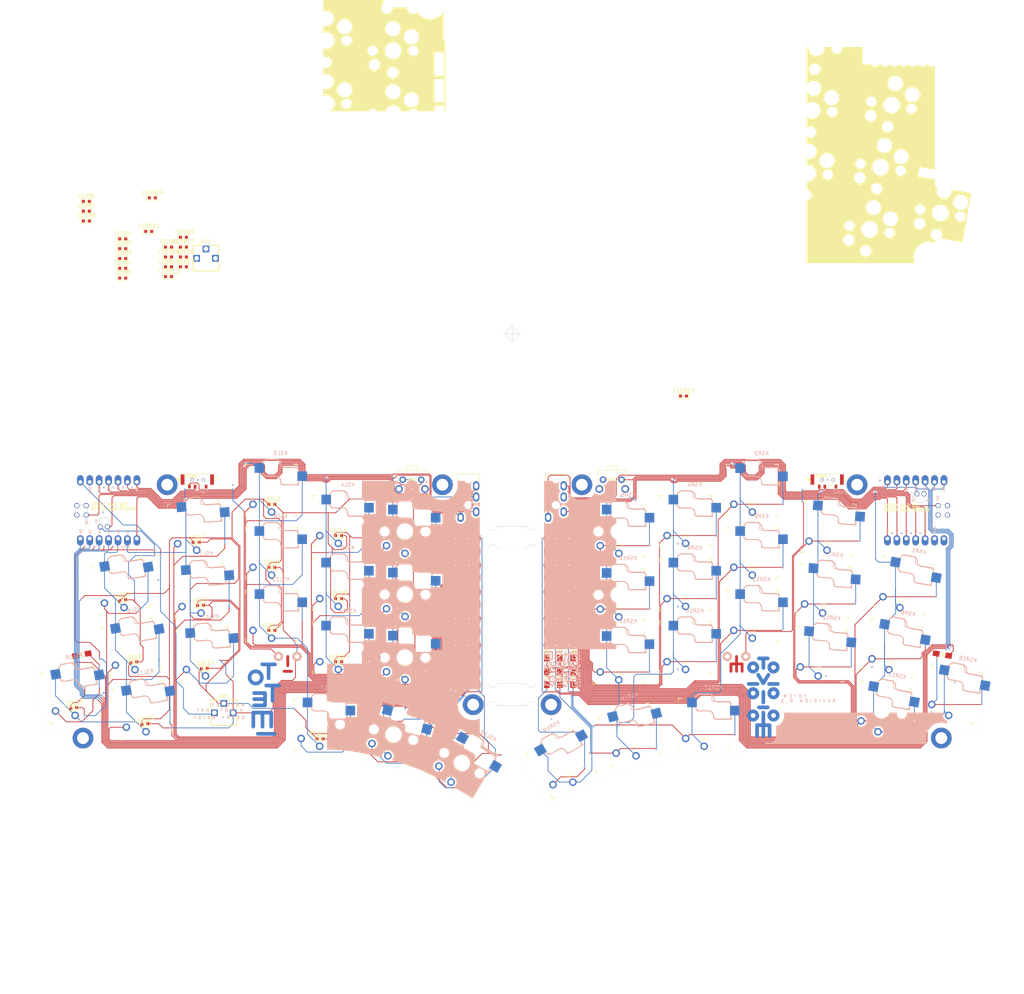
<source format=kicad_pcb>
(kicad_pcb (version 20241229) (generator "pcbnew") (generator_version "9.0")
  (title_block (title "TOTEM split keyboard") (date "2022-11-03") (rev "0.3") (comment 1 "Pimped by Essenceia") (comment 2 "Made by GEIST "))
  (layers (0 "F.Cu" signal) (2 "B.Cu" signal) (13 "F.Paste" user) (15 "B.Paste" user) (5 "F.SilkS" user "F.Silkscreen") (7 "B.SilkS" user "B.Silkscreen") (1 "F.Mask" user) (3 "B.Mask" user) (25 "Edge.Cuts" user))
  (net 0 "")
  (net 1 "ROW0_L")
  (net 2 "ROW1_L")
  (net 3 "ROW2_L")
  (net 4 "ROW3_L")
  (net 5 "ROW0_R")
  (net 6 "ROW1_R")
  (net 7 "ROW2_R")
  (net 8 "ROW3_R")
  (net 9 "VBAT_L")
  (net 10 "VBAT_R")
  (net 11 "Net-(DL1-A)")
  (net 12 "BAT+_L")
  (net 13 "Net-(DL2-A)")
  (net 14 "RESET_L")
  (net 15 "GND_L")
  (net 16 "RESET_R")
  (net 17 "COL0_L")
  (net 18 "COL1_L")
  (net 19 "COL2_L")
  (net 20 "COL3_L")
  (net 21 "COL4_L")
  (net 22 "COL0_R")
  (net 23 "COL1_R")
  (net 24 "COL2_R")
  (net 25 "COL3_R")
  (net 26 "COL4_R")
  (net 27 "VCC_L")
  (net 28 "RX_L")
  (net 29 "TX_L")
  (net 30 "BAT+_R")
  (net 31 "RX_R")
  (net 32 "TX_R")
  (net 33 "VCC_R")
  (net 34 "GND_R")
  (net 35 "Net-(DL3-A)")
  (net 36 "Net-(DL4-A)")
  (net 37 "Net-(DL5-A)")
  (net 38 "Net-(DL6-A)")
  (net 39 "Net-(DL7-A)")
  (net 40 "Net-(DL8-A)")
  (net 41 "Net-(DL9-A)")
  (net 42 "Net-(DL10-A)")
  (net 43 "Net-(DL11-A)")
  (net 44 "Net-(DL12-A)")
  (net 45 "Net-(DL13-A)")
  (net 46 "Net-(DL14-A)")
  (net 47 "Net-(DL15-A)")
  (net 48 "Net-(DL16-A)")
  (net 49 "Net-(DL17-A)")
  (net 50 "Net-(DL18-A)")
  (net 51 "Net-(DL19-A)")
  (net 52 "Net-(DR1-A)")
  (net 53 "Net-(DR2-A)")
  (net 54 "Net-(DR3-A)")
  (net 55 "Net-(DR4-A)")
  (net 56 "Net-(DR5-A)")
  (net 57 "Net-(DR6-A)")
  (net 58 "Net-(DR7-A)")
  (net 59 "Net-(DR8-A)")
  (net 60 "Net-(DR9-A)")
  (net 61 "Net-(DR10-A)")
  (net 62 "Net-(DR11-A)")
  (net 63 "Net-(DR12-A)")
  (net 64 "Net-(DR13-A)")
  (net 65 "Net-(DR14-A)")
  (net 66 "Net-(DR15-A)")
  (net 67 "Net-(DR16-A)")
  (net 68 "Net-(DR17-A)")
  (net 69 "Net-(DR18-A)")
  (net 70 "Net-(DR19-A)")
  (net 73 "VCC_5_R")
  (net 78 "Net-(LEDL1-A)")
  (net 79 "Net-(LEDR1-A)")
  (net 80 "VCC_5_L")
  (footprint "TOTEMlib:Kailh_socket_PG1350_optional" (layer "F.Cu") (at 50.254623 113.481299 10)
    (property "Reference" "SWL11")
    (property "Value" "SW_Push_45deg")
  )
  (footprint "TOTEMlib:Diode_SOD123" (layer "F.Cu") (at 162.872435 68.894348 -90)
    (property "Reference" "DR10" (hide yes))
    (property "Value" "D_Small" (hide yes))
  )
  (footprint "TOTEMlib:Diode_SOD123" (layer "F.Cu") (at 137.127565 76.093348 -90)
    (property "Reference" "DL9" (hide yes))
    (property "Value" "D_Small" (hide yes))
  )
  (footprint "TOTEMlib:Kailh_socket_PG1350_optional" (layer "F.Cu") (at 98.103165 117.314348)
    (property "Reference" "SWL17")
    (property "Value" "SW_Push_45deg")
  )
  (footprint "TOTEMlib:Kailh_socket_PG1350_optional" (layer "F.Cu") (at 121.129205 99.324989)
    (property "Reference" "SWL15")
    (property "Value" "SW_Push_45deg")
  )
  (footprint "TOTEMlib:Kailh_socket_PG1350_optional" (layer "F.Cu") (at 64.530814 64.446731 4)
    (property "Reference" "SWL2")
    (property "Value" "SW_Push_45deg")
  )
  (footprint "marbastlib-various:mousebites_2.5mm" (layer "F.Cu") (at 156.442565 109.284348)
    (property "Reference" "REF**" (hide yes))
    (property "Value" "mousebites 2mm" (hide yes))
    (fp_line (start -1.5 -2) (end -1 -2) (stroke (width 0.08)) (layer "Edge.Cuts"))
    (fp_line (start -1 2) (end -1.5 2) (stroke (width 0.08)) (layer "Edge.Cuts"))
    (fp_arc (start -2.5 3) (mid -2.207108 2.292895) (end -1.500003 2.000003) (stroke (width 0.08)) (layer "Edge.Cuts"))
    (fp_arc (start -1.5 -2) (mid -2.207105 -2.292892) (end -2.499997 -2.999997) (stroke (width 0.08)) (layer "Edge.Cuts"))
    (fp_arc (start -1 2) (mid -0.292895 2.292892) (end -0.000003 2.999997) (stroke (width 0.08)) (layer "Edge.Cuts"))
    (fp_arc (start 0 -3) (mid -0.292892 -2.292895) (end -0.999997 -2.000003) (stroke (width 0.08)) (layer "Edge.Cuts"))
  )
  (footprint "TOTEMlib:LED0603-R-RD_WHITE" (layer "F.Cu") (at 61.379 -14.01)
    (property "Reference" "LEDR16")
    (property "Value" "LED" (hide yes))
  )
  (footprint "TOTEMlib:Kailh_socket_PG1350_optional" (layer "F.Cu") (at 85.129229 71.168188)
    (property "Reference" "SWL8")
    (property "Value" "SW_Push_45deg")
  )
  (footprint "TOTEMlib:Kailh_socket_PG1350_optional" (layer "F.Cu") (at 178.753285 99.410067)
    (property "Reference" "SWR15")
    (property "Value" "SW_Push_45deg")
  )
  (footprint "TOTEMlib:Kailh_socket_PG1350_optional" (layer "F.Cu") (at 232.916689 98.370992 -4)
    (property "Reference" "SWR12")
    (property "Value" "SW_Push_45deg")
  )
  (footprint "TOTEMlib:LED0603-R-RD_WHITE" (layer "F.Cu") (at 121 103.2)
    (property "Reference" "LEDL15")
    (property "Value" "LED" (hide yes))
  )
  (footprint "MountingHole:MountingHole_3.2mm_M3_DIN965_Pad" (layer "F.Cu") (at 139.5 112)
    (property "Reference" "REF**" (hide yes))
    (property "Value" "MountingHole_3.2mm_M3_DIN965_Pad" (hide yes))
  )
  (footprint "TOTEMlib:MJ-4PP-9_1side" (layer "F.Cu") (at 161.8 49.7)
    (property "Reference" "J2")
    (property "Value" "MJ-4PP-9" (hide yes))
  )
  (footprint "TOTEMlib:xiao-ble-smd-cutout" (layer "F.Cu") (at 258.8 59.6 -90)
    (property "Reference" "U2" (hide yes))
    (property "Value" "xiao-ble" (hide yes))
    (fp_line (start -2.413 -0.063) (end -4.0132 -0.063) (stroke (width 0.12)) (layer "Edge.Cuts"))
    (fp_line (start -4.699 -0.7488) (end -4.699 -1.7902) (stroke (width 0.12)) (layer "Edge.Cuts"))
    (fp_line (start -2.032 -2.095) (end -2.032 -0.444) (stroke (width 0.12)) (layer "Edge.Cuts"))
    (fp_line (start -4.0132 -2.476) (end -2.413 -2.476) (stroke (width 0.12)) (layer "Edge.Cuts"))
    (fp_line (start -0.8382 -5.778) (end 0.8382 -5.778) (stroke (width 0.12)) (layer "Edge.Cuts"))
    (fp_line (start -1.524 -6.4638) (end -1.524 -8.1402) (stroke (width 0.12)) (layer "Edge.Cuts"))
    (fp_line (start 1.524 -6.4638) (end 1.524 -8.1402) (stroke (width 0.12)) (layer "Edge.Cuts"))
    (fp_line (start -0.8382 -8.826) (end 0.8382 -8.826) (stroke (width 0.12)) (layer "Edge.Cuts"))
    (fp_arc (start -2.032 -0.444) (mid -2.143592 -0.174592) (end -2.413 -0.063) (stroke (width 0.12)) (layer "Edge.Cuts"))
    (fp_arc (start -4.699 -0.7488) (mid -4.095391 -0.666609) (end -4.0132 -0.063) (stroke (width 0.12)) (layer "Edge.Cuts"))
    (fp_arc (start -4.0132 -2.476) (mid -4.095391 -1.872391) (end -4.699 -1.7902) (stroke (width 0.12)) (layer "Edge.Cuts"))
    (fp_arc (start -2.413 -2.476) (mid -2.143592 -2.364408) (end -2.032 -2.095) (stroke (width 0.12)) (layer "Edge.Cuts"))
    (fp_arc (start 0.8382 -5.778) (mid 0.920391 -6.381609) (end 1.524 -6.4638) (stroke (width 0.12)) (layer "Edge.Cuts"))
    (fp_arc (start -1.524 -6.4638) (mid -0.920391 -6.381609) (end -0.8382 -5.778) (stroke (width 0.12)) (layer "Edge.Cuts"))
    (fp_arc (start 1.524 -8.1402) (mid 0.920393 -8.222393) (end 0.8382 -8.826) (stroke (width 0.12)) (layer "Edge.Cuts"))
    (fp_arc (start -0.8382 -8.826) (mid -0.920391 -8.222391) (end -1.524 -8.1402) (stroke (width 0.12)) (layer "Edge.Cuts"))
  )
  (footprint "TOTEMlib:LED0603-R-RD_WHITE" (layer "F.Cu") (at 67.001949 102.255805 4)
    (property "Reference" "LEDL12")
    (property "Value" "LED" (hide yes))
  )
  (footprint "TOTEMlib:Kailh_socket_PG1350_optional" (layer "F.Cu") (at 31.152565 109.089348 10)
    (property "Reference" "SWL16")
    (property "Value" "SW_Push_45deg")
  )
  (footprint "TOTEMlib:BatteryPad" (layer "F.Cu") (at 213 99)
    (property "Reference" "BAT+2" (hide yes))
    (property "Value" "+" (hide yes))
  )
  (footprint "TOTEMlib:Diode_SOD123" (layer "F.Cu") (at 166.422435 104.894348 -90)
    (property "Reference" "DR17" (hide yes))
    (property "Value" "D_Small" (hide yes))
  )
  (footprint "TOTEMlib:Diode_SOD123" (layer "F.Cu") (at 159.322435 83.297348 -90)
    (property "Reference" "DR13" (hide yes))
    (property "Value" "D_Small" (hide yes))
  )
  (footprint "TOTEMlib:LED0603-R-RD_WHITE" (layer "F.Cu") (at 45 -3)
    (property "Reference" "LEDR5")
    (property "Value" "LED" (hide yes))
  )
  (footprint "TOTEMlib:Kailh_socket_PG1350_optional" (layer "F.Cu") (at 255.552565 80.014348 -10)
    (property "Reference" "SWR1")
    (property "Value" "SW_Push_45deg")
  )
  (footprint "TOTEMlib:BatteryPad" (layer "F.Cu") (at 92 99)
    (property "Reference" "BATGND1" (hide yes))
    (property "Value" "-" (hide yes))
  )
  (footprint "TOTEMlib:Kailh_socket_PG1350_optional" (layer "F.Cu") (at 118.027565 120.089348 -15)
    (property "Reference" "SWL18")
    (property "Value" "SW_Push_45deg")
  )
  (footprint "TOTEMlib:LED0603-R-RD_WHITE" (layer "F.Cu") (at 52 -15.6)
    (property "Reference" "LEDR15")
    (property "Value" "LED" (hide yes))
  )
  (footprint "TOTEMlib:LED0603-R-RD_WHITE" (layer "F.Cu") (at 35.2 -23.7)
    (property "Reference" "LEDR6")
    (property "Value" "LED" (hide yes))
  )
  (footprint "TOTEMlib:Kailh_socket_PG1350_optional" (layer "F.Cu") (at 85.129229 54.167968)
    (property "Reference" "SWL3")
    (property "Value" "SW_Push_45deg")
  )
  (footprint "TOTEMlib:Diode_SOD123" (layer "F.Cu") (at 162.872435 90.496348 -90)
    (property "Reference" "DR7" (hide yes))
    (property "Value" "D_Small" (hide yes))
  )
  (footprint "TOTEMlib:LED0603-R-RD_WHITE" (layer "F.Cu") (at 48 100.6 10)
    (property "Reference" "LEDL6")
    (property "Value" "LED" (hide yes))
  )
  (footprint "TOTEMlib:LED0603-R-RD_WHITE" (layer "F.Cu") (at 57.349 -11.36)
    (property "Reference" "LEDR9")
    (property "Value" "LED" (hide yes))
  )
  (footprint "TOTEMlib:Kailh_socket_PG1350_optional" (layer "F.Cu") (at 268.702565 109.089348 -10)
    (property "Reference" "SWR16")
    (property "Value" "SW_Push_45deg")
  )
  (footprint "TOTEMlib:LED0603-R-RD_WHITE" (layer "F.Cu") (at 35.2 -21.05)
    (property "Reference" "LEDR7")
    (property "Value" "LED" (hide yes))
  )
  (footprint "MountingHole:MountingHole_3.2mm_M3_DIN965_Pad" (layer "F.Cu") (at 34.3 121.014348)
    (property "Reference" "REF**" (hide yes))
    (property "Value" "MountingHole_3.2mm_M3_DIN965_Pad" (hide yes))
  )
  (footprint "TOTEMlib:LED0603-R-RD_WHITE" (layer "F.Cu") (at 85.2 58)
    (property "Reference" "LEDL3")
    (property "Value" "LED" (hide yes))
  )
  (footprint "TOTEMlib:Diode_SOD123" (layer "F.Cu") (at 166.422435 68.894348 -90)
    (property "Reference" "DR5" (hide yes))
    (property "Value" "D_Small" (hide yes))
  )
  (footprint "TOTEMlib:Kailh_socket_PG1350_optional" (layer "F.Cu") (at 196.753205 96.604887)
    (property "Reference" "SWR14")
    (property "Value" "SW_Push_45deg")
  )
  (footprint "TOTEMlib:Diode_SOD123" (layer "F.Cu") (at 140.677565 68.894348 -90)
    (property "Reference" "DL5" (hide yes))
    (property "Value" "D_Small" (hide yes))
  )
  (footprint "TOTEMlib:MSK12C02" (layer "F.Cu") (at 69 50 -90)
    (property "Reference" "PSW1")
    (property "Value" "SW_SPDT" (hide yes))
  )
  (footprint "TOTEMlib:SKHLLCA010" (layer "F.Cu") (at 177 52.6)
    (property "Reference" "RSW2")
    (property "Value" "SW_Push")
  )
  (footprint "MountingHole:MountingHole_3.2mm_M3_DIN965_Pad" (layer "F.Cu") (at 265.7 121)
    (property "Reference" "REF**" (hide yes))
    (property "Value" "MountingHole_3.2mm_M3_DIN965_Pad" (hide yes))
  )
  (footprint "MountingHole:MountingHole_3.2mm_M3_DIN965_Pad" (layer "F.Cu") (at 243 52.7)
    (property "Reference" "REF**" (hide yes))
    (property "Value" "MountingHole_3.2mm_M3_DIN965_Pad" (hide yes))
  )
  (footprint "TOTEMlib:Kailh_socket_PG1350_optional" (layer "F.Cu") (at 181.877565 120.089348 15)
    (property "Reference" "SWR18")
    (property "Value" "SW_Push_45deg")
  )
  (footprint "TOTEMlib:Diode_SOD123" (layer "F.Cu") (at 266 98.5 170)
    (property "Reference" "DR16" (hide yes))
    (property "Value" "D_Small" (hide yes))
  )
  (footprint "TOTEMlib:Kailh_socket_PG1350_optional" (layer "F.Cu") (at 163.427203 127.764348 30)
    (property "Reference" "SWR19")
    (property "Value" "SW_Push_45deg")
  )
  (footprint "TOTEMlib:Diode_SOD123" (layer "F.Cu") (at 162.872435 83.297348 -90)
    (property "Reference" "DR8" (hide yes))
    (property "Value" "D_Small" (hide yes))
  )
  (footprint "TOTEMlib:Kailh_socket_PG1350_optional" (layer "F.Cu") (at 234.102565 81.412184 -4)
    (property "Reference" "SWR7")
    (property "Value" "SW_Push_45deg")
  )
  (footprint "TOTEMlib:Kailh_socket_PG1350_optional" (layer "F.Cu") (at 178.753245 65.324549)
    (property "Reference" "SWR5")
    (property "Value" "SW_Push_45deg")
  )
  (footprint "TOTEMlib:Kailh_socket_PG1350_optional" (layer "F.Cu") (at 121.129205 65.324549)
    (property "Reference" "SWL5")
    (property "Value" "SW_Push_45deg")
  )
  (footprint "TOTEMlib:Kailh_socket_PG1350_optional" (layer "F.Cu") (at 103.129241 62.604447)
    (property "Reference" "SWL4")
    (property "Value" "SW_Push_45deg")
  )
  (footprint "TOTEMlib:Diode_SOD123" (layer "F.Cu") (at 137.127565 104.894348 -90)
    (property "Reference" "DL18" (hide yes))
    (property "Value" "D_Small" (hide yes))
  )
  (footprint "TOTEMlib:MSK12C02" (layer "F.Cu") (at 238.8 50 -90)
    (property "Reference" "PSW2")
    (property "Value" "SW_SPDT" (hide yes))
  )
  (footprint "TOTEMlib:Kailh_socket_PG1350_optional" (layer "F.Cu") (at 65.71669 81.405539 4)
    (property "Reference" "SWL7")
    (property "Value" "SW_Push_45deg")
  )
  (footprint "TOTEMlib:Kailh_socket_PG1350_optional" (layer "F.Cu") (at 196.753205 79.604667)
    (property "Reference" "SWR9")
    (property "Value" "SW_Push_45deg")
  )
  (footprint "TOTEMlib:LED0603-R-RD_WHITE" (layer "F.Cu") (at 53 -24.65)
    (property "Reference" "LEDR14")
    (property "Value" "LED" (hide yes))
  )
  (footprint "TOTEMlib:Kailh_socket_PG1350_optional" (layer "F.Cu") (at 103.129241 79.604667)
    (property "Reference" "SWL9")
    (property "Value" "SW_Push_45deg")
  )
  (footprint "TOTEMlib:RES-ADJ-SMD_GF063P1" (layer "F.Cu") (at 72.26 112.93)
    (property "Reference" "RV1")
    (property "Value" "R_Potentiometer" (hide yes))
  )
  (footprint "TOTEMlib:Kailh_socket_PG1350_optional" (layer "F.Cu") (at 252.600506 96.756297 -10)
    (property "Reference" "SWR6")
    (property "Value" "SW_Push_45deg")
  )
  (footprint "TOTEMlib:Diode_SOD123" (layer "F.Cu") (at 137.127565 90.496348 -90)
    (property "Reference" "DL7" (hide yes))
    (property "Value" "D_Small" (hide yes))
  )
  (footprint "TOTEMlib:Diode_SOD123" (layer "F.Cu") (at 137.127565 83.297348 -90)
    (property "Reference" "DL8" (hide yes))
    (property "Value" "D_Small" (hide yes))
  )
  (footprint "TOTEMlib:Diode_SOD123" (layer "F.Cu") (at 159.322435 104.894348 -90)
    (property "Reference" "DR19" (hide yes))
    (property "Value" "D_Small" (hide yes))
  )
  (footprint "TOTEMlib:LED0603-R-RD_WHITE" (layer "F.Cu") (at 57.349 -3.41)
    (property "Reference" "LEDR12")
    (property "Value" "LED" (hide yes))
  )
  (footprint "TOTEMlib:Diode_SOD123" (layer "F.Cu") (at 162.872435 104.894348 -90)
    (property "Reference" "DR18" (hide yes))
    (property "Value" "D_Small" (hide yes))
  )
  (footprint "TOTEMlib:Diode_SOD123" (layer "F.Cu") (at 133.577565 76.093348 -90)
    (property "Reference" "DL14" (hide yes))
    (property "Value" "D_Small" (hide yes))
  )
  (footprint "TOTEMlib:Kailh_socket_PG1350_optional" (layer "F.Cu") (at 66.902565 98.364348 4)
    (property "Reference" "SWL12")
    (property "Value" "SW_Push_45deg")
  )
  (footprint "TOTEMlib:LED0603-R-RD_WHITE" (layer "F.Cu") (at 57.349 -8.71)
    (property "Reference" "LEDR10")
    (property "Value" "LED" (hide yes))
  )
  (footprint "TOTEMlib:Diode_SOD123" (layer "F.Cu") (at 159.322435 68.894348 -90)
    (property "Reference" "DR15" (hide yes))
    (property "Value" "D_Small" (hide yes))
  )
  (footprint "TOTEMlib:Kailh_socket_PG1350_optional" (layer "F.Cu") (at 136.477565 127.764348 -30)
    (property "Reference" "SWL19")
    (property "Value" "SW_Push_45deg")
  )
  (footprint "TOTEMlib:LED0603-R-RD_WHITE" (layer "F.Cu") (at 103.2 83.4)
    (property "Reference" "LEDL9")
    (property "Value" "LED" (hide yes))
  )
  (footprint "MountingHole:MountingHole_3.2mm_M3_DIN965_Pad" (layer "F.Cu") (at 57 52.7)
    (property "Reference" "REF**" (hide yes))
    (property "Value" "MountingHole_3.2mm_M3_DIN965_Pad" (hide yes))
  )
  (footprint "TOTEMlib:Kailh_socket_PG1350_optional" (layer "F.Cu") (at 214.753165 71.168188)
    (property "Reference" "SWR8")
    (property "Value" "SW_Push_45deg")
  )
  (footprint "marbastlib-various:mousebites_2.5mm" (layer "F.Cu") (at 143.547565 109.284348 180)
    (property "Reference" "REF**" (hide yes))
    (property "Value" "mousebites 2mm" (hide yes))
    (fp_line (start -1 2) (end -1.5 2) (stroke (width 0.08)) (layer "Edge.Cuts"))
    (fp_line (start -1.5 -2) (end -1 -2) (stroke (width 0.08)) (layer "Edge.Cuts"))
    (fp_arc (start 0 -3) (mid -0.292892 -2.292895) (end -0.999997 -2.000003) (stroke (width 0.08)) (layer "Edge.Cuts"))
    (fp_arc (start -1 2) (mid -0.292895 2.292892) (end -0.000003 2.999997) (stroke (width 0.08)) (layer "Edge.Cuts"))
    (fp_arc (start -1.5 -2) (mid -2.207105 -2.292892) (end -2.499997 -2.999997) (stroke (width 0.08)) (layer "Edge.Cuts"))
    (fp_arc (start -2.5 3) (mid -2.207108 2.292895) (end -1.500003 2.000003) (stroke (width 0.08)) (layer "Edge.Cuts"))
  )
  (footprint "TOTEMlib:Diode_SOD123" (layer "F.Cu") (at 162.872435 97.695348 -90)
    (property "Reference" "DR6" (hide yes))
    (property "Value" "D_Small" (hide yes))
  )
  (footprint "TOTEMlib:BatteryPad" (layer "F.Cu") (at 208 99)
    (property "Reference" "BATGND2" (hide yes))
    (property "Value" "-" (hide yes))
  )
  (footprint "TOTEMlib:Diode_SOD123" (layer "F.Cu") (at 159.322435 90.496348 -90)
    (property "Reference" "DR12" (hide yes))
    (property "Value" "D_Small" (hide yes))
  )
  (footprint "TOTEMlib:Kailh_socket_PG1350_optional" (layer "F.Cu") (at 44.350509 79.997401 10)
    (property "Reference" "SWL1")
    (property "Value" "SW_Push_45deg")
  )
  (footprint "TOTEMlib:Diode_SOD123" (layer "F.Cu") (at 166.422435 97.695348 -90)
    (property "Reference" "DR1" (hide yes))
    (property "Value" "D_Small" (hide yes))
  )
  (footprint "TOTEMlib:Diode_SOD123" (layer "F.Cu") (at 133.577565 90.496348 -90)
    (property "Reference" "DL12" (hide yes))
    (property "Value" "D_Small" (hide yes))
  )
  (footprint "TOTEMlib:LED0603-R-RD_WHITE" (layer "F.Cu") (at 50.987846 117.261081 10)
    (property "Reference" "LEDL11")
    (property "Value" "LED" (hide yes))
  )
  (footprint "TOTEMlib:LED0603-R-RD_WHITE" (layer "F.Cu") (at 45 -8.3)
    (property "Reference" "LEDR3")
    (property "Value" "LED" (hide yes))
  )
  (footprint "TOTEMlib:LED0603-R-RD_WHITE" (layer "F.Cu") (at 121.2 69.2)
    (property "Reference" "LEDL5")
    (property "Value" "LED" (hide yes))
  )
  (footprint "TOTEMlib:LED0603-R-RD_WHITE" (layer "F.Cu") (at 85.2 75)
    (property "Reference" "LEDL8")
    (property "Value" "LED" (hide yes))
  )
  (footprint "TOTEMlib:LED0603-R-RD_WHITE" (layer "F.Cu") (at 98.2 121.2)
    (property "Reference" "LEDL17")
    (property "Value" "LED" (hide yes))
  )
  (footprint "TOTEMlib:LED0603-R-RD_WHITE" (layer "F.Cu") (at 134.70718 131.2 -30)
    (property "Reference" "LEDL19")
    (property "Value" "LED" (hide yes))
  )
  (footprint "TOTEMlib:Kailh_socket_PG1350_optional" (layer "F.Cu") (at 214.753165 54.167968)
    (property "Reference" "SWR3")
    (property "Value" "SW_Push_45deg")
  )
  (footprint "TOTEMlib:SKHLLCA010" (layer "F.Cu") (at 123 52.6)
    (property "Reference" "RSW1")
    (property "Value" "SW_Push" (hide yes))
  )
  (footprint "TOTEMlib:Kailh_socket_PG1350_optional" (layer "F.Cu") (at 235.28844 64.453375 -4)
    (property "Reference" "SWR2")
    (property "Value" "SW_Push_45deg")
  )
  (footprint "TOTEMlib:Kailh_socket_PG1350_optional" (layer "F.Cu") (at 249.648451 113.498245 -10)
    (property "Reference" "SWR11")
    (property "Value" "SW_Push_45deg")
  )
  (footprint "TOTEMlib:Kailh_socket_PG1350_optional" (layer "F.Cu") (at 201.778165 117.314348)
    (property "Reference" "SWR17")
    (property "Value" "SW_Push_45deg")
  )
  (footprint "TOTEMlib:Diode_SOD123" (layer "F.Cu") (at 34 98.5 10)
    (property "Reference" "DL16" (hide yes))
    (property "Value" "D_Small" (hide yes))
  )
  (footprint "TOTEMlib:LED0603-R-RD_WHITE" (layer "F.Cu") (at 61.379 -8.71)
    (property "Reference" "LEDR18")
    (property "Value" "LED" (hide yes))
  )
  (footprint "TOTEMlib:Diode_SOD123" (layer "F.Cu") (at 140.677565 83.292348 -90)
    (property "Reference" "DL3" (hide yes))
    (property "Value" "D_Small" (hide yes))
  )
  (footprint "TOTEMlib:LED0603-R-RD_WHITE" (layer "F.Cu") (at 64.801949 68.255805 4)
    (property "Reference" "LEDL2")
    (property "Value" "LED" (hide yes))
  )
  (footprint "TOTEMlib:LED0603-R-RD_WHITE" (layer "F.Cu") (at 103.2 100.4)
    (property "Reference" "LEDL14")
    (property "Value" "LED" (hide yes))
  )
  (footprint "TOTEMlib:Diode_SOD123" (layer "F.Cu") (at 133.577565 83.297348 -90)
    (property "Reference" "DL13" (hide yes))
    (property "Value" "D_Small" (hide yes))
  )
  (footprint "TOTEMlib:Diode_SOD123" (layer "F.Cu") (at 159.322435 97.695348 -90)
    (property "Reference" "DR11" (hide yes))
    (property "Value" "D_Small" (hide yes))
  )
  (footprint "TOTEMlib:MJ-4PP-9_1side" (layer "F.Cu") (at 138.2 49.7)
    (property "Reference" "J1")
    (property "Value" "MJ-4PP-9" (hide yes))
  )
  (footprint "TOTEMlib:Kailh_socket_PG1350_optional" (layer "F.Cu") (at 214.753165 88.168408)
    (property "Reference" "SWR13")
    (property "Value" "SW_Push_45deg")
  )
  (footprint "TOTEMlib:LED0603-R-RD_WHITE" (layer "F.Cu") (at 35.2 -18.4)
    (property "Reference" "LEDR8")
    (property "Value" "LED" (hide yes))
  )
  (footprint "TOTEMlib:LED0603-R-RD_WHITE" (layer "F.Cu") (at 61.379 -6.06)
    (property "Reference" "LEDR19")
    (property "Value" "LED" (hide yes))
  )
  (footprint "TOTEMlib:Diode_SOD123" (layer "F.Cu") (at 140.677565 97.695348 -90)
    (property "Reference" "DL1" (hide yes))
    (property "Value" "D_Small" (hide yes))
  )
  (footprint "marbastlib-various:mousebites_2.5mm" (layer "F.Cu") (at 156.472565 66.884348)
    (property "Reference" "REF**" (hide yes))
    (property "Value" "mousebites 2mm" (hide yes))
    (fp_line (start -1.5 -2) (end -1 -2) (stroke (width 0.08)) (layer "Edge.Cuts"))
    (fp_line (start -1 2) (end -1.5 2) (stroke (width 0.08)) (layer "Edge.Cuts"))
    (fp_arc (start -2.5 3) (mid -2.207108 2.292895) (end -1.500003 2.000003) (stroke (width 0.08)) (layer "Edge.Cuts"))
    (fp_arc (start -1.5 -2) (mid -2.207105 -2.292892) (end -2.499997 -2.999997) (stroke (width 0.08)) (layer "Edge.Cuts"))
    (fp_arc (start -1 2) (mid -0.292895 2.292892) (end -0.000003 2.999997) (stroke (width 0.08)) (layer "Edge.Cuts"))
    (fp_arc (start 0 -3) (mid -0.292892 -2.292895) (end -0.999997 -2.000003) (stroke (width 0.08)) (layer "Edge.Cuts"))
  )
  (footprint "TOTEMlib:LED0603-R-RD_WHITE" (layer "F.Cu") (at 66.001949 85.255805 4)
    (property "Reference" "LEDL7")
    (property "Value" "LED" (hide yes))
  )
  (footprint "TOTEMlib:LED0603-R-RD_WHITE" (layer "F.Cu") (at 57.349 -6.06)
    (property "Reference" "LEDR11")
    (property "Value" "LED" (hide yes))
  )
  (footprint "TOTEMlib:LED0603-R-RD_WHITE" (layer "F.Cu") (at 45 -10.95)
    (property "Reference" "LEDR2")
    (property "Value" "LED" (hide yes))
  )
  (footprint "TOTEMlib:Kailh_socket_PG1350_optional" (layer "F.Cu") (at 103.129241 96.604887)
    (property "Reference" "SWL14")
    (property "Value" "SW_Push_45deg")
  )
  (footprint "TOTEMlib:Diode_SOD123" (layer "F.Cu") (at 140.677565 90.496348 -90)
    (property "Reference" "DL2" (hide yes))
    (property "Value" "D_Small" (hide yes))
  )
  (footprint "TOTEMlib:Diode_SOD123" (layer "F.Cu") (at 133.577565 104.894348 -90)
    (property "Reference" "DL17" (hide yes))
    (property "Value" "D_Small" (hide yes))
  )
  (footprint "TOTEMlib:Diode_SOD123" (layer "F.Cu") (at 137.127565 68.894348 -90)
    (property "Reference" "DL10" (hide yes))
    (property "Value" "D_Small" (hide yes))
  )
  (footprint "TOTEMlib:LED0603-R-RD_WHITE" (layer "F.Cu") (at 45 -5.65)
    (property "Reference" "LEDR4")
    (property "Value" "LED" (hide yes))
  )
  (footprint "TOTEMlib:Diode_SOD123" (layer "F.Cu") (at 133.577565 68.894348 -90)
    (property "Reference" "DL15" (hide yes))
    (property "Value" "D_Small" (hide yes))
  )
  (footprint "TOTEMlib:LED0603-R-RD_WHITE" (layer "F.Cu") (at 196.2 28.8)
    (property "Reference" "LEDR13")
    (property "Value" "LED" (hide yes))
  )
  (footprint "TOTEMlib:LED0603-R-RD_WHITE" (layer "F.Cu") (at 45 -13.6)
    (property "Reference" "LEDR1")
    (property "Value" "LED" (hide yes))
  )
  (footprint "TOTEMlib:LED0603-R-RD_WHITE" (layer "F.Cu") (at 117.227259 123.792945 -15)
    (property "Reference" "LEDL18")
    (property "Value" "LED" (hide yes))
  )
  (footprint "TOTEMlib:BatteryPad" (layer "F.Cu") (at 87 99)
    (property "Reference" "BAT+1" (hide yes))
    (property "Value" "+" (hide yes))
  )
  (footprint "TOTEMlib:Diode_SOD123" (layer "F.Cu") (at 137.127565 97.695348 -90)
    (property "Reference" "DL6" (hide yes))
    (property "Value" "D_Small" (hide yes))
  )
  (footprint "TOTEMlib:Diode_SOD123" (layer "F.Cu") (at 166.422435 83.297348 -90)
    (property "Reference" "DR3" (hide yes))
    (property "Value" "D_Small" (hide yes))
  )
  (footprint "TOTEMlib:LED0603-R-RD_WHITE" (layer "F.Cu") (at 121 86.2)
    (property "Reference" "LEDL10")
    (property "Value" "LED" (hide yes))
  )
  (footprint "TOTEMlib:RES-ADJ-SMD_GF063P1" (layer "F.Cu") (at 67.469 -9.62)
    (property "Reference" "RV2")
    (property "Value" "R_Potentiometer" (hide yes))
  )
  (footprint "TOTEMlib:Diode_SOD123" (layer "F.Cu") (at 140.677565 104.894348 -90)
    (property "Reference" "DL19" (hide yes))
    (property "Value" "D_Small" (hide yes))
  )
  (footprint "TOTEMlib:Diode_SOD123" (layer "F.Cu") (at 159.322435 76.093348 -90)
    (property "Reference" "DR14" (hide yes))
    (property "Value" "D_Small" (hide yes))
  )
  (footprint "TOTEMlib:LED0603-R-RD_WHITE" (layer "F.Cu") (at 44.987846 83.861081 10)
    (property "Reference" "LEDL1")
    (property "Value" "LED" (hide yes))
  )
  (footprint "MountingHole:MountingHole_3.2mm_M3_DIN965_Pad" (layer "F.Cu") (at 160.5 112)
    (property "Reference" "REF**" (hide yes))
    (property "Value" "MountingHole_3.2mm_M3_DIN965_Pad" (hide yes))
  )
  (footprint "TOTEMlib:LED0603-R-RD_WHITE" (layer "F.Cu") (at 85.2 92)
    (property "Reference" "LEDL13")
    (property "Value" "LED" (hide yes))
  )
  (footprint "TOTEMlib:Diode_SOD123" (layer "F.Cu") (at 140.677565 76.093348 -90)
    (property "Reference" "DL4" (hide yes))
    (property "Value" "D_Small" (hide yes))
  )
  (footprint "TOTEMlib:Kailh_socket_PG1350_optional" (layer "F.Cu") (at 121.129205 82.324769)
    (property "Reference" "SWL10")
    (property "Value" "SW_Push_45deg")
  )
  (footprint "TOTEMlib:Kailh_socket_PG1350_optional" (layer "F.Cu") (at 85.129229 88.168408)
    (property "Reference" "SWL13")
    (property "Value" "SW_Push_45deg")
  )
  (footprint "TOTEMlib:Kailh_socket_PG1350_optional" (layer "F.Cu") (at 47.302565 96.739348 10)
    (property "Reference" "SWL6")
    (property "Value" "SW_Push_45deg")
  )
  (footprint "MountingHole:MountingHole_3.2mm_M3_DIN965_Pad" (layer "F.Cu") (at 131.2 52.7)
    (property "Reference" "REF**" (hide yes))
    (property "Value" "MountingHole_3.2mm_M3_DIN965_Pad" (hide yes))
  )
  (footprint "TOTEMlib:Diode_SOD123" (layer "F.Cu") (at 166.422435 76.093348 -90)
    (property "Reference" "DR4" (hide yes))
    (property "Value" "D_Small" (hide yes))
  )
  (footprint "TOTEMlib:Diode_SOD123" (layer "F.Cu") (at 166.422435 90.496348 -90)
    (property "Reference" "DR2" (hide yes))
    (property "Value" "D_Small" (hide yes))
  )
  (footprint "TOTEMlib:LED0603-R-RD_WHITE" (layer "F.Cu") (at 61.379 -11.36)
    (property "Reference" "LEDR17")
    (property "Value" "LED" (hide yes))
  )
  (footprint "TOTEMlib:Kailh_socket_PG1350_optional" (layer "F.Cu") (at 196.753205 62.604447)
    (property "Reference" "SWR4")
    (property "Value" "SW_Push_45deg")
  )
  (footprint "TOTEMlib:Kailh_socket_PG1350_optional" (layer "F.Cu") (at 178.753285 82.409847)
    (property "Reference" "SWR10")
    (property "Value" "SW_Push_45deg")
  )
  (footprint "TOTEMlib:LED0603-R-RD_WHITE" (layer "F.Cu") (at 103.2 66.4)
    (property "Reference" "LEDL4")
    (property "Value" "LED" (hide yes))
  )
  (footprint "TOTEMlib:LED0603-R-RD_WHITE" (layer "F.Cu") (at 31.8 112.938919 10)
    (property "Reference" "LEDL16")
    (property "Value" "LED" (hide yes))
  )
  (footprint "TOTEMlib:Diode_SOD123" (layer "F.Cu") (at 133.577565 97.695348 -90)
    (property "Reference" "DL11" (hide yes))
    (property "Value" "D_Small" (hide yes))
  )
  (footprint "marbastlib-various:mousebites_2.5mm" (layer "F.Cu") (at 143.577565 66.884348 180)
    (property "Reference" "REF**" (hide yes))
    (property "Value" "mousebites 2mm" (hide yes))
    (fp_line (start -1 2) (end -1.5 2) (stroke (width 0.08)) (layer "Edge.Cuts"))
    (fp_line (start -1.5 -2) (end -1 -2) (stroke (width 0.08)) (layer "Edge.Cuts"))
    (fp_arc (start 0 -3) (mid -0.292892 -2.292895) (end -0.999997 -2.000003) (stroke (width 0.08)) (layer "Edge.Cuts"))
    (fp_arc (start -1 2) (mid -0.292895 2.292892) (end -0.000003 2.999997) (stroke (width 0.08)) (layer "Edge.Cuts"))
    (fp_arc (start -1.5 -2) (mid -2.207105 -2.292892) (end -2.499997 -2.999997) (stroke (width 0.08)) (layer "Edge.Cuts"))
    (fp_arc (start -2.5 3) (mid -2.207108 2.292895) (end -1.500003 2.000003) (stroke (width 0.08)) (layer "Edge.Cuts"))
  )
  (footprint "TOTEMlib:xiao-ble-smd-cutout" (layer "F.Cu") (at 41.2 59.6 90)
    (property "Reference" "U1" (hide yes))
    (property "Value" "xiao-ble" (hide yes))
    (fp_line (start -0.8382 -8.826) (end 0.8382 -8.826) (stroke (width 0.12)) (layer "Edge.Cuts"))
    (fp_line (start 1.524 -6.4638) (end 1.524 -8.1402) (stroke (width 0.12)) (layer "Edge.Cuts"))
    (fp_line (start -1.524 -6.4638) (end -1.524 -8.1402) (stroke (width 0.12)) (layer "Edge.Cuts"))
    (fp_line (start -0.8382 -5.778) (end 0.8382 -5.778) (stroke (width 0.12)) (layer "Edge.Cuts"))
    (fp_line (start -4.0132 -2.476) (end -2.413 -2.476) (stroke (width 0.12)) (layer "Edge.Cuts"))
    (fp_line (start -2.032 -2.095) (end -2.032 -0.444) (stroke (width 0.12)) (layer "Edge.Cuts"))
    (fp_line (start -4.699 -0.7488) (end -4.699 -1.7902) (stroke (width 0.12)) (layer "Edge.Cuts"))
    (fp_line (start -2.413 -0.063) (end -4.0132 -0.063) (stroke (width 0.12)) (layer "Edge.Cuts"))
    (fp_arc (start -0.8382 -8.826) (mid -0.920391 -8.222391) (end -1.524 -8.1402) (stroke (width 0.12)) (layer "Edge.Cuts"))
    (fp_arc (start 1.524 -8.1402) (mid 0.920393 -8.222393) (end 0.8382 -8.826) (stroke (width 0.12)) (layer "Edge.Cuts"))
    (fp_arc (start -1.524 -6.4638) (mid -0.920391 -6.381609) (end -0.8382 -5.778) (stroke (width 0.12)) (layer "Edge.Cuts"))
    (fp_arc (start 0.8382 -5.778) (mid 0.920391 -6.381609) (end 1.524 -6.4638) (stroke (width 0.12)) (layer "Edge.Cuts"))
    (fp_arc (start -2.413 -2.476) (mid -2.143592 -2.364408) (end -2.032 -2.095) (stroke (width 0.12)) (layer "Edge.Cuts"))
    (fp_arc (start -4.0132 -2.476) (mid -4.095391 -1.872391) (end -4.699 -1.7902) (stroke (width 0.12)) (layer "Edge.Cuts"))
    (fp_arc (start -4.699 -0.7488) (mid -4.095391 -0.666609) (end -4.0132 -0.063) (stroke (width 0.12)) (layer "Edge.Cuts"))
    (fp_arc (start -2.032 -0.444) (mid -2.143592 -0.174592) (end -2.413 -0.063) (stroke (width 0.12)) (layer "Edge.Cuts"))
  )
  (footprint "MountingHole:MountingHole_3.2mm_M3_DIN965_Pad" (layer "F.Cu") (at 168.8 52.7)
    (property "Reference" "REF**" (hide yes))
    (property "Value" "MountingHole_3.2mm_M3_DIN965_Pad" (hide yes))
  )
  (footprint "TOTEMlib:Diode_SOD123" (layer "F.Cu") (at 162.872435 76.093348 -90)
    (property "Reference" "DR9" (hide yes))
    (property "Value" "D_Small" (hide yes))
  )
  (footprint "TOTEMlib:CONN-SMD_HOTPLUGPAKAGE__C9900010116" (layer "B.Cu") (at 272.009 104.754761 170)
    (property "Reference" "KSR16")
    (property "Value" "CPG135001S30" (hide yes))
  )
  (footprint "TOTEMlib:CONN-SMD_HOTPLUGPAKAGE__C9900010116" (layer "B.Cu") (at 199.239 91.79 180)
    (property "Reference" "KSR14")
    (property "Value" "CPG135001S30" (hide yes))
  )
  (footprint "TOTEMlib:CONN-SMD_HOTPLUGPAKAGE__C9900010116" (layer "B.Cu") (at 235.738212 93.689815 176)
    (property "Reference" "KSR12")
    (property "Value" "CPG135001S30" (hide yes))
  )
  (footprint "TOTEMlib:CONN-SMD_HOTPLUGPAKAGE__C9900010116" (layer "B.Cu") (at 123.609 94.49 180)
    (property "Reference" "KSL15")
    (property "Value" "CPG135001S30" (hide yes))
  )
  (footprint "TOTEMlib:CONN-SMD_HOTPLUGPAKAGE__C9900010116" (layer "B.Cu") (at 121.720309 116.034096 165)
    (property "Reference" "KSL18")
    (property "Value" "CPG135001S30" (hide yes))
  )
  (footprint "TOTEMlib:CONN-SMD_HOTPLUGPAKAGE__C9900010116" (layer "B.Cu") (at 181.259 60.49 180)
    (property "Reference" "KSR5")
    (property "Value" "CPG135001S30" (hide yes))
  )
  (footprint "TOTEMlib:CONN-SMD_HOTPLUGPAKAGE__C9900010116" (layer "B.Cu") (at 48.935646 91.508661 -170)
    (property "Reference" "KSL6")
    (property "Value" "CPG135001S30" (hide yes))
  )
  (footprint "TOTEMlib:CONN-SMD_HOTPLUGPAKAGE__C9900010116" (layer "B.Cu") (at 67.876323 76.395174 -176)
    (property "Reference" "KSL7")
    (property "Value" "CPG135001S30" (hide yes))
  )
  (footprint "TOTEMlib:CONN-SMD_HOTPLUGPAKAGE__C9900010116" (layer "B.Cu") (at 181.259 77.59 180)
    (property "Reference" "KSR10")
    (property "Value" "CPG135001S30" (hide yes))
  )
  (footprint "TOTEMlib:CONN-SMD_HOTPLUGPAKAGE__C9900010116" (layer "B.Cu") (at 252.937994 109.172591 170)
    (property "Reference" "KSR11")
    (property "Value" "CPG135001S30" (hide yes))
  )
  (footprint "TOTEMlib:CONN-SMD_HOTPLUGPAKAGE__C9900010116" (layer "B.Cu") (at 217.239 49.34 180)
    (property "Reference" "KSR3")
    (property "Value" "CPG135001S30" (hide yes))
  )
  (footprint "TOTEMlib:CONN-SMD_HOTPLUGPAKAGE__C9900010116" (layer "B.Cu") (at 123.609 77.49 180)
    (property "Reference" "KSL10")
    (property "Value" "CPG135001S30" (hide yes))
  )
  (footprint "TOTEMlib:CONN-SMD_HOTPLUGPAKAGE__C9900010116" (layer "B.Cu") (at 87.609 66.29 180)
    (property "Reference" "KSL8")
    (property "Value" "CPG135001S30" (hide yes))
  )
  (footprint "TOTEMlib:CONN-SMD_HOTPLUGPAKAGE__C9900010116" (layer "B.Cu") (at 217.239 83.29 180)
    (property "Reference" "KSR13")
    (property "Value" "CPG135001S30" (hide yes))
  )
  (footprint "TOTEMlib:CONN-SMD_HOTPLUGPAKAGE__C9900010116" (layer "B.Cu") (at 199.239 57.79 180)
    (property "Reference" "KSR4")
    (property "Value" "CPG135001S30" (hide yes))
  )
  (footprint "TOTEMlib:CONN-SMD_HOTPLUGPAKAGE__C9900010116" (layer "B.Cu") (at 105.639 57.79 180)
    (property "Reference" "KSL4")
    (property "Value" "CPG135001S30" (hide yes))
  )
  (footprint "TOTEMlib:CONN-SMD_HOTPLUGPAKAGE__C9900010116" (layer "B.Cu") (at 66.679642 59.41293 -176)
    (property "Reference" "KSL2")
    (property "Value" "CPG135001S30" (hide yes))
  )
  (footprint "TOTEMlib:CONN-SMD_HOTPLUGPAKAGE__C9900010116" (layer "B.Cu") (at 87.639 83.29 180)
    (property "Reference" "KSL13")
    (property "Value" "CPG135001S30" (hide yes))
  )
  (footprint "TOTEMlib:CONN-SMD_HOTPLUGPAKAGE__C9900010116" (layer "B.Cu") (at 32.809 103.89 -170)
    (property "Reference" "KSL16")
    (property "Value" "CPG135001S30" (hide yes))
  )
  (footprint "TOTEMlib:CONN-SMD_HOTPLUGPAKAGE__C9900010116" (layer "B.Cu") (at 255.909 92.408925 170)
    (property "Reference" "KSR6")
    (property "Value" "CPG135001S30" (hide yes))
  )
  (footprint "TOTEMlib:CONN-SMD_HOTPLUGPAKAGE__C9900010116" (layer "B.Cu") (at 105.609 74.79 180)
    (property "Reference" "KSL9")
    (property "Value" "CPG135001S30" (hide yes))
  )
  (footprint "TOTEMlib:CONN-SMD_HOTPLUGPAKAGE__C9900010116" (layer "B.Cu") (at 87.609 49.29 180)
    (property "Reference" "KSL3")
    (property "Value" "CPG135001S30" (hide yes))
  )
  (footprint "TOTEMlib:CONN-SMD_HOTPLUGPAKAGE__C9900010116" (layer "B.Cu") (at 46.009 74.79 -170)
    (property "Reference" "KSL1")
    (property "Value" "CPG135001S30" (hide yes))
  )
  (footprint "TOTEMlib:CONN-SMD_HOTPLUGPAKAGE__C9900010116" (layer "B.Cu") (at 141.074064 124.792628 150)
    (property "Reference" "KSL19")
    (property "Value" "CPG135001S30" (hide yes))
  )
  (footprint "TOTEMlib:CONN-SMD_HOTPLUGPAKAGE__C9900010116" (layer "B.Cu") (at 183.008516 114.770868 -165)
    (property "Reference" "KSR18")
    (property "Value" "CPG135001S30" (hide yes))
  )
  (footprint "TOTEMlib:CONN-SMD_HOTPLUGPAKAGE__C9900010116" (layer "B.Cu") (at 258.837994 75.672591 170)
    (property "Reference" "KSR1")
    (property "Value" "CPG135001S30" (hide yes))
  )
  (footprint "TOTEMlib:CONN-SMD_HOTPLUGPAKAGE__C9900010116" (layer "B.Cu") (at 181.239 94.59 180)
    (property "Reference" "KSR15")
    (property "Value" "CPG135001S30" (hide yes))
  )
  (footprint "TOTEMlib:CONN-SMD_HOTPLUGPAKAGE__C9900010116" (layer "B.Cu") (at 69.038358 93.367071 -176)
    (property "Reference" "KSL12")
    (property "Value" "CPG135001S30" (hide yes))
  )
  (footprint "TOTEMlib:CONN-SMD_HOTPLUGPAKAGE__C9900010116" (layer "B.Cu") (at 51.862032 108.239168 -170)
    (property "Reference" "KSL11")
    (property "Value" "CPG135001S30" (hide yes))
  )
  (footprint "TOTEMlib:CONN-SMD_HOTPLUGPAKAGE__C9900010116" (layer "B.Cu") (at 236.926178 76.711712 176)
    (property "Reference" "KSR7")
    (property "Value" "CPG135001S30" (hide yes))
  )
  (footprint "TOTEMlib:CONN-SMD_HOTPLUGPAKAGE__C9900010116" (layer "B.Cu") (at 123.609 60.49 180)
    (property "Reference" "KSL5")
    (property "Value" "CPG135001S30" (hide yes))
  )
  (footprint "TOTEMlib:CONN-SMD_HOTPLUGPAKAGE__C9900010116" (layer "B.Cu") (at 100.609 112.49 180)
    (property "Reference" "KSL17")
    (property "Value" "CPG135001S30" (hide yes))
  )
  (footprint "TOTEMlib:CONN-SMD_HOTPLUGPAKAGE__C9900010116" (layer "B.Cu") (at 238.109 59.79 176)
    (property "Reference" "KSR2")
    (property "Value" "CPG135001S30" (hide yes))
  )
  (footprint "TOTEMlib:CONN-SMD_HOTPLUGPAKAGE__C9900010116" (layer "B.Cu") (at 199.239 74.79 180)
    (property "Reference" "KSR9")
    (property "Value" "CPG135001S30" (hide yes))
  )
  (footprint "TOTEMlib:CONN-SMD_HOTPLUGPAKAGE__C9900010116" (layer "B.Cu") (at 105.609 91.79 180)
    (property "Reference" "KSL14")
    (property "Value" "CPG135001S30" (hide yes))
  )
  (footprint "TOTEMlib:CONN-SMD_HOTPLUGPAKAGE__C9900010116" (layer "B.Cu") (at 204.259 112.49 180)
    (property "Reference" "KSR17")
    (property "Value" "CPG135001S30" (hide yes))
  )
  (footprint "TOTEMlib:CONN-SMD_HOTPLUGPAKAGE__C9900010116" (layer "B.Cu") (at 217.239 66.29 180)
    (property "Reference" "KSR8")
    (property "Value" "CPG135001S30" (hide yes))
  )
  (footprint "TOTEMlib:CONN-SMD_HOTPLUGPAKAGE__C9900010116" (layer "B.Cu") (at 163.155967 122.29 -150)
    (property "Reference" "KSR19")
    (property "Value" "CPG135001S30" (hide yes))
  )
  (gr_line (start 210.5 99) (end 210.5 103) (stroke (width 0.75)) (layer "F.Cu"))
  (gr_line (start 209 101) (end 212 101) (stroke (width 0.75)) (layer "F.Cu"))
  (gr_line (start 89.5 99) (end 89.5 101.5) (stroke (width 0.75)) (layer "F.Cu"))
  (gr_line (start 209 101) (end 209 103) (stroke (width 0.75)) (layer "F.Cu"))
  (gr_line (start 88.5 103) (end 90.5 103) (stroke (width 0.75)) (layer "F.Cu"))
  (gr_line (start 212 101) (end 212 103) (stroke (width 0.75)) (layer "F.Cu"))
  (gr_poly (pts (xy 215.049055 113.283144) (xy 215.132113 113.289473) (xy 215.213973 113.299896) (xy 215.294531 113.314308) (xy 215.373683 113.332606) (xy 215.451325 113.354688) (xy 215.527356 113.380449) (xy 215.601671 113.409787) (xy 215.674166 113.442597) (xy 215.74474 113.478777) (xy 215.813288 113.518224) (xy 215.879706 113.560833) (xy 215.943892 113.606502) (xy 216.005742 113.655127) (xy 216.065153 113.706604) (xy 216.122022 113.760832) (xy 216.176245 113.817705) (xy 216.227718 113.877121) (xy 216.276339 113.938976) (xy 216.322004 114.003167) (xy 216.36461 114.069591) (xy 216.404053 114.138144) (xy 216.44023 114.208723) (xy 216.473038 114.281224) (xy 216.502373 114.355545) (xy 216.528132 114.431582) (xy 216.550212 114.50923) (xy 216.568509 114.588388) (xy 216.582919 114.668952) (xy 216.593341 114.750818) (xy 216.59967 114.833883) (xy 216.601802 114.918044) (xy 216.59967 115.002205) (xy 216.593341 115.08527) (xy 216.582919 115.167136) (xy 216.568509 115.247699) (xy 216.550212 115.326857) (xy 216.528132 115.404507) (xy 216.502373 115.480543) (xy 216.473038 115.554864) (xy 216.44023 115.627365) (xy 216.404053 115.697944) (xy 216.36461 115.766497) (xy 216.322004 115.832921) (xy 216.276339 115.897113) (xy 216.227718 115.958968) (xy 216.176245 116.018384) (xy 216.122022 116.075257) (xy 216.065153 116.129484) (xy 216.005742 116.180962) (xy 215.943892 116.229587) (xy 215.879706 116.275256) (xy 215.813288 116.317865) (xy 215.74474 116.357312) (xy 215.674166 116.393492) (xy 215.601671 116.426303) (xy 215.527356 116.45564) (xy 215.451325 116.481402) (xy 215.373683 116.503483) (xy 215.294531 116.521782) (xy 215.213973 116.536194) (xy 215.132113 116.546616) (xy 215.049055 116.552946) (xy 214.9649 116.555078) (xy 214.880746 116.552946) (xy 214.797687 116.546616) (xy 214.715827 116.536194) (xy 214.635269 116.521782) (xy 214.556117 116.503483) (xy 214.478474 116.481402) (xy 214.402443 116.45564) (xy 214.328127 116.426303) (xy 214.255631 116.393492) (xy 214.185057 116.357312) (xy 214.116509 116.317865) (xy 214.05009 116.275256) (xy 213.985903 116.229587) (xy 213.924052 116.180962) (xy 213.86464 116.129484) (xy 213.807771 116.075257) (xy 213.753548 116.018384) (xy 213.702073 115.958968) (xy 213.653452 115.897113) (xy 213.607786 115.832921) (xy 213.56518 115.766497) (xy 213.525736 115.697944) (xy 213.489558 115.627365) (xy 213.45675 115.554864) (xy 213.427414 115.480543) (xy 213.401655 115.404507) (xy 213.379575 115.326857) (xy 213.361277 115.247699) (xy 213.346866 115.167136) (xy 213.336445 115.08527) (xy 213.330116 115.002205) (xy 213.327983 114.918044) (xy 214.32989 114.918044) (xy 214.330721 114.950606) (xy 214.333185 114.982775) (xy 214.337242 115.014509) (xy 214.342851 115.045765) (xy 214.349972 115.076501) (xy 214.358563 115.106677) (xy 214.368585 115.136249) (xy 214.379996 115.165175) (xy 214.392756 115.193415) (xy 214.406824 115.220925) (xy 214.42216 115.247663) (xy 214.438722 115.273589) (xy 214.45647 115.298659) (xy 214.475363 115.322831) (xy 214.495362 115.346065) (xy 214.516423 115.368317) (xy 214.538509 115.389545) (xy 214.561576 115.409709) (xy 214.585586 115.428765) (xy 214.610496 115.446672) (xy 214.636268 115.463388) (xy 214.662858 115.47887) (xy 214.690228 115.493078) (xy 214.718337 115.505968) (xy 214.747143 115.517498) (xy 214.776605 115.527628) (xy 214.806685 115.536314) (xy 214.837339 115.543516) (xy 214.868529 115.54919) (xy 214.900213 115.553295) (xy 214.93235 115.555788) (xy 214.9649 115.556629) (xy 214.997459 115.555798) (xy 215.029625 115.553333) (xy 215.061355 115.549274) (xy 215.092608 115.543661) (xy 215.123341 115.536533) (xy 215.153513 115.52793) (xy 215.183082 115.517894) (xy 215.212006 115.506464) (xy 215.240242 115.493679) (xy 215.267749 115.479581) (xy 215.294485 115.464209) (xy 215.320408 115.447603) (xy 215.345475 115.429802) (xy 215.369645 115.410849) (xy 215.392876 115.390781) (xy 215.415126 115.36964) (xy 215.436353 115.347465) (xy 215.456514 115.324297) (xy 215.475569 115.300175) (xy 215.493474 115.275139) (xy 215.510188 115.24923) (xy 215.525669 115.222488) (xy 215.539875 115.194953) (xy 215.552763 115.166664) (xy 215.564293 115.137662) (xy 215.574422 115.107987) (xy 215.583107 115.077679) (xy 215.590308 115.046778) (xy 215.595981 115.015324) (xy 215.600086 114.983357) (xy 215.602579 114.950917) (xy 215.60342 114.918044) (xy 215.602589 114.885181) (xy 215.600124 114.852771) (xy 215.596065 114.820851) (xy 215.590452 114.789462) (xy 215.583325 114.75864) (xy 215.574724 114.728426) (xy 215.564688 114.698858) (xy 215.553259 114.669975) (xy 215.540476 114.641816) (xy 215.526379 114.614418) (xy 215.511008 114.587822) (xy 215.494403 114.562065) (xy 215.476605 114.537187) (xy 215.457653 114.513227) (xy 215.437587 114.490222) (xy 215.416448 114.468213) (xy 215.394275 114.447237) (xy 215.371109 114.427333) (xy 215.34699 114.408541) (xy 215.321957 114.390898) (xy 215.296051 114.374444) (xy 215.269311 114.359218) (xy 215.241779 114.345257) (xy 215.213493 114.332602) (xy 215.184494 114.32129) (xy 215.154822 114.311361) (xy 215.124517 114.302853) (xy 215.09362 114.295805) (xy 215.062169 114.290256) (xy 215.030205 114.286244) (xy 214.997769 114.283809) (xy 214.9649 114.282988) (xy 214.93204 114.283819) (xy 214.899632 114.286283) (xy 214.867715 114.29034) (xy 214.836327 114.29595) (xy 214.805508 114.303071) (xy 214.775297 114.311664) (xy 214.745731 114.321686) (xy 214.71685 114.333098) (xy 214.688692 114.345859) (xy 214.661297 114.359929) (xy 214.634702 114.375265) (xy 214.608948 114.391829) (xy 214.584071 114.409578) (xy 214.560113 114.428473) (xy 214.53711 114.448473) (xy 214.515102 114.469536) (xy 214.494127 114.491623) (xy 214.474225 114.514693) (xy 214.455434 114.538704) (xy 214.437792 114.563616) (xy 214.42134 114.589389) (xy 214.406114 114.615982) (xy 214.392155 114.643354) (xy 214.379501 114.671464) (xy 214.36819 114.700272) (xy 214.358261 114.729737) (xy 214.349754 114.759818) (xy 214.342706 114.790475) (xy 214.337158 114.821667) (xy 214.333146 114.853352) (xy 214.330711 114.885492) (xy 214.32989 114.918044) (xy 213.327983 114.918044) (xy 213.330116 114.833883) (xy 213.336444 114.750818) (xy 213.346866 114.668952) (xy 213.361277 114.588388) (xy 213.379574 114.50923) (xy 213.401653 114.431582) (xy 213.427413 114.355545) (xy 213.456748 114.281224) (xy 213.489556 114.208723) (xy 213.525733 114.138144) (xy 213.565176 114.069591) (xy 213.607782 114.003167) (xy 213.653447 113.938976) (xy 213.702068 113.877121) (xy 213.753542 113.817705) (xy 213.807765 113.760832) (xy 213.864634 113.706604) (xy 213.924046 113.655127) (xy 213.985896 113.606502) (xy 214.050083 113.560833) (xy 214.116502 113.518224) (xy 214.18505 113.478777) (xy 214.255624 113.442597) (xy 214.328121 113.409787) (xy 214.402437 113.380449) (xy 214.478468 113.354688) (xy 214.556112 113.332606) (xy 214.635265 113.314308) (xy 214.715823 113.299896) (xy 214.797685 113.289473) (xy 214.880745 113.283144) (xy 214.9649 113.281011)) (fill yes) (layer "B.Cu"))
  (gr_poly (pts (xy 80.980272 102.491392) (xy 81.089616 102.49973) (xy 81.197385 102.513459) (xy 81.303444 102.532443) (xy 81.407654 102.556546) (xy 81.509881 102.585632) (xy 81.609988 102.619565) (xy 81.707839 102.658207) (xy 81.803297 102.701423) (xy 81.896226 102.749077) (xy 81.98649 102.801032) (xy 82.073952 102.857151) (xy 82.158477 102.9173) (xy 82.239927 102.98134) (xy 82.318167 103.049136) (xy 82.39306 103.120552) (xy 82.46447 103.195451) (xy 82.532261 103.273698) (xy 82.596296 103.355155) (xy 82.65644 103.439686) (xy 82.712555 103.527155) (xy 82.764506 103.617426) (xy 82.812155 103.710363) (xy 82.855368 103.805828) (xy 82.894007 103.903687) (xy 82.927937 104.003802) (xy 82.957021 104.106037) (xy 82.981122 104.210256) (xy 83.000105 104.316323) (xy 83.013833 104.424101) (xy 83.022169 104.533454) (xy 83.024978 104.644246) (xy 83.022169 104.755038) (xy 83.013833 104.864391) (xy 83.000105 104.972169) (xy 82.981122 105.078236) (xy 82.957021 105.182455) (xy 82.927937 105.28469) (xy 82.894007 105.384805) (xy 82.855368 105.482664) (xy 82.812156 105.578129) (xy 82.764506 105.671066) (xy 82.712555 105.761337) (xy 82.65644 105.848806) (xy 82.596297 105.933338) (xy 82.532261 106.014795) (xy 82.464471 106.093041) (xy 82.39306 106.16794) (xy 82.318167 106.239356) (xy 82.239927 106.307152) (xy 82.158477 106.371193) (xy 82.073952 106.431341) (xy 81.98649 106.48746) (xy 81.896226 106.539415) (xy 81.803297 106.587069) (xy 81.707839 106.630285) (xy 81.609989 106.668928) (xy 81.509882 106.70286) (xy 81.407655 106.731946) (xy 81.303444 106.756049) (xy 81.197386 106.775033) (xy 81.089616 106.788762) (xy 80.980272 106.7971) (xy 80.869489 106.799909) (xy 80.758706 106.7971) (xy 80.649362 106.788762) (xy 80.541593 106.775033) (xy 80.435535 106.756049) (xy 80.331324 106.731946) (xy 80.229097 106.70286) (xy 80.12899 106.668928) (xy 80.031139 106.630285) (xy 79.935681 106.587069) (xy 79.842752 106.539415) (xy 79.752489 106.48746) (xy 79.665026 106.431341) (xy 79.580502 106.371193) (xy 79.499051 106.307152) (xy 79.420812 106.239356) (xy 79.345918 106.16794) (xy 79.274508 106.093041) (xy 79.206717 106.014795) (xy 79.142682 105.933338) (xy 79.082539 105.848806) (xy 79.026424 105.761337) (xy 78.974473 105.671066) (xy 78.926823 105.578129) (xy 78.88361 105.482664) (xy 78.844971 105.384805) (xy 78.811042 105.28469) (xy 78.781958 105.182455) (xy 78.757857 105.078236) (xy 78.738874 104.972169) (xy 78.725146 104.864391) (xy 78.716809 104.755038) (xy 78.71409 104.647774) (xy 79.715897 104.647774) (xy 79.717404 104.707268) (xy 79.721876 104.765966) (xy 79.729239 104.823797) (xy 79.73942 104.88069) (xy 79.752345 104.936572) (xy 79.767941 104.991373) (xy 79.786133 105.045019) (xy 79.806848 105.09744) (xy 79.830013 105.148564) (xy 79.855554 105.198319) (xy 79.883397 105.246633) (xy 79.913468 105.293435) (xy 79.945694 105.338653) (xy 79.980002 105.382215) (xy 80.016317 105.42405) (xy 80.054566 105.464086) (xy 80.094676 105.502251) (xy 80.136572 105.538473) (xy 80.180182 105.572681) (xy 80.225431 105.604803) (xy 80.272245 105.634767) (xy 80.320552 105.662502) (xy 80.370278 105.687936) (xy 80.421348 105.710997) (xy 80.473689 105.731614) (xy 80.527229 105.749714) (xy 80.581892 105.765226) (xy 80.637605 105.778079) (xy 80.694295 105.788201) (xy 80.751889 105.795519) (xy 80.810311 105.799963) (xy 80.869489 105.80146) (xy 80.928978 105.799952) (xy 80.987672 105.79548) (xy 81.045498 105.788116) (xy 81.102386 105.777934) (xy 81.158264 105.765008) (xy 81.21306 105.749412) (xy 81.266702 105.731218) (xy 81.319119 105.710501) (xy 81.370239 105.687334) (xy 81.41999 105.661792) (xy 81.4683 105.633947) (xy 81.515098 105.603873) (xy 81.560313 105.571644) (xy 81.603871 105.537334) (xy 81.645703 105.501015) (xy 81.685735 105.462763) (xy 81.723897 105.42265) (xy 81.760116 105.38075) (xy 81.794321 105.337137) (xy 81.826441 105.291885) (xy 81.856403 105.245066) (xy 81.884135 105.196756) (xy 81.909567 105.147026) (xy 81.932626 105.095952) (xy 81.953241 105.043606) (xy 81.97134 104.990063) (xy 81.986851 104.935395) (xy 81.999703 104.879677) (xy 82.009824 104.822982) (xy 82.017141 104.765385) (xy 82.021585 104.706957) (xy 82.023082 104.647774) (xy 82.021574 104.588581) (xy 82.017103 104.530124) (xy 82.009739 104.472478) (xy 81.999558 104.415719) (xy 81.986633 104.359922) (xy 81.971038 104.30516) (xy 81.952846 104.251509) (xy 81.93213 104.199045) (xy 81.908966 104.147842) (xy 81.883425 104.097974) (xy 81.855582 104.049518) (xy 81.825511 104.002547) (xy 81.793284 103.957137) (xy 81.758977 103.913363) (xy 81.722661 103.871299) (xy 81.684412 103.831021) (xy 81.644303 103.792604) (xy 81.602406 103.756122) (xy 81.558797 103.72165) (xy 81.513548 103.689264) (xy 81.466733 103.659038) (xy 81.418427 103.631047) (xy 81.368701 103.605366) (xy 81.317631 103.582071) (xy 81.265289 103.561235) (xy 81.21175 103.542934) (xy 81.157087 103.527244) (xy 81.101374 103.514238) (xy 81.044684 103.503991) (xy 80.98709 103.49658) (xy 80.928668 103.492078) (xy 80.869489 103.490561) (xy 80.810311 103.492068) (xy 80.751889 103.496541) (xy 80.694295 103.503907) (xy 80.637605 103.514093) (xy 80.581892 103.527026) (xy 80.527229 103.542632) (xy 80.473689 103.560839) (xy 80.421348 103.581575) (xy 80.370278 103.604765) (xy 80.320552 103.630337) (xy 80.272245 103.658217) (xy 80.225431 103.688334) (xy 80.180182 103.720613) (xy 80.136572 103.754983) (xy 80.094676 103.791369) (xy 80.054566 103.829699) (xy 80.016317 103.869899) (xy 79.980002 103.911898) (xy 79.945694 103.955622) (xy 79.913468 104.000997) (xy 79.883397 104.047951) (xy 79.855554 104.096411) (xy 79.830013 104.146304) (xy 79.806848 104.197557) (xy 79.786133 104.250097) (xy 79.767941 104.30385) (xy 79.752345 104.358745) (xy 79.73942 104.414707) (xy 79.729239 104.471664) (xy 79.721876 104.529543) (xy 79.717404 104.58827) (xy 79.715897 104.647774) (xy 78.71409 104.647774) (xy 78.714 104.644246) (xy 78.716809 104.533454) (xy 78.725146 104.424101) (xy 78.738874 104.316323) (xy 78.757857 104.210256) (xy 78.781958 104.106037) (xy 78.811042 104.003802) (xy 78.844971 103.903687) (xy 78.88361 103.805828) (xy 78.926823 103.710363) (xy 78.974473 103.617426) (xy 79.026424 103.527155) (xy 79.082539 103.439686) (xy 79.142682 103.355155) (xy 79.206717 103.273698) (xy 79.274508 103.195451) (xy 79.345918 103.120552) (xy 79.420811 103.049136) (xy 79.499051 102.98134) (xy 79.580502 102.9173) (xy 79.665026 102.857151) (xy 79.752489 102.801032) (xy 79.842752 102.749077) (xy 79.935681 102.701423) (xy 80.031139 102.658207) (xy 80.12899 102.619565) (xy 80.229097 102.585632) (xy 80.331324 102.556546) (xy 80.435535 102.532443) (xy 80.541593 102.513459) (xy 80.649362 102.49973) (xy 80.758706 102.491392) (xy 80.869489 102.488583)) (fill yes) (layer "B.Cu"))
  (gr_poly (pts (xy 218.92436 112.223232) (xy 218.949957 112.22515) (xy 218.975162 112.22831) (xy 218.999946 112.232681) (xy 219.024277 112.238233) (xy 219.048126 112.244935) (xy 219.071462 112.252758) (xy 219.094255 112.26167) (xy 219.116474 112.271642) (xy 219.138089 112.282643) (xy 219.15907 112.294643) (xy 219.179386 112.307611) (xy 219.199007 112.321517) (xy 219.217903 112.336331) (xy 219.236043 112.352022) (xy 219.253396 112.36856) (xy 219.269933 112.385915) (xy 219.285624 112.404056) (xy 219.300437 112.422952) (xy 219.314342 112.442574) (xy 219.32731 112.462891) (xy 219.339309 112.483873) (xy 219.35031 112.50549) (xy 219.360281 112.52771) (xy 219.369193 112.550504) (xy 219.377015 112.573841) (xy 219.383718 112.597691) (xy 219.389269 112.622024) (xy 219.39364 112.646809) (xy 219.3968 112.672016) (xy 219.398718 112.697614) (xy 219.399364 112.723574) (xy 219.398708 112.749533) (xy 219.396761 112.775131) (xy 219.393556 112.800338) (xy 219.389125 112.825123) (xy 219.3835 112.849456) (xy 219.376713 112.873306) (xy 219.368798 112.896643) (xy 219.359785 112.919437) (xy 219.349708 112.941657) (xy 219.338599 112.963274) (xy 219.32649 112.984256) (xy 219.313413 113.004573) (xy 219.299401 113.024195) (xy 219.284485 113.043091) (xy 219.268699 113.061232) (xy 219.252075 113.078587) (xy 219.234644 113.095125) (xy 219.216439 113.110816) (xy 219.197493 113.12563) (xy 219.177837 113.139536) (xy 219.157505 113.152504) (xy 219.136527 113.164504) (xy 219.114938 113.175505) (xy 219.092768 113.185477) (xy 219.07005 113.194389) (xy 219.046817 113.202212) (xy 219.023101 113.208915) (xy 218.998934 113.214466) (xy 218.974348 113.218837) (xy 218.949376 113.221997) (xy 218.92405 113.223915) (xy 218.898402 113.224561) (xy 216.53477 113.224561) (xy 216.508812 113.223915) (xy 216.483216 113.221997) (xy 216.458011 113.218837) (xy 216.433227 113.214466) (xy 216.408896 113.208915) (xy 216.385048 113.202212) (xy 216.361712 113.194389) (xy 216.33892 113.185477) (xy 216.316702 113.175505) (xy 216.295087 113.164504) (xy 216.274107 113.152504) (xy 216.253791 113.139536) (xy 216.234171 113.12563) (xy 216.215276 113.110816) (xy 216.197137 113.095125) (xy 216.179784 113.078587) (xy 216.163248 113.061232) (xy 216.147558 113.043091) (xy 216.132746 113.024195) (xy 216.118841 113.004573) (xy 216.105874 112.984256) (xy 216.093875 112.963274) (xy 216.082876 112.941657) (xy 216.072905 112.919437) (xy 216.063993 112.896643) (xy 216.056171 112.873306) (xy 216.049469 112.849456) (xy 216.043918 112.825123) (xy 216.039548 112.800338) (xy 216.036388 112.775131) (xy 216.03447 112.749533) (xy 216.033824 112.723574) (xy 216.03448 112.697614) (xy 216.036427 112.672016) (xy 216.039632 112.646809) (xy 216.044063 112.622024) (xy 216.049688 112.597691) (xy 216.056475 112.573841) (xy 216.06439 112.550504) (xy 216.073402 112.52771) (xy 216.083479 112.50549) (xy 216.094588 112.483873) (xy 216.106698 112.462891) (xy 216.119774 112.442574) (xy 216.133786 112.422952) (xy 216.148701 112.404056) (xy 216.164487 112.385915) (xy 216.181112 112.36856) (xy 216.198542 112.352022) (xy 216.216746 112.336331) (xy 216.235692 112.321517) (xy 216.255347 112.307611) (xy 216.275679 112.294643) (xy 216.296656 112.282643) (xy 216.318245 112.271642) (xy 216.340414 112.26167) (xy 216.36313 112.252758) (xy 216.386362 112.244935) (xy 216.410078 112.238233) (xy 216.434244 112.232681) (xy 216.458828 112.22831) (xy 216.483799 112.22515) (xy 216.509124 112.223232) (xy 216.53477 112.222586) (xy 218.898402 112.222586)) (fill yes) (layer "B.Cu"))
  (gr_poly (pts (xy 85.961374 119.36761) (xy 85.986971 119.369528) (xy 86.012176 119.372688) (xy 86.036959 119.377059) (xy 86.061289 119.382611) (xy 86.085138 119.389314) (xy 86.108473 119.397136) (xy 86.131265 119.406049) (xy 86.153484 119.416021) (xy 86.175099 119.427022) (xy 86.196079 119.439021) (xy 86.216394 119.45199) (xy 86.236015 119.465896) (xy 86.25491 119.48071) (xy 86.273049 119.496401) (xy 86.290403 119.512939) (xy 86.306939 119.530293) (xy 86.322629 119.548434) (xy 86.337442 119.56733) (xy 86.351347 119.586953) (xy 86.364314 119.60727) (xy 86.376313 119.628252) (xy 86.387313 119.649868) (xy 86.397284 119.672088) (xy 86.406196 119.694882) (xy 86.414018 119.718219) (xy 86.42072 119.74207) (xy 86.426271 119.766403) (xy 86.430642 119.791188) (xy 86.433801 119.816394) (xy 86.435719 119.841993) (xy 86.436365 119.867952) (xy 86.435709 119.893912) (xy 86.433763 119.91951) (xy 86.430558 119.944717) (xy 86.426126 119.969502) (xy 86.420502 119.993835) (xy 86.413715 120.017685) (xy 86.4058 120.041022) (xy 86.396788 120.063816) (xy 86.386711 120.086036) (xy 86.375602 120.107653) (xy 86.363493 120.128635) (xy 86.350416 120.148952) (xy 86.336405 120.168574) (xy 86.321489 120.18747) (xy 86.305704 120.205611) (xy 86.28908 120.222966) (xy 86.271649 120.239504) (xy 86.253445 120.255195) (xy 86.234499 120.270009) (xy 86.214844 120.283915) (xy 86.194512 120.296883) (xy 86.173535 120.308883) (xy 86.151946 120.319884) (xy 86.129777 120.329856) (xy 86.10706 120.338768) (xy 86.083828 120.346591) (xy 86.060112 120.353293) (xy 86.035946 120.358845) (xy 86.011361 120.363216) (xy 85.986389 120.366376) (xy 85.961064 120.368294) (xy 85.935417 120.36894) (xy 81.444521 120.36894) (xy 81.418564 120.368294) (xy 81.392967 120.366376) (xy 81.367763 120.363216) (xy 81.34298 120.358845) (xy 81.318649 120.353293) (xy 81.2948 120.346591) (xy 81.271465 120.338768) (xy 81.248673 120.329856) (xy 81.226454 120.319884) (xy 81.20484 120.308883) (xy 81.183859 120.296883) (xy 81.163544 120.283915) (xy 81.143923 120.270009) (xy 81.125028 120.255195) (xy 81.106889 120.239504) (xy 81.089536 120.222966) (xy 81.072999 120.205611) (xy 81.057309 120.18747) (xy 81.042497 120.168574) (xy 81.028592 120.148952) (xy 81.015624 120.128635) (xy 81.003626 120.107653) (xy 80.992625 120.086036) (xy 80.982654 120.063816) (xy 80.973742 120.041022) (xy 80.96592 120.017685) (xy 80.959219 119.993835) (xy 80.953667 119.969502) (xy 80.949296 119.944717) (xy 80.946137 119.91951) (xy 80.944219 119.893912) (xy 80.943573 119.867952) (xy 80.944229 119.841993) (xy 80.946176 119.816394) (xy 80.949381 119.791188) (xy 80.953812 119.766403) (xy 80.959437 119.74207) (xy 80.966223 119.718219) (xy 80.974138 119.694882) (xy 80.98315 119.672088) (xy 80.993227 119.649868) (xy 81.004336 119.628252) (xy 81.016445 119.60727) (xy 81.029522 119.586953) (xy 81.043534 119.56733) (xy 81.058449 119.548434) (xy 81.074235 119.530293) (xy 81.090859 119.512939) (xy 81.108289 119.496401) (xy 81.126493 119.48071) (xy 81.145439 119.465896) (xy 81.165094 119.45199) (xy 81.185426 119.439021) (xy 81.206403 119.427022) (xy 81.227992 119.416021) (xy 81.250161 119.406049) (xy 81.272878 119.397136) (xy 81.296111 119.389314) (xy 81.319826 119.382611) (xy 81.343993 119.377059) (xy 81.368578 119.372688) (xy 81.393549 119.369528) (xy 81.418874 119.36761) (xy 81.444521 119.366964) (xy 85.935417 119.366964)) (fill yes) (layer "B.Cu"))
  (gr_poly (pts (xy 87.164357 106.334847) (xy 87.189953 106.336765) (xy 87.215158 106.339925) (xy 87.239941 106.344296) (xy 87.264272 106.349848) (xy 87.28812 106.356551) (xy 87.311456 106.364373) (xy 87.334248 106.373286) (xy 87.356466 106.383258) (xy 87.378081 106.394259) (xy 87.399061 106.406259) (xy 87.419377 106.419227) (xy 87.438997 106.433133) (xy 87.457892 106.447947) (xy 87.476032 106.463638) (xy 87.493385 106.480176) (xy 87.509921 106.497531) (xy 87.525611 106.515671) (xy 87.540424 106.534568) (xy 87.554329 106.55419) (xy 87.567296 106.574507) (xy 87.579295 106.595489) (xy 87.590295 106.617105) (xy 87.600266 106.639326) (xy 87.609178 106.66212) (xy 87.617 106.685457) (xy 87.623702 106.709308) (xy 87.629253 106.73364) (xy 87.633624 106.758425) (xy 87.636783 106.783632) (xy 87.638701 106.809231) (xy 87.639347 106.83519) (xy 87.638691 106.86115) (xy 87.636745 106.886748) (xy 87.63354 106.911955) (xy 87.629108 106.93674) (xy 87.623484 106.961073) (xy 87.616697 106.984923) (xy 87.608782 107.00826) (xy 87.59977 107.031054) (xy 87.589693 107.053275) (xy 87.578584 107.074891) (xy 87.566475 107.095873) (xy 87.553398 107.11619) (xy 87.539386 107.135812) (xy 87.524472 107.154709) (xy 87.508686 107.17285) (xy 87.492062 107.190204) (xy 87.474631 107.206742) (xy 87.456427 107.222433) (xy 87.437481 107.237247) (xy 87.417826 107.251153) (xy 87.397494 107.264121) (xy 87.376517 107.276121) (xy 87.354928 107.287122) (xy 87.332759 107.297094) (xy 87.310042 107.306007) (xy 87.28681 107.313829) (xy 87.263094 107.320532) (xy 87.238928 107.326084) (xy 87.214343 107.330455) (xy 87.189372 107.333614) (xy 87.164046 107.335533) (xy 87.138399 107.336179) (xy 85.917778 107.336179) (xy 85.917778 110.987752) (xy 85.917132 111.013711) (xy 85.915214 111.039309) (xy 85.912055 111.064516) (xy 85.907684 111.089301) (xy 85.902133 111.113634) (xy 85.895431 111.137484) (xy 85.887609 111.160821) (xy 85.878697 111.183615) (xy 85.868726 111.205836) (xy 85.857726 111.227452) (xy 85.845727 111.248434) (xy 85.83276 111.268751) (xy 85.818855 111.288373) (xy 85.804042 111.30727) (xy 85.788352 111.32541) (xy 85.771815 111.342765) (xy 85.754462 111.359303) (xy 85.736323 111.374994) (xy 85.717428 111.389808) (xy 85.697807 111.403714) (xy 85.677492 111.416682) (xy 85.656511 111.428682) (xy 85.634897 111.439683) (xy 85.612678 111.449655) (xy 85.589886 111.458568) (xy 85.566551 111.46639) (xy 85.542702 111.473093) (xy 85.518371 111.478645) (xy 85.493588 111.483016) (xy 85.468384 111.486175) (xy 85.442787 111.488094) (xy 85.41683 111.48874) (xy 85.390872 111.488084) (xy 85.365276 111.486137) (xy 85.340071 111.482931) (xy 85.315288 111.4785) (xy 85.290957 111.472875) (xy 85.267109 111.466088) (xy 85.243773 111.458172) (xy 85.220981 111.449159) (xy 85.198763 111.439082) (xy 85.177148 111.427972) (xy 85.156168 111.415862) (xy 85.135852 111.402784) (xy 85.116232 111.388771) (xy 85.097337 111.373855) (xy 85.079197 111.358068) (xy 85.061844 111.341442) (xy 85.045308 111.32401) (xy 85.029618 111.305805) (xy 85.014805 111.286857) (xy 85.0009 111.267201) (xy 84.987933 111.246867) (xy 84.975934 111.225889) (xy 84.964934 111.204298) (xy 84.954963 111.182127) (xy 84.946051 111.159408) (xy 84.938229 111.136174) (xy 84.931527 111.112457) (xy 84.925976 111.088288) (xy 84.921605 111.063701) (xy 84.918445 111.038728) (xy 84.916527 111.013401) (xy 84.915881 110.987752) (xy 84.915881 107.336179) (xy 83.695261 107.336179) (xy 83.669303 107.335533) (xy 83.643707 107.333614) (xy 83.618502 107.330455) (xy 83.593719 107.326084) (xy 83.569388 107.320532) (xy 83.54554 107.313829) (xy 83.522205 107.306007) (xy 83.499412 107.297094) (xy 83.477194 107.287122) (xy 83.455579 107.276121) (xy 83.434599 107.264121) (xy 83.414284 107.251153) (xy 83.394663 107.237247) (xy 83.375768 107.222433) (xy 83.357629 107.206742) (xy 83.340275 107.190204) (xy 83.323739 107.17285) (xy 83.308049 107.154709) (xy 83.293236 107.135812) (xy 83.279331 107.11619) (xy 83.266364 107.095873) (xy 83.254365 107.074891) (xy 83.243365 107.053275) (xy 83.233394 107.031054) (xy 83.224482 107.00826) (xy 83.21666 106.984923) (xy 83.209958 106.961073) (xy 83.204407 106.93674) (xy 83.200036 106.911955) (xy 83.196876 106.886748) (xy 83.194958 106.86115) (xy 83.194312 106.83519) (xy 83.194968 106.809231) (xy 83.196915 106.783632) (xy 83.20012 106.758425) (xy 83.204551 106.73364) (xy 83.210176 106.709308) (xy 83.216962 106.685457) (xy 83.224878 106.66212) (xy 83.23389 106.639326) (xy 83.243967 106.617105) (xy 83.255076 106.595489) (xy 83.267185 106.574507) (xy 83.280261 106.55419) (xy 83.294273 106.534568) (xy 83.309188 106.515671) (xy 83.324974 106.497531) (xy 83.341598 106.480176) (xy 83.359029 106.463638) (xy 83.377233 106.447947) (xy 83.396179 106.433133) (xy 83.415834 106.419227) (xy 83.436166 106.406259) (xy 83.457143 106.394259) (xy 83.478732 106.383258) (xy 83.500901 106.373286) (xy 83.523618 106.364373) (xy 83.54685 106.356551) (xy 83.570566 106.349848) (xy 83.594732 106.344296) (xy 83.619317 106.339925) (xy 83.644289 106.336765) (xy 83.669614 106.334847) (xy 83.695261 106.334201) (xy 87.138399 106.334201)) (fill yes) (layer "B.Cu"))
  (gr_poly (pts (xy 219.118325 103.444392) (xy 219.142487 103.44608) (xy 219.166618 103.448942) (xy 219.190677 103.452988) (xy 219.214621 103.458227) (xy 219.238407 103.464669) (xy 219.261993 103.472323) (xy 219.285336 103.4812) (xy 219.308393 103.491308) (xy 219.331122 103.502658) (xy 219.353481 103.51526) (xy 219.375164 103.529289) (xy 219.395886 103.544227) (xy 219.415638 103.56003) (xy 219.43441 103.576657) (xy 219.452192 103.594063) (xy 219.468975 103.612208) (xy 219.484749 103.631048) (xy 219.499505 103.65054) (xy 219.513231 103.670642) (xy 219.52592 103.691311) (xy 219.537561 103.712504) (xy 219.548144 103.73418) (xy 219.55766 103.756295) (xy 219.5661 103.778807) (xy 219.573453 103.801672) (xy 219.579709 103.824849) (xy 219.58486 103.848295) (xy 219.588895 103.871967) (xy 219.591805 103.895822) (xy 219.59358 103.919818) (xy 219.59421 103.943913) (xy 219.593685 103.968062) (xy 219.591997 103.992225) (xy 219.589135 104.016358) (xy 219.58509 104.040419) (xy 219.579851 104.064365) (xy 219.57341 104.088153) (xy 219.565756 104.111741) (xy 219.55688 104.135086) (xy 219.546772 104.158145) (xy 219.535423 104.180877) (xy 219.522823 104.203237) (xy 218.143443 106.489439) (xy 218.126053 106.516552) (xy 218.107015 106.542291) (xy 218.086417 106.566604) (xy 218.064346 106.589438) (xy 218.04089 106.610743) (xy 218.016137 106.630466) (xy 217.990175 106.648556) (xy 217.963092 106.664961) (xy 217.934975 106.67963) (xy 217.905913 106.692511) (xy 217.875992 106.703552) (xy 217.845302 106.712701) (xy 217.813929 106.719907) (xy 217.781961 106.725118) (xy 217.749487 106.728283) (xy 217.716594 106.729349) (xy 217.709499 106.729349) (xy 217.693327 106.729082) (xy 217.677228 106.728283) (xy 217.661212 106.72696) (xy 217.645292 106.725118) (xy 217.629478 106.722765) (xy 217.61378 106.719907) (xy 217.598211 106.71655) (xy 217.58278 106.712701) (xy 217.552379 106.703552) (xy 217.522665 106.692511) (xy 217.493726 106.679631) (xy 217.46565 106.664962) (xy 217.438525 106.648557) (xy 217.412438 106.630467) (xy 217.387478 106.610743) (xy 217.363732 106.589439) (xy 217.341288 106.566604) (xy 217.330582 106.55463) (xy 217.320235 106.542292) (xy 217.310257 106.529598) (xy 217.300659 106.516553) (xy 217.291453 106.503165) (xy 217.282649 106.489439) (xy 215.90327 104.203237) (xy 215.890359 104.180867) (xy 215.878739 104.158107) (xy 215.868398 104.135002) (xy 215.859325 104.111597) (xy 215.851506 104.087935) (xy 215.844933 104.064063) (xy 215.839591 104.040024) (xy 215.835471 104.015863) (xy 215.832559 103.991624) (xy 215.830845 103.967352) (xy 215.830318 103.943092) (xy 215.830964 103.918888) (xy 215.832773 103.894785) (xy 215.835734 103.870828) (xy 215.839834 103.84706) (xy 215.845062 103.823527) (xy 215.851406 103.800273) (xy 215.858854 103.777342) (xy 215.867396 103.75478) (xy 215.877019 103.73263) (xy 215.887712 103.710938) (xy 215.899463 103.689748) (xy 215.91226 103.669104) (xy 215.926092 103.649052) (xy 215.940948 103.629635) (xy 215.956815 103.610898) (xy 215.973682 103.592886) (xy 215.991538 103.575644) (xy 216.01037 103.559216) (xy 216.030168 103.543646) (xy 216.050919 103.528979) (xy 216.072612 103.51526) (xy 216.09497 103.502659) (xy 216.117699 103.491308) (xy 216.140756 103.4812) (xy 216.164099 103.472323) (xy 216.187685 103.464669) (xy 216.211471 103.458227) (xy 216.235414 103.452988) (xy 216.259473 103.448943) (xy 216.283603 103.44608) (xy 216.307764 103.444392) (xy 216.331912 103.443868) (xy 216.356004 103.444498) (xy 216.379998 103.446273) (xy 216.403851 103.449183) (xy 216.427521 103.453218) (xy 216.450965 103.458369) (xy 216.47414 103.464626) (xy 216.497004 103.471979) (xy 216.519514 103.480419) (xy 216.541628 103.489936) (xy 216.563302 103.50052) (xy 216.584494 103.512161) (xy 216.605162 103.52485) (xy 216.625263 103.538578) (xy 216.644754 103.553334) (xy 216.663593 103.569108) (xy 216.681737 103.585892) (xy 216.699143 103.603675) (xy 216.715769 103.622448) (xy 216.731572 103.642201) (xy 216.74651 103.662924) (xy 216.760539 103.684608) (xy 217.713039 105.261664) (xy 218.665553 103.684608) (xy 218.679582 103.662924) (xy 218.694518 103.642201) (xy 218.71032 103.622448) (xy 218.726945 103.603675) (xy 218.744351 103.585892) (xy 218.762494 103.569108) (xy 218.781332 103.553334) (xy 218.800823 103.538578) (xy 218.820924 103.52485) (xy 218.841592 103.512161) (xy 218.862784 103.50052) (xy 218.884458 103.489936) (xy 218.906572 103.480419) (xy 218.929082 103.471979) (xy 218.951946 103.464626) (xy 218.975122 103.458369) (xy 218.998566 103.453218) (xy 219.022236 103.449183) (xy 219.04609 103.446273) (xy 219.070085 103.444498) (xy 219.094177 103.443868)) (fill yes) (layer "B.Cu"))
  (gr_poly (pts (xy 218.92436 99.021118) (xy 218.949957 99.023036) (xy 218.975162 99.026196) (xy 218.999946 99.030567) (xy 219.024277 99.036119) (xy 219.048126 99.042821) (xy 219.071462 99.050644) (xy 219.094255 99.059557) (xy 219.116474 99.069528) (xy 219.138089 99.08053) (xy 219.15907 99.092529) (xy 219.179386 99.105497) (xy 219.199007 99.119404) (xy 219.217903 99.134218) (xy 219.236043 99.149909) (xy 219.253396 99.166447) (xy 219.269933 99.183801) (xy 219.285624 99.201942) (xy 219.300437 99.220839) (xy 219.314342 99.240461) (xy 219.32731 99.260778) (xy 219.339309 99.28176) (xy 219.35031 99.303376) (xy 219.360281 99.325597) (xy 219.369193 99.34839) (xy 219.377015 99.371728) (xy 219.383718 99.395578) (xy 219.389269 99.419911) (xy 219.39364 99.444696) (xy 219.3968 99.469903) (xy 219.398718 99.495501) (xy 219.399364 99.521461) (xy 219.398708 99.54742) (xy 219.396761 99.573018) (xy 219.393556 99.598225) (xy 219.389125 99.62301) (xy 219.3835 99.647343) (xy 219.376713 99.671193) (xy 219.368798 99.694531) (xy 219.359785 99.717325) (xy 219.349708 99.739545) (xy 219.338599 99.761161) (xy 219.32649 99.782143) (xy 219.313413 99.802461) (xy 219.299401 99.822083) (xy 219.284485 99.840979) (xy 219.268699 99.85912) (xy 219.252075 99.876475) (xy 219.234644 99.893013) (xy 219.216439 99.908704) (xy 219.197493 99.923518) (xy 219.177837 99.937424) (xy 219.157505 99.950392) (xy 219.136527 99.962392) (xy 219.114938 99.973393) (xy 219.092768 99.983365) (xy 219.07005 99.992277) (xy 219.046817 100.0001) (xy 219.023101 100.006802) (xy 218.998934 100.012354) (xy 218.974348 100.016725) (xy 218.949376 100.019885) (xy 218.92405 100.021803) (xy 218.898402 100.022449) (xy 218.21754 100.022449) (xy 218.21754 102.104024) (xy 218.216894 102.129983) (xy 218.214976 102.155582) (xy 218.211816 102.180788) (xy 218.207445 102.205573) (xy 218.201894 102.229906) (xy 218.195192 102.253756) (xy 218.18737 102.277094) (xy 218.178458 102.299888) (xy 218.168486 102.322108) (xy 218.157486 102.343725) (xy 218.145487 102.364706) (xy 218.132519 102.385024) (xy 218.118614 102.404646) (xy 218.103801 102.423542) (xy 218.088111 102.441683) (xy 218.071575 102.459038) (xy 218.054221 102.475576) (xy 218.036082 102.491267) (xy 218.017187 102.506081) (xy 217.997566 102.519987) (xy 217.977251 102.532955) (xy 217.95627 102.544955) (xy 217.934656 102.555956) (xy 217.912438 102.565928) (xy 217.889646 102.57484) (xy 217.866311 102.582663) (xy 217.842463 102.589365) (xy 217.818133 102.594917) (xy 217.79335 102.599288) (xy 217.768146 102.602448) (xy 217.742551 102.604366) (xy 217.716594 102.605012) (xy 217.690636 102.604356) (xy 217.665039 102.602409) (xy 217.639834 102.599204) (xy 217.61505 102.594773) (xy 217.590719 102.589147) (xy 217.56687 102.582361) (xy 217.543534 102.574445) (xy 217.520741 102.565432) (xy 217.498522 102.555354) (xy 217.476907 102.544244) (xy 217.455926 102.532134) (xy 217.43561 102.519057) (xy 217.415989 102.505043) (xy 217.397094 102.490127) (xy 217.378954 102.47434) (xy 217.3616 102.457715) (xy 217.345063 102.440283) (xy 217.329373 102.422077) (xy 217.31456 102.40313) (xy 217.300654 102.383473) (xy 217.287687 102.36314) (xy 217.275687 102.342161) (xy 217.264687 102.32057) (xy 217.254715 102.298399) (xy 217.245803 102.275681) (xy 217.237981 102.252446) (xy 217.231279 102.228729) (xy 217.225727 102.20456) (xy 217.221356 102.179974) (xy 217.218197 102.155) (xy 217.216279 102.129673) (xy 217.215633 102.104024) (xy 217.215633 100.029507) (xy 216.53477 100.029507) (xy 216.53477 100.022449) (xy 216.508812 100.021803) (xy 216.483216 100.019885) (xy 216.458011 100.016725) (xy 216.433227 100.012354) (xy 216.408896 100.006802) (xy 216.385048 100.0001) (xy 216.361712 99.992277) (xy 216.33892 99.983365) (xy 216.316702 99.973393) (xy 216.295087 99.962392) (xy 216.274107 99.950392) (xy 216.253791 99.937424) (xy 216.234171 99.923518) (xy 216.215276 99.908704) (xy 216.197137 99.893013) (xy 216.179784 99.876475) (xy 216.163248 99.85912) (xy 216.147558 99.840979) (xy 216.132746 99.822083) (xy 216.118841 99.802461) (xy 216.105874 99.782143) (xy 216.093875 99.761161) (xy 216.082876 99.739545) (xy 216.072905 99.717325) (xy 216.063993 99.694531) (xy 216.056171 99.671193) (xy 216.049469 99.647343) (xy 216.043918 99.62301) (xy 216.039548 99.598225) (xy 216.036388 99.573018) (xy 216.03447 99.54742) (xy 216.033824 99.521461) (xy 216.03448 99.495501) (xy 216.036427 99.469903) (xy 216.039632 99.444696) (xy 216.044063 99.419911) (xy 216.049688 99.395578) (xy 216.056475 99.371728) (xy 216.06439 99.34839) (xy 216.073402 99.325596) (xy 216.083479 99.303376) (xy 216.094588 99.28176) (xy 216.106698 99.260778) (xy 216.119774 99.240461) (xy 216.133786 99.220839) (xy 216.148701 99.201942) (xy 216.164487 99.183801) (xy 216.181112 99.166447) (xy 216.198542 99.149909) (xy 216.216746 99.134217) (xy 216.235692 99.119404) (xy 216.255347 99.105497) (xy 216.275679 99.092529) (xy 216.296656 99.08053) (xy 216.318245 99.069528) (xy 216.340414 99.059557) (xy 216.36313 99.050644) (xy 216.386362 99.042821) (xy 216.410078 99.036119) (xy 216.434244 99.030567) (xy 216.458828 99.026196) (xy 216.483799 99.023036) (xy 216.509124 99.021118) (xy 216.53477 99.020472) (xy 218.898402 99.020472)) (fill yes) (layer "B.Cu"))
  (gr_poly (pts (xy 215.049039 107.281862) (xy 215.132098 107.288192) (xy 215.213958 107.298614) (xy 215.294515 107.313026) (xy 215.373667 107.331325) (xy 215.45131 107.353406) (xy 215.527341 107.379167) (xy 215.601656 107.408505) (xy 215.674151 107.441316) (xy 215.744725 107.477496) (xy 215.813272 107.516942) (xy 215.879691 107.559551) (xy 215.943877 107.60522) (xy 216.005727 107.653845) (xy 216.065138 107.705323) (xy 216.122007 107.75955) (xy 216.176229 107.816423) (xy 216.227703 107.875839) (xy 216.276324 107.937694) (xy 216.321989 108.001886) (xy 216.364594 108.068309) (xy 216.404038 108.136863) (xy 216.440215 108.207442) (xy 216.473022 108.279943) (xy 216.502358 108.354264) (xy 216.528117 108.4303) (xy 216.550196 108.507949) (xy 216.568493 108.587107) (xy 216.582904 108.667671) (xy 216.593326 108.749537) (xy 216.599654 108.832602) (xy 216.601787 108.916763) (xy 216.599654 109.000924) (xy 216.593326 109.083989) (xy 216.582904 109.165855) (xy 216.568493 109.246419) (xy 216.550196 109.325577) (xy 216.528117 109.403226) (xy 216.502358 109.479262) (xy 216.473022 109.553583) (xy 216.440215 109.626085) (xy 216.404038 109.696664) (xy 216.364594 109.765217) (xy 216.321989 109.831641) (xy 216.276324 109.895832) (xy 216.227703 109.957687) (xy 216.176229 110.017103) (xy 216.122007 110.073976) (xy 216.065138 110.128203) (xy 216.005727 110.179681) (xy 215.943877 110.228306) (xy 215.879691 110.273975) (xy 215.813272 110.316584) (xy 215.744725 110.356031) (xy 215.674151 110.392211) (xy 215.601656 110.425021) (xy 215.527341 110.454359) (xy 215.45131 110.48012) (xy 215.373667 110.502202) (xy 215.294515 110.5205) (xy 215.213958 110.534912) (xy 215.132098 110.545335) (xy 215.049039 110.551664) (xy 214.964885 110.553797) (xy 214.880729 110.551664) (xy 214.797669 110.545335) (xy 214.715809 110.534912) (xy 214.63525 110.5205) (xy 214.556098 110.502202) (xy 214.478454 110.48012) (xy 214.402423 110.454359) (xy 214.328108 110.425021) (xy 214.255612 110.392211) (xy 214.185039 110.356031) (xy 214.116491 110.316584) (xy 214.050073 110.273975) (xy 213.985887 110.228306) (xy 213.924037 110.179681) (xy 213.864626 110.128203) (xy 213.807758 110.073976) (xy 213.753535 110.017103) (xy 213.702062 109.957687) (xy 213.653442 109.895832) (xy 213.607777 109.831641) (xy 213.565172 109.765217) (xy 213.525729 109.696664) (xy 213.489553 109.626085) (xy 213.456745 109.553583) (xy 213.427411 109.479262) (xy 213.401652 109.403226) (xy 213.379573 109.325577) (xy 213.361276 109.246419) (xy 213.346865 109.165855) (xy 213.336444 109.083989) (xy 213.330116 109.000924) (xy 213.327983 108.916763) (xy 214.32989 108.916763) (xy 214.330721 108.949626) (xy 214.333185 108.982036) (xy 214.337242 109.013956) (xy 214.342851 109.045346) (xy 214.349972 109.076167) (xy 214.358563 109.106381) (xy 214.368585 109.135949) (xy 214.379996 109.164832) (xy 214.392756 109.192992) (xy 214.406824 109.220389) (xy 214.42216 109.246986) (xy 214.438722 109.272742) (xy 214.45647 109.29762) (xy 214.475363 109.321581) (xy 214.495362 109.344585) (xy 214.516423 109.366595) (xy 214.538509 109.387571) (xy 214.561576 109.407474) (xy 214.585586 109.426267) (xy 214.610496 109.44391) (xy 214.636268 109.460364) (xy 214.662858 109.47559) (xy 214.690228 109.48955) (xy 214.718337 109.502206) (xy 214.747143 109.513518) (xy 214.776605 109.523447) (xy 214.806685 109.531955) (xy 214.837339 109.539003) (xy 214.868529 109.544552) (xy 214.900213 109.548564) (xy 214.93235 109.550999) (xy 214.9649 109.55182) (xy 214.997459 109.550989) (xy 215.029625 109.548525) (xy 215.061355 109.544468) (xy 215.092608 109.538858) (xy 215.123341 109.531737) (xy 215.153513 109.523144) (xy 215.183082 109.513122) (xy 215.212006 109.50171) (xy 215.240242 109.488949) (xy 215.267749 109.47488) (xy 215.294485 109.459543) (xy 215.320408 109.44298) (xy 215.345475 109.42523) (xy 215.369645 109.406335) (xy 215.392876 109.386335) (xy 215.415126 109.365272) (xy 215.436353 109.343185) (xy 215.456514 109.320116) (xy 215.475569 109.296104) (xy 215.493474 109.271192) (xy 215.510188 109.245419) (xy 215.525669 109.218826) (xy 215.539875 109.191454) (xy 215.552763 109.163344) (xy 215.564293 109.134536) (xy 215.574422 109.105071) (xy 215.583107 109.074989) (xy 215.590308 109.044333) (xy 215.595981 109.013141) (xy 215.600086 108.981455) (xy 215.602579 108.949315) (xy 215.60342 108.916763) (xy 215.602589 108.88389) (xy 215.600124 108.85145) (xy 215.596065 108.819483) (xy 215.590452 108.788029) (xy 215.583325 108.757128) (xy 215.574724 108.72682) (xy 215.564688 108.697145) (xy 215.553259 108.668143) (xy 215.540476 108.639854) (xy 215.526379 108.612319) (xy 215.511008 108.585577) (xy 215.494403 108.559668) (xy 215.476605 108.534633) (xy 215.457653 108.510511) (xy 215.437587 108.487343) (xy 215.416448 108.465168) (xy 215.394275 108.444026) (xy 215.371109 108.423959) (xy 215.34699 108.405005) (xy 215.321957 108.387205) (xy 215.296051 108.370599) (xy 215.269311 108.355227) (xy 215.241779 108.341128) (xy 215.213493 108.328344) (xy 215.184494 108.316914) (xy 215.154822 108.306877) (xy 215.124517 108.298275) (xy 215.09362 108.291147) (xy 215.062169 108.285534) (xy 215.030205 108.281475) (xy 214.997769 108.279009) (xy 214.9649 108.278179) (xy 214.93204 108.279009) (xy 214.899632 108.281475) (xy 214.867715 108.285534) (xy 214.836327 108.291147) (xy 214.805508 108.298275) (xy 214.775297 108.306877) (xy 214.745731 108.316914) (xy 214.71685 108.328344) (xy 214.688692 108.341128) (xy 214.661297 108.355227) (xy 214.634702 108.370599) (xy 214.608948 108.387205) (xy 214.584071 108.405005) (xy 214.560113 108.423959) (xy 214.53711 108.444026) (xy 214.515102 108.465168) (xy 214.494127 108.487343) (xy 214.474225 108.510511) (xy 214.455434 108.534633) (xy 214.437792 108.559668) (xy 214.42134 108.585577) (xy 214.406114 108.612319) (xy 214.392155 108.639854) (xy 214.379501 108.668143) (xy 214.36819 108.697145) (xy 214.358261 108.72682) (xy 214.349754 108.757128) (xy 214.342706 108.788029) (xy 214.337158 108.819483) (xy 214.333146 108.85145) (xy 214.330711 108.88389) (xy 214.32989 108.916763) (xy 213.327983 108.916763) (xy 213.330116 108.832602) (xy 213.336444 108.749537) (xy 213.346865 108.667671) (xy 213.361276 108.587107) (xy 213.379573 108.507949) (xy 213.401652 108.4303) (xy 213.427411 108.354264) (xy 213.456745 108.279943) (xy 213.489553 108.207442) (xy 213.525729 108.136863) (xy 213.565172 108.068309) (xy 213.607777 108.001886) (xy 213.653442 107.937694) (xy 213.702062 107.875839) (xy 213.753535 107.816423) (xy 213.807758 107.75955) (xy 213.864626 107.705323) (xy 213.924037 107.653845) (xy 213.985887 107.60522) (xy 214.050073 107.559551) (xy 214.116491 107.516942) (xy 214.185039 107.477496) (xy 214.255612 107.441316) (xy 214.328108 107.408505) (xy 214.402423 107.379167) (xy 214.478454 107.353406) (xy 214.556098 107.331325) (xy 214.63525 107.313026) (xy 214.715809 107.298614) (xy 214.797669 107.288192) (xy 214.880729 107.281862) (xy 214.964885 107.27973)) (fill yes) (layer "B.Cu"))
  (gr_poly (pts (xy 83.407243 108.370565) (xy 83.43284 108.372512) (xy 83.458045 108.375717) (xy 83.482828 108.380149) (xy 83.507158 108.385774) (xy 83.531007 108.392561) (xy 83.554342 108.400477) (xy 83.577134 108.40949) (xy 83.599353 108.419567) (xy 83.620968 108.430677) (xy 83.641948 108.442787) (xy 83.662263 108.455865) (xy 83.681884 108.469878) (xy 83.700779 108.484794) (xy 83.718918 108.500581) (xy 83.736272 108.517207) (xy 83.752808 108.534639) (xy 83.768498 108.552844) (xy 83.783311 108.571792) (xy 83.797216 108.591448) (xy 83.810183 108.611782) (xy 83.822182 108.63276) (xy 83.833182 108.654351) (xy 83.843153 108.676522) (xy 83.852065 108.699241) (xy 83.859887 108.722475) (xy 83.866589 108.746193) (xy 83.87214 108.770361) (xy 83.876511 108.794948) (xy 83.87967 108.819922) (xy 83.881588 108.845249) (xy 83.882234 108.870898) (xy 83.882234 112.183774) (xy 83.881578 112.209733) (xy 83.879631 112.235331) (xy 83.876426 112.260538) (xy 83.871995 112.285323) (xy 83.866371 112.309656) (xy 83.859584 112.333506) (xy 83.851669 112.356843) (xy 83.842657 112.379637) (xy 83.83258 112.401858) (xy 83.821471 112.423474) (xy 83.809362 112.444456) (xy 83.796285 112.464773) (xy 83.782273 112.484395) (xy 83.767358 112.503292) (xy 83.751573 112.521433) (xy 83.734949 112.538787) (xy 83.717518 112.555325) (xy 83.699314 112.571016) (xy 83.680368 112.58583) (xy 83.660713 112.599736) (xy 83.640381 112.612704) (xy 83.619404 112.624704) (xy 83.597815 112.635705) (xy 83.575646 112.645677) (xy 83.552929 112.65459) (xy 83.529697 112.662412) (xy 83.505981 112.669115) (xy 83.481815 112.674667) (xy 83.45723 112.679038) (xy 83.432258 112.682198) (xy 83.406933 112.684116) (xy 83.381286 112.684762) (xy 80.442625 112.684762) (xy 80.416667 112.684116) (xy 80.391071 112.682198) (xy 80.365866 112.679038) (xy 80.341083 112.674667) (xy 80.316752 112.669115) (xy 80.292904 112.662412) (xy 80.269569 112.65459) (xy 80.246776 112.645677) (xy 80.224558 112.635705) (xy 80.202943 112.624704) (xy 80.181963 112.612704) (xy 80.161647 112.599736) (xy 80.142027 112.58583) (xy 80.123132 112.571016) (xy 80.104992 112.555325) (xy 80.087639 112.538787) (xy 80.071103 112.521433) (xy 80.055413 112.503292) (xy 80.0406 112.484395) (xy 80.026695 112.464773) (xy 80.013728 112.444456) (xy 80.001729 112.423474) (xy 79.990729 112.401858) (xy 79.980758 112.379637) (xy 79.971846 112.356843) (xy 79.964024 112.333506) (xy 79.957322 112.309656) (xy 79.95177 112.285323) (xy 79.9474 112.260538) (xy 79.94424 112.235331) (xy 79.942322 112.209733) (xy 79.941676 112.183774) (xy 79.942332 112.157814) (xy 79.944279 112.132216) (xy 79.947484 112.107009) (xy 79.951915 112.082225) (xy 79.95754 112.057892) (xy 79.964326 112.034041) (xy 79.972242 112.010704) (xy 79.981254 111.98791) (xy 79.991331 111.96569) (xy 80.00244 111.944074) (xy 80.014549 111.923092) (xy 80.027625 111.902775) (xy 80.041637 111.883153) (xy 80.056552 111.864256) (xy 80.072338 111.846115) (xy 80.088962 111.828761) (xy 80.106393 111.812223) (xy 80.124597 111.796531) (xy 80.143543 111.781718) (xy 80.163198 111.767811) (xy 80.18353 111.754843) (xy 80.204506 111.742843) (xy 80.226095 111.731842) (xy 80.248264 111.72187) (xy 80.270981 111.712958) (xy 80.294214 111.705135) (xy 80.317929 111.698433) (xy 80.342096 111.692881) (xy 80.366681 111.68851) (xy 80.391652 111.68535) (xy 80.416978 111.683432) (xy 80.442625 111.682786) (xy 80.442625 111.68984) (xy 82.880338 111.68984) (xy 82.880338 111.001863) (xy 80.442625 111.001863) (xy 80.416667 111.001217) (xy 80.391071 110.999299) (xy 80.365866 110.996139) (xy 80.341083 110.991768) (xy 80.316752 110.986216) (xy 80.292904 110.979514) (xy 80.269569 110.971691) (xy 80.246776 110.962779) (xy 80.224558 110.952807) (xy 80.202943 110.941806) (xy 80.181963 110.929806) (xy 80.161647 110.916838) (xy 80.142027 110.902932) (xy 80.123132 110.888118) (xy 80.104992 110.872427) (xy 80.087639 110.855889) (xy 80.071103 110.838534) (xy 80.055413 110.820393) (xy 80.0406 110.801497) (xy 80.026695 110.781875) (xy 80.013728 110.761558) (xy 80.001729 110.740576) (xy 79.990729 110.718959) (xy 79.980758 110.696739) (xy 79.971846 110.673945) (xy 79.964024 110.650607) (xy 79.957322 110.626757) (xy 79.95177 110.602424) (xy 79.9474 110.577639) (xy 79.94424 110.552432) (xy 79.942322 110.526834) (xy 79.941676 110.500874) (xy 79.942332 110.474915) (xy 79.944279 110.449317) (xy 79.947484 110.42411) (xy 79.951915 110.399325) (xy 79.95754 110.374992) (xy 79.964326 110.351142) (xy 79.972242 110.327805) (xy 79.981254 110.305011) (xy 79.991331 110.282791) (xy 80.00244 110.261174) (xy 80.014549 110.240192) (xy 80.027625 110.219875) (xy 80.041637 110.200253) (xy 80.056552 110.181356) (xy 80.072338 110.163216) (xy 80.088962 110.145861) (xy 80.106393 110.129323) (xy 80.124597 110.113632) (xy 80.143543 110.098818) (xy 80.163198 110.084912) (xy 80.18353 110.071944) (xy 80.204506 110.059944) (xy 80.226095 110.048943) (xy 80.248264 110.038971) (xy 80.270981 110.030058) (xy 80.294214 110.022236) (xy 80.317929 110.015533) (xy 80.342096 110.009981) (xy 80.366681 110.00561) (xy 80.391652 110.002451) (xy 80.416978 110.000532) (xy 80.442625 109.999886) (xy 82.880338 109.999886) (xy 82.880338 109.371886) (xy 80.442625 109.371886) (xy 80.416667 109.37124) (xy 80.391071 109.369322) (xy 80.365866 109.366162) (xy 80.341083 109.361791) (xy 80.316752 109.356239) (xy 80.292904 109.349537) (xy 80.269569 109.341714) (xy 80.246776 109.332801) (xy 80.224558 109.32283) (xy 80.202943 109.311829) (xy 80.181963 109.299829) (xy 80.161647 109.286861) (xy 80.142027 109.272955) (xy 80.123132 109.258141) (xy 80.104992 109.24245) (xy 80.087639 109.225912) (xy 80.071103 109.208557) (xy 80.055413 109.190416) (xy 80.0406 109.17152) (xy 80.026695 109.151898) (xy 80.013728 109.131581) (xy 80.001729 109.110599) (xy 79.990729 109.088982) (xy 79.980758 109.066762) (xy 79.971846 109.043968) (xy 79.964024 109.020631) (xy 79.957322 108.996781) (xy 79.95177 108.972448) (xy 79.9474 108.947663) (xy 79.94424 108.922456) (xy 79.942322 108.896858) (xy 79.941676 108.870898) (xy 79.942332 108.844938) (xy 79.944279 108.81934) (xy 79.947484 108.794133) (xy 79.951915 108.769348) (xy 79.95754 108.745015) (xy 79.964326 108.721165) (xy 79.972242 108.697828) (xy 79.981254 108.675034) (xy 79.991331 108.652813) (xy 80.00244 108.631197) (xy 80.014549 108.610215) (xy 80.027625 108.589898) (xy 80.041637 108.570276) (xy 80.056552 108.551379) (xy 80.072338 108.533238) (xy 80.088962 108.515884) (xy 80.106393 108.499346) (xy 80.124597 108.483655) (xy 80.143543 108.468841) (xy 80.163198 108.454935) (xy 80.18353 108.441966) (xy 80.204506 108.429967) (xy 80.226095 108.418966) (xy 80.248264 108.408994) (xy 80.270981 108.400081) (xy 80.294214 108.392259) (xy 80.317929 108.385556) (xy 80.342096 108.380004) (xy 80.366681 108.375633) (xy 80.391652 108.372473) (xy 80.416978 108.370555) (xy 80.442625 108.369909) (xy 83.381286 108.369909)) (fill yes) (layer "B.Cu"))
  (gr_poly (pts (xy 220.548902 107.281862) (xy 220.631961 107.288192) (xy 220.713821 107.298614) (xy 220.794378 107.313026) (xy 220.87353 107.331325) (xy 220.951173 107.353406) (xy 221.027203 107.379167) (xy 221.101518 107.408505) (xy 221.174014 107.441316) (xy 221.244587 107.477496) (xy 221.313135 107.516942) (xy 221.379553 107.559551) (xy 221.44374 107.60522) (xy 221.50559 107.653845) (xy 221.565001 107.705323) (xy 221.621869 107.75955) (xy 221.676092 107.816423) (xy 221.727565 107.875839) (xy 221.776186 107.937694) (xy 221.821851 108.001886) (xy 221.864457 108.068309) (xy 221.9039 108.136863) (xy 221.940077 108.207442) (xy 221.972885 108.279943) (xy 222.00222 108.354264) (xy 222.027979 108.4303) (xy 222.050059 108.507949) (xy 222.068356 108.587107) (xy 222.082767 108.667671) (xy 222.093188 108.749537) (xy 222.099517 108.832602) (xy 222.10165 108.916763) (xy 222.099517 109.000924) (xy 222.093188 109.083989) (xy 222.082767 109.165855) (xy 222.068356 109.246419) (xy 222.050059 109.325577) (xy 222.027979 109.403226) (xy 222.00222 109.479262) (xy 221.972885 109.553583) (xy 221.940077 109.626085) (xy 221.9039 109.696664) (xy 221.864457 109.765217) (xy 221.821851 109.831641) (xy 221.776186 109.895832) (xy 221.727565 109.957687) (xy 221.676092 110.017103) (xy 221.621869 110.073976) (xy 221.565001 110.128203) (xy 221.50559 110.179681) (xy 221.44374 110.228306) (xy 221.379553 110.273975) (xy 221.313135 110.316584) (xy 221.244587 110.356031) (xy 221.174014 110.392211) (xy 221.101518 110.425021) (xy 221.027203 110.454359) (xy 220.951173 110.48012) (xy 220.87353 110.502202) (xy 220.794378 110.5205) (xy 220.713821 110.534912) (xy 220.631961 110.545335) (xy 220.548902 110.551664) (xy 220.464748 110.553797) (xy 220.380592 110.551664) (xy 220.297532 110.545335) (xy 220.215671 110.534912) (xy 220.135112 110.5205) (xy 220.055959 110.502202) (xy 219.978315 110.48012) (xy 219.902284 110.454359) (xy 219.827968 110.425021) (xy 219.755472 110.392211) (xy 219.684898 110.356031) (xy 219.616349 110.316584) (xy 219.54993 110.273975) (xy 219.485744 110.228306) (xy 219.423893 110.179681) (xy 219.364482 110.128203) (xy 219.307613 110.073976) (xy 219.25339 110.017103) (xy 219.201916 109.957687) (xy 219.153295 109.895832) (xy 219.10763 109.831641) (xy 219.065024 109.765217) (xy 219.02558 109.696664) (xy 218.989403 109.626085) (xy 218.956595 109.553583) (xy 218.92726 109.479262) (xy 218.901501 109.403226) (xy 218.879421 109.325577) (xy 218.861124 109.246419) (xy 218.846713 109.165855) (xy 218.836292 109.083989) (xy 218.829963 109.000924) (xy 218.827831 108.916763) (xy 219.829753 108.916763) (xy 219.830584 108.949626) (xy 219.833048 108.982036) (xy 219.837107 109.013956) (xy 219.842721 109.045346) (xy 219.849848 109.076167) (xy 219.858449 109.106381) (xy 219.868485 109.135949) (xy 219.879914 109.164832) (xy 219.892697 109.192992) (xy 219.906795 109.220389) (xy 219.922166 109.246986) (xy 219.938771 109.272742) (xy 219.956569 109.29762) (xy 219.975521 109.321581) (xy 219.995587 109.344585) (xy 220.016727 109.366595) (xy 220.0389 109.387571) (xy 220.062066 109.407474) (xy 220.086186 109.426267) (xy 220.11122 109.44391) (xy 220.137126 109.460364) (xy 220.163866 109.47559) (xy 220.1914 109.48955) (xy 220.219686 109.502206) (xy 220.248686 109.513518) (xy 220.278359 109.523447) (xy 220.308664 109.531955) (xy 220.339563 109.539003) (xy 220.371015 109.544552) (xy 220.40298 109.548564) (xy 220.435417 109.550999) (xy 220.468288 109.55182) (xy 220.501147 109.550989) (xy 220.533553 109.548525) (xy 220.565469 109.544468) (xy 220.596856 109.538858) (xy 220.627674 109.531737) (xy 220.657884 109.523144) (xy 220.687449 109.513122) (xy 220.71633 109.50171) (xy 220.744487 109.488949) (xy 220.771881 109.47488) (xy 220.798475 109.459543) (xy 220.824229 109.44298) (xy 220.849104 109.42523) (xy 220.873063 109.406335) (xy 220.896065 109.386335) (xy 220.918073 109.365272) (xy 220.939047 109.343185) (xy 220.958949 109.320116) (xy 220.97774 109.296104) (xy 220.995381 109.271192) (xy 221.011834 109.245419) (xy 221.027059 109.218826) (xy 221.041018 109.191454) (xy 221.053672 109.163344) (xy 221.064983 109.134536) (xy 221.074912 109.105071) (xy 221.083419 109.074989) (xy 221.090466 109.044333) (xy 221.096015 109.013141) (xy 221.100026 108.981455) (xy 221.102462 108.949315) (xy 221.103282 108.916763) (xy 221.102452 108.88389) (xy 221.099988 108.85145) (xy 221.095931 108.819483) (xy 221.090322 108.788029) (xy 221.083201 108.757128) (xy 221.07461 108.72682) (xy 221.064588 108.697145) (xy 221.053177 108.668143) (xy 221.040417 108.639854) (xy 221.026349 108.612319) (xy 221.011014 108.585577) (xy 220.994452 108.559668) (xy 220.976704 108.534633) (xy 220.95781 108.510511) (xy 220.937813 108.487343) (xy 220.916751 108.465168) (xy 220.894666 108.444026) (xy 220.871599 108.423959) (xy 220.84759 108.405005) (xy 220.82268 108.387205) (xy 220.796909 108.370599) (xy 220.770319 108.355227) (xy 220.74295 108.341128) (xy 220.714843 108.328344) (xy 220.686037 108.316914) (xy 220.656576 108.306877) (xy 220.626497 108.298275) (xy 220.595844 108.291147) (xy 220.564655 108.285534) (xy 220.532973 108.281475) (xy 220.500836 108.279009) (xy 220.468288 108.278179) (xy 220.435727 108.279009) (xy 220.403561 108.281475) (xy 220.371829 108.285534) (xy 220.340575 108.291147) (xy 220.309841 108.298275) (xy 220.279668 108.306877) (xy 220.250098 108.316914) (xy 220.221173 108.328344) (xy 220.192936 108.341128) (xy 220.165428 108.355227) (xy 220.138692 108.370599) (xy 220.112769 108.387205) (xy 220.087701 108.405005) (xy 220.06353 108.423959) (xy 220.040299 108.444026) (xy 220.018049 108.465168) (xy 219.996822 108.487343) (xy 219.97666 108.510511) (xy 219.957605 108.534633) (xy 219.9397 108.559668) (xy 219.922986 108.585577) (xy 219.907505 108.612319) (xy 219.893299 108.639854) (xy 219.88041 108.668143) (xy 219.86888 108.697145) (xy 219.858751 108.72682) (xy 219.850066 108.757128) (xy 219.842865 108.788029) (xy 219.837192 108.819483) (xy 219.833087 108.85145) (xy 219.830594 108.88389) (xy 219.829753 108.916763) (xy 218.827831 108.916763) (xy 218.829963 108.832602) (xy 218.836292 108.749537) (xy 218.846713 108.667671) (xy 218.861124 108.587107) (xy 218.879421 108.507949) (xy 218.901501 108.4303) (xy 218.92726 108.354264) (xy 218.956595 108.279943) (xy 218.989403 108.207442) (xy 219.02558 108.136863) (xy 219.065024 108.068309) (xy 219.10763 108.001886) (xy 219.153295 107.937694) (xy 219.201916 107.875839) (xy 219.25339 107.816423) (xy 219.307613 107.75955) (xy 219.364482 107.705323) (xy 219.423893 107.653845) (xy 219.485744 107.60522) (xy 219.54993 107.559551) (xy 219.616349 107.516942) (xy 219.684898 107.477496) (xy 219.755472 107.441316) (xy 219.827968 107.408505) (xy 219.902284 107.379167) (xy 219.978315 107.353406) (xy 220.055959 107.331325) (xy 220.135112 107.313026) (xy 220.215671 107.298614) (xy 220.297532 107.288192) (xy 220.380592 107.281862) (xy 220.464748 107.27973)) (fill yes) (layer "B.Cu"))
  (gr_poly (pts (xy 85.075896 113.64506) (xy 85.101492 113.647007) (xy 85.126697 113.650212) (xy 85.15148 113.654644) (xy 85.175811 113.660269) (xy 85.199659 113.667056) (xy 85.222995 113.674972) (xy 85.245787 113.683985) (xy 85.268006 113.694062) (xy 85.28962 113.705172) (xy 85.3106 113.717282) (xy 85.330916 113.73036) (xy 85.350536 113.744373) (xy 85.369432 113.759289) (xy 85.387571 113.775076) (xy 85.404924 113.791701) (xy 85.421461 113.809133) (xy 85.437151 113.827339) (xy 85.451963 113.846286) (xy 85.465868 113.865943) (xy 85.478835 113.886276) (xy 85.490834 113.907255) (xy 85.501834 113.928846) (xy 85.511806 113.951017) (xy 85.520717 113.973735) (xy 85.528539 113.99697) (xy 85.535241 114.020687) (xy 85.540793 114.044855) (xy 85.545163 114.069442) (xy 85.548323 114.094416) (xy 85.550241 114.119743) (xy 85.550887 114.145392) (xy 85.550887 117.902807) (xy 85.550241 117.928766) (xy 85.548323 117.954365) (xy 85.545163 117.979571) (xy 85.540793 118.004356) (xy 85.535241 118.028689) (xy 85.528539 118.052539) (xy 85.520717 118.075876) (xy 85.511806 118.09867) (xy 85.501834 118.12089) (xy 85.490834 118.142507) (xy 85.478835 118.163489) (xy 85.465868 118.183806) (xy 85.451963 118.203428) (xy 85.437151 118.222325) (xy 85.421461 118.240465) (xy 85.404924 118.25782) (xy 85.387571 118.274358) (xy 85.369432 118.290049) (xy 85.350536 118.304863) (xy 85.330916 118.318769) (xy 85.3106 118.331737) (xy 85.28962 118.343737) (xy 85.268006 118.354738) (xy 85.245787 118.36471) (xy 85.222995 118.373623) (xy 85.199659 118.381445) (xy 85.175811 118.388148) (xy 85.15148 118.3937) (xy 85.126697 118.398071) (xy 85.101492 118.401231) (xy 85.075896 118.403149) (xy 85.049938 118.403795) (xy 85.023981 118.403139) (xy 84.998385 118.401192) (xy 84.97318 118.397987) (xy 84.948397 118.393555) (xy 84.924066 118.38793) (xy 84.900218 118.381143) (xy 84.876882 118.373227) (xy 84.85409 118.364214) (xy 84.831871 118.354137) (xy 84.810257 118.343027) (xy 84.789277 118.330917) (xy 84.768961 118.317839) (xy 84.74934 118.303826) (xy 84.730445 118.28891) (xy 84.712306 118.273123) (xy 84.694953 118.256497) (xy 84.678416 118.239066) (xy 84.662726 118.22086) (xy 84.647914 118.201913) (xy 84.634009 118.182256) (xy 84.621042 118.161922) (xy 84.609043 118.140944) (xy 84.598043 118.119353) (xy 84.588071 118.097182) (xy 84.57916 118.074464) (xy 84.571338 118.051229) (xy 84.564636 118.027512) (xy 84.559084 118.003344) (xy 84.554714 117.978757) (xy 84.551554 117.953783) (xy 84.549636 117.928456) (xy 84.54899 117.902807) (xy 84.54899 114.64638) (xy 83.190785 114.64638) (xy 83.190785 117.902807) (xy 83.190139 117.928766) (xy 83.188221 117.954365) (xy 83.185062 117.979571) (xy 83.180691 118.004356) (xy 83.175139 118.028689) (xy 83.168437 118.052539) (xy 83.160615 118.075876) (xy 83.151704 118.09867) (xy 83.141732 118.12089) (xy 83.130732 118.142507) (xy 83.118733 118.163489) (xy 83.105766 118.183806) (xy 83.091861 118.203428) (xy 83.077049 118.222325) (xy 83.061359 118.240465) (xy 83.044822 118.25782) (xy 83.027469 118.274358) (xy 83.00933 118.290049) (xy 82.990434 118.304863) (xy 82.970814 118.318769) (xy 82.950498 118.331737) (xy 82.929518 118.343737) (xy 82.907904 118.354738) (xy 82.885685 118.36471) (xy 82.862893 118.373623) (xy 82.839557 118.381445) (xy 82.815709 118.388148) (xy 82.791378 118.3937) (xy 82.766595 118.398071) (xy 82.74139 118.401231) (xy 82.715794 118.403149) (xy 82.689837 118.403795) (xy 82.663879 118.403139) (xy 82.638283 118.401192) (xy 82.613078 118.397987) (xy 82.588295 118.393555) (xy 82.563964 118.38793) (xy 82.540116 118.381143) (xy 82.51678 118.373227) (xy 82.493988 118.364214) (xy 82.47177 118.354137) (xy 82.450155 118.343027) (xy 82.429175 118.330917) (xy 82.408859 118.317839) (xy 82.389239 118.303826) (xy 82.370344 118.28891) (xy 82.352204 118.273123) (xy 82.334851 118.256497) (xy 82.318314 118.239066) (xy 82.302625 118.22086) (xy 82.287812 118.201913) (xy 82.273907 118.182256) (xy 82.26094 118.161922) (xy 82.248941 118.140944) (xy 82.237941 118.119353) (xy 82.22797 118.097182) (xy 82.219058 118.074464) (xy 82.211236 118.051229) (xy 82.204534 118.027512) (xy 82.198983 118.003344) (xy 82.194612 117.978757) (xy 82.191452 117.953783) (xy 82.189534 117.928456) (xy 82.188888 117.902807) (xy 82.188888 114.646381) (xy 80.710738 114.646381) (xy 80.710738 117.902807) (xy 80.710092 117.928767) (xy 80.708174 117.954365) (xy 80.705014 117.979572) (xy 80.700643 118.004357) (xy 80.695092 118.02869) (xy 80.68839 118.05254) (xy 80.680568 118.075877) (xy 80.671656 118.098671) (xy 80.661685 118.120891) (xy 80.650685 118.142508) (xy 80.638686 118.16349) (xy 80.625719 118.183807) (xy 80.611814 118.203429) (xy 80.597001 118.222325) (xy 80.581312 118.240466) (xy 80.564775 118.257821) (xy 80.547422 118.274359) (xy 80.529282 118.29005) (xy 80.510387 118.304863) (xy 80.490767 118.31877) (xy 80.470451 118.331738) (xy 80.449471 118.343738) (xy 80.427856 118.354739) (xy 80.405638 118.364711) (xy 80.382845 118.373623) (xy 80.35951 118.381446) (xy 80.335662 118.388148) (xy 80.311331 118.3937) (xy 80.286548 118.398071) (xy 80.261343 118.401231) (xy 80.235747 118.403149) (xy 80.209789 118.403795) (xy 80.183832 118.403139) (xy 80.158236 118.401192) (xy 80.133031 118.397987) (xy 80.108248 118.393555) (xy 80.083917 118.38793) (xy 80.060069 118.381143) (xy 80.036733 118.373227) (xy 80.013941 118.364214) (xy 79.991722 118.354137) (xy 79.970108 118.343027) (xy 79.949128 118.330917) (xy 79.928812 118.317839) (xy 79.909192 118.303826) (xy 79.890296 118.28891) (xy 79.872157 118.273123) (xy 79.854804 118.256497) (xy 79.838267 118.239066) (xy 79.822577 118.22086) (xy 79.807765 118.201913) (xy 79.79386 118.182256) (xy 79.780893 118.161922) (xy 79.768894 118.140944) (xy 79.757894 118.119353) (xy 79.747922 118.097182) (xy 79.739011 118.074464) (xy 79.731189 118.051229) (xy 79.724487 118.027512) (xy 79.718935 118.003344) (xy 79.714565 117.978757) (xy 79.711405 117.953783) (xy 79.709487 117.928456) (xy 79.708841 117.902807) (xy 79.708841 114.64638) (xy 82.188888 114.64638) (xy 82.188888 114.646381) (xy 82.192416 114.646381) (xy 82.188888 114.64638) (xy 79.708841 114.64638) (xy 79.708841 114.145392) (xy 79.709497 114.119433) (xy 79.711444 114.093835) (xy 79.714649 114.068628) (xy 79.71908 114.043843) (xy 79.724705 114.01951) (xy 79.731491 113.99566) (xy 79.739406 113.972323) (xy 79.748419 113.949529) (xy 79.758495 113.927308) (xy 79.769604 113.905692) (xy 79.781713 113.88471) (xy 79.79479 113.864393) (xy 79.808802 113.844771) (xy 79.823717 113.825874) (xy 79.839503 113.807734) (xy 79.856127 113.790379) (xy 79.873557 113.773841) (xy 79.891761 113.75815) (xy 79.910707 113.743336) (xy 79.930362 113.72943) (xy 79.950694 113.716462) (xy 79.971671 113.704462) (xy 79.99326 113.693461) (xy 80.015429 113.683489) (xy 80.038146 113.674576) (xy 80.061379 113.666754) (xy 80.085094 113.660051) (xy 80.109261 113.654499) (xy 80.133846 113.650128) (xy 80.158817 113.646968) (xy 80.184142 113.64505) (xy 80.209789 113.644404) (xy 85.049938 113.644404)) (fill yes) (layer "B.Cu"))
  (gr_poly (pts (xy 220.552427 100.317415) (xy 220.635485 100.323744) (xy 220.717345 100.334166) (xy 220.797903 100.348578) (xy 220.877055 100.366877) (xy 220.954698 100.388958) (xy 221.030728 100.41472) (xy 221.105043 100.444057) (xy 221.177539 100.476868) (xy 221.248112 100.513048) (xy 221.31666 100.552494) (xy 221.383078 100.595104) (xy 221.447264 100.640772) (xy 221.509115 100.689397) (xy 221.568526 100.740875) (xy 221.625394 100.795102) (xy 221.679617 100.851975) (xy 221.73109 100.911391) (xy 221.779711 100.973247) (xy 221.825376 101.037438) (xy 221.867982 101.103862) (xy 221.907425 101.172415) (xy 221.943602 101.242994) (xy 221.97641 101.315495) (xy 222.005745 101.389816) (xy 222.031504 101.465853) (xy 222.053584 101.543501) (xy 222.071881 101.62266) (xy 222.086292 101.703223) (xy 222.096713 101.785089) (xy 222.103042 101.868155) (xy 222.105174 101.952315) (xy 222.103042 102.036476) (xy 222.096713 102.119541) (xy 222.086292 102.201407) (xy 222.071881 102.281971) (xy 222.053584 102.361129) (xy 222.031504 102.438778) (xy 222.005745 102.514815) (xy 221.97641 102.589135) (xy 221.943602 102.661637) (xy 221.907425 102.732216) (xy 221.867982 102.800769) (xy 221.825376 102.867193) (xy 221.779711 102.931384) (xy 221.73109 102.993239) (xy 221.679617 103.052655) (xy 221.625394 103.109529) (xy 221.568526 103.163756) (xy 221.509115 103.215233) (xy 221.447264 103.263858) (xy 221.383078 103.309527) (xy 221.31666 103.352136) (xy 221.248112 103.391583) (xy 221.177539 103.427763) (xy 221.105043 103.460573) (xy 221.030728 103.489911) (xy 220.954698 103.515672) (xy 220.877055 103.537754) (xy 220.797903 103.556052) (xy 220.717345 103.570464) (xy 220.635485 103.580887) (xy 220.552427 103.587216) (xy 220.468272 103.589349) (xy 220.384118 103.587216) (xy 220.301059 103.580887) (xy 220.2192 103.570464) (xy 220.138642 103.556052) (xy 220.05949 103.537754) (xy 219.981847 103.515672) (xy 219.905817 103.489911) (xy 219.831502 103.460573) (xy 219.759006 103.427763) (xy 219.688433 103.391583) (xy 219.619885 103.352136) (xy 219.553467 103.309527) (xy 219.489281 103.263858) (xy 219.42743 103.215233) (xy 219.368019 103.163756) (xy 219.311151 103.109529) (xy 219.256928 103.052655) (xy 219.205455 102.993239) (xy 219.156834 102.931384) (xy 219.111169 102.867193) (xy 219.068563 102.800769) (xy 219.02912 102.732216) (xy 218.992943 102.661637) (xy 218.960135 102.589135) (xy 218.9308 102.514815) (xy 218.905041 102.438778) (xy 218.882961 102.361129) (xy 218.864664 102.281971) (xy 218.850253 102.201407) (xy 218.839832 102.119541) (xy 218.833503 102.036476) (xy 218.831371 101.952315) (xy 219.829738 101.952315) (xy 219.830568 101.985188) (xy 219.833033 102.017628) (xy 219.837092 102.049595) (xy 219.842705 102.081049) (xy 219.849833 102.11195) (xy 219.858434 102.142259) (xy 219.868469 102.171933) (xy 219.879899 102.200935) (xy 219.892682 102.229224) (xy 219.906779 102.256759) (xy 219.92215 102.283502) (xy 219.938755 102.30941) (xy 219.956554 102.334446) (xy 219.975506 102.358568) (xy 219.995572 102.381736) (xy 220.016711 102.403911) (xy 220.038885 102.425052) (xy 220.062051 102.445119) (xy 220.086171 102.464073) (xy 220.111204 102.481873) (xy 220.137111 102.498479) (xy 220.163851 102.513852) (xy 220.191384 102.52795) (xy 220.219671 102.540734) (xy 220.248671 102.552165) (xy 220.278343 102.562201) (xy 220.308649 102.570803) (xy 220.339548 102.577931) (xy 220.371 102.583545) (xy 220.402965 102.587604) (xy 220.435402 102.590069) (xy 220.468272 102.590899) (xy 220.501133 102.590069) (xy 220.533541 102.587604) (xy 220.565458 102.583545) (xy 220.596845 102.577931) (xy 220.627663 102.570803) (xy 220.657875 102.562201) (xy 220.68744 102.552165) (xy 220.716321 102.540734) (xy 220.744478 102.52795) (xy 220.771873 102.513852) (xy 220.798466 102.498479) (xy 220.82422 102.481873) (xy 220.849096 102.464073) (xy 220.873054 102.445119) (xy 220.896056 102.425052) (xy 220.918063 102.403911) (xy 220.939037 102.381736) (xy 220.958939 102.358567) (xy 220.977729 102.334446) (xy 220.99537 102.30941) (xy 221.011822 102.283502) (xy 221.027047 102.256759) (xy 221.041005 102.229224) (xy 221.053659 102.200935) (xy 221.06497 102.171933) (xy 221.074898 102.142259) (xy 221.083405 102.11195) (xy 221.090452 102.081049) (xy 221.096 102.049595) (xy 221.100011 102.017628) (xy 221.102447 101.985188) (xy 221.103267 101.952315) (xy 221.102437 101.919453) (xy 221.099973 101.887042) (xy 221.095916 101.855123) (xy 221.090306 101.823733) (xy 221.083186 101.792912) (xy 221.074594 101.762698) (xy 221.064573 101.73313) (xy 221.053161 101.704247) (xy 221.040401 101.676087) (xy 221.026334 101.64869) (xy 221.010998 101.622093) (xy 220.994436 101.596337) (xy 220.976688 101.571459) (xy 220.957795 101.547498) (xy 220.937797 101.524494) (xy 220.916736 101.502484) (xy 220.894651 101.481508) (xy 220.871584 101.461604) (xy 220.847575 101.442812) (xy 220.822665 101.425169) (xy 220.796894 101.408715) (xy 220.770304 101.393489) (xy 220.742935 101.379528) (xy 220.714827 101.366873) (xy 220.686022 101.355561) (xy 220.65656 101.345632) (xy 220.626482 101.337124) (xy 220.595828 101.330076) (xy 220.56464 101.324527) (xy 220.532957 101.320515) (xy 220.500821 101.31808) (xy 220.468272 101.317259) (xy 220.435714 101.31809) (xy 220.403548 101.320554) (xy 220.371818 101.324611) (xy 220.340564 101.330221) (xy 220.309831 101.337342) (xy 220.279658 101.345934) (xy 220.250089 101.355957) (xy 220.221164 101.367369) (xy 220.192928 101.38013) (xy 220.16542 101.394199) (xy 220.138683 101.409536) (xy 220.11276 101.426099) (xy 220.087692 101.443849) (xy 220.063521 101.462744) (xy 220.040289 101.482743) (xy 220.018039 101.503807) (xy 219.996812 101.525894) (xy 219.976649 101.548963) (xy 219.957594 101.572974) (xy 219.939689 101.597887) (xy 219.922974 101.62366) (xy 219.907492 101.650253) (xy 219.893286 101.677625) (xy 219.880397 101.705735) (xy 219.868866 101.734543) (xy 219.858737 101.764008) (xy 219.850051 101.794089) (xy 219.842851 101.824746) (xy 219.837177 101.855938) (xy 219.833072 101.887624) (xy 219.830578 101.919763) (xy 219.829738 101.952315) (xy 218.831371 101.952315) (xy 218.833503 101.868155) (xy 218.839832 101.785089) (xy 218.850253 101.703223) (xy 218.864664 101.62266) (xy 218.882961 101.543501) (xy 218.905041 101.465853) (xy 218.9308 101.389816) (xy 218.960135 101.315495) (xy 218.992943 101.242994) (xy 219.02912 101.172415) (xy 219.068563 101.103862) (xy 219.111169 101.037438) (xy 219.156834 100.973247) (xy 219.205455 100.911391) (xy 219.256928 100.851975) (xy 219.311151 100.795102) (xy 219.368019 100.740875) (xy 219.42743 100.689397) (xy 219.489281 100.640772) (xy 219.553467 100.595104) (xy 219.619885 100.552494) (xy 219.688433 100.513048) (xy 219.759006 100.476868) (xy 219.831502 100.444057) (xy 219.905817 100.41472) (xy 219.981847 100.388958) (xy 220.05949 100.366877) (xy 220.138642 100.348578) (xy 220.2192 100.334166) (xy 220.301059 100.323744) (xy 220.384118 100.317415) (xy 220.468272 100.315282)) (fill yes) (layer "B.Cu"))
  (gr_poly (pts (xy 217.742552 113.648589) (xy 217.768149 113.650536) (xy 217.793354 113.653741) (xy 217.818138 113.658173) (xy 217.842469 113.663798) (xy 217.866318 113.670585) (xy 217.889654 113.678501) (xy 217.912446 113.687514) (xy 217.934666 113.697591) (xy 217.956281 113.708701) (xy 217.977262 113.720811) (xy 217.997578 113.733889) (xy 218.017199 113.747902) (xy 218.036094 113.762818) (xy 218.054234 113.778605) (xy 218.071588 113.79523) (xy 218.088125 113.812662) (xy 218.103815 113.830868) (xy 218.118628 113.849815) (xy 218.132534 113.869472) (xy 218.145501 113.889806) (xy 218.157501 113.910784) (xy 218.168501 113.932375) (xy 218.178472 113.954546) (xy 218.187385 113.977264) (xy 218.195207 114.000498) (xy 218.201909 114.024216) (xy 218.207461 114.048384) (xy 218.211832 114.072971) (xy 218.214991 114.097944) (xy 218.216909 114.123272) (xy 218.217555 114.148921) (xy 218.217555 117.013729) (xy 219.328807 117.013729) (xy 219.36761 117.017256) (xy 219.370369 117.016635) (xy 219.373325 117.016092) (xy 219.376427 117.015621) (xy 219.379621 117.015217) (xy 219.382857 117.014875) (xy 219.386084 117.01459) (xy 219.392299 117.01417) (xy 219.397853 117.013915) (xy 219.402333 117.013784) (xy 219.406413 117.013729) (xy 219.406459 117.013729) (xy 219.432416 117.014385) (xy 219.458011 117.016332) (xy 219.483215 117.019537) (xy 219.507998 117.023969) (xy 219.532328 117.029594) (xy 219.556176 117.036381) (xy 219.579511 117.044297) (xy 219.602303 117.05331) (xy 219.624521 117.063387) (xy 219.646136 117.074497) (xy 219.667116 117.086607) (xy 219.687431 117.099685) (xy 219.707052 117.113698) (xy 219.725947 117.128614) (xy 219.744086 117.144401) (xy 219.76144 117.161026) (xy 219.777976 117.178458) (xy 219.793666 117.196664) (xy 219.808479 117.215611) (xy 219.822385 117.235268) (xy 219.835352 117.255602) (xy 219.847351 117.27658) (xy 219.858351 117.298171) (xy 219.868323 117.320342) (xy 219.877235 117.34306) (xy 219.885057 117.366295) (xy 219.891759 117.390012) (xy 219.897311 117.41418) (xy 219.901681 117.438767) (xy 219.904841 117.463741) (xy 219.906759 117.489068) (xy 219.907405 117.514717) (xy 219.907405 120.506536) (xy 219.906759 120.532496) (xy 219.904841 120.558094) (xy 219.901681 120.583301) (xy 219.897311 120.608086) (xy 219.891759 120.632419) (xy 219.885057 120.656269) (xy 219.877235 120.679606) (xy 219.868323 120.7024) (xy 219.858351 120.724621) (xy 219.847351 120.746237) (xy 219.835352 120.767219) (xy 219.822385 120.787536) (xy 219.808479 120.807158) (xy 219.793666 120.826055) (xy 219.777976 120.844195) (xy 219.76144 120.86155) (xy 219.744086 120.878088) (xy 219.725947 120.893779) (xy 219.707052 120.908593) (xy 219.687431 120.922499) (xy 219.667116 120.935467) (xy 219.646136 120.947467) (xy 219.624521 120.958468) (xy 219.602303 120.96844) (xy 219.579511 120.977352) (xy 219.556176 120.985175) (xy 219.532328 120.991877) (xy 219.507998 120.997429) (xy 219.483215 121.0018) (xy 219.458011 121.00496) (xy 219.432416 121.006878) (xy 219.406459 121.007524) (xy 219.380501 121.006868) (xy 219.354904 121.004921) (xy 219.329699 121.001716) (xy 219.304916 120.997285) (xy 219.280584 120.991659) (xy 219.256735 120.984873) (xy 219.233399 120.976957) (xy 219.210607 120.967944) (xy 219.188387 120.957866) (xy 219.166772 120.946756) (xy 219.145792 120.934646) (xy 219.125476 120.921569) (xy 219.105854 120.907555) (xy 219.086959 120.892639) (xy 219.068819 120.876852) (xy 219.051465 120.860227) (xy 219.034928 120.842795) (xy 219.019238 120.824589) (xy 219.004425 120.805642) (xy 218.990519 120.785985) (xy 218.977552 120.765652) (xy 218.965553 120.744673) (xy 218.954552 120.723083) (xy 218.944581 120.700912) (xy 218.935669 120.678193) (xy 218.927846 120.654959) (xy 218.921144 120.631241) (xy 218.915592 120.607073) (xy 218.911222 120.582486) (xy 218.908062 120.557513) (xy 218.906144 120.532185) (xy 218.905498 120.506536) (xy 218.905498 118.015705) (xy 218.217571 118.015705) (xy 218.217571 120.506536) (xy 218.216924 120.532496) (xy 218.215007 120.558094) (xy 218.211847 120.583301) (xy 218.207477 120.608086) (xy 218.201925 120.632419) (xy 218.195224 120.656269) (xy 218.187402 120.679606) (xy 218.17849 120.7024) (xy 218.168519 120.724621) (xy 218.157519 120.746237) (xy 218.145521 120.767219) (xy 218.132554 120.787536) (xy 218.118649 120.807158) (xy 218.103837 120.826055) (xy 218.088147 120.844195) (xy 218.071611 120.86155) (xy 218.054258 120.878088) (xy 218.036119 120.893779) (xy 218.017224 120.908593) (xy 217.997603 120.922499) (xy 217.977288 120.935467) (xy 217.956308 120.947467) (xy 217.934693 120.958468) (xy 217.912475 120.96844) (xy 217.889682 120.977352) (xy 217.866347 120.985175) (xy 217.842498 120.991877) (xy 217.818168 120.997429) (xy 217.793384 121.0018) (xy 217.768179 121.00496) (xy 217.742582 121.006878) (xy 217.716624 121.007524) (xy 217.690667 121.006868) (xy 217.66507 121.004921) (xy 217.639864 121.001716) (xy 217.615081 120.997285) (xy 217.59075 120.991659) (xy 217.566901 120.984873) (xy 217.543565 120.976957) (xy 217.520772 120.967944) (xy 217.498553 120.957866) (xy 217.476938 120.946756) (xy 217.455957 120.934646) (xy 217.435641 120.921569) (xy 217.41602 120.907555) (xy 217.397124 120.892639) (xy 217.378984 120.876852) (xy 217.361631 120.860227) (xy 217.345093 120.842795) (xy 217.329403 120.824589) (xy 217.31459 120.805642) (xy 217.300685 120.785985) (xy 217.287717 120.765652) (xy 217.275718 120.744673) (xy 217.264718 120.723083) (xy 217.254746 120.700912) (xy 217.245834 120.678193) (xy 217.238012 120.654959) (xy 217.231309 120.631241) (xy 217.225758 120.607073) (xy 217.221387 120.582486) (xy 217.218227 120.557513) (xy 217.216309 120.532185) (xy 217.215663 120.506536) (xy 217.215663 118.015705) (xy 216.527736 118.015705) (xy 216.527736 120.506536) (xy 216.52709 120.532496) (xy 216.525172 120.558094) (xy 216.522013 120.583301) (xy 216.517642 120.608086) (xy 216.512091 120.632419) (xy 216.505389 120.656269) (xy 216.497567 120.679606) (xy 216.488656 120.7024) (xy 216.478685 120.724621) (xy 216.467685 120.746237) (xy 216.455686 120.767219) (xy 216.442719 120.787536) (xy 216.428815 120.807158) (xy 216.414002 120.826055) (xy 216.398313 120.844195) (xy 216.381776 120.86155) (xy 216.364423 120.878088) (xy 216.346284 120.893779) (xy 216.327389 120.908593) (xy 216.307769 120.922499) (xy 216.287453 120.935467) (xy 216.266473 120.947467) (xy 216.244859 120.958468) (xy 216.22264 120.96844) (xy 216.199848 120.977352) (xy 216.176512 120.985175) (xy 216.152664 120.991877) (xy 216.128333 120.997429) (xy 216.10355 121.0018) (xy 216.078344 121.00496) (xy 216.052748 121.006878) (xy 216.02679 121.007524) (xy 216.000832 121.006868) (xy 215.975235 121.004921) (xy 215.95003 121.001716) (xy 215.925246 120.997285) (xy 215.900915 120.991659) (xy 215.877066 120.984873) (xy 215.85373 120.976957) (xy 215.830937 120.967944) (xy 215.808718 120.957866) (xy 215.787103 120.946756) (xy 215.766122 120.934646) (xy 215.745806 120.921569) (xy 215.726185 120.907555) (xy 215.70729 120.892639) (xy 215.68915 120.876852) (xy 215.671796 120.860227) (xy 215.655259 120.842795) (xy 215.639569 120.824589) (xy 215.624756 120.805642) (xy 215.61085 120.785985) (xy 215.597882 120.765652) (xy 215.585883 120.744673) (xy 215.574883 120.723083) (xy 215.564911 120.700912) (xy 215.555999 120.678193) (xy 215.548177 120.654959) (xy 215.541475 120.631241) (xy 215.535923 120.607073) (xy 215.531552 120.582486) (xy 215.528393 120.557513) (xy 215.526475 120.532185) (xy 215.525829 120.506536) (xy 215.525829 117.514717) (xy 215.526485 117.488758) (xy 215.528431 117.463159) (xy 215.531637 117.437953) (xy 215.536068 117.413168) (xy 215.541693 117.388835) (xy 215.548479 117.364985) (xy 215.556395 117.341648) (xy 215.565407 117.318854) (xy 215.575484 117.296634) (xy 215.586593 117.275017) (xy 215.598703 117.254035) (xy 215.611779 117.233718) (xy 215.625792 117.214096) (xy 215.640707 117.195199) (xy 215.656493 117.177059) (xy 215.673118 117.159704) (xy 215.690549 117.143166) (xy 215.708753 117.127475) (xy 215.7277 117.112661) (xy 215.747355 117.098755) (xy 215.767688 117.085787) (xy 215.788665 117.073787) (xy 215.810255 117.062786) (xy 215.832424 117.052814) (xy 215.855142 117.043901) (xy 215.878375 117.036079) (xy 215.902091 117.029376) (xy 215.926258 117.023824) (xy 215.950844 117.019453) (xy 215.975816 117.016293) (xy 216.001142 117.014375) (xy 216.02679 117.013729) (xy 216.065593 117.017256) (xy 216.068352 117.016635) (xy 216.071308 117.016092) (xy 216.07441 117.015621) (xy 216.077604 117.015217) (xy 216.08084 117.014875) (xy 216.084066 117.01459) (xy 216.090282 117.01417) (xy 216.095836 117.013915) (xy 216.100316 117.013784) (xy 216.104396 117.013729) (xy 217.215648 117.013729) (xy 217.215648 114.148921) (xy 217.216294 114.122961) (xy 217.218212 114.097363) (xy 217.221371 114.072156) (xy 217.225742 114.047371) (xy 217.231293 114.023039) (xy 217.237995 113.999189) (xy 217.245817 113.975851) (xy 217.254728 113.953057) (xy 217.264699 113.930837) (xy 217.275699 113.909221) (xy 217.287698 113.888239) (xy 217.300665 113.867922) (xy 217.314569 113.8483) (xy 217.329382 113.829403) (xy 217.345071 113.811262) (xy 217.361608 113.793908) (xy 217.378961 113.77737) (xy 217.3971 113.761679) (xy 217.415995 113.746865) (xy 217.435615 113.732959) (xy 217.455931 113.71999) (xy 217.476911 113.707991) (xy 217.498525 113.696989) (xy 217.520744 113.687018) (xy 217.543536 113.678105) (xy 217.566872 113.670282) (xy 217.59072 113.66358) (xy 217.615051 113.658028) (xy 217.639834 113.653657) (xy 217.665039 113.650497) (xy 217.690636 113.648579) (xy 217.716594 113.647933)) (fill yes) (layer "B.Cu"))
  (gr_poly (pts (xy 220.548902 113.283144) (xy 220.631961 113.289473) (xy 220.713821 113.299896) (xy 220.794378 113.314308) (xy 220.87353 113.332606) (xy 220.951173 113.354688) (xy 221.027203 113.380449) (xy 221.101518 113.409787) (xy 221.174014 113.442597) (xy 221.244587 113.478777) (xy 221.313135 113.518224) (xy 221.379553 113.560833) (xy 221.44374 113.606502) (xy 221.50559 113.655127) (xy 221.565001 113.706604) (xy 221.621869 113.760832) (xy 221.676092 113.817705) (xy 221.727565 113.877121) (xy 221.776186 113.938976) (xy 221.821851 114.003167) (xy 221.864457 114.069591) (xy 221.9039 114.138144) (xy 221.940077 114.208723) (xy 221.972885 114.281224) (xy 222.00222 114.355545) (xy 222.027979 114.431582) (xy 222.050059 114.50923) (xy 222.068356 114.588388) (xy 222.082767 114.668952) (xy 222.093188 114.750818) (xy 222.099517 114.833883) (xy 222.10165 114.918044) (xy 222.099517 115.002205) (xy 222.093188 115.08527) (xy 222.082767 115.167136) (xy 222.068356 115.2477) (xy 222.050059 115.326858) (xy 222.027979 115.404507) (xy 222.00222 115.480544) (xy 221.972885 115.554864) (xy 221.940077 115.627366) (xy 221.9039 115.697945) (xy 221.864457 115.766498) (xy 221.821851 115.832922) (xy 221.776186 115.897113) (xy 221.727565 115.958969) (xy 221.676092 116.018385) (xy 221.621869 116.075258) (xy 221.565001 116.129485) (xy 221.50559 116.180963) (xy 221.44374 116.229588) (xy 221.379553 116.275257) (xy 221.313135 116.317866) (xy 221.244587 116.357312) (xy 221.174014 116.393493) (xy 221.101518 116.426303) (xy 221.027203 116.455641) (xy 220.951173 116.481402) (xy 220.87353 116.503484) (xy 220.794378 116.521782) (xy 220.713821 116.536194) (xy 220.631961 116.546616) (xy 220.548902 116.552946) (xy 220.464748 116.555078) (xy 220.380592 116.552946) (xy 220.297532 116.546616) (xy 220.215671 116.536194) (xy 220.135112 116.521782) (xy 220.055959 116.503483) (xy 219.978315 116.481402) (xy 219.902284 116.45564) (xy 219.827968 116.426303) (xy 219.755472 116.393492) (xy 219.684898 116.357312) (xy 219.616349 116.317865) (xy 219.54993 116.275256) (xy 219.485744 116.229587) (xy 219.423893 116.180962) (xy 219.364482 116.129484) (xy 219.307613 116.075257) (xy 219.25339 116.018384) (xy 219.201916 115.958968) (xy 219.153295 115.897113) (xy 219.10763 115.832921) (xy 219.065024 115.766497) (xy 219.02558 115.697944) (xy 218.989403 115.627365) (xy 218.956595 115.554864) (xy 218.92726 115.480543) (xy 218.901501 115.404507) (xy 218.879421 115.326857) (xy 218.861124 115.247699) (xy 218.846713 115.167136) (xy 218.836292 115.08527) (xy 218.829963 115.002205) (xy 218.827831 114.918044) (xy 219.829753 114.918044) (xy 219.830584 114.950606) (xy 219.833048 114.982775) (xy 219.837107 115.014509) (xy 219.842721 115.045765) (xy 219.849848 115.076501) (xy 219.858449 115.106677) (xy 219.868485 115.136249) (xy 219.879914 115.165175) (xy 219.892697 115.193415) (xy 219.906795 115.220925) (xy 219.922166 115.247663) (xy 219.938771 115.273589) (xy 219.956569 115.298659) (xy 219.975521 115.322831) (xy 219.995587 115.346065) (xy 220.016727 115.368317) (xy 220.0389 115.389545) (xy 220.062066 115.409709) (xy 220.086186 115.428765) (xy 220.11122 115.446672) (xy 220.137126 115.463388) (xy 220.163866 115.47887) (xy 220.1914 115.493078) (xy 220.219686 115.505968) (xy 220.248686 115.517498) (xy 220.278359 115.527628) (xy 220.308664 115.536314) (xy 220.339563 115.543516) (xy 220.371015 115.54919) (xy 220.40298 115.553295) (xy 220.435417 115.555788) (xy 220.468288 115.556629) (xy 220.501147 115.555798) (xy 220.533553 115.553333) (xy 220.565469 115.549274) (xy 220.596856 115.543661) (xy 220.627674 115.536533) (xy 220.657884 115.52793) (xy 220.687449 115.517894) (xy 220.71633 115.506464) (xy 220.744487 115.493679) (xy 220.771881 115.479581) (xy 220.798475 115.464209) (xy 220.824229 115.447603) (xy 220.849104 115.429802) (xy 220.873063 115.410849) (xy 220.896065 115.390781) (xy 220.918073 115.36964) (xy 220.939047 115.347465) (xy 220.958949 115.324297) (xy 220.97774 115.300175) (xy 220.995381 115.275139) (xy 221.011834 115.24923) (xy 221.027059 115.222488) (xy 221.041018 115.194953) (xy 221.053672 115.166664) (xy 221.064983 115.137662) (xy 221.074912 115.107987) (xy 221.083419 115.077679) (xy 221.090466 115.046778) (xy 221.096015 115.015324) (xy 221.100026 114.983357) (xy 221.102462 114.950917) (xy 221.103282 114.918044) (xy 221.102452 114.885181) (xy 221.099988 114.852771) (xy 221.095931 114.820851) (xy 221.090322 114.789462) (xy 221.083201 114.75864) (xy 221.07461 114.728426) (xy 221.064588 114.698858) (xy 221.053177 114.669975) (xy 221.040417 114.641816) (xy 221.026349 114.614418) (xy 221.011014 114.587822) (xy 220.994452 114.562065) (xy 220.976704 114.537187) (xy 220.95781 114.513227) (xy 220.937813 114.490222) (xy 220.916751 114.468213) (xy 220.894666 114.447237) (xy 220.871599 114.427333) (xy 220.84759 114.408541) (xy 220.82268 114.390898) (xy 220.796909 114.374444) (xy 220.770319 114.359218) (xy 220.74295 114.345257) (xy 220.714843 114.332602) (xy 220.686037 114.32129) (xy 220.656576 114.311361) (xy 220.626497 114.302853) (xy 220.595844 114.295805) (xy 220.564655 114.290256) (xy 220.532973 114.286244) (xy 220.500836 114.283809) (xy 220.468288 114.282988) (xy 220.435727 114.283819) (xy 220.403561 114.286283) (xy 220.371829 114.29034) (xy 220.340575 114.29595) (xy 220.309841 114.303071) (xy 220.279668 114.311664) (xy 220.250098 114.321686) (xy 220.221173 114.333098) (xy 220.192936 114.345859) (xy 220.165428 114.359929) (xy 220.138692 114.375265) (xy 220.112769 114.391829) (xy 220.087701 114.409578) (xy 220.06353 114.428473) (xy 220.040299 114.448473) (xy 220.018049 114.469536) (xy 219.996822 114.491623) (xy 219.97666 114.514693) (xy 219.957605 114.538704) (xy 219.9397 114.563616) (xy 219.922986 114.589389) (xy 219.907505 114.615982) (xy 219.893299 114.643354) (xy 219.88041 114.671464) (xy 219.86888 114.700272) (xy 219.858751 114.729737) (xy 219.850066 114.759818) (xy 219.842865 114.790475) (xy 219.837192 114.821667) (xy 219.833087 114.853352) (xy 219.830594 114.885492) (xy 219.829753 114.918044) (xy 218.827831 114.918044) (xy 218.829963 114.833883) (xy 218.836292 114.750818) (xy 218.846713 114.668952) (xy 218.861124 114.588388) (xy 218.879421 114.50923) (xy 218.901501 114.431582) (xy 218.92726 114.355545) (xy 218.956595 114.281224) (xy 218.989403 114.208723) (xy 219.02558 114.138144) (xy 219.065024 114.069591) (xy 219.10763 114.003167) (xy 219.153295 113.938976) (xy 219.201916 113.877121) (xy 219.25339 113.817705) (xy 219.307613 113.760832) (xy 219.364482 113.706604) (xy 219.423893 113.655127) (xy 219.485744 113.606502) (xy 219.54993 113.560833) (xy 219.616349 113.518224) (xy 219.684898 113.478777) (xy 219.755472 113.442597) (xy 219.827968 113.409787) (xy 219.902284 113.380449) (xy 219.978315 113.354688) (xy 220.055959 113.332606) (xy 220.135112 113.314308) (xy 220.215671 113.299896) (xy 220.297532 113.289473) (xy 220.380592 113.283144) (xy 220.464748 113.281011)) (fill yes) (layer "B.Cu"))
  (gr_poly (pts (xy 217.742551 108.053038) (xy 217.768146 108.054985) (xy 217.79335 108.058191) (xy 217.818133 108.062622) (xy 217.842463 108.068247) (xy 217.866311 108.075034) (xy 217.889646 108.08295) (xy 217.912438 108.091963) (xy 217.934656 108.102041) (xy 217.95627 108.113151) (xy 217.977251 108.125261) (xy 217.997566 108.138338) (xy 218.017187 108.152351) (xy 218.036082 108.167267) (xy 218.054221 108.183054) (xy 218.071575 108.19968) (xy 218.088111 108.217112) (xy 218.103801 108.235317) (xy 218.118614 108.254265) (xy 218.132519 108.273921) (xy 218.145487 108.294255) (xy 218.157486 108.315234) (xy 218.168486 108.336824) (xy 218.178458 108.358995) (xy 218.18737 108.381714) (xy 218.195192 108.404948) (xy 218.201894 108.428666) (xy 218.207445 108.452834) (xy 218.211816 108.477421) (xy 218.214976 108.502395) (xy 218.216894 108.527722) (xy 218.21754 108.553371) (xy 218.21754 111.404068) (xy 218.216884 111.430027) (xy 218.214937 111.455625) (xy 218.211732 111.480832) (xy 218.207301 111.505617) (xy 218.201676 111.52995) (xy 218.19489 111.5538) (xy 218.186974 111.577137) (xy 218.177962 111.599931) (xy 218.167885 111.622152) (xy 218.156776 111.643768) (xy 218.144667 111.66475) (xy 218.13159 111.685067) (xy 218.117578 111.704689) (xy 218.102663 111.723586) (xy 218.086877 111.741727) (xy 218.070253 111.759081) (xy 218.052822 111.775619) (xy 218.034618 111.79131) (xy 218.015672 111.806124) (xy 217.996017 111.82003) (xy 217.975685 111.832998) (xy 217.954709 111.844998) (xy 217.93312 111.855999) (xy 217.910951 111.865971) (xy 217.888234 111.874884) (xy 217.865002 111.882706) (xy 217.841287 111.889409) (xy 217.817121 111.894961) (xy 217.792536 111.899332) (xy 217.767565 111.902492) (xy 217.74224 111.90441) (xy 217.716594 111.905056) (xy 217.690636 111.9044) (xy 217.665039 111.902453) (xy 217.639834 111.899248) (xy 217.61505 111.894816) (xy 217.590719 111.889191) (xy 217.56687 111.882404) (xy 217.543534 111.874488) (xy 217.520741 111.865475) (xy 217.498522 111.855397) (xy 217.476907 111.844288) (xy 217.455926 111.832178) (xy 217.43561 111.8191) (xy 217.415989 111.805087) (xy 217.397094 111.790171) (xy 217.378954 111.774384) (xy 217.3616 111.757758) (xy 217.345063 111.740326) (xy 217.329373 111.722121) (xy 217.31456 111.703173) (xy 217.300654 111.683517) (xy 217.287687 111.663183) (xy 217.275687 111.642205) (xy 217.264687 111.620614) (xy 217.254715 111.598443) (xy 217.245803 111.575724) (xy 217.237981 111.55249) (xy 217.231279 111.528773) (xy 217.225727 111.504604) (xy 217.221356 111.480017) (xy 217.218197 111.455044) (xy 217.216279 111.429717) (xy 217.215633 111.404068) (xy 217.215633 108.553371) (xy 217.216279 108.527412) (xy 217.218197 108.501813) (xy 217.221356 108.476606) (xy 217.225727 108.451821) (xy 217.231279 108.427488) (xy 217.237981 108.403638) (xy 217.245803 108.380301) (xy 217.254715 108.357507) (xy 217.264687 108.335286) (xy 217.275687 108.31367) (xy 217.287687 108.292688) (xy 217.300654 108.272371) (xy 217.31456 108.252749) (xy 217.329373 108.233852) (xy 217.345063 108.215711) (xy 217.3616 108.198357) (xy 217.378954 108.181819) (xy 217.397094 108.166128) (xy 217.415989 108.151314) (xy 217.43561 108.137408) (xy 217.455926 108.12444) (xy 217.476907 108.11244) (xy 217.498522 108.101439) (xy 217.520741 108.091467) (xy 217.543534 108.082554) (xy 217.56687 108.074732) (xy 217.590719 108.068029) (xy 217.61505 108.062477) (xy 217.639834 108.058106) (xy 217.665039 108.054947) (xy 217.690636 108.053028) (xy 217.716594 108.052382)) (fill yes) (layer "B.Cu"))
  (gr_poly (pts (xy 86.095121 100.633455) (xy 86.120446 100.635373) (xy 86.145418 100.638533) (xy 86.170003 100.642904) (xy 86.194169 100.648456) (xy 86.217885 100.655158) (xy 86.241117 100.662981) (xy 86.263834 100.671893) (xy 86.286003 100.681865) (xy 86.307592 100.692866) (xy 86.328569 100.704866) (xy 86.348901 100.717834) (xy 86.368556 100.73174) (xy 86.387502 100.746554) (xy 86.405706 100.762245) (xy 86.423136 100.778784) (xy 86.439761 100.796138) (xy 86.455547 100.814279) (xy 86.470462 100.833176) (xy 86.484474 100.852798) (xy 86.49755 100.873115) (xy 86.509659 100.894097) (xy 86.520768 100.915713) (xy 86.530845 100.937933) (xy 86.539857 100.960728) (xy 86.547772 100.984065) (xy 86.554559 101.007915) (xy 86.560183 101.032248) (xy 86.564615 101.057033) (xy 86.56782 101.08224) (xy 86.569766 101.107838) (xy 86.570422 101.133798) (xy 86.569776 101.159757) (xy 86.567858 101.185355) (xy 86.564699 101.210562) (xy 86.560328 101.235347) (xy 86.554777 101.25968) (xy 86.548075 101.28353) (xy 86.540253 101.306868) (xy 86.531341 101.329662) (xy 86.52137 101.351882) (xy 86.51037 101.373498) (xy 86.498371 101.39448) (xy 86.485404 101.414797) (xy 86.471499 101.43442) (xy 86.456686 101.453316) (xy 86.440996 101.471457) (xy 86.42446 101.488812) (xy 86.407106 101.50535) (xy 86.388967 101.521041) (xy 86.370072 101.535854) (xy 86.350452 101.549761) (xy 86.330136 101.562729) (xy 86.309156 101.574729) (xy 86.287541 101.58573) (xy 86.265322 101.595702) (xy 86.24253 101.604614) (xy 86.219195 101.612437) (xy 86.195347 101.619139) (xy 86.171016 101.624691) (xy 86.146233 101.629062) (xy 86.121028 101.632222) (xy 86.095431 101.63414) (xy 86.069474 101.634786) (xy 84.848853 101.634786) (xy 84.848853 104.884157) (xy 84.848207 104.909806) (xy 84.846289 104.935133) (xy 84.843129 104.960107) (xy 84.838759 104.984694) (xy 84.833207 105.008862) (xy 84.826505 105.03258) (xy 84.818683 105.055814) (xy 84.809771 105.078533) (xy 84.7998 105.100704) (xy 84.7888 105.122295) (xy 84.776801 105.143273) (xy 84.763834 105.163607) (xy 84.749929 105.183263) (xy 84.735117 105.202211) (xy 84.719427 105.220416) (xy 84.70289 105.237848) (xy 84.685537 105.254474) (xy 84.667397 105.270261) (xy 84.648502 105.285177) (xy 84.628882 105.29919) (xy 84.608566 105.312267) (xy 84.587586 105.324377) (xy 84.565971 105.335487) (xy 84.543753 105.345565) (xy 84.520961 105.354578) (xy 84.497625 105.362494) (xy 84.473777 105.369281) (xy 84.449446 105.374906) (xy 84.424663 105.379337) (xy 84.399458 105.382542) (xy 84.373862 105.384489) (xy 84.347904 105.385145) (xy 84.321947 105.384499) (xy 84.296351 105.382581) (xy 84.271146 105.379421) (xy 84.246363 105.37505) (xy 84.222032 105.369499) (xy 84.198184 105.362796) (xy 84.174848 105.354973) (xy 84.152056 105.346061) (xy 84.129838 105.336089) (xy 84.108223 105.325088) (xy 84.087243 105.313088) (xy 84.066927 105.30012) (xy 84.047307 105.286214) (xy 84.028412 105.2714) (xy 84.010272 105.255709) (xy 83.992919 105.239171) (xy 83.976383 105.221816) (xy 83.960693 105.203676) (xy 83.94588 105.184779) (xy 83.931975 105.165157) (xy 83.919008 105.14484) (xy 83.907009 105.123858) (xy 83.896009 105.102242) (xy 83.886038 105.080021) (xy 83.877126 105.057227) (xy 83.869304 105.03389) (xy 83.862602 105.01004) (xy 83.857051 104.985707) (xy 83.85268 104.960922) (xy 83.84952 104.935715) (xy 83.847603 104.910116) (xy 83.846956 104.884157) (xy 83.846956 101.634786) (xy 82.626336 101.634786) (xy 82.600689 101.63414) (xy 82.575363 101.632222) (xy 82.550392 101.629062) (xy 82.525807 101.624691) (xy 82.501641 101.619139) (xy 82.477925 101.612437) (xy 82.454693 101.604614) (xy 82.431976 101.595702) (xy 82.409807 101.58573) (xy 82.388218 101.574729) (xy 82.367241 101.562729) (xy 82.346909 101.549761) (xy 82.327254 101.535854) (xy 82.308308 101.521041) (xy 82.290104 101.50535) (xy 82.272673 101.488812) (xy 82.256049 101.471457) (xy 82.240263 101.453316) (xy 82.225348 101.43442) (xy 82.211336 101.414797) (xy 82.19826 101.39448) (xy 82.186151 101.373498) (xy 82.175042 101.351882) (xy 82.164965 101.329662) (xy 82.155953 101.306868) (xy 82.148037 101.28353) (xy 82.141251 101.25968) (xy 82.135626 101.235347) (xy 82.131195 101.210562) (xy 82.12799 101.185355) (xy 82.126044 101.159757) (xy 82.125387 101.133798) (xy 82.128916 101.133798) (xy 82.129562 101.108148) (xy 82.13148 101.082821) (xy 82.134639 101.057848) (xy 82.13901 101.033261) (xy 82.144561 101.009092) (xy 82.151263 100.985375) (xy 82.159085 100.962141) (xy 82.167997 100.939422) (xy 82.177968 100.917251) (xy 82.188968 100.89566) (xy 82.200967 100.874682) (xy 82.213934 100.854348) (xy 82.227839 100.834691) (xy 82.242652 100.815744) (xy 82.258342 100.797538) (xy 82.274879 100.780107) (xy 82.292232 100.763481) (xy 82.310371 100.747694) (xy 82.329266 100.732778) (xy 82.348887 100.718765) (xy 82.369202 100.705687) (xy 82.390182 100.693577) (xy 82.411797 100.682467) (xy 82.434016 100.67239) (xy 82.456808 100.663377) (xy 82.480143 100.655461) (xy 82.503991 100.648674) (xy 82.528322 100.643049) (xy 82.553105 100.638617) (xy 82.57831 100.635412) (xy 82.603907 100.633465) (xy 82.629864 100.632809) (xy 86.069474 100.632809)) (fill yes) (layer "B.Cu") (net 15))
  (gr_poly (pts (xy 215.056119 100.317415) (xy 215.139178 100.323744) (xy 215.221038 100.334166) (xy 215.301595 100.348578) (xy 215.380747 100.366877) (xy 215.45839 100.388958) (xy 215.534421 100.41472) (xy 215.608736 100.444057) (xy 215.681231 100.476868) (xy 215.751805 100.513048) (xy 215.820352 100.552494) (xy 215.886771 100.595104) (xy 215.950957 100.640772) (xy 216.012807 100.689397) (xy 216.072218 100.740875) (xy 216.129087 100.795102) (xy 216.183309 100.851975) (xy 216.234783 100.911391) (xy 216.283404 100.973247) (xy 216.329069 101.037438) (xy 216.371674 101.103862) (xy 216.411118 101.172415) (xy 216.447295 101.242994) (xy 216.480103 101.315495) (xy 216.509438 101.389816) (xy 216.535197 101.465853) (xy 216.557276 101.543501) (xy 216.575573 101.62266) (xy 216.589984 101.703223) (xy 216.600406 101.785089) (xy 216.606734 101.868155) (xy 216.608867 101.952315) (xy 216.606734 102.036476) (xy 216.600406 102.119541) (xy 216.589984 102.201407) (xy 216.575573 102.281971) (xy 216.557276 102.361129) (xy 216.535197 102.438778) (xy 216.509438 102.514815) (xy 216.480103 102.589135) (xy 216.447295 102.661637) (xy 216.411118 102.732216) (xy 216.371674 102.800769) (xy 216.329069 102.867193) (xy 216.283404 102.931384) (xy 216.234783 102.993239) (xy 216.183309 103.052655) (xy 216.129087 103.109529) (xy 216.072218 103.163756) (xy 216.012807 103.215233) (xy 215.950957 103.263858) (xy 215.886771 103.309527) (xy 215.820352 103.352136) (xy 215.751805 103.391583) (xy 215.681231 103.427763) (xy 215.608736 103.460573) (xy 215.534421 103.489911) (xy 215.45839 103.515672) (xy 215.380747 103.537754) (xy 215.301595 103.556052) (xy 215.221038 103.570464) (xy 215.139178 103.580887) (xy 215.056119 103.587216) (xy 214.971965 103.589349) (xy 214.887811 103.587216) (xy 214.804752 103.580887) (xy 214.722892 103.570464) (xy 214.642335 103.556052) (xy 214.563183 103.537754) (xy 214.48554 103.515672) (xy 214.409509 103.489911) (xy 214.335195 103.460573) (xy 214.262699 103.427763) (xy 214.192125 103.391583) (xy 214.123578 103.352136) (xy 214.057159 103.309527) (xy 213.992973 103.263858) (xy 213.931123 103.215233) (xy 213.871712 103.163756) (xy 213.814843 103.109529) (xy 213.760621 103.052655) (xy 213.709147 102.993239) (xy 213.660526 102.931384) (xy 213.614861 102.867193) (xy 213.572256 102.800769) (xy 213.532812 102.732216) (xy 213.496635 102.661637) (xy 213.463828 102.589135) (xy 213.434493 102.514815) (xy 213.408733 102.438778) (xy 213.386654 102.361129) (xy 213.368357 102.281971) (xy 213.353946 102.201407) (xy 213.343524 102.119541) (xy 213.337196 102.036476) (xy 213.335063 101.952315) (xy 214.333431 101.952315) (xy 214.334261 101.985188) (xy 214.336725 102.017628) (xy 214.340782 102.049595) (xy 214.346391 102.081049) (xy 214.353512 102.11195) (xy 214.362103 102.142259) (xy 214.372125 102.171933) (xy 214.383536 102.200935) (xy 214.396296 102.229224) (xy 214.410364 102.256759) (xy 214.425699 102.283502) (xy 214.442261 102.30941) (xy 214.460009 102.334446) (xy 214.478902 102.358568) (xy 214.4989 102.381736) (xy 214.519962 102.403911) (xy 214.542046 102.425052) (xy 214.565114 102.445119) (xy 214.589123 102.464073) (xy 214.614033 102.481873) (xy 214.639803 102.498479) (xy 214.666394 102.513852) (xy 214.693763 102.52795) (xy 214.72187 102.540734) (xy 214.750675 102.552165) (xy 214.780137 102.562201) (xy 214.810215 102.570803) (xy 214.840869 102.577931) (xy 214.872058 102.583545) (xy 214.90374 102.587604) (xy 214.935876 102.590069) (xy 214.968425 102.590899) (xy 215.000984 102.590069) (xy 215.03315 102.587604) (xy 215.06488 102.583545) (xy 215.096133 102.577931) (xy 215.126867 102.570803) (xy 215.15704 102.562201) (xy 215.186609 102.552165) (xy 215.215533 102.540734) (xy 215.24377 102.52795) (xy 215.271278 102.513852) (xy 215.298014 102.498479) (xy 215.323937 102.481873) (xy 215.349005 102.464073) (xy 215.373176 102.445119) (xy 215.396408 102.425052) (xy 215.418658 102.403911) (xy 215.439886 102.381736) (xy 215.460048 102.358567) (xy 215.479103 102.334446) (xy 215.497009 102.30941) (xy 215.513724 102.283502) (xy 215.529205 102.256759) (xy 215.543412 102.229224) (xy 215.556301 102.200935) (xy 215.567831 102.171933) (xy 215.57796 102.142259) (xy 215.586646 102.11195) (xy 215.593847 102.081049) (xy 215.599521 102.049595) (xy 215.603625 102.017628) (xy 215.606119 101.985188) (xy 215.60696 101.952315) (xy 215.606129 101.919453) (xy 215.603664 101.887042) (xy 215.599605 101.855123) (xy 215.593992 101.823733) (xy 215.586865 101.792912) (xy 215.578264 101.762698) (xy 215.568228 101.73313) (xy 215.556799 101.704247) (xy 215.544015 101.676087) (xy 215.529918 101.64869) (xy 215.514547 101.622093) (xy 215.497942 101.596337) (xy 215.480144 101.571459) (xy 215.461191 101.547498) (xy 215.441126 101.524494) (xy 215.419986 101.502484) (xy 215.397813 101.481508) (xy 215.374646 101.461604) (xy 215.350526 101.442812) (xy 215.325493 101.425169) (xy 215.299586 101.408715) (xy 215.272846 101.393489) (xy 215.245313 101.379528) (xy 215.217026 101.366873) (xy 215.188027 101.355561) (xy 215.158354 101.345632) (xy 215.128048 101.337124) (xy 215.097149 101.330076) (xy 215.065698 101.324527) (xy 215.033733 101.320515) (xy 215.001295 101.31808) (xy 214.968425 101.317259) (xy 214.935565 101.31809) (xy 214.903157 101.320554) (xy 214.87124 101.324611) (xy 214.839853 101.330221) (xy 214.809034 101.337342) (xy 214.778823 101.345934) (xy 214.749257 101.355957) (xy 214.720377 101.367369) (xy 214.69222 101.38013) (xy 214.664825 101.394199) (xy 214.638231 101.409536) (xy 214.612477 101.426099) (xy 214.587602 101.443849) (xy 214.563643 101.462744) (xy 214.540641 101.482743) (xy 214.518634 101.503807) (xy 214.49766 101.525894) (xy 214.477759 101.548963) (xy 214.458968 101.572974) (xy 214.441328 101.597887) (xy 214.424876 101.62366) (xy 214.409651 101.650253) (xy 214.395692 101.677625) (xy 214.383038 101.705735) (xy 214.371728 101.734543) (xy 214.3618 101.764008) (xy 214.353293 101.794089) (xy 214.346246 101.824746) (xy 214.340697 101.855938) (xy 214.336686 101.887624) (xy 214.334251 101.919763) (xy 214.333431 101.952315) (xy 213.335063 101.952315) (xy 213.337196 101.868155) (xy 213.343524 101.785089) (xy 213.353946 101.703223) (xy 213.368357 101.62266) (xy 213.386654 101.543501) (xy 213.408733 101.465853) (xy 213.434493 101.389816) (xy 213.463828 101.315495) (xy 213.496635 101.242994) (xy 213.532812 101.172415) (xy 213.572256 101.103862) (xy 213.614861 101.037438) (xy 213.660526 100.973247) (xy 213.709147 100.911391) (xy 213.760621 100.851975) (xy 213.814843 100.795102) (xy 213.871712 100.740875) (xy 213.931123 100.689397) (xy 213.992973 100.640772) (xy 214.057159 100.595104) (xy 214.123578 100.552494) (xy 214.192125 100.513048) (xy 214.262699 100.476868) (xy 214.335195 100.444057) (xy 214.409509 100.41472) (xy 214.48554 100.388958) (xy 214.563183 100.366877) (xy 214.642335 100.348578) (xy 214.722892 100.334166) (xy 214.804752 100.323744) (xy 214.887811 100.317415) (xy 214.971965 100.315282)) (fill yes) (layer "B.Cu"))
  (gr_poly (pts (xy 216.176205 105.911478) (xy 216.201801 105.913396) (xy 216.227005 105.916556) (xy 216.251787 105.920927) (xy 216.276118 105.926479) (xy 216.299965 105.933182) (xy 216.323301 105.941004) (xy 216.346093 105.949917) (xy 216.368311 105.959889) (xy 216.389925 105.97089) (xy 216.410905 105.98289) (xy 216.431221 105.995858) (xy 216.450841 106.009764) (xy 216.469737 106.024578) (xy 216.487876 106.040269) (xy 216.505229 106.056807) (xy 216.521766 106.074162) (xy 216.537456 106.092302) (xy 216.552269 106.111199) (xy 216.566174 106.130821) (xy 216.579141 106.151138) (xy 216.591141 106.17212) (xy 216.602141 106.193737) (xy 216.612112 106.215957) (xy 216.621024 106.238751) (xy 216.628846 106.262088) (xy 216.635549 106.285939) (xy 216.6411 106.310271) (xy 216.645471 106.335056) (xy 216.648631 106.360263) (xy 216.650549 106.385862) (xy 216.651195 106.411821) (xy 216.650539 106.437781) (xy 216.648592 106.463379) (xy 216.645387 106.488586) (xy 216.640956 106.513371) (xy 216.635331 106.537704) (xy 216.628545 106.561554) (xy 216.620629 106.584891) (xy 216.611617 106.607685) (xy 216.60154 106.629906) (xy 216.590431 106.651522) (xy 216.578321 106.672504) (xy 216.565245 106.692821) (xy 216.551233 106.712443) (xy 216.536318 106.73134) (xy 216.520532 106.749481) (xy 216.503907 106.766835) (xy 216.486477 106.783373) (xy 216.468273 106.799064) (xy 216.449327 106.813878) (xy 216.429672 106.827784) (xy 216.40934 106.840752) (xy 216.388363 106.852752) (xy 216.366774 106.863753) (xy 216.344605 106.873725) (xy 216.321889 106.882638) (xy 216.298657 106.89046) (xy 216.274941 106.897163) (xy 216.250775 106.902715) (xy 216.226191 106.907086) (xy 216.20122 106.910245) (xy 216.175895 106.912164) (xy 216.150249 106.91281) (xy 213.786601 106.91281) (xy 213.760645 106.912164) (xy 213.735049 106.910245) (xy 213.709845 106.907086) (xy 213.685063 106.902715) (xy 213.660733 106.897163) (xy 213.636885 106.89046) (xy 213.613549 106.882638) (xy 213.590758 106.873725) (xy 213.568539 106.863753) (xy 213.546925 106.852752) (xy 213.525945 106.840752) (xy 213.505629 106.827784) (xy 213.486009 106.813878) (xy 213.467114 106.799064) (xy 213.448974 106.783373) (xy 213.431621 106.766835) (xy 213.415084 106.749481) (xy 213.399394 106.73134) (xy 213.384581 106.712443) (xy 213.370676 106.692821) (xy 213.357709 106.672504) (xy 213.34571 106.651522) (xy 213.334709 106.629906) (xy 213.324738 106.607685) (xy 213.315826 106.584891) (xy 213.308004 106.561554) (xy 213.301301 106.537704) (xy 213.29575 106.513371) (xy 213.291379 106.488586) (xy 213.288219 106.463379) (xy 213.286301 106.437781) (xy 213.285655 106.411821) (xy 213.286311 106.385862) (xy 213.288258 106.360263) (xy 213.291463 106.335056) (xy 213.295894 106.310271) (xy 213.301519 106.285939) (xy 213.308306 106.262088) (xy 213.316221 106.238751) (xy 213.325233 106.215957) (xy 213.33531 106.193737) (xy 213.346419 106.17212) (xy 213.358529 106.151138) (xy 213.371605 106.130821) (xy 213.385617 106.111199) (xy 213.400532 106.092302) (xy 213.416318 106.074162) (xy 213.432943 106.056807) (xy 213.450373 106.040269) (xy 213.468577 106.024578) (xy 213.487523 106.009764) (xy 213.507178 105.995858) (xy 213.52751 105.98289) (xy 213.548487 105.97089) (xy 213.570076 105.959889) (xy 213.592245 105.949917) (xy 213.614961 105.941004) (xy 213.638194 105.933182) (xy 213.661909 105.926479) (xy 213.686075 105.920927) (xy 213.710659 105.916556) (xy 213.73563 105.913396) (xy 213.760955 105.911478) (xy 213.786601 105.910832) (xy 216.150249 105.910832)) (fill yes) (layer "B.Cu"))
  (gr_poly (pts (xy 221.672514 105.911478) (xy 221.698111 105.913396) (xy 221.723316 105.916556) (xy 221.7481 105.920927) (xy 221.772431 105.926479) (xy 221.79628 105.933182) (xy 221.819616 105.941004) (xy 221.842409 105.949917) (xy 221.864628 105.959889) (xy 221.886243 105.97089) (xy 221.907224 105.98289) (xy 221.92754 105.995858) (xy 221.947161 106.009764) (xy 221.966056 106.024578) (xy 221.984196 106.040269) (xy 222.00155 106.056807) (xy 222.018087 106.074162) (xy 222.033777 106.092302) (xy 222.04859 106.111199) (xy 222.062496 106.130821) (xy 222.075463 106.151138) (xy 222.087463 106.17212) (xy 222.098463 106.193737) (xy 222.108435 106.215957) (xy 222.117347 106.238751) (xy 222.125169 106.262088) (xy 222.131871 106.285939) (xy 222.137423 106.310271) (xy 222.141794 106.335056) (xy 222.144953 106.360263) (xy 222.146871 106.385862) (xy 222.147517 106.411821) (xy 222.146861 106.437781) (xy 222.144914 106.463379) (xy 222.141709 106.488586) (xy 222.137278 106.513371) (xy 222.131652 106.537704) (xy 222.124866 106.561554) (xy 222.11695 106.584891) (xy 222.107937 106.607685) (xy 222.097859 106.629906) (xy 222.08675 106.651522) (xy 222.07464 106.672504) (xy 222.061563 106.692821) (xy 222.04755 106.712443) (xy 222.032634 106.73134) (xy 222.016848 106.749481) (xy 222.000222 106.766835) (xy 221.982791 106.783373) (xy 221.964586 106.799064) (xy 221.94564 106.813878) (xy 221.925984 106.827784) (xy 221.905652 106.840752) (xy 221.884674 106.852752) (xy 221.863085 106.863753) (xy 221.840915 106.873725) (xy 221.818198 106.882638) (xy 221.794965 106.89046) (xy 221.77125 106.897163) (xy 221.747083 106.902715) (xy 221.722498 106.907086) (xy 221.697527 106.910245) (xy 221.672203 106.912164) (xy 221.646556 106.91281) (xy 219.282924 106.91281) (xy 219.256966 106.912164) (xy 219.231369 106.910245) (xy 219.206164 106.907086) (xy 219.18138 106.902715) (xy 219.157049 106.897163) (xy 219.1332 106.89046) (xy 219.109864 106.882638) (xy 219.087071 106.873725) (xy 219.064852 106.863753) (xy 219.043237 106.852752) (xy 219.022256 106.840752) (xy 219.00194 106.827784) (xy 218.982319 106.813878) (xy 218.963424 106.799064) (xy 218.945284 106.783373) (xy 218.92793 106.766835) (xy 218.911393 106.749481) (xy 218.895703 106.73134) (xy 218.88089 106.712443) (xy 218.866984 106.692821) (xy 218.854017 106.672504) (xy 218.842017 106.651522) (xy 218.831017 106.629906) (xy 218.821045 106.607685) (xy 218.812133 106.584891) (xy 218.804311 106.561554) (xy 218.797609 106.537704) (xy 218.792057 106.513371) (xy 218.787686 106.488586) (xy 218.784527 106.463379) (xy 218.782609 106.437781) (xy 218.781963 106.411821) (xy 218.782619 106.385862) (xy 218.784566 106.360263) (xy 218.787771 106.335056) (xy 218.792202 106.310271) (xy 218.797828 106.285939) (xy 218.804614 106.262088) (xy 218.81253 106.238751) (xy 218.821543 106.215957) (xy 218.831621 106.193737) (xy 218.84273 106.17212) (xy 218.85484 106.151138) (xy 218.867918 106.130821) (xy 218.88193 106.111199) (xy 218.896846 106.092302) (xy 218.912633 106.074162) (xy 218.929258 106.056807) (xy 218.946689 106.040269) (xy 218.964894 106.024578) (xy 218.98384 106.009764) (xy 219.003496 105.995858) (xy 219.023829 105.98289) (xy 219.044806 105.97089) (xy 219.066395 105.959889) (xy 219.088565 105.949917) (xy 219.111282 105.941004) (xy 219.134515 105.933182) (xy 219.15823 105.926479) (xy 219.182397 105.920927) (xy 219.206982 105.916556) (xy 219.231953 105.913396) (xy 219.257278 105.911478) (xy 219.282924 105.910832) (xy 221.646556 105.910832)) (fill yes) (layer "B.Cu"))
  (gr_circle (center 70.2 51.3) (end 70.6 51.3) (stroke (width 0.15)) (fill no) (layer "F.SilkS"))
  (gr_line (start 213.3055 101.091) (end 212.6885 101.091) (stroke (width 0.15)) (layer "F.SilkS"))
  (gr_line (start 91.676 101.09) (end 92.293 101.09) (stroke (width 0.15)) (layer "F.SilkS"))
  (gr_poly (pts (xy 115.336402 -77.084057) (xy 115.264582 -77.029141) (xy 115.196086 -76.970334) (xy 115.131093 -76.907796) (xy 115.069784 -76.841688) (xy 115.012341 -76.772168) (xy 114.958944 -76.699398) (xy 114.909774 -76.623538) (xy 114.865012 -76.544748) (xy 114.824839 -76.463188) (xy 114.789435 -76.379019) (xy 114.758982 -76.2924) (xy 114.73366 -76.203491) (xy 114.713651 -76.112454) (xy 114.699134 -76.019448) (xy 114.693993 -75.972256) (xy 114.690292 -75.924633) (xy 114.688055 -75.876597) (xy 114.687304 -75.828169) (xy 114.689324 -75.748614) (xy 114.695317 -75.670088) (xy 114.705187 -75.592688) (xy 114.718833 -75.516513) (xy 114.736159 -75.44166) (xy 114.757066 -75.368229) (xy 114.781456 -75.296317) (xy 114.80923 -75.226022) (xy 114.840292 -75.157444) (xy 114.874541 -75.090679) (xy 114.911881 -75.025826) (xy 114.952213 -74.962983) (xy 114.995438 -74.902248) (xy 115.041459 -74.843721) (xy 115.090178 -74.787498) (xy 115.141496 -74.733678) (xy 115.195315 -74.682359) (xy 115.251537 -74.633639) (xy 115.310063 -74.587617) (xy 115.370796 -74.54439) (xy 115.433638 -74.504058) (xy 115.49849 -74.466717) (xy 115.565253 -74.432467) (xy 115.633831 -74.401405) (xy 115.704124 -74.37363) (xy 115.776034 -74.34924) (xy 115.849464 -74.328332) (xy 115.924315 -74.311006) (xy 116.000488 -74.297359) (xy 116.077887 -74.28749) (xy 116.156411 -74.281496) (xy 116.235965 -74.279477) (xy 116.315518 -74.281496) (xy 116.394043 -74.28749) (xy 116.471441 -74.297359) (xy 116.547614 -74.311006) (xy 116.622465 -74.328332) (xy 116.695895 -74.34924) (xy 116.767806 -74.37363) (xy 116.838098 -74.401405) (xy 116.906676 -74.432467) (xy 116.97344 -74.466717) (xy 117.038291 -74.504058) (xy 117.101133 -74.54439) (xy 117.161866 -74.587617) (xy 117.220392 -74.633639) (xy 117.276614 -74.682359) (xy 117.330433 -74.733678) (xy 117.381751 -74.787498) (xy 117.43047 -74.843721) (xy 117.476491 -74.902248) (xy 117.519716 -74.962983) (xy 117.560048 -75.025826) (xy 117.597388 -75.090679) (xy 117.631637 -75.157444) (xy 117.662699 -75.226022) (xy 117.690473 -75.296317) (xy 117.714863 -75.368229) (xy 117.73577 -75.44166) (xy 117.753096 -75.516513) (xy 117.766743 -75.592688) (xy 117.776612 -75.670088) (xy 117.782605 -75.748614) (xy 117.784625 -75.828169) (xy 117.784149 -75.853305) (xy 117.782806 -75.87844) (xy 117.780719 -75.903575) (xy 117.778011 -75.928711) (xy 117.774807 -75.953846) (xy 117.771231 -75.978982) (xy 117.763459 -76.029252) (xy 121.707431 -76.029252) (xy 121.702318 -75.998819) (xy 121.697619 -75.968343) (xy 121.693416 -75.937785) (xy 121.689792 -75.907103) (xy 121.686829 -75.876256) (xy 121.68461 -75.845202) (xy 121.683219 -75.8139) (xy 121.682736 -75.782308) (xy 121.684756 -75.702753) (xy 121.690749 -75.624227) (xy 121.700618 -75.546827) (xy 121.714265 -75.470652) (xy 121.731591 -75.395799) (xy 121.752498 -75.322368) (xy 121.776888 -75.250456) (xy 121.804662 -75.180161) (xy 121.835724 -75.111583) (xy 121.869973 -75.044818) (xy 121.907313 -74.979965) (xy 121.947645 -74.917122) (xy 121.99087 -74.856387) (xy 122.036891 -74.79786) (xy 122.08561 -74.741637) (xy 122.136928 -74.687817) (xy 122.190747 -74.636498) (xy 122.246969 -74.587778) (xy 122.305495 -74.541756) (xy 122.366228 -74.49853) (xy 122.42907 -74.458197) (xy 122.493921 -74.420856) (xy 122.560685 -74.386606) (xy 122.629263 -74.355545) (xy 122.699555 -74.327769) (xy 122.771466 -74.303379) (xy 122.844896 -74.282472) (xy 122.919746 -74.265145) (xy 122.99592 -74.251498) (xy 123.073318 -74.241629) (xy 123.151843 -74.235636) (xy 123.231396 -74.233616) (xy 123.318729 -74.236113) (xy 123.404702 -74.243503) (xy 123.489198 -74.255638) (xy 123.572096 -74.272366) (xy 123.653279 -74.293539) (xy 123.732628 -74.319006) (xy 123.810023 -74.348617) (xy 123.885346 -74.382223) (xy 123.958477 -74.419674) (xy 124.029299 -74.46082) (xy 124.097692 -74.50551) (xy 124.163537 -74.553596) (xy 124.226716 -74.604927) (xy 124.28711 -74.659354) (xy 124.344599 -74.716726) (xy 124.399066 -74.776893) (xy 124.542668 -74.559291) (xy 124.699251 -74.351383) (xy 124.868236 -74.153769) (xy 125.049045 -73.967048) (xy 125.241098 -73.791821) (xy 125.443816 -73.628685) (xy 125.656622 -73.478242) (xy 125.766627 -73.407967) (xy 125.878936 -73.341089) (xy 125.993478 -73.277684) (xy 126.11018 -73.217827) (xy 126.228969 -73.161592) (xy 126.349774 -73.109055) (xy 126.472522 -73.06029) (xy 126.59714 -73.015373) (xy 126.723557 -72.974378) (xy 126.8517 -72.93738) (xy 126.981496 -72.904453) (xy 127.112874 -72.875674) (xy 127.24576 -72.851117) (xy 127.380084 -72.830857) (xy 127.515771 -72.814969) (xy 127.65275 -72.803527) (xy 127.790949 -72.796607) (xy 127.930295 -72.794284) (xy 128.208787 -72.804097) (xy 128.484117 -72.833103) (xy 128.755437 -72.880651) (xy 129.021899 -72.946089) (xy 129.282656 -73.028766) (xy 129.536861 -73.128031) (xy 129.783666 -73.243233) (xy 130.022223 -73.373721) (xy 130.251686 -73.518844) (xy 130.471206 -73.67795) (xy 130.679936 -73.850389) (xy 130.877029 -74.035509) (xy 131.061638 -74.23266) (xy 131.232914 -74.44119) (xy 131.390011 -74.660447) (xy 131.53208 -74.889782) (xy 131.53208 -67.700179) (xy 131.531962 -67.694225) (xy 131.531626 -67.688266) (xy 131.531103 -67.682296) (xy 131.530426 -67.676311) (xy 131.528731 -67.664274) (xy 131.526788 -67.652113) (xy 131.524844 -67.639787) (xy 131.523149 -67.627253) (xy 131.522472 -67.620896) (xy 131.52195 -67.614472) (xy 131.521614 -67.607976) (xy 131.521495 -67.601402) (xy 131.523787 -67.531181) (xy 131.530576 -67.462144) (xy 131.541725 -67.394399) (xy 131.557103 -67.328054) (xy 131.576572 -67.263218) (xy 131.6 -67.2) (xy 131.627252 -67.138508) (xy 131.658193 -67.07885) (xy 131.69269 -67.021135) (xy 131.730608 -66.965472) (xy 131.771812 -66.911969) (xy 131.816169 -66.860734) (xy 131.863543 -66.811877) (xy 131.913801 -66.765505) (xy 131.966807 -66.721727) (xy 132.022429 -66.680652) (xy 132.025958 -66.684181) (xy 132.025958 -47.976397) (xy 131.588523 -47.976397) (xy 131.588523 -49.451006) (xy 129.087382 -49.451006) (xy 129.087382 -47.976397) (xy 124.554286 -47.976397) (xy 124.531873 -48.014044) (xy 124.508307 -48.0509) (xy 124.483614 -48.086938) (xy 124.457818 -48.122131) (xy 124.430944 -48.156454) (xy 124.403019 -48.18988) (xy 124.374066 -48.222382) (xy 124.344111 -48.253934) (xy 124.31318 -48.284509) (xy 124.281297 -48.314081) (xy 124.248488 -48.342623) (xy 124.214778 -48.370109) (xy 124.180192 -48.396513) (xy 124.144755 -48.421807) (xy 124.108493 -48.445966) (xy 124.07143 -48.468963) (xy 124.033593 -48.490771) (xy 123.995005 -48.511364) (xy 123.955693 -48.530716) (xy 123.915681 -48.548799) (xy 123.874995 -48.565588) (xy 123.833659 -48.581056) (xy 123.7917 -48.595177) (xy 123.749142 -48.607924) (xy 123.70601 -48.61927) (xy 123.66233 -48.629189) (xy 123.618127 -48.637655) (xy 123.573425 -48.644641) (xy 123.528251 -48.650121) (xy 123.482629 -48.654068) (xy 123.436585 -48.656456) (xy 123.390143 -48.657257) (xy 123.297657 -48.654068) (xy 123.206861 -48.644641) (xy 123.117956 -48.629189) (xy 123.031144 -48.607924) (xy 122.946626 -48.581056) (xy 122.864604 -48.548799) (xy 122.78528 -48.511364) (xy 122.708855 -48.468963) (xy 122.635531 -48.421807) (xy 122.565508 -48.370109) (xy 122.498989 -48.314081) (xy 122.436175 -48.253934) (xy 122.377268 -48.18988) (xy 122.322469 -48.122131) (xy 122.271979 -48.0509) (xy 122.226001 -47.976397) (xy 120.028243 -47.976397) (xy 120.000175 -48.059346) (xy 119.968936 -48.140794) (xy 119.9346 -48.220667) (xy 119.897242 -48.298892) (xy 119.856936 -48.375393) (xy 119.813756 -48.450096) (xy 119.767777 -48.522927) (xy 119.719072 -48.593813) (xy 119.667717 -48.662677) (xy 119.613785 -48.729447) (xy 119.55735 -48.794047) (xy 119.498488 -48.856405) (xy 119.437271 -48.916444) (xy 119.373775 -48.974092) (xy 119.308074 -49.029273) (xy 119.240242 -49.081914) (xy 119.170353 -49.13194) (xy 119.098482 -49.179277) (xy 119.024702 -49.22385) (xy 118.949089 -49.265586) (xy 118.871717 -49.30441) (xy 118.792659 -49.340247) (xy 118.71199 -49.373024) (xy 118.629784 -49.402667) (xy 118.546116 -49.4291) (xy 118.46106 -49.452249) (xy 118.37469 -49.472041) (xy 118.28708 -49.488401) (xy 118.198306 -49.501255) (xy 118.10844 -49.510528) (xy 118.017557 -49.516147) (xy 117.925732 -49.518036) (xy 117.833907 -49.516147) (xy 117.743025 -49.510528) (xy 117.653159 -49.501255) (xy 117.564384 -49.488402) (xy 117.390405 -49.45225) (xy 117.221681 -49.402667) (xy 117.058806 -49.340248) (xy 116.902376 -49.265587) (xy 116.752983 -49.179278) (xy 116.611223 -49.081915) (xy 116.47769 -48.974093) (xy 116.352978 -48.856406) (xy 116.237681 -48.729449) (xy 116.132393 -48.593814) (xy 116.037709 -48.450098) (xy 115.954224 -48.298893) (xy 115.88253 -48.140795) (xy 115.823224 -47.976397) (xy 113.558438 -47.976397) (xy 113.536025 -48.014044) (xy 113.51246 -48.0509) (xy 113.487767 -48.086938) (xy 113.461971 -48.122131) (xy 113.435097 -48.156454) (xy 113.407172 -48.18988) (xy 113.378219 -48.222382) (xy 113.348264 -48.253934) (xy 113.317333 -48.284509) (xy 113.28545 -48.314081) (xy 113.252641 -48.342623) (xy 113.218931 -48.370109) (xy 113.184345 -48.396513) (xy 113.148909 -48.421807) (xy 113.112646 -48.445966) (xy 113.075584 -48.468963) (xy 113.037746 -48.490771) (xy 112.999159 -48.511364) (xy 112.959846 -48.530716) (xy 112.919835 -48.548799) (xy 112.879148 -48.565588) (xy 112.837813 -48.581056) (xy 112.795853 -48.595177) (xy 112.753295 -48.607924) (xy 112.710163 -48.61927) (xy 112.666483 -48.629189) (xy 112.62228 -48.637655) (xy 112.577578 -48.644641) (xy 112.532404 -48.650121) (xy 112.486782 -48.654068) (xy 112.440738 -48.656456) (xy 112.394296 -48.657257) (xy 112.30181 -48.654068) (xy 112.211014 -48.644641) (xy 112.12211 -48.629189) (xy 112.035298 -48.607924) (xy 111.95078 -48.581056) (xy 111.868759 -48.548799) (xy 111.789435 -48.511364) (xy 111.713009 -48.468963) (xy 111.639685 -48.421807) (xy 111.569662 -48.370109) (xy 111.503143 -48.314081) (xy 111.440329 -48.253934) (xy 111.381422 -48.18988) (xy 111.326623 -48.122131) (xy 111.276134 -48.0509) (xy 111.230156 -47.976397) (xy 100.682329 -47.976397) (xy 100.759345 -48.007568) (xy 100.834912 -48.041508) (xy 100.908962 -48.078155) (xy 100.981433 -48.117446) (xy 101.052257 -48.159318) (xy 101.12137 -48.203709) (xy 101.188707 -48.250555) (xy 101.254203 -48.299795) (xy 101.317791 -48.351366) (xy 101.379407 -48.405204) (xy 101.438987 -48.461247) (xy 101.496463 -48.519434) (xy 101.551772 -48.5797) (xy 101.604848 -48.641983) (xy 101.655625 -48.706221) (xy 101.70404 -48.772352) (xy 101.750025 -48.840311) (xy 101.793516 -48.910037) (xy 101.834448 -48.981467) (xy 101.872756 -49.054539) (xy 101.908374 -49.129189) (xy 101.941237 -49.205355) (xy 101.97128 -49.282975) (xy 101.998437 -49.361985) (xy 102.022644 -49.442324) (xy 102.043835 -49.523928) (xy 102.061945 -49.606734) (xy 102.076908 -49.690681) (xy 102.08866 -49.775705) (xy 102.097135 -49.861744) (xy 102.102267 -49.948735) (xy 102.103785 -50.026034) (xy 104.012479 -50.026034) (xy 104.014242 -49.956667) (xy 104.019475 -49.888193) (xy 104.028091 -49.820696) (xy 104.040005 -49.754264) (xy 104.05513 -49.688981) (xy 104.073381 -49.624934) (xy 104.094672 -49.562208) (xy 104.118917 -49.50089) (xy 104.146029 -49.441066) (xy 104.175924 -49.382821) (xy 104.208515 -49.326241) (xy 104.243716 -49.271413) (xy 104.281441 -49.218421) (xy 104.321605 -49.167353) (xy 104.364122 -49.118293) (xy 104.408905 -49.071328) (xy 104.455868 -49.026544) (xy 104.504927 -48.984027) (xy 104.555994 -48.943862) (xy 104.608984 -48.906136) (xy 104.663812 -48.870934) (xy 104.72039 -48.838343) (xy 104.778634 -48.808447) (xy 104.838457 -48.781334) (xy 104.899774 -48.757089) (xy 104.962498 -48.735798) (xy 105.026543 -48.717547) (xy 105.091825 -48.702421) (xy 105.158256 -48.690507) (xy 105.225751 -48.681891) (xy 105.294224 -48.676658) (xy 105.363589 -48.674895) (xy 105.432954 -48.676658) (xy 105.501427 -48.681891) (xy 105.568922 -48.690507) (xy 105.635353 -48.702421) (xy 105.700634 -48.717547) (xy 105.764679 -48.735798) (xy 105.827404 -48.757089) (xy 105.88872 -48.781334) (xy 105.948543 -48.808447) (xy 106.006787 -48.838343) (xy 106.063366 -48.870934) (xy 106.118193 -48.906136) (xy 106.171183 -48.943862) (xy 106.222251 -48.984027) (xy 106.271309 -49.026544) (xy 106.318273 -49.071328) (xy 106.363056 -49.118293) (xy 106.405572 -49.167353) (xy 106.445736 -49.218421) (xy 106.483462 -49.271413) (xy 106.518663 -49.326241) (xy 106.551254 -49.382821) (xy 106.581149 -49.441066) (xy 106.608261 -49.50089) (xy 106.632506 -49.562208) (xy 106.653797 -49.624934) (xy 106.672047 -49.688981) (xy 106.687173 -49.754264) (xy 106.699087 -49.820696) (xy 106.707703 -49.888193) (xy 106.712935 -49.956667) (xy 106.714699 -50.026034) (xy 106.712935 -50.0954) (xy 106.707703 -50.163874) (xy 106.699087 -50.231371) (xy 106.687173 -50.297803) (xy 106.672047 -50.363086) (xy 106.653797 -50.427133) (xy 106.632506 -50.489858) (xy 106.608261 -50.551176) (xy 106.581149 -50.611) (xy 106.551254 -50.669245) (xy 106.518663 -50.725825) (xy 106.483462 -50.780653) (xy 106.445736 -50.833645) (xy 106.405572 -50.884713) (xy 106.363056 -50.933773) (xy 106.318273 -50.980737) (xy 106.271309 -51.025521) (xy 106.235976 -51.056143) (xy 120.889004 -51.056143) (xy 120.891609 -50.953256) (xy 120.899337 -50.851714) (xy 120.912064 -50.751644) (xy 120.929663 -50.653171) (xy 120.952008 -50.556421) (xy 120.978974 -50.461521) (xy 121.010434 -50.368597) (xy 121.046263 -50.277773) (xy 121.086334 -50.189177) (xy 121.130522 -50.102934) (xy 121.1787 -50.01917) (xy 121.230744 -49.938011) (xy 121.286525 -49.859584) (xy 121.34592 -49.784013) (xy 121.408802 -49.711425) (xy 121.475044 -49.641947) (xy 121.544521 -49.575703) (xy 121.617107 -49.51282) (xy 121.692676 -49.453424) (xy 121.771102 -49.397641) (xy 121.852259 -49.345597) (xy 121.936021 -49.297418) (xy 122.022262 -49.253229) (xy 122.110857 -49.213157) (xy 122.201678 -49.177327) (xy 122.294601 -49.145866) (xy 122.389499 -49.1189) (xy 122.486247 -49.096554) (xy 122.584717 -49.078955) (xy 122.684786 -49.066228) (xy 122.786325 -49.058499) (xy 122.889211 -49.055895) (xy 122.992096 -49.058499) (xy 123.093635 -49.066228) (xy 123.193704 -49.078955) (xy 123.292174 -49.096554) (xy 123.388922 -49.1189) (xy 123.48382 -49.145866) (xy 123.576743 -49.177327) (xy 123.667564 -49.213157) (xy 123.756159 -49.253229) (xy 123.8424 -49.297418) (xy 123.926162 -49.345597) (xy 124.007319 -49.397641) (xy 124.085745 -49.453424) (xy 124.161314 -49.51282) (xy 124.2339 -49.575703) (xy 124.303377 -49.641947) (xy 124.369619 -49.711425) (xy 124.432501 -49.784013) (xy 124.491895 -49.859584) (xy 124.547677 -49.938011) (xy 124.599721 -50.01917) (xy 124.647899 -50.102934) (xy 124.692087 -50.189177) (xy 124.732158 -50.277773) (xy 124.767987 -50.368597) (xy 124.796526 -50.452893) (xy 129.087382 -50.452893) (xy 131.588519 -50.452893) (xy 131.588519 -56.654721) (xy 129.087382 -56.654721) (xy 129.087382 -50.452893) (xy 124.796526 -50.452893) (xy 124.799447 -50.461521) (xy 124.826413 -50.556421) (xy 124.848758 -50.653171) (xy 124.866357 -50.751644) (xy 124.879084 -50.851714) (xy 124.886812 -50.953256) (xy 124.889416 -51.056143) (xy 124.886812 -51.15903) (xy 124.879084 -51.260572) (xy 124.866357 -51.360642) (xy 124.848758 -51.459115) (xy 124.826413 -51.555864) (xy 124.799447 -51.650764) (xy 124.767987 -51.743689) (xy 124.732158 -51.834512) (xy 124.692087 -51.923108) (xy 124.647899 -52.009351) (xy 124.599721 -52.093115) (xy 124.547677 -52.174274) (xy 124.491895 -52.252701) (xy 124.432501 -52.328272) (xy 124.369619 -52.400859) (xy 124.303377 -52.470338) (xy 124.2339 -52.536581) (xy 124.161314 -52.599464) (xy 124.085745 -52.65886) (xy 124.007319 -52.714643) (xy 123.926162 -52.766687) (xy 123.8424 -52.814867) (xy 123.756159 -52.859055) (xy 123.667564 -52.899127) (xy 123.576743 -52.934957) (xy 123.48382 -52.966418) (xy 123.388922 -52.993384) (xy 123.292174 -53.01573) (xy 123.193704 -53.03333) (xy 123.093635 -53.046056) (xy 122.992096 -53.053785) (xy 122.889211 -53.056389) (xy 122.786325 -53.053785) (xy 122.684786 -53.046056) (xy 122.584717 -53.03333) (xy 122.486247 -53.01573) (xy 122.389499 -52.993384) (xy 122.294601 -52.966418) (xy 122.201678 -52.934957) (xy 122.110857 -52.899127) (xy 122.022262 -52.859055) (xy 121.936021 -52.814867) (xy 121.852259 -52.766687) (xy 121.771102 -52.714643) (xy 121.692676 -52.65886) (xy 121.617107 -52.599464) (xy 121.544521 -52.536581) (xy 121.475044 -52.470338) (xy 121.408802 -52.400859) (xy 121.34592 -52.328272) (xy 121.286525 -52.252701) (xy 121.230744 -52.174274) (xy 121.1787 -52.093115) (xy 121.130522 -52.009351) (xy 121.086334 -51.923108) (xy 121.046263 -51.834512) (xy 121.010434 -51.743689) (xy 120.978974 -51.650764) (xy 120.952008 -51.555864) (xy 120.929663 -51.459115) (xy 120.912064 -51.360642) (xy 120.899337 -51.260572) (xy 120.891609 -51.15903) (xy 120.889004 -51.056143) (xy 106.235976 -51.056143) (xy 106.222251 -51.068038) (xy 106.171183 -51.108203) (xy 106.118193 -51.145929) (xy 106.063366 -51.181131) (xy 106.006787 -51.213723) (xy 105.948543 -51.243618) (xy 105.88872 -51.270731) (xy 105.827404 -51.294976) (xy 105.764679 -51.316268) (xy 105.700634 -51.334519) (xy 105.635353 -51.349645) (xy 105.568922 -51.361558) (xy 105.501427 -51.370175) (xy 105.432954 -51.375408) (xy 105.363589 -51.377171) (xy 105.294224 -51.375408) (xy 105.225751 -51.370175) (xy 105.158256 -51.361558) (xy 105.091825 -51.349645) (xy 105.026543 -51.334519) (xy 104.962498 -51.316268) (xy 104.899774 -51.294976) (xy 104.838457 -51.270731) (xy 104.778634 -51.243618) (xy 104.72039 -51.213723) (xy 104.663812 -51.181131) (xy 104.608984 -51.145929) (xy 104.555994 -51.108203) (xy 104.504927 -51.068038) (xy 104.455868 -51.025521) (xy 104.408904 -50.980737) (xy 104.364121 -50.933773) (xy 104.321605 -50.884713) (xy 104.281441 -50.833645) (xy 104.243716 -50.780653) (xy 104.208515 -50.725825) (xy 104.175924 -50.669245) (xy 104.146029 -50.611) (xy 104.118916 -50.551176) (xy 104.094672 -50.489858) (xy 104.073381 -50.427133) (xy 104.05513 -50.363086) (xy 104.040005 -50.297803) (xy 104.028091 -50.231371) (xy 104.019475 -50.163874) (xy 104.014242 -50.0954) (xy 104.012479 -50.026034) (xy 102.103785 -50.026034) (xy 102.103993 -50.036616) (xy 102.101122 -50.150022) (xy 102.092603 -50.261946) (xy 102.078573 -50.372249) (xy 102.059173 -50.480791) (xy 102.034541 -50.587434) (xy 102.004815 -50.69204) (xy 101.970135 -50.794468) (xy 101.930639 -50.894581) (xy 101.886467 -50.992239) (xy 101.837757 -51.087304) (xy 101.784648 -51.179636) (xy 101.72728 -51.269097) (xy 101.66579 -51.355548) (xy 101.600318 -51.438849) (xy 101.531002 -51.518863) (xy 101.457982 -51.59545) (xy 101.381397 -51.668472) (xy 101.301385 -51.737789) (xy 101.218085 -51.803262) (xy 101.131636 -51.864753) (xy 101.042176 -51.922123) (xy 100.949846 -51.975233) (xy 100.854783 -52.023944) (xy 100.757127 -52.068117) (xy 100.657017 -52.107614) (xy 100.55459 -52.142294) (xy 100.449987 -52.172021) (xy 100.343346 -52.196654) (xy 100.234805 -52.216054) (xy 100.124505 -52.230084) (xy 100.012583 -52.238604) (xy 99.899179 -52.241474) (xy 99.843124 -52.240774) (xy 99.787416 -52.238684) (xy 99.732069 -52.235219) (xy 99.677099 -52.230395) (xy 99.622522 -52.224228) (xy 99.568354 -52.216732) (xy 99.514609 -52.207924) (xy 99.461303 -52.197819) (xy 99.408452 -52.186432) (xy 99.356072 -52.173779) (xy 99.304177 -52.159875) (xy 99.252783 -52.144736) (xy 99.201906 -52.128378) (xy 99.151561 -52.110815) (xy 99.101764 -52.092064) (xy 99.052531 -52.07214) (xy 99.052531 -53.776055) (xy 102.862448 -53.776055) (xy 102.865053 -53.673168) (xy 102.872781 -53.571626) (xy 102.885508 -53.471556) (xy 102.903107 -53.373083) (xy 102.925452 -53.276334) (xy 102.952418 -53.181434) (xy 102.983878 -53.088509) (xy 103.019707 -52.997686) (xy 103.059778 -52.909089) (xy 103.103966 -52.822847) (xy 103.152144 -52.739083) (xy 103.204188 -52.657924) (xy 103.25997 -52.579497) (xy 103.319364 -52.503926) (xy 103.382246 -52.431339) (xy 103.448488 -52.36186) (xy 103.517965 -52.295616) (xy 103.590551 -52.232734) (xy 103.66612 -52.173338) (xy 103.744546 -52.117555) (xy 103.825703 -52.065511) (xy 103.909465 -52.017331) (xy 103.995706 -51.973142) (xy 104.084301 -51.93307) (xy 104.175122 -51.897241) (xy 104.268045 -51.86578) (xy 104.362943 -51.838813) (xy 104.459691 -51.816468) (xy 104.558162 -51.798868) (xy 104.65823 -51.786141) (xy 104.75977 -51.778413) (xy 104.862655 -51.775809) (xy 104.96554 -51.778413) (xy 105.06708 -51.786141) (xy 105.167148 -51.798868) (xy 105.265619 -51.816468) (xy 105.362366 -51.838813) (xy 105.457265 -51.86578) (xy 105.550187 -51.897241) (xy 105.641009 -51.93307) (xy 105.729604 -51.973142) (xy 105.815845 -52.017331) (xy 105.899607 -52.065511) (xy 105.980764 -52.117555) (xy 106.05919 -52.173338) (xy 106.134759 -52.232734) (xy 106.207345 -52.295616) (xy 106.276822 -52.36186) (xy 106.343065 -52.431339) (xy 106.405946 -52.503926) (xy 106.465341 -52.579497) (xy 106.521123 -52.657924) (xy 106.573166 -52.739083) (xy 106.621344 -52.822847) (xy 106.665532 -52.909089) (xy 106.705603 -52.997686) (xy 106.741432 -53.088509) (xy 106.772892 -53.181434) (xy 106.794499 -53.257473) (xy 115.886723 -53.257473) (xy 115.889327 -53.154586) (xy 115.897056 -53.053044) (xy 115.909783 -52.952974) (xy 115.927381 -52.854501) (xy 115.949727 -52.757752) (xy 115.976692 -52.662852) (xy 116.008153 -52.569927) (xy 116.043982 -52.479103) (xy 116.084053 -52.390507) (xy 116.128241 -52.304264) (xy 116.176419 -52.2205) (xy 116.228462 -52.139341) (xy 116.284244 -52.060914) (xy 116.343639 -51.985343) (xy 116.40652 -51.912755) (xy 116.472763 -51.843277) (xy 116.54224 -51.777033) (xy 116.614826 -51.714151) (xy 116.690395 -51.654755) (xy 116.768821 -51.598972) (xy 116.849978 -51.546927) (xy 116.93374 -51.498748) (xy 117.019981 -51.454559) (xy 117.108575 -51.414487) (xy 117.199397 -51.378657) (xy 117.29232 -51.347196) (xy 117.387218 -51.32023) (xy 117.483965 -51.297884) (xy 117.582436 -51.280285) (xy 117.682504 -51.267558) (xy 117.784044 -51.259829) (xy 117.886929 -51.257225) (xy 117.989814 -51.259829) (xy 118.091354 -51.267558) (xy 118.191422 -51.280285) (xy 118.289893 -51.297884) (xy 118.386641 -51.32023) (xy 118.481539 -51.347196) (xy 118.574462 -51.378657) (xy 118.665283 -51.414487) (xy 118.753877 -51.454559) (xy 118.840119 -51.498748) (xy 118.923881 -51.546927) (xy 119.005038 -51.598972) (xy 119.083464 -51.654755) (xy 119.159033 -51.714151) (xy 119.231619 -51.777033) (xy 119.301096 -51.843277) (xy 119.367338 -51.912755) (xy 119.43022 -51.985343) (xy 119.489614 -52.060914) (xy 119.545396 -52.139341) (xy 119.597439 -52.2205) (xy 119.645618 -52.304264) (xy 119.689806 -52.390507) (xy 119.729877 -52.479103) (xy 119.765706 -52.569927) (xy 119.797166 -52.662852) (xy 119.824132 -52.757752) (xy 119.846477 -52.854501) (xy 119.864076 -52.952974) (xy 119.876803 -53.053044) (xy 119.884531 -53.154586) (xy 119.887135 -53.257473) (xy 119.887137 -53.257473) (xy 119.884533 -53.36036) (xy 119.876805 -53.461902) (xy 119.864078 -53.561972) (xy 119.846479 -53.660445) (xy 119.824134 -53.757194) (xy 119.797168 -53.852094) (xy 119.765707 -53.945019) (xy 119.729879 -54.035842) (xy 119.689807 -54.124438) (xy 119.645619 -54.210681) (xy 119.597441 -54.294445) (xy 119.545397 -54.375604) (xy 119.489615 -54.454031) (xy 119.430221 -54.529602) (xy 119.367339 -54.602189) (xy 119.301097 -54.671668) (xy 119.23162 -54.737911) (xy 119.159034 -54.800794) (xy 119.083465 -54.86019) (xy 119.005039 -54.915973) (xy 118.923881 -54.968017) (xy 118.840119 -55.016197) (xy 118.753878 -55.060386) (xy 118.665283 -55.100458) (xy 118.574462 -55.136287) (xy 118.481539 -55.167748) (xy 118.386641 -55.194714) (xy 118.289893 -55.21706) (xy 118.191422 -55.23466) (xy 118.091354 -55.247387) (xy 117.989814 -55.255115) (xy 117.886929 -55.257719) (xy 117.784044 -55.255115) (xy 117.682504 -55.247387) (xy 117.582436 -55.23466) (xy 117.483965 -55.21706) (xy 117.387217 -55.194714) (xy 117.292319 -55.167748) (xy 117.199396 -55.136287) (xy 117.108575 -55.100458) (xy 117.01998 -55.060386) (xy 116.933739 -55.016197) (xy 116.849977 -54.968017) (xy 116.76882 -54.915973) (xy 116.690394 -54.86019) (xy 116.614825 -54.800794) (xy 116.542239 -54.737911) (xy 116.472762 -54.671668) (xy 116.40652 -54.602189) (xy 116.343638 -54.529602) (xy 116.284244 -54.454031) (xy 116.228462 -54.375604) (xy 116.176419 -54.294445) (xy 116.12824 -54.210681) (xy 116.084052 -54.124438) (xy 116.043981 -54.035842) (xy 116.008153 -53.945019) (xy 115.976692 -53.852094) (xy 115.949727 -53.757194) (xy 115.927381 -53.660445) (xy 115.909782 -53.561972) (xy 115.897056 -53.461902) (xy 115.889327 -53.36036) (xy 115.886723 -53.257473) (xy 106.794499 -53.257473) (xy 106.799858 -53.276334) (xy 106.822204 -53.373083) (xy 106.839803 -53.471556) (xy 106.852529 -53.571626) (xy 106.860258 -53.673168) (xy 106.862862 -53.776055) (xy 106.860258 -53.878942) (xy 106.852529 -53.980484) (xy 106.839803 -54.080554) (xy 106.822204 -54.179027) (xy 106.799858 -54.275776) (xy 106.772892 -54.370676) (xy 106.741432 -54.463601) (xy 106.705603 -54.554425) (xy 106.665532 -54.643021) (xy 106.621344 -54.729264) (xy 106.573166 -54.813028) (xy 106.521123 -54.894187) (xy 106.465341 -54.972614) (xy 106.405946 -55.048185) (xy 106.343065 -55.120772) (xy 106.276822 -55.190251) (xy 106.207345 -55.256495) (xy 106.134759 -55.319377) (xy 106.05919 -55.378773) (xy 105.980764 -55.434556) (xy 105.899607 -55.4866) (xy 105.815845 -55.53478) (xy 105.729604 -55.578969) (xy 105.641009 -55.619041) (xy 105.550187 -55.65487) (xy 105.457265 -55.686331) (xy 105.362366 -55.713298) (xy 105.265619 -55.735644) (xy 105.167148 -55.753243) (xy 105.06708 -55.76597) (xy 104.96554 -55.773698) (xy 104.862655 -55.776303) (xy 104.75977 -55.773698) (xy 104.65823 -55.76597) (xy 104.558162 -55.753243) (xy 104.459691 -55.735644) (xy 104.362944 -55.713298) (xy 104.268045 -55.686331) (xy 104.175123 -55.65487) (xy 104.084301 -55.619041) (xy 103.995707 -55.578969) (xy 103.909465 -55.53478) (xy 103.825703 -55.4866) (xy 103.744546 -55.434556) (xy 103.66612 -55.378773) (xy 103.590551 -55.319377) (xy 103.517965 -55.256495) (xy 103.448488 -55.190251) (xy 103.382246 -55.120772) (xy 103.319364 -55.048185) (xy 103.25997 -54.972614) (xy 103.204188 -54.894187) (xy 103.152145 -54.813028) (xy 103.103966 -54.729264) (xy 103.059778 -54.643021) (xy 103.019707 -54.554425) (xy 102.983878 -54.463601) (xy 102.952418 -54.370676) (xy 102.925452 -54.275776) (xy 102.903107 -54.179027) (xy 102.885508 -54.080554) (xy 102.872781 -53.980484) (xy 102.865053 -53.878942) (xy 102.862448 -53.776055) (xy 99.052531 -53.776055) (xy 99.052531 -54.149998) (xy 99.099159 -54.129453) (xy 99.146428 -54.110159) (xy 99.194318 -54.092126) (xy 99.242806 -54.075364) (xy 99.291874 -54.059884) (xy 99.341499 -54.045695) (xy 99.391662 -54.032809) (xy 99.442342 -54.021235) (xy 99.493518 -54.010985) (xy 99.545169 -54.002067) (xy 99.597275 -53.994493) (xy 99.649815 -53.988273) (xy 99.702768 -53.983417) (xy 99.756114 -53.979936) (xy 99.809833 -53.97784) (xy 99.863902 -53.977139) (xy 99.966787 -53.979743) (xy 100.068327 -53.987471) (xy 100.168395 -54.000198) (xy 100.266866 -54.017798) (xy 100.363614 -54.040144) (xy 100.458512 -54.06711) (xy 100.551435 -54.098571) (xy 100.642256 -54.1344) (xy 100.730851 -54.174472) (xy 100.817092 -54.218661) (xy 100.900854 -54.266841) (xy 100.982011 -54.318885) (xy 101.060437 -54.374668) (xy 101.136006 -54.434064) (xy 101.208592 -54.496947) (xy 101.278069 -54.56319) (xy 101.344312 -54.632669) (xy 101.407193 -54.705256) (xy 101.466588 -54.780827) (xy 101.52237 -54.859254) (xy 101.574413 -54.940413) (xy 101.622591 -55.024177) (xy 101.666779 -55.11042) (xy 101.706851 -55.199016) (xy 101.742679 -55.289839) (xy 101.77414 -55.382764) (xy 101.801105 -55.477664) (xy 101.823451 -55.574413) (xy 101.84105 -55.672886) (xy 101.853776 -55.772956) (xy 101.861505 -55.874498) (xy 101.864109 -55.977385) (xy 101.861505 -56.080272) (xy 101.853776 -56.181814) (xy 101.84105 -56.281884) (xy 101.823451 -56.380357) (xy 101.801105 -56.477106) (xy 101.77414 -56.572007) (xy 101.742679 -56.664931) (xy 101.706851 -56.755755) (xy 101.666779 -56.844351) (xy 101.622591 -56.930594) (xy 101.574413 -57.014358) (xy 101.52237 -57.095517) (xy 101.466588 -57.173944) (xy 101.407193 -57.249515) (xy 101.344312 -57.322103) (xy 101.278069 -57.391581) (xy 101.208592 -57.457825) (xy 101.136006 -57.520707) (xy 101.060437 -57.580103) (xy 100.982011 -57.635886) (xy 100.900854 -57.687931) (xy 100.817092 -57.73611) (xy 100.730851 -57.780299) (xy 100.642256 -57.820371) (xy 100.551435 -57.856201) (xy 100.458512 -57.887662) (xy 100.363614 -57.914628) (xy 100.266866 -57.936974) (xy 100.168395 -57.954573) (xy 100.068327 -57.9673) (xy 99.966787 -57.975029) (xy 99.863902 -57.977633) (xy 99.809833 -57.976893) (xy 99.756114 -57.974691) (xy 99.702768 -57.971052) (xy 99.649815 -57.966002) (xy 99.597275 -57.959568) (xy 99.545169 -57.951774) (xy 99.493518 -57.942647) (xy 99.442342 -57.932213) (xy 99.391662 -57.920497) (xy 99.341499 -57.907525) (xy 99.291874 -57.893324) (xy 99.242806 -57.877918) (xy 99.194317 -57.861334) (xy 99.146428 -57.843598) (xy 99.099159 -57.824735) (xy 99.052531 -57.804772) (xy 99.052531 -58.408022) (xy 116.359433 -58.408022) (xy 116.361391 -58.330771) (xy 116.367202 -58.254525) (xy 116.376772 -58.179378) (xy 116.390004 -58.105425) (xy 116.406805 -58.032762) (xy 116.427079 -57.961483) (xy 116.450731 -57.891683) (xy 116.477666 -57.823458) (xy 116.50779 -57.756902) (xy 116.541007 -57.69211) (xy 116.577223 -57.629176) (xy 116.616342 -57.568197) (xy 116.65827 -57.509267) (xy 116.702911 -57.452481) (xy 116.750171 -57.397934) (xy 116.799955 -57.34572) (xy 116.852168 -57.295935) (xy 116.906714 -57.248674) (xy 116.963499 -57.204032) (xy 117.022428 -57.162104) (xy 117.083406 -57.122984) (xy 117.146338 -57.086767) (xy 117.211128 -57.053549) (xy 117.277683 -57.023425) (xy 117.345908 -56.996489) (xy 117.415706 -56.972837) (xy 117.486983 -56.952562) (xy 117.559645 -56.935761) (xy 117.633596 -56.922529) (xy 117.708741 -56.912959) (xy 117.784986 -56.907148) (xy 117.862235 -56.90519) (xy 117.939484 -56.907148) (xy 118.015729 -56.912959) (xy 118.090874 -56.922529) (xy 118.164825 -56.935762) (xy 118.237487 -56.952562) (xy 118.308764 -56.972837) (xy 118.378562 -56.996489) (xy 118.446786 -57.023425) (xy 118.513341 -57.05355) (xy 118.578132 -57.086768) (xy 118.641064 -57.122984) (xy 118.702042 -57.162104) (xy 118.760971 -57.204033) (xy 118.817756 -57.248675) (xy 118.872302 -57.295936) (xy 118.924514 -57.345721) (xy 118.974298 -57.397934) (xy 119.021558 -57.452482) (xy 119.0662 -57.509268) (xy 119.108127 -57.568198) (xy 119.147247 -57.629177) (xy 119.161001 -57.653078) (xy 129.062686 -57.653078) (xy 131.563826 -57.653078) (xy 131.563826 -63.854904) (xy 129.062686 -63.854904) (xy 129.062686 -57.653078) (xy 119.161001 -57.653078) (xy 119.183462 -57.69211) (xy 119.21668 -57.756903) (xy 119.246803 -57.823459) (xy 119.273739 -57.891684) (xy 119.297391 -57.961484) (xy 119.317665 -58.032763) (xy 119.334466 -58.105426) (xy 119.347698 -58.179378) (xy 119.357267 -58.254525) (xy 119.363079 -58.330771) (xy 119.365037 -58.408022) (xy 119.363079 -58.485273) (xy 119.357267 -58.561519) (xy 119.347698 -58.636666) (xy 119.334466 -58.710618) (xy 119.317665 -58.783281) (xy 119.297391 -58.85456) (xy 119.273739 -58.924359) (xy 119.246804 -58.992584) (xy 119.21668 -59.059141) (xy 119.183463 -59.123933) (xy 119.147247 -59.186866) (xy 119.108128 -59.247845) (xy 119.0662 -59.306775) (xy 119.021559 -59.363561) (xy 118.974299 -59.418108) (xy 118.924515 -59.470322) (xy 118.872303 -59.520107) (xy 118.817757 -59.567368) (xy 118.760972 -59.61201) (xy 118.702043 -59.653938) (xy 118.641065 -59.693058) (xy 118.578133 -59.729275) (xy 118.513342 -59.762493) (xy 118.446787 -59.792617) (xy 118.378563 -59.819553) (xy 118.308765 -59.843206) (xy 118.237487 -59.86348) (xy 118.164825 -59.880281) (xy 118.090874 -59.893514) (xy 118.015729 -59.903083) (xy 117.939484 -59.908895) (xy 117.862235 -59.910853) (xy 117.784986 -59.908895) (xy 117.708741 -59.903083) (xy 117.633596 -59.893514) (xy 117.559645 -59.880281) (xy 117.486983 -59.86348) (xy 117.415706 -59.843206) (xy 117.345908 -59.819553) (xy 117.277683 -59.792617) (xy 117.211128 -59.762493) (xy 117.146338 -59.729275) (xy 117.083406 -59.693059) (xy 117.022428 -59.653939) (xy 116.963499 -59.61201) (xy 116.906714 -59.567368) (xy 116.852168 -59.520107) (xy 116.799955 -59.470323) (xy 116.750171 -59.418109) (xy 116.702911 -59.363562) (xy 116.65827 -59.306776) (xy 116.616342 -59.247846) (xy 116.577223 -59.186867) (xy 116.541007 -59.123934) (xy 116.50779 -59.059142) (xy 116.477666 -58.992585) (xy 116.450731 -58.92436) (xy 116.427079 -58.85456) (xy 116.406805 -58.783282) (xy 116.390004 -58.710618) (xy 116.376772 -58.636666) (xy 116.367202 -58.561519) (xy 116.361391 -58.485273) (xy 116.359433 -58.408022) (xy 99.052531 -58.408022) (xy 99.052531 -59.900269) (xy 99.097299 -59.872536) (xy 99.142956 -59.846256) (xy 99.189481 -59.821475) (xy 99.236853 -59.798239) (xy 99.285052 -59.776594) (xy 99.334058 -59.756588) (xy 99.383849 -59.738266) (xy 99.434404 -59.721675) (xy 99.485704 -59.706862) (xy 99.537728 -59.693873) (xy 99.590454 -59.682755) (xy 99.643862 -59.673554) (xy 99.697931 -59.666317) (xy 99.752642 -59.66109) (xy 99.807972 -59.65792) (xy 99.863902 -59.656853) (xy 99.941151 -59.658811) (xy 100.017396 -59.664622) (xy 100.092541 -59.674192) (xy 100.166492 -59.687425) (xy 100.239154 -59.704226) (xy 100.310431 -59.7245) (xy 100.380229 -59.748152) (xy 100.448453 -59.775088) (xy 100.515008 -59.805213) (xy 100.579799 -59.83843) (xy 100.642731 -59.874647) (xy 100.703709 -59.913767) (xy 100.762638 -59.955695) (xy 100.819423 -60.000337) (xy 100.873969 -60.047598) (xy 100.926181 -60.097383) (xy 100.975965 -60.149596) (xy 101.023225 -60.204144) (xy 101.067866 -60.26093) (xy 101.109794 -60.31986) (xy 101.148913 -60.380839) (xy 101.185129 -60.443772) (xy 101.210335 -60.492937) (xy 111.357153 -60.492937) (xy 111.359111 -60.415997) (xy 111.364922 -60.340022) (xy 111.374491 -60.265108) (xy 111.387724 -60.191354) (xy 111.404524 -60.118855) (xy 111.424798 -60.047709) (xy 111.44845 -59.978012) (xy 111.475386 -59.909862) (xy 111.50551 -59.843355) (xy 111.538727 -59.778588) (xy 111.574943 -59.715659) (xy 111.614062 -59.654663) (xy 111.655989 -59.595698) (xy 111.700631 -59.538861) (xy 111.747891 -59.484249) (xy 111.797674 -59.431958) (xy 111.849887 -59.382086) (xy 111.904433 -59.334729) (xy 111.961218 -59.289985) (xy 112.020147 -59.247949) (xy 112.081125 -59.20872) (xy 112.144057 -59.172393) (xy 112.208848 -59.139066) (xy 112.275403 -59.108837) (xy 112.343627 -59.0818) (xy 112.413425 -59.058054) (xy 112.484703 -59.037696) (xy 112.557364 -59.020821) (xy 112.631315 -59.007528) (xy 112.706461 -58.997913) (xy 112.782705 -58.992073) (xy 112.859955 -58.990105) (xy 112.937204 -58.992063) (xy 113.013449 -58.997875) (xy 113.088594 -59.007444) (xy 113.162545 -59.020677) (xy 113.235207 -59.037477) (xy 113.306484 -59.057752) (xy 113.376282 -59.081404) (xy 113.444506 -59.10834) (xy 113.511061 -59.138465) (xy 113.575852 -59.171683) (xy 113.638784 -59.207899) (xy 113.699762 -59.247019) (xy 113.758691 -59.288947) (xy 113.815476 -59.33359) (xy 113.870022 -59.380851) (xy 113.922235 -59.430635) (xy 113.972018 -59.482849) (xy 114.019278 -59.537396) (xy 114.06392 -59.594182) (xy 114.105848 -59.653112) (xy 114.144967 -59.714091) (xy 114.181182 -59.777025) (xy 114.2144 -59.841817) (xy 114.244523 -59.908373) (xy 114.271459 -59.976599) (xy 114.295111 -60.046398) (xy 114.315385 -60.117677) (xy 114.332185 -60.190341) (xy 114.345418 -60.264293) (xy 114.354987 -60.33944) (xy 114.360798 -60.415686) (xy 114.362756 -60.492937) (xy 114.360798 -60.570178) (xy 114.354987 -60.646394) (xy 114.345418 -60.721493) (xy 114.332185 -60.795381) (xy 114.315385 -60.867964) (xy 114.295111 -60.939149) (xy 114.271459 -61.008842) (xy 114.244523 -61.076948) (xy 114.2144 -61.143376) (xy 114.181182 -61.20803) (xy 114.144967 -61.270817) (xy 114.105848 -61.331644) (xy 114.06392 -61.390417) (xy 114.019278 -61.447041) (xy 113.972018 -61.501425) (xy 113.922235 -61.553473) (xy 113.870022 -61.603093) (xy 113.815476 -61.65019) (xy 113.758691 -61.694671) (xy 113.699762 -61.736442) (xy 113.638784 -61.77541) (xy 113.575852 -61.81148) (xy 113.511061 -61.84456) (xy 113.444506 -61.874556) (xy 113.376282 -61.901373) (xy 113.306484 -61.924919) (xy 113.235207 -61.945099) (xy 113.162545 -61.96182) (xy 113.088594 -61.974988) (xy 113.013449 -61.98451) (xy 112.937204 -61.990292) (xy 112.859955 -61.99224) (xy 112.782705 -61.990282) (xy 112.706461 -61.984472) (xy 112.631315 -61.974904) (xy 112.557364 -61.961675) (xy 112.484703 -61.944881) (xy 112.413425 -61.924617) (xy 112.343627 -61.900978) (xy 112.275403 -61.87406) (xy 112.208848 -61.843959) (xy 112.144057 -61.81077) (xy 112.081125 -61.774589) (xy 112.020147 -61.735512) (xy 111.961218 -61.693634) (xy 111.904433 -61.649051) (xy 111.849887 -61.601858) (xy 111.797674 -61.552151) (xy 111.747891 -61.500025) (xy 111.700631 -61.445577) (xy 111.655989 -61.388901) (xy 111.614062 -61.330094) (xy 111.574943 -61.269251) (xy 111.538727 -61.206467) (xy 111.50551 -61.141838) (xy 111.475386 -61.075461) (xy 111.44845 -61.007429) (xy 111.424798 -60.93784) (xy 111.404524 -60.866788) (xy 111.387724 -60.794369) (xy 111.374491 -60.720679) (xy 111.364922 -60.645813) (xy 111.359111 -60.569868) (xy 111.357153 -60.492937) (xy 101.210335 -60.492937) (xy 101.218346 -60.508564) (xy 101.24847 -60.57512) (xy 101.275405 -60.643346) (xy 101.299057 -60.713145) (xy 101.319331 -60.784424) (xy 101.336132 -60.857087) (xy 101.349364 -60.93104) (xy 101.358934 -61.006187) (xy 101.364745 -61.082433) (xy 101.366703 -61.159683) (xy 101.364745 -61.236934) (xy 101.358934 -61.31318) (xy 101.349364 -61.388327) (xy 101.336132 -61.462279) (xy 101.319331 -61.534942) (xy 101.299057 -61.606221) (xy 101.275405 -61.676021) (xy 101.24847 -61.744246) (xy 101.218346 -61.810802) (xy 101.185129 -61.875595) (xy 101.148913 -61.938528) (xy 101.109794 -61.999507) (xy 101.067866 -62.058437) (xy 101.023225 -62.115223) (xy 100.975965 -62.169771) (xy 100.926181 -62.221984) (xy 100.873969 -62.271769) (xy 100.819423 -62.31903) (xy 100.762638 -62.363672) (xy 100.703709 -62.405601) (xy 100.642731 -62.444721) (xy 100.579799 -62.480937) (xy 100.515008 -62.514155) (xy 100.448453 -62.544279) (xy 100.380229 -62.571215) (xy 100.310431 -62.594868) (xy 100.239154 -62.615142) (xy 100.166492 -62.631943) (xy 100.092541 -62.645176) (xy 100.017396 -62.654745) (xy 99.941151 -62.660557) (xy 99.863902 -62.662515) (xy 99.807933 -62.661448) (xy 99.752497 -62.658277) (xy 99.697629 -62.65305) (xy 99.643366 -62.645813) (xy 99.589743 -62.636612) (xy 99.536797 -62.625494) (xy 99.484565 -62.612505) (xy 99.433082 -62.597692) (xy 99.382384 -62.581102) (xy 99.332508 -62.56278) (xy 99.283489 -62.542773) (xy 99.235365 -62.521129) (xy 99.188171 -62.497893) (xy 99.141943 -62.473111) (xy 99.096717 -62.446831) (xy 99.052531 -62.419099) (xy 99.052531 -64.292348) (xy 111.011437 -64.292348) (xy 111.013201 -64.222982) (xy 111.018433 -64.154507) (xy 111.027049 -64.087011) (xy 111.038963 -64.020579) (xy 111.054088 -63.955296) (xy 111.072339 -63.891249) (xy 111.09363 -63.828523) (xy 111.117875 -63.767206) (xy 111.144987 -63.707381) (xy 111.174882 -63.649136) (xy 111.207473 -63.592556) (xy 111.242674 -63.537728) (xy 111.280399 -63.484736) (xy 111.320563 -63.433668) (xy 111.36308 -63.384608) (xy 111.407863 -63.337644) (xy 111.454827 -63.29286) (xy 111.503885 -63.250343) (xy 111.554953 -63.210178) (xy 111.607943 -63.172452) (xy 111.66277 -63.13725) (xy 111.719349 -63.104658) (xy 111.777593 -63.074763) (xy 111.837416 -63.04765) (xy 111.898732 -63.023404) (xy 111.961456 -63.002113) (xy 112.025502 -62.983862) (xy 112.090784 -62.968736) (xy 112.157215 -62.956822) (xy 112.22471 -62.948206) (xy 112.293183 -62.942973) (xy 112.362548 -62.94121) (xy 112.362549 -62.941211) (xy 112.431914 -62.942974) (xy 112.500387 -62.948207) (xy 112.567882 -62.956823) (xy 112.634313 -62.968737) (xy 112.699594 -62.983863) (xy 112.76364 -63.002114) (xy 112.826364 -63.023405) (xy 112.88768 -63.047651) (xy 112.947503 -63.074764) (xy 113.005747 -63.104659) (xy 113.062325 -63.137251) (xy 113.117153 -63.172453) (xy 113.170143 -63.210179) (xy 113.22121 -63.250344) (xy 113.270269 -63.292861) (xy 113.317233 -63.337645) (xy 113.362015 -63.38461) (xy 113.404532 -63.433669) (xy 113.444696 -63.484738) (xy 113.482421 -63.537729) (xy 113.517622 -63.592558) (xy 113.550213 -63.649137) (xy 113.580108 -63.707382) (xy 113.60722 -63.767207) (xy 113.631465 -63.828524) (xy 113.652755 -63.89125) (xy 113.671006 -63.955296) (xy 113.686132 -64.020579) (xy 113.698045 -64.087011) (xy 113.706661 -64.154508) (xy 113.711894 -64.222982) (xy 113.713657 -64.292348) (xy 113.713388 -64.302931) (xy 115.692698 -64.302931) (xy 115.695569 -64.189525) (xy 115.704088 -64.0776) (xy 115.718118 -63.967298) (xy 115.737518 -63.858755) (xy 115.76215 -63.752112) (xy 115.791876 -63.647506) (xy 115.826556 -63.545078) (xy 115.866052 -63.444965) (xy 115.910224 -63.347307) (xy 115.958934 -63.252242) (xy 116.012043 -63.15991) (xy 116.069411 -63.070449) (xy 116.130901 -62.983998) (xy 116.196373 -62.900697) (xy 116.265689 -62.820683) (xy 116.338709 -62.744095) (xy 116.415294 -62.671074) (xy 116.495306 -62.601757) (xy 116.578606 -62.536284) (xy 116.665056 -62.474793) (xy 116.754515 -62.417423) (xy 116.846845 -62.364313) (xy 116.941907 -62.315602) (xy 117.039564 -62.271429) (xy 117.139674 -62.231933) (xy 117.242101 -62.197252) (xy 117.346704 -62.167526) (xy 117.453345 -62.142893) (xy 117.561885 -62.123492) (xy 117.672185 -62.109463) (xy 117.784107 -62.100943) (xy 117.897511 -62.098072) (xy 118.010915 -62.100943) (xy 118.122837 -62.109463) (xy 118.233138 -62.123492) (xy 118.341678 -62.142893) (xy 118.448319 -62.167526) (xy 118.552923 -62.197252) (xy 118.655349 -62.231933) (xy 118.75546 -62.271429) (xy 118.853116 -62.315602) (xy 118.948178 -62.364313) (xy 119.040509 -62.417423) (xy 119.129968 -62.474793) (xy 119.216417 -62.536284) (xy 119.299717 -62.601757) (xy 119.379729 -62.671074) (xy 119.456315 -62.744095) (xy 119.529334 -62.820683) (xy 119.59865 -62.900697) (xy 119.664122 -62.983998) (xy 119.725612 -63.070449) (xy 119.78298 -63.15991) (xy 119.836089 -63.252242) (xy 119.884799 -63.347307) (xy 119.928971 -63.444965) (xy 119.968467 -63.545078) (xy 120.003147 -63.647506) (xy 120.032872 -63.752112) (xy 120.057505 -63.858755) (xy 120.076905 -63.967298) (xy 120.090934 -64.0776) (xy 120.099454 -64.189525) (xy 120.102056 -64.292348) (xy 122.014338 -64.292348) (xy 122.016102 -64.222982) (xy 122.021334 -64.154508) (xy 122.02995 -64.087011) (xy 122.041864 -64.020579) (xy 122.056989 -63.955296) (xy 122.07524 -63.891249) (xy 122.096531 -63.828524) (xy 122.120776 -63.767206) (xy 122.147888 -63.707382) (xy 122.177783 -63.649137) (xy 122.210374 -63.592557) (xy 122.245575 -63.537729) (xy 122.283301 -63.484737) (xy 122.323465 -63.433669) (xy 122.365981 -63.384609) (xy 122.410764 -63.337644) (xy 122.457728 -63.29286) (xy 122.506787 -63.250343) (xy 122.557854 -63.210178) (xy 122.610844 -63.172452) (xy 122.665672 -63.13725) (xy 122.72225 -63.104658) (xy 122.780494 -63.074763) (xy 122.840317 -63.04765) (xy 122.901634 -63.023405) (xy 122.964358 -63.002113) (xy 123.028404 -62.983862) (xy 123.093685 -62.968736) (xy 123.160116 -62.956823) (xy 123.227611 -62.948206) (xy 123.296084 -62.942973) (xy 123.365449 -62.94121) (xy 123.434814 -62.942973) (xy 123.503287 -62.948206) (xy 123.570782 -62.956822) (xy 123.637213 -62.968736) (xy 123.702494 -62.983862) (xy 123.766539 -63.002113) (xy 123.829264 -63.023404) (xy 123.89058 -63.04765) (xy 123.950403 -63.074763) (xy 124.008647 -63.104658) (xy 124.065226 -63.13725) (xy 124.120053 -63.172452) (xy 124.173043 -63.210178) (xy 124.224111 -63.250343) (xy 124.273169 -63.29286) (xy 124.320133 -63.337644) (xy 124.364916 -63.384608) (xy 124.407433 -63.433668) (xy 124.447597 -63.484736) (xy 124.485322 -63.537728) (xy 124.520523 -63.592556) (xy 124.553114 -63.649136) (xy 124.583009 -63.707381) (xy 124.610122 -63.767206) (xy 124.634366 -63.828523) (xy 124.655657 -63.891249) (xy 124.673908 -63.955296) (xy 124.689033 -64.020579) (xy 124.700947 -64.087011) (xy 124.709563 -64.154507) (xy 124.714796 -64.222982) (xy 124.716559 -64.292348) (xy 124.714796 -64.361714) (xy 124.709563 -64.430189) (xy 124.700947 -64.497685) (xy 124.689033 -64.564118) (xy 124.673908 -64.6294) (xy 124.655657 -64.693447) (xy 124.634366 -64.756172) (xy 124.610122 -64.81749) (xy 124.583009 -64.877314) (xy 124.553114 -64.935559) (xy 124.520523 -64.992139) (xy 124.485322 -65.046968) (xy 124.447597 -65.099959) (xy 124.407433 -65.151028) (xy 124.364916 -65.200087) (xy 124.320133 -65.247052) (xy 124.273169 -65.291836) (xy 124.224111 -65.334353) (xy 124.173043 -65.374518) (xy 124.120053 -65.412244) (xy 124.065226 -65.447446) (xy 124.008647 -65.480037) (xy 123.950403 -65.509933) (xy 123.89058 -65.537046) (xy 123.829264 -65.561291) (xy 123.766539 -65.582582) (xy 123.702494 -65.600833) (xy 123.637213 -65.615959) (xy 123.570782 -65.627873) (xy 123.503287 -65.636489) (xy 123.434814 -65.641722) (xy 123.365449 -65.643485) (xy 123.365449 -65.643484) (xy 123.296084 -65.641721) (xy 123.227611 -65.636488) (xy 123.160116 -65.627872) (xy 123.093685 -65.615958) (xy 123.028404 -65.600832) (xy 122.964358 -65.582581) (xy 122.901634 -65.56129) (xy 122.840317 -65.537045) (xy 122.780494 -65.509932) (xy 122.72225 -65.480036) (xy 122.665672 -65.447445) (xy 122.610844 -65.412243) (xy 122.557854 -65.374517) (xy 122.506787 -65.334352) (xy 122.457728 -65.291835) (xy 122.410764 -65.247051) (xy 122.365981 -65.200086) (xy 122.323465 -65.151027) (xy 122.283301 -65.099958) (xy 122.245575 -65.046967) (xy 122.210374 -64.992138) (xy 122.177783 -64.935559) (xy 122.147888 -64.877314) (xy 122.120776 -64.81749) (xy 122.096531 -64.756172) (xy 122.07524 -64.693447) (xy 122.056989 -64.6294) (xy 122.041864 -64.564117) (xy 122.02995 -64.497685) (xy 122.021334 -64.430189) (xy 122.016102 -64.361714) (xy 122.014338 -64.292348) (xy 120.102056 -64.292348) (xy 120.102324 -64.302931) (xy 120.099454 -64.416338) (xy 120.090934 -64.528262) (xy 120.076905 -64.638564) (xy 120.057505 -64.747107) (xy 120.032872 -64.85375) (xy 120.003147 -64.958355) (xy 119.968467 -65.060784) (xy 119.928971 -65.160897) (xy 119.884799 -65.258555) (xy 119.836089 -65.353619) (xy 119.78298 -65.445951) (xy 119.725612 -65.535412) (xy 119.664122 -65.621863) (xy 119.59865 -65.705165) (xy 119.529334 -65.785179) (xy 119.456315 -65.861766) (xy 119.379729 -65.934787) (xy 119.299717 -66.004104) (xy 119.216417 -66.069577) (xy 119.129968 -66.131068) (xy 119.040509 -66.188438) (xy 118.948178 -66.241548) (xy 118.853116 -66.290259) (xy 118.75546 -66.334432) (xy 118.655349 -66.373928) (xy 118.552923 -66.408609) (xy 118.448319 -66.438335) (xy 118.341678 -66.462968) (xy 118.233138 -66.482369) (xy 118.122837 -66.496399) (xy 118.010915 -66.504918) (xy 117.897511 -66.507789) (xy 117.784107 -66.504918) (xy 117.672185 -66.496399) (xy 117.561885 -66.482369) (xy 117.453345 -66.462968) (xy 117.346704 -66.438335) (xy 117.242101 -66.408609) (xy 117.139674 -66.373928) (xy 117.039564 -66.334432) (xy 116.941907 -66.290259) (xy 116.846845 -66.241548) (xy 116.754515 -66.188438) (xy 116.665056 -66.131068) (xy 116.578606 -66.069577) (xy 116.495306 -66.004104) (xy 116.415294 -65.934787) (xy 116.338709 -65.861766) (xy 116.265689 -65.785179) (xy 116.196373 -65.705165) (xy 116.130901 -65.621863) (xy 116.069411 -65.535412) (xy 116.012043 -65.445951) (xy 115.958934 -65.353619) (xy 115.910224 -65.258555) (xy 115.866052 -65.160897) (xy 115.826556 -65.060784) (xy 115.791876 -64.958355) (xy 115.76215 -64.85375) (xy 115.737518 -64.747107) (xy 115.718118 -64.638564) (xy 115.704088 -64.528262) (xy 115.695569 -64.416338) (xy 115.692698 -64.302931) (xy 113.713388 -64.302931) (xy 113.711894 -64.361714) (xy 113.706661 -64.430189) (xy 113.698045 -64.497685) (xy 113.686131 -64.564117) (xy 113.671006 -64.6294) (xy 113.652755 -64.693447) (xy 113.631464 -64.756172) (xy 113.60722 -64.81749) (xy 113.580107 -64.877314) (xy 113.550212 -64.935559) (xy 113.517621 -64.992139) (xy 113.48242 -65.046967) (xy 113.444695 -65.099959) (xy 113.404531 -65.151027) (xy 113.362015 -65.200087) (xy 113.317232 -65.247051) (xy 113.270268 -65.291835) (xy 113.221209 -65.334353) (xy 113.170142 -65.374517) (xy 113.117152 -65.412244) (xy 113.062324 -65.447445) (xy 113.005746 -65.480037) (xy 112.947502 -65.509932) (xy 112.887679 -65.537046) (xy 112.826362 -65.561291) (xy 112.763638 -65.582582) (xy 112.699593 -65.600833) (xy 112.634311 -65.615959) (xy 112.56788 -65.627873) (xy 112.500385 -65.636489) (xy 112.431913 -65.641722) (xy 112.362548 -65.643485) (xy 112.293183 -65.641722) (xy 112.22471 -65.636489) (xy 112.157215 -65.627873) (xy 112.090784 -65.615959) (xy 112.025502 -65.600833) (xy 111.961456 -65.582582) (xy 111.898732 -65.561291) (xy 111.837416 -65.537046) (xy 111.777593 -65.509933) (xy 111.719349 -65.480037) (xy 111.66277 -65.447446) (xy 111.607943 -65.412244) (xy 111.554953 -65.374518) (xy 111.503885 -65.334353) (xy 111.454827 -65.291836) (xy 111.407863 -65.247052) (xy 111.36308 -65.200087) (xy 111.320563 -65.151028) (xy 111.280399 -65.099959) (xy 111.242674 -65.046968) (xy 111.207473 -64.992139) (xy 111.174882 -64.935559) (xy 111.144987 -64.877314) (xy 111.117875 -64.81749) (xy 111.09363 -64.756172) (xy 111.072339 -64.693447) (xy 111.054088 -64.6294) (xy 111.038963 -64.564118) (xy 111.027049 -64.497685) (xy 111.018433 -64.430189) (xy 111.013201 -64.361714) (xy 111.011437 -64.292348) (xy 99.052531 -64.292348) (xy 99.052531 -65.019068) (xy 99.101764 -64.999144) (xy 99.151561 -64.980393) (xy 99.201906 -64.962831) (xy 99.252783 -64.946473) (xy 99.304177 -64.931334) (xy 99.356072 -64.917431) (xy 99.408452 -64.904778) (xy 99.461303 -64.893391) (xy 99.514609 -64.883286) (xy 99.568354 -64.874478) (xy 99.622522 -64.866982) (xy 99.677099 -64.860815) (xy 99.732069 -64.855991) (xy 99.787416 -64.852526) (xy 99.843124 -64.850436) (xy 99.899179 -64.849736) (xy 100.012583 -64.852606) (xy 100.124505 -64.861126) (xy 100.234805 -64.875155) (xy 100.343346 -64.894556) (xy 100.449987 -64.919189) (xy 100.55459 -64.948915) (xy 100.657017 -64.983596) (xy 100.757127 -65.023092) (xy 100.854783 -65.067265) (xy 100.949846 -65.115976) (xy 101.042176 -65.169086) (xy 101.131636 -65.226456) (xy 101.218085 -65.287947) (xy 101.301385 -65.35342) (xy 101.381397 -65.422737) (xy 101.457982 -65.495759) (xy 101.531002 -65.572346) (xy 101.600318 -65.652359) (xy 101.66579 -65.735661) (xy 101.72728 -65.822112) (xy 101.784648 -65.911573) (xy 101.837757 -66.003905) (xy 101.886467 -66.09897) (xy 101.930639 -66.196628) (xy 101.970135 -66.296741) (xy 102.004815 -66.399169) (xy 102.034541 -66.503774) (xy 102.059173 -66.610418) (xy 102.078573 -66.71896) (xy 102.092603 -66.829263) (xy 102.101122 -66.941187) (xy 102.103635 -67.040485) (xy 104.012479 -67.040485) (xy 104.014242 -66.971118) (xy 104.019475 -66.902644) (xy 104.028091 -66.835148) (xy 104.040005 -66.768715) (xy 104.05513 -66.703432) (xy 104.073381 -66.639385) (xy 104.094672 -66.57666) (xy 104.118917 -66.515342) (xy 104.146029 -66.455518) (xy 104.175924 -66.397273) (xy 104.208515 -66.340693) (xy 104.243716 -66.285865) (xy 104.281441 -66.232873) (xy 104.321605 -66.181805) (xy 104.364122 -66.132745) (xy 104.408905 -66.085781) (xy 104.455868 -66.040997) (xy 104.504927 -65.99848) (xy 104.555994 -65.958315) (xy 104.608984 -65.920589) (xy 104.663812 -65.885387) (xy 104.72039 -65.852795) (xy 104.778634 -65.8229) (xy 104.838457 -65.795787) (xy 104.899774 -65.771542) (xy 104.962498 -65.750251) (xy 105.026543 -65.731999) (xy 105.091825 -65.716874) (xy 105.158256 -65.70496) (xy 105.225751 -65.696344) (xy 105.294224 -65.691111) (xy 105.363589 -65.689348) (xy 105.432954 -65.691111) (xy 105.501427 -65.696344) (xy 105.568922 -65.70496) (xy 105.635353 -65.716874) (xy 105.700634 -65.731999) (xy 105.764679 -65.750251) (xy 105.827404 -65.771542) (xy 105.88872 -65.795787) (xy 105.948543 -65.8229) (xy 106.006787 -65.852796) (xy 106.063366 -65.885387) (xy 106.118193 -65.920589) (xy 106.171183 -65.958315) (xy 106.222251 -65.99848) (xy 106.271309 -66.040997) (xy 106.318273 -66.085781) (xy 106.363056 -66.132746) (xy 106.405572 -66.181805) (xy 106.445736 -66.232874) (xy 106.483462 -66.285865) (xy 106.518663 -66.340694) (xy 106.551254 -66.397273) (xy 106.581149 -66.455518) (xy 106.608261 -66.515343) (xy 106.632506 -66.57666) (xy 106.653797 -66.639386) (xy 106.672047 -66.703433) (xy 106.687173 -66.768715) (xy 106.699087 -66.835148) (xy 106.707703 -66.902644) (xy 106.712935 -66.971118) (xy 106.714699 -67.040485) (xy 106.712935 -67.109851) (xy 106.707703 -67.178325) (xy 106.699087 -67.245822) (xy 106.687173 -67.312254) (xy 106.672047 -67.377537) (xy 106.653797 -67.441584) (xy 106.632506 -67.504309) (xy 106.608261 -67.565627) (xy 106.581149 -67.625451) (xy 106.551254 -67.683696) (xy 106.518663 -67.740276) (xy 106.483462 -67.795104) (xy 106.445736 -67.848096) (xy 106.405572 -67.899164) (xy 106.363056 -67.948223) (xy 106.318273 -67.995188) (xy 106.271309 -68.039972) (xy 106.268542 -68.042371) (xy 120.864308 -68.042371) (xy 120.866912 -67.939484) (xy 120.874641 -67.837942) (xy 120.887367 -67.737872) (xy 120.904966 -67.639399) (xy 120.927312 -67.542649) (xy 120.954277 -67.447749) (xy 120.985738 -67.354824) (xy 121.021566 -67.264001) (xy 121.061638 -67.175405) (xy 121.105826 -67.089162) (xy 121.154004 -67.005398) (xy 121.206047 -66.924239) (xy 121.261829 -66.845811) (xy 121.321224 -66.770241) (xy 121.384105 -66.697653) (xy 121.450348 -66.628175) (xy 121.519825 -66.561931) (xy 121.592411 -66.499048) (xy 121.66798 -66.439653) (xy 121.746406 -66.383869) (xy 121.827563 -66.331825) (xy 121.911325 -66.283646) (xy 121.997567 -66.239457) (xy 122.086161 -66.199385) (xy 122.176983 -66.163555) (xy 122.269906 -66.132094) (xy 122.364804 -66.105128) (xy 122.461551 -66.082782) (xy 122.560022 -66.065183) (xy 122.660091 -66.052456) (xy 122.761631 -66.044727) (xy 122.864516 -66.042123) (xy 122.967401 -66.044727) (xy 123.068941 -66.052456) (xy 123.16901 -66.065183) (xy 123.26748 -66.082782) (xy 123.364228 -66.105128) (xy 123.459126 -66.132094) (xy 123.552049 -66.163555) (xy 123.642871 -66.199385) (xy 123.731465 -66.239457) (xy 123.817706 -66.283646) (xy 123.901468 -66.331825) (xy 123.982625 -66.383869) (xy 124.061051 -66.439653) (xy 124.13662 -66.499048) (xy 124.209206 -66.561931) (xy 124.278683 -66.628175) (xy 124.344926 -66.697653) (xy 124.407807 -66.770241) (xy 124.467202 -66.845811) (xy 124.522983 -66.924239) (xy 124.575027 -67.005398) (xy 124.623205 -67.089162) (xy 124.667393 -67.175405) (xy 124.707464 -67.264001) (xy 124.743293 -67.354824) (xy 124.774753 -67.447749) (xy 124.801719 -67.542649) (xy 124.824064 -67.639399) (xy 124.841663 -67.737872) (xy 124.85439 -67.837942) (xy 124.862118 -67.939484) (xy 124.864722 -68.042371) (xy 124.862118 -68.145258) (xy 124.85439 -68.2468) (xy 124.841663 -68.34687) (xy 124.824064 -68.445343) (xy 124.801718 -68.542093) (xy 124.774753 -68.636993) (xy 124.743293 -68.729918) (xy 124.707464 -68.820741) (xy 124.667392 -68.909337) (xy 124.623205 -68.99558) (xy 124.575026 -69.079344) (xy 124.522983 -69.160503) (xy 124.467201 -69.23893) (xy 124.407806 -69.314501) (xy 124.344925 -69.387088) (xy 124.278683 -69.456567) (xy 124.209206 -69.522811) (xy 124.136619 -69.585693) (xy 124.061051 -69.645089) (xy 123.982625 -69.700872) (xy 123.901468 -69.752916) (xy 123.817706 -69.801096) (xy 123.731464 -69.845285) (xy 123.64287 -69.885357) (xy 123.552048 -69.921186) (xy 123.459125 -69.952647) (xy 123.364227 -69.979614) (xy 123.26748 -70.001959) (xy 123.169009 -70.019559) (xy 123.068941 -70.032286) (xy 122.967401 -70.040014) (xy 122.864516 -70.042618) (xy 122.761631 -70.040014) (xy 122.660091 -70.032286) (xy 122.560023 -70.019559) (xy 122.461552 -70.001959) (xy 122.364805 -69.979614) (xy 122.269907 -69.952647) (xy 122.176984 -69.921186) (xy 122.086162 -69.885357) (xy 121.997568 -69.845285) (xy 121.911327 -69.801096) (xy 121.827564 -69.752916) (xy 121.746408 -69.700872) (xy 121.667981 -69.645089) (xy 121.592413 -69.585693) (xy 121.519827 -69.522811) (xy 121.450349 -69.456567) (xy 121.384107 -69.387088) (xy 121.321226 -69.314501) (xy 121.261831 -69.23893) (xy 121.206049 -69.160503) (xy 121.154006 -69.079344) (xy 121.105827 -68.99558) (xy 121.06164 -68.909337) (xy 121.021568 -68.820741) (xy 120.98574 -68.729918) (xy 120.954279 -68.636993) (xy 120.927314 -68.542093) (xy 120.904968 -68.445343) (xy 120.887369 -68.34687) (xy 120.874643 -68.2468) (xy 120.866914 -68.145258) (xy 120.86431 -68.042371) (xy 120.864308 -68.042371) (xy 106.268542 -68.042371) (xy 106.222251 -68.082489) (xy 106.171183 -68.122654) (xy 106.118193 -68.16038) (xy 106.063366 -68.195582) (xy 106.006787 -68.228174) (xy 105.948543 -68.258069) (xy 105.88872 -68.285182) (xy 105.827404 -68.309427) (xy 105.764679 -68.330719) (xy 105.700634 -68.34897) (xy 105.635353 -68.364096) (xy 105.568922 -68.376009) (xy 105.501427 -68.384626) (xy 105.432954 -68.389858) (xy 105.363589 -68.391622) (xy 105.294224 -68.389858) (xy 105.225751 -68.384626) (xy 105.158256 -68.376009) (xy 105.091825 -68.364096) (xy 105.026543 -68.34897) (xy 104.962498 -68.330719) (xy 104.899774 -68.309427) (xy 104.838457 -68.285182) (xy 104.778634 -68.258069) (xy 104.72039 -68.228174) (xy 104.663812 -68.195582) (xy 104.608984 -68.16038) (xy 104.555994 -68.122654) (xy 104.504927 -68.082489) (xy 104.455868 -68.039972) (xy 104.408904 -67.995188) (xy 104.364121 -67.948223) (xy 104.321605 -67.899164) (xy 104.281441 -67.848096) (xy 104.243716 -67.795104) (xy 104.208515 -67.740276) (xy 104.175924 -67.683696) (xy 104.146029 -67.625451) (xy 104.118916 -67.565627) (xy 104.094672 -67.504309) (xy 104.073381 -67.441584) (xy 104.05513 -67.377537) (xy 104.040005 -67.312254) (xy 104.028091 -67.245822) (xy 104.019475 -67.178325) (xy 104.014242 -67.109851) (xy 104.012479 -67.040485) (xy 102.103635 -67.040485) (xy 102.103993 -67.054593) (xy 102.101122 -67.168) (xy 102.092603 -67.279924) (xy 102.078573 -67.390227) (xy 102.059173 -67.498769) (xy 102.034541 -67.605413) (xy 102.004815 -67.710018) (xy 101.970135 -67.812447) (xy 101.930639 -67.912559) (xy 101.886467 -68.010218) (xy 101.837757 -68.105282) (xy 101.784648 -68.197614) (xy 101.72728 -68.287075) (xy 101.66579 -68.373526) (xy 101.600318 -68.456828) (xy 101.531002 -68.536842) (xy 101.457982 -68.613429) (xy 101.381397 -68.68645) (xy 101.301385 -68.755767) (xy 101.218085 -68.821241) (xy 101.131636 -68.882732) (xy 101.042176 -68.940101) (xy 100.949846 -68.993211) (xy 100.854783 -69.041922) (xy 100.757127 -69.086095) (xy 100.657017 -69.125592) (xy 100.55459 -69.160272) (xy 100.449987 -69.189999) (xy 100.343346 -69.214632) (xy 100.234805 -69.234032) (xy 100.124505 -69.248062) (xy 100.012583 -69.256581) (xy 99.899179 -69.259452) (xy 99.843124 -69.258752) (xy 99.787416 -69.256662) (xy 99.732069 -69.253197) (xy 99.677099 -69.248373) (xy 99.622522 -69.242205) (xy 99.568354 -69.23471) (xy 99.514609 -69.225901) (xy 99.461303 -69.215796) (xy 99.408452 -69.204409) (xy 99.356072 -69.191756) (xy 99.304177 -69.177853) (xy 99.252783 -69.162714) (xy 99.201906 -69.146356) (xy 99.151561 -69.128794) (xy 99.101764 -69.110043) (xy 99.052531 -69.09012) (xy 99.052531 -70.790508) (xy 102.862448 -70.790508) (xy 102.865053 -70.68762) (xy 102.872781 -70.586078) (xy 102.885508 -70.486008) (xy 102.903107 -70.387535) (xy 102.925452 -70.290785) (xy 102.952418 -70.195885) (xy 102.983878 -70.102961) (xy 103.019707 -70.012137) (xy 103.059778 -69.923541) (xy 103.103966 -69.837298) (xy 103.152144 -69.753534) (xy 103.204188 -69.672375) (xy 103.25997 -69.593948) (xy 103.319364 -69.518377) (xy 103.382246 -69.44579) (xy 103.448488 -69.376311) (xy 103.517965 -69.310067) (xy 103.590551 -69.247185) (xy 103.66612 -69.187789) (xy 103.744546 -69.132006) (xy 103.825703 -69.079962) (xy 103.909465 -69.031782) (xy 103.995706 -68.987593) (xy 104.084301 -68.947521) (xy 104.175122 -68.911692) (xy 104.268045 -68.880231) (xy 104.362943 -68.853264) (xy 104.459691 -68.830918) (xy 104.558162 -68.813319) (xy 104.65823 -68.800592) (xy 104.75977 -68.792864) (xy 104.862655 -68.79026) (xy 104.96554 -68.792864) (xy 105.06708 -68.800592) (xy 105.167148 -68.813319) (xy 105.265619 -68.830918) (xy 105.362366 -68.853264) (xy 105.457265 -68.880231) (xy 105.550187 -68.911692) (xy 105.641009 -68.947521) (xy 105.729604 -68.987593) (xy 105.815845 -69.031782) (xy 105.899607 -69.079962) (xy 105.980764 -69.132006) (xy 106.05919 -69.187789) (xy 106.134759 -69.247185) (xy 106.207345 -69.310067) (xy 106.276822 -69.376311) (xy 106.343065 -69.44579) (xy 106.405946 -69.518377) (xy 106.465341 -69.593948) (xy 106.521123 -69.672375) (xy 106.573166 -69.753534) (xy 106.621344 -69.837298) (xy 106.665532 -69.923541) (xy 106.705603 -70.012137) (xy 106.741432 -70.102961) (xy 106.772892 -70.195885) (xy 106.78648 -70.243703) (xy 115.862029 -70.243703) (xy 115.864633 -70.140815) (xy 115.872361 -70.039274) (xy 115.885088 -69.939203) (xy 115.902687 -69.84073) (xy 115.925032 -69.743981) (xy 115.951998 -69.649081) (xy 115.983458 -69.556156) (xy 116.019287 -69.465332) (xy 116.059358 -69.376736) (xy 116.103546 -69.290493) (xy 116.151725 -69.206729) (xy 116.203768 -69.125571) (xy 116.25955 -69.047143) (xy 116.318944 -68.971573) (xy 116.381826 -68.898985) (xy 116.448068 -68.829507) (xy 116.517545 -68.763263) (xy 116.590131 -68.70038) (xy 116.6657 -68.640984) (xy 116.744126 -68.585201) (xy 116.825283 -68.533157) (xy 116.909045 -68.484978) (xy 116.995287 -68.440789) (xy 117.083881 -68.400717) (xy 117.174703 -68.364887) (xy 117.267625 -68.333426) (xy 117.362524 -68.30646) (xy 117.459271 -68.284114) (xy 117.557742 -68.266515) (xy 117.65781 -68.253788) (xy 117.75935 -68.246059) (xy 117.862235 -68.243455) (xy 117.96512 -68.246059) (xy 118.06666 -68.253788) (xy 118.166728 -68.266515) (xy 118.265199 -68.284114) (xy 118.361946 -68.30646) (xy 118.456844 -68.333426) (xy 118.549767 -68.364887) (xy 118.640589 -68.400717) (xy 118.729183 -68.440789) (xy 118.815424 -68.484978) (xy 118.899186 -68.533157) (xy 118.980343 -68.585201) (xy 119.058769 -68.640984) (xy 119.134338 -68.70038) (xy 119.206924 -68.763263) (xy 119.276402 -68.829507) (xy 119.342644 -68.898985) (xy 119.405525 -68.971573) (xy 119.46492 -69.047143) (xy 119.520702 -69.125571) (xy 119.572745 -69.206729) (xy 119.620923 -69.290493) (xy 119.665111 -69.376736) (xy 119.705183 -69.465332) (xy 119.741011 -69.556156) (xy 119.772471 -69.649081) (xy 119.799437 -69.743981) (xy 119.821783 -69.84073) (xy 119.839382 -69.939203) (xy 119.852108 -70.039274) (xy 119.859837 -70.140815) (xy 119.862441 -70.243703) (xy 119.859837 -70.34659) (xy 119.852108 -70.448132) (xy 119.839382 -70.548202) (xy 119.821783 -70.646675) (xy 119.799437 -70.743425) (xy 119.772471 -70.838325) (xy 119.741011 -70.93125) (xy 119.705183 -71.022073) (xy 119.665111 -71.110669) (xy 119.620923 -71.196912) (xy 119.572745 -71.280676) (xy 119.520702 -71.361835) (xy 119.46492 -71.440263) (xy 119.405525 -71.515833) (xy 119.342644 -71.588421) (xy 119.276402 -71.657899) (xy 119.206924 -71.724143) (xy 119.134338 -71.787026) (xy 119.058769 -71.846421) (xy 118.980343 -71.902204) (xy 118.899186 -71.954249) (xy 118.815424 -72.002428) (xy 118.729183 -72.046617) (xy 118.640589 -72.086689) (xy 118.549767 -72.122519) (xy 118.456844 -72.153979) (xy 118.361946 -72.180946) (xy 118.265199 -72.203292) (xy 118.166728 -72.220891) (xy 118.06666 -72.233618) (xy 117.96512 -72.241347) (xy 117.862235 -72.243951) (xy 117.75935 -72.241347) (xy 117.65781 -72.233618) (xy 117.557742 -72.220891) (xy 117.459271 -72.203292) (xy 117.362524 -72.180946) (xy 117.267625 -72.153979) (xy 117.174703 -72.122519) (xy 117.083881 -72.086689) (xy 116.995287 -72.046617) (xy 116.909045 -72.002428) (xy 116.825283 -71.954249) (xy 116.744126 -71.902204) (xy 116.6657 -71.846421) (xy 116.590131 -71.787026) (xy 116.517545 -71.724143) (xy 116.448068 -71.657899) (xy 116.381826 -71.588421) (xy 116.318944 -71.515833) (xy 116.25955 -71.440263) (xy 116.203768 -71.361835) (xy 116.151725 -71.280676) (xy 116.103546 -71.196912) (xy 116.059358 -71.110669) (xy 116.019287 -71.022073) (xy 115.983458 -70.93125) (xy 115.951998 -70.838325) (xy 115.925032 -70.743425) (xy 115.902687 -70.646675) (xy 115.885088 -70.548202) (xy 115.872361 -70.448132) (xy 115.864633 -70.34659) (xy 115.862029 -70.243703) (xy 106.78648 -70.243703) (xy 106.799858 -70.290785) (xy 106.822204 -70.387535) (xy 106.839803 -70.486008) (xy 106.852529 -70.586078) (xy 106.860258 -70.68762) (xy 106.862862 -70.790508) (xy 106.860258 -70.893395) (xy 106.852529 -70.994937) (xy 106.839803 -71.095007) (xy 106.822204 -71.19348) (xy 106.799858 -71.290229) (xy 106.772892 -71.385129) (xy 106.741432 -71.478054) (xy 106.705603 -71.568878) (xy 106.665532 -71.657474) (xy 106.621344 -71.743717) (xy 106.573166 -71.827481) (xy 106.521123 -71.90864) (xy 106.465341 -71.987067) (xy 106.405946 -72.062638) (xy 106.343065 -72.135225) (xy 106.276822 -72.204704) (xy 106.207345 -72.270947) (xy 106.134759 -72.33383) (xy 106.05919 -72.393226) (xy 105.980764 -72.449009) (xy 105.899607 -72.501053) (xy 105.815845 -72.549233) (xy 105.729604 -72.593421) (xy 105.641009 -72.633493) (xy 105.550187 -72.669323) (xy 105.457265 -72.700784) (xy 105.362366 -72.72775) (xy 105.265619 -72.750096) (xy 105.167148 -72.767695) (xy 105.06708 -72.780422) (xy 104.96554 -72.788151) (xy 104.862655 -72.790755) (xy 104.75977 -72.788151) (xy 104.65823 -72.780422) (xy 104.558162 -72.767695) (xy 104.459691 -72.750096) (xy 104.362944 -72.72775) (xy 104.268045 -72.700784) (xy 104.175123 -72.669323) (xy 104.084301 -72.633493) (xy 103.995707 -72.593421) (xy 103.909465 -72.549233) (xy 103.825703 -72.501053) (xy 103.744546 -72.449009) (xy 103.66612 -72.393226) (xy 103.590551 -72.33383) (xy 103.517965 -72.270947) (xy 103.448488 -72.204704) (xy 103.382246 -72.135225) (xy 103.319364 -72.062638) (xy 103.25997 -71.987067) (xy 103.204188 -71.90864) (xy 103.152145 -71.827481) (xy 103.103966 -71.743717) (xy 103.059778 -71.657474) (xy 103.019707 -71.568878) (xy 102.983878 -71.478054) (xy 102.952418 -71.385129) (xy 102.925452 -71.290229) (xy 102.903107 -71.19348) (xy 102.885508 -71.095007) (xy 102.872781 -70.994937) (xy 102.865053 -70.893395) (xy 102.862448 -70.790508) (xy 99.052531 -70.790508) (xy 99.052531 -71.167978) (xy 99.099159 -71.147433) (xy 99.146428 -71.128139) (xy 99.194318 -71.110105) (xy 99.242806 -71.093343) (xy 99.291874 -71.077863) (xy 99.341499 -71.063674) (xy 99.391662 -71.050788) (xy 99.442342 -71.039214) (xy 99.493518 -71.028963) (xy 99.545169 -71.020046) (xy 99.597275 -71.012472) (xy 99.649815 -71.006251) (xy 99.702768 -71.001396) (xy 99.756114 -70.997914) (xy 99.809833 -70.995818) (xy 99.863902 -70.995117) (xy 99.966787 -70.997721) (xy 100.068327 -71.00545) (xy 100.168395 -71.018177) (xy 100.266866 -71.035776) (xy 100.363614 -71.058122) (xy 100.458512 -71.085088) (xy 100.551435 -71.116549) (xy 100.642256 -71.152378) (xy 100.730851 -71.192451) (xy 100.817092 -71.236639) (xy 100.900854 -71.284819) (xy 100.982011 -71.336863) (xy 101.060437 -71.392646) (xy 101.136006 -71.452042) (xy 101.208592 -71.514925) (xy 101.278069 -71.581168) (xy 101.344312 -71.650647) (xy 101.407193 -71.723234) (xy 101.466588 -71.798805) (xy 101.52237 -71.877232) (xy 101.574413 -71.958391) (xy 101.622591 -72.042155) (xy 101.666779 -72.128398) (xy 101.706851 -72.216994) (xy 101.742679 -72.307818) (xy 101.77414 -72.400743) (xy 101.801105 -72.495643) (xy 101.823451 -72.592392) (xy 101.84105 -72.690865) (xy 101.853776 -72.790935) (xy 101.861505 -72.892477) (xy 101.864109 -72.995364) (xy 101.861505 -73.098252) (xy 101.853776 -73.199794) (xy 101.84105 -73.299864) (xy 101.823451 -73.398337) (xy 101.801105 -73.495086) (xy 101.77414 -73.589987) (xy 101.742679 -73.682911) (xy 101.706851 -73.773735) (xy 101.666779 -73.862331) (xy 101.622591 -73.948574) (xy 101.574413 -74.032338) (xy 101.52237 -74.113497) (xy 101.466588 -74.191924) (xy 101.407193 -74.267495) (xy 101.344312 -74.340082) (xy 101.278069 -74.409561) (xy 101.208592 -74.475805) (xy 101.136006 -74.538687) (xy 101.060437 -74.598083) (xy 100.982011 -74.653866) (xy 100.900854 -74.70591) (xy 100.817092 -74.75409) (xy 100.730851 -74.798279) (xy 100.642256 -74.838351) (xy 100.551435 -74.87418) (xy 100.458512 -74.905641) (xy 100.363614 -74.932608) (xy 100.266866 -74.954953) (xy 100.168395 -74.972553) (xy 100.068327 -74.98528) (xy 99.966787 -74.993008) (xy 99.863902 -74.995612) (xy 99.809833 -74.994873) (xy 99.756114 -74.99267) (xy 99.702768 -74.989031) (xy 99.649815 -74.983982) (xy 99.597275 -74.977547) (xy 99.545169 -74.969753) (xy 99.493518 -74.960627) (xy 99.442342 -74.950192) (xy 99.391662 -74.938476) (xy 99.341499 -74.925505) (xy 99.291874 -74.911303) (xy 99.242806 -74.895898) (xy 99.194317 -74.879314) (xy 99.146428 -74.861578) (xy 99.099159 -74.842715) (xy 99.052531 -74.822751) (xy 99.052531 -77.983639) (xy 115.336402 -77.983639)) (fill yes) (layer "F.SilkS"))
  (gr_poly (pts (xy 99.056501 -47.999186) (xy 99.060475 -47.997426) (xy 99.06446 -47.99579) (xy 99.068461 -47.994257) (xy 99.076529 -47.991418) (xy 99.084721 -47.988745) (xy 99.093079 -47.986071) (xy 99.101643 -47.983232) (xy 99.110456 -47.980063) (xy 99.114968 -47.978302) (xy 99.119557 -47.976397) (xy 99.052531 -47.976397) (xy 99.052531 -48.001091)) (fill yes) (layer "F.SilkS"))
  (gr_poly (pts (xy 229.870295 -65.311878) (xy 229.865079 -65.201688) (xy 229.865267 -65.092144) (xy 229.87081 -64.983395) (xy 229.881654 -64.875592) (xy 229.897748 -64.768885) (xy 229.919041 -64.663423) (xy 229.945481 -64.559356) (xy 229.977015 -64.456834) (xy 230.013593 -64.356008) (xy 230.055162 -64.257026) (xy 230.101672 -64.160039) (xy 230.153069 -64.065196) (xy 230.209302 -63.972648) (xy 230.270321 -63.882544) (xy 230.336072 -63.795034) (xy 230.406504 -63.710268) (xy 230.480356 -63.629005) (xy 230.557617 -63.551953) (xy 230.638145 -63.47919) (xy 230.721794 -63.410794) (xy 230.808419 -63.346842) (xy 230.897876 -63.287411) (xy 230.99002 -63.23258) (xy 231.084706 -63.182426) (xy 231.18179 -63.137025) (xy 231.281127 -63.096457) (xy 231.382573 -63.060797) (xy 231.485982 -63.030125) (xy 231.59121 -63.004516) (xy 231.698113 -62.98405) (xy 231.806545 -62.968802) (xy 231.916362 -62.958852) (xy 231.955499 -62.956262) (xy 231.993975 -62.954002) (xy 232.013172 -62.953099) (xy 232.032452 -62.952403) (xy 232.051897 -62.951955) (xy 232.071589 -62.951797) (xy 232.178535 -62.954382) (xy 232.284317 -62.962064) (xy 232.388805 -62.974728) (xy 232.491867 -62.992263) (xy 232.593374 -63.014554) (xy 232.693196 -63.041489) (xy 232.791201 -63.072955) (xy 232.887259 -63.108838) (xy 232.98124 -63.149026) (xy 233.073013 -63.193405) (xy 233.162447 -63.241863) (xy 233.249413 -63.294287) (xy 233.33378 -63.350563) (xy 233.415417 -63.410579) (xy 233.494193 -63.474221) (xy 233.56998 -63.541376) (xy 233.642644 -63.611932) (xy 233.712057 -63.685775) (xy 233.778088 -63.762792) (xy 233.840606 -63.84287) (xy 233.899482 -63.925896) (xy 233.954583 -64.011758) (xy 234.005781 -64.100341) (xy 234.052944 -64.191534) (xy 234.095941 -64.285222) (xy 234.134643 -64.381294) (xy 234.16892 -64.479635) (xy 234.198639 -64.580133) (xy 234.223672 -64.682675) (xy 234.243887 -64.787148) (xy 234.259154 -64.893438) (xy 234.269343 -65.001434) (xy 234.271512 -65.041114) (xy 234.272815 -65.080753) (xy 234.273374 -65.12031) (xy 234.273314 -65.159742) (xy 234.271828 -65.23807) (xy 234.269343 -65.315405) (xy 236.29777 -65.315405) (xy 236.274821 -65.261985) (xy 236.253732 -65.207532) (xy 236.243949 -65.179905) (xy 236.234709 -65.152004) (xy 236.226037 -65.123824) (xy 236.217959 -65.09536) (xy 236.210502 -65.066606) (xy 236.20369 -65.037558) (xy 236.19755 -65.00821) (xy 236.192108 -64.978558) (xy 236.18739 -64.948595) (xy 236.183421 -64.918317) (xy 236.180228 -64.887718) (xy 236.177836 -64.856795) (xy 236.17467 -64.787315) (xy 236.175041 -64.718505) (xy 236.178868 -64.650455) (xy 236.186069 -64.583254) (xy 236.196565 -64.516995) (xy 236.210275 -64.451766) (xy 236.227117 -64.387658) (xy 236.247012 -64.324762) (xy 236.269878 -64.263169) (xy 236.295634 -64.202968) (xy 236.324201 -64.144251) (xy 236.355496 -64.087106) (xy 236.38944 -64.031626) (xy 236.425951 -63.977901) (xy 236.46495 -63.92602) (xy 236.506354 -63.876074) (xy 236.550084 -63.828154) (xy 236.596058 -63.78235) (xy 236.644197 -63.738753) (xy 236.694418 -63.697453) (xy 236.746642 -63.65854) (xy 236.800788 -63.622105) (xy 236.856774 -63.588239) (xy 236.914521 -63.557031) (xy 236.973947 -63.528573) (xy 237.034972 -63.502954) (xy 237.097515 -63.480265) (xy 237.161494 -63.460596) (xy 237.226831 -63.444039) (xy 237.293443 -63.430682) (xy 237.36125 -63.420618) (xy 237.430171 -63.413936) (xy 237.525401 -63.413936) (xy 237.586078 -63.415296) (xy 237.646358 -63.419359) (xy 237.706172 -63.426098) (xy 237.765454 -63.435488) (xy 237.824136 -63.447504) (xy 237.882152 -63.462119) (xy 237.939434 -63.479307) (xy 237.995915 -63.499044) (xy 238.051528 -63.521301) (xy 238.106206 -63.546055) (xy 238.159881 -63.573279) (xy 238.212486 -63.602947) (xy 238.263955 -63.635034) (xy 238.31422 -63.669513) (xy 238.363213 -63.706359) (xy 238.410868 -63.745546) (xy 238.460549 -63.790924) (xy 238.507697 -63.838363) (xy 238.552262 -63.887777) (xy 238.594192 -63.939077) (xy 238.633435 -63.992175) (xy 238.66994 -64.046984) (xy 238.703654 -64.103416) (xy 238.734526 -64.161382) (xy 238.762505 -64.220795) (xy 238.787539 -64.281567) (xy 238.809575 -64.343611) (xy 238.828563 -64.406838) (xy 238.844451 -64.47116) (xy 238.857187 -64.53649) (xy 238.866719 -64.60274) (xy 238.872996 -64.669822) (xy 238.874944 -64.71207) (xy 238.875512 -64.754137) (xy 238.874726 -64.796008) (xy 238.872611 -64.837667) (xy 238.869194 -64.879098) (xy 238.864501 -64.920287) (xy 238.858557 -64.961217) (xy 238.851388 -65.001874) (xy 238.84302 -65.042241) (xy 238.833479 -65.082303) (xy 238.822791 -65.122045) (xy 238.810981 -65.16145) (xy 238.798076 -65.200505) (xy 238.784102 -65.239192) (xy 238.769083 -65.277498) (xy 238.753047 -65.315405) (xy 244.534953 -65.315405) (xy 244.534953 -60.644634) (xy 246.785624 -60.644634) (xy 246.835044 -60.580582) (xy 246.887956 -60.519502) (xy 246.944217 -60.461552) (xy 247.003682 -60.406895) (xy 247.066206 -60.35569) (xy 247.131644 -60.308096) (xy 247.199852 -60.264276) (xy 247.270686 -60.224387) (xy 247.344 -60.188592) (xy 247.41965 -60.15705) (xy 247.497491 -60.12992) (xy 247.577378 -60.107364) (xy 247.659167 -60.089542) (xy 247.742714 -60.076613) (xy 247.827873 -60.068739) (xy 247.871012 -60.066747) (xy 247.9145 -60.066078) (xy 248.001124 -60.068739) (xy 248.086281 -60.076614) (xy 248.169826 -60.089542) (xy 248.251613 -60.107365) (xy 248.331499 -60.129921) (xy 248.409339 -60.15705) (xy 248.484988 -60.188593) (xy 248.558301 -60.224388) (xy 248.629134 -60.264276) (xy 248.697341 -60.308097) (xy 248.762779 -60.35569) (xy 248.825303 -60.406896) (xy 248.884768 -60.461553) (xy 248.941029 -60.519502) (xy 248.993941 -60.580583) (xy 249.04336 -60.644634) (xy 249.325572 -60.644634) (xy 249.374991 -60.580582) (xy 249.427904 -60.519502) (xy 249.484165 -60.461552) (xy 249.543629 -60.406895) (xy 249.606153 -60.35569) (xy 249.671592 -60.308096) (xy 249.7398 -60.264276) (xy 249.810633 -60.224387) (xy 249.883947 -60.188592) (xy 249.959597 -60.15705) (xy 250.037438 -60.12992) (xy 250.117326 -60.107364) (xy 250.199115 -60.089542) (xy 250.282661 -60.076613) (xy 250.367821 -60.068739) (xy 250.41096 -60.066747) (xy 250.454447 -60.066078) (xy 250.541072 -60.068739) (xy 250.626228 -60.076614) (xy 250.709773 -60.089542) (xy 250.791561 -60.107365) (xy 250.871447 -60.129921) (xy 250.949286 -60.15705) (xy 251.024935 -60.188593) (xy 251.098248 -60.224388) (xy 251.169081 -60.264276) (xy 251.237289 -60.308097) (xy 251.302727 -60.35569) (xy 251.365251 -60.406896) (xy 251.424715 -60.461553) (xy 251.480976 -60.519502) (xy 251.533889 -60.580583) (xy 251.583308 -60.644634) (xy 251.865519 -60.644634) (xy 251.914939 -60.580582) (xy 251.967851 -60.519502) (xy 252.024112 -60.461552) (xy 252.083577 -60.406895) (xy 252.146101 -60.35569) (xy 252.211539 -60.308096) (xy 252.279748 -60.264276) (xy 252.350581 -60.224387) (xy 252.423895 -60.188592) (xy 252.499545 -60.15705) (xy 252.577386 -60.12992) (xy 252.657273 -60.107364) (xy 252.739062 -60.089542) (xy 252.822609 -60.076613) (xy 252.907768 -60.068739) (xy 252.950907 -60.066747) (xy 252.994395 -60.066078) (xy 253.08102 -60.068739) (xy 253.166177 -60.076614) (xy 253.249722 -60.089542) (xy 253.33151 -60.107365) (xy 253.411397 -60.129921) (xy 253.489238 -60.15705) (xy 253.564888 -60.188593) (xy 253.638202 -60.224388) (xy 253.709035 -60.264276) (xy 253.777243 -60.308097) (xy 253.842681 -60.35569) (xy 253.905205 -60.406896) (xy 253.964668 -60.461553) (xy 254.020928 -60.519502) (xy 254.073839 -60.580583) (xy 254.123255 -60.644634) (xy 254.405467 -60.644634) (xy 254.454886 -60.580582) (xy 254.507799 -60.519502) (xy 254.56406 -60.461552) (xy 254.623524 -60.406895) (xy 254.686048 -60.35569) (xy 254.751487 -60.308096) (xy 254.819695 -60.264276) (xy 254.890529 -60.224387) (xy 254.963842 -60.188592) (xy 255.039492 -60.15705) (xy 255.117333 -60.12992) (xy 255.19722 -60.107364) (xy 255.27901 -60.089542) (xy 255.362557 -60.076613) (xy 255.447716 -60.068739) (xy 255.490855 -60.066747) (xy 255.534343 -60.066078) (xy 255.620967 -60.068739) (xy 255.706124 -60.076614) (xy 255.789669 -60.089542) (xy 255.871458 -60.107365) (xy 255.951345 -60.129921) (xy 256.029185 -60.15705) (xy 256.104835 -60.188593) (xy 256.178149 -60.224388) (xy 256.248982 -60.264276) (xy 256.317191 -60.308097) (xy 256.382629 -60.35569) (xy 256.445152 -60.406896) (xy 256.504616 -60.461553) (xy 256.560876 -60.519502) (xy 256.613786 -60.580583) (xy 256.663203 -60.644634) (xy 256.94543 -60.644634) (xy 256.994846 -60.580582) (xy 257.047757 -60.519502) (xy 257.104017 -60.461552) (xy 257.163481 -60.406895) (xy 257.226004 -60.35569) (xy 257.291442 -60.308096) (xy 257.35965 -60.264276) (xy 257.430483 -60.224387) (xy 257.503797 -60.188592) (xy 257.579447 -60.15705) (xy 257.657288 -60.12992) (xy 257.737175 -60.107364) (xy 257.818963 -60.089542) (xy 257.902508 -60.076613) (xy 257.987666 -60.068739) (xy 258.030803 -60.066747) (xy 258.07429 -60.066078) (xy 258.160917 -60.068739) (xy 258.246076 -60.076614) (xy 258.329623 -60.089542) (xy 258.411412 -60.107365) (xy 258.491299 -60.129921) (xy 258.56914 -60.15705) (xy 258.64479 -60.188593) (xy 258.718104 -60.224388) (xy 258.788937 -60.264276) (xy 258.857146 -60.308097) (xy 258.922584 -60.35569) (xy 258.985108 -60.406896) (xy 259.044573 -60.461553) (xy 259.100834 -60.519502) (xy 259.153746 -60.580583) (xy 259.203166 -60.644634) (xy 259.485377 -60.644634) (xy 259.534794 -60.580582) (xy 259.587705 -60.519502) (xy 259.643964 -60.461552) (xy 259.703428 -60.406895) (xy 259.765951 -60.35569) (xy 259.83139 -60.308096) (xy 259.899598 -60.264276) (xy 259.970431 -60.224387) (xy 260.043745 -60.188592) (xy 260.119395 -60.15705) (xy 260.197235 -60.12992) (xy 260.277122 -60.107364) (xy 260.358911 -60.089542) (xy 260.442456 -60.076613) (xy 260.527613 -60.068739) (xy 260.570751 -60.066747) (xy 260.614238 -60.066078) (xy 260.700864 -60.068739) (xy 260.786024 -60.076614) (xy 260.86957 -60.089542) (xy 260.951359 -60.107365) (xy 261.031247 -60.129921) (xy 261.109088 -60.15705) (xy 261.184738 -60.188593) (xy 261.258052 -60.224388) (xy 261.328885 -60.264276) (xy 261.397093 -60.308097) (xy 261.462532 -60.35569) (xy 261.525056 -60.406896) (xy 261.58452 -60.461553) (xy 261.640781 -60.519502) (xy 261.693694 -60.580583) (xy 261.743113 -60.644634) (xy 262.025325 -60.644634) (xy 262.074744 -60.580582) (xy 262.127656 -60.519502) (xy 262.183917 -60.461552) (xy 262.243382 -60.406895) (xy 262.305906 -60.35569) (xy 262.371344 -60.308096) (xy 262.439552 -60.264276) (xy 262.510384 -60.224387) (xy 262.583697 -60.188592) (xy 262.659346 -60.15705) (xy 262.737186 -60.12992) (xy 262.817072 -60.107364) (xy 262.898859 -60.089542) (xy 262.982404 -60.076613) (xy 263.067561 -60.068739) (xy 263.110698 -60.066747) (xy 263.154185 -60.066078) (xy 263.21404 -60.06739) (xy 263.273192 -60.071281) (xy 263.3316 -60.077682) (xy 263.389221 -60.086529) (xy 263.446016 -60.097752) (xy 263.501943 -60.111285) (xy 263.556959 -60.127061) (xy 263.611026 -60.145013) (xy 263.6641 -60.165073) (xy 263.71614 -60.187174) (xy 263.767106 -60.21125) (xy 263.816957 -60.237232) (xy 263.86565 -60.265053) (xy 263.913145 -60.294648) (xy 263.9594 -60.325947) (xy 264.004374 -60.358885) (xy 264.004374 -32.18256) (xy 259.901652 -32.905754) (xy 259.467738 -30.443367) (xy 264.004359 -29.642563) (xy 264.004359 -27.67054) (xy 264.80514 -27.529431) (xy 264.776539 -27.486066) (xy 264.748961 -27.441973) (xy 264.722436 -27.397168) (xy 264.696996 -27.351664) (xy 264.672672 -27.305478) (xy 264.649495 -27.258626) (xy 264.627497 -27.211122) (xy 264.606707 -27.162983) (xy 264.587158 -27.114224) (xy 264.56888 -27.06486) (xy 264.551905 -27.014907) (xy 264.536263 -26.96438) (xy 264.521985 -26.913296) (xy 264.509103 -26.861668) (xy 264.497648 -26.809514) (xy 264.487651 -26.756848) (xy 264.472888 -26.658232) (xy 264.462977 -26.559601) (xy 264.457893 -26.461105) (xy 264.457609 -26.362892) (xy 264.4621 -26.265114) (xy 264.47134 -26.167921) (xy 264.485304 -26.071461) (xy 264.503964 -25.975884) (xy 264.527296 -25.881341) (xy 264.555274 -25.787982) (xy 264.587872 -25.695956) (xy 264.625063 -25.605413) (xy 264.666823 -25.516504) (xy 264.713126 -25.429376) (xy 264.763945 -25.344182) (xy 264.819255 -25.26107) (xy 264.878558 -25.180758) (xy 264.941293 -25.103918) (xy 265.007335 -25.030634) (xy 265.076559 -24.960987) (xy 265.148844 -24.895062) (xy 265.224062 -24.832939) (xy 265.302092 -24.774703) (xy 265.382809 -24.720436) (xy 265.466089 -24.67022) (xy 265.551808 -24.624138) (xy 265.639842 -24.582274) (xy 265.730066 -24.544709) (xy 265.822358 -24.511526) (xy 265.916592 -24.482808) (xy 266.012645 -24.458638) (xy 266.110392 -24.439099) (xy 266.154047 -24.431657) (xy 266.197702 -24.425208) (xy 266.241358 -24.419751) (xy 266.285014 -24.415286) (xy 266.32867 -24.411813) (xy 266.372326 -24.409333) (xy 266.415981 -24.407845) (xy 266.459635 -24.407349) (xy 266.548603 -24.409342) (xy 266.636846 -24.415271) (xy 266.72426 -24.425063) (xy 266.81074 -24.438644) (xy 266.896181 -24.455941) (xy 266.980478 -24.476879) (xy 267.063528 -24.501386) (xy 267.145225 -24.529388) (xy 267.225464 -24.56081) (xy 267.304142 -24.59558) (xy 267.381153 -24.633623) (xy 267.456393 -24.674867) (xy 267.529757 -24.719236) (xy 267.601141 -24.766659) (xy 267.670439 -24.817061) (xy 267.737548 -24.870368) (xy 267.802362 -24.926507) (xy 267.864777 -24.985405) (xy 267.924688 -25.046987) (xy 267.981991 -25.11118) (xy 268.036581 -25.17791) (xy 268.088353 -25.247103) (xy 268.137203 -25.318687) (xy 268.183026 -25.392587) (xy 268.225717 -25.468731) (xy 268.265172 -25.547043) (xy 268.301286 -25.62745) (xy 268.333955 -25.709879) (xy 268.363073 -25.794257) (xy 268.388536 -25.880509) (xy 268.41024 -25.968562) (xy 268.42808 -26.058342) (xy 268.4366 -26.111256) (xy 268.443646 -26.164148) (xy 268.449236 -26.216999) (xy 268.453383 -26.269789) (xy 268.456104 -26.322496) (xy 268.457414 -26.375099) (xy 268.457329 -26.427578) (xy 268.455865 -26.479913) (xy 268.453036 -26.532082) (xy 268.448858 -26.584065) (xy 268.443348 -26.635841) (xy 268.43652 -26.68739) (xy 268.428389 -26.738692) (xy 268.418973 -26.789724) (xy 268.408285 -26.840467) (xy 268.396342 -26.8909) (xy 273.779612 -25.941925) (xy 271.43722 -12.645748) (xy 266.357325 -13.541798) (xy 265.475398 -13.697026) (xy 265.514294 -13.738029) (xy 265.551584 -13.780319) (xy 265.58723 -13.82386) (xy 265.621196 -13.868615) (xy 265.653447 -13.914549) (xy 265.683945 -13.961626) (xy 265.712656 -14.009808) (xy 265.739543 -14.05906) (xy 265.764569 -14.109345) (xy 265.787699 -14.160628) (xy 265.808895 -14.212873) (xy 265.828123 -14.266042) (xy 265.845346 -14.3201) (xy 265.860528 -14.37501) (xy 265.873632 -14.430737) (xy 265.884623 -14.487244) (xy 265.896169 -14.563521) (xy 265.903741 -14.639481) (xy 265.907416 -14.715014) (xy 265.907273 -14.790012) (xy 265.903389 -14.864364) (xy 265.895841 -14.93796) (xy 265.884706 -15.01069) (xy 265.870063 -15.082445) (xy 265.851989 -15.153115) (xy 265.830561 -15.22259) (xy 265.805857 -15.29076) (xy 265.777954 -15.357515) (xy 265.74693 -15.422746) (xy 265.712863 -15.486342) (xy 265.675829 -15.548195) (xy 265.635907 -15.608194) (xy 265.593174 -15.666229) (xy 265.547707 -15.72219) (xy 265.499584 -15.775968) (xy 265.448882 -15.827453) (xy 265.39568 -15.876535) (xy 265.340053 -15.923104) (xy 265.282081 -15.96705) (xy 265.221841 -16.008264) (xy 265.159409 -16.046636) (xy 265.094864 -16.082056) (xy 265.028283 -16.114414) (xy 264.959744 -16.143601) (xy 264.889323 -16.169505) (xy 264.8171 -16.192019) (xy 264.74315 -16.211031) (xy 264.667552 -16.226433) (xy 264.591277 -16.23798) (xy 264.515319 -16.245554) (xy 264.439787 -16.249231) (xy 264.364791 -16.249089) (xy 264.290441 -16.245206) (xy 264.216847 -16.237658) (xy 264.144118 -16.226525) (xy 264.072365 -16.211883) (xy 264.001697 -16.193809) (xy 263.932224 -16.172381) (xy 263.864056 -16.147678) (xy 263.797302 -16.119775) (xy 263.732073 -16.088751) (xy 263.668478 -16.054684) (xy 263.606627 -16.01765) (xy 263.54663 -15.977727) (xy 263.488596 -15.934993) (xy 263.432636 -15.889526) (xy 263.378859 -15.841402) (xy 263.327376 -15.7907) (xy 263.278295 -15.737497) (xy 263.231727 -15.68187) (xy 263.187781 -15.623897) (xy 263.146568 -15.563655) (xy 263.108196 -15.501222) (xy 263.072777 -15.436676) (xy 263.04042 -15.370093) (xy 263.011233 -15.301553) (xy 262.985329 -15.231131) (xy 262.962815 -15.158905) (xy 262.943803 -15.084954) (xy 262.928401 -15.009354) (xy 262.917611 -14.937704) (xy 262.910333 -14.866351) (xy 262.906503 -14.795384) (xy 262.906058 -14.724893) (xy 262.908932 -14.654968) (xy 262.915063 -14.585698) (xy 262.924386 -14.517174) (xy 262.936837 -14.449485) (xy 262.952353 -14.382721) (xy 262.970868 -14.316972) (xy 262.992321 -14.252328) (xy 263.016645 -14.188878) (xy 263.043779 -14.126712) (xy 263.073657 -14.06592) (xy 263.106215 -14.006591) (xy 263.141391 -13.948816) (xy 263.179119 -13.892685) (xy 263.219335 -13.838287) (xy 263.261977 -13.785711) (xy 263.30698 -13.735048) (xy 263.354279 -13.686388) (xy 263.403812 -13.639819) (xy 263.455513 -13.595433) (xy 263.50932 -13.553319) (xy 263.565168 -13.513566) (xy 263.622993 -13.476265) (xy 263.682731 -13.441505) (xy 263.744319 -13.409375) (xy 263.807692 -13.379967) (xy 263.872786 -13.353369) (xy 263.939538 -13.329671) (xy 264.007884 -13.308964) (xy 264.007884 -12.469349) (xy 263.916731 -12.505392) (xy 263.824529 -12.539409) (xy 263.731305 -12.571359) (xy 263.637084 -12.6012) (xy 263.541891 -12.628892) (xy 263.445754 -12.654393) (xy 263.348696 -12.677662) (xy 263.250745 -12.698656) (xy 263.151925 -12.717336) (xy 263.052263 -12.733659) (xy 262.951784 -12.747584) (xy 262.850515 -12.759071) (xy 262.74848 -12.768076) (xy 262.645707 -12.77456) (xy 262.542219 -12.778481) (xy 262.438044 -12.779797) (xy 262.224711 -12.774384) (xy 262.01416 -12.75832) (xy 261.806655 -12.73187) (xy 261.602456 -12.695296) (xy 261.401825 -12.648862) (xy 261.205024 -12.592832) (xy 261.012314 -12.527469) (xy 260.823957 -12.453037) (xy 260.640215 -12.369799) (xy 260.461349 -12.27802) (xy 260.287621 -12.177961) (xy 260.119293 -12.069888) (xy 259.956625 -11.954063) (xy 259.79988 -11.830751) (xy 259.649319 -11.700213) (xy 259.505204 -11.562716) (xy 259.367796 -11.418521) (xy 259.237358 -11.267892) (xy 259.11415 -11.111093) (xy 258.998435 -10.948387) (xy 258.890473 -10.780039) (xy 258.790527 -10.606311) (xy 258.698857 -10.427467) (xy 258.615727 -10.24377) (xy 258.541397 -10.055485) (xy 258.476129 -9.862874) (xy 258.420184 -9.666202) (xy 258.373824 -9.465732) (xy 258.337311 -9.261726) (xy 258.310907 -9.05445) (xy 258.294873 -8.844166) (xy 258.289469 -8.631138) (xy 258.290827 -8.524979) (xy 258.294871 -8.419507) (xy 258.301561 -8.314748) (xy 258.310855 -8.210727) (xy 258.322713 -8.107472) (xy 258.337092 -8.005007) (xy 258.353951 -7.903359) (xy 258.37325 -7.802553) (xy 258.394946 -7.702616) (xy 258.418999 -7.603572) (xy 258.445366 -7.505448) (xy 258.474008 -7.40827) (xy 258.504881 -7.312063) (xy 258.537946 -7.216853) (xy 258.573161 -7.122667) (xy 258.610484 -7.02953) (xy 258.603419 -7.043644) (xy 229.3623 -7.043644) (xy 229.3623 -10.317925) (xy 243.841293 -10.317925) (xy 243.844597 -10.244573) (xy 243.851518 -10.171681) (xy 243.862036 -10.099358) (xy 243.87613 -10.027711) (xy 243.893779 -9.95685) (xy 243.914963 -9.886883) (xy 243.939661 -9.817918) (xy 243.967853 -9.750064) (xy 243.999517 -9.683431) (xy 244.034633 -9.618125) (xy 244.07318 -9.554256) (xy 244.115138 -9.491932) (xy 244.159478 -9.431708) (xy 244.206449 -9.374104) (xy 244.255953 -9.319177) (xy 244.30789 -9.266983) (xy 244.362163 -9.217579) (xy 244.418674 -9.171023) (xy 244.477325 -9.127371) (xy 244.538016 -9.08668) (xy 244.600651 -9.049006) (xy 244.66513 -9.014408) (xy 244.731356 -8.982941) (xy 244.79923 -8.954662) (xy 244.868654 -8.929629) (xy 244.93953 -8.907898) (xy 245.01176 -8.889526) (xy 245.085246 -8.874569) (xy 245.118319 -8.869458) (xy 245.151393 -8.864759) (xy 245.184466 -8.860556) (xy 245.21754 -8.856931) (xy 245.250613 -8.853967) (xy 245.283686 -8.851748) (xy 245.31676 -8.850355) (xy 245.349833 -8.849873) (xy 245.406665 -8.850947) (xy 245.463351 -8.854165) (xy 245.519831 -8.859523) (xy 245.576042 -8.867015) (xy 245.631923 -8.876637) (xy 245.687411 -8.888382) (xy 245.742445 -8.902246) (xy 245.796962 -8.918224) (xy 245.8509 -8.93631) (xy 245.904197 -8.956499) (xy 245.956792 -8.978787) (xy 246.008622 -9.003167) (xy 246.059626 -9.029636) (xy 246.109741 -9.058187) (xy 246.158905 -9.088816) (xy 246.207057 -9.121517) (xy 246.26728 -9.165859) (xy 246.324884 -9.212832) (xy 246.37981 -9.262337) (xy 246.432003 -9.314276) (xy 246.481404 -9.36855) (xy 246.527959 -9.425063) (xy 246.571609 -9.483715) (xy 246.612298 -9.544408) (xy 246.649969 -9.607044) (xy 246.684565 -9.671526) (xy 246.716031 -9.737754) (xy 246.744307 -9.80563) (xy 246.769339 -9.875057) (xy 246.791069 -9.945935) (xy 246.809441 -10.018168) (xy 246.824397 -10.091656) (xy 246.83577 -10.165761) (xy 246.843449 -10.239841) (xy 246.847459 -10.313787) (xy 246.847826 -10.387489) (xy 246.844576 -10.460841) (xy 246.837734 -10.533733) (xy 246.827327 -10.606056) (xy 246.81338 -10.677703) (xy 246.795919 -10.748564) (xy 246.774969 -10.818532) (xy 246.750557 -10.887496) (xy 246.722709 -10.95535) (xy 246.69145 -11.021984) (xy 246.656805 -11.087289) (xy 246.618801 -11.151158) (xy 246.577464 -11.213482) (xy 246.573939 -11.213482) (xy 246.529598 -11.273706) (xy 246.482627 -11.33131) (xy 246.433124 -11.386238) (xy 246.381186 -11.438431) (xy 246.326913 -11.487835) (xy 246.270402 -11.534391) (xy 246.211751 -11.578043) (xy 246.151059 -11.618735) (xy 246.088424 -11.656408) (xy 246.023943 -11.691007) (xy 245.957716 -11.722474) (xy 245.889841 -11.750752) (xy 245.820415 -11.775786) (xy 245.749536 -11.797517) (xy 245.677304 -11.815889) (xy 245.603816 -11.830845) (xy 245.529712 -11.842217) (xy 245.455634 -11.849895) (xy 245.38169 -11.853903) (xy 245.307988 -11.854269) (xy 245.234638 -11.851017) (xy 245.161748 -11.844174) (xy 245.089426 -11.833766) (xy 245.017781 -11.819818) (xy 244.946922 -11.802356) (xy 244.876956 -11.781405) (xy 244.807994 -11.756992) (xy 244.740142 -11.729143) (xy 244.673511 -11.697883) (xy 244.608207 -11.663238) (xy 244.544341 -11.625234) (xy 244.48202 -11.583897) (xy 244.421796 -11.539555) (xy 244.364192 -11.492582) (xy 244.309265 -11.443078) (xy 244.257072 -11.391139) (xy 244.207669 -11.336864) (xy 244.161113 -11.280351) (xy 244.117462 -11.221699) (xy 244.076771 -11.161006) (xy 244.039099 -11.09837) (xy 244.004501 -11.033889) (xy 243.973035 -10.967661) (xy 243.944756 -10.899784) (xy 243.919724 -10.830358) (xy 243.897993 -10.759479) (xy 243.879621 -10.687247) (xy 243.864665 -10.613758) (xy 243.853292 -10.539653) (xy 243.84562 -10.465573) (xy 243.841627 -10.391628) (xy 243.841293 -10.317925) (xy 229.3623 -10.317925) (xy 229.3623 -13.306985) (xy 239.280558 -13.306985) (xy 239.2807 -13.231987) (xy 239.284583 -13.157634) (xy 239.292131 -13.084038) (xy 239.303264 -13.011308) (xy 239.317906 -12.939553) (xy 239.33598 -12.868882) (xy 239.357407 -12.799407) (xy 239.38211 -12.731237) (xy 239.410012 -12.664482) (xy 239.441036 -12.599251) (xy 239.475103 -12.535654) (xy 239.512136 -12.473801) (xy 239.552058 -12.413802) (xy 239.594791 -12.355767) (xy 239.640258 -12.299806) (xy 239.68838 -12.246028) (xy 239.739082 -12.194542) (xy 239.792284 -12.14546) (xy 239.84791 -12.098891) (xy 239.905882 -12.054944) (xy 239.966122 -12.01373) (xy 240.028554 -11.975358) (xy 240.093099 -11.939938) (xy 240.15968 -11.907579) (xy 240.228219 -11.878393) (xy 240.29864 -11.852488) (xy 240.370863 -11.829974) (xy 240.444813 -11.810961) (xy 240.520411 -11.795559) (xy 240.553478 -11.790448) (xy 240.586503 -11.785749) (xy 240.619445 -11.781546) (xy 240.652262 -11.777921) (xy 240.684914 -11.774957) (xy 240.717358 -11.772738) (xy 240.749554 -11.771345) (xy 240.781459 -11.770863) (xy 240.848345 -11.772362) (xy 240.914677 -11.776825) (xy 240.980378 -11.784193) (xy 241.045368 -11.794414) (xy 241.109571 -11.80743) (xy 241.172907 -11.823186) (xy 241.235299 -11.841626) (xy 241.296669 -11.862696) (xy 241.356937 -11.886339) (xy 241.416027 -11.9125) (xy 241.47386 -11.941124) (xy 241.530357 -11.972154) (xy 241.585442 -12.005536) (xy 241.639034 -12.041213) (xy 241.691058 -12.079131) (xy 241.741433 -12.119233) (xy 241.790082 -12.161465) (xy 241.836928 -12.20577) (xy 241.881891 -12.252092) (xy 241.924893 -12.300377) (xy 241.965857 -12.35057) (xy 242.004704 -12.402613) (xy 242.041357 -12.456452) (xy 242.075736 -12.512031) (xy 242.107764 -12.569295) (xy 242.137363 -12.628188) (xy 242.164454 -12.688655) (xy 242.18896 -12.750639) (xy 242.210802 -12.814086) (xy 242.229901 -12.87894) (xy 242.246181 -12.945145) (xy 242.259562 -13.012646) (xy 242.271109 -13.088922) (xy 242.278683 -13.164882) (xy 242.282359 -13.240415) (xy 242.282217 -13.315413) (xy 242.278334 -13.389764) (xy 242.270787 -13.46336) (xy 242.259653 -13.53609) (xy 242.245011 -13.607845) (xy 242.226938 -13.678515) (xy 242.20551 -13.747989) (xy 242.180807 -13.816159) (xy 242.152905 -13.882915) (xy 242.121881 -13.948145) (xy 242.087814 -14.011742) (xy 242.050781 -14.073594) (xy 242.010859 -14.133593) (xy 241.968126 -14.191628) (xy 241.92266 -14.247589) (xy 241.874537 -14.301367) (xy 241.823836 -14.352852) (xy 241.770633 -14.401934) (xy 241.715007 -14.448503) (xy 241.657035 -14.49245) (xy 241.596795 -14.533664) (xy 241.534363 -14.572037) (xy 241.469818 -14.607457) (xy 241.403237 -14.639815) (xy 241.334698 -14.669002) (xy 241.264278 -14.694907) (xy 241.192054 -14.71742) (xy 241.118104 -14.736433) (xy 241.042506 -14.751835) (xy 240.966541 -14.763382) (xy 240.890854 -14.770955) (xy 240.815555 -14.774632) (xy 240.740757 -14.77449) (xy 240.666571 -14.770606) (xy 240.59311 -14.763059) (xy 240.520484 -14.751925) (xy 240.448806 -14.737283) (xy 240.378188 -14.719209) (xy 240.30874 -14.697781) (xy 240.240575 -14.673077) (xy 240.173805 -14.645174) (xy 240.108542 -14.61415) (xy 240.044896 -14.580083) (xy 239.98298 -14.543049) (xy 239.922906 -14.503126) (xy 239.864785 -14.460393) (xy 239.808729 -14.414925) (xy 239.75485 -14.366802) (xy 239.703259 -14.316099) (xy 239.654069 -14.262896) (xy 239.607391 -14.207269) (xy 239.563336 -14.149296) (xy 239.522018 -14.089055) (xy 239.483546 -14.026622) (xy 239.448033 -13.962076) (xy 239.415591 -13.895494) (xy 239.386332 -13.826953) (xy 239.360367 -13.756532) (xy 239.337808 -13.684307) (xy 239.318767 -13.610355) (xy 239.303355 -13.534756) (xy 239.291808 -13.458479) (xy 239.284235 -13.382519) (xy 239.280558 -13.306985) (xy 229.3623 -13.306985) (xy 229.3623 -17.1326) (xy 239.600282 -17.1326) (xy 239.600416 -17.065069) (xy 239.603927 -16.998119) (xy 239.610746 -16.93185) (xy 239.620799 -16.866359) (xy 239.634019 -16.801746) (xy 239.650334 -16.738111) (xy 239.669675 -16.67555) (xy 239.691969 -16.614164) (xy 239.717148 -16.554051) (xy 239.74514 -16.49531) (xy 239.775876 -16.43804) (xy 239.809285 -16.382339) (xy 239.845296 -16.328307) (xy 239.883839 -16.276043) (xy 239.924843 -16.225644) (xy 239.968239 -16.177211) (xy 240.013956 -16.130841) (xy 240.061923 -16.086634) (xy 240.112071 -16.044689) (xy 240.164327 -16.005104) (xy 240.218623 -15.967977) (xy 240.274888 -15.933409) (xy 240.333051 -15.901498) (xy 240.393042 -15.872343) (xy 240.45479 -15.846042) (xy 240.518226 -15.822694) (xy 240.583278 -15.802398) (xy 240.649877 -15.785254) (xy 240.717952 -15.771359) (xy 240.747199 -15.766399) (xy 240.776654 -15.762101) (xy 240.806193 -15.758463) (xy 240.83569 -15.755487) (xy 240.865023 -15.753172) (xy 240.894065 -15.751518) (xy 240.922694 -15.750526) (xy 240.950785 -15.750195) (xy 241.010759 -15.75154) (xy 241.070248 -15.755545) (xy 241.129183 -15.762159) (xy 241.187494 -15.771334) (xy 241.245109 -15.78302) (xy 241.301959 -15.797168) (xy 241.357973 -15.81373) (xy 241.413081 -15.832656) (xy 241.467212 -15.853897) (xy 241.520296 -15.877404) (xy 241.572263 -15.903128) (xy 241.623041 -15.93102) (xy 241.672562 -15.96103) (xy 241.720753 -15.99311) (xy 241.767546 -16.027211) (xy 241.812869 -16.063283) (xy 241.856652 -16.101278) (xy 241.898824 -16.141145) (xy 241.939316 -16.182837) (xy 241.956909 -16.202577) (xy 244.198205 -16.202577) (xy 244.198431 -16.092472) (xy 244.204141 -15.983306) (xy 244.21522 -15.87524) (xy 244.231558 -15.768435) (xy 244.253041 -15.663056) (xy 244.279557 -15.559262) (xy 244.310995 -15.457217) (xy 244.34724 -15.357083) (xy 244.388182 -15.259022) (xy 244.433707 -15.163196) (xy 244.483704 -15.069767) (xy 244.538059 -14.978897) (xy 244.596661 -14.890748) (xy 244.659397 -14.805483) (xy 244.726155 -14.723264) (xy 244.796822 -14.644253) (xy 244.871285 -14.568611) (xy 244.949433 -14.496502) (xy 245.031154 -14.428086) (xy 245.116334 -14.363528) (xy 245.204861 -14.302987) (xy 245.296623 -14.246627) (xy 245.391507 -14.19461) (xy 245.489401 -14.147098) (xy 245.590194 -14.104253) (xy 245.693771 -14.066237) (xy 245.800021 -14.033212) (xy 245.908832 -14.00534) (xy 246.020091 -13.982784) (xy 246.068886 -13.975192) (xy 246.117433 -13.968344) (xy 246.165815 -13.962322) (xy 246.214114 -13.957209) (xy 246.262413 -13.953088) (xy 246.310795 -13.950042) (xy 246.359342 -13.948154) (xy 246.408137 -13.947506) (xy 246.492003 -13.949115) (xy 246.575543 -13.953928) (xy 246.65868 -13.961924) (xy 246.741337 -13.973083) (xy 246.823436 -13.987383) (xy 246.9049 -14.004805) (xy 246.98565 -14.025328) (xy 247.06561 -14.04893) (xy 247.144701 -14.075592) (xy 247.222847 -14.105292) (xy 247.29997 -14.13801) (xy 247.375992 -14.173726) (xy 247.450835 -14.212418) (xy 247.524423 -14.254065) (xy 247.596678 -14.298648) (xy 247.667521 -14.346146) (xy 247.756226 -14.411567) (xy 247.841044 -14.48074) (xy 247.921893 -14.553529) (xy 247.99869 -14.629802) (xy 248.071353 -14.709424) (xy 248.1398 -14.792259) (xy 248.203946 -14.878175) (xy 248.263711 -14.967036) (xy 248.31901 -15.058708) (xy 248.369763 -15.153056) (xy 248.401895 -15.220558) (xy 250.433854 -15.220558) (xy 250.433988 -15.153027) (xy 250.4375 -15.086077) (xy 250.444318 -15.019808) (xy 250.454372 -14.954317) (xy 250.467592 -14.889704) (xy 250.483907 -14.826068) (xy 250.503247 -14.763508) (xy 250.525542 -14.702122) (xy 250.55072 -14.642009) (xy 250.578713 -14.583268) (xy 250.609449 -14.525998) (xy 250.642857 -14.470297) (xy 250.678868 -14.416265) (xy 250.717411 -14.364001) (xy 250.758416 -14.313602) (xy 250.801812 -14.265169) (xy 250.847529 -14.218799) (xy 250.895496 -14.174593) (xy 250.945643 -14.132647) (xy 250.9979 -14.093062) (xy 251.052196 -14.055936) (xy 251.10846 -14.021368) (xy 251.166623 -13.989457) (xy 251.226614 -13.960302) (xy 251.288363 -13.934001) (xy 251.351798 -13.910653) (xy 251.416851 -13.890357) (xy 251.483449 -13.873213) (xy 251.551524 -13.859318) (xy 251.580783 -13.854359) (xy 251.610288 -13.85006) (xy 251.639958 -13.846422) (xy 251.669711 -13.843446) (xy 251.699463 -13.841131) (xy 251.729133 -13.839477) (xy 251.758639 -13.838485) (xy 251.787898 -13.838154) (xy 251.847871 -13.8395) (xy 251.90736 -13.843503) (xy 251.966296 -13.850115) (xy 252.024606 -13.859286) (xy 252.082221 -13.870966) (xy 252.139071 -13.885104) (xy 252.195085 -13.901652) (xy 252.250193 -13.92056) (xy 252.304324 -13.941778) (xy 252.357409 -13.965256) (xy 252.409375 -13.990944) (xy 252.460154 -14.018793) (xy 252.509674 -14.048753) (xy 252.557866 -14.080775) (xy 252.604658 -14.114807) (xy 252.649981 -14.150802) (xy 252.693764 -14.188709) (xy 252.735937 -14.228477) (xy 252.776429 -14.270059) (xy 252.81517 -14.313403) (xy 252.852089 -14.35846) (xy 252.887116 -14.405181) (xy 252.920181 -14.453515) (xy 252.951213 -14.503414) (xy 252.980141 -14.554826) (xy 253.006896 -14.607703) (xy 253.031408 -14.661994) (xy 253.053604 -14.717651) (xy 253.073416 -14.774622) (xy 253.090773 -14.832859) (xy 253.105604 -14.892312) (xy 253.117839 -14.952931) (xy 253.128258 -15.021613) (xy 253.135088 -15.09001) (xy 253.138401 -15.158023) (xy 253.138267 -15.225554) (xy 253.134756 -15.292504) (xy 253.127938 -15.358774) (xy 253.117883 -15.424264) (xy 253.104664 -15.488877) (xy 253.088348 -15.552513) (xy 253.069008 -15.615073) (xy 253.046713 -15.676459) (xy 253.021534 -15.736572) (xy 252.993542 -15.795313) (xy 252.962806 -15.852583) (xy 252.929397 -15.908283) (xy 252.893386 -15.962315) (xy 252.854842 -16.01458) (xy 252.813837 -16.064978) (xy 252.770441 -16.113412) (xy 252.724723 -16.159781) (xy 252.676756 -16.203988) (xy 252.626608 -16.245933) (xy 252.57435 -16.285518) (xy 252.520054 -16.322644) (xy 252.463788 -16.357212) (xy 252.405624 -16.389123) (xy 252.345632 -16.418278) (xy 252.283883 -16.444579) (xy 252.220446 -16.467927) (xy 252.155392 -16.488222) (xy 252.088792 -16.505366) (xy 252.020716 -16.519261) (xy 252.017192 -16.522789) (xy 251.948511 -16.533208) (xy 251.880115 -16.540039) (xy 251.812105 -16.543352) (xy 251.744579 -16.543217) (xy 251.677637 -16.539706) (xy 251.611379 -16.532888) (xy 251.545904 -16.522833) (xy 251.48131 -16.509613) (xy 251.417699 -16.493298) (xy 251.355169 -16.473957) (xy 251.29382 -16.451662) (xy 251.233751 -16.426483) (xy 251.175062 -16.39849) (xy 251.117852 -16.367754) (xy 251.06222 -16.334345) (xy 251.008267 -16.298333) (xy 250.956092 -16.259789) (xy 250.905793 -16.218783) (xy 250.857471 -16.175386) (xy 250.811226 -16.129669) (xy 250.767155 -16.0817) (xy 250.72536 -16.031552) (xy 250.685939 -15.979294) (xy 250.648993 -15.924996) (xy 250.614619 -15.86873) (xy 250.582919 -15.810565) (xy 250.553991 -15.750572) (xy 250.527934 -15.688822) (xy 250.504849 -15.625384) (xy 250.484835 -15.56033) (xy 250.467991 -15.493729) (xy 250.454417 -15.425652) (xy 250.443998 -15.356969) (xy 250.437167 -15.288572) (xy 250.433854 -15.220558) (xy 248.401895 -15.220558) (xy 248.415885 -15.249948) (xy 248.457294 -15.349247) (xy 248.493909 -15.45082) (xy 248.525645 -15.554532) (xy 248.55242 -15.66025) (xy 248.574153 -15.767838) (xy 248.590614 -15.876373) (xy 248.60166 -15.984913) (xy 248.607331 -16.093299) (xy 248.60767 -16.201369) (xy 248.602716 -16.308964) (xy 248.592513 -16.415923) (xy 248.5771 -16.522087) (xy 248.556519 -16.627294) (xy 248.530812 -16.731385) (xy 248.50002 -16.8342) (xy 248.464184 -16.935577) (xy 248.423346 -17.035359) (xy 248.377547 -17.133382) (xy 248.326827 -17.229489) (xy 248.27123 -17.323519) (xy 248.210795 -17.41531) (xy 248.20727 -17.41531) (xy 248.141852 -17.504014) (xy 248.072682 -17.588832) (xy 247.999894 -17.669681) (xy 247.923623 -17.746479) (xy 247.844003 -17.819143) (xy 247.761169 -17.88759) (xy 247.675255 -17.951738) (xy 247.586396 -18.011503) (xy 247.494725 -18.066804) (xy 247.400378 -18.117558) (xy 247.303488 -18.163681) (xy 247.204191 -18.205091) (xy 247.10262 -18.241706) (xy 246.998909 -18.273442) (xy 246.893194 -18.300217) (xy 246.785609 -18.321949) (xy 246.676494 -18.338409) (xy 246.567524 -18.349454) (xy 246.458843 -18.355125) (xy 246.350597 -18.355462) (xy 246.242929 -18.350508) (xy 246.135986 -18.340304) (xy 246.02991 -18.32489) (xy 245.924847 -18.30431) (xy 245.820942 -18.278602) (xy 245.718339 -18.24781) (xy 245.617182 -18.211975) (xy 245.517617 -18.171137) (xy 245.419788 -18.125338) (xy 245.32384 -18.074619) (xy 245.229917 -18.019022) (xy 245.138163 -17.958588) (xy 245.049461 -17.893167) (xy 244.964645 -17.823994) (xy 244.883798 -17.751205) (xy 244.807001 -17.674932) (xy 244.734338 -17.595311) (xy 244.665893 -17.512476) (xy 244.601746 -17.42656) (xy 244.541981 -17.3377) (xy 244.486682 -17.246028) (xy 244.43593 -17.151679) (xy 244.389808 -17.054788) (xy 244.348399 -16.955488) (xy 244.311786 -16.853915) (xy 244.280051 -16.750203) (xy 244.253277 -16.644485) (xy 244.231547 -16.536896) (xy 244.214651 -16.424951) (xy 244.203574 -16.313457) (xy 244.198205 -16.202577) (xy 241.956909 -16.202577) (xy 241.978057 -16.226304) (xy 242.014976 -16.271497) (xy 242.050004 -16.318367) (xy 242.083068 -16.366865) (xy 242.1141 -16.416942) (xy 242.143029 -16.468548) (xy 242.169784 -16.521634) (xy 242.194295 -16.576152) (xy 242.216492 -16.632053) (xy 242.236304 -16.689286) (xy 242.25366 -16.747804) (xy 242.268491 -16.807557) (xy 242.280726 -16.868496) (xy 242.291145 -16.937178) (xy 242.297976 -17.005576) (xy 242.301289 -17.07359) (xy 242.301155 -17.141121) (xy 242.297643 -17.208071) (xy 242.290825 -17.27434) (xy 242.280771 -17.339831) (xy 242.267551 -17.404444) (xy 242.251236 -17.46808) (xy 242.231896 -17.53064) (xy 242.209601 -17.592026) (xy 242.184422 -17.652139) (xy 242.156429 -17.71088) (xy 242.125693 -17.76815) (xy 242.092285 -17.823851) (xy 242.056273 -17.877883) (xy 242.01773 -17.930147) (xy 241.976725 -17.980546) (xy 241.933328 -18.028979) (xy 241.887611 -18.075349) (xy 241.839643 -18.119555) (xy 241.789495 -18.161501) (xy 241.737238 -18.201086) (xy 241.682941 -18.238212) (xy 241.626676 -18.27278) (xy 241.568512 -18.304691) (xy 241.50852 -18.333846) (xy 241.44677 -18.360147) (xy 241.383333 -18.383495) (xy 241.31828 -18.403791) (xy 241.25168 -18.420935) (xy 241.183604 -18.43483) (xy 241.183604 -18.431305) (xy 241.117395 -18.441521) (xy 241.051123 -18.448378) (xy 240.984893 -18.451907) (xy 240.918809 -18.452139) (xy 240.852972 -18.449106) (xy 240.787486 -18.442837) (xy 240.722455 -18.433365) (xy 240.657983 -18.42072) (xy 240.594171 -18.404933) (xy 240.531125 -18.386035) (xy 240.468947 -18.364057) (xy 240.40774 -18.33903) (xy 240.347608 -18.310985) (xy 240.288653 -18.279954) (xy 240.230981 -18.245966) (xy 240.174693 -18.209053) (xy 240.120299 -18.168882) (xy 240.068276 -18.126468) (xy 240.018683 -18.081883) (xy 239.971575 -18.0352) (xy 239.927009 -17.986492) (xy 239.885042 -17.93583) (xy 239.845732 -17.883287) (xy 239.809134 -17.828935) (xy 239.775307 -17.772847) (xy 239.744306 -17.715095) (xy 239.716188 -17.655752) (xy 239.691011 -17.594889) (xy 239.668831 -17.532579) (xy 239.649706 -17.468895) (xy 239.633691 -17.403909) (xy 239.620845 -17.337692) (xy 239.610426 -17.269011) (xy 239.603595 -17.200613) (xy 239.600282 -17.1326) (xy 229.3623 -17.1326) (xy 229.3623 -19.016672) (xy 249.941259 -19.016672) (xy 249.941581 -18.916716) (xy 249.946869 -18.817632) (xy 249.95702 -18.719563) (xy 249.971934 -18.622656) (xy 249.991507 -18.527056) (xy 250.015638 -18.432907) (xy 250.044224 -18.340357) (xy 250.077165 -18.249549) (xy 250.114357 -18.160629) (xy 250.155698 -18.073743) (xy 250.201087 -17.989035) (xy 250.250421 -17.906652) (xy 250.303599 -17.826738) (xy 250.360518 -17.749439) (xy 250.421077 -17.6749) (xy 250.485172 -17.603266) (xy 250.552703 -17.534683) (xy 250.623566 -17.469297) (xy 250.697661 -17.407252) (xy 250.774885 -17.348694) (xy 250.855136 -17.293768) (xy 250.938312 -17.24262) (xy 251.024311 -17.195394) (xy 251.11303 -17.152237) (xy 251.204368 -17.113293) (xy 251.298223 -17.078708) (xy 251.394492 -17.048627) (xy 251.493075 -17.023196) (xy 251.593867 -17.00256) (xy 251.637521 -16.995119) (xy 251.681174 -16.98867) (xy 251.724828 -16.983213) (xy 251.768481 -16.978749) (xy 251.812135 -16.975276) (xy 251.855788 -16.972795) (xy 251.899441 -16.971306) (xy 251.943095 -16.97081) (xy 252.032063 -16.972803) (xy 252.120306 -16.978733) (xy 252.20772 -16.988527) (xy 252.294199 -17.002112) (xy 252.37964 -17.019416) (xy 252.463938 -17.040364) (xy 252.546988 -17.064885) (xy 252.628685 -17.092905) (xy 252.708924 -17.124351) (xy 252.787602 -17.15915) (xy 252.864613 -17.197229) (xy 252.939854 -17.238515) (xy 253.013218 -17.282936) (xy 253.084601 -17.330418) (xy 253.1539 -17.380888) (xy 253.221009 -17.434273) (xy 253.285823 -17.4905) (xy 253.348239 -17.549497) (xy 253.408151 -17.61119) (xy 253.444653 -17.652159) (xy 258.329565 -17.652159) (xy 258.332868 -17.578808) (xy 258.339788 -17.505916) (xy 258.350305 -17.433592) (xy 258.364398 -17.361945) (xy 258.382046 -17.291084) (xy 258.40323 -17.221117) (xy 258.427928 -17.152152) (xy 258.456119 -17.084299) (xy 258.487783 -17.017664) (xy 258.522899 -16.952358) (xy 258.561446 -16.888489) (xy 258.603404 -16.826164) (xy 258.647744 -16.765941) (xy 258.694716 -16.708337) (xy 258.744219 -16.653409) (xy 258.796156 -16.601216) (xy 258.85043 -16.551812) (xy 258.906941 -16.505256) (xy 258.965592 -16.461605) (xy 259.026284 -16.420914) (xy 259.088919 -16.383241) (xy 259.1534 -16.348643) (xy 259.219627 -16.317176) (xy 259.287502 -16.288898) (xy 259.356928 -16.263865) (xy 259.427807 -16.242134) (xy 259.500039 -16.223762) (xy 259.573527 -16.208805) (xy 259.606596 -16.203694) (xy 259.639665 -16.198995) (xy 259.672736 -16.194792) (xy 259.705808 -16.191167) (xy 259.73888 -16.188204) (xy 259.771953 -16.185984) (xy 259.805026 -16.184592) (xy 259.838099 -16.184109) (xy 259.894931 -16.185183) (xy 259.951618 -16.188401) (xy 260.008098 -16.193759) (xy 260.064311 -16.201252) (xy 260.120192 -16.210873) (xy 260.175681 -16.222618) (xy 260.230716 -16.236482) (xy 260.285233 -16.252459) (xy 260.339172 -16.270545) (xy 260.39247 -16.290734) (xy 260.445065 -16.313022) (xy 260.496895 -16.337402) (xy 260.547898 -16.36387) (xy 260.598011 -16.392421) (xy 260.647174 -16.423049) (xy 260.695323 -16.45575) (xy 260.755546 -16.500092) (xy 260.81315 -16.547064) (xy 260.868078 -16.596569) (xy 260.920271 -16.648508) (xy 260.969674 -16.702783) (xy 261.01623 -16.759295) (xy 261.059881 -16.817947) (xy 261.100571 -16.87864) (xy 261.138244 -16.941277) (xy 261.172842 -17.005758) (xy 261.204308 -17.071986) (xy 261.232586 -17.139862) (xy 261.257619 -17.209289) (xy 261.27935 -17.280168) (xy 261.297722 -17.3524) (xy 261.312678 -17.425888) (xy 261.324051 -17.499994) (xy 261.33173 -17.574074) (xy 261.335739 -17.64802) (xy 261.336105 -17.721723) (xy 261.332854 -17.795075) (xy 261.326011 -17.867967) (xy 261.315602 -17.94029) (xy 261.301654 -18.011937) (xy 261.284191 -18.082798) (xy 261.26324 -18.152765) (xy 261.238827 -18.221729) (xy 261.210977 -18.289583) (xy 261.179717 -18.356216) (xy 261.145072 -18.421522) (xy 261.107067 -18.485391) (xy 261.06573 -18.547715) (xy 261.062205 -18.547715) (xy 261.017864 -18.607939) (xy 260.970893 -18.665544) (xy 260.92139 -18.720471) (xy 260.869453 -18.772666) (xy 260.815179 -18.822069) (xy 260.758669 -18.868625) (xy 260.700018 -18.912277) (xy 260.639327 -18.952968) (xy 260.576692 -18.990642) (xy 260.512213 -19.02524) (xy 260.445987 -19.056707) (xy 260.378113 -19.084985) (xy 260.308689 -19.110018) (xy 260.237813 -19.131749) (xy 260.165582 -19.150121) (xy 260.092097 -19.165077) (xy 260.017991 -19.17645) (xy 259.943911 -19.184128) (xy 259.869965 -19.188137) (xy 259.796263 -19.188503) (xy 259.722912 -19.185252) (xy 259.650022 -19.178409) (xy 259.5777 -19.168) (xy 259.506055 -19.154052) (xy 259.435195 -19.13659) (xy 259.36523 -19.11564) (xy 259.296267 -19.091227) (xy 259.228415 -19.063378) (xy 259.161783 -19.032118) (xy 259.096478 -18.997473) (xy 259.03261 -18.95947) (xy 258.970286 -18.918133) (xy 258.910062 -18.873791) (xy 258.852459 -18.826819) (xy 258.797533 -18.777314) (xy 258.74534 -18.725375) (xy 258.695939 -18.6711) (xy 258.649384 -18.614587) (xy 258.605734 -18.555936) (xy 258.565045 -18.495242) (xy 258.527374 -18.432606) (xy 258.492777 -18.368125) (xy 258.461312 -18.301897) (xy 258.433035 -18.234021) (xy 258.408004 -18.164594) (xy 258.386273 -18.093715) (xy 258.367902 -18.021483) (xy 258.352946 -17.947994) (xy 258.341571 -17.873889) (xy 258.333896 -17.799808) (xy 258.329901 -17.725862) (xy 258.329565 -17.652159) (xy 253.444653 -17.652159) (xy 253.465454 -17.675506) (xy 253.520045 -17.742372) (xy 253.571817 -17.811716) (xy 253.620668 -17.883463) (xy 253.666492 -17.957542) (xy 253.709184 -18.03388) (xy 253.74864 -18.112402) (xy 253.784755 -18.193037) (xy 253.817424 -18.275711) (xy 253.846544 -18.360351) (xy 253.872008 -18.446885) (xy 253.893714 -18.535238) (xy 253.911555 -18.62534) (xy 253.926318 -18.723955) (xy 253.936228 -18.822585) (xy 253.941312 -18.921081) (xy 253.941594 -19.019293) (xy 253.937102 -19.11707) (xy 253.927861 -19.214264) (xy 253.913897 -19.310724) (xy 253.895236 -19.4063) (xy 253.871903 -19.500843) (xy 253.843925 -19.594203) (xy 253.811327 -19.686229) (xy 253.774136 -19.776772) (xy 253.732377 -19.865682) (xy 253.686075 -19.95281) (xy 253.635258 -20.038004) (xy 253.579951 -20.121117) (xy 253.579966 -20.121117) (xy 253.520663 -20.201429) (xy 253.457928 -20.278269) (xy 253.391886 -20.351553) (xy 253.322661 -20.4212) (xy 253.250377 -20.487125) (xy 253.175158 -20.549247) (xy 253.097127 -20.607483) (xy 253.01641 -20.66175) (xy 252.933129 -20.711966) (xy 252.847409 -20.758047) (xy 252.759374 -20.799912) (xy 252.669148 -20.837477) (xy 252.576855 -20.87066) (xy 252.482619 -20.899378) (xy 252.386564 -20.923549) (xy 252.288813 -20.943089) (xy 252.187121 -20.958588) (xy 252.085864 -20.968776) (xy 251.985186 -20.973756) (xy 251.885234 -20.973633) (xy 251.786152 -20.968509) (xy 251.688086 -20.95849) (xy 251.591181 -20.94368) (xy 251.495583 -20.924181) (xy 251.401437 -20.900099) (xy 251.308889 -20.871538) (xy 251.218083 -20.8386) (xy 251.129165 -20.801391) (xy 251.04228 -20.760014) (xy 250.957574 -20.714574) (xy 250.875192 -20.665173) (xy 250.795279 -20.611917) (xy 250.717981 -20.55491) (xy 250.643443 -20.494254) (xy 250.571811 -20.430055) (xy 250.503229 -20.362416) (xy 250.437844 -20.291442) (xy 250.375799 -20.217235) (xy 250.317242 -20.139902) (xy 250.262317 -20.059544) (xy 250.211168 -19.976267) (xy 250.163943 -19.890173) (xy 250.120786 -19.801369) (xy 250.081843 -19.709956) (xy 250.047258 -19.61604) (xy 250.017177 -19.519724) (xy 249.991746 -19.421112) (xy 249.97111 -19.320309) (xy 249.955922 -19.218613) (xy 249.946005 -19.117352) (xy 249.941259 -19.016672) (xy 229.3623 -19.016672) (xy 229.3623 -22.050554) (xy 245.397585 -22.050554) (xy 245.397906 -21.950598) (xy 245.403193 -21.851513) (xy 245.413344 -21.753445) (xy 245.428257 -21.656538) (xy 245.44783 -21.560937) (xy 245.47196 -21.466789) (xy 245.500547 -21.374238) (xy 245.533487 -21.28343) (xy 245.570679 -21.19451) (xy 245.61202 -21.107624) (xy 245.657409 -21.022916) (xy 245.706743 -20.940532) (xy 245.759921 -20.860618) (xy 245.81684 -20.783319) (xy 245.877398 -20.70878) (xy 245.941494 -20.637147) (xy 246.009024 -20.568564) (xy 246.079888 -20.503178) (xy 246.153983 -20.441132) (xy 246.231206 -20.382574) (xy 246.311457 -20.327649) (xy 246.394632 -20.2765) (xy 246.48063 -20.229275) (xy 246.569349 -20.186118) (xy 246.660687 -20.147174) (xy 246.754541 -20.112589) (xy 246.850809 -20.082509) (xy 246.94939 -20.057078) (xy 247.050181 -20.036442) (xy 247.093835 -20.029001) (xy 247.137491 -20.022553) (xy 247.181146 -20.017096) (xy 247.224803 -20.012631) (xy 247.268459 -20.009158) (xy 247.312115 -20.006677) (xy 247.35577 -20.005188) (xy 247.399424 -20.004692) (xy 247.488392 -20.006685) (xy 247.576635 -20.012615) (xy 247.664049 -20.022409) (xy 247.750528 -20.035995) (xy 247.835969 -20.053298) (xy 247.920266 -20.074246) (xy 248.003315 -20.098767) (xy 248.085011 -20.126787) (xy 248.165251 -20.158233) (xy 248.243928 -20.193032) (xy 248.320939 -20.231111) (xy 248.396178 -20.272397) (xy 248.469542 -20.316818) (xy 248.540925 -20.3643) (xy 248.610223 -20.41477) (xy 248.677331 -20.468155) (xy 248.742144 -20.524383) (xy 248.804559 -20.583379) (xy 248.86447 -20.645072) (xy 248.921773 -20.709388) (xy 248.976363 -20.776254) (xy 249.028135 -20.845598) (xy 249.076985 -20.917345) (xy 249.122808 -20.991424) (xy 249.1655 -21.067762) (xy 249.204955 -21.146284) (xy 249.24107 -21.226919) (xy 249.273739 -21.309593) (xy 249.302858 -21.394233) (xy 249.328323 -21.480767) (xy 249.34431 -21.545845) (xy 258.649873 -21.545845) (xy 258.650007 -21.478318) (xy 258.653518 -21.411375) (xy 258.660335 -21.345115) (xy 258.670389 -21.279638) (xy 258.683608 -21.215044) (xy 258.699923 -21.151431) (xy 258.719263 -21.0889) (xy 258.741557 -21.02755) (xy 258.766735 -20.967479) (xy 258.794727 -20.908789) (xy 258.825462 -20.851578) (xy 258.85887 -20.795946) (xy 258.894881 -20.741991) (xy 258.933424 -20.689815) (xy 258.974428 -20.639515) (xy 259.017824 -20.591192) (xy 259.06354 -20.544946) (xy 259.111508 -20.500875) (xy 259.161655 -20.459079) (xy 259.213912 -20.419657) (xy 259.268208 -20.38271) (xy 259.324473 -20.348336) (xy 259.382636 -20.316635) (xy 259.442628 -20.287707) (xy 259.504377 -20.26165) (xy 259.567813 -20.238565) (xy 259.632867 -20.218551) (xy 259.699467 -20.201707) (xy 259.767543 -20.188133) (xy 259.796797 -20.183174) (xy 259.8263 -20.178875) (xy 259.85597 -20.175238) (xy 259.885722 -20.172261) (xy 259.915474 -20.169946) (xy 259.945143 -20.168293) (xy 259.974647 -20.1673) (xy 260.003901 -20.166969) (xy 260.063874 -20.168315) (xy 260.123364 -20.172319) (xy 260.182299 -20.178931) (xy 260.240609 -20.188102) (xy 260.298225 -20.199781) (xy 260.355075 -20.21392) (xy 260.411089 -20.230468) (xy 260.466197 -20.249376) (xy 260.520328 -20.270593) (xy 260.573412 -20.294071) (xy 260.625378 -20.31976) (xy 260.676157 -20.347609) (xy 260.725678 -20.377569) (xy 260.773869 -20.40959) (xy 260.820662 -20.443623) (xy 260.865985 -20.479617) (xy 260.900542 -20.509537) (xy 263.247691 -20.509537) (xy 263.252697 -20.401942) (xy 263.262979 -20.294983) (xy 263.278501 -20.18882) (xy 263.299228 -20.083613) (xy 263.325121 -19.979522) (xy 263.356146 -19.876708) (xy 263.392267 -19.77533) (xy 263.433447 -19.675549) (xy 263.47965 -19.577525) (xy 263.53084 -19.481418) (xy 263.586981 -19.387389) (xy 263.648036 -19.295597) (xy 263.648021 -19.29913) (xy 263.713439 -19.210426) (xy 263.782609 -19.125608) (xy 263.855397 -19.044759) (xy 263.931668 -18.967961) (xy 264.011287 -18.895297) (xy 264.094121 -18.826849) (xy 264.180035 -18.762702) (xy 264.268895 -18.702936) (xy 264.360565 -18.647635) (xy 264.454913 -18.596881) (xy 264.551802 -18.550758) (xy 264.6511 -18.509347) (xy 264.752671 -18.472732) (xy 264.856381 -18.440995) (xy 264.962097 -18.414219) (xy 265.069682 -18.392487) (xy 265.118477 -18.38388) (xy 265.167024 -18.376556) (xy 265.215406 -18.370472) (xy 265.263705 -18.365587) (xy 265.312004 -18.361859) (xy 265.360386 -18.359248) (xy 265.408933 -18.357711) (xy 265.457728 -18.357209) (xy 265.541596 -18.358817) (xy 265.625139 -18.36363) (xy 265.708279 -18.371626) (xy 265.790937 -18.382785) (xy 265.873038 -18.397085) (xy 265.954502 -18.414507) (xy 266.035254 -18.435029) (xy 266.115214 -18.458631) (xy 266.194306 -18.485293) (xy 266.272453 -18.514993) (xy 266.349576 -18.547711) (xy 266.425598 -18.583426) (xy 266.500442 -18.622119) (xy 266.57403 -18.663767) (xy 266.646284 -18.70835) (xy 266.717128 -18.755848) (xy 266.805829 -18.821269) (xy 266.890646 -18.890442) (xy 266.971493 -18.963231) (xy 267.04829 -19.039504) (xy 267.120952 -19.119125) (xy 267.189398 -19.201961) (xy 267.253545 -19.287876) (xy 267.313309 -19.376736) (xy 267.368609 -19.468408) (xy 267.419361 -19.562757) (xy 267.45485 -19.63731) (xy 269.486985 -19.63731) (xy 269.487119 -19.569779) (xy 269.49063 -19.502829) (xy 269.497448 -19.436559) (xy 269.507501 -19.371069) (xy 269.520721 -19.306456) (xy 269.537035 -19.24282) (xy 269.556375 -19.18026) (xy 269.578669 -19.118873) (xy 269.603848 -19.05876) (xy 269.631839 -19.00002) (xy 269.662575 -18.942749) (xy 269.695983 -18.887049) (xy 269.731993 -18.833017) (xy 269.770536 -18.780753) (xy 269.811541 -18.730354) (xy 269.854936 -18.681921) (xy 269.900653 -18.635551) (xy 269.94862 -18.591344) (xy 269.998767 -18.549399) (xy 270.051024 -18.509814) (xy 270.10532 -18.472688) (xy 270.161585 -18.43812) (xy 270.219749 -18.406209) (xy 270.27974 -18.377054) (xy 270.34149 -18.350753) (xy 270.404926 -18.327405) (xy 270.469979 -18.307109) (xy 270.536579 -18.289965) (xy 270.604655 -18.27607) (xy 270.633909 -18.27111) (xy 270.663413 -18.266812) (xy 270.693082 -18.263174) (xy 270.722834 -18.260198) (xy 270.752587 -18.257883) (xy 270.782256 -18.256229) (xy 270.811759 -18.255237) (xy 270.841014 -18.254906) (xy 270.892516 -18.255895) (xy 270.943807 -18.258854) (xy 270.994839 -18.263766) (xy 271.045567 -18.270616) (xy 271.095943 -18.279388) (xy 271.145921 -18.290067) (xy 271.195455 -18.302637) (xy 271.244498 -18.317083) (xy 271.293003 -18.33339) (xy 271.340925 -18.351541) (xy 271.388215 -18.371521) (xy 271.434829 -18.393316) (xy 271.480719 -18.416909) (xy 271.525839 -18.442284) (xy 271.570142 -18.469427) (xy 271.613581 -18.498322) (xy 271.667975 -18.538493) (xy 271.719997 -18.580907) (xy 271.76959 -18.625492) (xy 271.816698 -18.672175) (xy 271.861263 -18.720883) (xy 271.903228 -18.771545) (xy 271.942538 -18.824088) (xy 271.979134 -18.87844) (xy 272.012961 -18.934528) (xy 272.043962 -18.99228) (xy 272.072079 -19.051623) (xy 272.097257 -19.112486) (xy 272.119437 -19.174796) (xy 272.138564 -19.23848) (xy 272.15458 -19.303466) (xy 272.16743 -19.369683) (xy 272.177849 -19.438365) (xy 272.18468 -19.506762) (xy 272.187993 -19.574775) (xy 272.187858 -19.642306) (xy 272.184347 -19.709256) (xy 272.177529 -19.775525) (xy 272.167475 -19.841016) (xy 272.154255 -19.905629) (xy 272.13794 -19.969265) (xy 272.1186 -20.031825) (xy 272.096305 -20.093211) (xy 272.071126 -20.153324) (xy 272.043134 -20.212065) (xy 272.012398 -20.269335) (xy 271.97899 -20.325036) (xy 271.942979 -20.379068) (xy 271.904435 -20.431332) (xy 271.863431 -20.481731) (xy 271.820035 -20.530164) (xy 271.774318 -20.576534) (xy 271.726351 -20.620741) (xy 271.676204 -20.662686) (xy 271.623947 -20.702272) (xy 271.569651 -20.739398) (xy 271.513387 -20.773966) (xy 271.455223 -20.805877) (xy 271.395232 -20.835033) (xy 271.333484 -20.861333) (xy 271.270048 -20.884681) (xy 271.204996 -20.904977) (xy 271.138397 -20.922122) (xy 271.070323 -20.936016) (xy 271.070307 -20.936016) (xy 271.003517 -20.946232) (xy 270.936815 -20.953089) (xy 270.870288 -20.956618) (xy 270.804025 -20.95685) (xy 270.738113 -20.953816) (xy 270.67264 -20.947547) (xy 270.607695 -20.938075) (xy 270.543364 -20.92543) (xy 270.479736 -20.909642) (xy 270.416899 -20.890744) (xy 270.35494 -20.868767) (xy 270.293948 -20.84374) (xy 270.234009 -20.815695) (xy 270.175212 -20.784664) (xy 270.117646 -20.750677) (xy 270.061396 -20.713764) (xy 270.007002 -20.673593) (xy 269.95498 -20.631179) (xy 269.905386 -20.586594) (xy 269.858278 -20.539912) (xy 269.813712 -20.491203) (xy 269.771746 -20.440541) (xy 269.732435 -20.387998) (xy 269.695838 -20.333647) (xy 269.66201 -20.277559) (xy 269.631009 -20.219807) (xy 269.602892 -20.160463) (xy 269.577715 -20.0996) (xy 269.555535 -20.037291) (xy 269.536409 -19.973606) (xy 269.520395 -19.90862) (xy 269.507548 -19.842404) (xy 269.497129 -19.773721) (xy 269.490298 -19.705324) (xy 269.486985 -19.63731) (xy 267.45485 -19.63731) (xy 267.465483 -19.659648) (xy 267.506892 -19.758948) (xy 267.543505 -19.860521) (xy 267.57524 -19.964234) (xy 267.602014 -20.069951) (xy 267.623744 -20.17754) (xy 267.64064 -20.289485) (xy 267.651717 -20.400979) (xy 267.657086 -20.511859) (xy 267.65686 -20.621964) (xy 267.65115 -20.73113) (xy 267.640071 -20.839197) (xy 267.623733 -20.946001) (xy 267.60225 -21.051381) (xy 267.575734 -21.155174) (xy 267.544296 -21.257219) (xy 267.508051 -21.357353) (xy 267.467109 -21.455414) (xy 267.421583 -21.55124) (xy 267.371587 -21.64467) (xy 267.317231 -21.735539) (xy 267.25863 -21.823688) (xy 267.195894 -21.908953) (xy 267.129136 -21.991172) (xy 267.058469 -22.070183) (xy 266.984006 -22.145825) (xy 266.905857 -22.217934) (xy 266.824137 -22.28635) (xy 266.738957 -22.350909) (xy 266.65043 -22.411449) (xy 266.558668 -22.467809) (xy 266.463784 -22.519826) (xy 266.365889 -22.567338) (xy 266.265097 -22.610183) (xy 266.16152 -22.648199) (xy 266.05527 -22.681224) (xy 265.946459 -22.709096) (xy 265.8352 -22.731651) (xy 265.723257 -22.748538) (xy 265.611765 -22.759585) (xy 265.500887 -22.764908) (xy 265.390785 -22.764621) (xy 265.281621 -22.758838) (xy 265.173557 -22.747674) (xy 265.066755 -22.731242) (xy 264.961377 -22.709658) (xy 264.857586 -22.683036) (xy 264.755543 -22.651489) (xy 264.655411 -22.615132) (xy 264.557353 -22.57408) (xy 264.461529 -22.528447) (xy 264.368102 -22.478347) (xy 264.277234 -22.423895) (xy 264.189088 -22.365205) (xy 264.103825 -22.30239) (xy 264.021608 -22.235567) (xy 263.942598 -22.164848) (xy 263.866959 -22.090348) (xy 263.794851 -22.012182) (xy 263.726438 -21.930464) (xy 263.661881 -21.845307) (xy 263.601343 -21.756828) (xy 263.544985 -21.665139) (xy 263.492969 -21.570356) (xy 263.445459 -21.472592) (xy 263.402615 -21.371961) (xy 263.364601 -21.268579) (xy 263.331578 -21.16256) (xy 263.303708 -21.054017) (xy 263.281153 -20.943066) (xy 263.264693 -20.834531) (xy 263.253653 -20.725991) (xy 263.247998 -20.617606) (xy 263.247691 -20.509537) (xy 260.900542 -20.509537) (xy 260.909768 -20.517524) (xy 260.95194 -20.557293) (xy 260.992432 -20.598874) (xy 261.031173 -20.642219) (xy 261.068092 -20.687276) (xy 261.103119 -20.733997) (xy 261.136184 -20.782331) (xy 261.167216 -20.832229) (xy 261.196145 -20.883642) (xy 261.2229 -20.936518) (xy 261.247411 -20.99081) (xy 261.269608 -21.046466) (xy 261.28942 -21.103438) (xy 261.306776 -21.161675) (xy 261.321607 -21.221127) (xy 261.333842 -21.281746) (xy 261.344057 -21.348539) (xy 261.350914 -21.415243) (xy 261.354442 -21.481772) (xy 261.354675 -21.548038) (xy 261.351641 -21.613952) (xy 261.345373 -21.679427) (xy 261.335901 -21.744375) (xy 261.323256 -21.808708) (xy 261.30747 -21.872338) (xy 261.288573 -21.935177) (xy 261.266596 -21.997138) (xy 261.24157 -22.058132) (xy 261.213526 -22.118072) (xy 261.182496 -22.17687) (xy 261.148509 -22.234438) (xy 261.111598 -22.290688) (xy 261.071428 -22.345083) (xy 261.029015 -22.397107) (xy 260.984431 -22.446701) (xy 260.93775 -22.493811) (xy 260.889042 -22.538377) (xy 260.838381 -22.580345) (xy 260.785839 -22.619656) (xy 260.731488 -22.656254) (xy 260.6754 -22.690082) (xy 260.617649 -22.721084) (xy 260.558305 -22.749202) (xy 260.497443 -22.77438) (xy 260.435133 -22.796561) (xy 260.371448 -22.815688) (xy 260.306462 -22.831703) (xy 260.240245 -22.844551) (xy 260.171565 -22.854971) (xy 260.10317 -22.861802) (xy 260.035159 -22.865115) (xy 259.96763 -22.864981) (xy 259.900682 -22.861469) (xy 259.834415 -22.854652) (xy 259.768926 -22.844598) (xy 259.704315 -22.831378) (xy 259.64068 -22.815062) (xy 259.578121 -22.795722) (xy 259.516736 -22.773427) (xy 259.456625 -22.748248) (xy 259.397885 -22.720255) (xy 259.340616 -22.689519) (xy 259.284916 -22.65611) (xy 259.230885 -22.620098) (xy 259.178621 -22.581554) (xy 259.128224 -22.540548) (xy 259.079791 -22.497151) (xy 259.033422 -22.451433) (xy 258.989216 -22.403465) (xy 258.947271 -22.353316) (xy 258.907686 -22.301058) (xy 258.870561 -22.24676) (xy 258.835993 -22.190494) (xy 258.804082 -22.132329) (xy 258.774927 -22.072336) (xy 258.748627 -22.010585) (xy 258.725279 -21.947147) (xy 258.704984 -21.882092) (xy 258.68784 -21.815491) (xy 258.673945 -21.747414) (xy 258.670436 -21.750935) (xy 258.660017 -21.682253) (xy 258.653186 -21.613856) (xy 258.649873 -21.545845) (xy 249.34431 -21.545845) (xy 249.350028 -21.569121) (xy 249.367869 -21.659222) (xy 249.382632 -21.757837) (xy 249.392543 -21.856467) (xy 249.397627 -21.954963) (xy 249.397911 -22.053175) (xy 249.39342 -22.150952) (xy 249.384179 -22.248146) (xy 249.370216 -22.344606) (xy 249.351556 -22.440182) (xy 249.328223 -22.534725) (xy 249.300246 -22.628085) (xy 249.267648 -22.720111) (xy 249.230456 -22.810654) (xy 249.188696 -22.899564) (xy 249.142394 -22.986692) (xy 249.091575 -23.071887) (xy 249.036265 -23.154999) (xy 249.03628 -23.154999) (xy 248.976977 -23.235311) (xy 248.914242 -23.312151) (xy 248.8482 -23.385435) (xy 248.803999 -23.429906) (xy 268.994371 -23.429906) (xy 268.994692 -23.329951) (xy 268.999979 -23.230866) (xy 269.01013 -23.132797) (xy 269.025043 -23.03589) (xy 269.044616 -22.94029) (xy 269.068747 -22.846141) (xy 269.097333 -22.753591) (xy 269.130273 -22.662782) (xy 269.167465 -22.573862) (xy 269.208806 -22.486976) (xy 269.254195 -22.402268) (xy 269.30353 -22.319885) (xy 269.356707 -22.239971) (xy 269.413626 -22.162671) (xy 269.474185 -22.088132) (xy 269.53828 -22.016498) (xy 269.605811 -21.947916) (xy 269.676674 -21.882529) (xy 269.750769 -21.820484) (xy 269.827993 -21.761926) (xy 269.908243 -21.707) (xy 269.991419 -21.655851) (xy 270.077417 -21.608625) (xy 270.166136 -21.565468) (xy 270.257473 -21.526524) (xy 270.351327 -21.491939) (xy 270.447596 -21.461858) (xy 270.546176 -21.436427) (xy 270.646968 -21.415791) (xy 270.646983 -21.415791) (xy 270.690637 -21.40835) (xy 270.734292 -21.401902) (xy 270.777948 -21.396446) (xy 270.821604 -21.391981) (xy 270.865261 -21.388509) (xy 270.908917 -21.386029) (xy 270.952572 -21.384541) (xy 270.996226 -21.384045) (xy 271.085194 -21.386038) (xy 271.173437 -21.391968) (xy 271.26085 -21.401762) (xy 271.34733 -21.415347) (xy 271.43277 -21.43265) (xy 271.517068 -21.453599) (xy 271.600117 -21.478119) (xy 271.681813 -21.506139) (xy 271.762052 -21.537585) (xy 271.84073 -21.572384) (xy 271.91774 -21.610463) (xy 271.99298 -21.651749) (xy 272.066343 -21.696169) (xy 272.137726 -21.743651) (xy 272.207024 -21.794121) (xy 272.274132 -21.847506) (xy 272.338946 -21.903733) (xy 272.401361 -21.962729) (xy 272.461272 -22.024422) (xy 272.518575 -22.088738) (xy 272.573164 -22.155604) (xy 272.624937 -22.224947) (xy 272.673787 -22.296695) (xy 272.71961 -22.370774) (xy 272.762301 -22.447111) (xy 272.801757 -22.525633) (xy 272.837871 -22.606268) (xy 272.870541 -22.688942) (xy 272.89966 -22.773582) (xy 272.925124 -22.860116) (xy 272.94683 -22.948469) (xy 272.964671 -23.038571) (xy 272.979434 -23.137186) (xy 272.989344 -23.235816) (xy 272.994429 -23.334312) (xy 272.994712 -23.432524) (xy 272.990221 -23.530301) (xy 272.980981 -23.627495) (xy 272.967018 -23.723955) (xy 272.948357 -23.819531) (xy 272.925025 -23.914074) (xy 272.897047 -24.007433) (xy 272.86445 -24.09946) (xy 272.827258 -24.190003) (xy 272.785498 -24.278913) (xy 272.739196 -24.366041) (xy 272.688377 -24.451235) (xy 272.633067 -24.534348) (xy 272.573766 -24.61466) (xy 272.511033 -24.6915) (xy 272.444993 -24.764784) (xy 272.375768 -24.83443) (xy 272.303485 -24.900356) (xy 272.228266 -24.962478) (xy 272.150235 -25.020714) (xy 272.069518 -25.074981) (xy 271.986237 -25.125197) (xy 271.900517 -25.171278) (xy 271.812483 -25.213143) (xy 271.722257 -25.250708) (xy 271.629965 -25.283891) (xy 271.53573 -25.312609) (xy 271.439677 -25.336779) (xy 271.341929 -25.35632) (xy 271.240236 -25.371509) (xy 271.138977 -25.381426) (xy 271.038298 -25.386172) (xy 270.938345 -25.385851) (xy 270.839263 -25.380563) (xy 270.741196 -25.370411) (xy 270.644291 -25.355497) (xy 270.548693 -25.335924) (xy 270.454547 -25.311792) (xy 270.361998 -25.283205) (xy 270.271192 -25.250264) (xy 270.182274 -25.213071) (xy 270.095389 -25.171729) (xy 270.010683 -25.126339) (xy 269.928302 -25.077004) (xy 269.848389 -25.023825) (xy 269.771092 -24.966905) (xy 269.696554 -24.906346) (xy 269.624922 -24.842249) (xy 269.556341 -24.774718) (xy 269.490956 -24.703853) (xy 269.428912 -24.629757) (xy 269.370355 -24.552532) (xy 269.31543 -24.47228) (xy 269.264283 -24.389103) (xy 269.217058 -24.303104) (xy 269.173901 -24.214384) (xy 269.134958 -24.123045) (xy 269.100374 -24.029189) (xy 269.070293 -23.932919) (xy 269.044862 -23.834337) (xy 269.024226 -23.733544) (xy 269.009036 -23.631848) (xy 268.999119 -23.530587) (xy 268.994371 -23.429906) (xy 248.803999 -23.429906) (xy 248.778975 -23.455082) (xy 248.706692 -23.521007) (xy 248.631473 -23.583129) (xy 248.553442 -23.641365) (xy 248.472726 -23.695632) (xy 248.389446 -23.745848) (xy 248.303727 -23.791929) (xy 248.215693 -23.833794) (xy 248.125469 -23.871359) (xy 248.033177 -23.904542) (xy 247.938943 -23.93326) (xy 247.84289 -23.957431) (xy 247.745143 -23.976971) (xy 247.643449 -23.99247) (xy 247.54219 -24.002658) (xy 247.441512 -24.007638) (xy 247.341559 -24.007515) (xy 247.242476 -24.002392) (xy 247.14441 -23.992373) (xy 247.047505 -23.977562) (xy 246.951906 -23.958063) (xy 246.85776 -23.933982) (xy 246.765211 -23.90542) (xy 246.674405 -23.872482) (xy 246.585487 -23.835273) (xy 246.498603 -23.793896) (xy 246.413897 -23.748456) (xy 246.331515 -23.699055) (xy 246.251603 -23.645799) (xy 246.174305 -23.588792) (xy 246.099768 -23.528136) (xy 246.028136 -23.463937) (xy 245.959554 -23.396298) (xy 245.894169 -23.325324) (xy 245.832126 -23.251118) (xy 245.773569 -23.173784) (xy 245.718644 -23.093426) (xy 245.667496 -23.010149) (xy 245.620271 -22.924056) (xy 245.577115 -22.835251) (xy 245.538171 -22.743838) (xy 245.503587 -22.649922) (xy 245.473507 -22.553606) (xy 245.448076 -22.454994) (xy 245.427439 -22.354191) (xy 245.41225 -22.252495) (xy 245.402332 -22.151234) (xy 245.397585 -22.050554) (xy 229.3623 -22.050554) (xy 229.3623 -23.924038) (xy 229.430024 -23.931169) (xy 229.496889 -23.941275) (xy 229.562819 -23.954292) (xy 229.627741 -23.970155) (xy 229.691581 -23.988801) (xy 229.754263 -24.010166) (xy 229.815715 -24.034185) (xy 229.87586 -24.060795) (xy 229.934627 -24.089933) (xy 229.991939 -24.121533) (xy 230.047722 -24.155533) (xy 230.101903 -24.191868) (xy 230.154407 -24.230473) (xy 230.20516 -24.271286) (xy 230.254088 -24.314242) (xy 230.301116 -24.359278) (xy 230.346169 -24.406329) (xy 230.389175 -24.455331) (xy 230.430058 -24.506221) (xy 230.468744 -24.558934) (xy 230.505159 -24.613407) (xy 230.539228 -24.669576) (xy 230.570878 -24.727376) (xy 230.600034 -24.786744) (xy 230.626622 -24.847616) (xy 230.650567 -24.909927) (xy 230.671795 -24.973614) (xy 230.690232 -25.038614) (xy 230.705804 -25.104861) (xy 230.718436 -25.172293) (xy 230.728054 -25.240844) (xy 230.734584 -25.310452) (xy 230.737926 -25.386855) (xy 230.737427 -25.462538) (xy 230.733172 -25.537404) (xy 230.725248 -25.611354) (xy 230.713739 -25.684288) (xy 230.698734 -25.756107) (xy 230.680316 -25.826714) (xy 230.658573 -25.896008) (xy 230.633589 -25.963892) (xy 230.605451 -26.030266) (xy 230.574245 -26.095032) (xy 230.540057 -26.15809) (xy 230.502973 -26.219342) (xy 230.463077 -26.278689) (xy 230.420458 -26.336033) (xy 230.375199 -26.391274) (xy 230.327388 -26.444313) (xy 230.27711 -26.495052) (xy 230.224451 -26.543393) (xy 230.169496 -26.589235) (xy 230.112333 -26.63248) (xy 230.053046 -26.67303) (xy 229.991722 -26.710786) (xy 229.928447 -26.745648) (xy 229.863306 -26.777518) (xy 229.796385 -26.806298) (xy 229.727771 -26.831887) (xy 229.657549 -26.854189) (xy 229.585805 -26.873102) (xy 229.512624 -26.88853) (xy 229.438094 -26.900373) (xy 229.3623 -26.908531) (xy 229.3623 -27.135866) (xy 246.794565 -27.135866) (xy 246.794707 -27.060868) (xy 246.798591 -26.986516) (xy 246.806138 -26.91292) (xy 246.817272 -26.84019) (xy 246.831914 -26.768435) (xy 246.849987 -26.697765) (xy 246.871414 -26.62829) (xy 246.896118 -26.56012) (xy 246.92402 -26.493365) (xy 246.955043 -26.428134) (xy 246.98911 -26.364537) (xy 247.026144 -26.302685) (xy 247.066066 -26.242686) (xy 247.108798 -26.184651) (xy 247.154265 -26.12869) (xy 247.202388 -26.074911) (xy 247.253089 -26.023426) (xy 247.306292 -25.974344) (xy 247.361918 -25.927775) (xy 247.41989 -25.883828) (xy 247.48013 -25.842614) (xy 247.542561 -25.804242) (xy 247.607106 -25.768822) (xy 247.673687 -25.736463) (xy 247.742227 -25.707277) (xy 247.812647 -25.681372) (xy 247.884871 -25.658858) (xy 247.958821 -25.639845) (xy 248.034419 -25.624443) (xy 248.067485 -25.619332) (xy 248.10051 -25.614633) (xy 248.133452 -25.61043) (xy 248.16627 -25.606805) (xy 248.198922 -25.603841) (xy 248.231366 -25.601622) (xy 248.263561 -25.600229) (xy 248.295466 -25.599747) (xy 248.362352 -25.601247) (xy 248.428685 -25.605709) (xy 248.494385 -25.613078) (xy 248.559376 -25.623298) (xy 248.623578 -25.636313) (xy 248.686915 -25.652069) (xy 248.749307 -25.67051) (xy 248.810676 -25.69158) (xy 248.870945 -25.715223) (xy 248.930035 -25.741384) (xy 248.987868 -25.770007) (xy 249.044366 -25.801037) (xy 249.09945 -25.834419) (xy 249.153043 -25.870096) (xy 249.205067 -25.908014) (xy 249.255442 -25.948116) (xy 249.304092 -25.990347) (xy 249.350938 -26.034651) (xy 249.395901 -26.080974) (xy 249.438904 -26.129259) (xy 249.479869 -26.179451) (xy 249.518717 -26.231494) (xy 249.55537 -26.285333) (xy 249.58975 -26.340912) (xy 249.621779 -26.398176) (xy 249.651379 -26.457069) (xy 249.678471 -26.517535) (xy 249.702978 -26.57952) (xy 249.72482 -26.642966) (xy 249.743921 -26.70782) (xy 249.760202 -26.774025) (xy 249.773585 -26.841526) (xy 249.785131 -26.917803) (xy 249.792703 -26.993763) (xy 249.796378 -27.069297) (xy 249.796235 -27.144294) (xy 249.792351 -27.218646) (xy 249.784803 -27.292242) (xy 249.773668 -27.364972) (xy 249.759025 -27.436727) (xy 249.740951 -27.507397) (xy 249.719523 -27.576872) (xy 249.694819 -27.645042) (xy 249.666916 -27.711797) (xy 249.635892 -27.777028) (xy 249.601825 -27.840625) (xy 249.564791 -27.902477) (xy 249.524869 -27.962476) (xy 249.482135 -28.020511) (xy 249.436668 -28.076472) (xy 249.388546 -28.13025) (xy 249.337844 -28.181735) (xy 249.284641 -28.230817) (xy 249.229015 -28.277386) (xy 249.171043 -28.321333) (xy 249.110803 -28.362547) (xy 249.048371 -28.400919) (xy 248.983826 -28.436339) (xy 248.917245 -28.468697) (xy 248.848706 -28.497883) (xy 248.778285 -28.523788) (xy 248.706061 -28.546301) (xy 248.632112 -28.565314) (xy 248.556513 -28.580715) (xy 248.480239 -28.592263) (xy 248.40428 -28.599836) (xy 248.328749 -28.603513) (xy 248.253753 -28.603371) (xy 248.179403 -28.599488) (xy 248.105809 -28.591941) (xy 248.03308 -28.580807) (xy 247.961327 -28.566165) (xy 247.890659 -28.548091) (xy 247.821186 -28.526664) (xy 247.753018 -28.50196) (xy 247.686264 -28.474057) (xy 247.621035 -28.443034) (xy 247.55744 -28.408966) (xy 247.495589 -28.371932) (xy 247.435591 -28.332009) (xy 247.377558 -28.289276) (xy 247.321598 -28.243808) (xy 247.267821 -28.195685) (xy 247.216337 -28.144982) (xy 247.167257 -28.091779) (xy 247.120688 -28.036152) (xy 247.076743 -27.978179) (xy 247.035529 -27.917937) (xy 246.997158 -27.855504) (xy 246.961739 -27.790958) (xy 246.929381 -27.724376) (xy 246.900195 -27.655835) (xy 246.87429 -27.585413) (xy 246.851777 -27.513188) (xy 246.832764 -27.439236) (xy 246.817363 -27.363636) (xy 246.805816 -27.28736) (xy 246.798242 -27.2114) (xy 246.794565 -27.135866) (xy 229.3623 -27.135866) (xy 229.3623 -29.113392) (xy 229.404632 -29.107604) (xy 229.446965 -29.101485) (xy 229.468133 -29.098612) (xy 229.489301 -29.096028) (xy 229.510471 -29.093857) (xy 229.531642 -29.092224) (xy 229.57077 -29.089635) (xy 229.609242 -29.087374) (xy 229.628438 -29.086471) (xy 229.647717 -29.085774) (xy 229.667161 -29.085326) (xy 229.686854 -29.085167) (xy 229.7938 -29.087753) (xy 229.899582 -29.095434) (xy 230.004069 -29.108099) (xy 230.107132 -29.125633) (xy 230.208639 -29.147925) (xy 230.308461 -29.17486) (xy 230.406466 -29.206325) (xy 230.502524 -29.242209) (xy 230.596505 -29.282397) (xy 230.688278 -29.326777) (xy 230.777713 -29.375235) (xy 230.864679 -29.427659) (xy 230.949046 -29.483935) (xy 231.030683 -29.543951) (xy 231.10946 -29.607593) (xy 231.185246 -29.674748) (xy 231.257911 -29.745304) (xy 231.327325 -29.819147) (xy 231.393356 -29.896164) (xy 231.455875 -29.976242) (xy 231.514751 -30.059269) (xy 231.569853 -30.14513) (xy 231.621051 -30.233714) (xy 231.668215 -30.324906) (xy 231.711213 -30.418595) (xy 231.749917 -30.514666) (xy 231.784194 -30.613007) (xy 231.813915 -30.713505) (xy 231.838948 -30.816047) (xy 231.859165 -30.920519) (xy 231.860512 -30.929903) (xy 233.783053 -30.929903) (xy 233.783346 -30.862921) (xy 233.786885 -30.796383) (xy 233.793638 -30.730388) (xy 233.803575 -30.665034) (xy 233.816664 -30.600419) (xy 233.832875 -30.536641) (xy 233.852175 -30.473798) (xy 233.874535 -30.411989) (xy 233.899923 -30.351312) (xy 233.928308 -30.291864) (xy 233.959659 -30.233745) (xy 233.993945 -30.177051) (xy 234.031134 -30.121882) (xy 234.071196 -30.068336) (xy 234.1141 -30.01651) (xy 234.159478 -29.966826) (xy 234.206917 -29.919675) (xy 234.25633 -29.875108) (xy 234.30763 -29.833175) (xy 234.360727 -29.793931) (xy 234.415535 -29.757425) (xy 234.471966 -29.72371) (xy 234.529931 -29.692837) (xy 234.589343 -29.664858) (xy 234.650114 -29.639825) (xy 234.712156 -29.617789) (xy 234.775381 -29.598801) (xy 234.839701 -29.582915) (xy 234.905029 -29.57018) (xy 234.971276 -29.56065) (xy 235.038356 -29.554375) (xy 235.133601 -29.554375) (xy 235.194278 -29.555735) (xy 235.254557 -29.559797) (xy 235.314371 -29.566537) (xy 235.373652 -29.575928) (xy 235.432333 -29.587943) (xy 235.490348 -29.602558) (xy 235.547629 -29.619747) (xy 235.60411 -29.639483) (xy 235.659722 -29.661741) (xy 235.714399 -29.686495) (xy 235.768074 -29.713719) (xy 235.82068 -29.743387) (xy 235.872149 -29.775474) (xy 235.922415 -29.809953) (xy 235.971411 -29.846799) (xy 236.019069 -29.885987) (xy 236.068749 -29.931364) (xy 236.115897 -29.978804) (xy 236.160462 -30.028217) (xy 236.18387 -30.056856) (xy 242.233225 -30.056856) (xy 242.233367 -29.981858) (xy 242.237251 -29.907506) (xy 242.244798 -29.83391) (xy 242.255931 -29.76118) (xy 242.270574 -29.689425) (xy 242.288647 -29.618755) (xy 242.310074 -29.54928) (xy 242.334778 -29.48111) (xy 242.36268 -29.414355) (xy 242.393704 -29.349124) (xy 242.427771 -29.285528) (xy 242.464805 -29.223675) (xy 242.504727 -29.163676) (xy 242.54746 -29.105642) (xy 242.592928 -29.04968) (xy 242.641051 -28.995902) (xy 242.691753 -28.944417) (xy 242.744956 -28.895335) (xy 242.800582 -28.848766) (xy 242.858555 -28.80482) (xy 242.918796 -28.763606) (xy 242.981228 -28.725234) (xy 243.045774 -28.689814) (xy 243.112356 -28.657456) (xy 243.180897 -28.62827) (xy 243.251318 -28.602365) (xy 243.323543 -28.579851) (xy 243.397494 -28.560839) (xy 243.473094 -28.545437) (xy 243.506162 -28.540325) (xy 243.539232 -28.535625) (xy 243.572302 -28.531422) (xy 243.605374 -28.527797) (xy 243.638446 -28.524834) (xy 243.671519 -28.522615) (xy 243.704592 -28.521223) (xy 243.737666 -28.520741) (xy 243.794497 -28.521815) (xy 243.851184 -28.525033) (xy 243.907664 -28.530391) (xy 243.963875 -28.537883) (xy 244.019756 -28.547504) (xy 244.075244 -28.559249) (xy 244.130277 -28.573112) (xy 244.184794 -28.589089) (xy 244.238732 -28.607175) (xy 244.29203 -28.627364) (xy 244.344625 -28.649651) (xy 244.396455 -28.674031) (xy 244.447459 -28.700498) (xy 244.497574 -28.729049) (xy 244.546738 -28.759677) (xy 244.594889 -28.792378) (xy 244.655113 -28.83672) (xy 244.712717 -28.883693) (xy 244.767644 -28.933199) (xy 244.819838 -28.985138) (xy 244.869241 -29.039413) (xy 244.915796 -29.095926) (xy 244.959448 -29.154578) (xy 245.000138 -29.215271) (xy 245.037811 -29.277907) (xy 245.072409 -29.342389) (xy 245.103875 -29.408616) (xy 245.132153 -29.476492) (xy 245.157186 -29.545919) (xy 245.178917 -29.616797) (xy 245.197289 -29.689029) (xy 245.212245 -29.762516) (xy 245.223618 -29.836623) (xy 245.231296 -29.910704) (xy 245.235306 -29.98465) (xy 245.235672 -30.058354) (xy 245.23242 -30.131706) (xy 245.225577 -30.204598) (xy 245.215169 -30.276921) (xy 245.20122 -30.348568) (xy 245.183758 -30.419429) (xy 245.162807 -30.489396) (xy 245.138394 -30.558361) (xy 245.110544 -30.626214) (xy 245.079283 -30.692848) (xy 245.044638 -30.758154) (xy 245.006634 -30.822023) (xy 244.965296 -30.884346) (xy 244.920956 -30.94457) (xy 244.873985 -31.002174) (xy 244.824481 -31.057102) (xy 244.772544 -31.109296) (xy 244.71827 -31.158699) (xy 244.661759 -31.205255) (xy 244.603108 -31.248907) (xy 244.542416 -31.289598) (xy 244.479781 -31.327271) (xy 244.415301 -31.36187) (xy 244.349074 -31.393336) (xy 244.281198 -31.421615) (xy 244.211772 -31.446648) (xy 244.140894 -31.468378) (xy 244.068661 -31.48675) (xy 243.995173 -31.501705) (xy 243.918898 -31.512942) (xy 243.84294 -31.520244) (xy 243.767408 -31.523687) (xy 243.692412 -31.523347) (xy 243.618062 -31.519299) (xy 243.544468 -31.511619) (xy 243.47174 -31.500382) (xy 243.399987 -31.485665) (xy 243.329319 -31.467541) (xy 243.259845 -31.446088) (xy 243.191677 -31.421381) (xy 243.124924 -31.393495) (xy 243.059694 -31.362506) (xy 242.996099 -31.328489) (xy 242.934248 -31.29152) (xy 242.874251 -31.251675) (xy 242.816218 -31.209029) (xy 242.760258 -31.163657) (xy 242.706481 -31.115636) (xy 242.654997 -31.065041) (xy 242.605916 -31.011947) (xy 242.559348 -30.956431) (xy 242.515402 -30.898566) (xy 242.474189 -30.83843) (xy 242.435818 -30.776098) (xy 242.400398 -30.711645) (xy 242.368041 -30.645147) (xy 242.338855 -30.57668) (xy 242.31295 -30.506319) (xy 242.290437 -30.434139) (xy 242.271424 -30.360216) (xy 242.256022 -30.284626) (xy 242.244475 -30.20835) (xy 242.236902 -30.132389) (xy 242.233225 -30.056856) (xy 236.18387 -30.056856) (xy 236.202392 -30.079517) (xy 236.241635 -30.132616) (xy 236.27814 -30.187424) (xy 236.311854 -30.243856) (xy 236.342727 -30.301822) (xy 236.370705 -30.361236) (xy 236.395739 -30.422008) (xy 236.417775 -30.484051) (xy 236.436764 -30.547278) (xy 236.452651 -30.611601) (xy 236.465387 -30.67693) (xy 236.474919 -30.74318) (xy 236.481196 -30.810261) (xy 236.481196 -30.806729) (xy 236.484177 -30.874058) (xy 236.483881 -30.94104) (xy 236.48034 -31.007578) (xy 236.473585 -31.073573) (xy 236.463647 -31.138927) (xy 236.450557 -31.203542) (xy 236.434345 -31.26732) (xy 236.415044 -31.330162) (xy 236.392683 -31.391971) (xy 236.367295 -31.452648) (xy 236.33891 -31.512096) (xy 236.307559 -31.570215) (xy 236.273273 -31.626908) (xy 236.236083 -31.682077) (xy 236.196021 -31.735623) (xy 236.153117 -31.787449) (xy 236.107742 -31.837133) (xy 236.060304 -31.884284) (xy 236.010893 -31.928852) (xy 235.959594 -31.970784) (xy 235.906497 -32.010029) (xy 235.851689 -32.046535) (xy 235.795258 -32.080251) (xy 235.737292 -32.111124) (xy 235.677879 -32.139104) (xy 235.617108 -32.164137) (xy 235.555065 -32.186174) (xy 235.491839 -32.205161) (xy 235.427517 -32.221048) (xy 235.362189 -32.233783) (xy 235.295941 -32.243313) (xy 235.228861 -32.249588) (xy 235.161536 -32.25257) (xy 235.094556 -32.252276) (xy 235.02802 -32.248736) (xy 234.962026 -32.241983) (xy 234.896673 -32.232045) (xy 234.832059 -32.218956) (xy 234.768281 -32.202745) (xy 234.705439 -32.183444) (xy 234.643631 -32.161083) (xy 234.582954 -32.135695) (xy 234.523507 -32.107309) (xy 234.465389 -32.075957) (xy 234.408697 -32.041669) (xy 234.35353 -32.004477) (xy 234.299986 -31.964412) (xy 234.248164 -31.921505) (xy 234.198481 -31.876128) (xy 234.15133 -31.828688) (xy 234.106763 -31.779275) (xy 234.064831 -31.727974) (xy 234.025587 -31.674876) (xy 233.989082 -31.620067) (xy 233.955367 -31.563636) (xy 233.924494 -31.505669) (xy 233.896516 -31.446256) (xy 233.871483 -31.385484) (xy 233.849447 -31.32344) (xy 233.83046 -31.260214) (xy 233.814574 -31.195891) (xy 233.80184 -31.130562) (xy 233.79231 -31.064312) (xy 233.786036 -30.997231) (xy 233.783053 -30.929903) (xy 231.860512 -30.929903) (xy 231.874433 -31.026809) (xy 231.884623 -31.134804) (xy 231.889646 -31.248085) (xy 231.888928 -31.360287) (xy 231.882598 -31.471262) (xy 231.870786 -31.580861) (xy 231.853619 -31.688935) (xy 231.831229 -31.795337) (xy 231.803744 -31.899917) (xy 231.771292 -32.002526) (xy 231.734004 -32.103017) (xy 231.692009 -32.201241) (xy 231.645435 -32.297049) (xy 231.594412 -32.390292) (xy 231.539068 -32.480823) (xy 231.479534 -32.568491) (xy 231.415938 -32.65315) (xy 231.34841 -32.73465) (xy 231.277079 -32.812843) (xy 231.202073 -32.887579) (xy 231.123523 -32.958711) (xy 231.041557 -33.026091) (xy 230.956304 -33.089568) (xy 230.867894 -33.148996) (xy 230.776456 -33.204225) (xy 230.682118 -33.255106) (xy 230.585011 -33.301492) (xy 230.485263 -33.343233) (xy 230.383004 -33.380182) (xy 230.278362 -33.412188) (xy 230.171468 -33.439105) (xy 230.062449 -33.460782) (xy 229.951436 -33.477073) (xy 229.838557 -33.487828) (xy 229.779025 -33.490826) (xy 229.719495 -33.491963) (xy 229.659965 -33.491363) (xy 229.600436 -33.489152) (xy 229.540907 -33.485452) (xy 229.481377 -33.480388) (xy 229.421846 -33.474084) (xy 229.362315 -33.466664) (xy 229.362315 -34.718159) (xy 232.895768 -34.718159) (xy 232.895882 -34.619055) (xy 232.900863 -34.520634) (xy 232.910665 -34.423029) (xy 232.925241 -34.326375) (xy 232.944545 -34.230806) (xy 232.96853 -34.136457) (xy 232.997151 -34.043462) (xy 233.03036 -33.951955) (xy 233.068112 -33.86207) (xy 233.110358 -33.773943) (xy 233.157054 -33.687707) (xy 233.208153 -33.603497) (xy 233.263608 -33.521447) (xy 233.323373 -33.441692) (xy 233.3874 -33.364365) (xy 233.455054 -33.290249) (xy 233.525648 -33.220071) (xy 233.599064 -33.153882) (xy 233.675182 -33.091734) (xy 233.753884 -33.033679) (xy 233.835051 -32.979769) (xy 233.918564 -32.930054) (xy 234.004304 -32.884588) (xy 234.092152 -32.84342) (xy 234.18199 -32.806604) (xy 234.273699 -32.774191) (xy 234.36716 -32.746233) (xy 234.462254 -32.72278) (xy 234.558861 -32.703886) (xy 234.656865 -32.689601) (xy 234.756144 -32.679978) (xy 234.897258 -32.676449) (xy 234.994326 -32.678799) (xy 235.090327 -32.685778) (xy 235.185141 -32.697285) (xy 235.278651 -32.713215) (xy 235.370741 -32.733465) (xy 235.461291 -32.757932) (xy 235.550186 -32.786513) (xy 235.637306 -32.819104) (xy 235.722535 -32.855601) (xy 235.805756 -32.895902) (xy 235.886849 -32.939902) (xy 235.965699 -32.9875) (xy 236.042187 -33.038591) (xy 236.116196 -33.093071) (xy 236.187608 -33.150839) (xy 236.256306 -33.211789) (xy 236.322173 -33.27582) (xy 236.385089 -33.342827) (xy 236.444939 -33.412707) (xy 236.501604 -33.485357) (xy 236.554968 -33.560674) (xy 236.604911 -33.638554) (xy 236.651318 -33.718894) (xy 236.694069 -33.80159) (xy 236.729563 -33.878942) (xy 242.54593 -33.878942) (xy 242.546064 -33.81141) (xy 242.549575 -33.744461) (xy 242.556392 -33.678191) (xy 242.566446 -33.612701) (xy 242.579665 -33.548088) (xy 242.59598 -33.484452) (xy 242.61532 -33.421892) (xy 242.637614 -33.360506) (xy 242.662792 -33.300393) (xy 242.690784 -33.241652) (xy 242.721519 -33.184381) (xy 242.754928 -33.128681) (xy 242.790938 -33.074649) (xy 242.829481 -33.022384) (xy 242.870485 -32.971986) (xy 242.913881 -32.923553) (xy 242.959598 -32.877183) (xy 243.007565 -32.832976) (xy 243.057712 -32.79103) (xy 243.109969 -32.751445) (xy 243.164265 -32.714319) (xy 243.22053 -32.679751) (xy 243.278693 -32.64784) (xy 243.338685 -32.618684) (xy 243.400434 -32.592383) (xy 243.463871 -32.569035) (xy 243.528924 -32.54874) (xy 243.595524 -32.531595) (xy 243.6636 -32.517701) (xy 243.66536 -32.519465) (xy 243.667109 -32.521229) (xy 243.696368 -32.516268) (xy 243.725874 -32.511969) (xy 243.755544 -32.50833) (xy 243.785296 -32.505354) (xy 243.815049 -32.503038) (xy 243.844719 -32.501384) (xy 243.874224 -32.500392) (xy 243.903483 -32.500061) (xy 243.954985 -32.501051) (xy 244.006276 -32.504009) (xy 244.057307 -32.508921) (xy 244.108034 -32.515771) (xy 244.158409 -32.524543) (xy 244.208387 -32.535222) (xy 244.25792 -32.547792) (xy 244.306962 -32.562238) (xy 244.355467 -32.578545) (xy 244.403387 -32.596696) (xy 244.450678 -32.616677) (xy 244.497292 -32.638471) (xy 244.543183 -32.662064) (xy 244.588304 -32.68744) (xy 244.632609 -32.714582) (xy 244.676051 -32.743477) (xy 244.730445 -32.783648) (xy 244.782467 -32.826063) (xy 244.83206 -32.870647) (xy 244.879167 -32.91733) (xy 244.908057 -32.948906) (xy 247.147462 -32.948906) (xy 247.147749 -32.838801) (xy 247.153531 -32.729635) (xy 247.164695 -32.621568) (xy 247.181126 -32.514764) (xy 247.202709 -32.409384) (xy 247.229331 -32.30559) (xy 247.260877 -32.203545) (xy 247.297233 -32.103411) (xy 247.338284 -32.00535) (xy 247.383917 -31.909523) (xy 247.434015 -31.816094) (xy 247.488467 -31.725224) (xy 247.547156 -31.637076) (xy 247.609969 -31.551811) (xy 247.676792 -31.469592) (xy 247.747509 -31.390581) (xy 247.822007 -31.31494) (xy 247.900172 -31.24283) (xy 247.981889 -31.174415) (xy 248.067043 -31.109857) (xy 248.155521 -31.049317) (xy 248.247207 -30.992957) (xy 248.341989 -30.940941) (xy 248.439751 -30.893429) (xy 248.540379 -30.850584) (xy 248.643758 -30.812569) (xy 248.749775 -30.779545) (xy 248.858315 -30.751674) (xy 248.969264 -30.729119) (xy 249.018059 -30.721525) (xy 249.066606 -30.714676) (xy 249.114988 -30.708653) (xy 249.163287 -30.70354) (xy 249.211586 -30.699419) (xy 249.259968 -30.696372) (xy 249.308515 -30.694484) (xy 249.35731 -30.693836) (xy 249.441176 -30.695445) (xy 249.524716 -30.700258) (xy 249.607854 -30.708254) (xy 249.69051 -30.719413) (xy 249.77261 -30.733714) (xy 249.854073 -30.751136) (xy 249.934824 -30.771659) (xy 250.014784 -30.795261) (xy 250.093877 -30.821923) (xy 250.172024 -30.851624) (xy 250.249148 -30.884342) (xy 250.325171 -30.920058) (xy 250.400017 -30.95875) (xy 250.473606 -31.000398) (xy 250.545863 -31.044982) (xy 250.61671 -31.09248) (xy 250.705411 -31.1579) (xy 250.790227 -31.227072) (xy 250.871074 -31.299862) (xy 250.94787 -31.376134) (xy 251.020531 -31.455755) (xy 251.088976 -31.538591) (xy 251.153122 -31.624506) (xy 251.212886 -31.713367) (xy 251.268185 -31.805039) (xy 251.318937 -31.899388) (xy 251.325302 -31.912759) (xy 253.386267 -31.912759) (xy 253.389301 -31.846845) (xy 253.39557 -31.78137) (xy 253.405042 -31.716422) (xy 253.417687 -31.652089) (xy 253.433474 -31.588459) (xy 253.452373 -31.525619) (xy 253.474351 -31.463658) (xy 253.499378 -31.402663) (xy 253.527424 -31.342723) (xy 253.558456 -31.283924) (xy 253.592445 -31.226356) (xy 253.629359 -31.170105) (xy 253.669529 -31.11571) (xy 253.711941 -31.063687) (xy 253.756524 -31.014093) (xy 253.803204 -30.966985) (xy 253.851911 -30.922418) (xy 253.902571 -30.880451) (xy 253.955112 -30.84114) (xy 254.009461 -30.804542) (xy 254.065547 -30.770713) (xy 254.123298 -30.739712) (xy 254.18264 -30.711593) (xy 254.243501 -30.686415) (xy 254.30581 -30.664234) (xy 254.369494 -30.645107) (xy 254.43448 -30.62909) (xy 254.500697 -30.616242) (xy 254.529951 -30.611282) (xy 254.559455 -30.606984) (xy 254.589124 -30.603346) (xy 254.618876 -30.60037) (xy 254.648628 -30.598055) (xy 254.678298 -30.596401) (xy 254.707801 -30.595409) (xy 254.737056 -30.595078) (xy 254.797029 -30.596424) (xy 254.856518 -30.600428) (xy 254.915453 -30.607042) (xy 254.973764 -30.616217) (xy 255.031379 -30.627903) (xy 255.088229 -30.642051) (xy 255.144243 -30.658613) (xy 255.199351 -30.677539) (xy 255.253482 -30.69878) (xy 255.306566 -30.722287) (xy 255.358533 -30.748011) (xy 255.409312 -30.775903) (xy 255.458832 -30.805913) (xy 255.507023 -30.837993) (xy 255.553816 -30.872094) (xy 255.599139 -30.908166) (xy 255.642922 -30.946161) (xy 255.685095 -30.986028) (xy 255.725587 -31.02772) (xy 255.764327 -31.071187) (xy 255.801246 -31.11638) (xy 255.836274 -31.16325) (xy 255.869338 -31.211748) (xy 255.90037 -31.261824) (xy 255.929299 -31.313431) (xy 255.956054 -31.366517) (xy 255.980565 -31.421035) (xy 256.002762 -31.476936) (xy 256.022574 -31.534169) (xy 256.039931 -31.592687) (xy 256.054761 -31.65244) (xy 256.066996 -31.713379) (xy 256.077415 -31.782062) (xy 256.084246 -31.850459) (xy 256.087559 -31.918473) (xy 256.087425 -31.986004) (xy 256.083913 -32.052954) (xy 256.077096 -32.119224) (xy 256.067041 -32.184714) (xy 256.053822 -32.249327) (xy 256.037506 -32.312963) (xy 256.018166 -32.375523) (xy 255.995872 -32.436909) (xy 255.970693 -32.497022) (xy 255.942701 -32.555763) (xy 255.911965 -32.613033) (xy 255.878556 -32.668734) (xy 255.842545 -32.722766) (xy 255.804002 -32.77503) (xy 255.762997 -32.825429) (xy 255.719602 -32.873862) (xy 255.673885 -32.920232) (xy 255.625918 -32.964438) (xy 255.57577 -33.006384) (xy 255.523514 -33.045969) (xy 255.469218 -33.083095) (xy 255.412953 -33.117663) (xy 255.35479 -33.149574) (xy 255.294799 -33.178729) (xy 255.233051 -33.20503) (xy 255.169615 -33.228378) (xy 255.104563 -33.248674) (xy 255.037964 -33.265818) (xy 254.969889 -33.279713) (xy 254.969874 -33.272656) (xy 254.903081 -33.282872) (xy 254.836377 -33.289729) (xy 254.769849 -33.293259) (xy 254.703585 -33.293491) (xy 254.637673 -33.290458) (xy 254.5722 -33.28419) (xy 254.507255 -33.274717) (xy 254.442925 -33.262072) (xy 254.379298 -33.246285) (xy 254.316462 -33.227387) (xy 254.254504 -33.20541) (xy 254.193512 -33.180383) (xy 254.133574 -33.152338) (xy 254.074778 -33.121307) (xy 254.017212 -33.08732) (xy 253.960963 -33.050408) (xy 253.906569 -33.010236) (xy 253.854546 -32.967822) (xy 253.804953 -32.923238) (xy 253.757844 -32.876555) (xy 253.713278 -32.827846) (xy 253.671312 -32.777185) (xy 253.632001 -32.724642) (xy 253.595402 -32.67029) (xy 253.561574 -32.614202) (xy 253.530572 -32.556451) (xy 253.502453 -32.497108) (xy 253.477275 -32.436245) (xy 253.455093 -32.373936) (xy 253.435966 -32.310252) (xy 253.419949 -32.245266) (xy 253.407099 -32.179051) (xy 253.396884 -32.112258) (xy 253.390028 -32.045554) (xy 253.386499 -31.979025) (xy 253.386267 -31.912759) (xy 251.325302 -31.912759) (xy 251.365058 -31.996279) (xy 251.406468 -32.095579) (xy 251.443082 -32.197152) (xy 251.474818 -32.300865) (xy 251.501593 -32.406583) (xy 251.523326 -32.514172) (xy 251.539787 -32.622706) (xy 251.550833 -32.731246) (xy 251.556504 -32.839631) (xy 251.556843 -32.947701) (xy 251.551889 -33.055296) (xy 251.541686 -33.162254) (xy 251.526273 -33.268418) (xy 251.505692 -33.373625) (xy 251.479985 -33.477715) (xy 251.449193 -33.58053) (xy 251.413357 -33.681908) (xy 251.372519 -33.781689) (xy 251.32672 -33.879713) (xy 251.276 -33.975819) (xy 251.220403 -34.069849) (xy 251.159968 -34.16164) (xy 251.158204 -34.163405) (xy 251.156428 -34.165169) (xy 251.09101 -34.253874) (xy 251.02184 -34.338692) (xy 250.949052 -34.419542) (xy 250.872781 -34.49634) (xy 250.793161 -34.569004) (xy 250.710327 -34.637451) (xy 250.624413 -34.701598) (xy 250.535554 -34.761364) (xy 250.443883 -34.816664) (xy 250.349536 -34.867417) (xy 250.252646 -34.91354) (xy 250.153348 -34.95495) (xy 250.051777 -34.991565) (xy 249.948067 -35.023301) (xy 249.842352 -35.050076) (xy 249.734767 -35.071808) (xy 249.622513 -35.088694) (xy 249.510751 -35.099741) (xy 249.39964 -35.105064) (xy 249.28934 -35.104776) (xy 249.180011 -35.098993) (xy 249.071815 -35.087829) (xy 248.96491 -35.071397) (xy 248.859457 -35.049813) (xy 248.755616 -35.02319) (xy 248.653548 -34.991643) (xy 248.553413 -34.955287) (xy 248.45537 -34.914234) (xy 248.359581 -34.868601) (xy 248.266204 -34.818501) (xy 248.175402 -34.764049) (xy 248.087332 -34.705359) (xy 248.002157 -34.642544) (xy 247.920036 -34.575721) (xy 247.841129 -34.505002) (xy 247.765596 -34.430503) (xy 247.693598 -34.352337) (xy 247.625295 -34.270619) (xy 247.560847 -34.185463) (xy 247.500414 -34.096984) (xy 247.444156 -34.005296) (xy 247.392234 -33.910512) (xy 247.344808 -33.812749) (xy 247.302038 -33.712119) (xy 247.264083 -33.608738) (xy 247.231106 -33.502719) (xy 247.203264 -33.394177) (xy 247.18072 -33.283226) (xy 247.163833 -33.171281) (xy 247.152786 -33.059786) (xy 247.147462 -32.948906) (xy 244.908057 -32.948906) (xy 244.923732 -32.966038) (xy 244.965698 -33.0167) (xy 245.005007 -33.069243) (xy 245.041604 -33.123595) (xy 245.075431 -33.179683) (xy 245.106432 -33.237435) (xy 245.134549 -33.296779) (xy 245.159726 -33.357641) (xy 245.181907 -33.419951) (xy 245.201033 -33.483635) (xy 245.21705 -33.548622) (xy 245.229899 -33.614838) (xy 245.240318 -33.68352) (xy 245.247149 -33.751918) (xy 245.250462 -33.819931) (xy 245.250328 -33.887463) (xy 245.246816 -33.954413) (xy 245.239998 -34.020682) (xy 245.229944 -34.086173) (xy 245.216724 -34.150785) (xy 245.200409 -34.214422) (xy 245.181069 -34.276982) (xy 245.158775 -34.338368) (xy 245.133596 -34.398481) (xy 245.105603 -34.457222) (xy 245.074868 -34.514492) (xy 245.041459 -34.570192) (xy 245.005448 -34.624224) (xy 244.966905 -34.676489) (xy 244.9259 -34.726887) (xy 244.882504 -34.775321) (xy 244.836788 -34.82169) (xy 244.78882 -34.865897) (xy 244.738673 -34.907843) (xy 244.686416 -34.947428) (xy 244.632121 -34.984554) (xy 244.575856 -35.019121) (xy 244.517693 -35.051033) (xy 244.457702 -35.080188) (xy 244.395953 -35.106489) (xy 244.332518 -35.129837) (xy 244.267465 -35.150132) (xy 244.200867 -35.167277) (xy 244.132792 -35.181172) (xy 244.064111 -35.19128) (xy 243.995715 -35.197841) (xy 243.927703 -35.20092) (xy 243.860173 -35.200588) (xy 243.793225 -35.196912) (xy 243.726956 -35.189961) (xy 243.661467 -35.179804) (xy 243.596856 -35.166509) (xy 243.533221 -35.150144) (xy 243.470662 -35.130778) (xy 243.409277 -35.108479) (xy 243.349166 -35.083317) (xy 243.290426 -35.055358) (xy 243.233157 -35.024673) (xy 243.177458 -34.991328) (xy 243.123427 -34.955394) (xy 243.071164 -34.916937) (xy 243.020766 -34.876027) (xy 242.972334 -34.832733) (xy 242.925966 -34.787122) (xy 242.88176 -34.739263) (xy 242.839815 -34.689224) (xy 242.800231 -34.637075) (xy 242.763106 -34.582883) (xy 242.728539 -34.526717) (xy 242.696629 -34.468646) (xy 242.667474 -34.408737) (xy 242.641173 -34.34706) (xy 242.617826 -34.283682) (xy 242.597531 -34.218673) (xy 242.580387 -34.152101) (xy 242.566493 -34.084034) (xy 242.556074 -34.015352) (xy 242.549243 -33.946955) (xy 242.54593 -33.878942) (xy 236.729563 -33.878942) (xy 236.733049 -33.886539) (xy 236.768138 -33.973638) (xy 236.799221 -34.062783) (xy 236.826178 -34.153871) (xy 236.848893 -34.246799) (xy 236.867247 -34.341463) (xy 236.881124 -34.437761) (xy 236.890406 -34.535588) (xy 236.895209 -34.635238) (xy 236.895098 -34.734341) (xy 236.890119 -34.832762) (xy 236.880319 -34.930367) (xy 236.865744 -35.02702) (xy 236.846441 -35.122589) (xy 236.822456 -35.216938) (xy 236.793835 -35.309933) (xy 236.760626 -35.40144) (xy 236.722874 -35.491324) (xy 236.680627 -35.579451) (xy 236.633929 -35.665687) (xy 236.582829 -35.749897) (xy 236.571579 -35.766542) (xy 252.893953 -35.766542) (xy 252.894274 -35.666587) (xy 252.89956 -35.567502) (xy 252.909711 -35.469433) (xy 252.924623 -35.372526) (xy 252.944196 -35.276926) (xy 252.968326 -35.182778) (xy 252.996912 -35.090227) (xy 253.029852 -34.999419) (xy 253.067043 -34.910499) (xy 253.108384 -34.823613) (xy 253.153772 -34.738906) (xy 253.203106 -34.656522) (xy 253.256284 -34.576608) (xy 253.313202 -34.499309) (xy 253.37376 -34.424771) (xy 253.437856 -34.353137) (xy 253.505386 -34.284555) (xy 253.57625 -34.219168) (xy 253.650344 -34.157124) (xy 253.727568 -34.098566) (xy 253.807819 -34.04364) (xy 253.890995 -33.992492) (xy 253.976993 -33.945267) (xy 254.065713 -33.902109) (xy 254.157051 -33.863166) (xy 254.250905 -33.828581) (xy 254.347175 -33.798501) (xy 254.445757 -33.77307) (xy 254.54655 -33.752434) (xy 254.590204 -33.744992) (xy 254.633859 -33.738543) (xy 254.677515 -33.733086) (xy 254.721171 -33.728621) (xy 254.764827 -33.725149) (xy 254.808483 -33.722668) (xy 254.852139 -33.72118) (xy 254.895793 -33.720684) (xy 254.984759 -33.722677) (xy 255.073001 -33.728607) (xy 255.160414 -33.738401) (xy 255.246892 -33.751987) (xy 255.332332 -33.76929) (xy 255.416629 -33.790238) (xy 255.499677 -33.814759) (xy 255.581374 -33.842779) (xy 255.661612 -33.874225) (xy 255.74029 -33.909024) (xy 255.8173 -33.947103) (xy 255.89254 -33.988389) (xy 255.965903 -34.03281) (xy 256.037287 -34.080292) (xy 256.106585 -34.130762) (xy 256.173693 -34.184147) (xy 256.238508 -34.240374) (xy 256.300923 -34.29937) (xy 256.360834 -34.361063) (xy 256.418137 -34.425379) (xy 256.472728 -34.492245) (xy 256.5245 -34.561589) (xy 256.573351 -34.633336) (xy 256.619174 -34.707415) (xy 256.661866 -34.783752) (xy 256.701322 -34.862274) (xy 256.737437 -34.942909) (xy 256.770107 -35.025582) (xy 256.799226 -35.110222) (xy 256.824691 -35.196756) (xy 256.846396 -35.285109) (xy 256.864238 -35.37521) (xy 256.879427 -35.476906) (xy 256.889345 -35.578167) (xy 256.894092 -35.678847) (xy 256.893771 -35.778803) (xy 256.888484 -35.877887) (xy 256.878333 -35.975956) (xy 256.86342 -36.072863) (xy 256.843847 -36.168463) (xy 256.819717 -36.262612) (xy 256.79113 -36.355162) (xy 256.75819 -36.44597) (xy 256.720998 -36.53489) (xy 256.679657 -36.621777) (xy 256.634268 -36.706484) (xy 256.584934 -36.788867) (xy 256.531756 -36.868781) (xy 256.474837 -36.94608) (xy 256.414279 -37.020619) (xy 256.350183 -37.092253) (xy 256.282653 -37.160835) (xy 256.211789 -37.226222) (xy 256.137694 -37.288267) (xy 256.060471 -37.346825) (xy 255.98022 -37.401751) (xy 255.897045 -37.452899) (xy 255.811047 -37.500125) (xy 255.722328 -37.543282) (xy 255.63099 -37.582226) (xy 255.537136 -37.616811) (xy 255.440868 -37.646892) (xy 255.342287 -37.672323) (xy 255.241496 -37.692959) (xy 255.241511 -37.692955) (xy 255.139818 -37.708145) (xy 255.038559 -37.718062) (xy 254.93788 -37.722809) (xy 254.837927 -37.722487) (xy 254.738844 -37.7172) (xy 254.640778 -37.707048) (xy 254.543873 -37.692135) (xy 254.448275 -37.672561) (xy 254.354128 -37.64843) (xy 254.26158 -37.619843) (xy 254.170774 -37.586902) (xy 254.081856 -37.54971) (xy 253.994971 -37.508368) (xy 253.910265 -37.462978) (xy 253.827884 -37.413643) (xy 253.747971 -37.360464) (xy 253.670674 -37.303544) (xy 253.596136 -37.242984) (xy 253.524504 -37.178888) (xy 253.455923 -37.111356) (xy 253.390538 -37.040491) (xy 253.328494 -36.966395) (xy 253.269937 -36.88917) (xy 253.215012 -36.808918) (xy 253.163864 -36.725741) (xy 253.11664 -36.639741) (xy 253.073483 -36.551021) (xy 253.03454 -36.459682) (xy 252.999955 -36.365826) (xy 252.969875 -36.269556) (xy 252.944444 -36.170973) (xy 252.923808 -36.070179) (xy 252.908618 -35.968484) (xy 252.8987 -35.867223) (xy 252.893953 -35.766542) (xy 236.571579 -35.766542) (xy 236.527372 -35.831947) (xy 236.467605 -35.911702) (xy 236.403575 -35.989029) (xy 236.336504 -36.062564) (xy 236.266343 -36.132311) (xy 236.193226 -36.198203) (xy 236.117287 -36.260173) (xy 236.03866 -36.318153) (xy 235.95748 -36.372077) (xy 235.873882 -36.421876) (xy 235.787999 -36.467485) (xy 235.699966 -36.508836) (xy 235.609918 -36.545861) (xy 235.517989 -36.578494) (xy 235.424313 -36.606667) (xy 235.329025 -36.630314) (xy 235.232259 -36.649366) (xy 235.134149 -36.663757) (xy 235.034831 -36.67342) (xy 234.932403 -36.678049) (xy 234.830917 -36.677463) (xy 234.73051 -36.671779) (xy 234.631318 -36.661114) (xy 234.533478 -36.645587) (xy 234.437124 -36.625314) (xy 234.342395 -36.600414) (xy 234.249426 -36.571004) (xy 234.158353 -36.537201) (xy 234.069313 -36.499124) (xy 233.982442 -36.456889) (xy 233.897877 -36.410614) (xy 233.815752 -36.360417) (xy 233.736206 -36.306416) (xy 233.659374 -36.248727) (xy 233.585393 -36.187469) (xy 233.514398 -36.122759) (xy 233.446526 -36.054714) (xy 233.381914 -35.983452) (xy 233.320697 -35.909092) (xy 233.263013 -35.831749) (xy 233.208996 -35.751542) (xy 233.158784 -35.668589) (xy 233.112513 -35.583007) (xy 233.070319 -35.494913) (xy 233.032339 -35.404425) (xy 232.998708 -35.311661) (xy 232.969563 -35.216738) (xy 232.94504 -35.119774) (xy 232.925276 -35.020886) (xy 232.910407 -34.920193) (xy 232.900569 -34.81781) (xy 232.895768 -34.718159) (xy 229.362315 -34.718159) (xy 229.362315 -35.343437) (xy 229.428953 -35.319466) (xy 229.496585 -35.297852) (xy 229.56521 -35.278635) (xy 229.634827 -35.261858) (xy 229.705437 -35.247561) (xy 229.777038 -35.235786) (xy 229.84963 -35.226575) (xy 229.923213 -35.219967) (xy 230.064326 -35.216439) (xy 230.161393 -35.218788) (xy 230.257392 -35.225768) (xy 230.352206 -35.237274) (xy 230.445715 -35.253205) (xy 230.537804 -35.273455) (xy 230.628354 -35.297922) (xy 230.717248 -35.326502) (xy 230.804368 -35.359093) (xy 230.889597 -35.39559) (xy 230.972817 -35.435891) (xy 231.053911 -35.479892) (xy 231.132761 -35.527489) (xy 231.209249 -35.57858) (xy 231.283258 -35.633061) (xy 231.354671 -35.690828) (xy 231.423369 -35.751778) (xy 231.489236 -35.815809) (xy 231.552153 -35.882816) (xy 231.612003 -35.952696) (xy 231.668669 -36.025346) (xy 231.722033 -36.100663) (xy 231.771977 -36.178542) (xy 231.818384 -36.258882) (xy 231.861136 -36.341578) (xy 231.900116 -36.426526) (xy 231.935206 -36.513625) (xy 231.966288 -36.60277) (xy 231.993246 -36.693858) (xy 232.015961 -36.786786) (xy 232.034316 -36.88145) (xy 232.048193 -36.977747) (xy 232.057475 -37.075573) (xy 232.062103 -37.178315) (xy 232.061517 -37.280074) (xy 232.055832 -37.380717) (xy 232.045168 -37.48011) (xy 232.02964 -37.578118) (xy 232.009368 -37.674606) (xy 231.984468 -37.769441) (xy 231.955058 -37.862488) (xy 231.921255 -37.953612) (xy 231.883178 -38.04268) (xy 231.840943 -38.129557) (xy 231.794669 -38.214108) (xy 231.744473 -38.296199) (xy 231.690472 -38.375697) (xy 231.632784 -38.452465) (xy 231.571526 -38.526371) (xy 231.506817 -38.59728) (xy 231.438773 -38.665057) (xy 231.367513 -38.729568) (xy 231.293154 -38.790679) (xy 231.280073 -38.800416) (xy 248.346731 -38.800416) (xy 248.347053 -38.700461) (xy 248.35234 -38.601376) (xy 248.362492 -38.503308) (xy 248.377405 -38.406401) (xy 248.396979 -38.3108) (xy 248.42111 -38.216652) (xy 248.449696 -38.124102) (xy 248.482637 -38.033294) (xy 248.519828 -37.944374) (xy 248.56117 -37.857488) (xy 248.606559 -37.77278) (xy 248.655893 -37.690397) (xy 248.709071 -37.610483) (xy 248.76599 -37.533184) (xy 248.826548 -37.458645) (xy 248.890644 -37.387012) (xy 248.958175 -37.318429) (xy 249.029038 -37.253043) (xy 249.103133 -37.190998) (xy 249.180357 -37.13244) (xy 249.260608 -37.077515) (xy 249.343784 -37.026366) (xy 249.429782 -36.979141) (xy 249.518502 -36.935984) (xy 249.60984 -36.89704) (xy 249.703695 -36.862456) (xy 249.799964 -36.832375) (xy 249.898546 -36.806944) (xy 249.999339 -36.786308) (xy 249.999339 -36.786305) (xy 250.042993 -36.778863) (xy 250.086648 -36.772414) (xy 250.130304 -36.766957) (xy 250.173961 -36.762492) (xy 250.217617 -36.759019) (xy 250.261273 -36.756539) (xy 250.304928 -36.755051) (xy 250.348582 -36.754555) (xy 250.43755 -36.756548) (xy 250.525793 -36.762478) (xy 250.613207 -36.772272) (xy 250.699686 -36.785857) (xy 250.785127 -36.803161) (xy 250.869425 -36.824109) (xy 250.952475 -36.84863) (xy 251.034172 -36.87665) (xy 251.114411 -36.908095) (xy 251.193089 -36.942894) (xy 251.2701 -36.980974) (xy 251.34534 -37.02226) (xy 251.418705 -37.066681) (xy 251.490089 -37.114162) (xy 251.559387 -37.164632) (xy 251.626496 -37.218017) (xy 251.691311 -37.274245) (xy 251.753726 -37.333241) (xy 251.813638 -37.394934) (xy 251.870941 -37.45925) (xy 251.925532 -37.526116) (xy 251.977304 -37.595459) (xy 252.026155 -37.667207) (xy 252.071979 -37.741285) (xy 252.114671 -37.817622) (xy 252.154127 -37.896145) (xy 252.190242 -37.976779) (xy 252.222911 -38.059453) (xy 252.252031 -38.144093) (xy 252.277495 -38.230626) (xy 252.299201 -38.31898) (xy 252.317042 -38.409081) (xy 252.33223 -38.510786) (xy 252.342147 -38.612076) (xy 252.346893 -38.712803) (xy 252.346571 -38.812818) (xy 252.341284 -38.911976) (xy 252.331132 -39.010129) (xy 252.316219 -39.10713) (xy 252.296645 -39.202831) (xy 252.272514 -39.297085) (xy 252.243928 -39.389744) (xy 252.210987 -39.480663) (xy 252.173795 -39.569692) (xy 252.132454 -39.656686) (xy 252.087065 -39.741496) (xy 252.037731 -39.823975) (xy 251.984553 -39.903977) (xy 251.927634 -39.981353) (xy 251.867076 -40.055957) (xy 251.80298 -40.127641) (xy 251.735449 -40.196259) (xy 251.664586 -40.261662) (xy 251.590491 -40.323703) (xy 251.513267 -40.382235) (xy 251.433016 -40.437112) (xy 251.34984 -40.488185) (xy 251.263842 -40.535307) (xy 251.175122 -40.578332) (xy 251.083784 -40.617111) (xy 250.989929 -40.651498) (xy 250.89366 -40.681344) (xy 250.795078 -40.706504) (xy 250.694285 -40.72683) (xy 250.592593 -40.742019) (xy 250.491335 -40.751936) (xy 250.390658 -40.756682) (xy 250.290705 -40.756361) (xy 250.191624 -40.751073) (xy 250.093558 -40.740922) (xy 249.996653 -40.726008) (xy 249.901055 -40.706434) (xy 249.806909 -40.682303) (xy 249.71436 -40.653716) (xy 249.623554 -40.620775) (xy 249.534636 -40.583583) (xy 249.447752 -40.54224) (xy 249.363046 -40.496851) (xy 249.280664 -40.447516) (xy 249.200751 -40.394337) (xy 249.123453 -40.337417) (xy 249.048915 -40.276858) (xy 248.977283 -40.212761) (xy 248.908701 -40.14523) (xy 248.843315 -40.074365) (xy 248.781271 -40.000269) (xy 248.722714 -39.923044) (xy 248.667788 -39.842792) (xy 248.61664 -39.759615) (xy 248.569415 -39.673615) (xy 248.526258 -39.584895) (xy 248.487315 -39.493556) (xy 248.45273 -39.3997) (xy 248.422649 -39.30343) (xy 248.397218 -39.204847) (xy 248.376582 -39.104054) (xy 248.361393 -39.002358) (xy 248.351477 -38.901097) (xy 248.346731 -38.800416) (xy 231.280073 -38.800416) (xy 231.215813 -38.848255) (xy 231.135607 -38.902162) (xy 231.052656 -38.952266) (xy 230.967075 -38.998432) (xy 230.878984 -39.040526) (xy 230.788498 -39.078413) (xy 230.695736 -39.111959) (xy 230.600816 -39.141031) (xy 230.503854 -39.165493) (xy 230.404969 -39.185211) (xy 230.304278 -39.20005) (xy 230.201899 -39.209877) (xy 230.146467 -39.213025) (xy 230.091307 -39.214549) (xy 230.036448 -39.214482) (xy 229.981914 -39.212854) (xy 229.927731 -39.209697) (xy 229.873925 -39.205041) (xy 229.820522 -39.198918) (xy 229.767548 -39.191357) (xy 229.715029 -39.182392) (xy 229.662991 -39.172051) (xy 229.611459 -39.160367) (xy 229.560459 -39.147371) (xy 229.510017 -39.133092) (xy 229.460159 -39.117564) (xy 229.410912 -39.100815) (xy 229.3623 -39.082878) (xy 229.3623 -41.326542) (xy 229.410286 -41.278603) (xy 229.460278 -41.232746) (xy 229.512212 -41.18907) (xy 229.566027 -41.147673) (xy 229.621661 -41.108653) (xy 229.679052 -41.072109) (xy 229.738137 -41.038138) (xy 229.798856 -41.006838) (xy 229.861145 -40.978308) (xy 229.924943 -40.952647) (xy 229.990188 -40.929951) (xy 230.056818 -40.91032) (xy 230.124771 -40.893852) (xy 230.193985 -40.880644) (xy 230.264398 -40.870795) (xy 230.335948 -40.864403) (xy 230.441783 -40.860874) (xy 230.514506 -40.862639) (xy 230.586437 -40.867882) (xy 230.657489 -40.876525) (xy 230.727573 -40.88849) (xy 230.796599 -40.903701) (xy 230.864481 -40.92208) (xy 230.931129 -40.943549) (xy 230.996454 -40.968031) (xy 231.060369 -40.995448) (xy 231.122785 -41.025723) (xy 231.183612 -41.058778) (xy 231.242764 -41.094535) (xy 231.300151 -41.132918) (xy 231.355685 -41.173849) (xy 231.409277 -41.217249) (xy 231.460839 -41.263042) (xy 231.510282 -41.31115) (xy 231.557519 -41.361496) (xy 231.602459 -41.414002) (xy 231.645016 -41.46859) (xy 231.6851 -41.525184) (xy 231.722623 -41.583705) (xy 231.757496 -41.644076) (xy 231.789631 -41.706219) (xy 231.81894 -41.770058) (xy 231.845334 -41.835513) (xy 231.868724 -41.902509) (xy 231.889022 -41.970967) (xy 231.90614 -42.04081) (xy 231.919989 -42.111961) (xy 231.93048 -42.184341) (xy 231.937526 -42.257874) (xy 231.940837 -42.334937) (xy 231.940247 -42.411278) (xy 231.935843 -42.486795) (xy 231.927714 -42.561386) (xy 231.915946 -42.634948) (xy 231.900629 -42.70738) (xy 231.881849 -42.778579) (xy 231.859695 -42.848444) (xy 231.834254 -42.916873) (xy 231.805614 -42.983762) (xy 231.773864 -43.049011) (xy 231.739091 -43.112518) (xy 231.701382 -43.174179) (xy 231.660827 -43.233893) (xy 231.617511 -43.291559) (xy 231.571524 -43.347073) (xy 231.522954 -43.400335) (xy 231.471887 -43.451241) (xy 231.418412 -43.49969) (xy 231.362618 -43.54558) (xy 231.30459 -43.588808) (xy 231.244418 -43.629273) (xy 231.18219 -43.666873) (xy 231.117993 -43.701505) (xy 231.051914 -43.733067) (xy 230.984043 -43.761458) (xy 230.914466 -43.786575) (xy 230.858911 -43.80354) (xy 249.743091 -43.80354) (xy 249.746341 -43.730188) (xy 249.753183 -43.657296) (xy 249.76359 -43.584973) (xy 249.777537 -43.513326) (xy 249.794998 -43.442465) (xy 249.815948 -43.372498) (xy 249.84036 -43.303534) (xy 249.868208 -43.23568) (xy 249.899468 -43.169046) (xy 249.934112 -43.103741) (xy 249.972116 -43.039871) (xy 250.013453 -42.977547) (xy 250.013453 -42.981076) (xy 250.057797 -42.920851) (xy 250.10477 -42.863246) (xy 250.154275 -42.808319) (xy 250.206214 -42.756125) (xy 250.260489 -42.706721) (xy 250.317001 -42.660165) (xy 250.375653 -42.616513) (xy 250.436345 -42.575822) (xy 250.49898 -42.538149) (xy 250.56346 -42.50355) (xy 250.629686 -42.472083) (xy 250.69756 -42.443805) (xy 250.766985 -42.418772) (xy 250.837861 -42.397041) (xy 250.910091 -42.378669) (xy 250.983576 -42.363713) (xy 251.01665 -42.3586) (xy 251.049723 -42.353901) (xy 251.082796 -42.349699) (xy 251.115868 -42.346075) (xy 251.14894 -42.343112) (xy 251.182011 -42.340894) (xy 251.21508 -42.339502) (xy 251.248149 -42.33902) (xy 251.305564 -42.340094) (xy 251.362684 -42.343312) (xy 251.419463 -42.34867) (xy 251.475854 -42.356163) (xy 251.531811 -42.365784) (xy 251.587287 -42.377529) (xy 251.642236 -42.391392) (xy 251.696612 -42.40737) (xy 251.750368 -42.425456) (xy 251.803457 -42.445645) (xy 251.855832 -42.467931) (xy 251.907449 -42.492312) (xy 251.958259 -42.518779) (xy 252.008216 -42.547329) (xy 252.057275 -42.577957) (xy 252.105387 -42.610657) (xy 252.165609 -42.655) (xy 252.22321 -42.701973) (xy 252.278135 -42.751478) (xy 252.330327 -42.803417) (xy 252.379728 -42.857692) (xy 252.426283 -42.914204) (xy 252.469933 -42.972856) (xy 252.510623 -43.033549) (xy 252.548295 -43.096185) (xy 252.582892 -43.160666) (xy 252.614358 -43.226894) (xy 252.642636 -43.29477) (xy 252.667669 -43.364196) (xy 252.6894 -43.435075) (xy 252.707771 -43.507307) (xy 252.722728 -43.580796) (xy 252.734101 -43.654902) (xy 252.74178 -43.728983) (xy 252.74579 -43.802929) (xy 252.746157 -43.876632) (xy 252.742907 -43.949984) (xy 252.736065 -44.022876) (xy 252.725658 -44.0952) (xy 252.711711 -44.166846) (xy 252.694249 -44.237707) (xy 252.6733 -44.307674) (xy 252.648888 -44.376639) (xy 252.62104 -44.444492) (xy 252.58978 -44.511126) (xy 252.555136 -44.576432) (xy 252.517132 -44.640301) (xy 252.475794 -44.702626) (xy 252.431451 -44.76285) (xy 252.384478 -44.820455) (xy 252.334972 -44.875382) (xy 252.283033 -44.927577) (xy 252.228759 -44.97698) (xy 252.172247 -45.023536) (xy 252.113595 -45.067188) (xy 252.052903 -45.107879) (xy 251.990268 -45.145553) (xy 251.925788 -45.180151) (xy 251.859562 -45.211618) (xy 251.791687 -45.239896) (xy 251.722263 -45.264929) (xy 251.651387 -45.28666) (xy 251.579157 -45.305032) (xy 251.505671 -45.319989) (xy 251.431567 -45.33136) (xy 251.357489 -45.339032) (xy 251.283545 -45.343025) (xy 251.209843 -45.343358) (xy 251.136493 -45.340054) (xy 251.063602 -45.333133) (xy 250.99128 -45.322615) (xy 250.919635 -45.308521) (xy 250.848774 -45.290871) (xy 250.778808 -45.269687) (xy 250.709844 -45.24499) (xy 250.641991 -45.216799) (xy 250.575358 -45.185135) (xy 250.510053 -45.150019) (xy 250.446184 -45.111473) (xy 250.38386 -45.069516) (xy 250.323639 -45.025173) (xy 250.266038 -44.9782) (xy 250.211113 -44.928695) (xy 250.158921 -44.876756) (xy 250.10952 -44.822481) (xy 250.062965 -44.765968) (xy 250.019315 -44.707316) (xy 249.978625 -44.646623) (xy 249.940953 -44.583987) (xy 249.906356 -44.519506) (xy 249.87489 -44.453279) (xy 249.846612 -44.385403) (xy 249.821579 -44.315976) (xy 249.799848 -44.245098) (xy 249.781476 -44.172865) (xy 249.76652 -44.099377) (xy 249.755147 -44.02527) (xy 249.747468 -43.95119) (xy 249.743458 -43.877243) (xy 249.743091 -43.80354) (xy 230.858911 -43.80354) (xy 230.843272 -43.808316) (xy 230.770548 -43.82658) (xy 230.696383 -43.841263) (xy 230.620863 -43.852265) (xy 230.544078 -43.859482) (xy 230.468895 -43.862921) (xy 230.394218 -43.86268) (xy 230.320141 -43.858801) (xy 230.246757 -43.851326) (xy 230.174158 -43.840295) (xy 230.102437 -43.82575) (xy 230.031689 -43.807732) (xy 229.962004 -43.786283) (xy 229.893478 -43.761444) (xy 229.826202 -43.733257) (xy 229.76027 -43.701762) (xy 229.695774 -43.667001) (xy 229.632809 -43.629015) (xy 229.571466 -43.587846) (xy 229.511839 -43.543536) (xy 229.45402 -43.496125) (xy 229.447486 -43.490132) (xy 229.441101 -43.484067) (xy 229.428718 -43.471761) (xy 229.416749 -43.45929) (xy 229.40507 -43.446736) (xy 229.382086 -43.42171) (xy 229.370533 -43.409405) (xy 229.358775 -43.397347) (xy 229.358775 -46.653483) (xy 229.429491 -46.588338) (xy 229.502673 -46.526558) (xy 229.578221 -46.468199) (xy 229.656038 -46.413318) (xy 229.736025 -46.361971) (xy 229.818085 -46.314216) (xy 229.902119 -46.27011) (xy 229.988028 -46.229708) (xy 230.075716 -46.193068) (xy 230.165083 -46.160248) (xy 230.256031 -46.131303) (xy 230.348463 -46.106291) (xy 230.44228 -46.085268) (xy 230.537383 -46.068292) (xy 230.633676 -46.055419) (xy 230.731059 -46.046706) (xy 230.770187 -46.044115) (xy 230.808659 -46.041855) (xy 230.827855 -46.040952) (xy 230.847134 -46.040256) (xy 230.866579 -46.039809) (xy 230.886271 -46.03965) (xy 230.993217 -46.042236) (xy 231.098999 -46.049917) (xy 231.203487 -46.062582) (xy 231.306549 -46.080116) (xy 231.408056 -46.102407) (xy 231.507878 -46.129342) (xy 231.605883 -46.160808) (xy 231.701941 -46.196691) (xy 231.795922 -46.236879) (xy 231.887695 -46.281259) (xy 231.97713 -46.329717) (xy 232.064096 -46.38214) (xy 232.148463 -46.438416) (xy 232.2301 -46.498432) (xy 232.308877 -46.562074) (xy 232.384663 -46.629229) (xy 232.457328 -46.699785) (xy 232.526742 -46.773628) (xy 232.592773 -46.850645) (xy 232.655292 -46.930723) (xy 232.714168 -47.013749) (xy 232.76927 -47.099611) (xy 232.820468 -47.188194) (xy 232.867632 -47.279387) (xy 232.91063 -47.373075) (xy 232.949334 -47.469147) (xy 232.983611 -47.567488) (xy 233.013332 -47.667986) (xy 233.038365 -47.770529) (xy 233.058582 -47.875001) (xy 233.059113 -47.8787) (xy 234.985812 -47.8787) (xy 234.986183 -47.80989) (xy 234.99001 -47.74184) (xy 234.997211 -47.674639) (xy 235.007707 -47.608379) (xy 235.021417 -47.54315) (xy 235.038259 -47.479043) (xy 235.058154 -47.416147) (xy 235.08102 -47.354553) (xy 235.106776 -47.294353) (xy 235.135342 -47.235635) (xy 235.166638 -47.178491) (xy 235.200582 -47.123011) (xy 235.237093 -47.069285) (xy 235.276092 -47.017404) (xy 235.317496 -46.967458) (xy 235.361226 -46.919538) (xy 235.4072 -46.873735) (xy 235.455339 -46.830137) (xy 235.50556 -46.788837) (xy 235.557784 -46.749925) (xy 235.61193 -46.71349) (xy 235.667916 -46.679623) (xy 235.725663 -46.648416) (xy 235.785089 -46.619957) (xy 235.846114 -46.594338) (xy 235.908656 -46.571649) (xy 235.972636 -46.551981) (xy 236.037973 -46.535424) (xy 236.104585 -46.522068) (xy 236.172392 -46.512004) (xy 236.241313 -46.505322) (xy 236.336558 -46.505322) (xy 236.402048 -46.506912) (xy 236.466837 -46.511636) (xy 236.530845 -46.519423) (xy 236.59399 -46.530202) (xy 236.656192 -46.543904) (xy 236.71737 -46.560458) (xy 236.777444 -46.579793) (xy 236.836333 -46.60184) (xy 236.893955 -46.626527) (xy 236.95023 -46.653784) (xy 237.005078 -46.683541) (xy 237.058418 -46.715728) (xy 237.076905 -46.728068) (xy 245.185293 -46.728068) (xy 245.188544 -46.654716) (xy 245.195387 -46.581824) (xy 245.205796 -46.5095) (xy 245.219744 -46.437854) (xy 245.237207 -46.366992) (xy 245.258158 -46.297025) (xy 245.282571 -46.228061) (xy 245.310421 -46.160207) (xy 245.341681 -46.093573) (xy 245.376327 -46.028267) (xy 245.414331 -45.964397) (xy 245.455668 -45.902073) (xy 245.500009 -45.841849) (xy 245.54698 -45.784244) (xy 245.596483 -45.729316) (xy 245.648421 -45.677122) (xy 245.702694 -45.627719) (xy 245.759205 -45.581163) (xy 245.817855 -45.537511) (xy 245.878546 -45.49682) (xy 245.941181 -45.459147) (xy 246.00566 -45.424549) (xy 246.071886 -45.393082) (xy 246.13976 -45.364804) (xy 246.209185 -45.339771) (xy 246.280061 -45.318041) (xy 246.352291 -45.29967) (xy 246.425776 -45.284714) (xy 246.45885 -45.2796) (xy 246.491923 -45.274901) (xy 246.524996 -45.270697) (xy 246.55807 -45.267073) (xy 246.591143 -45.26411) (xy 246.624217 -45.261892) (xy 246.65729 -45.2605) (xy 246.690364 -45.260018) (xy 246.747195 -45.261092) (xy 246.803882 -45.26431) (xy 246.860361 -45.269668) (xy 246.916573 -45.277161) (xy 246.972454 -45.286782) (xy 247.027942 -45.298527) (xy 247.082975 -45.312391) (xy 247.137492 -45.328369) (xy 247.19143 -45.346455) (xy 247.244728 -45.366644) (xy 247.297323 -45.388931) (xy 247.349153 -45.413311) (xy 247.400156 -45.439778) (xy 247.450271 -45.468328) (xy 247.499436 -45.498955) (xy 247.547587 -45.531655) (xy 247.607811 -45.575997) (xy 247.665414 -45.62297) (xy 247.720341 -45.672475) (xy 247.772533 -45.724414) (xy 247.821935 -45.778689) (xy 247.86849 -45.835202) (xy 247.91214 -45.893854) (xy 247.95283 -45.954547) (xy 247.990502 -46.017183) (xy 248.0251 -46.081664) (xy 248.056566 -46.147891) (xy 248.084844 -46.215768) (xy 248.109878 -46.285194) (xy 248.13161 -46.356072) (xy 248.149984 -46.428305) (xy 248.164942 -46.501793) (xy 248.176316 -46.5759) (xy 248.183994 -46.649981) (xy 248.188003 -46.723927) (xy 248.188369 -46.79763) (xy 248.185118 -46.870982) (xy 248.178275 -46.943874) (xy 248.167867 -47.016198) (xy 248.153918 -47.087845) (xy 248.136455 -47.158706) (xy 248.115505 -47.228673) (xy 248.091091 -47.297638) (xy 248.063242 -47.365491) (xy 248.031981 -47.432125) (xy 247.997336 -47.497431) (xy 247.959332 -47.561301) (xy 247.917994 -47.623625) (xy 247.873654 -47.68385) (xy 247.826683 -47.741454) (xy 247.777179 -47.796382) (xy 247.725242 -47.848576) (xy 247.670968 -47.89798) (xy 247.614457 -47.944536) (xy 247.555806 -47.988188) (xy 247.495114 -48.028879) (xy 247.432479 -48.066552) (xy 247.367999 -48.10115) (xy 247.301771 -48.132617) (xy 247.233896 -48.160895) (xy 247.16447 -48.185928) (xy 247.093591 -48.207658) (xy 247.021359 -48.22603) (xy 246.947871 -48.240986) (xy 246.871596 -48.252223) (xy 246.795638 -48.259525) (xy 246.720106 -48.262968) (xy 246.64511 -48.262628) (xy 246.57076 -48.25858) (xy 246.497166 -48.2509) (xy 246.424437 -48.239664) (xy 246.352684 -48.224946) (xy 246.282016 -48.206823) (xy 246.212543 -48.18537) (xy 246.144375 -48.160662) (xy 246.077621 -48.132776) (xy 246.012392 -48.101787) (xy 245.948797 -48.06777) (xy 245.886946 -48.030801) (xy 245.826949 -47.990955) (xy 245.768915 -47.948309) (xy 245.712955 -47.902938) (xy 245.659179 -47.854916) (xy 245.607695 -47.804321) (xy 245.558614 -47.751227) (xy 245.512046 -47.69571) (xy 245.4681 -47.637846) (xy 245.426887 -47.57771) (xy 245.388516 -47.515378) (xy 245.353096 -47.450925) (xy 245.320739 -47.384427) (xy 245.291553 -47.315959) (xy 245.265648 -47.245597) (xy 245.243134 -47.173418) (xy 245.224122 -47.099495) (xy 245.20872 -47.023905) (xy 245.197347 -46.949799) (xy 245.189668 -46.875718) (xy 245.185659 -46.801771) (xy 245.185293 -46.728068) (xy 237.076905 -46.728068) (xy 237.110169 -46.750273) (xy 237.16025 -46.787107) (xy 237.208581 -46.82616) (xy 237.25508 -46.86736) (xy 237.299667 -46.910637) (xy 237.342262 -46.955922) (xy 237.382783 -47.003143) (xy 237.42115 -47.05223) (xy 237.457282 -47.103113) (xy 237.491099 -47.155722) (xy 237.522519 -47.209985) (xy 237.551461 -47.265833) (xy 237.577846 -47.323195) (xy 237.601593 -47.382) (xy 237.62262 -47.442179) (xy 237.640847 -47.503661) (xy 237.656192 -47.566375) (xy 237.668577 -47.630251) (xy 237.677919 -47.695219) (xy 237.684138 -47.761208) (xy 237.684138 -47.757683) (xy 237.687304 -47.827162) (xy 237.686933 -47.895972) (xy 237.683107 -47.964023) (xy 237.675905 -48.031223) (xy 237.665409 -48.097483) (xy 237.651699 -48.162712) (xy 237.634857 -48.22682) (xy 237.614962 -48.289715) (xy 237.592096 -48.351309) (xy 237.56634 -48.41151) (xy 237.537774 -48.470227) (xy 237.506478 -48.527372) (xy 237.472534 -48.582852) (xy 237.436023 -48.636578) (xy 237.397025 -48.688459) (xy 237.35562 -48.738404) (xy 237.31189 -48.786324) (xy 237.265916 -48.832128) (xy 237.217777 -48.875725) (xy 237.167556 -48.917025) (xy 237.115332 -48.955938) (xy 237.061186 -48.992373) (xy 237.0052 -49.026239) (xy 236.947453 -49.057447) (xy 236.888027 -49.085905) (xy 236.827002 -49.111524) (xy 236.76446 -49.134213) (xy 236.70048 -49.153881) (xy 236.635143 -49.170439) (xy 236.568532 -49.183795) (xy 236.500725 -49.193859) (xy 236.431803 -49.200541) (xy 236.363567 -49.203396) (xy 236.295841 -49.202754) (xy 236.228726 -49.198694) (xy 236.162319 -49.191294) (xy 236.096718 -49.180634) (xy 236.032021 -49.166791) (xy 235.968327 -49.149845) (xy 235.905734 -49.129875) (xy 235.844339 -49.10696) (xy 235.784242 -49.081177) (xy 235.72554 -49.052607) (xy 235.668331 -49.021327) (xy 235.612714 -48.987418) (xy 235.558787 -48.950956) (xy 235.506648 -48.912022) (xy 235.456395 -48.870694) (xy 235.408126 -48.827051) (xy 235.36194 -48.781172) (xy 235.317935 -48.733135) (xy 235.276208 -48.683019) (xy 235.236859 -48.630904) (xy 235.199984 -48.576867) (xy 235.165683 -48.520988) (xy 235.134054 -48.463346) (xy 235.105195 -48.404019) (xy 235.079203 -48.343086) (xy 235.056178 -48.280626) (xy 235.036216 -48.216718) (xy 235.019418 -48.151441) (xy 235.00588 -48.084872) (xy 234.9957 -48.017093) (xy 234.988978 -47.948179) (xy 234.985812 -47.8787) (xy 233.059113 -47.8787) (xy 233.07385 -47.981292) (xy 233.08404 -48.089287) (xy 233.089063 -48.202568) (xy 233.088345 -48.31477) (xy 233.082015 -48.425745) (xy 233.070203 -48.535344) (xy 233.053037 -48.643418) (xy 233.030646 -48.74982) (xy 233.003161 -48.8544) (xy 232.970709 -48.957009) (xy 232.933421 -49.0575) (xy 232.891426 -49.155724) (xy 232.844852 -49.251532) (xy 232.793829 -49.344775) (xy 232.738485 -49.435305) (xy 232.678951 -49.522974) (xy 232.615356 -49.607632) (xy 232.547827 -49.689132) (xy 232.476496 -49.767325) (xy 232.40149 -49.842062) (xy 232.32294 -49.913194) (xy 232.240974 -49.980573) (xy 232.155721 -50.044051) (xy 232.067311 -50.103478) (xy 231.975873 -50.158707) (xy 231.881535 -50.209589) (xy 231.784428 -50.255974) (xy 231.68468 -50.297716) (xy 231.582421 -50.334664) (xy 231.477779 -50.36667) (xy 231.370885 -50.393587) (xy 231.261866 -50.415265) (xy 231.150853 -50.431556) (xy 231.037974 -50.442311) (xy 230.928367 -50.447528) (xy 230.819256 -50.44734) (xy 230.710806 -50.441799) (xy 230.603183 -50.430956) (xy 230.496553 -50.414862) (xy 230.39108 -50.39357) (xy 230.286929 -50.36713) (xy 230.184268 -50.335596) (xy 230.08326 -50.299017) (xy 229.984071 -50.257447) (xy 229.886866 -50.210937) (xy 229.791811 -50.159538) (xy 229.699071 -50.103302) (xy 229.608812 -50.042281) (xy 229.521199 -49.976526) (xy 229.436396 -49.90609) (xy 229.42597 -49.89683) (xy 229.415833 -49.887569) (xy 229.405945 -49.878309) (xy 229.396264 -49.869048) (xy 229.377355 -49.850528) (xy 229.358775 -49.832007) (xy 229.358775 -51.669112) (xy 234.098723 -51.669112) (xy 234.098834 -51.570008) (xy 234.103813 -51.471587) (xy 234.113613 -51.373982) (xy 234.128188 -51.277328) (xy 234.14749 -51.181759) (xy 234.171475 -51.08741) (xy 234.200095 -50.994415) (xy 234.233303 -50.902908) (xy 234.271054 -50.813024) (xy 234.313301 -50.724897) (xy 234.359996 -50.638661) (xy 234.411095 -50.554451) (xy 234.46655 -50.472401) (xy 234.526314 -50.392646) (xy 234.590342 -50.315319) (xy 234.657415 -50.241785) (xy 234.727579 -50.172038) (xy 234.800698 -50.106146) (xy 234.876639 -50.044177) (xy 234.955267 -49.986196) (xy 235.036448 -49.932273) (xy 235.120048 -49.882473) (xy 235.205931 -49.836864) (xy 235.293965 -49.795514) (xy 235.384013 -49.758488) (xy 235.475943 -49.725855) (xy 235.569619 -49.697682) (xy 235.664907 -49.674036) (xy 235.761673 -49.654984) (xy 235.859783 -49.640593) (xy 235.959101 -49.63093) (xy 236.100199 -49.627402) (xy 236.190511 -49.62942) (xy 236.280146 -49.635449) (xy 236.369007 -49.645447) (xy 236.456994 -49.659372) (xy 236.54401 -49.677183) (xy 236.629956 -49.698839) (xy 236.714735 -49.724298) (xy 236.798247 -49.753519) (xy 236.880395 -49.786461) (xy 236.961081 -49.823082) (xy 237.040205 -49.863341) (xy 237.117671 -49.907197) (xy 237.193379 -49.954609) (xy 237.267231 -50.005534) (xy 237.33913 -50.059932) (xy 237.408976 -50.117762) (xy 237.48251 -50.184836) (xy 237.552256 -50.255) (xy 237.618146 -50.328121) (xy 237.680114 -50.404062) (xy 237.738093 -50.482691) (xy 237.787468 -50.557027) (xy 245.494818 -50.557027) (xy 245.497851 -50.491113) (xy 245.50412 -50.425638) (xy 245.513592 -50.36069) (xy 245.526236 -50.296358) (xy 245.542023 -50.232728) (xy 245.56092 -50.169889) (xy 245.582897 -50.107928) (xy 245.607923 -50.046933) (xy 245.635966 -49.986993) (xy 245.666997 -49.928195) (xy 245.700983 -49.870626) (xy 245.737895 -49.814375) (xy 245.744944 -49.817902) (xy 245.785114 -49.763505) (xy 245.827527 -49.711476) (xy 245.872109 -49.661865) (xy 245.91879 -49.614724) (xy 245.967496 -49.570105) (xy 246.018156 -49.528059) (xy 246.070697 -49.488638) (xy 246.125047 -49.451895) (xy 246.181133 -49.41788) (xy 246.238883 -49.386644) (xy 246.298225 -49.358241) (xy 246.359086 -49.332722) (xy 246.421395 -49.310137) (xy 246.485079 -49.29054) (xy 246.550065 -49.27398) (xy 246.616282 -49.260512) (xy 246.645537 -49.255551) (xy 246.67504 -49.251252) (xy 246.704709 -49.247614) (xy 246.734462 -49.244637) (xy 246.764214 -49.242322) (xy 246.793883 -49.240669) (xy 246.823386 -49.239676) (xy 246.852641 -49.239346) (xy 246.904143 -49.240335) (xy 246.955434 -49.243294) (xy 247.006466 -49.248206) (xy 247.057194 -49.255056) (xy 247.10757 -49.263828) (xy 247.157549 -49.274507) (xy 247.207082 -49.287077) (xy 247.256125 -49.301523) (xy 247.304631 -49.31783) (xy 247.352552 -49.335981) (xy 247.399843 -49.355962) (xy 247.446456 -49.377757) (xy 247.492346 -49.40135) (xy 247.537466 -49.426725) (xy 247.581769 -49.453869) (xy 247.625209 -49.482764) (xy 247.679603 -49.522935) (xy 247.731625 -49.565349) (xy 247.781219 -49.609933) (xy 247.828327 -49.656616) (xy 247.857217 -49.688191) (xy 250.100148 -49.688191) (xy 250.100436 -49.578087) (xy 250.106219 -49.468921) (xy 250.117383 -49.360854) (xy 250.133815 -49.25405) (xy 250.155399 -49.14867) (xy 250.182021 -49.044877) (xy 250.213567 -48.942832) (xy 250.249923 -48.842698) (xy 250.290974 -48.744637) (xy 250.336607 -48.648811) (xy 250.386706 -48.555382) (xy 250.441157 -48.464512) (xy 250.499846 -48.376364) (xy 250.562659 -48.291099) (xy 250.629482 -48.20888) (xy 250.700199 -48.129868) (xy 250.774698 -48.054227) (xy 250.852862 -47.982118) (xy 250.934579 -47.913703) (xy 251.019734 -47.849144) (xy 251.108212 -47.788604) (xy 251.199899 -47.732244) (xy 251.294681 -47.680227) (xy 251.392443 -47.632715) (xy 251.493072 -47.58987) (xy 251.596452 -47.551854) (xy 251.70247 -47.51883) (xy 251.811012 -47.490959) (xy 251.921962 -47.468403) (xy 251.920186 -47.470167) (xy 251.918422 -47.471932) (xy 251.967216 -47.464339) (xy 252.015764 -47.45749) (xy 252.064145 -47.451468) (xy 252.112445 -47.446355) (xy 252.160744 -47.442235) (xy 252.209126 -47.439189) (xy 252.257673 -47.437301) (xy 252.306468 -47.436653) (xy 252.390333 -47.438262) (xy 252.473874 -47.443075) (xy 252.557011 -47.451071) (xy 252.639668 -47.46223) (xy 252.721767 -47.47653) (xy 252.80323 -47.493952) (xy 252.883981 -47.514474) (xy 252.96394 -47.538077) (xy 253.043032 -47.564738) (xy 253.121178 -47.594438) (xy 253.198301 -47.627156) (xy 253.274323 -47.662871) (xy 253.349166 -47.701563) (xy 253.422754 -47.743211) (xy 253.495008 -47.787794) (xy 253.565852 -47.835291) (xy 253.654554 -47.900712) (xy 253.73937 -47.969884) (xy 253.820218 -48.042674) (xy 253.897014 -48.118946) (xy 253.969677 -48.198568) (xy 254.038123 -48.281403) (xy 254.102271 -48.367318) (xy 254.162036 -48.456179) (xy 254.217336 -48.547851) (xy 254.268089 -48.6422) (xy 254.301907 -48.713241) (xy 256.33217 -48.713241) (xy 256.332304 -48.64571) (xy 256.335815 -48.57876) (xy 256.342633 -48.512491) (xy 256.352688 -48.447) (xy 256.365907 -48.382388) (xy 256.382223 -48.318752) (xy 256.401563 -48.256192) (xy 256.423858 -48.194806) (xy 256.449037 -48.134693) (xy 256.477029 -48.075952) (xy 256.507765 -48.018682) (xy 256.541174 -47.962982) (xy 256.577185 -47.90895) (xy 256.615729 -47.856685) (xy 256.656734 -47.806287) (xy 256.70013 -47.757854) (xy 256.745848 -47.711484) (xy 256.793815 -47.667277) (xy 256.843963 -47.625332) (xy 256.896221 -47.585747) (xy 256.950517 -47.548621) (xy 257.006783 -47.514053) (xy 257.064947 -47.482141) (xy 257.124939 -47.452986) (xy 257.186688 -47.426685) (xy 257.250125 -47.403337) (xy 257.315179 -47.383041) (xy 257.381779 -47.365896) (xy 257.449855 -47.352001) (xy 257.479109 -47.347041) (xy 257.508612 -47.342741) (xy 257.538282 -47.339103) (xy 257.568034 -47.336127) (xy 257.597786 -47.333812) (xy 257.627455 -47.332158) (xy 257.656959 -47.331166) (xy 257.686213 -47.330836) (xy 257.687974 -47.332599) (xy 257.689723 -47.334362) (xy 257.741225 -47.335352) (xy 257.792516 -47.33831) (xy 257.843548 -47.343222) (xy 257.894276 -47.350072) (xy 257.944652 -47.358844) (xy 257.99463 -47.369523) (xy 258.044164 -47.382093) (xy 258.093207 -47.396539) (xy 258.141713 -47.412845) (xy 258.189634 -47.430996) (xy 258.236924 -47.450977) (xy 258.283538 -47.472772) (xy 258.329428 -47.496364) (xy 258.374548 -47.52174) (xy 258.418851 -47.548883) (xy 258.462291 -47.577778) (xy 258.516685 -47.617949) (xy 258.568707 -47.660363) (xy 258.618301 -47.704948) (xy 258.665409 -47.751631) (xy 258.709975 -47.800339) (xy 258.751942 -47.851001) (xy 258.791253 -47.903544) (xy 258.827851 -47.957895) (xy 258.861679 -48.013983) (xy 258.892681 -48.071735) (xy 258.9208 -48.131079) (xy 258.945979 -48.191941) (xy 258.96816 -48.254251) (xy 258.987288 -48.317936) (xy 259.003305 -48.382922) (xy 259.016154 -48.449139) (xy 259.026573 -48.517821) (xy 259.033404 -48.586218) (xy 259.036717 -48.654232) (xy 259.036583 -48.721763) (xy 259.033071 -48.788713) (xy 259.026253 -48.854982) (xy 259.016199 -48.920473) (xy 259.002979 -48.985085) (xy 258.986664 -49.048721) (xy 258.967323 -49.111282) (xy 258.945029 -49.172668) (xy 258.91985 -49.232781) (xy 258.891857 -49.291522) (xy 258.861121 -49.348792) (xy 258.827712 -49.404492) (xy 258.791701 -49.458524) (xy 258.753158 -49.510789) (xy 258.712152 -49.561187) (xy 258.668756 -49.60962) (xy 258.623039 -49.65599) (xy 258.575071 -49.700197) (xy 258.524923 -49.742142) (xy 258.472666 -49.781727) (xy 258.418369 -49.818853) (xy 258.362103 -49.853421) (xy 258.30394 -49.885333) (xy 258.243948 -49.914488) (xy 258.182198 -49.940789) (xy 258.118761 -49.964137) (xy 258.053708 -49.984433) (xy 257.987108 -50.001578) (xy 257.919032 -50.015473) (xy 257.850352 -50.025892) (xy 257.781957 -50.032723) (xy 257.713946 -50.036036) (xy 257.646417 -50.035902) (xy 257.579469 -50.032391) (xy 257.513202 -50.025573) (xy 257.447713 -50.015519) (xy 257.383102 -50.002298) (xy 257.319468 -49.985983) (xy 257.256908 -49.966642) (xy 257.195524 -49.944347) (xy 257.135412 -49.919168) (xy 257.076672 -49.891175) (xy 257.019403 -49.860439) (xy 256.963704 -49.827029) (xy 256.909673 -49.791017) (xy 256.857409 -49.752474) (xy 256.807011 -49.711468) (xy 256.758578 -49.668071) (xy 256.712209 -49.622353) (xy 256.668003 -49.574384) (xy 256.626058 -49.524235) (xy 256.586473 -49.471977) (xy 256.549348 -49.417679) (xy 256.51478 -49.361413) (xy 256.48287 -49.303248) (xy 256.453714 -49.243255) (xy 256.427414 -49.181504) (xy 256.404066 -49.118066) (xy 256.383771 -49.053012) (xy 256.366627 -48.98641) (xy 256.352732 -48.918333) (xy 256.342313 -48.849651) (xy 256.335483 -48.781254) (xy 256.33217 -48.713241) (xy 254.301907 -48.713241) (xy 254.314213 -48.739092) (xy 254.355623 -48.838391) (xy 254.392238 -48.939964) (xy 254.423975 -49.043677) (xy 254.450751 -49.149395) (xy 254.472483 -49.256983) (xy 254.488942 -49.365518) (xy 254.499986 -49.474059) (xy 254.505655 -49.582444) (xy 254.505992 -49.690514) (xy 254.501037 -49.798109) (xy 254.490833 -49.905068) (xy 254.475419 -50.011231) (xy 254.454838 -50.116438) (xy 254.429132 -50.220529) (xy 254.39834 -50.323343) (xy 254.362505 -50.424721) (xy 254.321668 -50.524502) (xy 254.27587 -50.622526) (xy 254.225153 -50.718633) (xy 254.169558 -50.812662) (xy 254.109126 -50.904454) (xy 254.043708 -50.993158) (xy 253.974537 -51.077976) (xy 253.90175 -51.158825) (xy 253.825479 -51.235623) (xy 253.745859 -51.308287) (xy 253.663025 -51.376734) (xy 253.577111 -51.440881) (xy 253.488251 -51.500647) (xy 253.396581 -51.555947) (xy 253.302233 -51.6067) (xy 253.205344 -51.652823) (xy 253.106046 -51.694233) (xy 253.004475 -51.730847) (xy 252.900765 -51.762584) (xy 252.79505 -51.789359) (xy 252.687464 -51.811091) (xy 252.575521 -51.827977) (xy 252.464029 -51.839024) (xy 252.353151 -51.844347) (xy 252.243049 -51.84406) (xy 252.133884 -51.838277) (xy 252.02582 -51.827113) (xy 251.919017 -51.810681) (xy 251.813639 -51.789097) (xy 251.709847 -51.762474) (xy 251.607804 -51.730927) (xy 251.507672 -51.694571) (xy 251.409612 -51.653519) (xy 251.313787 -51.607886) (xy 251.22036 -51.557786) (xy 251.129491 -51.503333) (xy 251.041344 -51.444643) (xy 250.956081 -51.381829) (xy 250.873863 -51.315005) (xy 250.794853 -51.244286) (xy 250.719213 -51.169787) (xy 250.647105 -51.091621) (xy 250.578691 -51.009903) (xy 250.514133 -50.924747) (xy 250.453594 -50.836268) (xy 250.397236 -50.744579) (xy 250.34522 -50.649797) (xy 250.297709 -50.552033) (xy 250.254865 -50.451403) (xy 250.21685 -50.348022) (xy 250.183827 -50.242003) (xy 250.155957 -50.133461) (xy 250.133403 -50.022511) (xy 250.116517 -49.910565) (xy 250.105471 -49.799072) (xy 250.100148 -49.688191) (xy 247.857217 -49.688191) (xy 247.872893 -49.705324) (xy 247.914859 -49.755986) (xy 247.95417 -49.808529) (xy 247.990767 -49.862881) (xy 248.024595 -49.918969) (xy 248.055596 -49.976721) (xy 248.083713 -50.036064) (xy 248.10889 -50.096927) (xy 248.13107 -50.159237) (xy 248.150196 -50.222921) (xy 248.16621 -50.287908) (xy 248.179057 -50.354124) (xy 248.189476 -50.422806) (xy 248.196307 -50.491204) (xy 248.19962 -50.559217) (xy 248.199486 -50.626748) (xy 248.195975 -50.693698) (xy 248.189157 -50.759968) (xy 248.179104 -50.825458) (xy 248.165884 -50.890071) (xy 248.14957 -50.953707) (xy 248.13023 -51.016267) (xy 248.107936 -51.077653) (xy 248.082758 -51.137766) (xy 248.054766 -51.196507) (xy 248.02403 -51.253777) (xy 247.990622 -51.309477) (xy 247.954612 -51.363509) (xy 247.916069 -51.415774) (xy 247.875064 -51.466172) (xy 247.831669 -51.514605) (xy 247.785952 -51.560975) (xy 247.737985 -51.605182) (xy 247.687838 -51.647127) (xy 247.635581 -51.686712) (xy 247.581285 -51.723838) (xy 247.52502 -51.758406) (xy 247.466856 -51.790317) (xy 247.406865 -51.819473) (xy 247.345115 -51.845774) (xy 247.281679 -51.869121) (xy 247.216626 -51.889417) (xy 247.150026 -51.906561) (xy 247.08195 -51.920456) (xy 247.01327 -51.930565) (xy 246.944875 -51.937125) (xy 246.876864 -51.940205) (xy 246.809335 -51.939873) (xy 246.742388 -51.936197) (xy 246.67612 -51.929247) (xy 246.610631 -51.91909) (xy 246.54602 -51.905794) (xy 246.482386 -51.88943) (xy 246.419827 -51.870064) (xy 246.358442 -51.847765) (xy 246.29833 -51.822603) (xy 246.23959 -51.794644) (xy 246.182321 -51.763959) (xy 246.126622 -51.730614) (xy 246.072591 -51.694679) (xy 246.020327 -51.656223) (xy 245.969929 -51.615313) (xy 245.921496 -51.572018) (xy 245.875127 -51.526408) (xy 245.830921 -51.478548) (xy 245.788976 -51.42851) (xy 245.749392 -51.37636) (xy 245.712266 -51.322169) (xy 245.677698 -51.266002) (xy 245.645788 -51.207931) (xy 245.616633 -51.148022) (xy 245.590332 -51.086345) (xy 245.566985 -51.022967) (xy 245.546689 -50.957958) (xy 245.529545 -50.891386) (xy 245.515651 -50.823319) (xy 245.505435 -50.756526) (xy 245.498579 -50.689821) (xy 245.49505 -50.623292) (xy 245.494818 -50.557027) (xy 237.787468 -50.557027) (xy 237.792015 -50.563873) (xy 237.841814 -50.647474) (xy 237.887421 -50.733358) (xy 237.928771 -50.821392) (xy 237.965795 -50.911441) (xy 237.998427 -51.003372) (xy 238.026599 -51.097049) (xy 238.050244 -51.192338) (xy 238.069296 -51.289106) (xy 238.083686 -51.387216) (xy 238.093348 -51.486536) (xy 238.097977 -51.589277) (xy 238.09739 -51.691037) (xy 238.091706 -51.79168) (xy 238.081042 -51.891073) (xy 238.065515 -51.989081) (xy 238.045242 -52.085569) (xy 238.020343 -52.180404) (xy 237.990933 -52.273451) (xy 237.957131 -52.364575) (xy 237.933851 -52.41903) (xy 255.842911 -52.41903) (xy 255.847403 -52.321253) (xy 255.856644 -52.224059) (xy 255.870608 -52.127599) (xy 255.88927 -52.032022) (xy 255.912602 -51.93748) (xy 255.94058 -51.84412) (xy 255.973178 -51.752094) (xy 256.01037 -51.661551) (xy 256.052129 -51.572641) (xy 256.09843 -51.485514) (xy 256.149247 -51.400319) (xy 256.204554 -51.317207) (xy 256.20457 -51.317206) (xy 256.263873 -51.236893) (xy 256.326608 -51.160054) (xy 256.39265 -51.08677) (xy 256.461874 -51.017124) (xy 256.534158 -50.951199) (xy 256.609377 -50.889077) (xy 256.687407 -50.830841) (xy 256.768124 -50.776574) (xy 256.851404 -50.726358) (xy 256.937123 -50.680277) (xy 257.025157 -50.638412) (xy 257.115381 -50.600847) (xy 257.207673 -50.567663) (xy 257.301907 -50.538945) (xy 257.39796 -50.514774) (xy 257.495707 -50.495234) (xy 257.539361 -50.487793) (xy 257.583017 -50.481344) (xy 257.626672 -50.475887) (xy 257.670329 -50.471422) (xy 257.713985 -50.467949) (xy 257.757641 -50.465469) (xy 257.801296 -50.46398) (xy 257.84495 -50.463484) (xy 257.933918 -50.465477) (xy 258.022161 -50.471407) (xy 258.109575 -50.481201) (xy 258.196055 -50.494786) (xy 258.281496 -50.51209) (xy 258.365793 -50.533038) (xy 258.448843 -50.557559) (xy 258.53054 -50.585578) (xy 258.610779 -50.617024) (xy 258.689457 -50.651823) (xy 258.766468 -50.689902) (xy 258.841708 -50.731189) (xy 258.915072 -50.775609) (xy 258.986456 -50.823091) (xy 259.055754 -50.873561) (xy 259.122863 -50.926946) (xy 259.187677 -50.983173) (xy 259.250092 -51.04217) (xy 259.310003 -51.103862) (xy 259.367306 -51.168178) (xy 259.421896 -51.235045) (xy 259.473668 -51.304388) (xy 259.522518 -51.376136) (xy 259.56834 -51.450215) (xy 259.611032 -51.526552) (xy 259.650487 -51.605074) (xy 259.686601 -51.685709) (xy 259.71927 -51.768383) (xy 259.748388 -51.853023) (xy 259.773851 -51.939557) (xy 259.795555 -52.027911) (xy 259.813395 -52.118012) (xy 259.828585 -52.219717) (xy 259.838503 -52.321007) (xy 259.84325 -52.421733) (xy 259.84293 -52.521749) (xy 259.837643 -52.620907) (xy 259.827492 -52.719059) (xy 259.81258 -52.81606) (xy 259.793007 -52.91176) (xy 259.768877 -53.006014) (xy 259.740291 -53.098674) (xy 259.707352 -53.189592) (xy 259.67016 -53.278621) (xy 259.628819 -53.365614) (xy 259.583431 -53.450424) (xy 259.534097 -53.532904) (xy 259.48092 -53.612905) (xy 259.424001 -53.690282) (xy 259.363443 -53.764885) (xy 259.299348 -53.83657) (xy 259.231817 -53.905187) (xy 259.160953 -53.97059) (xy 259.086859 -54.032631) (xy 259.009635 -54.091164) (xy 258.929384 -54.14604) (xy 258.846209 -54.197113) (xy 258.76021 -54.244236) (xy 258.671491 -54.28726) (xy 258.580153 -54.326039) (xy 258.486298 -54.360426) (xy 258.390028 -54.390273) (xy 258.291446 -54.415433) (xy 258.190654 -54.435759) (xy 258.088961 -54.450948) (xy 257.987704 -54.460865) (xy 257.887026 -54.465612) (xy 257.787074 -54.46529) (xy 257.687992 -54.460003) (xy 257.589926 -54.449851) (xy 257.493021 -54.434938) (xy 257.397424 -54.415364) (xy 257.303277 -54.391233) (xy 257.210729 -54.362646) (xy 257.119923 -54.329705) (xy 257.031005 -54.292512) (xy 256.94412 -54.25117) (xy 256.859414 -54.205781) (xy 256.777032 -54.156445) (xy 256.69712 -54.103267) (xy 256.619821 -54.046347) (xy 256.545284 -53.985787) (xy 256.473651 -53.921691) (xy 256.405069 -53.854159) (xy 256.339684 -53.783294) (xy 256.27764 -53.709198) (xy 256.219082 -53.631973) (xy 256.164157 -53.551721) (xy 256.113009 -53.468544) (xy 256.065784 -53.382545) (xy 256.022627 -53.293824) (xy 255.983683 -53.202485) (xy 255.949098 -53.108629) (xy 255.919018 -53.012359) (xy 255.893587 -52.913776) (xy 255.87295 -52.812983) (xy 255.858188 -52.714368) (xy 255.848277 -52.615738) (xy 255.843194 -52.517242) (xy 255.842911 -52.41903) (xy 237.933851 -52.41903) (xy 237.919054 -52.453643) (xy 237.87682 -52.540519) (xy 237.830547 -52.62507) (xy 237.780351 -52.707162) (xy 237.72635 -52.786659) (xy 237.668662 -52.863428) (xy 237.607405 -52.937334) (xy 237.542696 -53.008242) (xy 237.474653 -53.076019) (xy 237.403393 -53.14053) (xy 237.329034 -53.201641) (xy 237.251693 -53.259217) (xy 237.171488 -53.313124) (xy 237.088536 -53.363228) (xy 237.002955 -53.409394) (xy 236.914863 -53.451488) (xy 236.824377 -53.489375) (xy 236.731615 -53.522922) (xy 236.636694 -53.551993) (xy 236.539731 -53.576455) (xy 236.440845 -53.596173) (xy 236.340153 -53.611013) (xy 236.237773 -53.62084) (xy 236.237773 -53.624369) (xy 236.138708 -53.628591) (xy 236.040045 -53.628048) (xy 235.941941 -53.622772) (xy 235.844549 -53.612794) (xy 235.748025 -53.598144) (xy 235.652523 -53.578853) (xy 235.558201 -53.554953) (xy 235.465211 -53.526474) (xy 235.373709 -53.493448) (xy 235.283851 -53.455905) (xy 235.195791 -53.413877) (xy 235.109685 -53.367394) (xy 235.025687 -53.316487) (xy 234.943954 -53.261188) (xy 234.864639 -53.201528) (xy 234.787898 -53.137537) (xy 234.714364 -53.070463) (xy 234.644619 -53.000299) (xy 234.578728 -52.927178) (xy 234.51676 -52.851237) (xy 234.458781 -52.772608) (xy 234.404859 -52.691426) (xy 234.35506 -52.607826) (xy 234.309453 -52.521941) (xy 234.268103 -52.433907) (xy 234.231079 -52.343858) (xy 234.198447 -52.251927) (xy 234.170275 -52.15825) (xy 234.14663 -52.062961) (xy 234.127578 -51.966193) (xy 234.113188 -51.868083) (xy 234.103526 -51.768763) (xy 234.098723 -51.669112) (xy 229.358775 -51.669112) (xy 229.358775 -53.567921) (xy 229.382557 -53.497362) (xy 229.408892 -53.427938) (xy 229.437727 -53.359711) (xy 229.469009 -53.292741) (xy 229.502686 -53.227088) (xy 229.538706 -53.162814) (xy 229.577016 -53.099979) (xy 229.617565 -53.038644) (xy 229.660299 -52.97887) (xy 229.705167 -52.920717) (xy 229.752117 -52.864246) (xy 229.801095 -52.809518) (xy 229.85205 -52.756594) (xy 229.904929 -52.705533) (xy 229.95968 -52.656398) (xy 230.016251 -52.609248) (xy 230.07459 -52.564145) (xy 230.134643 -52.521149) (xy 230.196359 -52.480321) (xy 230.259685 -52.441721) (xy 230.32457 -52.40541) (xy 230.39096 -52.37145) (xy 230.458804 -52.3399) (xy 230.528048 -52.310822) (xy 230.598642 -52.284275) (xy 230.670532 -52.260322) (xy 230.743667 -52.239022) (xy 230.817993 -52.220437) (xy 230.893459 -52.204626) (xy 230.970012 -52.191651) (xy 231.047599 -52.181573) (xy 231.12617 -52.174452) (xy 231.267268 -52.170923) (xy 231.364337 -52.173273) (xy 231.460337 -52.180253) (xy 231.555151 -52.191759) (xy 231.648661 -52.207689) (xy 231.740751 -52.22794) (xy 231.831302 -52.252407) (xy 231.920196 -52.280987) (xy 232.007317 -52.313578) (xy 232.092546 -52.350075) (xy 232.175766 -52.390376) (xy 232.25686 -52.434376) (xy 232.33571 -52.481974) (xy 232.412198 -52.533064) (xy 232.486207 -52.587545) (xy 232.557619 -52.645312) (xy 232.626317 -52.706263) (xy 232.692183 -52.770293) (xy 232.7551 -52.8373) (xy 232.814949 -52.90718) (xy 232.871615 -52.97983) (xy 232.924978 -53.055147) (xy 232.974922 -53.133026) (xy 233.021328 -53.213366) (xy 233.06408 -53.296062) (xy 233.103059 -53.381011) (xy 233.138149 -53.468109) (xy 233.169231 -53.557254) (xy 233.196188 -53.648342) (xy 233.218903 -53.74127) (xy 233.237258 -53.835934) (xy 233.251135 -53.932232) (xy 233.260417 -54.030058) (xy 233.26522 -54.129708) (xy 233.265109 -54.228805) (xy 233.26013 -54.32721) (xy 233.25033 -54.424783) (xy 233.235755 -54.521384) (xy 233.216452 -54.616874) (xy 233.192467 -54.711114) (xy 233.163848 -54.803963) (xy 233.130639 -54.895283) (xy 233.092888 -54.984934) (xy 233.050642 -55.072776) (xy 233.003946 -55.15867) (xy 232.952847 -55.242476) (xy 232.897393 -55.324055) (xy 232.837628 -55.403267) (xy 232.799132 -55.449386) (xy 251.299232 -55.449386) (xy 251.303723 -55.351608) (xy 251.312963 -55.254415) (xy 251.326926 -55.157955) (xy 251.345588 -55.062379) (xy 251.36892 -54.967836) (xy 251.396899 -54.874476) (xy 251.429498 -54.78245) (xy 251.46669 -54.691907) (xy 251.508451 -54.602997) (xy 251.554754 -54.51587) (xy 251.605574 -54.430675) (xy 251.660884 -54.347563) (xy 251.660884 -54.35109) (xy 251.720187 -54.270778) (xy 251.782922 -54.193939) (xy 251.848964 -54.120655) (xy 251.918189 -54.051009) (xy 251.990473 -53.985084) (xy 252.065692 -53.922962) (xy 252.143723 -53.864726) (xy 252.22444 -53.810459) (xy 252.307721 -53.760243) (xy 252.393441 -53.714161) (xy 252.481476 -53.672296) (xy 252.571702 -53.634731) (xy 252.663995 -53.601548) (xy 252.758231 -53.572829) (xy 252.854286 -53.548658) (xy 252.952037 -53.529118) (xy 252.99569 -53.521677) (xy 253.039344 -53.515228) (xy 253.082997 -53.509771) (xy 253.126651 -53.505307) (xy 253.170304 -53.501834) (xy 253.213958 -53.499354) (xy 253.257611 -53.497866) (xy 253.301264 -53.49737) (xy 253.390232 -53.499363) (xy 253.478475 -53.505292) (xy 253.565889 -53.515084) (xy 253.652369 -53.528665) (xy 253.73781 -53.545962) (xy 253.822108 -53.5669) (xy 253.905157 -53.591407) (xy 253.986854 -53.619409) (xy 254.067094 -53.650831) (xy 254.145772 -53.685601) (xy 254.222783 -53.723644) (xy 254.298023 -53.764888) (xy 254.371387 -53.809258) (xy 254.442771 -53.856681) (xy 254.51207 -53.907083) (xy 254.579179 -53.96039) (xy 254.643993 -54.016529) (xy 254.706408 -54.075426) (xy 254.76632 -54.137009) (xy 254.823624 -54.201202) (xy 254.878214 -54.267932) (xy 254.929987 -54.337126) (xy 254.978837 -54.40871) (xy 255.024661 -54.48261) (xy 255.067353 -54.558753) (xy 255.106809 -54.637066) (xy 255.142924 -54.717474) (xy 255.175594 -54.799903) (xy 255.204713 -54.884281) (xy 255.230178 -54.970533) (xy 255.251883 -55.058587) (xy 255.269725 -55.148367) (xy 255.284913 -55.250073) (xy 255.294829 -55.351362) (xy 255.299576 -55.452089) (xy 255.299254 -55.552105) (xy 255.293966 -55.651263) (xy 255.283815 -55.749415) (xy 255.268901 -55.846416) (xy 255.249328 -55.942117) (xy 255.225197 -56.036371) (xy 255.196611 -56.12903) (xy 255.163671 -56.219948) (xy 255.126479 -56.308977) (xy 255.085138 -56.395971) (xy 255.039749 -56.480781) (xy 254.990415 -56.56326) (xy 254.937237 -56.643261) (xy 254.880319 -56.720638) (xy 254.819761 -56.795242) (xy 254.755666 -56.866926) (xy 254.688136 -56.935543) (xy 254.617272 -57.000946) (xy 254.543178 -57.062987) (xy 254.465955 -57.12152) (xy 254.385705 -57.176396) (xy 254.30253 -57.227469) (xy 254.216532 -57.274591) (xy 254.127814 -57.317616) (xy 254.036477 -57.356395) (xy 253.942623 -57.390782) (xy 253.846355 -57.420629) (xy 253.747774 -57.445789) (xy 253.646983 -57.466114) (xy 253.545289 -57.481304) (xy 253.444031 -57.491221) (xy 253.343352 -57.495967) (xy 253.243399 -57.495646) (xy 253.144316 -57.490358) (xy 253.04625 -57.480206) (xy 252.949345 -57.465293) (xy 252.853746 -57.445719) (xy 252.7596 -57.421588) (xy 252.667051 -57.393001) (xy 252.576245 -57.36006) (xy 252.487328 -57.322867) (xy 252.400443 -57.281525) (xy 252.315737 -57.236135) (xy 252.233355 -57.1868) (xy 252.153443 -57.133621) (xy 252.076146 -57.076701) (xy 252.001608 -57.016142) (xy 251.929976 -56.952045) (xy 251.861395 -56.884514) (xy 251.79601 -56.813649) (xy 251.733966 -56.739553) (xy 251.675409 -56.662328) (xy 251.620484 -56.582076) (xy 251.569336 -56.498899) (xy 251.522112 -56.4129) (xy 251.478955 -56.324179) (xy 251.440012 -56.23284) (xy 251.405427 -56.138984) (xy 251.375347 -56.042714) (xy 251.349916 -55.944131) (xy 251.32928 -55.843338) (xy 251.314514 -55.744724) (xy 251.304602 -55.646093) (xy 251.299516 -55.547598) (xy 251.299232 -55.449386) (xy 232.799132 -55.449386) (xy 232.7736 -55.479973) (xy 232.706527 -55.553508) (xy 232.636364 -55.623255) (xy 232.563245 -55.689146) (xy 232.487303 -55.751116) (xy 232.408675 -55.809096) (xy 232.327494 -55.863019) (xy 232.243895 -55.912819) (xy 232.158011 -55.958428) (xy 232.069978 -55.999778) (xy 231.979929 -56.036804) (xy 231.888 -56.069436) (xy 231.794324 -56.097609) (xy 231.699035 -56.121255) (xy 231.602269 -56.140307) (xy 231.50416 -56.154698) (xy 231.404841 -56.16436) (xy 231.316883 -56.168703) (xy 231.229666 -56.169214) (xy 231.143273 -56.165966) (xy 231.057783 -56.159034) (xy 230.973278 -56.148493) (xy 230.889838 -56.134417) (xy 230.807544 -56.116879) (xy 230.726476 -56.095955) (xy 230.568344 -56.044243) (xy 230.416087 -55.979876) (xy 230.270351 -55.903448) (xy 230.131783 -55.815553) (xy 230.001028 -55.716784) (xy 229.878733 -55.607738) (xy 229.765542 -55.489007) (xy 229.662103 -55.361186) (xy 229.56906 -55.22487) (xy 229.487061 -55.080652) (xy 229.416751 -54.929127) (xy 229.358775 -54.77089) (xy 229.358775 -59.311685) (xy 230.12449 -59.311685) (xy 230.125079 -59.235344) (xy 230.129481 -59.159827) (xy 230.137609 -59.085236) (xy 230.149376 -59.011674) (xy 230.164692 -58.939242) (xy 230.183471 -58.868042) (xy 230.205625 -58.798177) (xy 230.231064 -58.729749) (xy 230.259703 -58.662859) (xy 230.291453 -58.59761) (xy 230.326226 -58.534104) (xy 230.363934 -58.472443) (xy 230.404489 -58.412729) (xy 230.447804 -58.355063) (xy 230.49379 -58.299549) (xy 230.542361 -58.246287) (xy 230.593427 -58.195381) (xy 230.646901 -58.146932) (xy 230.702696 -58.101042) (xy 230.760723 -58.057814) (xy 230.820895 -58.017349) (xy 230.883123 -57.979749) (xy 230.94732 -57.945117) (xy 231.013399 -57.913555) (xy 231.08127 -57.885164) (xy 231.150847 -57.860047) (xy 231.222041 -57.838305) (xy 231.294765 -57.820042) (xy 231.36893 -57.805358) (xy 231.44445 -57.794356) (xy 231.521235 -57.787138) (xy 231.62707 -57.783611) (xy 231.699793 -57.785376) (xy 231.771725 -57.790619) (xy 231.842777 -57.799262) (xy 231.912861 -57.811227) (xy 231.981888 -57.826438) (xy 232.04977 -57.844817) (xy 232.116418 -57.866286) (xy 232.181744 -57.890768) (xy 232.245659 -57.918185) (xy 232.308075 -57.948459) (xy 232.368903 -57.981514) (xy 232.428056 -58.017271) (xy 232.485443 -58.055654) (xy 232.540977 -58.096584) (xy 232.59457 -58.139985) (xy 232.646132 -58.185778) (xy 232.695576 -58.233886) (xy 232.742812 -58.284231) (xy 232.787753 -58.336737) (xy 232.83031 -58.391326) (xy 232.870394 -58.447919) (xy 232.907917 -58.50644) (xy 232.94279 -58.566811) (xy 232.974925 -58.628954) (xy 233.004234 -58.692792) (xy 233.030627 -58.758248) (xy 233.054017 -58.825244) (xy 233.074314 -58.893702) (xy 233.091431 -58.963545) (xy 233.105279 -59.034696) (xy 233.115769 -59.107076) (xy 233.122813 -59.180609) (xy 233.122828 -59.180609) (xy 233.12614 -59.257673) (xy 233.12555 -59.334014) (xy 233.121146 -59.409531) (xy 233.113016 -59.484122) (xy 233.101249 -59.557685) (xy 233.085932 -59.630117) (xy 233.067152 -59.701316) (xy 233.044997 -59.771181) (xy 233.019557 -59.839609) (xy 232.990917 -59.906499) (xy 232.959167 -59.971748) (xy 232.924394 -60.035255) (xy 232.886685 -60.096916) (xy 232.846129 -60.15663) (xy 232.802814 -60.214296) (xy 232.756827 -60.26981) (xy 232.708256 -60.323072) (xy 232.65719 -60.373978) (xy 232.603715 -60.422427) (xy 232.54792 -60.468316) (xy 232.489893 -60.511545) (xy 232.429721 -60.55201) (xy 232.367493 -60.589609) (xy 232.303295 -60.624241) (xy 232.237217 -60.655804) (xy 232.169346 -60.684194) (xy 232.099769 -60.709311) (xy 232.028575 -60.731053) (xy 231.955851 -60.749316) (xy 231.881685 -60.764) (xy 231.806166 -60.775001) (xy 231.72938 -60.782219) (xy 231.652318 -60.785531) (xy 231.575978 -60.784941) (xy 231.500463 -60.780537) (xy 231.425873 -60.772407) (xy 231.352312 -60.76064) (xy 231.279881 -60.745322) (xy 231.208683 -60.726542) (xy 231.138819 -60.704387) (xy 231.070392 -60.678946) (xy 231.003504 -60.650306) (xy 230.938256 -60.618556) (xy 230.874751 -60.583782) (xy 230.813091 -60.546072) (xy 230.753378 -60.505516) (xy 230.695714 -60.4622) (xy 230.6402 -60.416212) (xy 230.58694 -60.367641) (xy 230.536035 -60.316573) (xy 230.487587 -60.263098) (xy 230.441698 -60.207302) (xy 230.398471 -60.149274) (xy 230.358007 -60.089101) (xy 230.320408 -60.026871) (xy 230.285777 -59.962673) (xy 230.254215 -59.896593) (xy 230.225825 -59.828721) (xy 230.200708 -59.759143) (xy 230.178968 -59.687948) (xy 230.160705 -59.615223) (xy 230.146022 -59.541056) (xy 230.13502 -59.465535) (xy 230.127803 -59.388748) (xy 230.12449 -59.311685) (xy 229.358775 -59.311685) (xy 229.358775 -65.318934) (xy 229.870295 -65.318934)) (fill yes) (layer "F.SilkS"))
  (gr_circle (center 60.1 51.3) (end 60.5 51.3) (stroke (width 0.15)) (fill yes) (layer "F.SilkS"))
  (gr_line (start 86.6995 101.09) (end 87.3165 101.09) (stroke (width 0.15)) (layer "F.SilkS"))
  (gr_line (start 208.3015 101.091) (end 207.6845 101.091) (stroke (width 0.15)) (layer "F.SilkS"))
  (gr_circle (center 240 51.3) (end 240.4 51.3) (stroke (width 0.15)) (fill no) (layer "F.SilkS"))
  (gr_circle (center 229.9 51.3) (end 230.3 51.3) (stroke (width 0.15)) (fill yes) (layer "F.SilkS"))
  (gr_line (start 213.002 101.388) (end 213.002 100.771) (stroke (width 0.15)) (layer "F.SilkS"))
  (gr_line (start 87.003 100.793) (end 87.003 101.41) (stroke (width 0.15)) (layer "F.SilkS"))
  (gr_poly (pts (xy 163.258493 106.971664) (xy 163.264316 106.972042) (xy 163.270046 106.972679) (xy 163.275678 106.973579) (xy 163.281206 106.974748) (xy 163.286626 106.976191) (xy 163.291932 106.977913) (xy 163.297119 106.979919) (xy 163.302183 106.982215) (xy 163.307117 106.984805) (xy 163.311917 106.987695) (xy 163.316577 106.99089) (xy 163.321093 106.994395) (xy 163.325459 106.998215) (xy 163.32967 107.002355) (xy 163.333721 107.006821) (xy 163.337605 107.010872) (xy 163.341314 107.015083) (xy 163.344837 107.019449) (xy 163.348164 107.023965) (xy 163.351283 107.028626) (xy 163.354186 107.033426) (xy 163.356862 107.038361) (xy 163.359299 107.043424) (xy 163.361489 107.048612) (xy 163.36342 107.053919) (xy 163.365083 107.059339) (xy 163.366467 107.064868) (xy 163.367561 107.0705) (xy 163.368355 107.07623) (xy 163.368839 107.082053) (xy 163.369003 107.087964) (xy 163.369003 107.193803) (xy 163.368878 107.199713) (xy 163.3685 107.205536) (xy 163.367863 107.211266) (xy 163.366963 107.216898) (xy 163.365794 107.222427) (xy 163.364351 107.227847) (xy 163.362629 107.233153) (xy 163.360623 107.23834) (xy 163.358327 107.243404) (xy 163.355737 107.248338) (xy 163.352847 107.253138) (xy 163.349652 107.257798) (xy 163.346147 107.262314) (xy 163.342327 107.266679) (xy 163.338187 107.27089) (xy 163.333721 107.274941) (xy 163.32967 107.278826) (xy 163.325459 107.282535) (xy 163.321093 107.286058) (xy 163.316577 107.289384) (xy 163.311917 107.292504) (xy 163.307117 107.295407) (xy 163.302183 107.298082) (xy 163.297119 107.30052) (xy 163.291932 107.30271) (xy 163.286626 107.304641) (xy 163.281206 107.306304) (xy 163.275678 107.307687) (xy 163.270046 107.308781) (xy 163.264316 107.309576) (xy 163.258493 107.31006) (xy 163.252582 107.310223) (xy 162.472911 107.310223) (xy 162.467 107.310098) (xy 162.461177 107.30972) (xy 162.455447 107.309084) (xy 162.449815 107.308183) (xy 162.444286 107.307014) (xy 162.438866 107.305572) (xy 162.433559 107.30385) (xy 162.428372 107.301843) (xy 162.423308 107.299548) (xy 162.418373 107.296958) (xy 162.413573 107.294068) (xy 162.408913 107.290873) (xy 162.404397 107.287368) (xy 162.400031 107.283548) (xy 162.39582 107.279407) (xy 162.391769 107.274941) (xy 162.387885 107.27089) (xy 162.384176 107.266679) (xy 162.380654 107.262314) (xy 162.377327 107.257798) (xy 162.374208 107.253138) (xy 162.371305 107.248338) (xy 162.368629 107.243404) (xy 162.366191 107.23834) (xy 162.364001 107.233153) (xy 162.36207 107.227847) (xy 162.360407 107.222427) (xy 162.359023 107.216898) (xy 162.357929 107.211266) (xy 162.357135 107.205536) (xy 162.35665 107.199713) (xy 162.356487 107.193803) (xy 162.356487 107.087964) (xy 162.356611 107.082053) (xy 162.35699 107.07623) (xy 162.357626 107.0705) (xy 162.358527 107.064868) (xy 162.359695 107.059339) (xy 162.361138 107.053919) (xy 162.36286 107.048612) (xy 162.364866 107.043424) (xy 162.367162 107.038361) (xy 162.369752 107.033426) (xy 162.372642 107.028626) (xy 162.375837 107.023965) (xy 162.379342 107.019449) (xy 162.383162 107.015083) (xy 162.387303 107.010872) (xy 162.391769 107.006821) (xy 162.396402 107.002938) (xy 162.401045 106.999229) (xy 162.405708 106.995706) (xy 162.410403 106.99238) (xy 162.415139 106.98926) (xy 162.419926 106.986357) (xy 162.424775 106.983682) (xy 162.429696 106.981244) (xy 162.4347 106.979054) (xy 162.439798 106.977122) (xy 162.444998 106.97546) (xy 162.450312 106.974076) (xy 162.45575 106.972982) (xy 162.461322 106.972187) (xy 162.467039 106.971703) (xy 162.472911 106.971539) (xy 163.252582 106.971539)) (fill yes) (layer "B.SilkS"))
  (gr_poly (pts (xy 142.293266 123.316365) (xy 142.296798 123.31989) (xy 146.152797 125.545995) (xy 145.542472 126.600842) (xy 145.306102 126.463254) (xy 145.634197 125.895261) (xy 141.735854 123.644452) (xy 141.69746 123.620761) (xy 141.662866 123.596069) (xy 141.631902 123.57049) (xy 141.604399 123.54414) (xy 141.580188 123.517134) (xy 141.559099 123.489587) (xy 141.540964 123.461613) (xy 141.525614 123.433328) (xy 141.512878 123.404847) (xy 141.502588 123.376284) (xy 141.494574 123.347755) (xy 141.488667 123.319375) (xy 141.484699 123.291258) (xy 141.482499 123.263519) (xy 141.481899 123.236275) (xy 141.482728 123.209638) (xy 141.488001 123.158651) (xy 141.496964 123.111478) (xy 141.508263 123.069039) (xy 141.520544 123.032253) (xy 141.542635 122.979321) (xy 141.552406 122.960042) (xy 141.584155 122.907124)) (fill yes) (layer "B.SilkS"))
  (gr_poly (pts (xy 125.286966 119.997057) (xy 125.285215 119.996586) (xy 125.288747 119.989529)) (fill yes) (layer "B.SilkS"))
  (gr_poly (pts (xy 168.438602 107.313756) (xy 166.074901 107.313756) (xy 166.074901 106.960965) (xy 166.427692 106.960965) (xy 168.082286 106.960965) (xy 168.082286 105.306374) (xy 166.427692 105.306374) (xy 166.427692 106.960965) (xy 166.074901 106.960965) (xy 166.074901 104.950055) (xy 168.438602 104.950055)) (fill yes) (layer "B.SilkS"))
  (gr_poly (pts (xy 158.873296 103.598987) (xy 158.879119 103.599365) (xy 158.884849 103.600002) (xy 158.890481 103.600902) (xy 158.89601 103.602071) (xy 158.90143 103.603513) (xy 158.906737 103.605235) (xy 158.911925 103.607241) (xy 158.916988 103.609536) (xy 158.921923 103.612126) (xy 158.926723 103.615016) (xy 158.931384 103.618211) (xy 158.9359 103.621716) (xy 158.940266 103.625537) (xy 158.944477 103.629678) (xy 158.948528 103.634145) (xy 158.952412 103.638195) (xy 158.95612 103.642405) (xy 158.959643 103.646771) (xy 158.962969 103.651286) (xy 158.966089 103.655947) (xy 158.968992 103.660746) (xy 158.971667 103.665681) (xy 158.974105 103.670744) (xy 158.976295 103.675932) (xy 158.978227 103.681238) (xy 158.979889 103.686658) (xy 158.981273 103.692187) (xy 158.982367 103.697819) (xy 158.983162 103.703549) (xy 158.983646 103.709372) (xy 158.98381 103.715283) (xy 158.98381 103.821122) (xy 158.983685 103.827033) (xy 158.983307 103.832856) (xy 158.98267 103.838586) (xy 158.98177 103.844218) (xy 158.980601 103.849747) (xy 158.979158 103.855167) (xy 158.977436 103.860473) (xy 158.97543 103.865661) (xy 158.973134 103.870724) (xy 158.970544 103.875659) (xy 158.967654 103.880459) (xy 158.964459 103.885119) (xy 158.960954 103.889634) (xy 158.957134 103.894) (xy 158.952994 103.89821) (xy 158.948528 103.90226) (xy 158.944477 103.906145) (xy 158.940266 103.909854) (xy 158.9359 103.913377) (xy 158.931384 103.916704) (xy 158.926723 103.919823) (xy 158.921923 103.922726) (xy 158.916988 103.925402) (xy 158.911925 103.92784) (xy 158.906737 103.930029) (xy 158.90143 103.931961) (xy 158.89601 103.933623) (xy 158.890481 103.935007) (xy 158.884849 103.936101) (xy 158.879119 103.936895) (xy 158.873296 103.937379) (xy 158.867385 103.937543) (xy 158.761547 103.937543) (xy 158.755636 103.937418) (xy 158.749813 103.93704) (xy 158.744083 103.936403) (xy 158.738451 103.935503) (xy 158.732922 103.934335) (xy 158.727502 103.932892) (xy 158.722196 103.93117) (xy 158.717009 103.929164) (xy 158.711945 103.926869) (xy 158.707011 103.924279) (xy 158.702211 103.921389) (xy 158.697551 103.918194) (xy 158.693035 103.914689) (xy 158.68867 103.910868) (xy 158.684459 103.906727) (xy 158.680408 103.90226) (xy 158.676523 103.89821) (xy 158.672814 103.894) (xy 158.669291 103.889634) (xy 158.665965 103.885119) (xy 158.662845 103.880459) (xy 158.659942 103.875659) (xy 158.657267 103.870724) (xy 158.654829 103.865661) (xy 158.652639 103.860473) (xy 158.650708 103.855167) (xy 158.649045 103.849747) (xy 158.647662 103.844218) (xy 158.646568 103.838586) (xy 158.645774 103.832856) (xy 158.645289 103.827033) (xy 158.645126 103.821122) (xy 158.645126 103.715283) (xy 158.645251 103.709372) (xy 158.645629 103.703549) (xy 158.646265 103.697819) (xy 158.647166 103.692187) (xy 158.648335 103.686658) (xy 158.649777 103.681238) (xy 158.651499 103.675932) (xy 158.653506 103.670744) (xy 158.655801 103.665681) (xy 158.658391 103.660746) (xy 158.661281 103.655947) (xy 158.664476 103.651286) (xy 158.667981 103.646771) (xy 158.671801 103.642405) (xy 158.675942 103.638195) (xy 158.680408 103.634145) (xy 158.684459 103.63026) (xy 158.68867 103.626551) (xy 158.693035 103.623028) (xy 158.697551 103.619702) (xy 158.702211 103.616582) (xy 158.707011 103.613679) (xy 158.711945 103.611003) (xy 158.717009 103.608566) (xy 158.722196 103.606376) (xy 158.727502 103.604445) (xy 158.732922 103.602782) (xy 158.738451 103.601398) (xy 158.744083 103.600304) (xy 158.749813 103.59951) (xy 158.755636 103.599026) (xy 158.761547 103.598862) (xy 158.867385 103.598862)) (fill yes) (layer "B.SilkS"))
  (gr_poly (pts (xy 159.557722 100.229839) (xy 159.563546 100.230217) (xy 159.569276 100.230854) (xy 159.574908 100.231753) (xy 159.580437 100.232922) (xy 159.585857 100.234365) (xy 159.591164 100.236087) (xy 159.596352 100.238093) (xy 159.601415 100.240388) (xy 159.606349 100.242978) (xy 159.611149 100.245868) (xy 159.61581 100.249063) (xy 159.620326 100.252568) (xy 159.624691 100.256389) (xy 159.628902 100.26053) (xy 159.632953 100.264996) (xy 159.636838 100.269628) (xy 159.640546 100.274271) (xy 159.644069 100.278934) (xy 159.647396 100.283628) (xy 159.650516 100.288363) (xy 159.653419 100.29315) (xy 159.656094 100.297999) (xy 159.658532 100.302921) (xy 159.660722 100.307924) (xy 159.662653 100.313021) (xy 159.664316 100.318222) (xy 159.665699 100.323536) (xy 159.666793 100.328973) (xy 159.667587 100.334546) (xy 159.668071 100.340263) (xy 159.668235 100.346135) (xy 159.668235 101.125806) (xy 159.668111 101.131716) (xy 159.667739 101.13754) (xy 159.667119 101.14327) (xy 159.66625 101.148902) (xy 159.665134 101.15443) (xy 159.66377 101.159851) (xy 159.662157 101.165157) (xy 159.660297 101.170345) (xy 159.658188 101.175408) (xy 159.655832 101.180342) (xy 159.653227 101.185142) (xy 159.650375 101.189803) (xy 159.647274 101.194318) (xy 159.643926 101.198684) (xy 159.64033 101.202894) (xy 159.636485 101.206944) (xy 159.632435 101.210829) (xy 159.628224 101.214538) (xy 159.623858 101.218061) (xy 159.619342 101.221387) (xy 159.614681 101.224507) (xy 159.609881 101.22741) (xy 159.604946 101.230085) (xy 159.599882 101.232523) (xy 159.594695 101.234713) (xy 159.589388 101.236644) (xy 159.583968 101.238307) (xy 159.578439 101.23969) (xy 159.572807 101.240784) (xy 159.567077 101.241579) (xy 159.561254 101.242063) (xy 159.555343 101.242226) (xy 159.449504 101.242226) (xy 159.443593 101.242101) (xy 159.43777 101.241723) (xy 159.43204 101.241087) (xy 159.426409 101.240187) (xy 159.42088 101.239018) (xy 159.41546 101.237576) (xy 159.410154 101.235854) (xy 159.404967 101.233848) (xy 159.399903 101.231552) (xy 159.394969 101.228962) (xy 159.390169 101.226072) (xy 159.385509 101.222877) (xy 159.380993 101.219372) (xy 159.376627 101.215552) (xy 159.372416 101.211411) (xy 159.368366 101.206944) (xy 159.364481 101.202312) (xy 159.360772 101.197669) (xy 159.357249 101.193006) (xy 159.353923 101.188312) (xy 159.350803 101.183577) (xy 159.3479 101.17879) (xy 159.345224 101.173941) (xy 159.342787 101.16902) (xy 159.340597 101.164016) (xy 159.338666 101.158919) (xy 159.337003 101.153719) (xy 159.33562 101.148405) (xy 159.334526 101.142967) (xy 159.333731 101.137395) (xy 159.333247 101.131678) (xy 159.333083 101.125806) (xy 159.333083 100.903546) (xy 159.110824 100.903546) (xy 159.104913 100.903421) (xy 159.09909 100.903043) (xy 159.09336 100.902406) (xy 159.087728 100.901506) (xy 159.082199 100.900337) (xy 159.076779 100.898894) (xy 159.071472 100.897172) (xy 159.066284 100.895166) (xy 159.061221 100.892871) (xy 159.056286 100.89028) (xy 159.051486 100.88739) (xy 159.046825 100.884196) (xy 159.042309 100.880691) (xy 159.037943 100.876871) (xy 159.033732 100.87273) (xy 159.029681 100.868264) (xy 159.025798 100.863632) (xy 159.022089 100.858989) (xy 159.018567 100.854326) (xy 159.015241 100.849632) (xy 159.012121 100.844897) (xy 159.009219 100.84011) (xy 159.006543 100.835261) (xy 159.004106 100.830339) (xy 159.001916 100.825335) (xy 158.999985 100.820238) (xy 158.998323 100.815037) (xy 158.996939 100.809723) (xy 158.995845 100.804285) (xy 158.995051 100.798712) (xy 158.994567 100.792994) (xy 158.994403 100.787122) (xy 158.994403 100.564862) (xy 158.772144 100.564862) (xy 158.766233 100.564737) (xy 158.76041 100.564359) (xy 158.75468 100.563723) (xy 158.749047 100.562823) (xy 158.743519 100.561654) (xy 158.738099 100.560211) (xy 158.732792 100.55849) (xy 158.727604 100.556484) (xy 158.72254 100.554189) (xy 158.717606 100.551599) (xy 158.712806 100.548709) (xy 158.708145 100.545515) (xy 158.703629 100.54201) (xy 158.699263 100.53819) (xy 158.695052 100.53405) (xy 158.691001 100.529584) (xy 158.687117 100.524951) (xy 158.683408 100.520308) (xy 158.679885 100.515644) (xy 158.676558 100.51095) (xy 158.673438 100.506214) (xy 158.670536 100.501427) (xy 158.66786 100.496578) (xy 158.665422 100.491656) (xy 158.663233 100.486652) (xy 158.661301 100.481555) (xy 158.659639 100.476355) (xy 158.658255 100.471041) (xy 158.657161 100.465603) (xy 158.656367 100.46003) (xy 158.655883 100.454313) (xy 158.655719 100.448441) (xy 158.655719 100.346135) (xy 158.655844 100.340224) (xy 158.656222 100.334401) (xy 158.656859 100.328671) (xy 158.657759 100.323039) (xy 158.658928 100.31751) (xy 158.660371 100.31209) (xy 158.662093 100.306783) (xy 158.664099 100.301596) (xy 158.666395 100.296532) (xy 158.668985 100.291598) (xy 158.671875 100.286798) (xy 158.67507 100.282138) (xy 158.678574 100.277622) (xy 158.682395 100.273257) (xy 158.686535 100.269046) (xy 158.691001 100.264996) (xy 158.695052 100.261112) (xy 158.699263 100.257403) (xy 158.703629 100.25388) (xy 158.708145 100.250553) (xy 158.712806 100.247433) (xy 158.717606 100.244531) (xy 158.72254 100.241855) (xy 158.727604 100.239417) (xy 158.732792 100.237228) (xy 158.738099 100.235296) (xy 158.743519 100.233634) (xy 158.749047 100.23225) (xy 158.75468 100.231156) (xy 158.76041 100.230362) (xy 158.766233 100.229878) (xy 158.772144 100.229714) (xy 159.551811 100.229714)) (fill yes) (layer "B.SilkS"))
  (gr_poly (pts (xy 160.835479 51.729798) (xy 160.874956 51.795805) (xy 160.918878 51.858794) (xy 160.967027 51.918537) (xy 161.019187 51.974808) (xy 161.075139 52.027379) (xy 161.134668 52.076022) (xy 161.197555 52.12051) (xy 161.263585 52.160616) (xy 161.332539 52.196112) (xy 161.404202 52.226771) (xy 161.478355 52.252366) (xy 161.554782 52.272668) (xy 161.633266 52.287452) (xy 161.713589 52.296489) (xy 161.795535 52.299551) (xy 161.836688 52.298791) (xy 161.877443 52.296527) (xy 161.917776 52.292787) (xy 161.957661 52.287596) (xy 161.997074 52.280982) (xy 162.035988 52.272971) (xy 162.074379 52.263588) (xy 162.112222 52.252862) (xy 162.149491 52.240817) (xy 162.186161 52.227482) (xy 162.222207 52.212881) (xy 162.257604 52.197042) (xy 162.292326 52.179992) (xy 162.326349 52.161755) (xy 162.359647 52.14236) (xy 162.392195 52.121833) (xy 162.423968 52.1002) (xy 162.45494 52.077487) (xy 162.485087 52.053721) (xy 162.514384 52.028929) (xy 162.542804 52.003137) (xy 162.570323 51.976371) (xy 162.596916 51.948659) (xy 162.622557 51.920026) (xy 162.647222 51.890499) (xy 162.670884 51.860104) (xy 162.69352 51.828868) (xy 162.715103 51.796818) (xy 162.735608 51.763979) (xy 162.755011 51.730379) (xy 162.773286 51.696044) (xy 162.790408 51.661) (xy 162.924472 51.661) (xy 162.880579 51.707703) (xy 162.838919 51.756474) (xy 162.799574 51.807229) (xy 162.762627 51.859886) (xy 162.728161 51.914362) (xy 162.696258 51.970574) (xy 162.667001 52.02844) (xy 162.640472 52.087877) (xy 162.616755 52.148802) (xy 162.595932 52.211133) (xy 162.578086 52.274787) (xy 162.563299 52.339681) (xy 162.551654 52.405733) (xy 162.543234 52.47286) (xy 162.538122 52.540979) (xy 162.536399 52.610007) (xy 162.536399 53.393203) (xy 162.537068 53.436041) (xy 162.53906 53.47855) (xy 162.542355 53.520709) (xy 162.546935 53.562501) (xy 162.559864 53.644902) (xy 162.577687 53.725598) (xy 162.600243 53.804433) (xy 162.627373 53.881253) (xy 162.658917 53.955902) (xy 162.694713 54.028226) (xy 162.734603 54.09807) (xy 162.778425 54.165277) (xy 162.82602 54.229694) (xy 162.877227 54.291166) (xy 162.931886 54.349536) (xy 162.989837 54.404651) (xy 163.05092 54.456356) (xy 163.114974 54.504494) (xy 163.05092 54.552632) (xy 162.989837 54.604336) (xy 162.931886 54.659451) (xy 162.877227 54.717822) (xy 162.82602 54.779293) (xy 162.778425 54.84371) (xy 162.734603 54.910918) (xy 162.694713 54.980761) (xy 162.658917 55.053085) (xy 162.627373 55.127735) (xy 162.600243 55.204554) (xy 162.577687 55.28339) (xy 162.559864 55.364085) (xy 162.546935 55.446487) (xy 162.53906 55.530438) (xy 162.536399 55.615785) (xy 162.536399 56.391925) (xy 162.538173 56.461945) (xy 162.543437 56.531052) (xy 162.552105 56.599161) (xy 162.564092 56.666185) (xy 162.579311 56.732039) (xy 162.597676 56.796636) (xy 162.619103 56.859891) (xy 162.643504 56.921717) (xy 162.670794 56.98203) (xy 162.700886 57.040742) (xy 162.733696 57.097768) (xy 162.769137 57.153023) (xy 162.807123 57.206419) (xy 162.847568 57.257872) (xy 162.890387 57.307295) (xy 162.935493 57.354603) (xy 162.9828 57.399709) (xy 163.032223 57.442527) (xy 163.083676 57.482973) (xy 163.137073 57.520959) (xy 163.192327 57.5564) (xy 163.249354 57.589209) (xy 163.308066 57.619302) (xy 163.368379 57.646592) (xy 163.430205 57.670993) (xy 163.49346 57.69242) (xy 163.558058 57.710785) (xy 163.623912 57.726004) (xy 163.690936 57.737991) (xy 163.759045 57.746659) (xy 163.828153 57.751923) (xy 163.898174 57.753697) (xy 163.968194 57.751923) (xy 164.037301 57.746659) (xy 164.105409 57.737991) (xy 164.172433 57.726004) (xy 164.238287 57.710785) (xy 164.302884 57.69242) (xy 164.366139 57.670993) (xy 164.427965 57.646592) (xy 164.488277 57.619302) (xy 164.546989 57.589209) (xy 164.604016 57.5564) (xy 164.65927 57.520959) (xy 164.712666 57.482973) (xy 164.764119 57.442527) (xy 164.813542 57.399709) (xy 164.86085 57.354603) (xy 164.905956 57.307295) (xy 164.948774 57.257872) (xy 164.98922 57.206419) (xy 165.027206 57.153023) (xy 165.062647 57.097768) (xy 165.095456 57.040742) (xy 165.125549 56.98203) (xy 165.152839 56.921717) (xy 165.17724 56.859891) (xy 165.198667 56.796636) (xy 165.217032 56.732039) (xy 165.232252 56.666185) (xy 165.244238 56.599161) (xy 165.252907 56.531052) (xy 165.25817 56.461945) (xy 165.259944 56.391925) (xy 165.259944 55.615785) (xy 165.259276 55.572947) (xy 165.257284 55.530438) (xy 165.253988 55.488278) (xy 165.249409 55.446487) (xy 165.23648 55.364086) (xy 165.218658 55.28339) (xy 165.196101 55.204555) (xy 165.168971 55.127735) (xy 165.137428 55.053085) (xy 165.101632 54.980762) (xy 165.061742 54.910918) (xy 165.01792 54.843711) (xy 164.970325 54.779293) (xy 164.919118 54.717822) (xy 164.864459 54.659451) (xy 164.806507 54.604337) (xy 164.745424 54.552632) (xy 164.681369 54.504494) (xy 164.700428 54.49106) (xy 164.719233 54.477228) (xy 164.737779 54.463014) (xy 164.756063 54.448433) (xy 164.774077 54.433501) (xy 164.791818 54.418232) (xy 164.809279 54.402644) (xy 164.826456 54.38675) (xy 164.843344 54.370567) (xy 164.859938 54.35411) (xy 164.876231 54.337394) (xy 164.89222 54.320436) (xy 164.907898 54.303251) (xy 164.923261 54.285853) (xy 164.953021 54.250484) (xy 165.07826 54.530881) (xy 165.223168 54.799929) (xy 165.386824 55.056698) (xy 165.56831 55.300258) (xy 165.766705 55.529679) (xy 165.981089 55.74403) (xy 166.210543 55.942382) (xy 166.454146 56.123804) (xy 166.710979 56.287366) (xy 166.980121 56.432138) (xy 167.260654 56.557189) (xy 167.551656 56.661589) (xy 167.852208 56.744409) (xy 168.161391 56.804718) (xy 168.478284 56.841585) (xy 168.801967 56.854081) (xy 168.941642 56.851747) (xy 169.080149 56.844797) (xy 169.217418 56.833305) (xy 169.353375 56.817348) (xy 169.487951 56.797001) (xy 169.621072 56.772339) (xy 169.752667 56.743438) (xy 169.882665 56.710374) (xy 170.010994 56.673222) (xy 170.137582 56.632058) (xy 170.262357 56.586957) (xy 170.385247 56.537996) (xy 170.506182 56.485248) (xy 170.625089 56.428791) (xy 170.741897 56.3687) (xy 170.856533 56.30505) (xy 170.968927 56.237917) (xy 171.079006 56.167377) (xy 171.291934 56.016375) (xy 171.494743 55.85265) (xy 171.68686 55.676807) (xy 171.867711 55.48945) (xy 172.036722 55.291183) (xy 172.193321 55.082612) (xy 172.336933 54.864341) (xy 172.391984 54.92385) (xy 172.449903 54.980569) (xy 172.510582 55.034352) (xy 172.573911 55.085056) (xy 172.639783 55.132534) (xy 172.708089 55.176643) (xy 172.77872 55.217238) (xy 172.851569 55.254175) (xy 172.926525 55.287307) (xy 173.003482 55.316492) (xy 173.08233 55.341584) (xy 173.162962 55.362437) (xy 173.245267 55.378909) (xy 173.329139 55.390854) (xy 173.414469 55.398127) (xy 173.501148 55.400583) (xy 173.580705 55.398563) (xy 173.659235 55.392569) (xy 173.736638 55.3827) (xy 173.812816 55.369052) (xy 173.887671 55.351726) (xy 173.961105 55.330817) (xy 174.03302 55.306426) (xy 174.103317 55.27865) (xy 174.171898 55.247587) (xy 174.238666 55.213335) (xy 174.303521 55.175993) (xy 174.366366 55.135659) (xy 174.427103 55.092431) (xy 174.485633 55.046407) (xy 174.541858 54.997686) (xy 174.595681 54.946365) (xy 174.647001 54.892543) (xy 174.695723 54.836317) (xy 174.741747 54.777787) (xy 174.784975 54.717051) (xy 174.825309 54.654206) (xy 174.862651 54.58935) (xy 174.896903 54.522583) (xy 174.927966 54.454001) (xy 174.955742 54.383704) (xy 174.980133 54.311789) (xy 175.001042 54.238355) (xy 175.018369 54.1635) (xy 175.032016 54.087322) (xy 175.041886 54.009919) (xy 175.04788 53.931389) (xy 175.049899 53.851831) (xy 175.047931 53.772924) (xy 175.042086 53.695025) (xy 175.032458 53.618232) (xy 175.01914 53.542643) (xy 175.002226 53.468356) (xy 174.981808 53.39547) (xy 174.957979 53.324082) (xy 174.930832 53.254292) (xy 174.900461 53.186196) (xy 174.866958 53.119893) (xy 174.830417 53.055482) (xy 174.79093 52.993061) (xy 174.748591 52.932727) (xy 174.703492 52.87458) (xy 174.655727 52.818716) (xy 174.605388 52.765235) (xy 174.598316 52.765235) (xy 174.656838 52.759424) (xy 174.71463 52.751284) (xy 174.771641 52.740862) (xy 174.827823 52.728206) (xy 174.883126 52.713364) (xy 174.937501 52.696384) (xy 174.9909 52.677314) (xy 175.043273 52.656201) (xy 175.094571 52.633093) (xy 175.144745 52.608038) (xy 175.193745 52.581084) (xy 175.241524 52.552279) (xy 175.288031 52.52167) (xy 175.333218 52.489306) (xy 175.377036 52.455233) (xy 175.419435 52.4195) (xy 175.460366 52.382155) (xy 175.499781 52.343245) (xy 175.537629 52.302819) (xy 175.573863 52.260924) (xy 175.608433 52.217607) (xy 175.641289 52.172917) (xy 175.672384 52.126902) (xy 175.701667 52.079608) (xy 175.729089 52.031085) (xy 175.754603 51.98138) (xy 175.778157 51.93054) (xy 175.799704 51.878614) (xy 175.819194 51.825649) (xy 175.836579 51.771693) (xy 175.851808 51.716794) (xy 175.864833 51.661) (xy 178.073306 51.661) (xy 178.073306 57.143375) (xy 177.247775 57.143375) (xy 176.873813 57.55614) (xy 173.698696 57.55614) (xy 173.698696 61.158134) (xy 176.760921 61.158134) (xy 177.247775 61.644985) (xy 178.073306 61.644985) (xy 178.073306 63.197264) (xy 177.908242 63.257197) (xy 177.749483 63.329451) (xy 177.597628 63.413445) (xy 177.453277 63.508602) (xy 177.317029 63.614343) (xy 177.189483 63.730088) (xy 177.07124 63.85526) (xy 176.962898 63.98928) (xy 176.865057 64.131567) (xy 176.778316 64.281545) (xy 176.703276 64.438633) (xy 176.640535 64.602254) (xy 176.590693 64.771827) (xy 176.554349 64.946776) (xy 176.541426 65.036084) (xy 176.532103 65.12652) (xy 176.526454 65.218009) (xy 176.524555 65.310481) (xy 176.526454 65.402962) (xy 176.532103 65.494481) (xy 176.541426 65.584961) (xy 176.554349 65.674331) (xy 176.570796 65.762514) (xy 176.590693 65.849437) (xy 176.613964 65.935025) (xy 176.640535 66.019204) (xy 176.67033 66.1019) (xy 176.703276 66.183039) (xy 176.739296 66.262546) (xy 176.778316 66.340347) (xy 176.820261 66.416368) (xy 176.865057 66.490534) (xy 176.912627 66.562771) (xy 176.962898 66.633005) (xy 177.015793 66.701162) (xy 177.07124 66.767166) (xy 177.129161 66.830945) (xy 177.189483 66.892423) (xy 177.252131 66.951527) (xy 177.317029 67.008182) (xy 177.384103 67.062314) (xy 177.453277 67.113848) (xy 177.524477 67.16271) (xy 177.597628 67.208827) (xy 177.672655 67.252123) (xy 177.749483 67.292524) (xy 177.828037 67.329956) (xy 177.908242 67.364346) (xy 177.990024 67.395617) (xy 178.073306 67.423697) (xy 178.073306 69.875594) (xy 177.984505 69.926074) (xy 177.899523 69.982099) (xy 177.818623 70.043427) (xy 177.742069 70.109814) (xy 177.670125 70.181017) (xy 177.603054 70.256794) (xy 177.54112 70.336901) (xy 177.484586 70.421097) (xy 177.433716 70.509137) (xy 177.388774 70.600779) (xy 177.350023 70.69578) (xy 177.317726 70.793898) (xy 177.292148 70.894889) (xy 177.273551 70.99851) (xy 177.2622 71.104519) (xy 177.258357 71.212672) (xy 177.259323 71.267002) (xy 177.2622 71.320825) (xy 177.266953 71.374113) (xy 177.273551 71.426834) (xy 177.28196 71.478958) (xy 177.292148 71.530455) (xy 177.304081 71.581295) (xy 177.317726 71.631446) (xy 177.333051 71.680879) (xy 177.350023 71.729563) (xy 177.368608 71.777469) (xy 177.388774 71.824564) (xy 177.410488 71.87082) (xy 177.433716 71.916206) (xy 177.458427 71.960692) (xy 177.484586 72.004246) (xy 177.512161 72.04684) (xy 177.54112 72.088441) (xy 177.571428 72.129021) (xy 177.603054 72.168549) (xy 177.635964 72.206993) (xy 177.670125 72.244325) (xy 177.705504 72.280514) (xy 177.742069 72.315528) (xy 177.779786 72.349339) (xy 177.818623 72.381915) (xy 177.858546 72.413227) (xy 177.899523 72.443243) (xy 177.94152 72.471933) (xy 177.984505 72.499268) (xy 178.028445 72.525216) (xy 178.073306 72.549748) (xy 178.073306 74.207865) (xy 177.247775 74.207865) (xy 176.842067 74.659438) (xy 173.688113 74.659438) (xy 173.688113 78.257903) (xy 176.796199 78.257903) (xy 177.247775 78.709475) (xy 178.073306 78.709475) (xy 178.073306 80.293505) (xy 177.906961 80.352858) (xy 177.747002 80.424686) (xy 177.594031 80.5084) (xy 177.448645 80.603411) (xy 177.311445 80.709129) (xy 177.183031 80.824966) (xy 177.064002 80.950332) (xy 176.954956 81.084639) (xy 176.856495 81.227297) (xy 176.769216 81.377717) (xy 176.693721 81.53531) (xy 176.630607 81.699487) (xy 176.580476 81.869658) (xy 176.543925 82.045236) (xy 176.53093 82.134867) (xy 176.521555 82.225629) (xy 176.515875 82.317448) (xy 176.513965 82.41025) (xy 176.515875 82.503062) (xy 176.521555 82.59491) (xy 176.53093 82.685717) (xy 176.543925 82.775409) (xy 176.560465 82.86391) (xy 176.580476 82.951144) (xy 176.603881 83.037036) (xy 176.630607 83.12151) (xy 176.660579 83.20449) (xy 176.693721 83.285901) (xy 176.729958 83.365667) (xy 176.769216 83.443714) (xy 176.81142 83.519964) (xy 176.856495 83.594343) (xy 176.904365 83.666775) (xy 176.954956 83.737185) (xy 177.008194 83.805496) (xy 177.064002 83.871634) (xy 177.122306 83.935522) (xy 177.183031 83.997085) (xy 177.246103 84.056248) (xy 177.311445 84.112935) (xy 177.378985 84.16707) (xy 177.448645 84.218579) (xy 177.520352 84.267384) (xy 177.594031 84.313411) (xy 177.669605 84.356584) (xy 177.747002 84.396827) (xy 177.826145 84.434065) (xy 177.906961 84.468223) (xy 177.989373 84.499224) (xy 178.073306 84.526994) (xy 178.073306 86.968308) (xy 177.983805 87.018208) (xy 177.898056 87.073809) (xy 177.816338 87.134856) (xy 177.738929 87.201096) (xy 177.666109 87.272277) (xy 177.598157 87.348145) (xy 177.535352 87.428447) (xy 177.477973 87.51293) (xy 177.4263 87.60134) (xy 177.380611 87.693425) (xy 177.341185 87.78893) (xy 177.308302 87.887604) (xy 177.28224 87.989193) (xy 177.263279 88.093443) (xy 177.251698 88.200101) (xy 177.247775 88.308915) (xy 177.248762 88.363565) (xy 177.251698 88.417689) (xy 177.256548 88.471258) (xy 177.263279 88.524241) (xy 177.271854 88.576609) (xy 177.282239 88.628333) (xy 177.2944 88.679383) (xy 177.308301 88.729728) (xy 177.323907 88.779339) (xy 177.341183 88.828187) (xy 177.360096 88.876241) (xy 177.380609 88.923473) (xy 177.402688 88.969852) (xy 177.426297 89.015348) (xy 177.451403 89.059932) (xy 177.47797 89.103575) (xy 177.505964 89.146246) (xy 177.535349 89.187916) (xy 177.56609 89.228554) (xy 177.598154 89.268132) (xy 177.631503 89.30662) (xy 177.666105 89.343987) (xy 177.701924 89.380205) (xy 177.738925 89.415243) (xy 177.777074 89.449072) (xy 177.816335 89.481662) (xy 177.856673 89.512983) (xy 177.898054 89.543005) (xy 177.940443 89.5717) (xy 177.983804 89.599037) (xy 178.028104 89.624986) (xy 178.073306 89.649518) (xy 178.073306 91.208855) (xy 177.247775 91.208855) (xy 176.842067 91.660428) (xy 173.674007 91.660428) (xy 173.674007 95.262421) (xy 176.799731 95.262421) (xy 177.247783 95.710465) (xy 178.073306 95.710465) (xy 178.073306 97.051068) (xy 158.623943 97.051068) (xy 158.623943 86.209809) (xy 172.252262 86.209809) (xy 172.25424 86.287724) (xy 172.260112 86.364633) (xy 172.269781 86.440441) (xy 172.283151 86.51505) (xy 172.300126 86.588364) (xy 172.320609 86.660288) (xy 172.344504 86.730724) (xy 172.371714 86.799577) (xy 172.402144 86.866751) (xy 172.435698 86.932149) (xy 172.472279 86.995675) (xy 172.51179 87.057232) (xy 172.554136 87.116725) (xy 172.599221 87.174057) (xy 172.646947 87.229132) (xy 172.697219 87.281854) (xy 172.749941 87.332126) (xy 172.805016 87.379852) (xy 172.862348 87.424937) (xy 172.921841 87.467283) (xy 172.983399 87.506794) (xy 173.046925 87.543375) (xy 173.112323 87.576928) (xy 173.179497 87.607358) (xy 173.24835 87.634569) (xy 173.318787 87.658464) (xy 173.390711 87.678947) (xy 173.464026 87.695921) (xy 173.538635 87.709291) (xy 173.614442 87.71896) (xy 173.691352 87.724832) (xy 173.769267 87.726811) (xy 173.847183 87.724832) (xy 173.924092 87.71896) (xy 173.9999 87.709291) (xy 174.074509 87.695921) (xy 174.147824 87.678947) (xy 174.219747 87.658464) (xy 174.290184 87.634569) (xy 174.359037 87.607358) (xy 174.42621 87.576928) (xy 174.491608 87.543375) (xy 174.555134 87.506794) (xy 174.616691 87.467283) (xy 174.676184 87.424937) (xy 174.733516 87.379852) (xy 174.78859 87.332126) (xy 174.841312 87.281854) (xy 174.891584 87.229132) (xy 174.93931 87.174057) (xy 174.984394 87.116725) (xy 175.026739 87.057232) (xy 175.066251 86.995675) (xy 175.102831 86.932149) (xy 175.136384 86.866751) (xy 175.166814 86.799577) (xy 175.194025 86.730724) (xy 175.217919 86.660288) (xy 175.238402 86.588364) (xy 175.255376 86.51505) (xy 175.268746 86.440441) (xy 175.278415 86.364633) (xy 175.284287 86.287724) (xy 175.286266 86.209809) (xy 175.284287 86.131894) (xy 175.278415 86.054985) (xy 175.268746 85.979177) (xy 175.255376 85.904568) (xy 175.238402 85.831254) (xy 175.217919 85.75933) (xy 175.194025 85.688894) (xy 175.166814 85.620041) (xy 175.136384 85.552867) (xy 175.102831 85.487469) (xy 175.066251 85.423943) (xy 175.026739 85.362386) (xy 174.984394 85.302893) (xy 174.93931 85.245561) (xy 174.891584 85.190486) (xy 174.841312 85.137764) (xy 174.78859 85.087492) (xy 174.733516 85.039766) (xy 174.676184 84.994681) (xy 174.616691 84.952335) (xy 174.555134 84.912824) (xy 174.491608 84.876243) (xy 174.42621 84.84269) (xy 174.359037 84.81226) (xy 174.290184 84.785049) (xy 174.219747 84.761154) (xy 174.147824 84.740671) (xy 174.074509 84.723697) (xy 173.9999 84.710327) (xy 173.924092 84.700658) (xy 173.847183 84.694786) (xy 173.769267 84.692807) (xy 173.691352 84.694786) (xy 173.614442 84.700658) (xy 173.538635 84.710327) (xy 173.464026 84.723697) (xy 173.390711 84.740671) (xy 173.318787 84.761154) (xy 173.24835 84.785049) (xy 173.179497 84.81226) (xy 173.112323 84.84269) (xy 173.046925 84.876243) (xy 172.983399 84.912824) (xy 172.921841 84.952335) (xy 172.862348 84.994681) (xy 172.805016 85.039766) (xy 172.749941 85.087492) (xy 172.697219 85.137764) (xy 172.646947 85.190486) (xy 172.599221 85.245561) (xy 172.554136 85.302893) (xy 172.51179 85.362386) (xy 172.472279 85.423943) (xy 172.435698 85.487469) (xy 172.402144 85.552867) (xy 172.371714 85.620041) (xy 172.344504 85.688894) (xy 172.320609 85.75933) (xy 172.300126 85.831254) (xy 172.283151 85.904568) (xy 172.269781 85.979177) (xy 172.260112 86.054985) (xy 172.25424 86.131894) (xy 172.252262 86.209809) (xy 158.623943 86.209809) (xy 158.623943 82.41025) (xy 171.917117 82.41025) (xy 171.918881 82.479619) (xy 171.924114 82.548096) (xy 171.93273 82.615595) (xy 171.944645 82.68203) (xy 171.959771 82.747316) (xy 171.978023 82.811365) (xy 171.999314 82.874093) (xy 172.02356 82.935413) (xy 172.050675 82.99524) (xy 172.080571 83.053487) (xy 172.113164 83.110069) (xy 172.148367 83.164899) (xy 172.186094 83.217893) (xy 172.22626 83.268963) (xy 172.268779 83.318025) (xy 172.313565 83.364991) (xy 172.360531 83.409777) (xy 172.409592 83.452296) (xy 172.460663 83.492463) (xy 172.513656 83.53019) (xy 172.568487 83.565393) (xy 172.625068 83.597986) (xy 172.683316 83.627883) (xy 172.743142 83.654997) (xy 172.804463 83.679243) (xy 172.86719 83.700535) (xy 172.93124 83.718787) (xy 172.996525 83.733914) (xy 173.06296 83.745828) (xy 173.13046 83.754445) (xy 173.198937 83.759677) (xy 173.268306 83.761441) (xy 173.337675 83.759677) (xy 173.406151 83.754445) (xy 173.47365 83.745828) (xy 173.540085 83.733914) (xy 173.60537 83.718787) (xy 173.669419 83.700535) (xy 173.732147 83.679243) (xy 173.793467 83.654997) (xy 173.853293 83.627883) (xy 173.91154 83.597986) (xy 173.968122 83.565393) (xy 174.022953 83.53019) (xy 174.075946 83.492463) (xy 174.127017 83.452296) (xy 174.176078 83.409777) (xy 174.223045 83.364991) (xy 174.26783 83.318025) (xy 174.310349 83.268963) (xy 174.350516 83.217893) (xy 174.388244 83.164899) (xy 174.423447 83.110069) (xy 174.45604 83.053487) (xy 174.485936 82.99524) (xy 174.513051 82.935413) (xy 174.537297 82.874093) (xy 174.558589 82.811365) (xy 174.576841 82.747316) (xy 174.591967 82.68203) (xy 174.603882 82.615595) (xy 174.612498 82.548096) (xy 174.617731 82.479619) (xy 174.619495 82.41025) (xy 174.617731 82.340881) (xy 174.612498 82.272404) (xy 174.603882 82.204906) (xy 174.591967 82.13847) (xy 174.576841 82.073185) (xy 174.558589 82.009136) (xy 174.537297 81.946408) (xy 174.513051 81.885088) (xy 174.485936 81.825261) (xy 174.45604 81.767014) (xy 174.423447 81.710432) (xy 174.388244 81.655601) (xy 174.350516 81.602608) (xy 174.310349 81.551537) (xy 174.26783 81.502476) (xy 174.223045 81.455509) (xy 174.176078 81.410724) (xy 174.127017 81.368205) (xy 174.075946 81.328038) (xy 174.022953 81.290311) (xy 173.968122 81.255107) (xy 173.91154 81.222515) (xy 173.853293 81.192618) (xy 173.793467 81.165504) (xy 173.732147 81.141258) (xy 173.669419 81.119966) (xy 173.60537 81.101714) (xy 173.540085 81.086587) (xy 173.47365 81.074673) (xy 173.406151 81.066056) (xy 173.337675 81.060823) (xy 173.268306 81.05906) (xy 173.198937 81.060823) (xy 173.13046 81.066056) (xy 173.06296 81.074673) (xy 172.996525 81.086587) (xy 172.93124 81.101714) (xy 172.86719 81.119966) (xy 172.804463 81.141258) (xy 172.743142 81.165504) (xy 172.683316 81.192618) (xy 172.625068 81.222515) (xy 172.568487 81.255107) (xy 172.513656 81.290311) (xy 172.460663 81.328038) (xy 172.409592 81.368205) (xy 172.360531 81.410724) (xy 172.313565 81.455509) (xy 172.268779 81.502476) (xy 172.22626 81.551537) (xy 172.186094 81.602608) (xy 172.148367 81.655601) (xy 172.113164 81.710432) (xy 172.080571 81.767014) (xy 172.050675 81.825261) (xy 172.02356 81.885088) (xy 171.999314 81.946408) (xy 171.978023 82.009136) (xy 171.959771 82.073185) (xy 171.944645 82.13847) (xy 171.93273 82.204906) (xy 171.924114 82.272404) (xy 171.918881 82.340881) (xy 171.917117 82.41025) (xy 158.623943 82.41025) (xy 158.623943 69.113564) (xy 172.262851 69.113564) (xy 172.26483 69.191479) (xy 172.270702 69.268388) (xy 172.280371 69.344195) (xy 172.293741 69.418804) (xy 172.310715 69.492118) (xy 172.331198 69.564041) (xy 172.355092 69.634478) (xy 172.382303 69.703331) (xy 172.412733 69.770504) (xy 172.446286 69.835902) (xy 172.482866 69.899428) (xy 172.522377 69.960985) (xy 172.564723 70.020478) (xy 172.609807 70.07781) (xy 172.657533 70.132885) (xy 172.707805 70.185607) (xy 172.760526 70.235879) (xy 172.815601 70.283605) (xy 172.872933 70.32869) (xy 172.932426 70.371036) (xy 172.993983 70.410547) (xy 173.057509 70.447128) (xy 173.122907 70.480681) (xy 173.19008 70.511111) (xy 173.258933 70.538322) (xy 173.32937 70.562217) (xy 173.401293 70.5827) (xy 173.474608 70.599674) (xy 173.549217 70.613045) (xy 173.625024 70.622714) (xy 173.701934 70.628586) (xy 173.779849 70.630564) (xy 173.857765 70.628586) (xy 173.934674 70.622714) (xy 174.010482 70.613045) (xy 174.085091 70.599674) (xy 174.158406 70.5827) (xy 174.23033 70.562217) (xy 174.300767 70.538322) (xy 174.36962 70.511111) (xy 174.436794 70.480681) (xy 174.502192 70.447128) (xy 174.565718 70.410547) (xy 174.627275 70.371036) (xy 174.686768 70.32869) (xy 174.744101 70.283605) (xy 174.799176 70.235879) (xy 174.851898 70.185607) (xy 174.90217 70.132885) (xy 174.949896 70.07781) (xy 174.994981 70.020478) (xy 175.037327 69.960985) (xy 175.076838 69.899428) (xy 175.113419 69.835902) (xy 175.146972 69.770504) (xy 175.177403 69.703331) (xy 175.204613 69.634478) (xy 175.228508 69.564041) (xy 175.248991 69.492118) (xy 175.265965 69.418804) (xy 175.279335 69.344195) (xy 175.289005 69.268388) (xy 175.294877 69.191479) (xy 175.296855 69.113564) (xy 175.294877 69.035649) (xy 175.289005 68.95874) (xy 175.279335 68.882933) (xy 175.265965 68.808325) (xy 175.248991 68.735011) (xy 175.228508 68.663087) (xy 175.204613 68.592651) (xy 175.177403 68.523798) (xy 175.146972 68.456624) (xy 175.113419 68.391227) (xy 175.076838 68.327701) (xy 175.037327 68.266143) (xy 174.994981 68.206651) (xy 174.949896 68.149319) (xy 174.90217 68.094243) (xy 174.851898 68.041522) (xy 174.799176 67.99125) (xy 174.744101 67.943523) (xy 174.686768 67.898439) (xy 174.627275 67.856093) (xy 174.565718 67.816581) (xy 174.502192 67.780001) (xy 174.436794 67.746447) (xy 174.36962 67.716017) (xy 174.300767 67.688806) (xy 174.23033 67.664911) (xy 174.158406 67.644429) (xy 174.085091 67.627454) (xy 174.010482 67.614084) (xy 173.934674 67.604415) (xy 173.857765 67.598543) (xy 173.779849 67.596564) (xy 173.701934 67.598543) (xy 173.625024 67.604415) (xy 173.549217 67.614084) (xy 173.474608 67.627454) (xy 173.401293 67.644429) (xy 173.32937 67.664911) (xy 173.258933 67.688806) (xy 173.19008 67.716017) (xy 173.122907 67.746447) (xy 173.057509 67.780001) (xy 172.993983 67.816581) (xy 172.932426 67.856093) (xy 172.872933 67.898439) (xy 172.815601 67.943523) (xy 172.760526 67.99125) (xy 172.707805 68.041522) (xy 172.657533 68.094243) (xy 172.609807 68.149319) (xy 172.564723 68.206651) (xy 172.522377 68.266143) (xy 172.482866 68.327701) (xy 172.446286 68.391227) (xy 172.412733 68.456624) (xy 172.382303 68.523798) (xy 172.355092 68.592651) (xy 172.331198 68.663087) (xy 172.310715 68.735011) (xy 172.293741 68.808325) (xy 172.280371 68.882933) (xy 172.270702 68.95874) (xy 172.26483 69.035649) (xy 172.262851 69.113564) (xy 158.623943 69.113564) (xy 158.623943 65.314007) (xy 171.931224 65.314007) (xy 171.932988 65.383376) (xy 171.938221 65.451853) (xy 171.946837 65.519352) (xy 171.958751 65.585787) (xy 171.973877 65.651072) (xy 171.992129 65.715121) (xy 172.013421 65.777849) (xy 172.037667 65.839169) (xy 172.064781 65.898996) (xy 172.094678 65.957243) (xy 172.12727 66.013825) (xy 172.162473 66.068656) (xy 172.200201 66.121649) (xy 172.240367 66.17272) (xy 172.282886 66.221781) (xy 172.327671 66.268747) (xy 172.374638 66.313533) (xy 172.423699 66.356052) (xy 172.474769 66.396218) (xy 172.527763 66.433946) (xy 172.582593 66.469149) (xy 172.639175 66.501742) (xy 172.697422 66.531638) (xy 172.757249 66.558753) (xy 172.818569 66.582999) (xy 172.881297 66.604291) (xy 172.945347 66.622543) (xy 173.010632 66.637669) (xy 173.077067 66.649583) (xy 173.144566 66.6582) (xy 173.213043 66.663433) (xy 173.282413 66.665196) (xy 173.351782 66.663433) (xy 173.420259 66.6582) (xy 173.487759 66.649583) (xy 173.554194 66.637669) (xy 173.619479 66.622543) (xy 173.683529 66.604291) (xy 173.746256 66.582999) (xy 173.807577 66.558753) (xy 173.867403 66.531638) (xy 173.92565 66.501742) (xy 173.982232 66.469149) (xy 174.037063 66.433946) (xy 174.090056 66.396218) (xy 174.141127 66.356052) (xy 174.190188 66.313533) (xy 174.237154 66.268747) (xy 174.28194 66.221781) (xy 174.324459 66.17272) (xy 174.364625 66.121649) (xy 174.402352 66.068656) (xy 174.437555 66.013825) (xy 174.470148 65.957243) (xy 174.500044 65.898996) (xy 174.527158 65.839169) (xy 174.551404 65.777849) (xy 174.572696 65.715121) (xy 174.590948 65.651072) (xy 174.606074 65.585787) (xy 174.617989 65.519352) (xy 174.626605 65.451853) (xy 174.631838 65.383376) (xy 174.633601 65.314007) (xy 174.631838 65.244638) (xy 174.626605 65.176161) (xy 174.617989 65.108662) (xy 174.606074 65.042227) (xy 174.590948 64.976941) (xy 174.572696 64.912892) (xy 174.551404 64.850164) (xy 174.527158 64.788844) (xy 174.500044 64.729018) (xy 174.470148 64.67077) (xy 174.437555 64.614189) (xy 174.402352 64.559358) (xy 174.364625 64.506364) (xy 174.324459 64.455294) (xy 174.28194 64.406233) (xy 174.237154 64.359266) (xy 174.190188 64.31448) (xy 174.141127 64.271961) (xy 174.090056 64.231795) (xy 174.037063 64.194067) (xy 173.982232 64.158864) (xy 173.92565 64.126271) (xy 173.867403 64.096375) (xy 173.807577 64.069261) (xy 173.746256 64.045015) (xy 173.683529 64.023723) (xy 173.619479 64.00547) (xy 173.554194 63.990344) (xy 173.487759 63.97843) (xy 173.420259 63.969813) (xy 173.351782 63.96458) (xy 173.282413 63.962817) (xy 173.213043 63.96458) (xy 173.144566 63.969813) (xy 173.077067 63.97843) (xy 173.010632 63.990344) (xy 172.945347 64.00547) (xy 172.881297 64.023723) (xy 172.818569 64.045015) (xy 172.757249 64.069261) (xy 172.697422 64.096375) (xy 172.639175 64.126271) (xy 172.582593 64.158864) (xy 172.527763 64.194067) (xy 172.474769 64.231795) (xy 172.423699 64.271961) (xy 172.374638 64.31448) (xy 172.327671 64.359266) (xy 172.282886 64.406233) (xy 172.240367 64.455294) (xy 172.200201 64.506364) (xy 172.162473 64.559358) (xy 172.12727 64.614189) (xy 172.094678 64.67077) (xy 172.064781 64.729018) (xy 172.037667 64.788844) (xy 172.013421 64.850164) (xy 171.992129 64.912892) (xy 171.973877 64.976941) (xy 171.958751 65.042227) (xy 171.946837 65.108662) (xy 171.938221 65.176161) (xy 171.932988 65.244638) (xy 171.931224 65.314007) (xy 158.623943 65.314007) (xy 158.623943 62.717465) (xy 158.672459 62.776354) (xy 158.723999 62.832529) (xy 158.778442 62.885841) (xy 158.835672 62.936141) (xy 158.895568 62.983277) (xy 158.958011 63.027102) (xy 159.022884 63.067463) (xy 159.090066 63.104213) (xy 159.15944 63.1372) (xy 159.230886 63.166275) (xy 159.304286 63.191288) (xy 159.37952 63.21209) (xy 159.45647 63.228529) (xy 159.535017 63.240458) (xy 159.615042 63.247724) (xy 159.696426 63.25018) (xy 159.766446 63.248406) (xy 159.835554 63.243142) (xy 159.903662 63.234474) (xy 159.970687 63.222487) (xy 160.03654 63.207268) (xy 160.101138 63.188902) (xy 160.164393 63.167476) (xy 160.226219 63.143075) (xy 160.286532 63.115785) (xy 160.345244 63.085692) (xy 160.40227 63.052882) (xy 160.457525 63.017441) (xy 160.510921 62.979455) (xy 160.562374 62.93901) (xy 160.611797 62.896191) (xy 160.659105 62.851085) (xy 160.704211 62.803778) (xy 160.74703 62.754354) (xy 160.787475 62.702902) (xy 160.825461 62.649505) (xy 160.860902 62.59425) (xy 160.893712 62.537224) (xy 160.923805 62.478512) (xy 160.951095 62.418199) (xy 160.975496 62.356373) (xy 160.996922 62.293118) (xy 161.015288 62.228521) (xy 161.030507 62.162667) (xy 161.042494 62.095643) (xy 161.051162 62.027534) (xy 161.056426 61.958427) (xy 161.0582 61.888406) (xy 161.0582 61.112266) (xy 161.056426 61.042246) (xy 161.051162 60.973139) (xy 161.042494 60.90503) (xy 161.030507 60.838006) (xy 161.015288 60.772152) (xy 160.996922 60.707555) (xy 160.975496 60.6443) (xy 160.951095 60.582474) (xy 160.923805 60.522161) (xy 160.893712 60.463449) (xy 160.860902 60.406422) (xy 160.849756 60.389045) (xy 162.539932 60.389045) (xy 162.541705 60.459066) (xy 162.546969 60.528173) (xy 162.555638 60.596282) (xy 162.567624 60.663306) (xy 162.582843 60.72916) (xy 162.601209 60.793757) (xy 162.622635 60.857012) (xy 162.647036 60.918838) (xy 162.674326 60.979151) (xy 162.704419 61.037863) (xy 162.737228 61.094889) (xy 162.772669 61.150144) (xy 162.810655 61.203541) (xy 162.8511 61.254993) (xy 162.893919 61.304416) (xy 162.939025 61.351724) (xy 162.986332 61.39683) (xy 163.035755 61.439649) (xy 163.087208 61.480094) (xy 163.140604 61.51808) (xy 163.195859 61.553521) (xy 163.252885 61.586331) (xy 163.311597 61.616424) (xy 163.371909 61.643714) (xy 163.433736 61.668115) (xy 163.496991 61.689541) (xy 163.561588 61.707907) (xy 163.627442 61.723126) (xy 163.694466 61.735113) (xy 163.762574 61.743781) (xy 163.831682 61.749045) (xy 163.901702 61.750819) (xy 163.971723 61.749045) (xy 164.04083 61.743781) (xy 164.108939 61.735113) (xy 164.175963 61.723126) (xy 164.241817 61.707907) (xy 164.306414 61.689541) (xy 164.369669 61.668115) (xy 164.431496 61.643714) (xy 164.491808 61.616424) (xy 164.550521 61.586331) (xy 164.607547 61.553521) (xy 164.662801 61.51808) (xy 164.716198 61.480094) (xy 164.767651 61.439649) (xy 164.817074 61.39683) (xy 164.864382 61.351724) (xy 164.909488 61.304416) (xy 164.952306 61.254993) (xy 164.992752 61.203541) (xy 165.030738 61.150144) (xy 165.066179 61.094889) (xy 165.098989 61.037863) (xy 165.129081 60.979151) (xy 165.156372 60.918838) (xy 165.180773 60.857012) (xy 165.202199 60.793757) (xy 165.220565 60.72916) (xy 165.235784 60.663306) (xy 165.247771 60.596282) (xy 165.256439 60.528173) (xy 165.261703 60.459066) (xy 165.263477 60.389045) (xy 165.263477 59.612906) (xy 165.261703 59.542886) (xy 165.256439 59.473778) (xy 165.247771 59.405669) (xy 165.235784 59.338645) (xy 165.220565 59.272792) (xy 165.202199 59.208194) (xy 165.180773 59.14494) (xy 165.156372 59.083113) (xy 165.129081 59.022801) (xy 165.098989 58.964088) (xy 165.066179 58.907062) (xy 165.030738 58.851807) (xy 164.992752 58.798411) (xy 164.952306 58.746958) (xy 164.909488 58.697535) (xy 164.864382 58.650227) (xy 164.817074 58.605121) (xy 164.767651 58.562303) (xy 164.716198 58.521857) (xy 164.662801 58.483871) (xy 164.607547 58.448431) (xy 164.550521 58.415621) (xy 164.491808 58.385528) (xy 164.431496 58.358238) (xy 164.369669 58.333837) (xy 164.306414 58.31241) (xy 164.241817 58.294045) (xy 164.175963 58.278825) (xy 164.108939 58.266839) (xy 164.04083 58.258171) (xy 163.971723 58.252906) (xy 163.901702 58.251133) (xy 163.831682 58.252906) (xy 163.762574 58.258171) (xy 163.694466 58.266839) (xy 163.627442 58.278825) (xy 163.561588 58.294045) (xy 163.496991 58.31241) (xy 163.433736 58.333837) (xy 163.371909 58.358238) (xy 163.311597 58.385528) (xy 163.252885 58.415621) (xy 163.195859 58.448431) (xy 163.140604 58.483871) (xy 163.087208 58.521857) (xy 163.035755 58.562303) (xy 162.986332 58.605121) (xy 162.939025 58.650227) (xy 162.893919 58.697535) (xy 162.8511 58.746958) (xy 162.810655 58.798411) (xy 162.772669 58.851807) (xy 162.737228 58.907062) (xy 162.704419 58.964088) (xy 162.674326 59.022801) (xy 162.647036 59.083113) (xy 162.622635 59.14494) (xy 162.601209 59.208194) (xy 162.582843 59.272792) (xy 162.567624 59.338645) (xy 162.555638 59.405669) (xy 162.546969 59.473778) (xy 162.541705 59.542886) (xy 162.539932 59.612906) (xy 162.539932 60.389045) (xy 160.849756 60.389045) (xy 160.825461 60.351168) (xy 160.787475 60.297772) (xy 160.74703 60.246319) (xy 160.704211 60.196896) (xy 160.659105 60.149588) (xy 160.611797 60.104482) (xy 160.562374 60.061664) (xy 160.510921 60.021218) (xy 160.457525 59.983232) (xy 160.40227 59.947791) (xy 160.345244 59.914982) (xy 160.286532 59.884889) (xy 160.226219 59.857599) (xy 160.164393 59.833198) (xy 160.101138 59.811771) (xy 160.03654 59.793406) (xy 159.970687 59.778186) (xy 159.903662 59.7662) (xy 159.835554 59.757531) (xy 159.766446 59.752268) (xy 159.696426 59.750494) (xy 159.615042 59.752949) (xy 159.535018 59.760216) (xy 159.456472 59.772144) (xy 159.379522 59.788584) (xy 159.304288 59.809386) (xy 159.230889 59.834399) (xy 159.159443 59.863474) (xy 159.090069 59.896461) (xy 159.022887 59.93321) (xy 158.958014 59.973572) (xy 158.89557 60.017396) (xy 158.835674 60.064533) (xy 158.778444 60.114833) (xy 158.724 60.168145) (xy 158.67246 60.22432) (xy 158.623943 60.283209) (xy 158.623943 58.201742) (xy 160.701892 58.201742) (xy 160.703327 58.258288) (xy 160.707587 58.314101) (xy 160.714601 58.369114) (xy 160.7243 58.423256) (xy 160.736613 58.476458) (xy 160.751472 58.528649) (xy 160.768806 58.57976) (xy 160.788546 58.629722) (xy 160.810622 58.678463) (xy 160.834963 58.725916) (xy 160.861501 58.772009) (xy 160.890166 58.816673) (xy 160.920887 58.859839) (xy 160.953596 58.901436) (xy 160.988222 58.941395) (xy 161.024695 58.979646) (xy 161.062946 59.016119) (xy 161.102905 59.050745) (xy 161.144502 59.083453) (xy 161.187667 59.114175) (xy 161.232332 59.14284) (xy 161.278425 59.169378) (xy 161.325877 59.19372) (xy 161.374619 59.215795) (xy 161.424581 59.235535) (xy 161.475692 59.252869) (xy 161.527883 59.267728) (xy 161.581085 59.280042) (xy 161.635227 59.28974) (xy 161.69024 59.296754) (xy 161.746055 59.301014) (xy 161.8026 59.302449) (xy 161.859145 59.301014) (xy 161.914959 59.296754) (xy 161.969972 59.28974) (xy 162.024114 59.280042) (xy 162.077316 59.267728) (xy 162.129507 59.252869) (xy 162.180618 59.235535) (xy 162.230579 59.215795) (xy 162.279321 59.19372) (xy 162.326773 59.169378) (xy 162.372866 59.14284) (xy 162.41753 59.114175) (xy 162.460696 59.083453) (xy 162.502293 59.050745) (xy 162.542251 59.016119) (xy 162.580502 58.979646) (xy 162.616976 58.941395) (xy 162.651601 58.901436) (xy 162.684309 58.859839) (xy 162.715031 58.816673) (xy 162.743695 58.772009) (xy 162.770233 58.725916) (xy 162.794575 58.678463) (xy 162.816651 58.629722) (xy 162.83639 58.57976) (xy 162.853724 58.528649) (xy 162.868583 58.476458) (xy 162.880897 58.423256) (xy 162.890595 58.369114) (xy 162.89761 58.314101) (xy 162.901869 58.258288) (xy 162.903304 58.201742) (xy 162.901869 58.145197) (xy 162.89761 58.089383) (xy 162.890595 58.03437) (xy 162.880897 57.980228) (xy 162.868583 57.927027) (xy 162.853724 57.874836) (xy 162.83639 57.823724) (xy 162.816651 57.773763) (xy 162.794575 57.725021) (xy 162.770233 57.677569) (xy 162.743695 57.631476) (xy 162.715031 57.586811) (xy 162.684309 57.543646) (xy 162.651601 57.502049) (xy 162.616976 57.46209) (xy 162.580502 57.423839) (xy 162.542251 57.387365) (xy 162.502293 57.35274) (xy 162.460696 57.320031) (xy 162.41753 57.289309) (xy 162.372866 57.260645) (xy 162.326773 57.234107) (xy 162.279321 57.209765) (xy 162.230579 57.187689) (xy 162.180618 57.167949) (xy 162.129507 57.150615) (xy 162.077316 57.135756) (xy 162.024114 57.123443) (xy 161.969972 57.113744) (xy 161.914959 57.10673) (xy 161.859145 57.10247) (xy 161.8026 57.101035) (xy 161.746055 57.10247) (xy 161.69024 57.10673) (xy 161.635227 57.113744) (xy 161.581085 57.123443) (xy 161.527883 57.135756) (xy 161.475692 57.150615) (xy 161.424581 57.167949) (xy 161.374619 57.187689) (xy 161.325877 57.209765) (xy 161.278425 57.234107) (xy 161.232332 57.260645) (xy 161.187667 57.289309) (xy 161.144502 57.320031) (xy 161.102905 57.35274) (xy 161.062946 57.387365) (xy 161.024695 57.423839) (xy 160.988222 57.46209) (xy 160.953596 57.502049) (xy 160.920887 57.543646) (xy 160.890166 57.586811) (xy 160.861501 57.631476) (xy 160.834963 57.677569) (xy 160.810622 57.725021) (xy 160.788546 57.773763) (xy 160.768806 57.823724) (xy 160.751472 57.874836) (xy 160.736613 57.927027) (xy 160.7243 57.980228) (xy 160.714601 58.03437) (xy 160.707587 58.089383) (xy 160.703327 58.145197) (xy 160.701892 58.201742) (xy 158.623943 58.201742) (xy 158.623943 51.661) (xy 160.800662 51.661)) (fill yes) (layer "B.SilkS"))
  (gr_poly (pts (xy 159.896398 101.242351) (xy 159.902221 101.242729) (xy 159.907951 101.243366) (xy 159.913583 101.244266) (xy 159.919112 101.245434) (xy 159.924532 101.246877) (xy 159.929839 101.248599) (xy 159.935026 101.250605) (xy 159.94009 101.2529) (xy 159.945025 101.25549) (xy 159.949825 101.25838) (xy 159.954486 101.261575) (xy 159.959001 101.26508) (xy 159.963368 101.268901) (xy 159.967579 101.273042) (xy 159.971629 101.277509) (xy 159.975514 101.282141) (xy 159.979223 101.286783) (xy 159.982746 101.291446) (xy 159.986072 101.29614) (xy 159.989192 101.300876) (xy 159.992095 101.305663) (xy 159.994771 101.310512) (xy 159.997208 101.315433) (xy 159.999398 101.320437) (xy 160.001329 101.325534) (xy 160.002992 101.330734) (xy 160.004375 101.336048) (xy 160.00547 101.341486) (xy 160.006264 101.347058) (xy 160.006748 101.352775) (xy 160.006912 101.358647) (xy 160.006912 101.464486) (xy 160.006787 101.470397) (xy 160.006409 101.47622) (xy 160.005772 101.48195) (xy 160.004872 101.487582) (xy 160.003703 101.493111) (xy 160.00226 101.498531) (xy 160.000538 101.503838) (xy 159.998532 101.509025) (xy 159.996236 101.514089) (xy 159.993646 101.519024) (xy 159.990756 101.523824) (xy 159.987561 101.528484) (xy 159.984056 101.533) (xy 159.980236 101.537367) (xy 159.976095 101.541577) (xy 159.971629 101.545628) (xy 159.967579 101.549512) (xy 159.963368 101.553221) (xy 159.959001 101.556743) (xy 159.954486 101.560069) (xy 159.949825 101.563189) (xy 159.945025 101.566091) (xy 159.94009 101.568766) (xy 159.935026 101.571204) (xy 159.929839 101.573393) (xy 159.924532 101.575325) (xy 159.919112 101.576987) (xy 159.913583 101.578371) (xy 159.907951 101.579464) (xy 159.902221 101.580259) (xy 159.896398 101.580743) (xy 159.890487 101.580907) (xy 159.784652 101.580907) (xy 159.778741 101.580782) (xy 159.772918 101.580404) (xy 159.767188 101.579767) (xy 159.761556 101.578867) (xy 159.756027 101.577699) (xy 159.750607 101.576256) (xy 159.7453 101.574534) (xy 159.740113 101.572529) (xy 159.735049 101.570233) (xy 159.730114 101.567643) (xy 159.725314 101.564754) (xy 159.720654 101.561559) (xy 159.716138 101.558055) (xy 159.711771 101.554235) (xy 159.707561 101.550094) (xy 159.70351 101.545628) (xy 159.699625 101.541577) (xy 159.695916 101.537367) (xy 159.692393 101.533) (xy 159.689067 101.528484) (xy 159.685947 101.523824) (xy 159.683044 101.519024) (xy 159.680368 101.514089) (xy 159.677931 101.509025) (xy 159.675741 101.503838) (xy 159.67381 101.498531) (xy 159.672147 101.493111) (xy 159.670764 101.487582) (xy 159.66967 101.48195) (xy 159.668875 101.47622) (xy 159.668391 101.470397) (xy 159.668228 101.464486) (xy 159.668228 101.358647) (xy 159.668352 101.352736) (xy 159.668731 101.346913) (xy 159.669367 101.341183) (xy 159.670267 101.335551) (xy 159.671436 101.330023) (xy 159.672879 101.324603) (xy 159.674601 101.319297) (xy 159.676607 101.314109) (xy 159.678903 101.309046) (xy 159.681493 101.304112) (xy 159.684383 101.299312) (xy 159.687578 101.294652) (xy 159.691083 101.290136) (xy 159.694903 101.28577) (xy 159.699044 101.281559) (xy 159.70351 101.277509) (xy 159.707561 101.273624) (xy 159.711771 101.269915) (xy 159.716138 101.266392) (xy 159.720654 101.263066) (xy 159.725314 101.259946) (xy 159.730114 101.257043) (xy 159.735049 101.254367) (xy 159.740113 101.251929) (xy 159.7453 101.24974) (xy 159.750607 101.247808) (xy 159.756027 101.246146) (xy 159.761556 101.244762) (xy 159.767188 101.243668) (xy 159.772918 101.242874) (xy 159.778741 101.24239) (xy 159.784652 101.242226) (xy 159.890487 101.242226)) (fill yes) (layer "B.SilkS"))
  (gr_poly (pts (xy 160.342056 99.213685) (xy 159.329547 99.213685) (xy 159.329547 98.201176) (xy 160.342056 98.201176)) (fill yes) (layer "B.SilkS"))
  (gr_poly (pts (xy 164.951876 99.548977) (xy 164.957699 99.549461) (xy 164.96343 99.550256) (xy 164.969062 99.55135) (xy 164.974591 99.552733) (xy 164.980011 99.554396) (xy 164.985318 99.556327) (xy 164.990505 99.558517) (xy 164.995569 99.560955) (xy 165.000504 99.56363) (xy 165.005304 99.566533) (xy 165.009965 99.569653) (xy 165.014481 99.572979) (xy 165.018848 99.576502) (xy 165.023059 99.580211) (xy 165.02711 99.584096) (xy 165.030955 99.588146) (xy 165.034551 99.592356) (xy 165.037899 99.596722) (xy 165.040999 99.601237) (xy 165.043851 99.605898) (xy 165.046456 99.610698) (xy 165.048812 99.615632) (xy 165.05092 99.620695) (xy 165.05278 99.625883) (xy 165.054392 99.631189) (xy 165.055756 99.63661) (xy 165.056872 99.642138) (xy 165.05774 99.64777) (xy 165.05836 99.6535) (xy 165.058732 99.659323) (xy 165.058856 99.665234) (xy 165.058856 99.887494) (xy 165.281116 99.887494) (xy 165.287027 99.887658) (xy 165.292851 99.888142) (xy 165.298581 99.888936) (xy 165.304214 99.89003) (xy 165.309742 99.891413) (xy 165.315162 99.893076) (xy 165.320469 99.895007) (xy 165.325656 99.897197) (xy 165.33072 99.899635) (xy 165.335654 99.90231) (xy 165.340453 99.905213) (xy 165.345113 99.908333) (xy 165.349629 99.911659) (xy 165.353994 99.915183) (xy 165.358204 99.918891) (xy 165.362254 99.922776) (xy 165.366722 99.926827) (xy 165.370863 99.931038) (xy 165.374684 99.935403) (xy 165.37819 99.939919) (xy 165.381385 99.94458) (xy 165.384275 99.94938) (xy 165.386866 99.954314) (xy 165.389161 99.959377) (xy 165.391168 99.964565) (xy 165.392889 99.969872) (xy 165.394332 99.975292) (xy 165.395501 99.980821) (xy 165.396401 99.986453) (xy 165.397038 99.992183) (xy 165.397415 99.998007) (xy 165.39754 100.003918) (xy 165.39754 100.226178) (xy 167.30614 100.226178) (xy 167.312012 100.226342) (xy 167.317728 100.226826) (xy 167.3233 100.22762) (xy 167.328738 100.228714) (xy 167.334052 100.230097) (xy 167.339252 100.23176) (xy 167.344349 100.233691) (xy 167.349353 100.235881) (xy 167.354275 100.238318) (xy 167.359124 100.240993) (xy 167.363911 100.243896) (xy 167.368646 100.247015) (xy 167.373341 100.250342) (xy 167.378004 100.253864) (xy 167.382647 100.257572) (xy 167.387279 100.261456) (xy 167.391745 100.265507) (xy 167.395885 100.269718) (xy 167.399705 100.274084) (xy 167.40321 100.2786) (xy 167.406404 100.283261) (xy 167.409294 100.288061) (xy 167.411884 100.292995) (xy 167.414179 100.298059) (xy 167.416185 100.303247) (xy 167.417907 100.308553) (xy 167.419349 100.313974) (xy 167.420518 100.319502) (xy 167.421418 100.325134) (xy 167.422054 100.330865) (xy 167.422432 100.336688) (xy 167.422557 100.342599) (xy 167.422557 100.564858) (xy 167.979968 100.564858) (xy 167.985841 100.565022) (xy 167.991559 100.565506) (xy 167.997131 100.5663) (xy 168.00257 100.567394) (xy 168.007884 100.568778) (xy 168.013084 100.57044) (xy 168.018181 100.572372) (xy 168.023185 100.574561) (xy 168.028106 100.576999) (xy 168.032956 100.579675) (xy 168.037743 100.582577) (xy 168.042479 100.585697) (xy 168.047174 100.589024) (xy 168.051838 100.592547) (xy 168.056481 100.596256) (xy 168.061115 100.60014) (xy 168.065581 100.60419) (xy 168.069721 100.608401) (xy 168.073541 100.612766) (xy 168.077046 100.617282) (xy 168.08024 100.621942) (xy 168.08313 100.626742) (xy 168.08572 100.631676) (xy 168.088015 100.63674) (xy 168.090021 100.641928) (xy 168.091742 100.647234) (xy 168.093185 100.652654) (xy 168.094354 100.658183) (xy 168.095254 100.663815) (xy 168.09589 100.669545) (xy 168.096268 100.675368) (xy 168.096393 100.681279) (xy 168.096393 100.787118) (xy 168.096229 100.793029) (xy 168.095745 100.798852) (xy 168.094951 100.804582) (xy 168.093857 100.810214) (xy 168.092473 100.815743) (xy 168.090811 100.821163) (xy 168.08888 100.826469) (xy 168.08669 100.831657) (xy 168.084253 100.836721) (xy 168.081577 100.841655) (xy 168.078675 100.846456) (xy 168.075555 100.851116) (xy 168.072229 100.855632) (xy 168.068707 100.859998) (xy 168.064998 100.864209) (xy 168.061115 100.86826) (xy 168.057063 100.872726) (xy 168.052852 100.876866) (xy 168.048485 100.880686) (xy 168.043969 100.884191) (xy 168.039308 100.887386) (xy 168.034508 100.890275) (xy 168.029573 100.892865) (xy 168.02451 100.89516) (xy 168.019322 100.897166) (xy 168.014015 100.898888) (xy 168.008595 100.90033) (xy 168.003066 100.901499) (xy 167.997434 100.902399) (xy 167.991704 100.903036) (xy 167.98588 100.903414) (xy 167.979968 100.903539) (xy 167.757709 100.903539) (xy 167.757709 101.242223) (xy 168.096393 101.242223) (xy 168.096393 101.019963) (xy 168.096557 101.014091) (xy 168.097041 101.008374) (xy 168.097835 101.002801) (xy 168.098929 100.997363) (xy 168.100312 100.99205) (xy 168.101975 100.986849) (xy 168.103906 100.981752) (xy 168.106096 100.976748) (xy 168.108533 100.971827) (xy 168.111208 100.966978) (xy 168.114111 100.96219) (xy 168.11723 100.957455) (xy 168.120557 100.95276) (xy 168.124079 100.948097) (xy 168.127787 100.943454) (xy 168.131671 100.938821) (xy 168.135723 100.934354) (xy 168.139934 100.930214) (xy 168.144301 100.926394) (xy 168.148817 100.922889) (xy 168.153478 100.919694) (xy 168.158278 100.916804) (xy 168.163212 100.914214) (xy 168.168276 100.911918) (xy 168.173464 100.909912) (xy 168.17877 100.90819) (xy 168.184191 100.906747) (xy 168.18972 100.905578) (xy 168.195352 100.904678) (xy 168.201082 100.904042) (xy 168.206906 100.903663) (xy 168.212817 100.903539) (xy 168.318653 100.903539) (xy 168.322162 100.899998) (xy 168.328074 100.900162) (xy 168.333897 100.900646) (xy 168.339628 100.90144) (xy 168.34526 100.902534) (xy 168.350788 100.903918) (xy 168.356209 100.905581) (xy 168.361515 100.907512) (xy 168.366702 100.909702) (xy 168.371766 100.912139) (xy 168.3767 100.914815) (xy 168.381499 100.917718) (xy 168.38616 100.920838) (xy 168.390675 100.924164) (xy 168.39504 100.927687) (xy 168.399251 100.931396) (xy 168.403301 100.935281) (xy 168.407146 100.939331) (xy 168.410744 100.943541) (xy 168.414093 100.947907) (xy 168.417194 100.952422) (xy 168.420047 100.957083) (xy 168.422651 100.961882) (xy 168.425008 100.966817) (xy 168.427117 100.97188) (xy 168.428977 100.977068) (xy 168.43059 100.982374) (xy 168.431954 100.987794) (xy 168.43307 100.993323) (xy 168.433938 100.998955) (xy 168.434558 101.004685) (xy 168.43493 101.010508) (xy 168.435054 101.016419) (xy 168.435054 101.79609) (xy 168.43489 101.802001) (xy 168.434406 101.807824) (xy 168.433612 101.813554) (xy 168.432518 101.819186) (xy 168.431134 101.824715) (xy 168.429472 101.830135) (xy 168.42754 101.835441) (xy 168.42535 101.840629) (xy 168.422913 101.845692) (xy 168.420237 101.850627) (xy 168.417334 101.855426) (xy 168.414213 101.860087) (xy 168.410886 101.864602) (xy 168.407363 101.868968) (xy 168.403653 101.873178) (xy 168.399768 101.877228) (xy 168.395718 101.881695) (xy 168.391508 101.885836) (xy 168.387142 101.889657) (xy 168.382627 101.893162) (xy 168.377967 101.896357) (xy 168.373167 101.899247) (xy 168.368233 101.901837) (xy 168.36317 101.904132) (xy 168.357983 101.906138) (xy 168.352676 101.90786) (xy 168.347256 101.909302) (xy 168.341727 101.910471) (xy 168.336095 101.911371) (xy 168.330365 101.912008) (xy 168.324541 101.912386) (xy 168.31863 101.912511) (xy 168.09637 101.912511) (xy 168.09637 102.13477) (xy 168.096206 102.140681) (xy 168.095722 102.146504) (xy 168.094928 102.152234) (xy 168.093834 102.157866) (xy 168.092451 102.163395) (xy 168.090788 102.168815) (xy 168.088857 102.174122) (xy 168.086667 102.17931) (xy 168.08423 102.184373) (xy 168.081554 102.189308) (xy 168.078652 102.194108) (xy 168.075533 102.198769) (xy 168.072206 102.203285) (xy 168.068684 102.207651) (xy 168.064976 102.211862) (xy 168.061092 102.215913) (xy 168.05704 102.220379) (xy 168.052829 102.224519) (xy 168.048463 102.228339) (xy 168.043946 102.231844) (xy 168.039286 102.235038) (xy 168.034486 102.237928) (xy 168.029551 102.240518) (xy 168.024488 102.242813) (xy 168.0193 102.244819) (xy 168.013994 102.24654) (xy 168.008575 102.247983) (xy 168.003047 102.249152) (xy 167.997415 102.250052) (xy 167.991686 102.250688) (xy 167.985863 102.251066) (xy 167.979953 102.251191) (xy 167.874111 102.251191) (xy 167.8682 102.251027) (xy 167.862378 102.250543) (xy 167.856648 102.249749) (xy 167.851016 102.248655) (xy 167.845487 102.247271) (xy 167.840067 102.245609) (xy 167.834761 102.243678) (xy 167.829573 102.241488) (xy 167.824509 102.239051) (xy 167.819575 102.236375) (xy 167.814775 102.233473) (xy 167.810114 102.230353) (xy 167.805598 102.227027) (xy 167.801233 102.223505) (xy 167.797022 102.219797) (xy 167.792972 102.215913) (xy 167.789128 102.211862) (xy 167.785531 102.207651) (xy 167.782183 102.203285) (xy 167.779082 102.198769) (xy 167.776229 102.194108) (xy 167.773624 102.189308) (xy 167.771268 102.184373) (xy 167.769159 102.17931) (xy 167.767298 102.174122) (xy 167.765685 102.168815) (xy 167.76432 102.163395) (xy 167.763204 102.157866) (xy 167.762335 102.152234) (xy 167.761715 102.146504) (xy 167.761343 102.140681) (xy 167.761218 102.13477) (xy 167.761218 101.912511) (xy 167.538959 101.912511) (xy 167.533087 101.912347) (xy 167.527371 101.911863) (xy 167.521799 101.911069) (xy 167.516361 101.909975) (xy 167.511047 101.908591) (xy 167.505847 101.906928) (xy 167.50075 101.904997) (xy 167.495746 101.902807) (xy 167.490825 101.90037) (xy 167.485975 101.897694) (xy 167.481188 101.894791) (xy 167.476453 101.891672) (xy 167.471758 101.888345) (xy 167.467095 101.884822) (xy 167.462452 101.881113) (xy 167.45782 101.877228) (xy 167.453354 101.873178) (xy 167.449214 101.868968) (xy 167.445394 101.864602) (xy 167.441889 101.860087) (xy 167.438695 101.855426) (xy 167.435805 101.850627) (xy 167.433215 101.845692) (xy 167.43092 101.840629) (xy 167.428914 101.835441) (xy 167.427192 101.830135) (xy 167.42575 101.824715) (xy 167.424581 101.819186) (xy 167.423681 101.813554) (xy 167.423045 101.807824) (xy 167.422667 101.802001) (xy 167.422542 101.79609) (xy 167.422542 100.900002) (xy 167.200282 100.900002) (xy 167.194371 100.899838) (xy 167.188547 100.899354) (xy 167.182817 100.89856) (xy 167.177185 100.897466) (xy 167.171656 100.896083) (xy 167.166235 100.89442) (xy 167.160929 100.892489) (xy 167.155741 100.890299) (xy 167.150677 100.887861) (xy 167.145743 100.885186) (xy 167.140943 100.882283) (xy 167.136282 100.879163) (xy 167.131766 100.875837) (xy 167.127399 100.872314) (xy 167.123188 100.868605) (xy 167.119136 100.86472) (xy 167.11467 100.86067) (xy 167.11053 100.856459) (xy 167.10671 100.852094) (xy 167.103205 100.847579) (xy 167.100011 100.842918) (xy 167.097121 100.838118) (xy 167.094531 100.833184) (xy 167.092236 100.828121) (xy 167.09023 100.822933) (xy 167.088508 100.817626) (xy 167.087066 100.812206) (xy 167.085897 100.806678) (xy 167.084997 100.801046) (xy 167.084361 100.795316) (xy 167.083983 100.789492) (xy 167.083858 100.783582) (xy 167.083858 100.561322) (xy 165.732669 100.561322) (xy 165.732669 100.900002) (xy 166.29008 100.900002) (xy 166.295952 100.900166) (xy 166.301668 100.90065) (xy 166.30724 100.901444) (xy 166.312678 100.902538) (xy 166.317992 100.903922) (xy 166.323192 100.905584) (xy 166.328289 100.907516) (xy 166.333293 100.909705) (xy 166.338215 100.912143) (xy 166.343064 100.914819) (xy 166.347851 100.917722) (xy 166.352587 100.920841) (xy 166.357281 100.924168) (xy 166.361944 100.927691) (xy 166.366587 100.9314) (xy 166.371219 100.935284) (xy 166.375685 100.939335) (xy 166.379825 100.943546) (xy 166.383645 100.947912) (xy 166.38715 100.952428) (xy 166.390345 100.957088) (xy 166.393234 100.961888) (xy 166.395824 100.966822) (xy 166.398119 100.971885) (xy 166.400125 100.977073) (xy 166.401847 100.982379) (xy 166.403289 100.987799) (xy 166.404458 100.993327) (xy 166.405358 100.998959) (xy 166.405994 101.004689) (xy 166.406372 101.010512) (xy 166.406497 101.016423) (xy 166.406497 101.122262) (xy 166.406334 101.128173) (xy 166.40585 101.133996) (xy 166.405055 101.139726) (xy 166.403961 101.145358) (xy 166.402578 101.150887) (xy 166.400915 101.156307) (xy 166.398984 101.161613) (xy 166.396795 101.166801) (xy 166.394357 101.171865) (xy 166.391682 101.1768) (xy 166.388779 101.1816) (xy 166.38566 101.18626) (xy 166.382334 101.190776) (xy 166.378811 101.195142) (xy 166.375103 101.199353) (xy 166.371219 101.203404) (xy 166.367169 101.20787) (xy 166.362958 101.212011) (xy 166.358593 101.215831) (xy 166.354077 101.219336) (xy 166.349416 101.222531) (xy 166.344616 101.225421) (xy 166.339682 101.228011) (xy 166.334618 101.230306) (xy 166.32943 101.232313) (xy 166.324124 101.234035) (xy 166.318704 101.235477) (xy 166.313175 101.236646) (xy 166.307543 101.237547) (xy 166.301813 101.238183) (xy 166.295991 101.238561) (xy 166.29008 101.238686) (xy 166.067821 101.238686) (xy 166.067821 101.577367) (xy 166.406497 101.577367) (xy 166.406497 101.355107) (xy 166.406661 101.349196) (xy 166.407145 101.343373) (xy 166.407939 101.337643) (xy 166.409034 101.332011) (xy 166.410417 101.326482) (xy 166.41208 101.321062) (xy 166.414011 101.315755) (xy 166.416201 101.310568) (xy 166.418639 101.305504) (xy 166.421315 101.300569) (xy 166.424218 101.295769) (xy 166.427338 101.291108) (xy 166.430665 101.286593) (xy 166.434188 101.282226) (xy 166.437898 101.278015) (xy 166.441783 101.273965) (xy 166.445833 101.269499) (xy 166.450044 101.265358) (xy 166.454409 101.261538) (xy 166.458924 101.258034) (xy 166.463584 101.254839) (xy 166.468384 101.25195) (xy 166.473318 101.24936) (xy 166.478381 101.247064) (xy 166.483569 101.245058) (xy 166.488875 101.243337) (xy 166.494295 101.241894) (xy 166.499824 101.240726) (xy 166.505456 101.239826) (xy 166.511187 101.239189) (xy 166.51701 101.238811) (xy 166.522922 101.238686) (xy 166.967433 101.238686) (xy 166.973306 101.23885) (xy 166.979023 101.239334) (xy 166.984596 101.240128) (xy 166.990034 101.241222) (xy 166.995348 101.242606) (xy 167.000549 101.244268) (xy 167.005646 101.246199) (xy 167.01065 101.248389) (xy 167.015571 101.250827) (xy 167.020421 101.253502) (xy 167.025208 101.256404) (xy 167.029944 101.259524) (xy 167.034638 101.26285) (xy 167.039302 101.266372) (xy 167.043946 101.270081) (xy 167.04858 101.273965) (xy 167.053046 101.278015) (xy 167.057186 101.282226) (xy 167.061006 101.286593) (xy 167.06451 101.291108) (xy 167.067705 101.295769) (xy 167.070595 101.300569) (xy 167.073185 101.305504) (xy 167.07548 101.310568) (xy 167.077486 101.315755) (xy 167.079207 101.321062) (xy 167.08065 101.326482) (xy 167.081818 101.332011) (xy 167.082719 101.337643) (xy 167.083355 101.343373) (xy 167.083733 101.349196) (xy 167.083858 101.355107) (xy 167.083858 101.912514) (xy 167.306117 101.912514) (xy 167.31199 101.912678) (xy 167.317708 101.913162) (xy 167.32328 101.913957) (xy 167.328718 101.915051) (xy 167.334032 101.916435) (xy 167.339233 101.918098) (xy 167.344329 101.920029) (xy 167.349333 101.922219) (xy 167.354254 101.924657) (xy 167.359103 101.927332) (xy 167.363889 101.930235) (xy 167.368625 101.933355) (xy 167.373318 101.936682) (xy 167.377981 101.940204) (xy 167.382624 101.943913) (xy 167.387256 101.947797) (xy 167.391722 101.951847) (xy 167.395863 101.956058) (xy 167.399683 101.960424) (xy 167.403188 101.96494) (xy 167.406383 101.969601) (xy 167.409274 101.974401) (xy 167.411864 101.979336) (xy 167.41416 101.9844) (xy 167.416167 101.989587) (xy 167.417889 101.994894) (xy 167.419332 102.000314) (xy 167.420501 102.005843) (xy 167.421402 102.011475) (xy 167.422039 102.017205) (xy 167.422417 102.023028) (xy 167.422542 102.028939) (xy 167.422542 102.251199) (xy 167.644802 102.251199) (xy 167.650673 102.251362) (xy 167.656389 102.251846) (xy 167.661962 102.252641) (xy 167.667399 102.253735) (xy 167.672713 102.255118) (xy 167.677913 102.256781) (xy 167.68301 102.258712) (xy 167.688014 102.260902) (xy 167.692936 102.263339) (xy 167.697785 102.266015) (xy 167.702572 102.268918) (xy 167.707308 102.272038) (xy 167.712002 102.275364) (xy 167.716665 102.278887) (xy 167.721308 102.282596) (xy 167.72594 102.286481) (xy 167.730406 102.290531) (xy 167.734546 102.294741) (xy 167.738366 102.299107) (xy 167.741871 102.303622) (xy 167.745066 102.308283) (xy 167.747955 102.313083) (xy 167.750545 102.318017) (xy 167.75284 102.32308) (xy 167.754846 102.328268) (xy 167.756568 102.333574) (xy 167.75801 102.338994) (xy 167.759179 102.344523) (xy 167.760079 102.350155) (xy 167.760715 102.355885) (xy 167.761094 102.361708) (xy 167.761218 102.367619) (xy 167.761218 102.589879) (xy 168.31863 102.589879) (xy 168.324502 102.590042) (xy 168.33022 102.590527) (xy 168.335792 102.591321) (xy 168.341231 102.592415) (xy 168.346545 102.593798) (xy 168.351745 102.595461) (xy 168.356842 102.597392) (xy 168.361845 102.599582) (xy 168.366766 102.60202) (xy 168.371615 102.604695) (xy 168.376402 102.607598) (xy 168.381137 102.610718) (xy 168.385831 102.614044) (xy 168.390494 102.617567) (xy 168.395136 102.621276) (xy 168.399768 102.625161) (xy 168.404235 102.629212) (xy 168.408377 102.633423) (xy 168.412198 102.637788) (xy 168.415704 102.642304) (xy 168.418899 102.646964) (xy 168.421789 102.651764) (xy 168.42438 102.656699) (xy 168.426675 102.661762) (xy 168.428681 102.666949) (xy 168.430403 102.672256) (xy 168.431846 102.677676) (xy 168.433015 102.683204) (xy 168.433915 102.688836) (xy 168.434551 102.694566) (xy 168.434929 102.700389) (xy 168.435054 102.7063) (xy 168.435054 102.812138) (xy 168.43489 102.818049) (xy 168.434406 102.823872) (xy 168.433612 102.829603) (xy 168.432518 102.835234) (xy 168.431134 102.840763) (xy 168.429472 102.846183) (xy 168.42754 102.85149) (xy 168.42535 102.856678) (xy 168.422913 102.861741) (xy 168.420237 102.866676) (xy 168.417334 102.871476) (xy 168.414213 102.876137) (xy 168.410886 102.880653) (xy 168.407363 102.885019) (xy 168.403653 102.88923) (xy 168.399768 102.893281) (xy 168.395718 102.897747) (xy 168.391508 102.901887) (xy 168.387142 102.905707) (xy 168.382627 102.909212) (xy 168.377967 102.912407) (xy 168.373167 102.915297) (xy 168.368233 102.917887) (xy 168.36317 102.920183) (xy 168.357983 102.922189) (xy 168.352676 102.923911) (xy 168.347256 102.925354) (xy 168.341727 102.926523) (xy 168.336095 102.927423) (xy 168.330365 102.92806) (xy 168.324541 102.928438) (xy 168.31863 102.928563) (xy 167.761218 102.928563) (xy 167.761218 103.267243) (xy 168.31863 103.267243) (xy 168.324541 103.267407) (xy 168.330365 103.267891) (xy 168.336095 103.268685) (xy 168.341727 103.269779) (xy 168.347256 103.271163) (xy 168.352676 103.272825) (xy 168.357983 103.274757) (xy 168.36317 103.276946) (xy 168.368233 103.279384) (xy 168.373167 103.28206) (xy 168.377967 103.284962) (xy 168.382627 103.288082) (xy 168.387142 103.291409) (xy 168.391508 103.294932) (xy 168.395718 103.298641) (xy 168.399768 103.302525) (xy 168.404235 103.306575) (xy 168.408377 103.310786) (xy 168.412198 103.315151) (xy 168.415704 103.319667) (xy 168.418899 103.324327) (xy 168.421789 103.329127) (xy 168.42438 103.334061) (xy 168.426675 103.339125) (xy 168.428681 103.344313) (xy 168.430403 103.349619) (xy 168.431846 103.355039) (xy 168.433015 103.360568) (xy 168.433915 103.3662) (xy 168.434551 103.37193) (xy 168.434929 103.377753) (xy 168.435054 103.383664) (xy 168.435054 104.502011) (xy 168.43489 104.507883) (xy 168.434406 104.5136) (xy 168.433612 104.519173) (xy 168.432518 104.52461) (xy 168.431134 104.529924) (xy 168.429472 104.535125) (xy 168.42754 104.540221) (xy 168.42535 104.545225) (xy 168.422913 104.550147) (xy 168.420237 104.554995) (xy 168.417334 104.559782) (xy 168.414213 104.564518) (xy 168.410886 104.569212) (xy 168.407363 104.573875) (xy 168.403653 104.578517) (xy 168.399768 104.58315) (xy 168.395718 104.587616) (xy 168.391508 104.591757) (xy 168.387142 104.595578) (xy 168.382627 104.599083) (xy 168.377967 104.602278) (xy 168.373167 104.605168) (xy 168.368233 104.607758) (xy 168.36317 104.610053) (xy 168.357983 104.612059) (xy 168.352676 104.613781) (xy 168.347256 104.615224) (xy 168.341727 104.616392) (xy 168.336095 104.617292) (xy 168.330365 104.617929) (xy 168.324541 104.618307) (xy 168.31863 104.618432) (xy 167.874118 104.618432) (xy 167.868245 104.618268) (xy 167.862528 104.617784) (xy 167.856955 104.61699) (xy 167.851517 104.615896) (xy 167.846203 104.614512) (xy 167.841003 104.61285) (xy 167.835906 104.610918) (xy 167.830902 104.608729) (xy 167.825981 104.606291) (xy 167.821133 104.603615) (xy 167.816346 104.600713) (xy 167.811611 104.597593) (xy 167.806917 104.594266) (xy 167.802254 104.590743) (xy 167.797612 104.587034) (xy 167.79298 104.58315) (xy 167.788512 104.5791) (xy 167.784371 104.574889) (xy 167.78055 104.570524) (xy 167.777044 104.566008) (xy 167.773849 104.561348) (xy 167.770959 104.556548) (xy 167.768368 104.551614) (xy 167.766073 104.54655) (xy 167.764066 104.541362) (xy 167.762345 104.536056) (xy 167.760902 104.530636) (xy 167.759733 104.525107) (xy 167.758833 104.519475) (xy 167.758196 104.513745) (xy 167.757818 104.507922) (xy 167.757694 104.502011) (xy 167.757694 103.605923) (xy 166.861606 103.605923) (xy 166.855696 103.60576) (xy 166.849873 103.605276) (xy 166.844143 103.604481) (xy 166.838511 103.603387) (xy 166.832983 103.602004) (xy 166.827563 103.600341) (xy 166.822256 103.59841) (xy 166.817068 103.59622) (xy 166.812005 103.593783) (xy 166.80707 103.591107) (xy 166.80227 103.588204) (xy 166.797609 103.585084) (xy 166.793094 103.581758) (xy 166.788728 103.578235) (xy 166.784517 103.574526) (xy 166.780467 103.570641) (xy 166.776001 103.566591) (xy 166.771861 103.562381) (xy 166.768041 103.558015) (xy 166.764536 103.5535) (xy 166.761342 103.548839) (xy 166.758452 103.544039) (xy 166.755862 103.539105) (xy 166.753567 103.534042) (xy 166.751561 103.528854) (xy 166.74984 103.523548) (xy 166.748397 103.518128) (xy 166.747228 103.512599) (xy 166.746328 103.506967) (xy 166.745692 103.501237) (xy 166.745314 103.495414) (xy 166.745189 103.489503) (xy 166.745189 103.267243) (xy 165.732677 103.267243) (xy 165.732677 103.489503) (xy 165.732513 103.495375) (xy 165.732029 103.501092) (xy 165.731235 103.506664) (xy 165.730141 103.512102) (xy 165.728757 103.517416) (xy 165.727095 103.522616) (xy 165.725164 103.527713) (xy 165.722974 103.532717) (xy 165.720537 103.537638) (xy 165.717861 103.542487) (xy 165.714959 103.547274) (xy 165.711839 103.552009) (xy 165.708513 103.556703) (xy 165.704991 103.561367) (xy 165.701282 103.566009) (xy 165.697398 103.570641) (xy 165.693348 103.575108) (xy 165.689138 103.579249) (xy 165.684772 103.583069) (xy 165.680256 103.586575) (xy 165.675596 103.589769) (xy 165.670796 103.592659) (xy 165.665861 103.595249) (xy 165.660797 103.597545) (xy 165.65561 103.599551) (xy 165.650303 103.601273) (xy 165.644883 103.602715) (xy 165.639355 103.603884) (xy 165.633723 103.604784) (xy 165.627993 103.60542) (xy 165.62217 103.605798) (xy 165.61626 103.605923) (xy 165.171741 103.605923) (xy 165.165831 103.60576) (xy 165.160008 103.605276) (xy 165.154278 103.604481) (xy 165.148646 103.603387) (xy 165.143118 103.602004) (xy 165.137698 103.600341) (xy 165.132391 103.59841) (xy 165.127203 103.59622) (xy 165.12214 103.593783) (xy 165.117205 103.591107) (xy 165.112405 103.588204) (xy 165.107744 103.585084) (xy 165.103229 103.581758) (xy 165.098863 103.578235) (xy 165.094652 103.574526) (xy 165.090602 103.570641) (xy 165.086136 103.566591) (xy 165.081996 103.562381) (xy 165.078176 103.558015) (xy 165.074671 103.5535) (xy 165.071477 103.548839) (xy 165.068587 103.544039) (xy 165.065997 103.539105) (xy 165.063702 103.534042) (xy 165.061696 103.528854) (xy 165.059974 103.523548) (xy 165.058532 103.518128) (xy 165.057363 103.512599) (xy 165.056463 103.506967) (xy 165.055827 103.501237) (xy 165.055449 103.495414) (xy 165.055324 103.489503) (xy 165.055324 103.383664) (xy 165.055488 103.377753) (xy 165.055972 103.37193) (xy 165.056766 103.3662) (xy 165.05786 103.360568) (xy 165.059243 103.355039) (xy 165.060906 103.349619) (xy 165.062837 103.344313) (xy 165.065027 103.339125) (xy 165.067464 103.334061) (xy 165.070139 103.329127) (xy 165.073042 103.324327) (xy 165.076162 103.319667) (xy 165.079488 103.315151) (xy 165.08301 103.310786) (xy 165.086718 103.306575) (xy 165.090602 103.302525) (xy 165.094652 103.298059) (xy 165.098863 103.293918) (xy 165.103229 103.290097) (xy 165.107744 103.286592) (xy 165.112405 103.283397) (xy 165.117205 103.280507) (xy 165.12214 103.277917) (xy 165.127203 103.275622) (xy 165.132391 103.273616) (xy 165.137698 103.271894) (xy 165.143118 103.270451) (xy 165.148646 103.269283) (xy 165.154278 103.268382) (xy 165.160008 103.267746) (xy 165.165831 103.267368) (xy 165.171741 103.267243) (xy 165.394 103.267243) (xy 165.394 103.044984) (xy 165.394164 103.039073) (xy 165.394648 103.03325) (xy 165.395443 103.027519) (xy 165.396536 103.021887) (xy 165.39792 103.016359) (xy 165.399583 103.010938) (xy 165.401514 103.005632) (xy 165.403704 103.000444) (xy 165.406142 102.99538) (xy 165.408818 102.990446) (xy 165.411721 102.985646) (xy 165.414841 102.980985) (xy 165.418168 102.976469) (xy 165.421692 102.972103) (xy 165.425401 102.967892) (xy 165.429286 102.963841) (xy 165.433336 102.959375) (xy 165.437547 102.955235) (xy 165.441912 102.951415) (xy 165.446427 102.94791) (xy 165.451088 102.944716) (xy 165.455887 102.941826) (xy 165.460821 102.939236) (xy 165.465885 102.936941) (xy 165.471072 102.934935) (xy 165.476378 102.933213) (xy 165.481798 102.931771) (xy 165.487327 102.930602) (xy 165.492959 102.929702) (xy 165.49869 102.929066) (xy 165.504513 102.928688) (xy 165.510425 102.928563) (xy 165.732684 102.928563) (xy 166.071376 102.928563) (xy 167.083888 102.928563) (xy 167.083888 102.589879) (xy 166.071376 102.589879) (xy 166.071376 102.928563) (xy 165.732684 102.928563) (xy 165.732684 102.589879) (xy 164.836597 102.589879) (xy 164.830687 102.589715) (xy 164.824864 102.589231) (xy 164.819134 102.588437) (xy 164.813502 102.587343) (xy 164.807974 102.585959) (xy 164.802553 102.584297) (xy 164.797247 102.582365) (xy 164.792059 102.580176) (xy 164.786995 102.577738) (xy 164.782061 102.575062) (xy 164.777261 102.572159) (xy 164.7726 102.56904) (xy 164.768085 102.565713) (xy 164.763719 102.56219) (xy 164.759508 102.558481) (xy 164.755458 102.554597) (xy 164.750992 102.550546) (xy 164.746851 102.546336) (xy 164.743031 102.54197) (xy 164.739526 102.537455) (xy 164.736331 102.532795) (xy 164.733441 102.527995) (xy 164.73085 102.52306) (xy 164.728554 102.517997) (xy 164.726548 102.512809) (xy 164.724825 102.507503) (xy 164.723382 102.502083) (xy 164.722213 102.496554) (xy 164.721312 102.490922) (xy 164.720676 102.485192) (xy 164.720297 102.479369) (xy 164.720172 102.473458) (xy 164.720172 102.367619) (xy 164.720336 102.361708) (xy 164.72082 102.355885) (xy 164.721615 102.350155) (xy 164.72271 102.344523) (xy 164.724093 102.338994) (xy 164.725757 102.333574) (xy 164.727688 102.328268) (xy 164.729879 102.32308) (xy 164.732317 102.318017) (xy 164.734993 102.313083) (xy 164.737896 102.308283) (xy 164.741016 102.303622) (xy 164.744343 102.299107) (xy 164.747866 102.294741) (xy 164.751574 102.290531) (xy 164.755458 102.286481) (xy 164.759508 102.282014) (xy 164.763719 102.277873) (xy 164.768085 102.274053) (xy 164.7726 102.270547) (xy 164.777261 102.267353) (xy 164.782061 102.264463) (xy 164.786995 102.261872) (xy 164.792059 102.259577) (xy 164.797247 102.257571) (xy 164.802553 102.255849) (xy 164.806755 102.254731) (xy 166.071376 102.254731) (xy 166.41006 102.254731) (xy 166.41006 101.916047) (xy 166.071376 101.916047) (xy 166.071376 102.254731) (xy 164.806755 102.254731) (xy 164.807974 102.254407) (xy 164.813502 102.253238) (xy 164.819134 102.252338) (xy 164.824864 102.251701) (xy 164.830687 102.251323) (xy 164.836597 102.251199) (xy 165.058856 102.251199) (xy 165.394016 102.251199) (xy 165.732692 102.251199) (xy 165.732692 101.577367) (xy 165.394016 101.577367) (xy 165.394016 102.251199) (xy 165.058856 102.251199) (xy 165.058856 101.016431) (xy 165.05902 101.01052) (xy 165.059504 101.004697) (xy 165.060298 100.998966) (xy 165.061393 100.993334) (xy 165.062776 100.987806) (xy 165.064439 100.982385) (xy 165.06637 100.977079) (xy 165.06856 100.971891) (xy 165.070998 100.966827) (xy 165.073674 100.961893) (xy 165.076577 100.957093) (xy 165.079697 100.952432) (xy 165.083024 100.947916) (xy 165.086547 100.94355) (xy 165.090257 100.939339) (xy 165.094142 100.935288) (xy 165.098192 100.930822) (xy 165.102403 100.926682) (xy 165.106768 100.922862) (xy 165.111283 100.919357) (xy 165.115943 100.916163) (xy 165.120743 100.913273) (xy 165.125677 100.910683) (xy 165.13074 100.908388) (xy 165.135928 100.906382) (xy 165.141234 100.90466) (xy 165.146654 100.903218) (xy 165.152183 100.902049) (xy 165.157815 100.901149) (xy 165.163546 100.900513) (xy 165.169369 100.900135) (xy 165.175281 100.90001) (xy 165.39754 100.90001) (xy 165.39754 100.561326) (xy 165.058856 100.561326) (xy 165.058856 100.783585) (xy 165.058693 100.789496) (xy 165.058209 100.795319) (xy 165.057414 100.801049) (xy 165.05632 100.806682) (xy 165.054937 100.81221) (xy 165.053274 100.81763) (xy 165.051343 100.822937) (xy 165.049154 100.828125) (xy 165.046716 100.833188) (xy 165.044041 100.838123) (xy 165.041138 100.842923) (xy 165.038019 100.847584) (xy 165.034693 100.8521) (xy 165.03117 100.856466) (xy 165.027462 100.860677) (xy 165.023578 100.864728) (xy 165.019527 100.869194) (xy 165.015315 100.873334) (xy 165.010949 100.877154) (xy 165.006433 100.880659) (xy 165.001772 100.883854) (xy 164.996972 100.886744) (xy 164.992037 100.889334) (xy 164.986974 100.89163) (xy 164.981787 100.893636) (xy 164.976481 100.895358) (xy 164.971061 100.896801) (xy 164.965533 100.89797) (xy 164.959902 100.89887) (xy 164.954172 100.899507) (xy 164.94835 100.899885) (xy 164.942439 100.90001) (xy 164.836597 100.90001) (xy 164.830687 100.899846) (xy 164.824864 100.899362) (xy 164.819134 100.898568) (xy 164.813502 100.897474) (xy 164.807974 100.89609) (xy 164.802553 100.894428) (xy 164.797247 100.892496) (xy 164.792059 100.890307) (xy 164.786995 100.887869) (xy 164.782061 100.885193) (xy 164.777261 100.882291) (xy 164.7726 100.879171) (xy 164.768085 100.875844) (xy 164.763719 100.872321) (xy 164.759508 100.868612) (xy 164.755458 100.864728) (xy 164.751614 100.860677) (xy 164.748017 100.856466) (xy 164.744669 100.8521) (xy 164.741568 100.847584) (xy 164.738715 100.842923) (xy 164.736111 100.838123) (xy 164.733754 100.833188) (xy 164.731645 100.828125) (xy 164.729784 100.822937) (xy 164.728171 100.81763) (xy 164.726807 100.81221) (xy 164.72569 100.806682) (xy 164.724821 100.801049) (xy 164.724201 100.795319) (xy 164.723829 100.789496) (xy 164.723705 100.783585) (xy 164.723705 99.665234) (xy 164.723868 99.659323) (xy 164.724353 99.6535) (xy 164.725147 99.64777) (xy 164.726241 99.642138) (xy 164.727624 99.63661) (xy 164.729287 99.631189) (xy 164.731218 99.625883) (xy 164.733408 99.620695) (xy 164.735846 99.615632) (xy 164.738522 99.610698) (xy 164.741425 99.605898) (xy 164.744545 99.601237) (xy 164.747872 99.596722) (xy 164.751396 99.592356) (xy 164.755105 99.588146) (xy 164.758991 99.584096) (xy 164.763041 99.579629) (xy 164.767251 99.575488) (xy 164.771616 99.571668) (xy 164.776132 99.568163) (xy 164.780792 99.564968) (xy 164.785591 99.562078) (xy 164.790526 99.559488) (xy 164.795589 99.557192) (xy 164.800776 99.555186) (xy 164.806083 99.553464) (xy 164.811503 99.552022) (xy 164.817032 99.550853) (xy 164.822664 99.549953) (xy 164.828394 99.549316) (xy 164.834218 99.548938) (xy 164.840129 99.548814) (xy 164.945964 99.548814)) (fill yes) (layer "B.SilkS"))
  (gr_poly (pts (xy 167.315584 104.276355) (xy 167.321408 104.276733) (xy 167.327138 104.27737) (xy 167.33277 104.27827) (xy 167.338299 104.279439) (xy 167.34372 104.280881) (xy 167.349026 104.282603) (xy 167.354214 104.284609) (xy 167.359278 104.286904) (xy 167.364212 104.289495) (xy 167.369013 104.292385) (xy 167.373673 104.295579) (xy 167.37819 104.299085) (xy 167.382556 104.302905) (xy 167.386768 104.307046) (xy 167.390819 104.311513) (xy 167.394703 104.315563) (xy 167.398411 104.319773) (xy 167.401934 104.324139) (xy 167.40526 104.328654) (xy 167.408379 104.333315) (xy 167.411282 104.338115) (xy 167.413957 104.343049) (xy 167.416395 104.348112) (xy 167.418584 104.3533) (xy 167.420515 104.358606) (xy 167.422178 104.364026) (xy 167.423561 104.369555) (xy 167.424655 104.375187) (xy 167.425449 104.380917) (xy 167.425934 104.38674) (xy 167.426097 104.392651) (xy 167.426097 104.49849) (xy 167.425972 104.504401) (xy 167.425594 104.510224) (xy 167.424958 104.515954) (xy 167.424058 104.521586) (xy 167.422889 104.527115) (xy 167.421447 104.532535) (xy 167.419725 104.537841) (xy 167.417719 104.543029) (xy 167.415424 104.548093) (xy 167.412834 104.553027) (xy 167.409944 104.557827) (xy 167.40675 104.562487) (xy 167.403245 104.567003) (xy 167.399425 104.571368) (xy 167.395285 104.575579) (xy 167.390819 104.579629) (xy 167.386185 104.583513) (xy 167.381542 104.587222) (xy 167.376878 104.590745) (xy 167.372183 104.594072) (xy 167.367447 104.597192) (xy 167.36266 104.600094) (xy 167.357811 104.60277) (xy 167.352889 104.605208) (xy 167.347885 104.607397) (xy 167.342788 104.609329) (xy 167.337588 104.610991) (xy 167.332274 104.612375) (xy 167.326836 104.613469) (xy 167.321263 104.614263) (xy 167.315545 104.614747) (xy 167.309673 104.614911) (xy 166.865161 104.614911) (xy 166.85925 104.614786) (xy 166.853426 104.614408) (xy 166.847696 104.613771) (xy 166.842064 104.612871) (xy 166.836535 104.611703) (xy 166.831115 104.61026) (xy 166.825808 104.608538) (xy 166.820621 104.606532) (xy 166.815558 104.604237) (xy 166.810623 104.601647) (xy 166.805824 104.598757) (xy 166.801164 104.595562) (xy 166.796648 104.592057) (xy 166.792283 104.588236) (xy 166.788073 104.584095) (xy 166.784023 104.579629) (xy 166.780137 104.575579) (xy 166.776428 104.571368) (xy 166.772904 104.567003) (xy 166.769577 104.562487) (xy 166.766457 104.557827) (xy 166.763554 104.553027) (xy 166.760878 104.548093) (xy 166.75844 104.543029) (xy 166.75625 104.537841) (xy 166.754319 104.532535) (xy 166.752656 104.527115) (xy 166.751273 104.521586) (xy 166.750179 104.515954) (xy 166.749385 104.510224) (xy 166.7489 104.504401) (xy 166.748737 104.49849) (xy 166.748737 104.392651) (xy 166.748862 104.38674) (xy 166.74924 104.380917) (xy 166.749877 104.375187) (xy 166.750777 104.369555) (xy 166.751947 104.364026) (xy 166.75339 104.358606) (xy 166.755112 104.3533) (xy 166.757119 104.348112) (xy 166.759414 104.343049) (xy 166.762005 104.338115) (xy 166.764895 104.333315) (xy 166.76809 104.328654) (xy 166.771596 104.324139) (xy 166.775416 104.319773) (xy 166.779557 104.315563) (xy 166.784023 104.311513) (xy 166.788073 104.307628) (xy 166.792283 104.303919) (xy 166.796648 104.300396) (xy 166.801164 104.29707) (xy 166.805824 104.29395) (xy 166.810623 104.291047) (xy 166.815558 104.288371) (xy 166.820621 104.285934) (xy 166.825808 104.283744) (xy 166.831115 104.281813) (xy 166.836535 104.28015) (xy 166.842064 104.278767) (xy 166.847696 104.277673) (xy 166.853426 104.276878) (xy 166.85925 104.276394) (xy 166.865161 104.276231) (xy 167.309673 104.276231)) (fill yes) (layer "B.SilkS"))
  (gr_poly (pts (xy 163.60423 99.556011) (xy 163.610053 99.556389) (xy 163.615784 99.557026) (xy 163.621415 99.557926) (xy 163.626944 99.559095) (xy 163.632364 99.560538) (xy 163.637671 99.56226) (xy 163.642858 99.564266) (xy 163.647922 99.566562) (xy 163.652856 99.569152) (xy 163.657656 99.572042) (xy 163.662316 99.575237) (xy 163.666832 99.578741) (xy 163.671197 99.582562) (xy 163.675408 99.586702) (xy 163.679458 99.591168) (xy 163.683343 99.5958) (xy 163.687051 99.600443) (xy 163.690574 99.605106) (xy 163.693901 99.6098) (xy 163.697021 99.614535) (xy 163.699924 99.619322) (xy 163.702599 99.624171) (xy 163.705037 99.629092) (xy 163.707227 99.634096) (xy 163.709158 99.639193) (xy 163.710821 99.644394) (xy 163.712204 99.649707) (xy 163.713298 99.655145) (xy 163.714092 99.660718) (xy 163.714576 99.666435) (xy 163.71474 99.672307) (xy 163.71474 99.778146) (xy 163.714615 99.784056) (xy 163.714237 99.78988) (xy 163.713601 99.79561) (xy 163.712701 99.801242) (xy 163.711532 99.80677) (xy 163.710089 99.812191) (xy 163.708368 99.817497) (xy 163.706362 99.822685) (xy 163.704066 99.827749) (xy 163.701476 99.832683) (xy 163.698586 99.837483) (xy 163.695391 99.842144) (xy 163.691886 99.84666) (xy 163.688066 99.851026) (xy 163.683925 99.855237) (xy 163.679458 99.859288) (xy 163.675408 99.863172) (xy 163.671197 99.86688) (xy 163.666832 99.870403) (xy 163.662316 99.873729) (xy 163.657656 99.876849) (xy 163.652856 99.879752) (xy 163.647922 99.882428) (xy 163.642858 99.884866) (xy 163.637671 99.887055) (xy 163.632364 99.888987) (xy 163.626944 99.89065) (xy 163.621415 99.892033) (xy 163.615784 99.893128) (xy 163.610053 99.893922) (xy 163.60423 99.894406) (xy 163.598319 99.89457) (xy 163.492481 99.89457) (xy 163.48657 99.894445) (xy 163.480747 99.894067) (xy 163.475016 99.89343) (xy 163.469384 99.89253) (xy 163.463856 99.891361) (xy 163.458436 99.889918) (xy 163.453129 99.888196) (xy 163.447942 99.88619) (xy 163.442878 99.883894) (xy 163.437944 99.881304) (xy 163.433144 99.878414) (xy 163.428484 99.87522) (xy 163.423968 99.871715) (xy 163.419603 99.867894) (xy 163.415392 99.863754) (xy 163.411342 99.859288) (xy 163.407457 99.855237) (xy 163.403749 99.851026) (xy 163.400226 99.84666) (xy 163.396899 99.842144) (xy 163.393779 99.837483) (xy 163.390876 99.832683) (xy 163.388201 99.827749) (xy 163.385763 99.822685) (xy 163.383573 99.817497) (xy 163.381642 99.812191) (xy 163.379979 99.80677) (xy 163.378596 99.801242) (xy 163.377502 99.79561) (xy 163.376708 99.78988) (xy 163.376224 99.784056) (xy 163.37606 99.778146) (xy 163.37606 99.672307) (xy 163.376185 99.666396) (xy 163.376563 99.660573) (xy 163.377199 99.654843) (xy 163.378099 99.649211) (xy 163.379268 99.643683) (xy 163.380711 99.638263) (xy 163.382432 99.632957) (xy 163.384438 99.627769) (xy 163.386734 99.622706) (xy 163.389324 99.617772) (xy 163.392214 99.612972) (xy 163.395409 99.608311) (xy 163.398914 99.603796) (xy 163.402734 99.59943) (xy 163.406875 99.595219) (xy 163.411342 99.591168) (xy 163.415974 99.587284) (xy 163.420617 99.583575) (xy 163.42528 99.580052) (xy 163.429974 99.576725) (xy 163.434709 99.573605) (xy 163.439496 99.570702) (xy 163.444345 99.568027) (xy 163.449266 99.565589) (xy 163.45427 99.563399) (xy 163.459367 99.561468) (xy 163.464567 99.559806) (xy 163.469881 99.558422) (xy 163.475319 99.557328) (xy 163.480891 99.556534) (xy 163.486608 99.55605) (xy 163.492481 99.555886) (xy 163.598319 99.555886)) (fill yes) (layer "B.SilkS"))
  (gr_poly (pts (xy 162.591718 102.251339) (xy 162.597541 102.251717) (xy 162.603271 102.252353) (xy 162.608903 102.253253) (xy 162.614431 102.254422) (xy 162.619851 102.255865) (xy 162.625157 102.257586) (xy 162.630345 102.259592) (xy 162.635408 102.261888) (xy 162.640342 102.264478) (xy 162.645142 102.267368) (xy 162.649803 102.270563) (xy 162.654318 102.274068) (xy 162.658684 102.277888) (xy 162.662895 102.282029) (xy 162.666946 102.286496) (xy 162.67083 102.290547) (xy 162.674539 102.294758) (xy 162.678062 102.299124) (xy 162.681389 102.303639) (xy 162.684509 102.3083) (xy 162.687412 102.313099) (xy 162.690087 102.318034) (xy 162.692525 102.323097) (xy 162.694715 102.328284) (xy 162.696646 102.333591) (xy 162.698308 102.33901) (xy 162.699692 102.344539) (xy 162.700786 102.350171) (xy 162.70158 102.355901) (xy 162.702064 102.361724) (xy 162.702228 102.367635) (xy 162.702228 102.473473) (xy 162.702103 102.479384) (xy 162.701725 102.485207) (xy 162.701089 102.490937) (xy 162.700188 102.496569) (xy 162.69902 102.502098) (xy 162.697577 102.507519) (xy 162.695855 102.512825) (xy 162.693849 102.518013) (xy 162.691554 102.523077) (xy 162.688964 102.528011) (xy 162.686074 102.532811) (xy 162.682879 102.537472) (xy 162.679374 102.541988) (xy 162.675553 102.546354) (xy 162.671412 102.550565) (xy 162.666946 102.554616) (xy 162.662895 102.5585) (xy 162.658684 102.562208) (xy 162.654318 102.56573) (xy 162.649803 102.569056) (xy 162.645142 102.572176) (xy 162.640342 102.575079) (xy 162.635408 102.577754) (xy 162.630345 102.580191) (xy 162.625157 102.582381) (xy 162.619851 102.584312) (xy 162.614431 102.585975) (xy 162.608903 102.587358) (xy 162.603271 102.588452) (xy 162.597541 102.589246) (xy 162.591718 102.58973) (xy 162.585807 102.589894) (xy 162.479968 102.589894) (xy 162.474058 102.589769) (xy 162.468234 102.589391) (xy 162.462504 102.588755) (xy 162.456872 102.587855) (xy 162.451344 102.586686) (xy 162.445923 102.585243) (xy 162.440617 102.583522) (xy 162.435429 102.581516) (xy 162.430365 102.579221) (xy 162.425431 102.576631) (xy 162.42063 102.573741) (xy 162.41597 102.570547) (xy 162.411454 102.567042) (xy 162.407088 102.563222) (xy 162.402877 102.559082) (xy 162.398826 102.554616) (xy 162.394942 102.550565) (xy 162.391234 102.546354) (xy 162.387711 102.541988) (xy 162.384385 102.537472) (xy 162.381266 102.532811) (xy 162.378363 102.528011) (xy 162.375688 102.523077) (xy 162.37325 102.518013) (xy 162.371061 102.512825) (xy 162.36913 102.507519) (xy 162.367467 102.502098) (xy 162.366084 102.496569) (xy 162.36499 102.490937) (xy 162.364195 102.485207) (xy 162.363711 102.479384) (xy 162.363548 102.473473) (xy 162.363548 102.367635) (xy 162.363673 102.361724) (xy 162.364051 102.355901) (xy 162.364687 102.350171) (xy 162.365587 102.344539) (xy 162.366756 102.33901) (xy 162.368198 102.333591) (xy 162.36992 102.328284) (xy 162.371926 102.323097) (xy 162.374221 102.318034) (xy 162.376811 102.313099) (xy 162.3797 102.3083) (xy 162.382895 102.303639) (xy 162.3864 102.299124) (xy 162.39022 102.294758) (xy 162.39436 102.290547) (xy 162.398826 102.286496) (xy 162.402877 102.282611) (xy 162.407088 102.278902) (xy 162.411454 102.27538) (xy 162.41597 102.272053) (xy 162.42063 102.268933) (xy 162.425431 102.26603) (xy 162.430365 102.263355) (xy 162.435429 102.260917) (xy 162.440617 102.258727) (xy 162.445923 102.256796) (xy 162.451344 102.255133) (xy 162.456872 102.25375) (xy 162.462504 102.252656) (xy 162.468234 102.251862) (xy 162.474058 102.251377) (xy 162.479968 102.251214) (xy 162.585807 102.251214)) (fill yes) (layer "B.SilkS"))
  (gr_poly (pts (xy 163.600698 97.523933) (xy 163.606521 97.524311) (xy 163.612251 97.524948) (xy 163.617883 97.525848) (xy 163.623412 97.527016) (xy 163.628832 97.528459) (xy 163.634139 97.530181) (xy 163.639326 97.532187) (xy 163.64439 97.534482) (xy 163.649325 97.537072) (xy 163.654125 97.539962) (xy 163.658786 97.543157) (xy 163.663301 97.546662) (xy 163.667668 97.550483) (xy 163.671879 97.554624) (xy 163.675929 97.55909) (xy 163.679458 97.562619) (xy 163.683343 97.56667) (xy 163.687051 97.570881) (xy 163.690574 97.575247) (xy 163.693901 97.579763) (xy 163.697021 97.584423) (xy 163.699924 97.589224) (xy 163.702599 97.594158) (xy 163.705037 97.599222) (xy 163.707227 97.60441) (xy 163.709158 97.609716) (xy 163.710821 97.615136) (xy 163.712204 97.620665) (xy 163.713298 97.626297) (xy 163.714092 97.632027) (xy 163.714576 97.637851) (xy 163.71474 97.643761) (xy 163.71474 97.7496) (xy 163.714615 97.755511) (xy 163.714237 97.761334) (xy 163.713601 97.767064) (xy 163.712701 97.772696) (xy 163.711532 97.778225) (xy 163.710089 97.783645) (xy 163.708368 97.788951) (xy 163.706362 97.794139) (xy 163.704066 97.799203) (xy 163.701476 97.804137) (xy 163.698586 97.808937) (xy 163.695391 97.813597) (xy 163.691886 97.818113) (xy 163.688066 97.822478) (xy 163.683925 97.826689) (xy 163.679458 97.830739) (xy 163.675408 97.834623) (xy 163.671197 97.838332) (xy 163.666832 97.841855) (xy 163.662316 97.845182) (xy 163.657656 97.848302) (xy 163.652856 97.851205) (xy 163.647922 97.85388) (xy 163.642858 97.856318) (xy 163.637671 97.858508) (xy 163.632364 97.860439) (xy 163.626944 97.862101) (xy 163.621415 97.863485) (xy 163.615784 97.864579) (xy 163.610053 97.865373) (xy 163.60423 97.865857) (xy 163.598319 97.866021) (xy 163.040908 97.866021) (xy 163.040908 98.08828) (xy 163.040783 98.094191) (xy 163.040405 98.100014) (xy 163.039769 98.105745) (xy 163.038869 98.111377) (xy 163.0377 98.116905) (xy 163.036257 98.122326) (xy 163.034536 98.127632) (xy 163.03253 98.13282) (xy 163.030234 98.137884) (xy 163.027644 98.142818) (xy 163.024754 98.147618) (xy 163.021559 98.152279) (xy 163.018054 98.156795) (xy 163.014234 98.161161) (xy 163.010093 98.165372) (xy 163.005626 98.169423) (xy 163.000994 98.173307) (xy 162.996351 98.177015) (xy 162.991688 98.180538) (xy 162.986994 98.183864) (xy 162.982259 98.186983) (xy 162.977472 98.189886) (xy 162.972623 98.192561) (xy 162.967702 98.194999) (xy 162.962698 98.197188) (xy 162.957601 98.199119) (xy 162.952401 98.200782) (xy 162.947087 98.202165) (xy 162.941649 98.203259) (xy 162.936077 98.204053) (xy 162.930359 98.204537) (xy 162.924487 98.204701) (xy 162.479972 98.204701) (xy 162.474061 98.204576) (xy 162.468238 98.204198) (xy 162.462508 98.203562) (xy 162.456876 98.202662) (xy 162.451347 98.201493) (xy 162.445927 98.200051) (xy 162.440621 98.198329) (xy 162.435433 98.196323) (xy 162.43037 98.194028) (xy 162.425435 98.191438) (xy 162.420636 98.188548) (xy 162.415975 98.185354) (xy 162.41146 98.181849) (xy 162.407094 98.178029) (xy 162.402884 98.173889) (xy 162.398834 98.169423) (xy 162.394949 98.16479) (xy 162.39124 98.160147) (xy 162.387717 98.155483) (xy 162.384391 98.150789) (xy 162.381271 98.146053) (xy 162.378368 98.141266) (xy 162.375692 98.136417) (xy 162.373255 98.131495) (xy 162.371065 98.126491) (xy 162.369134 98.121394) (xy 162.367471 98.116194) (xy 162.366088 98.11088) (xy 162.364994 98.105442) (xy 162.364199 98.09987) (xy 162.363715 98.094152) (xy 162.363552 98.08828) (xy 162.363552 97.866021) (xy 162.024871 97.866021) (xy 162.024871 98.878529) (xy 162.698703 98.878529) (xy 162.698703 98.65627) (xy 162.698828 98.650359) (xy 162.699206 98.644536) (xy 162.699842 98.638806) (xy 162.700742 98.633174) (xy 162.701911 98.627645) (xy 162.703354 98.622225) (xy 162.705075 98.616918) (xy 162.707081 98.61173) (xy 162.709376 98.606667) (xy 162.711966 98.601732) (xy 162.714856 98.596932) (xy 162.71805 98.592271) (xy 162.721555 98.587755) (xy 162.725375 98.583389) (xy 162.729515 98.579178) (xy 162.733981 98.575127) (xy 162.738032 98.571243) (xy 162.742243 98.567535) (xy 162.746609 98.564013) (xy 162.751125 98.560687) (xy 162.755786 98.557567) (xy 162.760586 98.554664) (xy 162.765521 98.551989) (xy 162.770584 98.549552) (xy 162.775772 98.547362) (xy 162.781079 98.545431) (xy 162.786499 98.543768) (xy 162.792028 98.542385) (xy 162.79766 98.541291) (xy 162.80339 98.540497) (xy 162.809213 98.540013) (xy 162.815124 98.539849) (xy 163.037383 98.539849) (xy 163.037383 98.317586) (xy 163.037507 98.311675) (xy 163.037879 98.305852) (xy 163.038499 98.300122) (xy 163.039368 98.29449) (xy 163.040484 98.288962) (xy 163.041848 98.283542) (xy 163.04346 98.278236) (xy 163.04532 98.273048) (xy 163.047429 98.267985) (xy 163.049785 98.263051) (xy 163.05239 98.258251) (xy 163.055242 98.25359) (xy 163.058343 98.249075) (xy 163.061691 98.244709) (xy 163.065288 98.240498) (xy 163.069133 98.236447) (xy 163.073184 98.232563) (xy 163.077395 98.228854) (xy 163.081761 98.225331) (xy 163.086276 98.222004) (xy 163.090937 98.218884) (xy 163.095737 98.215981) (xy 163.100671 98.213306) (xy 163.105734 98.210868) (xy 163.110922 98.208678) (xy 163.116228 98.206747) (xy 163.121648 98.205085) (xy 163.127176 98.203701) (xy 163.132808 98.202607) (xy 163.138538 98.201813) (xy 163.144361 98.201329) (xy 163.150272 98.201165) (xy 163.25611 98.201165) (xy 163.262021 98.20129) (xy 163.267844 98.201668) (xy 163.273575 98.202305) (xy 163.279207 98.203205) (xy 163.284735 98.204374) (xy 163.290156 98.205817) (xy 163.295462 98.207539) (xy 163.30065 98.209545) (xy 163.305714 98.21184) (xy 163.310648 98.214431) (xy 163.315448 98.217321) (xy 163.320109 98.220515) (xy 163.324625 98.22402) (xy 163.328991 98.22784) (xy 163.333202 98.231981) (xy 163.337253 98.236447) (xy 163.341137 98.240498) (xy 163.344845 98.244709) (xy 163.348368 98.249075) (xy 163.351694 98.25359) (xy 163.354814 98.258251) (xy 163.357717 98.263051) (xy 163.360393 98.267985) (xy 163.36283 98.273048) (xy 163.36502 98.278236) (xy 163.366952 98.283542) (xy 163.368615 98.288962) (xy 163.369998 98.29449) (xy 163.371093 98.300122) (xy 163.371887 98.305852) (xy 163.372371 98.311675) (xy 163.372535 98.317586) (xy 163.372535 98.758576) (xy 163.37241 98.764487) (xy 163.372032 98.77031) (xy 163.371395 98.77604) (xy 163.370495 98.781672) (xy 163.369326 98.787201) (xy 163.367883 98.792621) (xy 163.366161 98.797928) (xy 163.364155 98.803115) (xy 163.36186 98.808179) (xy 163.359269 98.813113) (xy 163.356379 98.817913) (xy 163.353185 98.822573) (xy 163.34968 98.827089) (xy 163.34586 98.831454) (xy 163.341719 98.835665) (xy 163.337253 98.839715) (xy 163.333202 98.843599) (xy 163.328991 98.847308) (xy 163.324625 98.850831) (xy 163.320109 98.854158) (xy 163.315448 98.857278) (xy 163.310648 98.86018) (xy 163.305714 98.862856) (xy 163.30065 98.865294) (xy 163.295462 98.867483) (xy 163.290156 98.869415) (xy 163.284735 98.871077) (xy 163.279207 98.872461) (xy 163.273575 98.873555) (xy 163.267844 98.874349) (xy 163.262021 98.874833) (xy 163.25611 98.874997) (xy 163.033851 98.874997) (xy 163.033851 99.097256) (xy 163.033726 99.103167) (xy 163.033348 99.10899) (xy 163.032712 99.114721) (xy 163.031812 99.120353) (xy 163.030643 99.125881) (xy 163.0292 99.131302) (xy 163.027478 99.136608) (xy 163.025473 99.141796) (xy 163.023177 99.14686) (xy 163.020587 99.151794) (xy 163.017697 99.156594) (xy 163.014502 99.161255) (xy 163.010997 99.165771) (xy 163.007177 99.170137) (xy 163.003035 99.174348) (xy 162.998569 99.178399) (xy 162.993937 99.182283) (xy 162.989294 99.185992) (xy 162.984631 99.189515) (xy 162.979937 99.192842) (xy 162.975202 99.195962) (xy 162.970415 99.198865) (xy 162.965566 99.20154) (xy 162.960645 99.203978) (xy 162.955641 99.206168) (xy 162.950544 99.208099) (xy 162.945344 99.209761) (xy 162.94003 99.211145) (xy 162.934592 99.212239) (xy 162.929019 99.213033) (xy 162.923302 99.213517) (xy 162.91743 99.213681) (xy 162.695171 99.213681) (xy 162.695171 99.435941) (xy 162.695047 99.441851) (xy 162.694675 99.447674) (xy 162.694054 99.453404) (xy 162.693186 99.459036) (xy 162.69207 99.464564) (xy 162.690705 99.469984) (xy 162.689093 99.475291) (xy 162.687232 99.480478) (xy 162.685124 99.485541) (xy 162.682767 99.490476) (xy 162.680163 99.495275) (xy 162.67731 99.499936) (xy 162.67421 99.504452) (xy 162.670862 99.508817) (xy 162.667265 99.513028) (xy 162.663421 99.517079) (xy 162.65937 99.520964) (xy 162.655159 99.524673) (xy 162.650793 99.528196) (xy 162.646277 99.531522) (xy 162.641617 99.534642) (xy 162.636816 99.537545) (xy 162.631882 99.54022) (xy 162.626818 99.542658) (xy 162.62163 99.544848) (xy 162.616324 99.546779) (xy 162.610903 99.548442) (xy 162.605375 99.549825) (xy 162.599743 99.550919) (xy 162.594013 99.551713) (xy 162.588189 99.552197) (xy 162.582278 99.552361) (xy 162.47644 99.552361) (xy 162.470529 99.552236) (xy 162.464706 99.551858) (xy 162.458976 99.551222) (xy 162.453344 99.550322) (xy 162.447816 99.549153) (xy 162.442396 99.547711) (xy 162.43709 99.545989) (xy 162.431902 99.543983) (xy 162.426839 99.541687) (xy 162.421905 99.539097) (xy 162.417105 99.536207) (xy 162.412444 99.533012) (xy 162.407929 99.529507) (xy 162.403563 99.525687) (xy 162.399352 99.521546) (xy 162.395301 99.517079) (xy 162.391417 99.512447) (xy 162.387708 99.507804) (xy 162.384185 99.503141) (xy 162.380858 99.498447) (xy 162.377738 99.493712) (xy 162.374835 99.488925) (xy 162.37216 99.484076) (xy 162.369722 99.479155) (xy 162.367533 99.474151) (xy 162.365601 99.469054) (xy 162.363939 99.463854) (xy 162.362555 99.45854) (xy 162.361461 99.453102) (xy 162.360667 99.44753) (xy 162.360183 99.441813) (xy 162.360019 99.435941) (xy 162.360019 99.213681) (xy 161.802608 99.213681) (xy 161.796697 99.213556) (xy 161.790874 99.213178) (xy 161.785144 99.212541) (xy 161.779512 99.211641) (xy 161.773984 99.210472) (xy 161.768564 99.209029) (xy 161.763258 99.207307) (xy 161.75807 99.205301) (xy 161.753007 99.203005) (xy 161.748073 99.200415) (xy 161.743273 99.197525) (xy 161.738612 99.194331) (xy 161.734097 99.190826) (xy 161.729731 99.187005) (xy 161.72552 99.182865) (xy 161.721469 99.178399) (xy 161.717585 99.173766) (xy 161.713876 99.169123) (xy 161.710353 99.164459) (xy 161.707026 99.159765) (xy 161.703906 99.155029) (xy 161.701003 99.150242) (xy 161.698328 99.145393) (xy 161.69589 99.140471) (xy 161.693701 99.135467) (xy 161.691769 99.13037) (xy 161.690107 99.12517) (xy 161.688723 99.119856) (xy 161.687629 99.114418) (xy 161.686835 99.108845) (xy 161.686351 99.103128) (xy 161.686187 99.097256) (xy 161.686187 98.874997) (xy 161.463928 98.874997) (xy 161.458017 98.874872) (xy 161.452194 98.874494) (xy 161.446463 98.873858) (xy 161.440831 98.872957) (xy 161.435303 98.871789) (xy 161.429883 98.870346) (xy 161.424576 98.868624) (xy 161.419389 98.866618) (xy 161.414325 98.864323) (xy 161.409391 98.861733) (xy 161.404591 98.858843) (xy 161.399931 98.855648) (xy 161.395415 98.852143) (xy 161.39105 98.848322) (xy 161.386839 98.844181) (xy 161.382789 98.839715) (xy 161.378904 98.835082) (xy 161.375195 98.83044) (xy 161.371673 98.825777) (xy 161.368346 98.821083) (xy 161.365226 98.816348) (xy 161.362323 98.811561) (xy 161.359648 98.806712) (xy 161.35721 98.80179) (xy 161.35502 98.796787) (xy 161.353089 98.79169) (xy 161.351426 98.78649) (xy 161.350043 98.781176) (xy 161.348949 98.775738) (xy 161.348155 98.770165) (xy 161.347671 98.764448) (xy 161.347507 98.758576) (xy 161.347507 98.652737) (xy 161.347632 98.646826) (xy 161.34801 98.641003) (xy 161.348646 98.635273) (xy 161.349546 98.629641) (xy 161.350715 98.624113) (xy 161.352158 98.618692) (xy 161.353879 98.613386) (xy 161.355885 98.608198) (xy 161.358181 98.603135) (xy 161.360771 98.598201) (xy 161.363661 98.593401) (xy 161.366856 98.58874) (xy 161.370361 98.584225) (xy 161.374181 98.579859) (xy 161.378322 98.575649) (xy 161.382789 98.571599) (xy 161.386839 98.567714) (xy 161.39105 98.564005) (xy 161.395415 98.560482) (xy 161.399931 98.557156) (xy 161.404591 98.554036) (xy 161.409391 98.551133) (xy 161.414325 98.548457) (xy 161.419389 98.54602) (xy 161.424576 98.54383) (xy 161.429883 98.541899) (xy 161.435303 98.540236) (xy 161.440831 98.538853) (xy 161.446463 98.537759) (xy 161.452194 98.536964) (xy 161.458017 98.53648) (xy 161.463928 98.536317) (xy 161.686187 98.536317) (xy 161.686187 97.640229) (xy 161.686312 97.634318) (xy 161.68669 97.628495) (xy 161.687327 97.622765) (xy 161.688227 97.617133) (xy 161.689396 97.611604) (xy 161.690839 97.606184) (xy 161.692561 97.600878) (xy 161.694567 97.59569) (xy 161.696863 97.590627) (xy 161.699453 97.585692) (xy 161.702343 97.580892) (xy 161.705538 97.576232) (xy 161.709042 97.571717) (xy 161.712863 97.567351) (xy 161.717003 97.563141) (xy 161.721469 97.55909) (xy 161.72552 97.555206) (xy 161.729731 97.551497) (xy 161.734097 97.547974) (xy 161.738612 97.544647) (xy 161.743273 97.541527) (xy 161.748073 97.538625) (xy 161.753007 97.535949) (xy 161.75807 97.533511) (xy 161.763258 97.531322) (xy 161.768564 97.52939) (xy 161.773984 97.527728) (xy 161.779512 97.526344) (xy 161.785144 97.52525) (xy 161.790874 97.524456) (xy 161.796697 97.523972) (xy 161.802608 97.523808) (xy 163.594787 97.523808)) (fill yes) (layer "B.SilkS"))
  (gr_poly (pts (xy 161.910829 106.971664) (xy 161.916652 106.972042) (xy 161.922382 106.972679) (xy 161.928014 106.973579) (xy 161.933542 106.974748) (xy 161.938962 106.976191) (xy 161.944268 106.977913) (xy 161.949456 106.979919) (xy 161.954519 106.982215) (xy 161.959453 106.984805) (xy 161.964253 106.987695) (xy 161.968913 106.99089) (xy 161.973429 106.994395) (xy 161.977795 106.998215) (xy 161.982006 107.002355) (xy 161.986057 107.006821) (xy 161.989941 107.011454) (xy 161.99365 107.016097) (xy 161.997173 107.020761) (xy 162.0005 107.025455) (xy 162.00362 107.030191) (xy 162.006522 107.034978) (xy 162.009198 107.039828) (xy 162.011636 107.044749) (xy 162.013825 107.049753) (xy 162.015757 107.05485) (xy 162.017419 107.06005) (xy 162.018803 107.065364) (xy 162.019897 107.070802) (xy 162.020691 107.076375) (xy 162.021175 107.082092) (xy 162.021339 107.087964) (xy 162.021339 107.193803) (xy 162.021214 107.199713) (xy 162.020836 107.205536) (xy 162.020199 107.211266) (xy 162.019299 107.216898) (xy 162.01813 107.222427) (xy 162.016687 107.227847) (xy 162.014965 107.233153) (xy 162.012959 107.23834) (xy 162.010663 107.243404) (xy 162.008073 107.248338) (xy 162.005183 107.253138) (xy 162.001988 107.257798) (xy 161.998483 107.262314) (xy 161.994663 107.266679) (xy 161.990523 107.27089) (xy 161.986057 107.274941) (xy 161.982006 107.278826) (xy 161.977795 107.282535) (xy 161.973429 107.286058) (xy 161.968913 107.289384) (xy 161.964253 107.292504) (xy 161.959453 107.295407) (xy 161.954519 107.298082) (xy 161.949456 107.30052) (xy 161.944268 107.30271) (xy 161.938962 107.304641) (xy 161.933542 107.306304) (xy 161.928014 107.307687) (xy 161.922382 107.308781) (xy 161.916652 107.309576) (xy 161.910829 107.31006) (xy 161.904918 107.310223) (xy 161.460403 107.310223) (xy 161.454492 107.310098) (xy 161.448669 107.30972) (xy 161.442939 107.309084) (xy 161.437307 107.308183) (xy 161.431778 107.307014) (xy 161.426358 107.305572) (xy 161.421051 107.30385) (xy 161.415863 107.301843) (xy 161.4108 107.299548) (xy 161.405865 107.296958) (xy 161.401065 107.294068) (xy 161.396404 107.290873) (xy 161.391888 107.287368) (xy 161.387522 107.283548) (xy 161.383311 107.279407) (xy 161.37926 107.274941) (xy 161.375377 107.27089) (xy 161.371668 107.266679) (xy 161.368146 107.262314) (xy 161.36482 107.257798) (xy 161.3617 107.253138) (xy 161.358798 107.248338) (xy 161.356122 107.243404) (xy 161.353685 107.23834) (xy 161.351495 107.233153) (xy 161.349564 107.227847) (xy 161.347902 107.222427) (xy 161.346518 107.216898) (xy 161.345424 107.211266) (xy 161.34463 107.205536) (xy 161.344146 107.199713) (xy 161.343982 107.193803) (xy 161.343982 107.087964) (xy 161.344107 107.082053) (xy 161.344485 107.07623) (xy 161.345121 107.0705) (xy 161.346021 107.064868) (xy 161.34719 107.059339) (xy 161.348633 107.053919) (xy 161.350354 107.048612) (xy 161.35236 107.043424) (xy 161.354655 107.038361) (xy 161.357245 107.033426) (xy 161.360135 107.028626) (xy 161.363329 107.023965) (xy 161.366834 107.019449) (xy 161.370654 107.015083) (xy 161.374794 107.010872) (xy 161.37926 107.006821) (xy 161.383893 107.002938) (xy 161.388536 106.999229) (xy 161.3932 106.995706) (xy 161.397894 106.99238) (xy 161.40263 106.98926) (xy 161.407417 106.986357) (xy 161.412267 106.983682) (xy 161.417188 106.981244) (xy 161.422192 106.979054) (xy 161.427289 106.977122) (xy 161.432489 106.97546) (xy 161.437803 106.974076) (xy 161.443241 106.972982) (xy 161.448814 106.972187) (xy 161.454531 106.971703) (xy 161.460403 106.971539) (xy 161.904918 106.971539)) (fill yes) (layer "B.SilkS"))
  (gr_poly (pts (xy 168.321038 100.222774) (xy 168.326861 100.223152) (xy 168.33259 100.223789) (xy 168.338222 100.224689) (xy 168.343751 100.225858) (xy 168.349171 100.227301) (xy 168.354477 100.229023) (xy 168.359665 100.231029) (xy 168.364729 100.233325) (xy 168.369663 100.235915) (xy 168.374464 100.238805) (xy 168.379124 100.242) (xy 168.38364 100.245505) (xy 168.388006 100.249325) (xy 168.392216 100.253465) (xy 168.396266 100.257931) (xy 168.40015 100.261982) (xy 168.403859 100.266193) (xy 168.407382 100.270559) (xy 168.410708 100.275075) (xy 168.413828 100.279736) (xy 168.416732 100.284536) (xy 168.419407 100.289471) (xy 168.421846 100.294534) (xy 168.424036 100.299722) (xy 168.425968 100.305029) (xy 168.427631 100.310449) (xy 168.429015 100.315978) (xy 168.430109 100.32161) (xy 168.430904 100.32734) (xy 168.431388 100.333163) (xy 168.431552 100.339074) (xy 168.431552 100.444909) (xy 168.431427 100.45082) (xy 168.431049 100.456643) (xy 168.430412 100.462373) (xy 168.429512 100.468005) (xy 168.428343 100.473534) (xy 168.426899 100.478954) (xy 168.425177 100.484261) (xy 168.42317 100.489448) (xy 168.420874 100.494512) (xy 168.418284 100.499447) (xy 168.415394 100.504247) (xy 168.412198 100.508907) (xy 168.408693 100.513423) (xy 168.404873 100.51779) (xy 168.400732 100.522) (xy 168.396266 100.526051) (xy 168.392216 100.529936) (xy 168.388006 100.533645) (xy 168.38364 100.537168) (xy 168.379124 100.540494) (xy 168.374464 100.543614) (xy 168.369663 100.546517) (xy 168.364729 100.549193) (xy 168.359665 100.55163) (xy 168.354477 100.55382) (xy 168.349171 100.555751) (xy 168.343751 100.557414) (xy 168.338222 100.558797) (xy 168.33259 100.559891) (xy 168.326861 100.560686) (xy 168.321038 100.56117) (xy 168.315128 100.561333) (xy 168.209285 100.561333) (xy 168.203375 100.561208) (xy 168.197553 100.56083) (xy 168.191823 100.560194) (xy 168.186192 100.559294) (xy 168.180663 100.558124) (xy 168.175244 100.556682) (xy 168.169938 100.55496) (xy 168.16475 100.552953) (xy 168.159687 100.550658) (xy 168.154753 100.548068) (xy 168.149953 100.545178) (xy 168.145292 100.541983) (xy 168.140776 100.538478) (xy 168.136409 100.534658) (xy 168.132198 100.530517) (xy 168.128146 100.526051) (xy 168.124263 100.522) (xy 168.120554 100.51779) (xy 168.117032 100.513423) (xy 168.113706 100.508907) (xy 168.110586 100.504247) (xy 168.107684 100.499447) (xy 168.105008 100.494512) (xy 168.102571 100.489448) (xy 168.100381 100.484261) (xy 168.09845 100.478954) (xy 168.096788 100.473534) (xy 168.095404 100.468005) (xy 168.09431 100.462373) (xy 168.093516 100.456643) (xy 168.093032 100.45082) (xy 168.092868 100.444909) (xy 168.092868 100.339074) (xy 168.092993 100.333163) (xy 168.093371 100.32734) (xy 168.094008 100.32161) (xy 168.094907 100.315978) (xy 168.096076 100.310449) (xy 168.097519 100.305029) (xy 168.09924 100.299722) (xy 168.101246 100.294534) (xy 168.103541 100.289471) (xy 168.106131 100.284536) (xy 168.109021 100.279736) (xy 168.112215 100.275075) (xy 168.11572 100.270559) (xy 168.11954 100.266193) (xy 168.12368 100.261982) (xy 168.128146 100.257931) (xy 168.132198 100.254047) (xy 168.136409 100.250338) (xy 168.140776 100.246815) (xy 168.145292 100.243489) (xy 168.149953 100.240369) (xy 168.154753 100.237466) (xy 168.159687 100.23479) (xy 168.16475 100.232352) (xy 168.169938 100.230163) (xy 168.175244 100.228231) (xy 168.180663 100.226569) (xy 168.186192 100.225185) (xy 168.191823 100.224091) (xy 168.197553 100.223297) (xy 168.203375 100.222813) (xy 168.209285 100.222649) (xy 168.315128 100.222649)) (fill yes) (layer "B.SilkS"))
  (gr_poly (pts (xy 158.876813 105.288856) (xy 158.882636 105.289234) (xy 158.888367 105.289871) (xy 158.893999 105.290771) (xy 158.899527 105.29194) (xy 158.904947 105.293383) (xy 158.910254 105.295105) (xy 158.915441 105.297111) (xy 158.920505 105.299407) (xy 158.925439 105.301997) (xy 158.930239 105.304887) (xy 158.934899 105.308082) (xy 158.939415 105.311587) (xy 158.94378 105.315407) (xy 158.947991 105.319547) (xy 158.952041 105.324013) (xy 158.955926 105.328646) (xy 158.959634 105.333288) (xy 158.963157 105.337951) (xy 158.966484 105.342645) (xy 158.969604 105.347381) (xy 158.972507 105.352168) (xy 158.975182 105.357017) (xy 158.97762 105.361938) (xy 158.97981 105.366942) (xy 158.981741 105.372039) (xy 158.983403 105.37724) (xy 158.984787 105.382554) (xy 158.985881 105.387993) (xy 158.986675 105.393566) (xy 158.987159 105.399283) (xy 158.987323 105.405156) (xy 158.987323 106.301247) (xy 159.544734 106.301247) (xy 159.550645 106.301372) (xy 159.556468 106.30175) (xy 159.562198 106.302387) (xy 159.567831 106.303287) (xy 159.573359 106.304455) (xy 159.578779 106.305898) (xy 159.584086 106.30762) (xy 159.589273 106.309625) (xy 159.594337 106.311921) (xy 159.599271 106.31451) (xy 159.604071 106.3174) (xy 159.608731 106.320595) (xy 159.613247 106.324099) (xy 159.617612 106.327919) (xy 159.621823 106.33206) (xy 159.625873 106.336526) (xy 159.629757 106.341159) (xy 159.633466 106.345802) (xy 159.636989 106.350465) (xy 159.640316 106.35516) (xy 159.643436 106.359895) (xy 159.646339 106.364683) (xy 159.649014 106.369532) (xy 159.651452 106.374453) (xy 159.653642 106.379457) (xy 159.655573 106.384554) (xy 159.657235 106.389755) (xy 159.658619 106.395069) (xy 159.659713 106.400507) (xy 159.660507 106.406079) (xy 159.660991 106.411796) (xy 159.661155 106.417668) (xy 159.661155 106.639928) (xy 159.883415 106.639928) (xy 159.889325 106.640052) (xy 159.895149 106.640431) (xy 159.900879 106.641067) (xy 159.906511 106.641967) (xy 159.912039 106.643136) (xy 159.91746 106.644578) (xy 159.922766 106.6463) (xy 159.927954 106.648306) (xy 159.933018 106.650602) (xy 159.937952 106.653192) (xy 159.942753 106.656082) (xy 159.947413 106.659277) (xy 159.951929 106.662782) (xy 159.956295 106.666602) (xy 159.960506 106.670743) (xy 159.964557 106.67521) (xy 159.968441 106.679842) (xy 159.972149 106.684485) (xy 159.975672 106.689148) (xy 159.978998 106.693842) (xy 159.982117 106.698577) (xy 159.98502 106.703364) (xy 159.987695 106.708213) (xy 159.990133 106.713134) (xy 159.992322 106.718138) (xy 159.994253 106.723235) (xy 159.995916 106.728435) (xy 159.997299 106.733749) (xy 159.998393 106.739187) (xy 159.999187 106.744759) (xy 159.999672 106.750476) (xy 159.999835 106.756348) (xy 159.999835 106.862187) (xy 159.99971 106.868098) (xy 159.999332 106.873921) (xy 159.998696 106.879651) (xy 159.997796 106.885283) (xy 159.996627 106.890812) (xy 159.995185 106.896232) (xy 159.993463 106.901539) (xy 159.991457 106.906727) (xy 159.989162 106.91179) (xy 159.986572 106.916725) (xy 159.983682 106.921525) (xy 159.980488 106.926186) (xy 159.976983 106.930702) (xy 159.973163 106.935068) (xy 159.969023 106.939279) (xy 159.964557 106.94333) (xy 159.960506 106.947213) (xy 159.956295 106.950922) (xy 159.951929 106.954444) (xy 159.947413 106.95777) (xy 159.942753 106.96089) (xy 159.937952 106.963792) (xy 159.933018 106.966468) (xy 159.927954 106.968905) (xy 159.922766 106.971095) (xy 159.91746 106.973026) (xy 159.912039 106.974688) (xy 159.906511 106.976072) (xy 159.900879 106.977166) (xy 159.895149 106.97796) (xy 159.889325 106.978444) (xy 159.883415 106.978608) (xy 159.438899 106.978608) (xy 159.432989 106.978483) (xy 159.427166 106.978105) (xy 159.421436 106.977468) (xy 159.415804 106.976569) (xy 159.410275 106.9754) (xy 159.404855 106.973957) (xy 159.399549 106.972236) (xy 159.394362 106.97023) (xy 159.389298 106.967935) (xy 159.384364 106.965345) (xy 159.379564 106.962455) (xy 159.374904 106.959261) (xy 159.370388 106.955756) (xy 159.366022 106.951936) (xy 159.361811 106.947796) (xy 159.357761 106.94333) (xy 159.353876 106.938697) (xy 159.350167 106.934054) (xy 159.346644 106.92939) (xy 159.343318 106.924695) (xy 159.340198 106.91996) (xy 159.337295 106.915173) (xy 159.334619 106.910323) (xy 159.332182 106.905402) (xy 159.329992 106.900398) (xy 159.328061 106.895301) (xy 159.326398 106.890101) (xy 159.325015 106.884787) (xy 159.323921 106.879349) (xy 159.323126 106.873776) (xy 159.322642 106.868059) (xy 159.322479 106.862187) (xy 159.322479 106.639928) (xy 158.983798 106.639928) (xy 158.983798 106.862187) (xy 158.983674 106.868098) (xy 158.983302 106.873921) (xy 158.982682 106.879651) (xy 158.981814 106.885283) (xy 158.980697 106.890812) (xy 158.979333 106.896232) (xy 158.97772 106.901539) (xy 158.97586 106.906727) (xy 158.973752 106.91179) (xy 158.971395 106.916725) (xy 158.968791 106.921525) (xy 158.965938 106.926186) (xy 158.962838 106.930702) (xy 158.959489 106.935068) (xy 158.955893 106.939279) (xy 158.952049 106.94333) (xy 158.947998 106.947213) (xy 158.943787 106.950922) (xy 158.939421 106.954444) (xy 158.934905 106.95777) (xy 158.930244 106.96089) (xy 158.925444 106.963792) (xy 158.920509 106.966468) (xy 158.915446 106.968905) (xy 158.910258 106.971095) (xy 158.904951 106.973026) (xy 158.899531 106.974688) (xy 158.894002 106.976072) (xy 158.88837 106.977166) (xy 158.88264 106.97796) (xy 158.876817 106.978444) (xy 158.870906 106.978608) (xy 158.765067 106.978608) (xy 158.759157 106.978483) (xy 158.753334 106.978105) (xy 158.747604 106.977468) (xy 158.741972 106.976569) (xy 158.736443 106.9754) (xy 158.731023 106.973957) (xy 158.725717 106.972236) (xy 158.72053 106.97023) (xy 158.715466 106.967935) (xy 158.710532 106.965345) (xy 158.705732 106.962455) (xy 158.701072 106.959261) (xy 158.696556 106.955756) (xy 158.69219 106.951936) (xy 158.687979 106.947796) (xy 158.683929 106.94333) (xy 158.680044 106.938697) (xy 158.676335 106.934054) (xy 158.672812 106.92939) (xy 158.669486 106.924695) (xy 158.666366 106.91996) (xy 158.663463 106.915173) (xy 158.660788 106.910323) (xy 158.65835 106.905402) (xy 158.65616 106.900398) (xy 158.654229 106.895301) (xy 158.652566 106.890101) (xy 158.651183 106.884787) (xy 158.650089 106.879349) (xy 158.649295 106.873776) (xy 158.64881 106.868059) (xy 158.648647 106.862187) (xy 158.648647 106.756348) (xy 158.652171 106.752816) (xy 158.652171 105.405156) (xy 158.652295 105.399244) (xy 158.652668 105.393421) (xy 158.653288 105.38769) (xy 158.654156 105.382058) (xy 158.655272 105.376529) (xy 158.656637 105.371109) (xy 158.658249 105.365803) (xy 158.66011 105.360615) (xy 158.662218 105.355551) (xy 158.664575 105.350617) (xy 158.667179 105.345817) (xy 158.670032 105.341157) (xy 158.673132 105.336641) (xy 158.676481 105.332275) (xy 158.680077 105.328064) (xy 158.683921 105.324013) (xy 158.687972 105.320129) (xy 158.692183 105.31642) (xy 158.696549 105.312897) (xy 158.701065 105.309571) (xy 158.705726 105.306451) (xy 158.710526 105.303548) (xy 158.71546 105.300872) (xy 158.720524 105.298434) (xy 158.725712 105.296245) (xy 158.731018 105.294313) (xy 158.736439 105.292651) (xy 158.741967 105.291267) (xy 158.747599 105.290173) (xy 158.75333 105.289379) (xy 158.759153 105.288895) (xy 158.765064 105.288731) (xy 158.870902 105.288731)) (fill yes) (layer "B.SilkS"))
  (gr_poly (pts (xy 160.908906 104.953712) (xy 160.914729 104.95409) (xy 160.92046 104.954727) (xy 160.926092 104.955627) (xy 160.93162 104.956795) (xy 160.937041 104.958238) (xy 160.942347 104.95996) (xy 160.947535 104.961966) (xy 160.952599 104.964261) (xy 160.957533 104.966851) (xy 160.962333 104.969741) (xy 160.966994 104.972936) (xy 160.97151 104.976441) (xy 160.975876 104.980262) (xy 160.980087 104.984403) (xy 160.984138 104.988869) (xy 160.988022 104.993502) (xy 160.991731 104.998144) (xy 160.995254 105.002807) (xy 160.998581 105.007501) (xy 161.001701 105.012237) (xy 161.004604 105.017024) (xy 161.007279 105.021872) (xy 161.009717 105.026794) (xy 161.011907 105.031798) (xy 161.013838 105.036894) (xy 161.0155 105.042095) (xy 161.016884 105.047409) (xy 161.017978 105.052847) (xy 161.018772 105.058419) (xy 161.019256 105.064136) (xy 161.01942 105.070008) (xy 161.01942 105.175847) (xy 161.019295 105.181758) (xy 161.018917 105.187581) (xy 161.01828 105.193311) (xy 161.01738 105.198943) (xy 161.016211 105.204472) (xy 161.014768 105.209892) (xy 161.013046 105.215199) (xy 161.01104 105.220386) (xy 161.008744 105.22545) (xy 161.006154 105.230385) (xy 161.003264 105.235185) (xy 161.000069 105.239845) (xy 160.996565 105.244361) (xy 160.992744 105.248727) (xy 160.988604 105.252938) (xy 160.984138 105.256989) (xy 160.979505 105.260873) (xy 160.974862 105.264581) (xy 160.970198 105.268104) (xy 160.965504 105.27143) (xy 160.960768 105.27455) (xy 160.955981 105.277452) (xy 160.951132 105.280127) (xy 160.94621 105.282565) (xy 160.941206 105.284754) (xy 160.936109 105.286686) (xy 160.930909 105.288348) (xy 160.925595 105.289732) (xy 160.920157 105.290826) (xy 160.914584 105.29162) (xy 160.908867 105.292104) (xy 160.902995 105.292268) (xy 160.79716 105.292268) (xy 160.791249 105.292143) (xy 160.785425 105.291765) (xy 160.779695 105.291128) (xy 160.774063 105.290228) (xy 160.768534 105.289059) (xy 160.763114 105.287617) (xy 160.757807 105.285895) (xy 160.75262 105.283889) (xy 160.747556 105.281594) (xy 160.742622 105.279004) (xy 160.737822 105.276115) (xy 160.733161 105.27292) (xy 160.728646 105.269416) (xy 160.72428 105.265596) (xy 160.720069 105.261455) (xy 160.716018 105.256989) (xy 160.712134 105.252938) (xy 160.708425 105.248727) (xy 160.704902 105.244361) (xy 160.701575 105.239845) (xy 160.698455 105.235185) (xy 160.695552 105.230385) (xy 160.692877 105.22545) (xy 160.690439 105.220386) (xy 160.688249 105.215199) (xy 160.686318 105.209892) (xy 160.684656 105.204472) (xy 160.683272 105.198943) (xy 160.682178 105.193311) (xy 160.681384 105.187581) (xy 160.680899 105.181758) (xy 160.680736 105.175847) (xy 160.680736 105.070008) (xy 160.680861 105.064097) (xy 160.681239 105.058274) (xy 160.681876 105.052544) (xy 160.682776 105.046912) (xy 160.683945 105.041384) (xy 160.685388 105.035964) (xy 160.68711 105.030658) (xy 160.689116 105.025471) (xy 160.691412 105.020407) (xy 160.694002 105.015473) (xy 160.696892 105.010673) (xy 160.700087 105.006013) (xy 160.703591 105.001497) (xy 160.707411 104.997131) (xy 160.711552 104.99292) (xy 160.716018 104.988869) (xy 160.720069 104.984985) (xy 160.72428 104.981276) (xy 160.728646 104.977753) (xy 160.733161 104.974426) (xy 160.737822 104.971307) (xy 160.742622 104.968404) (xy 160.747556 104.965728) (xy 160.75262 104.96329) (xy 160.757807 104.961101) (xy 160.763114 104.959169) (xy 160.768534 104.957507) (xy 160.774063 104.956123) (xy 160.779695 104.955029) (xy 160.785425 104.954235) (xy 160.791249 104.953751) (xy 160.79716 104.953587) (xy 160.902995 104.953587)) (fill yes) (layer "B.SilkS"))
  (gr_poly (pts (xy 127.167472 51.752615) (xy 127.146684 51.844892) (xy 127.127962 51.937831) (xy 127.11135 52.03143) (xy 127.096887 52.125692) (xy 127.084615 52.220615) (xy 127.074575 52.316199) (xy 127.06681 52.412444) (xy 127.00266 52.3885) (xy 126.970114 52.377461) (xy 126.937269 52.367078) (xy 126.904135 52.357377) (xy 126.870721 52.348384) (xy 126.837039 52.340125) (xy 126.803099 52.332626) (xy 126.76891 52.325912) (xy 126.734483 52.320009) (xy 126.69983 52.314944) (xy 126.664959 52.310741) (xy 126.629881 52.307428) (xy 126.594607 52.305029) (xy 126.559147 52.303571) (xy 126.523511 52.303079) (xy 126.554021 52.269474) (xy 126.583362 52.234829) (xy 126.611525 52.199183) (xy 126.6385 52.162569) (xy 126.664276 52.125026) (xy 126.688842 52.086589) (xy 126.712189 52.047293) (xy 126.734305 52.007176) (xy 126.755182 51.966274) (xy 126.774807 51.924622) (xy 126.793172 51.882257) (xy 126.810266 51.839215) (xy 126.826078 51.795532) (xy 126.840597 51.751244) (xy 126.853815 51.706388) (xy 126.86572 51.661) (xy 127.190286 51.661)) (fill yes) (layer "B.SilkS"))
  (gr_poly (pts (xy 163.60423 98.882179) (xy 163.610053 98.882557) (xy 163.615784 98.883194) (xy 163.621415 98.884094) (xy 163.626944 98.885263) (xy 163.632364 98.886706) (xy 163.637671 98.888428) (xy 163.642858 98.890434) (xy 163.647922 98.89273) (xy 163.652856 98.89532) (xy 163.657656 98.89821) (xy 163.662316 98.901405) (xy 163.666832 98.90491) (xy 163.671197 98.90873) (xy 163.675408 98.91287) (xy 163.679458 98.917336) (xy 163.683343 98.921968) (xy 163.687051 98.926611) (xy 163.690574 98.931274) (xy 163.693901 98.935968) (xy 163.697021 98.940703) (xy 163.699924 98.94549) (xy 163.702599 98.950339) (xy 163.705037 98.955261) (xy 163.707227 98.960264) (xy 163.709158 98.965361) (xy 163.710821 98.970562) (xy 163.712204 98.975875) (xy 163.713298 98.981313) (xy 163.714092 98.986886) (xy 163.714576 98.992603) (xy 163.71474 98.998475) (xy 163.71474 99.104314) (xy 163.714615 99.110225) (xy 163.714237 99.116048) (xy 163.713601 99.121778) (xy 163.712701 99.12741) (xy 163.711532 99.132939) (xy 163.710089 99.138359) (xy 163.708368 99.143665) (xy 163.706362 99.148853) (xy 163.704066 99.153917) (xy 163.701476 99.158851) (xy 163.698586 99.163651) (xy 163.695391 99.168312) (xy 163.691886 99.172828) (xy 163.688066 99.177194) (xy 163.683925 99.181405) (xy 163.679458 99.185456) (xy 163.675408 99.189341) (xy 163.671197 99.193049) (xy 163.666832 99.196572) (xy 163.662316 99.199899) (xy 163.657656 99.203019) (xy 163.652856 99.205922) (xy 163.647922 99.208597) (xy 163.642858 99.211035) (xy 163.637671 99.213225) (xy 163.632364 99.215156) (xy 163.626944 99.216819) (xy 163.621415 99.218202) (xy 163.615784 99.219296) (xy 163.610053 99.22009) (xy 163.60423 99.220574) (xy 163.598319 99.220738) (xy 163.492481 99.220738) (xy 163.48657 99.220613) (xy 163.480747 99.220235) (xy 163.475016 99.219598) (xy 163.469384 99.218698) (xy 163.463856 99.217529) (xy 163.458436 99.216086) (xy 163.453129 99.214364) (xy 163.447942 99.212358) (xy 163.442878 99.210063) (xy 163.437944 99.207472) (xy 163.433144 99.204582) (xy 163.428484 99.201388) (xy 163.423968 99.197883) (xy 163.419603 99.194063) (xy 163.415392 99.189922) (xy 163.411342 99.185456) (xy 163.407457 99.181405) (xy 163.403749 99.177194) (xy 163.400226 99.172828) (xy 163.396899 99.168312) (xy 163.393779 99.163651) (xy 163.390876 99.158851) (xy 163.388201 99.153917) (xy 163.385763 99.148853) (xy 163.383573 99.143665) (xy 163.381642 99.138359) (xy 163.379979 99.132939) (xy 163.378596 99.12741) (xy 163.377502 99.121778) (xy 163.376708 99.116048) (xy 163.376224 99.110225) (xy 163.37606 99.104314) (xy 163.37606 98.998475) (xy 163.376185 98.992564) (xy 163.376563 98.986741) (xy 163.377199 98.981011) (xy 163.378099 98.975379) (xy 163.379268 98.969851) (xy 163.380711 98.964431) (xy 163.382432 98.959125) (xy 163.384438 98.953937) (xy 163.386734 98.948874) (xy 163.389324 98.94394) (xy 163.392214 98.93914) (xy 163.395409 98.93448) (xy 163.398914 98.929964) (xy 163.402734 98.925598) (xy 163.406875 98.921387) (xy 163.411342 98.917336) (xy 163.415974 98.913452) (xy 163.420617 98.909743) (xy 163.42528 98.90622) (xy 163.429974 98.902893) (xy 163.434709 98.899773) (xy 163.439496 98.89687) (xy 163.444345 98.894195) (xy 163.449266 98.891757) (xy 163.45427 98.889568) (xy 163.459367 98.887636) (xy 163.464567 98.885974) (xy 163.469881 98.88459) (xy 163.475319 98.883496) (xy 163.480891 98.882702) (xy 163.486608 98.882218) (xy 163.492481 98.882054) (xy 163.598319 98.882054)) (fill yes) (layer "B.SilkS"))
  (gr_poly (pts (xy 247.539806 114.223108) (xy 247.554265 114.264129) (xy 247.5695 114.30487) (xy 247.585522 114.345322) (xy 247.602339 114.385474) (xy 247.619962 114.425316) (xy 247.638402 114.464837) (xy 247.657669 114.504028) (xy 247.677774 114.542878) (xy 247.698726 114.581376) (xy 247.720536 114.619512) (xy 247.743215 114.657277) (xy 247.766772 114.694659) (xy 247.791217 114.731648) (xy 247.816562 114.768235) (xy 247.882026 114.856982) (xy 247.95132 114.941915) (xy 248.024303 115.022942) (xy 248.100836 115.099969) (xy 248.18078 115.172903) (xy 248.263994 115.241651) (xy 248.350341 115.30612) (xy 248.43968 115.366217) (xy 248.531871 115.42185) (xy 248.626775 115.472924) (xy 248.724253 115.519347) (xy 248.824165 115.561026) (xy 248.926372 115.597868) (xy 249.030734 115.62978) (xy 249.137111 115.656668) (xy 249.245365 115.678441) (xy 249.293152 115.687047) (xy 249.341229 115.694372) (xy 249.389552 115.700456) (xy 249.438081 115.705341) (xy 249.486776 115.709068) (xy 249.535594 115.71168) (xy 249.584497 115.713216) (xy 249.633441 115.713719) (xy 249.717934 115.712109) (xy 249.802028 115.70729) (xy 249.885658 115.699278) (xy 249.968755 115.688087) (xy 250.051253 115.673733) (xy 250.133083 115.656232) (xy 250.214181 115.6356) (xy 250.294477 115.611851) (xy 250.373905 115.585002) (xy 250.452398 115.555067) (xy 250.529888 115.522063) (xy 250.606309 115.486004) (xy 250.681592 115.446907) (xy 250.755672 115.404787) (xy 250.828481 115.359659) (xy 250.899951 115.311539) (xy 250.975351 115.256486) (xy 251.048042 115.198555) (xy 251.117963 115.137843) (xy 251.185052 115.074449) (xy 251.249247 115.008472) (xy 251.310485 114.940009) (xy 251.368706 114.869159) (xy 251.423847 114.796019) (xy 251.475845 114.720688) (xy 251.524639 114.643264) (xy 251.570167 114.563846) (xy 251.612367 114.482531) (xy 251.651177 114.399418) (xy 251.686535 114.314605) (xy 251.718379 114.22819) (xy 251.746646 114.140271) (xy 253.771671 114.140271) (xy 253.770268 114.145562) (xy 253.768725 114.150854) (xy 253.765326 114.161438) (xy 253.757991 114.182605) (xy 253.754469 114.193189) (xy 253.752835 114.198481) (xy 253.75132 114.203773) (xy 253.74995 114.209065) (xy 253.74875 114.214358) (xy 253.747747 114.21965) (xy 253.746967 114.224942) (xy 253.736752 114.291775) (xy 253.729895 114.358588) (xy 253.726366 114.425277) (xy 253.726134 114.491738) (xy 253.729168 114.557869) (xy 253.735437 114.623566) (xy 253.744909 114.688725) (xy 253.757554 114.753244) (xy 253.773342 114.817019) (xy 253.79224 114.879946) (xy 253.814218 114.941922) (xy 253.839245 115.002844) (xy 253.867291 115.062608) (xy 253.898323 115.121111) (xy 253.932312 115.17825) (xy 253.969226 115.233922) (xy 254.008818 115.2877) (xy 254.050803 115.339188) (xy 254.095092 115.388331) (xy 254.141599 115.43507) (xy 254.190234 115.47935) (xy 254.240911 115.521112) (xy 254.293541 115.560302) (xy 254.348037 115.59686) (xy 254.404311 115.630731) (xy 254.462274 115.661858) (xy 254.52184 115.690184) (xy 254.58292 115.715652) (xy 254.645426 115.738206) (xy 254.709271 115.757787) (xy 254.774367 115.77434) (xy 254.840625 115.787808) (xy 254.86988 115.792768) (xy 254.899383 115.797066) (xy 254.929053 115.800704) (xy 254.958806 115.80368) (xy 254.98856 115.805995) (xy 255.018232 115.807649) (xy 255.04774 115.808641) (xy 255.076999 115.808972) (xy 255.128504 115.808021) (xy 255.179798 115.805169) (xy 255.230833 115.800414) (xy 255.281564 115.793758) (xy 255.331943 115.785201) (xy 255.381924 115.774741) (xy 255.431461 115.76238) (xy 255.480506 115.748117) (xy 255.529014 115.731953) (xy 255.576939 115.713886) (xy 255.624232 115.693918) (xy 255.670849 115.672047) (xy 255.716741 115.648276) (xy 255.761864 115.622602) (xy 255.80617 115.595026) (xy 255.849612 115.565549) (xy 255.90339 115.525957) (xy 255.954878 115.483972) (xy 256.00402 115.439682) (xy 256.050759 115.393176) (xy 256.095039 115.34454) (xy 256.136801 115.293863) (xy 256.17599 115.241233) (xy 256.212549 115.186737) (xy 256.24642 115.130463) (xy 256.277546 115.0725) (xy 256.305872 115.012934) (xy 256.33134 114.951855) (xy 256.353892 114.889349) (xy 256.373473 114.825505) (xy 256.390025 114.760411) (xy 256.403491 114.694154) (xy 256.409572 114.659096) (xy 256.414599 114.624048) (xy 256.418592 114.589022) (xy 256.421573 114.554026) (xy 256.423561 114.519072) (xy 256.424578 114.48417) (xy 256.424644 114.44933) (xy 256.42378 114.414563) (xy 256.422006 114.379878) (xy 256.419343 114.345287) (xy 256.415812 114.310799) (xy 256.411433 114.276424) (xy 256.406227 114.242174) (xy 256.400214 114.208058) (xy 256.393416 114.174087) (xy 256.385852 114.140271) (xy 266.383945 114.140271) (xy 266.35174 114.197825) (xy 266.321436 114.256745) (xy 266.293282 114.31707) (xy 266.280089 114.347773) (xy 266.267526 114.378843) (xy 266.255625 114.410285) (xy 266.244416 114.442104) (xy 266.23393 114.474306) (xy 266.224199 114.506895) (xy 266.215253 114.539877) (xy 266.207124 114.573257) (xy 266.199842 114.607041) (xy 266.193439 114.641232) (xy 266.182339 114.713536) (xy 266.174791 114.785524) (xy 266.170731 114.857105) (xy 266.170092 114.928192) (xy 266.172809 114.998695) (xy 266.178817 115.068525) (xy 266.188051 115.137592) (xy 266.200446 115.205808) (xy 266.215937 115.273084) (xy 266.234457 115.33933) (xy 266.255943 115.404457) (xy 266.280328 115.468376) (xy 266.307547 115.530997) (xy 266.337536 115.592233) (xy 266.370229 115.651993) (xy 266.405561 115.710189) (xy 266.443466 115.76673) (xy 266.48388 115.821529) (xy 266.526736 115.874496) (xy 266.57197 115.925542) (xy 266.619517 115.974578) (xy 266.669312 116.021514) (xy 266.721288 116.066261) (xy 266.775382 116.108731) (xy 266.831527 116.148834) (xy 266.889658 116.186481) (xy 266.949711 116.221583) (xy 267.011619 116.25405) (xy 267.075318 116.283794) (xy 267.140743 116.310725) (xy 267.207828 116.334755) (xy 267.276508 116.355794) (xy 267.276508 117.163685) (xy 267.184732 117.127642) (xy 267.09199 117.093623) (xy 266.998307 117.061672) (xy 266.903709 117.031829) (xy 266.808222 117.004136) (xy 266.711872 116.978633) (xy 266.614685 116.955364) (xy 266.516687 116.934368) (xy 266.417903 116.915687) (xy 266.318359 116.899363) (xy 266.218082 116.885437) (xy 266.117096 116.87395) (xy 266.015428 116.864944) (xy 265.913105 116.85846) (xy 265.810151 116.854539) (xy 265.706592 116.853223) (xy 265.493555 116.858626) (xy 265.283263 116.874661) (xy 265.075978 116.901067) (xy 264.871965 116.937582) (xy 264.671486 116.983945) (xy 264.474805 117.039892) (xy 264.282187 117.105165) (xy 264.093894 117.179499) (xy 263.910189 117.262634) (xy 263.731338 117.354309) (xy 263.557602 117.454261) (xy 263.389247 117.562229) (xy 263.226534 117.677951) (xy 263.069729 117.801166) (xy 262.919093 117.931612) (xy 262.774892 118.069028) (xy 262.637388 118.213151) (xy 262.506846 118.363721) (xy 262.383528 118.520475) (xy 262.267698 118.683152) (xy 262.15962 118.851491) (xy 262.059557 119.025229) (xy 261.967773 119.204106) (xy 261.884532 119.387859) (xy 261.810097 119.576226) (xy 261.744731 119.768948) (xy 261.688698 119.96576) (xy 261.642263 120.166403) (xy 261.605687 120.370614) (xy 261.579235 120.578132) (xy 261.563171 120.788695) (xy 261.557758 121.002042) (xy 261.568363 121.005582) (xy 261.569681 121.111745) (xy 261.57362 121.217222) (xy 261.580152 121.321985) (xy 261.589253 121.426009) (xy 261.600896 121.529269) (xy 261.615056 121.631737) (xy 261.631707 121.73339) (xy 261.650823 121.8342) (xy 261.672378 121.934141) (xy 261.696346 122.033189) (xy 261.722702 122.131316) (xy 261.75142 122.228498) (xy 261.782474 122.324709) (xy 261.815838 122.419921) (xy 261.851486 122.514111) (xy 261.889392 122.607251) (xy 218.28091 122.607251) (xy 218.28091 122.205067) (xy 218.320431 122.1915) (xy 218.359622 122.17723) (xy 218.398483 122.162216) (xy 218.437015 122.146416) (xy 218.475216 122.12979) (xy 218.513086 122.112295) (xy 218.550625 122.093891) (xy 218.587833 122.074536) (xy 218.634546 122.099084) (xy 218.68206 122.122423) (xy 218.73035 122.144501) (xy 218.779389 122.165267) (xy 218.829151 122.184669) (xy 218.879611 122.202654) (xy 218.930743 122.219172) (xy 218.98252 122.234171) (xy 219.034918 122.247598) (xy 219.08791 122.259403) (xy 219.141471 122.269534) (xy 219.195574 122.277939) (xy 219.250194 122.284566) (xy 219.305305 122.289363) (xy 219.360881 122.29228) (xy 219.416896 122.293263) (xy 219.506963 122.290987) (xy 219.595846 122.284232) (xy 219.683434 122.273107) (xy 219.769617 122.257722) (xy 219.854287 122.238188) (xy 219.937332 122.214614) (xy 220.018644 122.18711) (xy 220.098112 122.155785) (xy 220.175626 122.12075) (xy 220.251078 122.082114) (xy 220.324356 122.039988) (xy 220.395351 121.99448) (xy 220.463954 121.945701) (xy 220.530054 121.893761) (xy 220.593542 121.838769) (xy 220.654308 121.780835) (xy 220.712241 121.720069) (xy 220.767233 121.656581) (xy 220.819174 121.590481) (xy 220.867953 121.521878) (xy 220.91346 121.450883) (xy 220.955587 121.377605) (xy 220.994223 121.302154) (xy 221.029258 121.224639) (xy 221.060582 121.145171) (xy 221.088087 121.063859) (xy 221.111661 120.980814) (xy 221.131195 120.896144) (xy 221.146579 120.809961) (xy 221.157704 120.722373) (xy 221.16446 120.63349) (xy 221.166736 120.543423) (xy 221.166736 119.34255) (xy 247.112313 119.34255) (xy 247.115617 119.416566) (xy 247.122538 119.490122) (xy 247.133057 119.56311) (xy 247.147151 119.635422) (xy 247.164801 119.706947) (xy 247.185987 119.777579) (xy 247.210686 119.847208) (xy 247.238879 119.915726) (xy 247.270544 119.983025) (xy 247.305662 120.048995) (xy 247.344212 120.113529) (xy 247.386173 120.176518) (xy 247.430557 120.237405) (xy 247.477648 120.295666) (xy 247.527345 120.351241) (xy 247.579542 120.404066) (xy 247.634138 120.45408) (xy 247.691028 120.501221) (xy 247.75011 120.545426) (xy 247.811279 120.586634) (xy 247.874432 120.624783) (xy 247.939467 120.659811) (xy 248.00628 120.691655) (xy 248.074767 120.720254) (xy 248.144824 120.745545) (xy 248.21635 120.767467) (xy 248.28924 120.785957) (xy 248.363391 120.800954) (xy 248.397633 120.807082) (xy 248.431585 120.812258) (xy 248.465287 120.816525) (xy 248.498782 120.819923) (xy 248.532112 120.822494) (xy 248.565316 120.824279) (xy 248.598438 120.82532) (xy 248.631519 120.825658) (xy 248.689597 120.824544) (xy 248.747381 120.821213) (xy 248.804824 120.815681) (xy 248.861879 120.807962) (xy 248.9185 120.798073) (xy 248.97464 120.786029) (xy 249.030253 120.771845) (xy 249.085292 120.755538) (xy 249.139711 120.737122) (xy 249.193464 120.716613) (xy 249.246504 120.694027) (xy 249.298784 120.669379) (xy 249.350257 120.642685) (xy 249.400879 120.61396) (xy 249.450601 120.58322) (xy 249.499378 120.550481) (xy 249.560267 120.506095) (xy 249.61853 120.459002) (xy 249.674106 120.409304) (xy 249.726932 120.357105) (xy 249.776946 120.302508) (xy 249.824087 120.245617) (xy 249.868292 120.186534) (xy 249.909499 120.125364) (xy 249.947647 120.062209) (xy 249.982674 119.997174) (xy 250.014517 119.93036) (xy 250.043115 119.861873) (xy 250.068405 119.791814) (xy 250.090327 119.720288) (xy 250.108816 119.647398) (xy 250.123813 119.573247) (xy 250.120303 119.569714) (xy 250.131676 119.494943) (xy 250.139348 119.420197) (xy 250.143341 119.345586) (xy 250.143675 119.271218) (xy 250.140371 119.197202) (xy 250.13345 119.123645) (xy 250.122931 119.050657) (xy 250.108836 118.978347) (xy 250.091186 118.906821) (xy 250.070001 118.83619) (xy 250.045302 118.766561) (xy 250.017109 118.698044) (xy 249.985444 118.630745) (xy 249.950325 118.564775) (xy 249.911776 118.500242) (xy 249.869815 118.437253) (xy 249.825431 118.376365) (xy 249.778339 118.318102) (xy 249.728643 118.262526) (xy 249.676445 118.2097) (xy 249.62185 118.159686) (xy 249.56496 118.112544) (xy 249.505878 118.068338) (xy 249.444709 118.02713) (xy 249.381555 117.988981) (xy 249.316521 117.953953) (xy 249.249708 117.922109) (xy 249.181221 117.89351) (xy 249.111163 117.868219) (xy 249.039638 117.846297) (xy 248.966748 117.827806) (xy 248.892597 117.81281) (xy 248.815645 117.801283) (xy 248.738992 117.793771) (xy 248.66275 117.790194) (xy 248.587032 117.790473) (xy 248.511948 117.79453) (xy 248.437613 117.802285) (xy 248.364139 117.813661) (xy 248.291637 117.828578) (xy 248.220221 117.846958) (xy 248.150002 117.868721) (xy 248.081093 117.893789) (xy 248.013606 117.922082) (xy 247.947655 117.953523) (xy 247.883351 117.988033) (xy 247.820806 118.025532) (xy 247.760133 118.065942) (xy 247.701445 118.109183) (xy 247.644853 118.155178) (xy 247.590471 118.203847) (xy 247.538411 118.255112) (xy 247.488784 118.308894) (xy 247.441704 118.365113) (xy 247.397283 118.423692) (xy 247.355633 118.484551) (xy 247.316866 118.547611) (xy 247.281096 118.612794) (xy 247.248434 118.680021) (xy 247.218993 118.749213) (xy 247.192885 118.820292) (xy 247.170223 118.893178) (xy 247.151118 118.967792) (xy 247.135684 119.044057) (xy 247.124312 119.118827) (xy 247.11664 119.193572) (xy 247.112647 119.268182) (xy 247.112313 119.34255) (xy 221.166736 119.34255) (xy 221.166736 117.745793) (xy 221.282188 117.713036) (xy 221.395629 117.675694) (xy 221.616047 117.587684) (xy 221.827122 117.48262) (xy 222.027986 117.36136) (xy 222.217769 117.224762) (xy 222.395605 117.073683) (xy 222.560624 116.908982) (xy 222.711959 116.731517) (xy 222.848742 116.542145) (xy 222.928244 116.410852) (xy 242.554253 116.410852) (xy 242.557557 116.484869) (xy 242.564478 116.558426) (xy 242.574996 116.631414) (xy 242.58909 116.703726) (xy 242.606739 116.775251) (xy 242.627923 116.845883) (xy 242.652621 116.915511) (xy 242.680812 116.984029) (xy 242.712476 117.051327) (xy 242.747592 117.117296) (xy 242.78614 117.181829) (xy 242.828098 117.244817) (xy 242.872484 117.305705) (xy 242.919578 117.363967) (xy 242.969277 117.419543) (xy 243.021476 117.472369) (xy 243.076073 117.522383) (xy 243.132965 117.569525) (xy 243.192047 117.613731) (xy 243.253217 117.654939) (xy 243.316371 117.693089) (xy 243.381407 117.728116) (xy 243.448219 117.75996) (xy 243.516707 117.788559) (xy 243.586765 117.813851) (xy 243.65829 117.835772) (xy 243.731181 117.854263) (xy 243.805331 117.86926) (xy 243.839573 117.875385) (xy 243.873525 117.88056) (xy 243.907228 117.884825) (xy 243.940723 117.888222) (xy 243.974052 117.890793) (xy 244.007257 117.892578) (xy 244.040379 117.893618) (xy 244.073459 117.893956) (xy 244.131537 117.892842) (xy 244.189321 117.889512) (xy 244.246764 117.883979) (xy 244.303819 117.876261) (xy 244.36044 117.866373) (xy 244.41658 117.854329) (xy 244.472193 117.840146) (xy 244.527233 117.823839) (xy 244.581652 117.805423) (xy 244.635404 117.784915) (xy 244.688444 117.762329) (xy 244.740724 117.737681) (xy 244.792198 117.710986) (xy 244.842819 117.682261) (xy 244.892541 117.65152) (xy 244.941318 117.618779) (xy 245.002205 117.573773) (xy 245.060466 117.526137) (xy 245.116041 117.475969) (xy 245.168866 117.423367) (xy 245.21888 117.368429) (xy 245.26602 117.311253) (xy 245.310226 117.251938) (xy 245.351434 117.190581) (xy 245.389583 117.127281) (xy 245.42461 117.062137) (xy 245.456454 116.995245) (xy 245.485053 116.926705) (xy 245.510344 116.856614) (xy 245.532266 116.785071) (xy 245.550756 116.712174) (xy 245.565753 116.63802) (xy 245.562228 116.63802) (xy 245.573604 116.563249) (xy 245.581278 116.488503) (xy 245.585273 116.413891) (xy 245.585609 116.339523) (xy 245.582306 116.265506) (xy 245.575386 116.191949) (xy 245.564869 116.118961) (xy 245.550775 116.04665) (xy 245.533125 115.975124) (xy 245.511941 115.904493) (xy 245.487242 115.834864) (xy 245.459049 115.766346) (xy 245.427384 115.699048) (xy 245.392266 115.633079) (xy 245.353716 115.568546) (xy 245.311756 115.505559) (xy 245.267372 115.444671) (xy 245.22028 115.386408) (xy 245.170583 115.330833) (xy 245.118386 115.278006) (xy 245.06379 115.227992) (xy 245.0069 115.18085) (xy 244.947819 115.136644) (xy 244.886649 115.095436) (xy 244.823496 115.057287) (xy 244.758461 115.022259) (xy 244.691648 114.990415) (xy 244.623162 114.961816) (xy 244.553104 114.936525) (xy 244.481578 114.914603) (xy 244.408688 114.896112) (xy 244.334537 114.881116) (xy 244.257584 114.869589) (xy 244.18093 114.862077) (xy 244.104687 114.8585) (xy 244.028968 114.858779) (xy 243.953884 114.862836) (xy 243.879548 114.870591) (xy 243.806073 114.881967) (xy 243.733571 114.896884) (xy 243.662154 114.915263) (xy 243.591935 114.937026) (xy 243.523026 114.962094) (xy 243.45554 114.990388) (xy 243.389589 115.021829) (xy 243.325284 115.056338) (xy 243.26274 115.093837) (xy 243.202068 115.134247) (xy 243.14338 115.177488) (xy 243.086789 115.223483) (xy 243.032407 115.272152) (xy 242.980347 115.323416) (xy 242.930721 115.377197) (xy 242.883641 115.433417) (xy 242.839221 115.491995) (xy 242.797571 115.552853) (xy 242.758805 115.615913) (xy 242.723035 115.681096) (xy 242.690373 115.748323) (xy 242.660933 115.817514) (xy 242.634825 115.888592) (xy 242.612163 115.961477) (xy 242.593058 116.036091) (xy 242.577625 116.112355) (xy 242.566252 116.187127) (xy 242.55858 116.261872) (xy 242.554587 116.336484) (xy 242.554253 116.410852) (xy 222.928244 116.410852) (xy 222.970103 116.341724) (xy 223.075176 116.131113) (xy 223.163091 115.911168) (xy 223.200344 115.797964) (xy 223.232981 115.682748) (xy 223.260895 115.565628) (xy 223.283977 115.446711) (xy 223.302119 115.326104) (xy 223.315212 115.203914) (xy 223.323147 115.080249) (xy 223.325816 114.955216) (xy 223.323997 114.84973) (xy 223.318541 114.745029) (xy 223.309446 114.641238) (xy 223.296713 114.538481) (xy 223.280342 114.436882) (xy 223.260333 114.336564) (xy 223.236685 114.237653) (xy 223.2094 114.140271) (xy 247.513172 114.140271)) (fill yes) (layer "B.SilkS"))
  (gr_poly (pts (xy 165.632776 99.548961) (xy 165.6386 99.549339) (xy 165.64433 99.549976) (xy 165.649963 99.550876) (xy 165.655491 99.552044) (xy 165.660912 99.553487) (xy 165.666218 99.555209) (xy 165.671406 99.557215) (xy 165.67647 99.55951) (xy 165.681404 99.5621) (xy 165.686205 99.564989) (xy 165.690866 99.568184) (xy 165.695382 99.571688) (xy 165.699748 99.575508) (xy 165.70396 99.579649) (xy 165.708011 99.584115) (xy 165.711895 99.588166) (xy 165.715603 99.592377) (xy 165.719126 99.596743) (xy 165.722452 99.601259) (xy 165.725571 99.605919) (xy 165.728474 99.610719) (xy 165.731149 99.615654) (xy 165.733587 99.620718) (xy 165.735776 99.625905) (xy 165.737707 99.631212) (xy 165.73937 99.636632) (xy 165.740753 99.642161) (xy 165.741847 99.647793) (xy 165.742641 99.653523) (xy 165.743126 99.659346) (xy 165.743289 99.665257) (xy 165.743289 99.771096) (xy 165.743164 99.777007) (xy 165.742786 99.78283) (xy 165.74215 99.78856) (xy 165.74125 99.794192) (xy 165.740081 99.79972) (xy 165.738639 99.80514) (xy 165.736917 99.810446) (xy 165.734911 99.815634) (xy 165.732616 99.820697) (xy 165.730026 99.825631) (xy 165.727136 99.830431) (xy 165.723942 99.835091) (xy 165.720437 99.839607) (xy 165.716617 99.843973) (xy 165.712477 99.848184) (xy 165.708011 99.852235) (xy 165.703377 99.856119) (xy 165.698734 99.859828) (xy 165.69407 99.863351) (xy 165.689375 99.866678) (xy 165.684639 99.869797) (xy 165.679852 99.8727) (xy 165.675003 99.875376) (xy 165.670081 99.877814) (xy 165.665077 99.880003) (xy 165.65998 99.881935) (xy 165.65478 99.883597) (xy 165.649466 99.884981) (xy 165.644028 99.886075) (xy 165.638455 99.886869) (xy 165.632737 99.887353) (xy 165.626865 99.887517) (xy 165.52103 99.887517) (xy 165.515118 99.887392) (xy 165.509295 99.887014) (xy 165.503564 99.886377) (xy 165.497932 99.885477) (xy 165.492403 99.884309) (xy 165.486983 99.882866) (xy 165.481677 99.881144) (xy 165.476489 99.879138) (xy 165.471426 99.876843) (xy 165.466492 99.874253) (xy 165.461692 99.871363) (xy 165.457032 99.868168) (xy 165.452517 99.864663) (xy 165.448152 99.860842) (xy 165.443941 99.856701) (xy 165.439891 99.852235) (xy 165.436006 99.848184) (xy 165.432296 99.843973) (xy 165.428773 99.839607) (xy 165.425446 99.835091) (xy 165.422326 99.830431) (xy 165.419423 99.825631) (xy 165.416747 99.820697) (xy 165.414309 99.815634) (xy 165.412119 99.810446) (xy 165.410188 99.80514) (xy 165.408525 99.79972) (xy 165.407141 99.794192) (xy 165.406047 99.78856) (xy 165.405253 99.78283) (xy 165.404769 99.777007) (xy 165.404605 99.771096) (xy 165.404605 99.665257) (xy 165.40473 99.659346) (xy 165.405108 99.653523) (xy 165.405745 99.647793) (xy 165.406645 99.642161) (xy 165.407814 99.636632) (xy 165.409256 99.631212) (xy 165.410978 99.625905) (xy 165.412984 99.620718) (xy 165.41528 99.615654) (xy 165.41787 99.610719) (xy 165.42076 99.605919) (xy 165.423956 99.601259) (xy 165.427461 99.596743) (xy 165.431282 99.592377) (xy 165.435424 99.588166) (xy 165.439891 99.584115) (xy 165.443941 99.580231) (xy 165.448152 99.576523) (xy 165.452517 99.573) (xy 165.457032 99.569674) (xy 165.461692 99.566555) (xy 165.466492 99.563652) (xy 165.471426 99.560977) (xy 165.476489 99.558539) (xy 165.481677 99.55635) (xy 165.486983 99.554418) (xy 165.492403 99.552756) (xy 165.497932 99.551372) (xy 165.503564 99.550279) (xy 165.509295 99.549484) (xy 165.515118 99.549) (xy 165.52103 99.548836) (xy 165.626865 99.548836)) (fill yes) (layer "B.SilkS"))
  (gr_poly (pts (xy 165.622187 106.971683) (xy 165.62801 106.972061) (xy 165.633741 106.972698) (xy 165.639373 106.973598) (xy 165.644902 106.974766) (xy 165.650322 106.976209) (xy 165.655629 106.977931) (xy 165.660817 106.979936) (xy 165.66588 106.982232) (xy 165.670815 106.984821) (xy 165.675615 106.987711) (xy 165.680276 106.990906) (xy 165.684792 106.99441) (xy 165.689159 106.99823) (xy 165.69337 107.002371) (xy 165.697421 107.006837) (xy 165.701305 107.010887) (xy 165.705014 107.015098) (xy 165.708536 107.019464) (xy 165.711862 107.02398) (xy 165.714982 107.028641) (xy 165.717884 107.033441) (xy 165.72056 107.038376) (xy 165.722997 107.04344) (xy 165.725187 107.048627) (xy 165.727118 107.053934) (xy 165.72878 107.059354) (xy 165.730164 107.064883) (xy 165.731258 107.070515) (xy 165.732052 107.076245) (xy 165.732536 107.082068) (xy 165.7327 107.087979) (xy 165.7327 107.193818) (xy 165.732575 107.199729) (xy 165.732197 107.205552) (xy 165.73156 107.211282) (xy 165.73066 107.216914) (xy 165.729492 107.222443) (xy 165.728049 107.227863) (xy 165.726328 107.233169) (xy 165.724322 107.238357) (xy 165.722026 107.24342) (xy 165.719437 107.248355) (xy 165.716547 107.253154) (xy 165.713352 107.257815) (xy 165.709848 107.26233) (xy 165.706028 107.266696) (xy 165.701887 107.270906) (xy 165.697421 107.274956) (xy 165.69337 107.278841) (xy 165.689159 107.28255) (xy 165.684792 107.286073) (xy 165.680276 107.2894) (xy 165.675615 107.292519) (xy 165.670815 107.295422) (xy 165.66588 107.298098) (xy 165.660817 107.300535) (xy 165.655629 107.302725) (xy 165.650322 107.304656) (xy 165.644902 107.306319) (xy 165.639373 107.307703) (xy 165.633741 107.308796) (xy 165.62801 107.309591) (xy 165.622187 107.310075) (xy 165.616275 107.310239) (xy 165.51044 107.310239) (xy 165.504529 107.310114) (xy 165.498705 107.309736) (xy 165.492975 107.309099) (xy 165.487342 107.308199) (xy 165.481814 107.30703) (xy 165.476394 107.305588) (xy 165.471087 107.303866) (xy 165.4659 107.30186) (xy 165.460836 107.299565) (xy 165.455902 107.296974) (xy 165.451103 107.294085) (xy 165.446443 107.29089) (xy 165.441927 107.287385) (xy 165.437562 107.283564) (xy 165.433352 107.279423) (xy 165.429301 107.274956) (xy 165.425416 107.270324) (xy 165.421707 107.265682) (xy 165.418183 107.261019) (xy 165.414856 107.256325) (xy 165.411736 107.251589) (xy 165.408833 107.246802) (xy 165.406157 107.241953) (xy 165.403719 107.237032) (xy 165.401529 107.232028) (xy 165.399598 107.226931) (xy 165.397935 107.221731) (xy 165.396552 107.216417) (xy 165.395458 107.210979) (xy 165.394663 107.205407) (xy 165.394179 107.19969) (xy 165.394016 107.193818) (xy 165.394016 107.087979) (xy 165.394141 107.082068) (xy 165.394519 107.076245) (xy 165.395156 107.070515) (xy 165.396056 107.064883) (xy 165.397225 107.059354) (xy 165.398669 107.053934) (xy 165.400391 107.048627) (xy 165.402397 107.04344) (xy 165.404693 107.038376) (xy 165.407284 107.033441) (xy 165.410174 107.028641) (xy 165.413369 107.02398) (xy 165.416874 107.019464) (xy 165.420695 107.015098) (xy 165.424835 107.010887) (xy 165.429301 107.006837) (xy 165.433352 107.002953) (xy 165.437562 106.999244) (xy 165.441927 106.995722) (xy 165.446443 106.992396) (xy 165.451103 106.989276) (xy 165.455902 106.986374) (xy 165.460836 106.983699) (xy 165.4659 106.981261) (xy 165.471087 106.979071) (xy 165.476394 106.97714) (xy 165.481814 106.975478) (xy 165.487342 106.974094) (xy 165.492975 106.973) (xy 165.498705 106.972206) (xy 165.504529 106.971722) (xy 165.51044 106.971558) (xy 165.616275 106.971558)) (fill yes) (layer "B.SilkS"))
  (gr_poly (pts (xy 159.892869 102.925171) (xy 159.898692 102.925549) (xy 159.904422 102.926185) (xy 159.910054 102.927085) (xy 159.915583 102.928254) (xy 159.921002 102.929696) (xy 159.926309 102.931418) (xy 159.931496 102.933424) (xy 159.936559 102.93572) (xy 159.941494 102.93831) (xy 159.946293 102.9412) (xy 159.950954 102.944395) (xy 159.955469 102.9479) (xy 159.959835 102.95172) (xy 159.964046 102.955861) (xy 159.968097 102.960328) (xy 159.971982 102.964378) (xy 159.975691 102.968588) (xy 159.979213 102.972954) (xy 159.98254 102.977469) (xy 159.98566 102.98213) (xy 159.988563 102.98693) (xy 159.991238 102.991864) (xy 159.993676 102.996927) (xy 159.995866 103.002115) (xy 159.997797 103.007421) (xy 159.99946 103.012842) (xy 160.000843 103.01837) (xy 160.001937 103.024002) (xy 160.002731 103.029732) (xy 160.003216 103.035556) (xy 160.003379 103.041467) (xy 160.003379 103.147305) (xy 160.003254 103.153216) (xy 160.002876 103.159039) (xy 160.00224 103.164769) (xy 160.00134 103.170401) (xy 160.000171 103.17593) (xy 159.998728 103.18135) (xy 159.997007 103.186657) (xy 159.995001 103.191845) (xy 159.992705 103.196908) (xy 159.990115 103.201843) (xy 159.987225 103.206643) (xy 159.98403 103.211304) (xy 159.980525 103.21582) (xy 159.976705 103.220186) (xy 159.972564 103.224397) (xy 159.968097 103.228448) (xy 159.964046 103.232332) (xy 159.959835 103.23604) (xy 159.955469 103.239562) (xy 159.950954 103.242888) (xy 159.946293 103.246008) (xy 159.941494 103.24891) (xy 159.936559 103.251586) (xy 159.931496 103.254023) (xy 159.926309 103.256213) (xy 159.921002 103.258144) (xy 159.915583 103.259806) (xy 159.910054 103.26119) (xy 159.904422 103.262284) (xy 159.898692 103.263078) (xy 159.892869 103.263562) (xy 159.886958 103.263726) (xy 159.78112 103.263726) (xy 159.775209 103.263601) (xy 159.769386 103.263223) (xy 159.763655 103.262587) (xy 159.758023 103.261687) (xy 159.752495 103.260518) (xy 159.747074 103.259075) (xy 159.741768 103.257354) (xy 159.73658 103.255348) (xy 159.731516 103.253053) (xy 159.726582 103.250463) (xy 159.721782 103.247573) (xy 159.717121 103.244379) (xy 159.712605 103.240874) (xy 159.708239 103.237054) (xy 159.704028 103.232914) (xy 159.699977 103.228448) (xy 159.696093 103.224397) (xy 159.692385 103.220186) (xy 159.688863 103.21582) (xy 159.685536 103.211304) (xy 159.682417 103.206643) (xy 159.679514 103.201843) (xy 159.676839 103.196908) (xy 159.674402 103.191845) (xy 159.672212 103.186657) (xy 159.670281 103.18135) (xy 159.668618 103.17593) (xy 159.667235 103.170401) (xy 159.666141 103.164769) (xy 159.665347 103.159039) (xy 159.664863 103.153216) (xy 159.664699 103.147305) (xy 159.664699 103.041467) (xy 159.664824 103.035556) (xy 159.665202 103.029732) (xy 159.665838 103.024002) (xy 159.666738 103.01837) (xy 159.667907 103.012842) (xy 159.669349 103.007421) (xy 159.671071 103.002115) (xy 159.673077 102.996927) (xy 159.675372 102.991864) (xy 159.677962 102.98693) (xy 159.680852 102.98213) (xy 159.684046 102.977469) (xy 159.687551 102.972954) (xy 159.691371 102.968588) (xy 159.695511 102.964378) (xy 159.699977 102.960328) (xy 159.704028 102.956443) (xy 159.708239 102.952734) (xy 159.712605 102.949211) (xy 159.717121 102.945885) (xy 159.721782 102.942765) (xy 159.726582 102.939862) (xy 159.731516 102.937187) (xy 159.73658 102.934749) (xy 159.741768 102.932559) (xy 159.747074 102.930628) (xy 159.752495 102.928965) (xy 159.758023 102.927582) (xy 159.763655 102.926488) (xy 159.769386 102.925694) (xy 159.775209 102.925209) (xy 159.78112 102.925046) (xy 159.886958 102.925046)) (fill yes) (layer "B.SilkS"))
  (gr_poly (pts (xy 167.764781 106.639928) (xy 166.752269 106.639928) (xy 166.752269 105.627419) (xy 167.764781 105.627419)) (fill yes) (layer "B.SilkS"))
  (gr_poly (pts (xy 165.629252 104.615032) (xy 165.635075 104.61541) (xy 165.640806 104.616046) (xy 165.646438 104.616946) (xy 165.651966 104.618115) (xy 165.657387 104.619558) (xy 165.662693 104.62128) (xy 165.66788 104.623285) (xy 165.672944 104.625581) (xy 165.677878 104.628171) (xy 165.682677 104.631061) (xy 165.687337 104.634256) (xy 165.691853 104.637761) (xy 165.696218 104.641581) (xy 165.700429 104.645723) (xy 165.704479 104.650189) (xy 165.708364 104.654239) (xy 165.712073 104.65845) (xy 165.715597 104.662815) (xy 165.718924 104.667331) (xy 165.722044 104.671991) (xy 165.724947 104.676791) (xy 165.727623 104.681725) (xy 165.730061 104.686789) (xy 165.732251 104.691976) (xy 165.734182 104.697283) (xy 165.735845 104.702703) (xy 165.737228 104.708232) (xy 165.738322 104.713864) (xy 165.739117 104.719594) (xy 165.739601 104.725417) (xy 165.739765 104.731328) (xy 165.739765 106.18483) (xy 165.73964 106.190741) (xy 165.739262 106.196564) (xy 165.738625 106.202295) (xy 165.737725 106.207927) (xy 165.736556 106.213455) (xy 165.735113 106.218875) (xy 165.733392 106.224182) (xy 165.731386 106.229369) (xy 165.72909 106.234433) (xy 165.7265 106.239367) (xy 165.723609 106.244167) (xy 165.720414 106.248827) (xy 165.716908 106.253343) (xy 165.713088 106.257708) (xy 165.708946 106.261919) (xy 165.704479 106.265969) (xy 165.699846 106.269854) (xy 165.695204 106.273563) (xy 165.690541 106.277085) (xy 165.685847 106.280412) (xy 165.681112 106.283532) (xy 165.676325 106.286435) (xy 165.671477 106.28911) (xy 165.666556 106.291548) (xy 165.661552 106.293738) (xy 165.656455 106.295669) (xy 165.651255 106.297332) (xy 165.645941 106.298715) (xy 165.640503 106.299809) (xy 165.63493 106.300603) (xy 165.629213 106.301087) (xy 165.62334 106.301251) (xy 165.065929 106.301251) (xy 165.065929 106.523511) (xy 165.065805 106.529422) (xy 165.065433 106.535245) (xy 165.064813 106.540975) (xy 165.063945 106.546607) (xy 165.062829 106.552136) (xy 165.061464 106.557556) (xy 165.059852 106.562862) (xy 165.057992 106.56805) (xy 165.055884 106.573114) (xy 165.053528 106.578048) (xy 165.050924 106.582849) (xy 165.048072 106.587509) (xy 165.044971 106.592025) (xy 165.041623 106.596391) (xy 165.038027 106.600602) (xy 165.034183 106.604653) (xy 165.030131 106.608537) (xy 165.02592 106.612245) (xy 165.021554 106.615768) (xy 165.017037 106.619094) (xy 165.012377 106.622213) (xy 165.007577 106.625116) (xy 165.002642 106.627791) (xy 164.997579 106.630229) (xy 164.992392 106.632418) (xy 164.987085 106.63435) (xy 164.981666 106.636012) (xy 164.976138 106.637395) (xy 164.970506 106.638489) (xy 164.964777 106.639284) (xy 164.958954 106.639768) (xy 164.953044 106.639931) (xy 164.847202 106.639931) (xy 164.841291 106.639807) (xy 164.835469 106.639428) (xy 164.829739 106.638792) (xy 164.824107 106.637892) (xy 164.818579 106.636723) (xy 164.813158 106.635281) (xy 164.807852 106.633559) (xy 164.802664 106.631553) (xy 164.7976 106.629258) (xy 164.792666 106.626668) (xy 164.787866 106.623779) (xy 164.783205 106.620584) (xy 164.778689 106.617079) (xy 164.774324 106.61326) (xy 164.770113 106.609119) (xy 164.766063 106.604653) (xy 164.762178 106.60002) (xy 164.758468 106.595377) (xy 164.754945 106.590714) (xy 164.751618 106.586019) (xy 164.748498 106.581283) (xy 164.745594 106.576496) (xy 164.742919 106.571647) (xy 164.740481 106.566725) (xy 164.738291 106.561721) (xy 164.736359 106.556624) (xy 164.734697 106.551424) (xy 164.733313 106.54611) (xy 164.732219 106.540672) (xy 164.731425 106.5351) (xy 164.730941 106.529383) (xy 164.730777 106.523511) (xy 164.730777 105.966099) (xy 164.508518 105.966099) (xy 164.502607 105.965975) (xy 164.496785 105.965597) (xy 164.491056 105.96496) (xy 164.485424 105.96406) (xy 164.479896 105.962891) (xy 164.474476 105.961449) (xy 164.46917 105.959727) (xy 164.463983 105.957721) (xy 164.458919 105.955426) (xy 164.453985 105.952836) (xy 164.449185 105.949947) (xy 164.444524 105.946752) (xy 164.440008 105.943248) (xy 164.435642 105.939428) (xy 164.43143 105.935287) (xy 164.427379 105.930821) (xy 164.423495 105.92677) (xy 164.419787 105.922559) (xy 164.416264 105.918193) (xy 164.412938 105.913677) (xy 164.409819 105.909017) (xy 164.406916 105.904217) (xy 164.404241 105.899282) (xy 164.401803 105.894218) (xy 164.399614 105.889031) (xy 164.397683 105.883724) (xy 164.39602 105.878304) (xy 164.394637 105.872775) (xy 164.393543 105.867143) (xy 164.392749 105.861413) (xy 164.392264 105.85559) (xy 164.392101 105.849679) (xy 164.392101 105.74384) (xy 164.392226 105.737929) (xy 164.392604 105.732106) (xy 164.39324 105.726376) (xy 164.39414 105.720744) (xy 164.395309 105.715216) (xy 164.396751 105.709796) (xy 164.398473 105.70449) (xy 164.400479 105.699302) (xy 164.402774 105.694239) (xy 164.405364 105.689305) (xy 164.408253 105.684505) (xy 164.411448 105.679845) (xy 164.414953 105.675329) (xy 164.418773 105.670963) (xy 164.422913 105.666752) (xy 164.427379 105.662701) (xy 164.43143 105.658817) (xy 164.435642 105.655108) (xy 164.440008 105.651585) (xy 164.444524 105.648258) (xy 164.449185 105.645139) (xy 164.453985 105.642236) (xy 164.458919 105.63956) (xy 164.463983 105.637122) (xy 164.46917 105.634933) (xy 164.474476 105.633001) (xy 164.479896 105.631339) (xy 164.485424 105.629955) (xy 164.491056 105.628861) (xy 164.496785 105.628067) (xy 164.502607 105.627583) (xy 164.508518 105.627419) (xy 164.730777 105.627419) (xy 164.730777 105.40516) (xy 164.730902 105.399249) (xy 164.73128 105.393426) (xy 164.731917 105.387696) (xy 164.732818 105.382063) (xy 164.733987 105.376535) (xy 164.73543 105.371115) (xy 164.737152 105.365808) (xy 164.739159 105.36062) (xy 164.741455 105.355556) (xy 164.744045 105.350622) (xy 164.746936 105.345822) (xy 164.750131 105.341161) (xy 164.753636 105.336645) (xy 164.757456 105.332279) (xy 164.761597 105.328068) (xy 164.766063 105.324017) (xy 164.770695 105.320133) (xy 164.775338 105.316425) (xy 164.780001 105.312903) (xy 164.784695 105.309577) (xy 164.789431 105.306457) (xy 164.794218 105.303554) (xy 164.799067 105.300879) (xy 164.803989 105.298442) (xy 164.808993 105.296252) (xy 164.81409 105.294321) (xy 164.81929 105.292658) (xy 164.824604 105.291275) (xy 164.830042 105.290181) (xy 164.835614 105.289387) (xy 164.84133 105.288903) (xy 164.847202 105.288739) (xy 165.404613 105.288739) (xy 165.404613 104.731328) (xy 165.404737 104.725417) (xy 165.405109 104.719594) (xy 165.405729 104.713864) (xy 165.406597 104.708232) (xy 165.407713 104.702703) (xy 165.409077 104.697283) (xy 165.410689 104.691976) (xy 165.412549 104.686789) (xy 165.414657 104.681725) (xy 165.417014 104.676791) (xy 165.419618 104.671991) (xy 165.42247 104.667331) (xy 165.42557 104.662815) (xy 165.428918 104.65845) (xy 165.432515 104.654239) (xy 165.436359 104.650189) (xy 165.44041 104.646305) (xy 165.444622 104.642596) (xy 165.448988 104.639073) (xy 165.453504 104.635746) (xy 165.458165 104.632626) (xy 165.462965 104.629724) (xy 165.4679 104.627048) (xy 165.472964 104.62461) (xy 165.478151 104.622421) (xy 165.483458 104.620489) (xy 165.488878 104.618827) (xy 165.494407 104.617443) (xy 165.500039 104.616349) (xy 165.50577 104.615555) (xy 165.511593 104.615071) (xy 165.517505 104.614907) (xy 165.62334 104.614907)) (fill yes) (layer "B.SilkS"))
  (gr_poly (pts (xy 164.955422 102.925171) (xy 164.961245 102.925549) (xy 164.966975 102.926185) (xy 164.972606 102.927085) (xy 164.978135 102.928254) (xy 164.983555 102.929696) (xy 164.988862 102.931418) (xy 164.994049 102.933424) (xy 164.999113 102.93572) (xy 165.004048 102.93831) (xy 165.008848 102.9412) (xy 165.013508 102.944395) (xy 165.018024 102.9479) (xy 165.02239 102.95172) (xy 165.0266 102.955861) (xy 165.030651 102.960328) (xy 165.034534 102.964378) (xy 165.038243 102.968588) (xy 165.041765 102.972954) (xy 165.045091 102.977469) (xy 165.048211 102.98213) (xy 165.051113 102.98693) (xy 165.053789 102.991864) (xy 165.056226 102.996927) (xy 165.058416 103.002115) (xy 165.060347 103.007421) (xy 165.062009 103.012842) (xy 165.063393 103.01837) (xy 165.064487 103.024002) (xy 165.065281 103.029732) (xy 165.065765 103.035556) (xy 165.065929 103.041467) (xy 165.065929 103.147305) (xy 165.065804 103.153216) (xy 165.065426 103.159039) (xy 165.064789 103.164769) (xy 165.063889 103.170401) (xy 165.062721 103.17593) (xy 165.061278 103.18135) (xy 165.059557 103.186657) (xy 165.057551 103.191845) (xy 165.055255 103.196908) (xy 165.052666 103.201843) (xy 165.049776 103.206643) (xy 165.046581 103.211304) (xy 165.043077 103.21582) (xy 165.039257 103.220186) (xy 165.035117 103.224397) (xy 165.030651 103.228448) (xy 165.0266 103.232332) (xy 165.02239 103.23604) (xy 165.018024 103.239562) (xy 165.013508 103.242888) (xy 165.008848 103.246008) (xy 165.004048 103.24891) (xy 164.999113 103.251586) (xy 164.994049 103.254023) (xy 164.988862 103.256213) (xy 164.983555 103.258144) (xy 164.978135 103.259806) (xy 164.972606 103.26119) (xy 164.966975 103.262284) (xy 164.961245 103.263078) (xy 164.955422 103.263562) (xy 164.949512 103.263726) (xy 164.843669 103.263726) (xy 164.837759 103.263601) (xy 164.831936 103.263223) (xy 164.826207 103.262587) (xy 164.820575 103.261687) (xy 164.815046 103.260518) (xy 164.809626 103.259075) (xy 164.804319 103.257354) (xy 164.799132 103.255348) (xy 164.794068 103.253053) (xy 164.789133 103.250463) (xy 164.784333 103.247573) (xy 164.779673 103.244379) (xy 164.775157 103.240874) (xy 164.770791 103.237054) (xy 164.766581 103.232914) (xy 164.762531 103.228448) (xy 164.758647 103.224397) (xy 164.754938 103.220186) (xy 164.751416 103.21582) (xy 164.74809 103.211304) (xy 164.74497 103.206643) (xy 164.742068 103.201843) (xy 164.739393 103.196908) (xy 164.736955 103.191845) (xy 164.734765 103.186657) (xy 164.732834 103.18135) (xy 164.731172 103.17593) (xy 164.729788 103.170401) (xy 164.728694 103.164769) (xy 164.7279 103.159039) (xy 164.727416 103.153216) (xy 164.727252 103.147305) (xy 164.727252 103.041467) (xy 164.727377 103.035556) (xy 164.727755 103.029732) (xy 164.728392 103.024002) (xy 164.729292 103.01837) (xy 164.73046 103.012842) (xy 164.731903 103.007421) (xy 164.733624 103.002115) (xy 164.73563 102.996927) (xy 164.737926 102.991864) (xy 164.740516 102.98693) (xy 164.743405 102.98213) (xy 164.7466 102.977469) (xy 164.750104 102.972954) (xy 164.753924 102.968588) (xy 164.758065 102.964378) (xy 164.762531 102.960328) (xy 164.766581 102.956443) (xy 164.770791 102.952734) (xy 164.775157 102.949211) (xy 164.779673 102.945885) (xy 164.784333 102.942765) (xy 164.789133 102.939862) (xy 164.794068 102.937187) (xy 164.799132 102.934749) (xy 164.804319 102.932559) (xy 164.809626 102.930628) (xy 164.815046 102.928965) (xy 164.820575 102.927582) (xy 164.826207 102.926488) (xy 164.831936 102.925694) (xy 164.837759 102.925209) (xy 164.843669 102.925046) (xy 164.949512 102.925046)) (fill yes) (layer "B.SilkS"))
  (gr_poly (pts (xy 168.435077 99.887501) (xy 166.071376 99.887501) (xy 166.071376 99.534711) (xy 166.424167 99.534711) (xy 168.078761 99.534711) (xy 168.078761 97.88012) (xy 166.424167 97.88012) (xy 166.424167 99.534711) (xy 166.071376 99.534711) (xy 166.071376 97.523804) (xy 168.435077 97.523804)) (fill yes) (layer "B.SilkS"))
  (gr_poly (pts (xy 164.62027 97.527466) (xy 164.626093 97.527844) (xy 164.631823 97.52848) (xy 164.637455 97.52938) (xy 164.642983 97.530549) (xy 164.648403 97.531991) (xy 164.65371 97.533713) (xy 164.658898 97.535719) (xy 164.663961 97.538014) (xy 164.668896 97.540604) (xy 164.673696 97.543493) (xy 164.678357 97.546688) (xy 164.682872 97.550193) (xy 164.687238 97.554013) (xy 164.691449 97.558153) (xy 164.695499 97.562619) (xy 164.699383 97.56667) (xy 164.703091 97.570881) (xy 164.706613 97.575247) (xy 164.70994 97.579763) (xy 164.713059 97.584423) (xy 164.715962 97.589224) (xy 164.718637 97.594158) (xy 164.721074 97.599222) (xy 164.723264 97.60441) (xy 164.725195 97.609716) (xy 164.726858 97.615136) (xy 164.728241 97.620665) (xy 164.729335 97.626297) (xy 164.730129 97.632027) (xy 164.730613 97.637851) (xy 164.730777 97.643761) (xy 164.730777 97.7496) (xy 164.730652 97.755511) (xy 164.730274 97.761334) (xy 164.729638 97.767064) (xy 164.728738 97.772696) (xy 164.727569 97.778225) (xy 164.726127 97.783645) (xy 164.724405 97.788951) (xy 164.722399 97.794139) (xy 164.720104 97.799203) (xy 164.717514 97.804137) (xy 164.714624 97.808937) (xy 164.71143 97.813597) (xy 164.707925 97.818113) (xy 164.704105 97.822478) (xy 164.699965 97.826689) (xy 164.695499 97.830739) (xy 164.690867 97.834623) (xy 164.686224 97.838332) (xy 164.681561 97.841855) (xy 164.676866 97.845182) (xy 164.672131 97.848302) (xy 164.667344 97.851205) (xy 164.662495 97.85388) (xy 164.657573 97.856318) (xy 164.652569 97.858508) (xy 164.647472 97.860439) (xy 164.642272 97.862101) (xy 164.636958 97.863485) (xy 164.63152 97.864579) (xy 164.625948 97.865373) (xy 164.620232 97.865857) (xy 164.61436 97.866021) (xy 164.508518 97.866021) (xy 164.502607 97.865896) (xy 164.496785 97.865518) (xy 164.491056 97.864882) (xy 164.485424 97.863981) (xy 164.479896 97.862813) (xy 164.474476 97.86137) (xy 164.46917 97.859648) (xy 164.463983 97.857642) (xy 164.458919 97.855347) (xy 164.453985 97.852757) (xy 164.449185 97.849867) (xy 164.444524 97.846672) (xy 164.440008 97.843167) (xy 164.435642 97.839346) (xy 164.43143 97.835206) (xy 164.427379 97.830739) (xy 164.423495 97.826689) (xy 164.419787 97.822478) (xy 164.416264 97.818113) (xy 164.412938 97.813597) (xy 164.409819 97.808937) (xy 164.406916 97.804137) (xy 164.404241 97.799203) (xy 164.401803 97.794139) (xy 164.399614 97.788951) (xy 164.397683 97.783645) (xy 164.39602 97.778225) (xy 164.394637 97.772696) (xy 164.393543 97.767064) (xy 164.392749 97.761334) (xy 164.392264 97.755511) (xy 164.392101 97.7496) (xy 164.392101 97.643761) (xy 164.392226 97.637851) (xy 164.392604 97.632027) (xy 164.39324 97.626297) (xy 164.39414 97.620665) (xy 164.395309 97.615136) (xy 164.396751 97.609716) (xy 164.398473 97.60441) (xy 164.400479 97.599222) (xy 164.402774 97.594158) (xy 164.405364 97.589224) (xy 164.408253 97.584423) (xy 164.411448 97.579763) (xy 164.414953 97.575247) (xy 164.418773 97.570881) (xy 164.422913 97.56667) (xy 164.427379 97.562619) (xy 164.43143 97.558735) (xy 164.435642 97.555027) (xy 164.440008 97.551504) (xy 164.444524 97.548178) (xy 164.449185 97.545059) (xy 164.453985 97.542156) (xy 164.458919 97.539481) (xy 164.463983 97.537043) (xy 164.46917 97.534854) (xy 164.474476 97.532923) (xy 164.479896 97.53126) (xy 164.485424 97.529877) (xy 164.491056 97.528783) (xy 164.496785 97.527988) (xy 164.502607 97.527504) (xy 164.508518 97.527341) (xy 164.61436 97.527341)) (fill yes) (layer "B.SilkS"))
  (gr_poly (pts (xy 162.253034 101.912651) (xy 162.258857 101.913029) (xy 162.264587 101.913666) (xy 162.270219 101.914566) (xy 162.275748 101.915735) (xy 162.281168 101.917178) (xy 162.286475 101.9189) (xy 162.291663 101.920906) (xy 162.296726 101.923201) (xy 162.301661 101.925792) (xy 162.306461 101.928682) (xy 162.311122 101.931876) (xy 162.315638 101.935381) (xy 162.320004 101.939201) (xy 162.324215 101.943342) (xy 162.328266 101.947808) (xy 162.332149 101.95244) (xy 162.335858 101.957083) (xy 162.339381 101.961746) (xy 162.342707 101.96644) (xy 162.345827 101.971175) (xy 162.34873 101.975962) (xy 162.351405 101.980811) (xy 162.353843 101.985733) (xy 162.356033 101.990737) (xy 162.357965 101.995834) (xy 162.359627 102.001035) (xy 162.361011 102.006349) (xy 162.362105 102.011787) (xy 162.3629 102.01736) (xy 162.363384 102.023078) (xy 162.363548 102.02895) (xy 162.363548 102.134785) (xy 162.363423 102.140696) (xy 162.363044 102.146519) (xy 162.362408 102.15225) (xy 162.361508 102.157882) (xy 162.360339 102.16341) (xy 162.358896 102.168831) (xy 162.357174 102.174137) (xy 162.355168 102.179325) (xy 162.352872 102.184389) (xy 162.350282 102.189323) (xy 162.347392 102.194123) (xy 162.344197 102.198784) (xy 162.340692 102.2033) (xy 162.336872 102.207666) (xy 162.332732 102.211877) (xy 162.328266 102.215928) (xy 162.324215 102.219812) (xy 162.320004 102.223521) (xy 162.315638 102.227044) (xy 162.311122 102.230371) (xy 162.306461 102.233491) (xy 162.301661 102.236394) (xy 162.296726 102.239069) (xy 162.291663 102.241507) (xy 162.286475 102.243696) (xy 162.281168 102.245628) (xy 162.275748 102.24729) (xy 162.270219 102.248674) (xy 162.264587 102.249768) (xy 162.258857 102.250562) (xy 162.253034 102.251046) (xy 162.247123 102.25121) (xy 162.141284 102.25121) (xy 162.135373 102.251085) (xy 162.12955 102.250707) (xy 162.123821 102.25007) (xy 162.118189 102.24917) (xy 162.11266 102.248001) (xy 162.10724 102.246558) (xy 162.101934 102.244836) (xy 162.096747 102.24283) (xy 162.091683 102.240534) (xy 162.086749 102.237944) (xy 162.081949 102.235054) (xy 162.077289 102.231859) (xy 162.072773 102.228354) (xy 162.068407 102.224534) (xy 162.064196 102.220394) (xy 162.060146 102.215928) (xy 162.056261 102.211877) (xy 162.052552 102.207666) (xy 162.049029 102.2033) (xy 162.045703 102.198784) (xy 162.042583 102.194123) (xy 162.03968 102.189323) (xy 162.037004 102.184389) (xy 162.034567 102.179325) (xy 162.032377 102.174137) (xy 162.030446 102.168831) (xy 162.028783 102.16341) (xy 162.0274 102.157882) (xy 162.026306 102.15225) (xy 162.025511 102.146519) (xy 162.025027 102.140696) (xy 162.024863 102.134785) (xy 162.024863 102.02895) (xy 162.024988 102.023039) (xy 162.025367 102.017215) (xy 162.026003 102.011485) (xy 162.026903 102.005853) (xy 162.028072 102.000324) (xy 162.029514 101.994904) (xy 162.031236 101.989597) (xy 162.033242 101.98441) (xy 162.035538 101.979346) (xy 162.038128 101.974412) (xy 162.041018 101.969612) (xy 162.044212 101.964951) (xy 162.047718 101.960436) (xy 162.051538 101.95607) (xy 162.055679 101.951859) (xy 162.060146 101.947808) (xy 162.064196 101.943923) (xy 162.068407 101.940215) (xy 162.072773 101.936692) (xy 162.077289 101.933365) (xy 162.081949 101.930245) (xy 162.086749 101.927342) (xy 162.091683 101.924667) (xy 162.096747 101.922229) (xy 162.101934 101.920039) (xy 162.10724 101.918108) (xy 162.11266 101.916445) (xy 162.118189 101.915062) (xy 162.123821 101.913968) (xy 162.12955 101.913174) (xy 162.135373 101.91269) (xy 162.141284 101.912526) (xy 162.247123 101.912526)) (fill yes) (layer "B.SilkS"))
  (gr_poly (pts (xy 162.249509 99.548961) (xy 162.255332 99.549339) (xy 162.261062 99.549976) (xy 162.266695 99.550876) (xy 162.272223 99.552044) (xy 162.277643 99.553487) (xy 162.28295 99.555209) (xy 162.288137 99.557215) (xy 162.293201 99.55951) (xy 162.298135 99.5621) (xy 162.302935 99.564989) (xy 162.307595 99.568184) (xy 162.312111 99.571688) (xy 162.316476 99.575508) (xy 162.320687 99.579649) (xy 162.324737 99.584115) (xy 162.328621 99.588748) (xy 162.33233 99.593391) (xy 162.335853 99.598054) (xy 162.33918 99.602749) (xy 162.3423 99.607485) (xy 162.345203 99.612272) (xy 162.347878 99.617121) (xy 162.350316 99.622042) (xy 162.352506 99.627046) (xy 162.354437 99.632143) (xy 162.356099 99.637344) (xy 162.357483 99.642658) (xy 162.358577 99.648096) (xy 162.359371 99.653668) (xy 162.359855 99.659385) (xy 162.360019 99.665257) (xy 162.360019 99.771096) (xy 162.359894 99.777007) (xy 162.359516 99.78283) (xy 162.35888 99.78856) (xy 162.35798 99.794192) (xy 162.356811 99.79972) (xy 162.355368 99.80514) (xy 162.353646 99.810446) (xy 162.351641 99.815634) (xy 162.349345 99.820697) (xy 162.346755 99.825631) (xy 162.343865 99.830431) (xy 162.34067 99.835091) (xy 162.337165 99.839607) (xy 162.333345 99.843973) (xy 162.329204 99.848184) (xy 162.324737 99.852235) (xy 162.320105 99.856119) (xy 162.315462 99.859828) (xy 162.310799 99.863351) (xy 162.306105 99.866678) (xy 162.30137 99.869797) (xy 162.296583 99.8727) (xy 162.291734 99.875376) (xy 162.286813 99.877814) (xy 162.281809 99.880003) (xy 162.276712 99.881935) (xy 162.271512 99.883597) (xy 162.266198 99.884981) (xy 162.26076 99.886075) (xy 162.255187 99.886869) (xy 162.24947 99.887353) (xy 162.243598 99.887517) (xy 162.137759 99.887517) (xy 162.131849 99.887392) (xy 162.126026 99.887014) (xy 162.120295 99.886377) (xy 162.114663 99.885477) (xy 162.109135 99.884309) (xy 162.103715 99.882866) (xy 162.098408 99.881144) (xy 162.093221 99.879138) (xy 162.088157 99.876843) (xy 162.083223 99.874253) (xy 162.078423 99.871363) (xy 162.073763 99.868168) (xy 162.069247 99.864663) (xy 162.064881 99.860842) (xy 162.060671 99.856701) (xy 162.056621 99.852235) (xy 162.052736 99.847602) (xy 162.049027 99.84296) (xy 162.045505 99.838297) (xy 162.042178 99.833603) (xy 162.039058 99.828867) (xy 162.036155 99.82408) (xy 162.03348 99.819232) (xy 162.031042 99.81431) (xy 162.028852 99.809306) (xy 162.026921 99.80421) (xy 162.025258 99.799009) (xy 162.023875 99.793695) (xy 162.022781 99.788257) (xy 162.021987 99.782685) (xy 162.021502 99.776968) (xy 162.021339 99.771096) (xy 162.021339 99.665257) (xy 162.021464 99.659346) (xy 162.021842 99.653523) (xy 162.022478 99.647793) (xy 162.023378 99.642161) (xy 162.024547 99.636632) (xy 162.02599 99.631212) (xy 162.027711 99.625905) (xy 162.029717 99.620718) (xy 162.032013 99.615654) (xy 162.034603 99.610719) (xy 162.037493 99.605919) (xy 162.040688 99.601259) (xy 162.044193 99.596743) (xy 162.048013 99.592377) (xy 162.052154 99.588166) (xy 162.056621 99.584115) (xy 162.060671 99.580231) (xy 162.064881 99.576523) (xy 162.069247 99.573) (xy 162.073763 99.569674) (xy 162.078423 99.566555) (xy 162.083223 99.563652) (xy 162.088157 99.560977) (xy 162.093221 99.558539) (xy 162.098408 99.55635) (xy 162.103715 99.554418) (xy 162.109135 99.552756) (xy 162.114663 99.551372) (xy 162.120295 99.550279) (xy 162.126026 99.549484) (xy 162.131849 99.549) (xy 162.137759 99.548836) (xy 162.243598 99.548836)) (fill yes) (layer "B.SilkS"))
  (gr_poly (pts (xy 161.57921 99.217331) (xy 161.585033 99.217709) (xy 161.590763 99.218345) (xy 161.596394 99.219245) (xy 161.601923 99.220414) (xy 161.607343 99.221856) (xy 161.612649 99.223578) (xy 161.617836 99.225584) (xy 161.6229 99.22788) (xy 161.627834 99.23047) (xy 161.632634 99.23336) (xy 161.637294 99.236555) (xy 161.64181 99.24006) (xy 161.646176 99.24388) (xy 161.650387 99.248021) (xy 161.654437 99.252488) (xy 161.658322 99.25712) (xy 161.662031 99.261763) (xy 161.665554 99.266426) (xy 161.66888 99.27112) (xy 161.672 99.275855) (xy 161.674903 99.280642) (xy 161.677579 99.285491) (xy 161.680016 99.290412) (xy 161.682206 99.295416) (xy 161.684137 99.300513) (xy 161.6858 99.305713) (xy 161.687183 99.311027) (xy 161.688277 99.316465) (xy 161.689072 99.322037) (xy 161.689556 99.327754) (xy 161.68972 99.333626) (xy 161.68972 99.774621) (xy 161.689596 99.780532) (xy 161.689223 99.786355) (xy 161.688603 99.792085) (xy 161.687735 99.797717) (xy 161.686619 99.803246) (xy 161.685255 99.808666) (xy 161.683643 99.813972) (xy 161.681783 99.81916) (xy 161.679674 99.824223) (xy 161.677318 99.829158) (xy 161.674713 99.833957) (xy 161.671861 99.838618) (xy 161.66876 99.843133) (xy 161.665412 99.847499) (xy 161.661815 99.851709) (xy 161.65797 99.855759) (xy 161.653919 99.859644) (xy 161.649708 99.863353) (xy 161.645342 99.866876) (xy 161.640826 99.870202) (xy 161.636165 99.873322) (xy 161.631365 99.876225) (xy 161.626431 99.878901) (xy 161.621367 99.881338) (xy 161.616179 99.883528) (xy 161.610873 99.885459) (xy 161.605452 99.887122) (xy 161.599923 99.888505) (xy 161.594292 99.889599) (xy 161.588561 99.890394) (xy 161.582738 99.890878) (xy 161.576827 99.891041) (xy 161.470992 99.891041) (xy 161.465081 99.890917) (xy 161.459257 99.890539) (xy 161.453527 99.889902) (xy 161.447895 99.889002) (xy 161.442366 99.887833) (xy 161.436946 99.886391) (xy 161.431639 99.884669) (xy 161.426452 99.882663) (xy 161.421388 99.880367) (xy 161.416454 99.877777) (xy 161.411654 99.874888) (xy 161.406993 99.871693) (xy 161.402478 99.868188) (xy 161.398112 99.864367) (xy 161.393901 99.860226) (xy 161.38985 99.855759) (xy 161.385965 99.851127) (xy 161.382257 99.846485) (xy 161.378734 99.841822) (xy 161.375407 99.837128) (xy 161.372287 99.832392) (xy 161.369384 99.827605) (xy 161.366709 99.822756) (xy 161.364271 99.817835) (xy 161.362081 99.812831) (xy 161.36015 99.807734) (xy 161.358487 99.802534) (xy 161.357104 99.79722) (xy 161.35601 99.791782) (xy 161.355216 99.78621) (xy 161.354731 99.780493) (xy 161.354568 99.774621) (xy 161.354568 99.333626) (xy 161.354692 99.327716) (xy 161.355064 99.321892) (xy 161.355684 99.316162) (xy 161.356553 99.31053) (xy 161.357669 99.305002) (xy 161.359033 99.299582) (xy 161.360646 99.294275) (xy 161.362506 99.289087) (xy 161.364615 99.284024) (xy 161.366971 99.27909) (xy 161.369576 99.27429) (xy 161.372428 99.269629) (xy 161.375528 99.265114) (xy 161.378877 99.260748) (xy 161.382473 99.256538) (xy 161.386318 99.252488) (xy 161.390368 99.248603) (xy 161.394579 99.244894) (xy 161.398945 99.241371) (xy 161.403461 99.238045) (xy 161.408122 99.234925) (xy 161.412922 99.232022) (xy 161.417857 99.229347) (xy 161.422921 99.226909) (xy 161.428108 99.224719) (xy 161.433415 99.222788) (xy 161.438835 99.221125) (xy 161.444364 99.219742) (xy 161.449996 99.218648) (xy 161.455726 99.217853) (xy 161.461549 99.217369) (xy 161.46746 99.217206) (xy 161.573299 99.217206)) (fill yes) (layer "B.SilkS"))
  (gr_poly (pts (xy 163.262018 105.955639) (xy 163.267841 105.956017) (xy 163.273571 105.956653) (xy 163.279203 105.957553) (xy 163.284732 105.958722) (xy 163.290152 105.960164) (xy 163.295458 105.961886) (xy 163.300646 105.963892) (xy 163.305709 105.966187) (xy 163.310643 105.968777) (xy 163.315443 105.971667) (xy 163.320104 105.974861) (xy 163.324619 105.978366) (xy 163.328985 105.982186) (xy 163.333195 105.986326) (xy 163.337245 105.990792) (xy 163.34113 105.994843) (xy 163.344839 105.999054) (xy 163.348362 106.00342) (xy 163.351688 106.007936) (xy 163.354808 106.012596) (xy 163.357711 106.017397) (xy 163.360387 106.022331) (xy 163.362824 106.027395) (xy 163.365014 106.032583) (xy 163.366945 106.037889) (xy 163.368608 106.04331) (xy 163.369991 106.048838) (xy 163.371085 106.05447) (xy 163.37188 106.0602) (xy 163.372364 106.066024) (xy 163.372527 106.071934) (xy 163.372527 106.294194) (xy 163.929939 106.294194) (xy 163.93585 106.294319) (xy 163.941673 106.294697) (xy 163.947403 106.295333) (xy 163.953035 106.296233) (xy 163.958563 106.297402) (xy 163.963984 106.298845) (xy 163.96929 106.300566) (xy 163.974478 106.302572) (xy 163.979541 106.304868) (xy 163.984475 106.307458) (xy 163.989275 106.310348) (xy 163.993936 106.313543) (xy 163.998451 106.317048) (xy 164.002817 106.320868) (xy 164.007027 106.325009) (xy 164.011077 106.329476) (xy 164.014962 106.333526) (xy 164.018671 106.337737) (xy 164.022194 106.342102) (xy 164.02552 106.346618) (xy 164.02864 106.351278) (xy 164.031543 106.356078) (xy 164.034219 106.361012) (xy 164.036656 106.366076) (xy 164.038846 106.371263) (xy 164.040777 106.37657) (xy 164.04244 106.38199) (xy 164.043823 106.387519) (xy 164.044917 106.393151) (xy 164.045712 106.398881) (xy 164.046196 106.404704) (xy 164.046359 106.410615) (xy 164.046359 106.632874) (xy 164.603771 106.632874) (xy 164.609681 106.632999) (xy 164.615504 106.633377) (xy 164.621233 106.634014) (xy 164.626865 106.634914) (xy 164.632394 106.636083) (xy 164.637814 106.637526) (xy 164.64312 106.639248) (xy 164.648308 106.641254) (xy 164.653372 106.64355) (xy 164.658306 106.64614) (xy 164.663107 106.64903) (xy 164.667767 106.652225) (xy 164.672283 106.65573) (xy 164.676648 106.65955) (xy 164.680859 106.66369) (xy 164.684909 106.668156) (xy 164.688794 106.672207) (xy 164.692504 106.676418) (xy 164.696027 106.680784) (xy 164.699354 106.6853) (xy 164.702475 106.689961) (xy 164.705378 106.694761) (xy 164.708053 106.699696) (xy 164.710492 106.704759) (xy 164.712681 106.709947) (xy 164.714613 106.715254) (xy 164.716275 106.720674) (xy 164.717659 106.726203) (xy 164.718753 106.731835) (xy 164.719547 106.737565) (xy 164.720031 106.743388) (xy 164.720195 106.749299) (xy 164.720195 107.190285) (xy 164.720071 107.196196) (xy 164.719699 107.202019) (xy 164.719078 107.20775) (xy 164.71821 107.213382) (xy 164.717093 107.21891) (xy 164.715728 107.224331) (xy 164.714116 107.229637) (xy 164.712255 107.234825) (xy 164.710146 107.239889) (xy 164.707789 107.244823) (xy 164.705184 107.249623) (xy 164.702332 107.254284) (xy 164.699231 107.2588) (xy 164.695882 107.263166) (xy 164.692286 107.267377) (xy 164.688442 107.271428) (xy 164.684391 107.275312) (xy 164.680181 107.27902) (xy 164.675815 107.282543) (xy 164.671299 107.285869) (xy 164.666639 107.288988) (xy 164.661839 107.291891) (xy 164.656904 107.294566) (xy 164.651841 107.297004) (xy 164.646653 107.299193) (xy 164.641346 107.301124) (xy 164.635926 107.302787) (xy 164.630398 107.30417) (xy 164.624766 107.305264) (xy 164.619036 107.306058) (xy 164.613213 107.306542) (xy 164.607303 107.306706) (xy 164.50146 107.306706) (xy 164.49555 107.306581) (xy 164.489728 107.306203) (xy 164.483998 107.305567) (xy 164.478366 107.304667) (xy 164.472837 107.303498) (xy 164.467417 107.302056) (xy 164.462111 107.300334) (xy 164.456923 107.298328) (xy 164.451859 107.296033) (xy 164.446925 107.293443) (xy 164.442125 107.290553) (xy 164.437464 107.287359) (xy 164.432948 107.283854) (xy 164.428582 107.280034) (xy 164.424372 107.275894) (xy 164.420322 107.271428) (xy 164.416438 107.266795) (xy 164.41273 107.262152) (xy 164.409207 107.257488) (xy 164.405881 107.252794) (xy 164.402762 107.248058) (xy 164.399859 107.243271) (xy 164.397184 107.238422) (xy 164.394746 107.2335) (xy 164.392557 107.228496) (xy 164.390625 107.223399) (xy 164.388963 107.218199) (xy 164.38758 107.212885) (xy 164.386486 107.207447) (xy 164.385691 107.201874) (xy 164.385207 107.196157) (xy 164.385043 107.190285) (xy 164.385043 106.968026) (xy 164.046359 106.968026) (xy 164.046359 107.190285) (xy 164.046235 107.196196) (xy 164.045863 107.202019) (xy 164.045243 107.20775) (xy 164.044375 107.213382) (xy 164.043259 107.21891) (xy 164.041895 107.224331) (xy 164.040283 107.229637) (xy 164.038422 107.234825) (xy 164.036314 107.239889) (xy 164.033958 107.244823) (xy 164.031353 107.249623) (xy 164.028501 107.254284) (xy 164.0254 107.2588) (xy 164.022051 107.263166) (xy 164.018455 107.267377) (xy 164.01461 107.271428) (xy 164.010559 107.275312) (xy 164.006348 107.27902) (xy 164.001982 107.282543) (xy 163.997466 107.285869) (xy 163.992806 107.288988) (xy 163.988006 107.291891) (xy 163.983072 107.294566) (xy 163.978009 107.297004) (xy 163.972821 107.299193) (xy 163.967515 107.301124) (xy 163.962095 107.302787) (xy 163.956567 107.30417) (xy 163.950935 107.305264) (xy 163.945205 107.306058) (xy 163.939382 107.306542) (xy 163.933471 107.306706) (xy 163.827632 107.306706) (xy 163.821721 107.306581) (xy 163.815898 107.306203) (xy 163.810168 107.305567) (xy 163.804536 107.304667) (xy 163.799007 107.303498) (xy 163.793587 107.302056) (xy 163.788281 107.300334) (xy 163.783093 107.298328) (xy 163.778029 107.296033) (xy 163.773094 107.293443) (xy 163.768294 107.290553) (xy 163.763634 107.287359) (xy 163.759118 107.283854) (xy 163.754752 107.280034) (xy 163.750541 107.275894) (xy 163.74649 107.271428) (xy 163.742606 107.267377) (xy 163.738898 107.263166) (xy 163.735375 107.2588) (xy 163.732049 107.254284) (xy 163.72893 107.249623) (xy 163.726027 107.244823) (xy 163.723352 107.239889) (xy 163.720914 107.234825) (xy 163.718725 107.229637) (xy 163.716793 107.224331) (xy 163.715131 107.21891) (xy 163.713748 107.213382) (xy 163.712654 107.20775) (xy 163.711859 107.202019) (xy 163.711375 107.196196) (xy 163.711212 107.190285) (xy 163.711212 106.632874) (xy 162.141292 106.632874) (xy 162.135381 106.632749) (xy 162.129558 106.632371) (xy 162.123828 106.631735) (xy 162.118196 106.630835) (xy 162.112667 106.629666) (xy 162.107247 106.628224) (xy 162.10194 106.626502) (xy 162.096752 106.624496) (xy 162.091689 106.622201) (xy 162.086754 106.619611) (xy 162.081954 106.616721) (xy 162.077293 106.613527) (xy 162.072777 106.610022) (xy 162.068411 106.606202) (xy 162.0642 106.602062) (xy 162.060149 106.597596) (xy 162.056266 106.593545) (xy 162.052557 106.589334) (xy 162.049035 106.584968) (xy 162.045709 106.580452) (xy 162.042589 106.575791) (xy 162.039687 106.570991) (xy 162.037011 106.566057) (xy 162.034574 106.560993) (xy 162.032384 106.555805) (xy 162.030453 106.550499) (xy 162.028791 106.545078) (xy 162.027407 106.53955) (xy 162.026313 106.533918) (xy 162.025519 106.528187) (xy 162.025035 106.522364) (xy 162.024871 106.516453) (xy 162.024871 106.410615) (xy 162.024996 106.404704) (xy 162.025374 106.398881) (xy 162.02601 106.393151) (xy 162.026911 106.387519) (xy 162.028079 106.38199) (xy 162.029522 106.37657) (xy 162.031243 106.371263) (xy 162.033249 106.366076) (xy 162.035545 106.361012) (xy 162.038134 106.356078) (xy 162.041024 106.351278) (xy 162.044219 106.346618) (xy 162.047723 106.342102) (xy 162.051543 106.337737) (xy 162.055683 106.333526) (xy 162.060149 106.329476) (xy 162.064782 106.325592) (xy 162.069425 106.321883) (xy 162.074089 106.31836) (xy 162.078784 106.315033) (xy 162.083519 106.311913) (xy 162.088307 106.30901) (xy 162.093156 106.306335) (xy 162.098077 106.303897) (xy 162.103081 106.301708) (xy 162.108178 106.299776) (xy 162.113379 106.298114) (xy 162.118692 106.29673) (xy 162.12413 106.295636) (xy 162.129703 106.294842) (xy 162.13542 106.294358) (xy 162.141292 106.294194) (xy 163.03738 106.294194) (xy 163.03738 106.071934) (xy 163.037504 106.066024) (xy 163.037876 106.0602) (xy 163.038496 106.05447) (xy 163.039364 106.048838) (xy 163.04048 106.04331) (xy 163.041844 106.037889) (xy 163.043456 106.032583) (xy 163.045316 106.027395) (xy 163.047425 106.022331) (xy 163.049781 106.017397) (xy 163.052386 106.012596) (xy 163.055238 106.007936) (xy 163.058339 106.00342) (xy 163.061688 105.999054) (xy 163.065284 105.994843) (xy 163.069129 105.990792) (xy 163.073179 105.986908) (xy 163.07739 105.9832) (xy 163.081755 105.979677) (xy 163.086271 105.976351) (xy 163.090931 105.973232) (xy 163.095731 105.970329) (xy 163.100665 105.967654) (xy 163.105729 105.965216) (xy 163.110917 105.963027) (xy 163.116223 105.961096) (xy 163.121643 105.959433) (xy 163.127172 105.95805) (xy 163.132804 105.956956) (xy 163.138534 105.956162) (xy 163.144357 105.955677) (xy 163.150268 105.955514) (xy 163.256107 105.955514)) (fill yes) (layer "B.SilkS"))
  (gr_poly (pts (xy 166.641755 103.595466) (xy 166.647577 103.595844) (xy 166.653307 103.596481) (xy 166.658939 103.597381) (xy 166.664468 103.598549) (xy 166.669888 103.599992) (xy 166.675194 103.601714) (xy 166.680382 103.60372) (xy 166.685446 103.606015) (xy 166.69038 103.608605) (xy 166.69518 103.611495) (xy 166.699841 103.61469) (xy 166.704357 103.618195) (xy 166.708722 103.622016) (xy 166.712933 103.626157) (xy 166.716983 103.630624) (xy 166.713458 103.634152) (xy 166.717342 103.638203) (xy 166.721051 103.642414) (xy 166.724573 103.64678) (xy 166.727899 103.651296) (xy 166.731019 103.655957) (xy 166.733921 103.660757) (xy 166.736596 103.665691) (xy 166.739034 103.670755) (xy 166.741224 103.675943) (xy 166.743155 103.681249) (xy 166.744817 103.68667) (xy 166.746201 103.692198) (xy 166.747295 103.69783) (xy 166.748089 103.703561) (xy 166.748573 103.709384) (xy 166.748737 103.715295) (xy 166.748737 104.156281) (xy 166.748613 104.162192) (xy 166.748241 104.168015) (xy 166.747621 104.173745) (xy 166.746753 104.179377) (xy 166.745637 104.184906) (xy 166.744272 104.190326) (xy 166.74266 104.195633) (xy 166.7408 104.200821) (xy 166.738692 104.205884) (xy 166.736336 104.210819) (xy 166.733732 104.215619) (xy 166.73088 104.22028) (xy 166.727779 104.224796) (xy 166.724431 104.229162) (xy 166.720835 104.233373) (xy 166.716991 104.237424) (xy 166.712941 104.241308) (xy 166.70873 104.245016) (xy 166.704364 104.248539) (xy 166.699849 104.251865) (xy 166.695188 104.254985) (xy 166.690388 104.257888) (xy 166.685453 104.260563) (xy 166.68039 104.263001) (xy 166.675202 104.265191) (xy 166.669895 104.267123) (xy 166.664475 104.268785) (xy 166.658947 104.270169) (xy 166.653315 104.271263) (xy 166.647585 104.272058) (xy 166.641762 104.272542) (xy 166.635852 104.272706) (xy 166.53001 104.272706) (xy 166.524099 104.272581) (xy 166.518277 104.272203) (xy 166.512547 104.271566) (xy 166.506915 104.270666) (xy 166.501387 104.269497) (xy 166.495966 104.268054) (xy 166.49066 104.266332) (xy 166.485472 104.264326) (xy 166.480408 104.26203) (xy 166.475474 104.25944) (xy 166.470674 104.25655) (xy 166.466013 104.253355) (xy 166.461497 104.24985) (xy 166.457132 104.24603) (xy 166.452921 104.24189) (xy 166.448871 104.237424) (xy 166.444987 104.233373) (xy 166.441279 104.229162) (xy 166.437756 104.224796) (xy 166.43443 104.22028) (xy 166.431311 104.215619) (xy 166.428408 104.210819) (xy 166.425733 104.205884) (xy 166.423295 104.200821) (xy 166.421106 104.195633) (xy 166.419175 104.190326) (xy 166.417512 104.184906) (xy 166.416129 104.179377) (xy 166.415035 104.173745) (xy 166.41424 104.168015) (xy 166.413756 104.162192) (xy 166.413593 104.156281) (xy 166.413593 103.934022) (xy 166.191333 103.934022) (xy 166.185422 103.933897) (xy 166.179598 103.933519) (xy 166.173868 103.932882) (xy 166.168235 103.931982) (xy 166.162706 103.930814) (xy 166.157286 103.929371) (xy 166.15198 103.927649) (xy 166.146792 103.925643) (xy 166.141728 103.923348) (xy 166.136793 103.920758) (xy 166.131993 103.917868) (xy 166.127332 103.914673) (xy 166.122816 103.911168) (xy 166.11845 103.907347) (xy 166.114238 103.903206) (xy 166.110187 103.89874) (xy 166.106303 103.89469) (xy 166.102595 103.890479) (xy 166.099072 103.886114) (xy 166.095746 103.881598) (xy 166.092627 103.876938) (xy 166.089724 103.872138) (xy 166.087049 103.867204) (xy 166.084611 103.86214) (xy 166.082422 103.856952) (xy 166.08049 103.851646) (xy 166.078828 103.846226) (xy 166.077445 103.840697) (xy 166.076351 103.835065) (xy 166.075556 103.829335) (xy 166.075072 103.823512) (xy 166.074909 103.817601) (xy 166.074909 103.711762) (xy 166.075033 103.705851) (xy 166.075412 103.700028) (xy 166.076048 103.694298) (xy 166.076948 103.688666) (xy 166.078117 103.683137) (xy 166.079559 103.677717) (xy 166.081281 103.672411) (xy 166.083287 103.667223) (xy 166.085582 103.66216) (xy 166.088172 103.657225) (xy 166.091061 103.652426) (xy 166.094256 103.647765) (xy 166.09776 103.64325) (xy 166.10158 103.638884) (xy 166.105721 103.634674) (xy 166.110187 103.630624) (xy 166.114819 103.626739) (xy 166.119462 103.62303) (xy 166.124125 103.619507) (xy 166.128819 103.616181) (xy 166.133555 103.613061) (xy 166.138343 103.610158) (xy 166.143192 103.607482) (xy 166.148114 103.605045) (xy 166.153118 103.602855) (xy 166.158215 103.600924) (xy 166.163416 103.599261) (xy 166.168731 103.597878) (xy 166.17417 103.596783) (xy 166.179743 103.595989) (xy 166.18546 103.595505) (xy 166.191333 103.595341) (xy 166.635845 103.595341)) (fill yes) (layer "B.SilkS"))
  (gr_poly (pts (xy 160.563165 106.294304) (xy 160.568988 106.294682) (xy 160.574718 106.295318) (xy 160.58035 106.296218) (xy 160.585878 106.297387) (xy 160.591298 106.298829) (xy 160.596604 106.300551) (xy 160.601792 106.302557) (xy 160.606855 106.304853) (xy 160.611789 106.307443) (xy 160.616589 106.310333) (xy 160.621249 106.313528) (xy 160.625765 106.317033) (xy 160.630131 106.320853) (xy 160.634342 106.324994) (xy 160.638393 106.329461) (xy 160.642277 106.334093) (xy 160.645986 106.338736) (xy 160.649509 106.343399) (xy 160.652836 106.348093) (xy 160.655956 106.352828) (xy 160.658859 106.357615) (xy 160.661534 106.362464) (xy 160.663972 106.367385) (xy 160.666161 106.372389) (xy 160.668093 106.377486) (xy 160.669755 106.382686) (xy 160.671139 106.388) (xy 160.672233 106.393438) (xy 160.673027 106.39901) (xy 160.673511 106.404727) (xy 160.673675 106.410599) (xy 160.67015 106.414132) (xy 160.67015 106.636391) (xy 160.89241 106.636391) (xy 160.898321 106.636516) (xy 160.904144 106.636894) (xy 160.909874 106.637531) (xy 160.915505 106.638431) (xy 160.921034 106.639599) (xy 160.926454 106.641042) (xy 160.93176 106.642764) (xy 160.936947 106.64477) (xy 160.94201 106.647065) (xy 160.946945 106.649655) (xy 160.951745 106.652545) (xy 160.956405 106.65574) (xy 160.960921 106.659245) (xy 160.965287 106.663066) (xy 160.969497 106.667207) (xy 160.973548 106.671674) (xy 160.977433 106.676306) (xy 160.981142 106.680948) (xy 160.984665 106.685611) (xy 160.987991 106.690305) (xy 160.991111 106.695041) (xy 160.994014 106.699828) (xy 160.996689 106.704677) (xy 160.999127 106.709598) (xy 161.001317 106.714602) (xy 161.003248 106.719699) (xy 161.004911 106.724899) (xy 161.006294 106.730213) (xy 161.007388 106.735651) (xy 161.008183 106.741223) (xy 161.008667 106.74694) (xy 161.00883 106.752812) (xy 161.00883 107.193803) (xy 161.008706 107.199713) (xy 161.008334 107.205536) (xy 161.007714 107.211266) (xy 161.006846 107.216898) (xy 161.00573 107.222427) (xy 161.004366 107.227847) (xy 161.002754 107.233153) (xy 161.000893 107.23834) (xy 160.998785 107.243404) (xy 160.996429 107.248338) (xy 160.993824 107.253138) (xy 160.990972 107.257798) (xy 160.987871 107.262314) (xy 160.984522 107.266679) (xy 160.980926 107.27089) (xy 160.977081 107.274941) (xy 160.97303 107.278826) (xy 160.968819 107.282535) (xy 160.964453 107.286058) (xy 160.959937 107.289384) (xy 160.955276 107.292504) (xy 160.950476 107.295407) (xy 160.945541 107.298082) (xy 160.940478 107.30052) (xy 160.93529 107.30271) (xy 160.929983 107.304641) (xy 160.924563 107.306304) (xy 160.919034 107.307687) (xy 160.913402 107.308781) (xy 160.907672 107.309576) (xy 160.901849 107.31006) (xy 160.895938 107.310223) (xy 160.790099 107.310223) (xy 160.784189 107.310098) (xy 160.778366 107.30972) (xy 160.772636 107.309084) (xy 160.767004 107.308183) (xy 160.761475 107.307014) (xy 160.756056 107.305572) (xy 160.750749 107.30385) (xy 160.745562 107.301843) (xy 160.740499 107.299548) (xy 160.735564 107.296958) (xy 160.730765 107.294068) (xy 160.726104 107.290873) (xy 160.721588 107.287368) (xy 160.717222 107.283548) (xy 160.713012 107.279407) (xy 160.708961 107.274941) (xy 160.705076 107.27089) (xy 160.701367 107.266679) (xy 160.697844 107.262314) (xy 160.694518 107.257798) (xy 160.691398 107.253138) (xy 160.688495 107.248338) (xy 160.68582 107.243404) (xy 160.683382 107.23834) (xy 160.681192 107.233153) (xy 160.679261 107.227847) (xy 160.677598 107.222427) (xy 160.676215 107.216898) (xy 160.675121 107.211266) (xy 160.674327 107.205536) (xy 160.673842 107.199713) (xy 160.673679 107.193803) (xy 160.673679 106.971539) (xy 160.451419 106.971539) (xy 160.445508 106.971414) (xy 160.439685 106.971036) (xy 160.433955 106.9704) (xy 160.428323 106.9695) (xy 160.422794 106.968331) (xy 160.417374 106.966889) (xy 160.412068 106.965167) (xy 160.40688 106.963161) (xy 160.401817 106.960866) (xy 160.396882 106.958276) (xy 160.392083 106.955387) (xy 160.387422 106.952192) (xy 160.382907 106.948687) (xy 160.378541 106.944867) (xy 160.374331 106.940727) (xy 160.370281 106.936261) (xy 160.366396 106.93221) (xy 160.362687 106.927999) (xy 160.359164 106.923633) (xy 160.355838 106.919117) (xy 160.352718 106.914456) (xy 160.349815 106.909656) (xy 160.347139 106.904722) (xy 160.344702 106.899658) (xy 160.342512 106.89447) (xy 160.340581 106.889164) (xy 160.338918 106.883743) (xy 160.337535 106.878215) (xy 160.33644 106.872583) (xy 160.335646 106.866853) (xy 160.335162 106.861029) (xy 160.334998 106.855119) (xy 160.334998 106.632859) (xy 160.112739 106.632859) (xy 160.106828 106.632734) (xy 160.101005 106.632356) (xy 160.095275 106.63172) (xy 160.089643 106.63082) (xy 160.084114 106.629651) (xy 160.078694 106.628208) (xy 160.073387 106.626487) (xy 160.068199 106.62448) (xy 160.063136 106.622185) (xy 160.058201 106.619595) (xy 160.053401 106.616705) (xy 160.04874 106.61351) (xy 160.044224 106.610005) (xy 160.039858 106.606184) (xy 160.035647 106.602044) (xy 160.031596 106.597577) (xy 160.027713 106.593527) (xy 160.024004 106.589316) (xy 160.020482 106.584951) (xy 160.017156 106.580435) (xy 160.014036 106.575775) (xy 160.011134 106.570975) (xy 160.008458 106.566041) (xy 160.006021 106.560977) (xy 160.003831 106.55579) (xy 160.0019 106.550483) (xy 160.000238 106.545063) (xy 159.998854 106.539534) (xy 159.99776 106.533902) (xy 159.996966 106.528172) (xy 159.996482 106.522349) (xy 159.996318 106.516438) (xy 159.996318 106.410599) (xy 159.996443 106.404689) (xy 159.996821 106.398865) (xy 159.997458 106.393135) (xy 159.998357 106.387503) (xy 159.999526 106.381975) (xy 160.000969 106.376555) (xy 160.00269 106.371248) (xy 160.004696 106.36606) (xy 160.006991 106.360997) (xy 160.009581 106.356063) (xy 160.012471 106.351263) (xy 160.015665 106.346602) (xy 160.01917 106.342087) (xy 160.02299 106.337721) (xy 160.027131 106.333511) (xy 160.031596 106.329461) (xy 160.035647 106.325576) (xy 160.039858 106.321867) (xy 160.044224 106.318344) (xy 160.04874 106.315018) (xy 160.053401 106.311898) (xy 160.058201 106.308995) (xy 160.063136 106.30632) (xy 160.068199 106.303882) (xy 160.073387 106.301692) (xy 160.078694 106.299761) (xy 160.084114 106.298098) (xy 160.089643 106.296715) (xy 160.095275 106.295621) (xy 160.101005 106.294826) (xy 160.106828 106.294342) (xy 160.112739 106.294179) (xy 160.557254 106.294179)) (fill yes) (layer "B.SilkS"))
  (gr_poly (pts (xy 161.244058 100.226318) (xy 161.249881 100.226696) (xy 161.255611 100.227333) (xy 161.261243 100.228233) (xy 161.266772 100.229401) (xy 161.272192 100.230844) (xy 161.277499 100.232566) (xy 161.282687 100.234572) (xy 161.28775 100.236867) (xy 161.292685 100.239457) (xy 161.297485 100.242347) (xy 161.302146 100.245542) (xy 161.306662 100.249047) (xy 161.311028 100.252868) (xy 161.315239 100.257009) (xy 161.319289 100.261475) (xy 161.323173 100.266108) (xy 161.326882 100.27075) (xy 161.330404 100.275413) (xy 161.33373 100.280107) (xy 161.33685 100.284843) (xy 161.339752 100.289629) (xy 161.342428 100.294478) (xy 161.344865 100.2994) (xy 161.347055 100.304404) (xy 161.348986 100.3095) (xy 161.350648 100.314701) (xy 161.352032 100.320015) (xy 161.353126 100.325453) (xy 161.35392 100.331025) (xy 161.354404 100.336742) (xy 161.354568 100.342614) (xy 161.354568 100.783608) (xy 161.354444 100.789519) (xy 161.354072 100.795342) (xy 161.353452 100.801072) (xy 161.352584 100.806704) (xy 161.351468 100.812233) (xy 161.350103 100.817653) (xy 161.348491 100.82296) (xy 161.346631 100.828147) (xy 161.344522 100.833211) (xy 161.342166 100.838145) (xy 161.339562 100.842945) (xy 161.336709 100.847605) (xy 161.333609 100.852121) (xy 161.33026 100.856486) (xy 161.326663 100.860697) (xy 161.322818 100.864747) (xy 161.318768 100.868631) (xy 161.314558 100.87234) (xy 161.310192 100.875863) (xy 161.305677 100.87919) (xy 161.301016 100.88231) (xy 161.296216 100.885212) (xy 161.291282 100.887888) (xy 161.286219 100.890326) (xy 161.281031 100.892515) (xy 161.275724 100.894447) (xy 161.270304 100.896109) (xy 161.264776 100.897493) (xy 161.259144 100.898587) (xy 161.253414 100.899381) (xy 161.24759 100.899865) (xy 161.24168 100.900029) (xy 161.135841 100.900029) (xy 161.12993 100.899904) (xy 161.124107 100.899526) (xy 161.118377 100.89889) (xy 161.112744 100.89799) (xy 161.107216 100.896821) (xy 161.101796 100.895378) (xy 161.096489 100.893656) (xy 161.091301 100.89165) (xy 161.086238 100.889355) (xy 161.081303 100.886765) (xy 161.076503 100.883875) (xy 161.071842 100.88068) (xy 161.067326 100.877175) (xy 161.06296 100.873355) (xy 161.058749 100.869213) (xy 161.054698 100.864747) (xy 161.050814 100.860697) (xy 161.047106 100.856486) (xy 161.043584 100.852121) (xy 161.040258 100.847605) (xy 161.037138 100.842945) (xy 161.034235 100.838145) (xy 161.03156 100.833211) (xy 161.029123 100.828147) (xy 161.026933 100.82296) (xy 161.025002 100.817653) (xy 161.023339 100.812233) (xy 161.021956 100.806704) (xy 161.020862 100.801072) (xy 161.020068 100.795342) (xy 161.019584 100.789519) (xy 161.01942 100.783608) (xy 161.01942 100.342614) (xy 161.019544 100.336703) (xy 161.019916 100.33088) (xy 161.020536 100.32515) (xy 161.021404 100.319518) (xy 161.02252 100.313989) (xy 161.023885 100.308569) (xy 161.025497 100.303263) (xy 161.027357 100.298075) (xy 161.029465 100.293011) (xy 161.031822 100.288077) (xy 161.034426 100.283277) (xy 161.037279 100.278617) (xy 161.040379 100.274101) (xy 161.043728 100.269736) (xy 161.047325 100.265526) (xy 161.05117 100.261475) (xy 161.05522 100.257591) (xy 161.05943 100.253882) (xy 161.063796 100.250359) (xy 161.068311 100.247032) (xy 161.072972 100.243912) (xy 161.077772 100.24101) (xy 161.082706 100.238334) (xy 161.087769 100.235896) (xy 161.092957 100.233707) (xy 161.098263 100.231775) (xy 161.103683 100.230113) (xy 161.109212 100.228729) (xy 161.114844 100.227635) (xy 161.120574 100.226841) (xy 161.126397 100.226357) (xy 161.132308 100.226193) (xy 161.238147 100.226193)) (fill yes) (layer "B.SilkS"))
  (gr_poly (pts (xy 119.144452 51.706388) (xy 119.15767 51.751244) (xy 119.17219 51.795532) (xy 119.188002 51.839214) (xy 119.205096 51.882256) (xy 119.22346 51.924621) (xy 119.243086 51.966273) (xy 119.263962 52.007176) (xy 119.286079 52.047293) (xy 119.309426 52.086588) (xy 119.333992 52.125026) (xy 119.359767 52.162569) (xy 119.386742 52.199183) (xy 119.414905 52.234829) (xy 119.444246 52.269474) (xy 119.474756 52.303079) (xy 119.395869 52.30603) (xy 119.318029 52.312837) (xy 119.241331 52.323407) (xy 119.16587 52.337649) (xy 119.091743 52.355469) (xy 119.019045 52.376775) (xy 118.947872 52.401476) (xy 118.878318 52.429478) (xy 118.81048 52.460689) (xy 118.744454 52.495017) (xy 118.680335 52.532369) (xy 118.618218 52.572654) (xy 118.558199 52.615778) (xy 118.500374 52.66165) (xy 118.444838 52.710177) (xy 118.391687 52.761266) (xy 118.341017 52.814826) (xy 118.292923 52.870763) (xy 118.247501 52.928986) (xy 118.204846 52.989402) (xy 118.165054 53.051919) (xy 118.128221 53.116444) (xy 118.094442 53.182885) (xy 118.063812 53.251149) (xy 118.036428 53.321145) (xy 118.012385 53.39278) (xy 117.991779 53.465961) (xy 117.974705 53.540596) (xy 117.961259 53.616593) (xy 117.951536 53.69386) (xy 117.945632 53.772303) (xy 117.943643 53.851831) (xy 117.945663 53.931389) (xy 117.951657 54.009918) (xy 117.961526 54.087321) (xy 117.975174 54.1635) (xy 117.992501 54.238355) (xy 118.013409 54.311789) (xy 118.0378 54.383703) (xy 118.065576 54.454001) (xy 118.096639 54.522582) (xy 118.130891 54.58935) (xy 118.168233 54.654205) (xy 118.208567 54.71705) (xy 118.251795 54.777787) (xy 118.297819 54.836317) (xy 118.34654 54.892542) (xy 118.397861 54.946364) (xy 118.451683 54.997685) (xy 118.507908 55.046407) (xy 118.566438 55.092431) (xy 118.627175 55.135659) (xy 118.69002 55.175993) (xy 118.754876 55.213335) (xy 118.821643 55.247586) (xy 118.890225 55.278649) (xy 118.960522 55.306426) (xy 119.032437 55.330817) (xy 119.105871 55.351725) (xy 119.180726 55.369052) (xy 119.256904 55.382699) (xy 119.334307 55.392569) (xy 119.412837 55.398563) (xy 119.492395 55.400582) (xy 119.571952 55.398563) (xy 119.650482 55.392569) (xy 119.727885 55.382699) (xy 119.804063 55.369052) (xy 119.878918 55.351725) (xy 119.952352 55.330817) (xy 120.024267 55.306426) (xy 120.094564 55.278649) (xy 120.163145 55.247586) (xy 120.229913 55.213335) (xy 120.294768 55.175993) (xy 120.357614 55.135659) (xy 120.41835 55.092431) (xy 120.47688 55.046407) (xy 120.533106 54.997685) (xy 120.586928 54.946364) (xy 120.638249 54.892542) (xy 120.68697 54.836317) (xy 120.732994 54.777787) (xy 120.776222 54.71705) (xy 120.816556 54.654205) (xy 120.853898 54.58935) (xy 120.88815 54.522582) (xy 120.919213 54.454001) (xy 120.946989 54.383703) (xy 120.971381 54.311789) (xy 120.992289 54.238355) (xy 121.009616 54.1635) (xy 121.023263 54.087321) (xy 121.033133 54.009918) (xy 121.039127 53.931389) (xy 121.041147 53.851831) (xy 121.039055 53.770981) (xy 121.032851 53.691221) (xy 121.022635 53.612651) (xy 121.008513 53.535366) (xy 120.990588 53.459467) (xy 120.968962 53.385051) (xy 120.94374 53.312217) (xy 120.915023 53.241062) (xy 120.882917 53.171685) (xy 120.847524 53.104183) (xy 120.808948 53.038656) (xy 120.767292 52.975201) (xy 120.722659 52.913916) (xy 120.675152 52.8549) (xy 120.624876 52.798251) (xy 120.571933 52.744068) (xy 120.630466 52.739559) (xy 120.68829 52.73268) (xy 120.745355 52.72348) (xy 120.801613 52.712006) (xy 120.857016 52.698308) (xy 120.911515 52.682434) (xy 120.965062 52.664431) (xy 121.017608 52.644349) (xy 121.069105 52.622236) (xy 121.119505 52.598141) (xy 121.168759 52.572112) (xy 121.216818 52.544197) (xy 121.263635 52.514444) (xy 121.30916 52.482903) (xy 121.353345 52.449622) (xy 121.396142 52.414649) (xy 121.437503 52.378033) (xy 121.477378 52.339822) (xy 121.51572 52.300064) (xy 121.552479 52.258808) (xy 121.587609 52.216103) (xy 121.621059 52.171996) (xy 121.652782 52.126537) (xy 121.682729 52.079774) (xy 121.710852 52.031754) (xy 121.737103 51.982528) (xy 121.761432 51.932142) (xy 121.783792 51.880647) (xy 121.804133 51.828089) (xy 121.822408 51.774517) (xy 121.838568 51.719981) (xy 121.852565 51.664528) (xy 124.128066 51.664528) (xy 124.142063 51.71967) (xy 124.158223 51.773936) (xy 124.19684 51.879634) (xy 124.243529 51.981218) (xy 124.297902 52.078285) (xy 124.359572 52.170433) (xy 124.428152 52.257258) (xy 124.503253 52.338357) (xy 124.584489 52.413326) (xy 124.671472 52.481764) (xy 124.763813 52.543266) (xy 124.861126 52.59743) (xy 124.963022 52.643853) (xy 125.015569 52.664035) (xy 125.069116 52.682131) (xy 125.123614 52.69809) (xy 125.179017 52.711862) (xy 125.235275 52.723396) (xy 125.29234 52.732642) (xy 125.350163 52.739549) (xy 125.408696 52.744068) (xy 125.355754 52.798251) (xy 125.305478 52.854901) (xy 125.257972 52.913916) (xy 125.213339 52.975201) (xy 125.171683 53.038656) (xy 125.133107 53.104183) (xy 125.097714 53.171685) (xy 125.065608 53.241062) (xy 125.036892 53.312217) (xy 125.011669 53.385051) (xy 124.990044 53.459467) (xy 124.972118 53.535366) (xy 124.957996 53.612651) (xy 124.947781 53.691221) (xy 124.941576 53.770981) (xy 124.939485 53.851831) (xy 124.941505 53.931389) (xy 124.947499 54.009918) (xy 124.957368 54.087321) (xy 124.971016 54.1635) (xy 124.988343 54.238355) (xy 125.009251 54.311789) (xy 125.033642 54.383703) (xy 125.061418 54.454001) (xy 125.092481 54.522582) (xy 125.126733 54.58935) (xy 125.164075 54.654205) (xy 125.204409 54.71705) (xy 125.247637 54.777787) (xy 125.293661 54.836317) (xy 125.342382 54.892542) (xy 125.393703 54.946364) (xy 125.447525 54.997685) (xy 125.50375 55.046407) (xy 125.56228 55.092431) (xy 125.623017 55.135659) (xy 125.685862 55.175993) (xy 125.750718 55.213335) (xy 125.817485 55.247586) (xy 125.886067 55.278649) (xy 125.956364 55.306426) (xy 126.028279 55.330817) (xy 126.101713 55.351725) (xy 126.176568 55.369052) (xy 126.252746 55.382699) (xy 126.330149 55.392569) (xy 126.408679 55.398563) (xy 126.488237 55.400582) (xy 126.574914 55.398125) (xy 126.660243 55.390846) (xy 126.744114 55.378885) (xy 126.82642 55.362382) (xy 126.907051 55.341475) (xy 126.985899 55.316306) (xy 127.062856 55.287012) (xy 127.137813 55.253733) (xy 127.210662 55.21661) (xy 127.281293 55.175782) (xy 127.349599 55.131388) (xy 127.415471 55.083567) (xy 127.478801 55.03246) (xy 127.539479 54.978205) (xy 127.597398 54.920943) (xy 127.652448 54.860813) (xy 127.796059 55.079665) (xy 127.952658 55.288668) (xy 128.121669 55.487232) (xy 128.30252 55.674767) (xy 128.494637 55.850686) (xy 128.697446 56.014397) (xy 128.910373 56.165314) (xy 129.132846 56.302845) (xy 129.36429 56.426403) (xy 129.604132 56.535398) (xy 129.851798 56.629241) (xy 130.106714 56.707342) (xy 130.368307 56.769113) (xy 130.636004 56.813965) (xy 130.90923 56.841308) (xy 131.187412 56.850553) (xy 131.400448 56.84515) (xy 131.61074 56.829115) (xy 131.818025 56.802708) (xy 132.022038 56.766194) (xy 132.222517 56.719831) (xy 132.419197 56.663883) (xy 132.611815 56.598611) (xy 132.800108 56.524277) (xy 132.983812 56.441142) (xy 133.162663 56.349467) (xy 133.336398 56.249515) (xy 133.504753 56.141547) (xy 133.667465 56.025825) (xy 133.82427 55.90261) (xy 133.974905 55.772163) (xy 134.119106 55.634748) (xy 134.256609 55.490624) (xy 134.387151 55.340055) (xy 134.510468 55.1833) (xy 134.626298 55.020623) (xy 134.734375 54.852284) (xy 134.834438 54.678546) (xy 134.926221 54.499669) (xy 135.009462 54.315916) (xy 135.083897 54.127549) (xy 135.149262 53.934827) (xy 135.205294 53.738015) (xy 135.25173 53.537372) (xy 135.288305 53.333161) (xy 135.314757 53.125643) (xy 135.330821 52.91508) (xy 135.336234 52.701733) (xy 135.333795 52.5673) (xy 135.326642 52.433943) (xy 135.315025 52.301742) (xy 135.29919 52.170783) (xy 135.279387 52.041146) (xy 135.255863 51.912915) (xy 135.228867 51.786172) (xy 135.198646 51.661) (xy 137.191913 51.661) (xy 137.226729 51.729798) (xy 137.266206 51.795805) (xy 137.310127 51.858794) (xy 137.358276 51.918537) (xy 137.410435 51.974808) (xy 137.466387 52.027379) (xy 137.525916 52.076022) (xy 137.588803 52.12051) (xy 137.654833 52.160616) (xy 137.723788 52.196112) (xy 137.79545 52.226771) (xy 137.869604 52.252366) (xy 137.946031 52.272668) (xy 138.024515 52.287452) (xy 138.104839 52.296489) (xy 138.186786 52.299551) (xy 138.227938 52.298791) (xy 138.268693 52.296527) (xy 138.309026 52.292787) (xy 138.348911 52.287596) (xy 138.388323 52.280982) (xy 138.427237 52.272971) (xy 138.465628 52.263588) (xy 138.50347 52.252862) (xy 138.540739 52.240817) (xy 138.577409 52.227482) (xy 138.613455 52.212881) (xy 138.648851 52.197042) (xy 138.683574 52.179992) (xy 138.717596 52.161755) (xy 138.750894 52.14236) (xy 138.783442 52.121833) (xy 138.815215 52.1002) (xy 138.846188 52.077487) (xy 138.876335 52.053721) (xy 138.905631 52.028929) (xy 138.934051 52.003137) (xy 138.96157 51.976371) (xy 138.988163 51.948659) (xy 139.013804 51.920026) (xy 139.038468 51.890499) (xy 139.062131 51.860104) (xy 139.084766 51.828868) (xy 139.10635 51.796818) (xy 139.126855 51.763979) (xy 139.146258 51.730379) (xy 139.164533 51.696044) (xy 139.181655 51.661) (xy 139.305129 51.661) (xy 139.261238 51.707703) (xy 139.219579 51.756474) (xy 139.180234 51.807229) (xy 139.143288 51.859886) (xy 139.108822 51.914362) (xy 139.076919 51.970574) (xy 139.047662 52.02844) (xy 139.021134 52.087877) (xy 138.997417 52.148802) (xy 138.976594 52.211133) (xy 138.958748 52.274787) (xy 138.943961 52.339681) (xy 138.932316 52.405733) (xy 138.923896 52.47286) (xy 138.918783 52.540979) (xy 138.91706 52.610007) (xy 138.91706 53.389675) (xy 138.917729 53.432513) (xy 138.919721 53.475022) (xy 138.923017 53.517181) (xy 138.927596 53.558973) (xy 138.940525 53.641374) (xy 138.958348 53.72207) (xy 138.980905 53.800905) (xy 139.008036 53.877725) (xy 139.039579 53.952374) (xy 139.075376 54.024698) (xy 139.115266 54.094542) (xy 139.159089 54.161749) (xy 139.206684 54.226166) (xy 139.257891 54.287638) (xy 139.312551 54.346008) (xy 139.370502 54.401123) (xy 139.431585 54.452827) (xy 139.495639 54.500966) (xy 139.431585 54.549104) (xy 139.370502 54.600808) (xy 139.312551 54.655923) (xy 139.257891 54.714294) (xy 139.206684 54.775765) (xy 139.159089 54.840183) (xy 139.115266 54.90739) (xy 139.075376 54.977233) (xy 139.039579 55.049557) (xy 139.008036 55.124207) (xy 138.980905 55.201027) (xy 138.958348 55.279862) (xy 138.940525 55.360558) (xy 138.927596 55.442959) (xy 138.919721 55.52691) (xy 138.91706 55.612257) (xy 138.91706 56.388397) (xy 138.918834 56.458417) (xy 138.924098 56.527524) (xy 138.932766 56.595633) (xy 138.944753 56.662657) (xy 138.959972 56.728511) (xy 138.978338 56.793108) (xy 138.999765 56.856363) (xy 139.024166 56.918189) (xy 139.051456 56.978502) (xy 139.081549 57.037214) (xy 139.114359 57.09424) (xy 139.1498 57.149495) (xy 139.187786 57.202891) (xy 139.228232 57.254344) (xy 139.271051 57.303767) (xy 139.316157 57.351075) (xy 139.363464 57.396181) (xy 139.412888 57.438999) (xy 139.464341 57.479445) (xy 139.517737 57.517431) (xy 139.572992 57.552872) (xy 139.630018 57.585681) (xy 139.68873 57.615774) (xy 139.749043 57.643064) (xy 139.810869 57.667465) (xy 139.874124 57.688891) (xy 139.938721 57.707257) (xy 140.004575 57.722476) (xy 140.071599 57.734463) (xy 140.139708 57.743131) (xy 140.208815 57.748395) (xy 140.278835 57.750169) (xy 140.353691 57.74812) (xy 140.427385 57.742045) (xy 140.499828 57.732053) (xy 140.570934 57.718252) (xy 140.640612 57.700752) (xy 140.708777 57.679659) (xy 140.775339 57.655083) (xy 140.840212 57.627133) (xy 140.903307 57.595917) (xy 140.964537 57.561543) (xy 141.023813 57.52412) (xy 141.081048 57.483757) (xy 141.136154 57.440561) (xy 141.189043 57.394642) (xy 141.239627 57.346109) (xy 141.287818 57.295069) (xy 141.287818 58.706232) (xy 141.239627 58.655773) (xy 141.189043 58.607671) (xy 141.136154 58.562049) (xy 141.081048 58.519032) (xy 141.023813 58.478744) (xy 140.964537 58.441308) (xy 140.903307 58.406849) (xy 140.840212 58.37549) (xy 140.775339 58.347356) (xy 140.708777 58.322571) (xy 140.640612 58.301259) (xy 140.570934 58.283544) (xy 140.499828 58.26955) (xy 140.427385 58.2594) (xy 140.353691 58.253219) (xy 140.278835 58.251131) (xy 140.208815 58.252905) (xy 140.139708 58.258169) (xy 140.071599 58.266837) (xy 140.004575 58.278824) (xy 139.938721 58.294043) (xy 139.874124 58.312409) (xy 139.810869 58.333835) (xy 139.749043 58.358236) (xy 139.68873 58.385526) (xy 139.630018 58.415619) (xy 139.572992 58.448429) (xy 139.517737 58.48387) (xy 139.464341 58.521856) (xy 139.412888 58.562301) (xy 139.363464 58.60512) (xy 139.316157 58.650226) (xy 139.271051 58.697534) (xy 139.228232 58.746957) (xy 139.187786 58.798409) (xy 139.1498 58.851806) (xy 139.114359 58.907061) (xy 139.081549 58.964087) (xy 139.051456 59.022799) (xy 139.024166 59.083111) (xy 138.999765 59.144938) (xy 138.978338 59.208193) (xy 138.959972 59.27279) (xy 138.944753 59.338644) (xy 138.932766 59.405668) (xy 138.924098 59.473777) (xy 138.918834 59.542884) (xy 138.91706 59.612904) (xy 138.91706 60.389044) (xy 138.918834 60.459065) (xy 138.924098 60.528172) (xy 138.932766 60.596281) (xy 138.944753 60.663305) (xy 138.959972 60.729159) (xy 138.978338 60.793756) (xy 138.999765 60.857011) (xy 139.024166 60.918837) (xy 139.051456 60.97915) (xy 139.081549 61.037862) (xy 139.114359 61.094888) (xy 139.1498 61.150143) (xy 139.187786 61.203539) (xy 139.228232 61.254992) (xy 139.271051 61.304415) (xy 139.316157 61.351723) (xy 139.363464 61.396829) (xy 139.412888 61.439647) (xy 139.464341 61.480092) (xy 139.517737 61.518078) (xy 139.572992 61.553519) (xy 139.630018 61.586329) (xy 139.68873 61.616422) (xy 139.749043 61.643712) (xy 139.810869 61.668113) (xy 139.874124 61.689539) (xy 139.938721 61.707905) (xy 140.004575 61.723124) (xy 140.071599 61.735111) (xy 140.139708 61.743779) (xy 140.208815 61.749043) (xy 140.278835 61.750817) (xy 140.353691 61.748768) (xy 140.427385 61.742693) (xy 140.499828 61.732701) (xy 140.570934 61.718901) (xy 140.640612 61.7014) (xy 140.708777 61.680307) (xy 140.775339 61.655732) (xy 140.840212 61.627782) (xy 140.903307 61.596565) (xy 140.964537 61.562192) (xy 141.023813 61.524769) (xy 141.081048 61.484405) (xy 141.136154 61.44121) (xy 141.189043 61.395291) (xy 141.239627 61.346757) (xy 141.287818 61.295717) (xy 141.287818 108.262768) (xy 141.185172 108.214489) (xy 141.081001 108.168913) (xy 140.975352 108.126097) (xy 140.868272 108.086097) (xy 140.759807 108.048971) (xy 140.650003 108.014775) (xy 140.538907 107.983565) (xy 140.426566 107.9554) (xy 140.313026 107.930336) (xy 140.198334 107.908429) (xy 140.082536 107.889736) (xy 139.965678 107.874315) (xy 139.847807 107.862222) (xy 139.72897 107.853513) (xy 139.609213 107.848246) (xy 139.488582 107.846478) (xy 139.275546 107.851892) (xy 139.065254 107.867956) (xy 138.857969 107.894407) (xy 138.653956 107.930983) (xy 138.453478 107.977418) (xy 138.256798 108.03345) (xy 138.06418 108.098815) (xy 137.875888 108.17325) (xy 137.692184 108.256491) (xy 137.513333 108.348274) (xy 137.339598 108.448336) (xy 137.171243 108.556413) (xy 137.008531 108.672243) (xy 136.851727 108.79556) (xy 136.701092 108.926102) (xy 136.556891 109.063605) (xy 136.419388 109.207805) (xy 136.288846 109.358439) (xy 136.165529 109.515244) (xy 136.049699 109.677956) (xy 135.941622 109.846311) (xy 135.84156 110.020046) (xy 135.749776 110.198896) (xy 135.666535 110.3826) (xy 135.592101 110.570892) (xy 135.526735 110.76351) (xy 135.470703 110.96019) (xy 135.424267 111.160668) (xy 135.387692 111.364681) (xy 135.361241 111.571965) (xy 135.345176 111.782257) (xy 135.339763 111.995293) (xy 135.345166 112.20833) (xy 135.361202 112.418621) (xy 135.387608 112.625906) (xy 135.424123 112.829919) (xy 135.470485 113.030397) (xy 135.526433 113.227078) (xy 135.591705 113.419696) (xy 135.666039 113.607988) (xy 135.749175 113.791692) (xy 135.840849 113.970543) (xy 135.940801 114.144278) (xy 136.048769 114.312633) (xy 136.164491 114.475345) (xy 136.287706 114.63215) (xy 136.418152 114.782785) (xy 136.555568 114.926986) (xy 136.699691 115.064489) (xy 136.850261 115.195032) (xy 137.007015 115.318349) (xy 137.169693 115.434179) (xy 137.338031 115.542256) (xy 137.51177 115.642319) (xy 137.690646 115.734102) (xy 137.874399 115.817343) (xy 138.062767 115.891778) (xy 138.255488 115.957144) (xy 138.452301 116.013176) (xy 138.652943 116.059612) (xy 138.857155 116.096187) (xy 139.064672 116.122639) (xy 139.275235 116.138703) (xy 139.488582 116.144116) (xy 139.609174 116.142348) (xy 139.728825 116.137081) (xy 139.847505 116.128372) (xy 139.965182 116.116278) (xy 140.081825 116.100857) (xy 140.197404 116.082163) (xy 140.311887 116.060256) (xy 140.425243 116.035191) (xy 140.537442 116.007026) (xy 140.648452 115.975817) (xy 140.758243 115.94162) (xy 140.866783 115.904494) (xy 140.974042 115.864495) (xy 141.079988 115.821679) (xy 141.18459 115.776104) (xy 141.287818 115.727826) (xy 141.287818 121.076131) (xy 139.266322 119.908398) (xy 138.68069 120.098904) (xy 135.932449 118.511342) (xy 134.133216 121.630009) (xy 136.856761 123.203458) (xy 137.019046 123.810261) (xy 139.199294 125.06973) (xy 139.303114 125.133939) (xy 139.397225 125.201322) (xy 139.482047 125.271535) (xy 139.558003 125.344237) (xy 139.625512 125.419086) (xy 139.684995 125.495741) (xy 139.736871 125.573859) (xy 139.781563 125.6531) (xy 139.81949 125.733121) (xy 139.851073 125.81358) (xy 139.876732 125.894137) (xy 139.896888 125.974449) (xy 139.911961 126.054174) (xy 139.922373 126.132971) (xy 139.928543 126.210498) (xy 139.930892 126.286413) (xy 139.92984 126.360375) (xy 139.925809 126.432041) (xy 139.910489 126.567122) (xy 139.888296 126.688922) (xy 139.862593 126.794706) (xy 139.836746 126.881742) (xy 139.814119 126.947295) (xy 139.79198 127.003018) (xy 139.386272 127.715657) (xy 143.284614 129.966466) (xy 143.288135 129.96291) (xy 143.510394 129.550153) (xy 143.757346 129.691266) (xy 139.403907 137.230405) (xy 138.92411 136.951695) (xy 134.189658 134.217572) (xy 134.237526 134.192894) (xy 134.284519 134.166495) (xy 134.330593 134.13839) (xy 134.375701 134.108595) (xy 134.419795 134.077126) (xy 134.46283 134.043997) (xy 134.504759 134.009226) (xy 134.545536 133.972826) (xy 134.585114 133.934813) (xy 134.623446 133.895204) (xy 134.660487 133.854013) (xy 134.696189 133.811257) (xy 134.730506 133.76695) (xy 134.763392 133.721108) (xy 134.7948 133.673747) (xy 134.824683 133.624882) (xy 134.860688 133.558713) (xy 134.893277 133.49125) (xy 134.922424 133.42261) (xy 134.948104 133.352905) (xy 134.97029 133.282249) (xy 134.988957 133.210755) (xy 135.00408 133.138538) (xy 135.015631 133.065712) (xy 135.023585 132.992389) (xy 135.027916 132.918684) (xy 135.0286 132.84471) (xy 135.025608 132.770581) (xy 135.018917 132.69641) (xy 135.008499 132.622313) (xy 134.99433 132.548401) (xy 134.976383 132.474789) (xy 134.954854 132.402124) (xy 134.930003 132.33104) (xy 134.901895 132.26163) (xy 134.8706 132.193988) (xy 134.836183 132.128206) (xy 134.798712 132.064378) (xy 134.758253 132.002597) (xy 134.714876 131.942955) (xy 134.668645 131.885545) (xy 134.619629 131.830462) (xy 134.567895 131.777796) (xy 134.51351 131.727643) (xy 134.45654 131.680094) (xy 134.397054 131.635243) (xy 134.335119 131.593182) (xy 134.270801 131.554005) (xy 134.20463 131.518001) (xy 134.137167 131.485412) (xy 134.068525 131.456265) (xy 133.99882 131.430585) (xy 133.928163 131.408398) (xy 133.856669 131.389731) (xy 133.784452 131.374609) (xy 133.711625 131.363058) (xy 133.638302 131.355103) (xy 133.564596 131.350771) (xy 133.490622 131.350088) (xy 133.416493 131.353079) (xy 133.342323 131.35977) (xy 133.268225 131.370187) (xy 133.194313 131.384356) (xy 133.1207 131.402302) (xy 133.048035 131.42325) (xy 132.976952 131.44767) (xy 132.907543 131.47548) (xy 132.839901 131.506597) (xy 132.77412 131.540939) (xy 132.710292 131.578424) (xy 132.64851 131.618968) (xy 132.588869 131.662488) (xy 132.531459 131.708902) (xy 132.476375 131.758127) (xy 132.42371 131.810081) (xy 132.373556 131.864681) (xy 132.326007 131.921844) (xy 132.281155 131.981487) (xy 132.239094 132.043528) (xy 132.199916 132.107884) (xy 132.172504 132.158479) (xy 132.147149 132.209679) (xy 132.123841 132.261426) (xy 132.102568 132.313664) (xy 132.083322 132.366335) (xy 132.066091 132.419384) (xy 132.050864 132.472753) (xy 132.037633 132.526386) (xy 132.026386 132.580225) (xy 132.017113 132.634214) (xy 132.009804 132.688296) (xy 132.004449 132.742414) (xy 132.001036 132.796512) (xy 131.999557 132.850532) (xy 132 132.904417) (xy 132.002355 132.958112) (xy 130.684861 132.21894) (xy 129.29237 131.475344) (xy 127.791231 130.727532) (xy 127.373512 130.536438) (xy 139.876721 130.536438) (xy 139.879461 130.602468) (xy 139.885405 130.668539) (xy 139.894557 130.734558) (xy 139.906925 130.800433) (xy 139.922511 130.866071) (xy 139.941269 130.930261) (xy 139.963097 130.993123) (xy 139.987922 131.054569) (xy 140.015671 131.114512) (xy 140.046274 131.172862) (xy 140.079656 131.229534) (xy 140.115747 131.284437) (xy 140.154473 131.337486) (xy 140.195762 131.388592) (xy 140.239542 131.437666) (xy 140.28574 131.484622) (xy 140.334285 131.529371) (xy 140.385104 131.571826) (xy 140.438124 131.611898) (xy 140.493273 131.6495) (xy 140.550479 131.684544) (xy 140.589791 131.706954) (xy 140.629644 131.72788) (xy 140.670005 131.747328) (xy 140.710835 131.765303) (xy 140.7521 131.781811) (xy 140.793762 131.796856) (xy 140.835786 131.810443) (xy 140.878135 131.822578) (xy 140.920775 131.833266) (xy 140.963667 131.842513) (xy 141.006776 131.850322) (xy 141.050066 131.8567) (xy 141.093501 131.861652) (xy 141.137044 131.865183) (xy 141.180659 131.867297) (xy 141.224311 131.868001) (xy 141.269134 131.867332) (xy 141.313667 131.865299) (xy 141.357952 131.86186) (xy 141.40203 131.856974) (xy 141.445943 131.8506) (xy 141.489731 131.842696) (xy 141.533437 131.83322) (xy 141.577102 131.822133) (xy 141.641914 131.802794) (xy 141.70532 131.780531) (xy 141.767238 131.755393) (xy 141.827585 131.727434) (xy 141.886277 131.696704) (xy 141.943234 131.663256) (xy 141.998371 131.627142) (xy 142.051607 131.588412) (xy 142.102857 131.547119) (xy 142.152041 131.503314) (xy 142.199075 131.45705) (xy 142.243877 131.408377) (xy 142.286363 131.357348) (xy 142.326452 131.304015) (xy 142.36406 131.248428) (xy 142.399104 131.19064) (xy 142.399104 131.187108) (xy 142.431268 131.128295) (xy 142.460285 131.06834) (xy 142.486149 131.00734) (xy 142.508856 130.945395) (xy 142.5284 130.882602) (xy 142.544776 130.819059) (xy 142.557979 130.754865) (xy 142.568004 130.690119) (xy 142.574845 130.624917) (xy 142.578498 130.559359) (xy 142.578957 130.493542) (xy 142.576217 130.427565) (xy 142.570273 130.361527) (xy 142.56112 130.295524) (xy 142.548752 130.229656) (xy 142.533164 130.164021) (xy 142.514446 130.09983) (xy 142.492725 130.036966) (xy 142.468058 129.975519) (xy 142.440502 129.915576) (xy 142.410114 129.857224) (xy 142.376952 129.800552) (xy 142.34107 129.745648) (xy 142.302528 129.692599) (xy 142.261381 129.641493) (xy 142.217686 129.592418) (xy 142.1715 129.545462) (xy 142.12288 129.500713) (xy 142.071883 129.458258) (xy 142.018565 129.418186) (xy 141.962984 129.380584) (xy 141.905196 129.34554) (xy 141.845761 129.313337) (xy 141.785261 129.284214) (xy 141.72379 129.258193) (xy 141.66144 129.235292) (xy 141.598304 129.215533) (xy 141.534476 129.198937) (xy 141.470049 129.185525) (xy 141.405115 129.175316) (xy 141.339767 129.168333) (xy 141.274099 129.164594) (xy 141.208204 129.164122) (xy 141.142174 129.166937) (xy 141.076104 129.173059) (xy 141.010085 129.182509) (xy 140.94421 129.195308) (xy 140.878574 129.211476) (xy 140.813762 129.230195) (xy 140.750357 129.251917) (xy 140.688439 129.276584) (xy 140.628093 129.30414) (xy 140.5694 129.334529) (xy 140.512444 129.367692) (xy 140.457306 129.403573) (xy 140.404071 129.442116) (xy 140.35282 129.483263) (xy 140.303636 129.526958) (xy 140.256601 129.573143) (xy 140.2118 129.621763) (xy 140.169313 129.67276) (xy 140.129224 129.726077) (xy 140.091616 129.781657) (xy 140.056571 129.839444) (xy 140.024408 129.89888) (xy 139.995392 129.95938) (xy 139.969528 130.020852) (xy 139.946822 130.083202) (xy 139.927278 130.146338) (xy 139.910902 130.210166) (xy 139.897699 130.274594) (xy 139.887675 130.339528) (xy 139.880833 130.404875) (xy 139.87718 130.470543) (xy 139.876721 130.536438) (xy 127.373512 130.536438) (xy 126.147791 129.975709) (xy 124.328396 129.220082) (xy 122.643789 128.589726) (xy 128.719142 128.589726) (xy 128.722557 128.662682) (xy 128.729466 128.73527) (xy 128.739832 128.807362) (xy 128.753619 128.878825) (xy 128.77079 128.94953) (xy 128.791311 129.019347) (xy 128.815144 129.088144) (xy 128.842254 129.155791) (xy 128.872604 129.222158) (xy 128.906158 129.287114) (xy 128.942879 129.350528) (xy 128.982733 129.412271) (xy 129.025682 129.472212) (xy 129.07169 129.53022) (xy 129.120722 129.586165) (xy 129.172741 129.639916) (xy 129.22771 129.691342) (xy 129.285594 129.740314) (xy 129.346357 129.786701) (xy 129.409962 129.830372) (xy 129.476373 129.871197) (xy 129.520975 129.896131) (xy 129.566114 129.919343) (xy 129.61175 129.94085) (xy 129.65784 129.960667) (xy 129.704343 129.978809) (xy 129.751219 129.995292) (xy 129.798426 130.010132) (xy 129.845921 130.023344) (xy 129.893665 130.034943) (xy 129.941616 130.044945) (xy 129.989732 130.053366) (xy 130.037972 130.060221) (xy 130.086294 130.065526) (xy 130.134659 130.069296) (xy 130.183023 130.071546) (xy 130.231345 130.072293) (xy 130.280578 130.071499) (xy 130.329688 130.069124) (xy 130.427379 130.05967) (xy 130.524099 130.044015) (xy 130.619526 130.022242) (xy 130.713342 129.994432) (xy 130.805224 129.960669) (xy 130.894853 129.921036) (xy 130.938723 129.899043) (xy 130.981909 129.875614) (xy 131.024372 129.850758) (xy 131.066071 129.824487) (xy 131.106966 129.79681) (xy 131.147018 129.767737) (xy 131.186186 129.73728) (xy 131.22443 129.705448) (xy 131.261711 129.672252) (xy 131.297988 129.637701) (xy 131.33322 129.601807) (xy 131.367369 129.56458) (xy 131.400394 129.526029) (xy 131.432255 129.486166) (xy 131.462911 129.445001) (xy 131.492324 129.402543) (xy 131.520452 129.358804) (xy 131.547256 129.313794) (xy 131.547256 129.317319) (xy 131.583261 129.251149) (xy 131.615851 129.183687) (xy 131.644998 129.115046) (xy 131.670678 129.045341) (xy 131.692865 128.974685) (xy 131.711532 128.903191) (xy 131.726654 128.830974) (xy 131.738205 128.758147) (xy 131.74616 128.684824) (xy 131.750491 128.611118) (xy 131.751174 128.537143) (xy 131.748183 128.463014) (xy 131.741491 128.388843) (xy 131.731074 128.314744) (xy 131.716904 128.240831) (xy 131.698957 128.167218) (xy 131.677428 128.094554) (xy 131.652577 128.023471) (xy 131.62447 127.954062) (xy 131.593174 127.886421) (xy 131.558757 127.82064) (xy 131.543604 127.794829) (xy 134.218678 127.794829) (xy 134.223695 127.901563) (xy 134.233803 128.007752) (xy 134.248954 128.113205) (xy 134.269095 128.217728) (xy 134.294177 128.321131) (xy 134.324147 128.42322) (xy 134.358955 128.523806) (xy 134.398549 128.622695) (xy 134.44288 128.719695) (xy 134.491894 128.814616) (xy 134.545543 128.907265) (xy 134.603774 128.99745) (xy 134.666536 129.084979) (xy 134.733779 129.16966) (xy 134.805452 129.251303) (xy 134.881503 129.329714) (xy 134.961881 129.404701) (xy 135.046536 129.476074) (xy 135.135416 129.543641) (xy 135.228471 129.607208) (xy 135.325649 129.666585) (xy 135.391498 129.703051) (xy 135.458035 129.737053) (xy 135.525202 129.768605) (xy 135.592943 129.797723) (xy 135.6612 129.824423) (xy 135.729918 129.84872) (xy 135.799039 129.87063) (xy 135.868506 129.890167) (xy 135.938262 129.907348) (xy 136.008251 129.922188) (xy 136.078416 129.934702) (xy 136.148699 129.944907) (xy 136.219045 129.952817) (xy 136.289396 129.958447) (xy 136.359695 129.961814) (xy 136.429885 129.962933) (xy 136.501595 129.961768) (xy 136.573142 129.958283) (xy 136.715515 129.944418) (xy 136.856534 129.921469) (xy 136.995728 129.889563) (xy 137.132628 129.848831) (xy 137.266764 129.799401) (xy 137.397664 129.741403) (xy 137.524859 129.674966) (xy 137.58692 129.638623) (xy 137.647878 129.600219) (xy 137.707675 129.559769) (xy 137.766252 129.517291) (xy 137.823549 129.4728) (xy 137.879509 129.426312) (xy 137.934072 129.377844) (xy 137.98718 129.327411) (xy 138.038774 129.27503) (xy 138.088794 129.220716) (xy 138.137184 129.164487) (xy 138.183882 129.106358) (xy 138.228831 129.046346) (xy 138.271973 128.984466) (xy 138.313247 128.920735) (xy 138.352596 128.855168) (xy 138.40697 128.755099) (xy 138.45569 128.653465) (xy 138.498806 128.550457) (xy 138.536371 128.446268) (xy 138.568434 128.34109) (xy 138.595047 128.235113) (xy 138.616261 128.128531) (xy 138.632127 128.021534) (xy 138.642696 127.914316) (xy 138.648019 127.807066) (xy 138.648147 127.699979) (xy 138.643131 127.593245) (xy 138.633022 127.487055) (xy 138.617871 127.381604) (xy 138.59773 127.277081) (xy 138.572648 127.173678) (xy 138.542678 127.071589) (xy 138.50787 126.971003) (xy 138.468276 126.872114) (xy 138.423945 126.775114) (xy 138.37493 126.680193) (xy 138.321282 126.587544) (xy 138.263051 126.49736) (xy 138.200288 126.40983) (xy 138.133045 126.325148) (xy 138.061372 126.243506) (xy 137.985321 126.165095) (xy 137.904943 126.090106) (xy 137.820288 126.018733) (xy 137.731407 125.951167) (xy 137.638353 125.887599) (xy 137.541175 125.828221) (xy 137.441106 125.773847) (xy 137.339472 125.725127) (xy 137.236465 125.68201) (xy 137.132275 125.644446) (xy 137.027097 125.612382) (xy 136.92112 125.585769) (xy 136.814538 125.564555) (xy 136.707542 125.548689) (xy 136.600323 125.53812) (xy 136.493074 125.532797) (xy 136.385987 125.532669) (xy 136.279253 125.537684) (xy 136.173064 125.547793) (xy 136.067612 125.562944) (xy 135.963089 125.583085) (xy 135.859687 125.608166) (xy 135.757597 125.638137) (xy 135.657012 125.672944) (xy 135.558123 125.712539) (xy 135.461123 125.756869) (xy 135.366202 125.805884) (xy 135.273553 125.859532) (xy 135.183368 125.917763) (xy 135.095839 125.980525) (xy 135.011157 126.047768) (xy 134.929515 126.119441) (xy 134.851103 126.195492) (xy 134.776115 126.275871) (xy 134.704741 126.360525) (xy 134.637174 126.449405) (xy 134.573606 126.54246) (xy 134.514228 126.639638) (xy 134.459854 126.739707) (xy 134.411135 126.841341) (xy 134.368018 126.944349) (xy 134.330454 127.048538) (xy 134.298391 127.153717) (xy 134.271778 127.259693) (xy 134.250564 127.366276) (xy 134.234698 127.473273) (xy 134.224129 127.580492) (xy 134.218806 127.687741) (xy 134.218678 127.794829) (xy 131.543604 127.794829) (xy 131.521286 127.756812) (xy 131.480828 127.695031) (xy 131.43745 127.635389) (xy 131.391219 127.57798) (xy 131.342203 127.522896) (xy 131.290469 127.47023) (xy 131.236084 127.420076) (xy 131.179115 127.372526) (xy 131.119629 127.327674) (xy 131.057693 127.285612) (xy 130.993375 127.246434) (xy 130.927204 127.210429) (xy 130.859741 127.177841) (xy 130.7911 127.148694) (xy 130.721394 127.123015) (xy 130.650738 127.100829) (xy 130.579244 127.082162) (xy 130.507027 127.067041) (xy 130.4342 127.05549) (xy 130.360877 127.047536) (xy 130.287172 127.043205) (xy 130.213198 127.042523) (xy 130.139069 127.045514) (xy 130.064899 127.052206) (xy 129.990801 127.062623) (xy 129.916889 127.076792) (xy 129.843276 127.094739) (xy 129.770611 127.116267) (xy 129.699528 127.141117) (xy 129.630119 127.169224) (xy 129.562477 127.200519) (xy 129.496695 127.234936) (xy 129.432867 127.272407) (xy 129.371086 127.312865) (xy 129.311444 127.356243) (xy 129.254034 127.402474) (xy 129.19895 127.45149) (xy 129.146284 127.503224) (xy 129.09613 127.55761) (xy 129.048581 127.614579) (xy 129.003729 127.674066) (xy 128.961668 127.736002) (xy 128.92249 127.80032) (xy 128.88509 127.868699) (xy 128.851581 127.938147) (xy 128.821927 128.008532) (xy 128.796092 128.079725) (xy 128.77404 128.151595) (xy 128.755735 128.224012) (xy 128.74114 128.296845) (xy 128.730219 128.369963) (xy 128.722937 128.443236) (xy 128.719257 128.516534) (xy 128.719142 128.589726) (xy 122.643789 128.589726) (xy 122.299393 128.460858) (xy 120.02713 127.698244) (xy 117.477954 126.932446) (xy 117.52032 126.895944) (xy 117.561384 126.857892) (xy 117.601083 126.818311) (xy 117.639357 126.77722) (xy 117.676141 126.734641) (xy 117.711376 126.690594) (xy 117.744998 126.645101) (xy 117.776945 126.598181) (xy 117.807156 126.549855) (xy 117.835569 126.500144) (xy 117.862122 126.449068) (xy 117.886752 126.396649) (xy 117.909397 126.342907) (xy 117.929996 126.287862) (xy 117.948487 126.231535) (xy 117.964807 126.173947) (xy 117.982957 126.098465) (xy 117.997102 126.022917) (xy 118.00731 125.947422) (xy 118.013646 125.872099) (xy 118.016179 125.797068) (xy 118.014976 125.722448) (xy 118.010104 125.64836) (xy 118.001629 125.574922) (xy 117.98962 125.502254) (xy 117.974143 125.430475) (xy 117.955266 125.359706) (xy 117.933056 125.290065) (xy 117.907579 125.221672) (xy 117.878904 125.154646) (xy 117.847096 125.089108) (xy 117.816441 125.032906) (xy 130.347837 125.032906) (xy 130.350577 125.098936) (xy 130.356521 125.165007) (xy 130.365674 125.231026) (xy 130.378041 125.296901) (xy 130.393628 125.362538) (xy 130.412347 125.42735) (xy 130.434069 125.490757) (xy 130.458736 125.552674) (xy 130.486292 125.613021) (xy 130.516679 125.671714) (xy 130.549842 125.728671) (xy 130.585723 125.783809) (xy 130.624266 125.837044) (xy 130.665413 125.888296) (xy 130.709108 125.93748) (xy 130.755294 125.984514) (xy 130.803913 126.029316) (xy 130.85491 126.071802) (xy 130.908228 126.111891) (xy 130.963809 126.149499) (xy 131.021596 126.184544) (xy 131.060907 126.206332) (xy 131.100761 126.226714) (xy 131.141121 126.24569) (xy 131.181951 126.26326) (xy 131.223215 126.279424) (xy 131.264878 126.294183) (xy 131.306901 126.307536) (xy 131.349251 126.319483) (xy 131.39189 126.330025) (xy 131.434782 126.339161) (xy 131.477892 126.346892) (xy 131.521182 126.353217) (xy 131.564617 126.358136) (xy 131.60816 126.36165) (xy 131.651776 126.363758) (xy 131.695428 126.364461) (xy 131.739238 126.363792) (xy 131.783295 126.361759) (xy 131.827518 126.358321) (xy 131.871824 126.353435) (xy 131.916129 126.347062) (xy 131.960352 126.339159) (xy 132.00441 126.329686) (xy 132.048219 126.3186) (xy 132.113031 126.299881) (xy 132.176437 126.278159) (xy 132.238354 126.253492) (xy 132.298701 126.225936) (xy 132.357394 126.195548) (xy 132.414351 126.162385) (xy 132.469488 126.126504) (xy 132.522724 126.087961) (xy 132.573975 126.046814) (xy 132.623159 126.003119) (xy 132.670193 125.956933) (xy 132.714995 125.908314) (xy 132.757482 125.857317) (xy 132.79757 125.804) (xy 132.835178 125.74842) (xy 132.870223 125.690633) (xy 132.866695 125.69064) (xy 132.898858 125.631204) (xy 132.927874 125.570704) (xy 132.953738 125.509232) (xy 132.976444 125.446882) (xy 132.995988 125.383746) (xy 133.012364 125.319918) (xy 133.025567 125.25549) (xy 133.035591 125.190556) (xy 133.042433 125.125209) (xy 133.046086 125.059541) (xy 133.046545 124.993646) (xy 133.043805 124.927616) (xy 133.037862 124.861545) (xy 133.028709 124.795526) (xy 133.016342 124.729651) (xy 133.000755 124.664014) (xy 132.982036 124.599201) (xy 132.960314 124.535795) (xy 132.935647 124.473877) (xy 132.908091 124.41353) (xy 132.877703 124.354837) (xy 132.84454 124.297881) (xy 132.808659 124.242744) (xy 132.770117 124.189508) (xy 132.72897 124.138257) (xy 132.685275 124.089074) (xy 132.639089 124.04204) (xy 132.59047 123.997239) (xy 132.539473 123.954753) (xy 132.486155 123.914666) (xy 132.430574 123.877059) (xy 132.372787 123.842015) (xy 132.311753 123.808697) (xy 132.249781 123.778842) (xy 132.186986 123.752416) (xy 132.123483 123.729389) (xy 132.059389 123.709729) (xy 131.994818 123.693404) (xy 131.929887 123.680383) (xy 131.864712 123.670634) (xy 131.799407 123.664125) (xy 131.734088 123.660824) (xy 131.668872 123.6607) (xy 131.603873 123.663722) (xy 131.539208 123.669857) (xy 131.474991 123.679075) (xy 131.41134 123.691342) (xy 131.348368 123.706629) (xy 131.286192 123.724902) (xy 131.224928 123.746131) (xy 131.164691 123.770283) (xy 131.105596 123.797327) (xy 131.047761 123.827232) (xy 130.991299 123.859966) (xy 130.936326 123.895496) (xy 130.882959 123.933793) (xy 130.831313 123.974823) (xy 130.781503 124.018555) (xy 130.733646 124.064957) (xy 130.687856 124.113999) (xy 130.64425 124.165647) (xy 130.602943 124.219871) (xy 130.56405 124.276639) (xy 130.527688 124.335919) (xy 130.495525 124.395354) (xy 130.466508 124.455853) (xy 130.440644 124.517324) (xy 130.417938 124.579673) (xy 130.398394 124.642808) (xy 130.382018 124.706636) (xy 130.368815 124.771063) (xy 130.35879 124.835996) (xy 130.351949 124.901344) (xy 130.348296 124.967011) (xy 130.347837 125.032906) (xy 117.816441 125.032906) (xy 117.812225 125.025176) (xy 117.774356 124.96297) (xy 117.733556 124.90261) (xy 117.689894 124.844214) (xy 117.643436 124.787904) (xy 117.59425 124.733797) (xy 117.542402 124.682014) (xy 117.487959 124.632674) (xy 117.43099 124.585897) (xy 117.371561 124.541802) (xy 117.309739 124.500508) (xy 117.245591 124.462136) (xy 117.179185 124.426804) (xy 117.110588 124.394632) (xy 117.039867 124.36574) (xy 116.967089 124.340247) (xy 116.892322 124.318272) (xy 116.81684 124.300122) (xy 116.741291 124.285977) (xy 116.665795 124.27577) (xy 116.590471 124.269433) (xy 116.51544 124.2669) (xy 116.44082 124.268103) (xy 116.366731 124.272976) (xy 116.293293 124.28145) (xy 116.220625 124.293459) (xy 116.148846 124.308936) (xy 116.078076 124.327813) (xy 116.008435 124.350024) (xy 115.940041 124.3755) (xy 115.873016 124.404176) (xy 115.807477 124.435983) (xy 115.743545 124.470855) (xy 115.681339 124.508724) (xy 115.620979 124.549523) (xy 115.562583 124.593185) (xy 115.506273 124.639642) (xy 115.452166 124.688829) (xy 115.400383 124.740677) (xy 115.351043 124.795119) (xy 115.304265 124.852088) (xy 115.26017 124.911517) (xy 115.218876 124.973338) (xy 115.180504 125.037485) (xy 115.145172 125.103891) (xy 115.113 125.172487) (xy 115.084108 125.243208) (xy 115.058615 125.315985) (xy 115.036641 125.390752) (xy 115.022579 125.448294) (xy 115.010808 125.505795) (xy 115.0013 125.563214) (xy 114.994029 125.620508) (xy 114.988971 125.677637) (xy 114.986098 125.73456) (xy 114.985386 125.791234) (xy 114.986808 125.847619) (xy 114.990339 125.903673) (xy 114.995952 125.959355) (xy 115.003622 126.014623) (xy 115.013323 126.069436) (xy 115.025029 126.123754) (xy 115.038714 126.177533) (xy 115.054353 126.230734) (xy 115.071919 126.283314) (xy 113.787481 125.96066) (xy 112.564705 125.671477) (xy 111.400347 125.413931) (xy 110.291161 125.186189) (xy 109.233901 124.986414) (xy 108.225322 124.812774) (xy 107.262179 124.663433) (xy 106.341225 124.536556) (xy 104.612908 124.342858) (xy 103.014407 124.217004) (xy 101.519759 124.144317) (xy 100.103 124.11012) (xy 100.103 122.44798) (xy 110.698015 122.44798) (xy 110.698698 122.521953) (xy 110.703029 122.595658) (xy 110.710984 122.66898) (xy 110.722535 122.741807) (xy 110.737657 122.814023) (xy 110.756324 122.885517) (xy 110.77851 122.956173) (xy 110.80419 123.025879) (xy 110.833338 123.09452) (xy 110.865927 123.161983) (xy 110.901932 123.228154) (xy 110.941691 123.292473) (xy 110.984183 123.354408) (xy 111.029332 123.413895) (xy 111.07706 123.470865) (xy 111.127288 123.52525) (xy 111.179941 123.576985) (xy 111.234939 123.626001) (xy 111.292207 123.672231) (xy 111.351665 123.715609) (xy 111.413238 123.756067) (xy 111.476846 123.793538) (xy 111.542413 123.827955) (xy 111.609861 123.85925) (xy 111.679112 123.887357) (xy 111.75009 123.912208) (xy 111.822716 123.933736) (xy 111.871817 123.946138) (xy 111.921167 123.956887) (xy 111.970681 123.965982) (xy 112.020279 123.973424) (xy 112.069876 123.979212) (xy 112.119391 123.983346) (xy 112.16874 123.985826) (xy 112.217841 123.986653) (xy 112.266784 123.985828) (xy 112.315686 123.98336) (xy 112.364504 123.979258) (xy 112.413199 123.973534) (xy 112.461729 123.966197) (xy 112.510051 123.957259) (xy 112.558126 123.946728) (xy 112.605911 123.934617) (xy 112.653366 123.920934) (xy 112.700448 123.905691) (xy 112.747117 123.888897) (xy 112.793332 123.870563) (xy 112.83905 123.850699) (xy 112.88423 123.829316) (xy 112.928832 123.806424) (xy 112.972814 123.782033) (xy 113.037132 123.742855) (xy 113.099068 123.700793) (xy 113.158554 123.655941) (xy 113.215524 123.608391) (xy 113.269909 123.558237) (xy 113.321643 123.505571) (xy 113.370659 123.450487) (xy 113.41689 123.393078) (xy 113.460268 123.333436) (xy 113.500726 123.271654) (xy 113.538197 123.207827) (xy 113.572614 123.142046) (xy 113.603909 123.074405) (xy 113.632016 123.004996) (xy 113.656867 122.933913) (xy 113.678396 122.861249) (xy 113.678396 122.861256) (xy 113.696546 122.785774) (xy 113.710691 122.710225) (xy 113.720899 122.634729) (xy 113.727235 122.559405) (xy 113.729768 122.484374) (xy 113.728565 122.409754) (xy 113.723693 122.335665) (xy 113.715219 122.262227) (xy 113.703209 122.189558) (xy 113.687733 122.117779) (xy 113.668855 122.047009) (xy 113.646645 121.977368) (xy 113.621168 121.908975) (xy 113.592493 121.841949) (xy 113.560686 121.77641) (xy 113.525814 121.712478) (xy 113.487945 121.650272) (xy 113.447146 121.589912) (xy 113.403483 121.531517) (xy 113.357025 121.475206) (xy 113.307839 121.421099) (xy 113.255991 121.369316) (xy 113.201549 121.319976) (xy 113.144579 121.273199) (xy 113.08515 121.229103) (xy 113.023328 121.18781) (xy 112.95918 121.149437) (xy 112.892775 121.114105) (xy 112.824178 121.081934) (xy 112.753457 121.053041) (xy 112.680679 121.027548) (xy 112.605911 121.005574) (xy 112.530119 120.987424) (xy 112.454299 120.973278) (xy 112.37857 120.963071) (xy 112.303049 120.956735) (xy 112.227853 120.954201) (xy 112.153101 120.955405) (xy 112.078909 120.960277) (xy 112.005395 120.968752) (xy 111.932678 120.980761) (xy 111.860873 120.996238) (xy 111.7901 121.015115) (xy 111.720476 121.037326) (xy 111.652117 121.062802) (xy 111.585142 121.091478) (xy 111.519668 121.123285) (xy 111.455813 121.158157) (xy 111.393695 121.196026) (xy 111.333431 121.236826) (xy 111.275137 121.280488) (xy 111.218934 121.326946) (xy 111.164936 121.376133) (xy 111.113263 121.427981) (xy 111.064032 121.482423) (xy 111.01736 121.539393) (xy 110.973366 121.598822) (xy 110.932165 121.660644) (xy 110.893877 121.724792) (xy 110.858618 121.791197) (xy 110.826507 121.859795) (xy 110.79766 121.930516) (xy 110.772195 122.003293) (xy 110.750231 122.078061) (xy 110.732284 122.151673) (xy 110.718115 122.225584) (xy 110.707697 122.299681) (xy 110.701006 122.373851) (xy 110.698015 122.44798) (xy 100.103 122.44798) (xy 100.103 120.046722) (xy 115.776228 120.046722) (xy 115.777109 120.154934) (xy 115.783272 120.262784) (xy 115.794701 120.370102) (xy 115.81138 120.476717) (xy 115.833294 120.582458) (xy 115.860428 120.687156) (xy 115.892765 120.790639) (xy 115.930292 120.892737) (xy 115.972991 120.993279) (xy 116.020847 121.092096) (xy 116.073846 121.189015) (xy 116.131499 121.283219) (xy 116.193244 121.373929) (xy 116.258958 121.461042) (xy 116.328517 121.544455) (xy 116.401797 121.624064) (xy 116.478674 121.699766) (xy 116.559024 121.771458) (xy 116.642722 121.839037) (xy 116.729645 121.902398) (xy 116.819669 121.961439) (xy 116.912669 122.016056) (xy 117.008522 122.066146) (xy 117.107104 122.111605) (xy 117.20829 122.152331) (xy 117.311956 122.188219) (xy 117.41798 122.219166) (xy 117.490591 122.237695) (xy 117.562955 122.253618) (xy 117.635153 122.266979) (xy 117.707269 122.277817) (xy 117.779384 122.286176) (xy 117.851582 122.292095) (xy 117.923945 122.295616) (xy 117.996557 122.29678) (xy 118.068569 122.295623) (xy 118.140374 122.29215) (xy 118.211932 122.286362) (xy 118.2832 122.278259) (xy 118.354137 122.267841) (xy 118.424702 122.255108) (xy 118.494854 122.24006) (xy 118.564551 122.222696) (xy 118.633752 122.203017) (xy 118.702415 122.181023) (xy 118.770499 122.156714) (xy 118.837964 122.13009) (xy 118.904767 122.10115) (xy 118.970867 122.069895) (xy 119.036223 122.036325) (xy 119.100793 122.000439) (xy 119.195617 121.942788) (xy 119.286869 121.881043) (xy 119.374453 121.815329) (xy 119.458269 121.74577) (xy 119.53822 121.67249) (xy 119.614207 121.595613) (xy 119.686132 121.515263) (xy 119.703387 121.493951) (xy 121.988658 121.493951) (xy 121.98913 121.559846) (xy 121.992868 121.625514) (xy 121.999852 121.690861) (xy 122.01006 121.755795) (xy 122.023472 121.820223) (xy 122.040068 121.884051) (xy 122.059826 121.947187) (xy 122.082727 122.009537) (xy 122.108749 122.071009) (xy 122.137871 122.131509) (xy 122.170074 122.190945) (xy 122.2057 122.248152) (xy 122.243739 122.303301) (xy 122.284125 122.356321) (xy 122.32679 122.407139) (xy 122.371667 122.455684) (xy 122.418688 122.501883) (xy 122.467787 122.545663) (xy 122.518896 122.586952) (xy 122.571948 122.625678) (xy 122.626876 122.661768) (xy 122.683613 122.695151) (xy 122.742091 122.725753) (xy 122.802244 122.753503) (xy 122.864004 122.778328) (xy 122.927303 122.800155) (xy 122.992076 122.818913) (xy 123.035886 122.830001) (xy 123.079944 122.839475) (xy 123.124167 122.847378) (xy 123.168472 122.853751) (xy 123.212778 122.858636) (xy 123.257 122.862073) (xy 123.301058 122.864105) (xy 123.344867 122.864774) (xy 123.388519 122.864071) (xy 123.432135 122.861962) (xy 123.475679 122.858448) (xy 123.519114 122.853528) (xy 123.562404 122.847203) (xy 123.605513 122.839472) (xy 123.648406 122.830335) (xy 123.691045 122.819792) (xy 123.733395 122.807844) (xy 123.775419 122.794491) (xy 123.817081 122.779731) (xy 123.858345 122.763566) (xy 123.899175 122.745996) (xy 123.939535 122.727019) (xy 123.979388 122.706637) (xy 124.018699 122.68485) (xy 124.075905 122.649224) (xy 124.131054 122.611185) (xy 124.184075 122.5708) (xy 124.234893 122.528135) (xy 124.283438 122.483259) (xy 124.329637 122.436238) (xy 124.373417 122.38714) (xy 124.414706 122.336032) (xy 124.453432 122.28298) (xy 124.489523 122.228052) (xy 124.522905 122.171316) (xy 124.553508 122.112837) (xy 124.581257 122.052685) (xy 124.606082 121.990924) (xy 124.627909 121.927624) (xy 124.646667 121.862851) (xy 124.646665 121.862843) (xy 124.662726 121.795327) (xy 124.675229 121.727791) (xy 124.684234 121.660339) (xy 124.689799 121.593075) (xy 124.691984 121.526102) (xy 124.690849 121.459526) (xy 124.686454 121.39345) (xy 124.678857 121.327978) (xy 124.668117 121.263214) (xy 124.654296 121.199262) (xy 124.637451 121.136226) (xy 124.617642 121.074209) (xy 124.594929 121.013317) (xy 124.569371 120.953653) (xy 124.541027 120.895321) (xy 124.509958 120.838425) (xy 124.476222 120.783069) (xy 124.439879 120.729358) (xy 124.400988 120.677394) (xy 124.359608 120.627282) (xy 124.3158 120.579126) (xy 124.269622 120.53303) (xy 124.221135 120.489099) (xy 124.170397 120.447435) (xy 124.117467 120.408144) (xy 124.062406 120.371328) (xy 124.005273 120.337093) (xy 123.946126 120.305541) (xy 123.885026 120.276778) (xy 123.822033 120.250907) (xy 123.757204 120.228032) (xy 123.690601 120.208256) (xy 123.624925 120.192049) (xy 123.558945 120.179144) (xy 123.492769 120.169537) (xy 123.426504 120.163221) (xy 123.36026 120.160191) (xy 123.294145 120.160444) (xy 123.228268 120.163972) (xy 123.162738 120.170772) (xy 123.097662 120.180838) (xy 123.033149 120.194166) (xy 122.969308 120.210748) (xy 122.906248 120.230582) (xy 122.844076 120.253661) (xy 122.782902 120.279981) (xy 122.722834 120.309535) (xy 122.66398 120.34232) (xy 122.606774 120.377946) (xy 122.551624 120.415985) (xy 122.498604 120.45637) (xy 122.447786 120.499034) (xy 122.399241 120.54391) (xy 122.353042 120.590931) (xy 122.309262 120.640029) (xy 122.267973 120.691138) (xy 122.229246 120.74419) (xy 122.193156 120.799117) (xy 122.159773 120.855854) (xy 122.129171 120.914332) (xy 122.101422 120.974485) (xy 122.076597 121.036245) (xy 122.05477 121.099545) (xy 122.036012 121.164319) (xy 122.019844 121.229956) (xy 122.007045 121.295831) (xy 121.997595 121.36185) (xy 121.991473 121.427921) (xy 121.988658 121.493951) (xy 119.703387 121.493951) (xy 119.753897 121.431565) (xy 119.817404 121.344642) (xy 119.876554 121.254618) (xy 119.93125 121.161618) (xy 119.981392 121.065765) (xy 120.026884 120.967183) (xy 120.067627 120.865997) (xy 120.103522 120.762331) (xy 120.134471 120.656308) (xy 120.130941 120.652775) (xy 120.157727 120.542223) (xy 120.178619 120.431614) (xy 120.193719 120.321122) (xy 120.203125 120.210918) (xy 120.20694 120.101174) (xy 120.205265 119.992062) (xy 120.198199 119.883753) (xy 120.185844 119.77642) (xy 120.168301 119.670234) (xy 120.14567 119.565367) (xy 120.118051 119.461991) (xy 120.085547 119.360278) (xy 120.048257 119.260399) (xy 120.006283 119.162527) (xy 119.959724 119.066833) (xy 119.908683 118.973488) (xy 119.853259 118.882666) (xy 119.793554 118.794538) (xy 119.729668 118.709275) (xy 119.661702 118.62705) (xy 119.589757 118.548034) (xy 119.513933 118.472398) (xy 119.434331 118.400316) (xy 119.351053 118.331959) (xy 119.264199 118.267498) (xy 119.173869 118.207105) (xy 119.080164 118.150953) (xy 118.983186 118.099213) (xy 118.883034 118.052056) (xy 118.779811 118.009655) (xy 118.673616 117.972182) (xy 118.56455 117.939809) (xy 118.453997 117.913023) (xy 118.343389 117.892131) (xy 118.232897 117.877033) (xy 118.122693 117.867627) (xy 118.012949 117.863812) (xy 117.903837 117.865488) (xy 117.795528 117.872554) (xy 117.688195 117.884909) (xy 117.582009 117.902453) (xy 117.477143 117.925085) (xy 117.373767 117.952703) (xy 117.272054 117.985208) (xy 117.172175 118.022498) (xy 117.074303 118.064473) (xy 116.978609 118.111031) (xy 116.885266 118.162073) (xy 116.794444 118.217497) (xy 116.706316 118.277202) (xy 116.621053 118.341088) (xy 116.538828 118.409055) (xy 116.459812 118.481) (xy 116.384177 118.556824) (xy 116.312095 118.636425) (xy 116.243737 118.719704) (xy 116.179277 118.806558) (xy 116.118884 118.896888) (xy 116.062732 118.990593) (xy 116.010992 119.087571) (xy 115.963835 119.187722) (xy 115.921435 119.290946) (xy 115.883961 119.397141) (xy 115.851588 119.506207) (xy 115.825829 119.613669) (xy 115.805429 119.721622) (xy 115.790372 119.829896) (xy 115.780644 119.938319) (xy 115.776228 120.046722) (xy 100.103 120.046722) (xy 100.103 118.183232) (xy 100.124206 118.132633) (xy 100.144157 118.081398) (xy 100.162836 118.029554) (xy 100.180228 117.977125) (xy 100.196318 117.924138) (xy 100.21109 117.870619) (xy 100.224529 117.816594) (xy 100.23662 117.762088) (xy 100.247345 117.707127) (xy 100.256691 117.651737) (xy 100.264642 117.595944) (xy 100.271182 117.539774) (xy 100.276296 117.483253) (xy 100.279967 117.426407) (xy 100.282182 117.369261) (xy 100.282878 117.315373) (xy 102.251497 117.315373) (xy 102.25326 117.384742) (xy 102.258493 117.453218) (xy 102.26711 117.520717) (xy 102.279024 117.587152) (xy 102.29415 117.652437) (xy 102.312402 117.716486) (xy 102.333694 117.779214) (xy 102.35794 117.840534) (xy 102.385055 117.90036) (xy 102.414951 117.958607) (xy 102.447544 118.015189) (xy 102.482747 118.07002) (xy 102.520475 118.123013) (xy 102.560641 118.174084) (xy 102.60316 118.223145) (xy 102.647946 118.270112) (xy 102.694912 118.314898) (xy 102.743973 118.357416) (xy 102.795044 118.397583) (xy 102.848037 118.435311) (xy 102.902868 118.470514) (xy 102.95945 118.503107) (xy 103.017697 118.533003) (xy 103.077524 118.560118) (xy 103.138844 118.584364) (xy 103.201571 118.605656) (xy 103.265621 118.623908) (xy 103.330906 118.639034) (xy 103.397341 118.650949) (xy 103.46484 118.659565) (xy 103.533317 118.664798) (xy 103.602686 118.666562) (xy 103.672055 118.664798) (xy 103.740532 118.659565) (xy 103.756171 118.657569) (xy 111.364631 118.657569) (xy 111.365766 118.724145) (xy 111.370162 118.790221) (xy 111.377759 118.855694) (xy 111.388498 118.920458) (xy 111.40232 118.98441) (xy 111.419165 119.047446) (xy 111.438974 119.109462) (xy 111.461687 119.170354) (xy 111.487245 119.230018) (xy 111.515588 119.28835) (xy 111.546657 119.345246) (xy 111.580393 119.400602) (xy 111.616737 119.454314) (xy 111.655628 119.506278) (xy 111.697007 119.55639) (xy 111.740815 119.604545) (xy 111.786993 119.650641) (xy 111.835481 119.694573) (xy 111.886219 119.736236) (xy 111.939148 119.775528) (xy 111.994209 119.812343) (xy 112.051343 119.846579) (xy 112.110489 119.87813) (xy 112.171589 119.906894) (xy 112.234583 119.932765) (xy 112.299411 119.95564) (xy 112.366015 119.975415) (xy 112.409824 119.986503) (xy 112.453882 119.995978) (xy 112.498105 120.003882) (xy 112.54241 120.010256) (xy 112.586716 120.015143) (xy 112.630939 120.018581) (xy 112.674996 120.020614) (xy 112.718806 120.021283) (xy 112.762457 120.02058) (xy 112.806073 120.018472) (xy 112.849616 120.014957) (xy 112.893051 120.010038) (xy 112.936341 120.003712) (xy 112.97945 119.995981) (xy 113.022343 119.986844) (xy 113.064981 119.976302) (xy 113.107331 119.964354) (xy 113.149355 119.951) (xy 113.191017 119.936241) (xy 113.232281 119.920076) (xy 113.273112 119.902505) (xy 113.313472 119.883529) (xy 113.353325 119.863147) (xy 113.392636 119.841359) (xy 113.449842 119.805733) (xy 113.504991 119.767694) (xy 113.558011 119.727308) (xy 113.60883 119.684644) (xy 113.657375 119.639767) (xy 113.703574 119.592745) (xy 113.747354 119.543647) (xy 113.788643 119.492537) (xy 113.827369 119.439485) (xy 113.86346 119.384556) (xy 113.896842 119.327819) (xy 113.927445 119.26934) (xy 113.955194 119.209187) (xy 113.980019 119.147426) (xy 114.001846 119.084126) (xy 114.020603 119.019353) (xy 114.036665 118.951836) (xy 114.049168 118.8843) (xy 114.058172 118.816848) (xy 114.063738 118.749584) (xy 114.065923 118.682612) (xy 114.064789 118.616036) (xy 114.060393 118.549959) (xy 114.052796 118.484487) (xy 114.042057 118.419723) (xy 114.028235 118.355771) (xy 114.01139 118.292735) (xy 113.991581 118.230718) (xy 113.968868 118.169826) (xy 113.94331 118.110162) (xy 113.914967 118.05183) (xy 113.883898 117.994934) (xy 113.850162 117.939578) (xy 113.813818 117.885866) (xy 113.774927 117.833901) (xy 113.733548 117.783789) (xy 113.68974 117.735633) (xy 113.643562 117.689537) (xy 113.595074 117.645605) (xy 113.544336 117.603941) (xy 113.491407 117.564649) (xy 113.436346 117.527833) (xy 113.379212 117.493597) (xy 113.320066 117.462046) (xy 113.258966 117.433282) (xy 113.195972 117.40741) (xy 113.131144 117.384534) (xy 113.06454 117.364758) (xy 112.998865 117.348552) (xy 112.932884 117.335649) (xy 112.866708 117.326042) (xy 112.800443 117.319727) (xy 112.734199 117.316698) (xy 112.668084 117.316951) (xy 112.602207 117.32048) (xy 112.536676 117.32728) (xy 112.4716 117.337346) (xy 112.407088 117.350673) (xy 112.343247 117.367255) (xy 112.280187 117.387088) (xy 112.218015 117.410166) (xy 112.156841 117.436485) (xy 112.096773 117.466038) (xy 112.037919 117.498822) (xy 111.980713 117.534449) (xy 111.925564 117.572489) (xy 111.872544 117.612875) (xy 111.821725 117.655541) (xy 111.77318 117.700417) (xy 111.726981 117.747439) (xy 111.683201 117.796537) (xy 111.641912 117.847646) (xy 111.603186 117.900698) (xy 111.567095 117.955626) (xy 111.533713 118.012363) (xy 111.50311 118.070842) (xy 111.475361 118.130995) (xy 111.450536 118.192755) (xy 111.428709 118.256055) (xy 111.409952 118.320828) (xy 111.39389 118.388344) (xy 111.381387 118.455881) (xy 111.372382 118.523333) (xy 111.366817 118.590597) (xy 111.364631 118.657569) (xy 103.756171 118.657569) (xy 103.808031 118.650949) (xy 103.874466 118.639034) (xy 103.939751 118.623908) (xy 104.003801 118.605656) (xy 104.066528 118.584364) (xy 104.127848 118.560118) (xy 104.187675 118.533003) (xy 104.245922 118.503107) (xy 104.302504 118.470514) (xy 104.357335 118.435311) (xy 104.410328 118.397583) (xy 104.461399 118.357416) (xy 104.51046 118.314898) (xy 104.557427 118.270112) (xy 104.602212 118.223145) (xy 104.644731 118.174084) (xy 104.684897 118.123013) (xy 104.722625 118.07002) (xy 104.757828 118.015189) (xy 104.790421 117.958607) (xy 104.820317 117.90036) (xy 104.847432 117.840534) (xy 104.871678 117.779214) (xy 104.89297 117.716486) (xy 104.911222 117.652437) (xy 104.926348 117.587152) (xy 104.938262 117.520717) (xy 104.946879 117.453218) (xy 104.952112 117.384742) (xy 104.953875 117.315373) (xy 104.952112 117.246004) (xy 104.946879 117.177527) (xy 104.938262 117.110027) (xy 104.926348 117.043592) (xy 104.911222 116.978307) (xy 104.89297 116.914257) (xy 104.871678 116.85153) (xy 104.847432 116.790209) (xy 104.820317 116.730383) (xy 104.790421 116.672136) (xy 104.757828 116.615554) (xy 104.722625 116.560723) (xy 104.684897 116.50773) (xy 104.644731 116.456659) (xy 104.602212 116.407598) (xy 104.557427 116.360632) (xy 104.51046 116.315846) (xy 104.461399 116.273327) (xy 104.410328 116.233161) (xy 104.357335 116.195434) (xy 104.302504 116.160231) (xy 104.245922 116.127638) (xy 104.187675 116.097742) (xy 104.127848 116.070628) (xy 104.066528 116.046382) (xy 104.003801 116.02509) (xy 103.939751 116.006838) (xy 103.874466 115.991712) (xy 103.808031 115.979797) (xy 103.740532 115.971181) (xy 103.672055 115.965948) (xy 103.602686 115.964184) (xy 103.533317 115.965948) (xy 103.46484 115.971181) (xy 103.397341 115.979797) (xy 103.330906 115.991712) (xy 103.265621 116.006838) (xy 103.201571 116.02509) (xy 103.138844 116.046382) (xy 103.077524 116.070628) (xy 103.017697 116.097742) (xy 102.95945 116.127638) (xy 102.902868 116.160231) (xy 102.848037 116.195434) (xy 102.795044 116.233161) (xy 102.743973 116.273327) (xy 102.694912 116.315846) (xy 102.647946 116.360632) (xy 102.60316 116.407598) (xy 102.560641 116.456659) (xy 102.520475 116.50773) (xy 102.482747 116.560723) (xy 102.447544 116.615554) (xy 102.414951 116.672136) (xy 102.385055 116.730383) (xy 102.35794 116.790209) (xy 102.333694 116.85153) (xy 102.312402 116.914257) (xy 102.29415 116.978307) (xy 102.279024 117.043592) (xy 102.26711 117.110027) (xy 102.258493 117.177527) (xy 102.25326 117.246004) (xy 102.251497 117.315373) (xy 100.282878 117.315373) (xy 100.282923 117.311841) (xy 100.282182 117.25442) (xy 100.279967 117.197272) (xy 100.276296 117.140425) (xy 100.271182 117.083903) (xy 100.264642 117.027732) (xy 100.256691 116.971939) (xy 100.247345 116.916549) (xy 100.23662 116.861587) (xy 100.224529 116.807081) (xy 100.21109 116.753055) (xy 100.196318 116.699536) (xy 100.180228 116.646549) (xy 100.162836 116.59412) (xy 100.144157 116.542275) (xy 100.124206 116.491041) (xy 100.103 116.440442) (xy 100.103 113.981492) (xy 100.142285 114.020402) (xy 100.179475 114.060302) (xy 100.214627 114.101048) (xy 100.247796 114.142493) (xy 100.279037 114.18449) (xy 100.308406 114.226895) (xy 100.335958 114.269561) (xy 100.36175 114.312342) (xy 100.385836 114.355091) (xy 100.408273 114.397664) (xy 100.448418 114.481694) (xy 100.482631 114.563265) (xy 100.511356 114.641208) (xy 100.535036 114.714356) (xy 100.554118 114.781539) (xy 100.569044 114.841592) (xy 100.58026 114.893344) (xy 100.593338 114.967279) (xy 100.596907 114.994) (xy 100.603963 115.816006) (xy 105.105575 115.816006) (xy 105.091464 115.339734) (xy 108.178384 115.339734) (xy 108.178384 114.768227) (xy 114.200528 114.768227) (xy 117.220418 115.576115) (xy 117.537931 116.126469) (xy 119.96866 116.779134) (xy 120.08534 116.81447) (xy 120.19349 116.855364) (xy 120.293426 116.901376) (xy 120.385463 116.95207) (xy 120.46992 117.007005) (xy 120.547111 117.065746) (xy 120.617355 117.127854) (xy 120.680967 117.19289) (xy 120.738264 117.260418) (xy 120.789562 117.329998) (xy 120.835179 117.401193) (xy 120.87543 117.473565) (xy 120.910631 117.546676) (xy 120.941101 117.620089) (xy 120.967154 117.693364) (xy 120.989108 117.766064) (xy 121.007279 117.837752) (xy 121.021984 117.907989) (xy 121.042261 118.042357) (xy 121.052471 118.165667) (xy 121.055146 118.274414) (xy 121.052819 118.365094) (xy 121.048021 118.434203) (xy 121.041145 118.493695) (xy 120.832998 119.287472) (xy 125.179382 120.451688) (xy 125.286966 119.997057) (xy 128.266298 120.797429) (xy 129.19061 117.343602) (xy 126.220111 116.5463) (xy 126.389453 115.918332) (xy 122.043069 114.754121) (xy 122.000154 114.740875) (xy 121.960621 114.725715) (xy 121.924336 114.708794) (xy 121.891169 114.690266) (xy 121.860986 114.670283) (xy 121.833655 114.648998) (xy 121.809044 114.626565) (xy 121.78702 114.603136) (xy 121.76745 114.578865) (xy 121.750203 114.553904) (xy 121.735145 114.528408) (xy 121.722145 114.502528) (xy 121.711071 114.476419) (xy 121.701788 114.450232) (xy 121.694166 114.424122) (xy 121.688072 114.398241) (xy 121.683373 114.372743) (xy 121.679937 114.34778) (xy 121.676324 114.300073) (xy 121.676173 114.256346) (xy 121.678425 114.217822) (xy 121.682021 114.185727) (xy 121.685901 114.161286) (xy 121.690277 114.140263) (xy 121.947814 113.173615) (xy 121.595023 112.559758) (xy 118.69861 111.78362) (xy 118.190591 112.11171) (xy 115.131895 111.289708) (xy 114.200528 114.768227) (xy 108.178384 114.768227) (xy 108.178384 111.765961) (xy 105.102047 111.765961) (xy 105.102047 111.11683) (xy 100.603963 111.11683) (xy 100.559071 111.115393) (xy 100.516944 111.111204) (xy 100.477493 111.104446) (xy 100.440632 111.095304) (xy 100.406272 111.08396) (xy 100.374325 111.070598) (xy 100.344704 111.055402) (xy 100.31732 111.038554) (xy 100.292087 111.020238) (xy 100.268915 111.000639) (xy 100.247717 110.979939) (xy 100.228406 110.958321) (xy 100.210893 110.93597) (xy 100.195091 110.913068) (xy 100.180911 110.889799) (xy 100.168266 110.866347) (xy 100.157068 110.842895) (xy 100.14723 110.819626) (xy 100.131278 110.774373) (xy 100.119709 110.732055) (xy 100.11182 110.69414) (xy 100.106907 110.662096) (xy 100.104268 110.63739) (xy 100.103 110.615864) (xy 100.103 105.225232) (xy 119.615867 105.225232) (xy 119.617846 105.303147) (xy 119.623718 105.380057) (xy 119.633387 105.455864) (xy 119.646757 105.530474) (xy 119.663731 105.603788) (xy 119.684214 105.675712) (xy 119.708109 105.746148) (xy 119.73532 105.815002) (xy 119.76575 105.882176) (xy 119.799303 105.947573) (xy 119.835884 106.011099) (xy 119.875395 106.072657) (xy 119.917741 106.132149) (xy 119.962826 106.189482) (xy 120.010552 106.244557) (xy 120.060824 106.297278) (xy 120.113546 106.34755) (xy 120.168621 106.395277) (xy 120.225953 106.440361) (xy 120.285446 106.482707) (xy 120.347003 106.522218) (xy 120.410529 106.558798) (xy 120.475926 106.592352) (xy 120.5431 106.622782) (xy 120.611953 106.649992) (xy 120.682389 106.673887) (xy 120.754313 106.69437) (xy 120.827627 106.711344) (xy 120.902236 106.724714) (xy 120.978043 106.734383) (xy 121.054952 106.740255) (xy 121.132867 106.742234) (xy 121.210782 106.740255) (xy 121.287691 106.734383) (xy 121.363498 106.724714) (xy 121.438107 106.711344) (xy 121.511421 106.694369) (xy 121.583345 106.673887) (xy 121.653781 106.649992) (xy 121.722634 106.622781) (xy 121.789808 106.592351) (xy 121.855206 106.558797) (xy 121.918731 106.522216) (xy 121.980289 106.482705) (xy 122.039782 106.440358) (xy 122.097114 106.395274) (xy 122.152189 106.347547) (xy 122.20491 106.297275) (xy 122.255182 106.244554) (xy 122.302909 106.189478) (xy 122.347993 106.132146) (xy 122.390339 106.072653) (xy 122.42985 106.011096) (xy 122.466431 105.94757) (xy 122.499985 105.882172) (xy 122.530415 105.814999) (xy 122.557625 105.746145) (xy 122.58152 105.675709) (xy 122.602003 105.603786) (xy 122.618978 105.530471) (xy 122.632347 105.455863) (xy 122.642017 105.380056) (xy 122.647889 105.303147) (xy 122.649867 105.225232) (xy 122.647889 105.147317) (xy 122.642017 105.070407) (xy 122.632347 104.9946) (xy 122.618978 104.919991) (xy 122.602003 104.846677) (xy 122.58152 104.774753) (xy 122.557625 104.704317) (xy 122.530415 104.635464) (xy 122.499985 104.56829) (xy 122.466431 104.502892) (xy 122.42985 104.439366) (xy 122.390339 104.377809) (xy 122.347993 104.318316) (xy 122.302909 104.260984) (xy 122.255182 104.205909) (xy 122.20491 104.153187) (xy 122.152189 104.102915) (xy 122.097114 104.055188) (xy 122.039782 104.010104) (xy 121.980289 103.967758) (xy 121.918731 103.928247) (xy 121.855206 103.891666) (xy 121.789808 103.858113) (xy 121.722634 103.827682) (xy 121.653781 103.800472) (xy 121.583345 103.776577) (xy 121.511421 103.756094) (xy 121.438107 103.73912) (xy 121.363498 103.72575) (xy 121.287691 103.71608) (xy 121.210782 103.710209) (xy 121.132867 103.70823) (xy 121.054952 103.710209) (xy 120.978043 103.71608) (xy 120.902236 103.72575) (xy 120.827627 103.73912) (xy 120.754313 103.756094) (xy 120.682389 103.776577) (xy 120.611953 103.800472) (xy 120.5431 103.827682) (xy 120.475926 103.858113) (xy 120.410529 103.891666) (xy 120.347003 103.928247) (xy 120.285446 103.967758) (xy 120.225953 104.010104) (xy 120.168621 104.055188) (xy 120.113546 104.102915) (xy 120.060824 104.153187) (xy 120.010552 104.205909) (xy 119.962826 104.260984) (xy 119.917741 104.318316) (xy 119.875395 104.377809) (xy 119.835884 104.439366) (xy 119.799303 104.502892) (xy 119.76575 104.56829) (xy 119.73532 104.635464) (xy 119.708109 104.704317) (xy 119.684214 104.774753) (xy 119.663731 104.846677) (xy 119.646757 104.919991) (xy 119.633387 104.9946) (xy 119.623718 105.070407) (xy 119.617846 105.147317) (xy 119.615867 105.225232) (xy 100.103 105.225232) (xy 100.103 102.505212) (xy 101.612945 102.505212) (xy 101.614924 102.583127) (xy 101.620796 102.660037) (xy 101.630465 102.735844) (xy 101.643835 102.810453) (xy 101.66081 102.883768) (xy 101.681292 102.955692) (xy 101.705187 103.026128) (xy 101.732398 103.094982) (xy 101.762828 103.162155) (xy 101.796382 103.227553) (xy 101.832962 103.291079) (xy 101.872474 103.352636) (xy 101.91482 103.412129) (xy 101.959904 103.469461) (xy 102.007631 103.524536) (xy 102.057903 103.577258) (xy 102.110624 103.62753) (xy 102.165699 103.675256) (xy 102.223032 103.72034) (xy 102.282524 103.762686) (xy 102.344082 103.802198) (xy 102.407608 103.838778) (xy 102.473005 103.872331) (xy 102.540179 103.902761) (xy 102.609032 103.929972) (xy 102.679468 103.953867) (xy 102.751392 103.97435) (xy 102.824706 103.991324) (xy 102.899315 104.004694) (xy 102.975122 104.014363) (xy 103.052031 104.020235) (xy 103.129946 104.022214) (xy 103.207861 104.020235) (xy 103.28477 104.014363) (xy 103.360577 104.004694) (xy 103.435186 103.991324) (xy 103.5085 103.97435) (xy 103.580424 103.953867) (xy 103.65086 103.929972) (xy 103.719713 103.902761) (xy 103.786887 103.872331) (xy 103.852285 103.838778) (xy 103.91581 103.802198) (xy 103.977368 103.762686) (xy 104.036861 103.72034) (xy 104.094193 103.675256) (xy 104.149268 103.62753) (xy 104.20199 103.577258) (xy 104.252262 103.524536) (xy 104.299988 103.469461) (xy 104.345072 103.412129) (xy 104.387418 103.352636) (xy 104.42693 103.291079) (xy 104.46351 103.227553) (xy 104.497064 103.162155) (xy 104.513384 103.12613) (xy 114.616819 103.12613) (xy 114.618798 103.204045) (xy 114.62467 103.280954) (xy 114.634339 103.356761) (xy 114.647709 103.43137) (xy 114.664683 103.504685) (xy 114.685166 103.576608) (xy 114.709061 103.647045) (xy 114.736272 103.715898) (xy 114.766702 103.783071) (xy 114.800255 103.848469) (xy 114.836836 103.911994) (xy 114.876347 103.973552) (xy 114.918693 104.033044) (xy 114.963778 104.090376) (xy 115.011504 104.145451) (xy 115.061776 104.198173) (xy 115.114498 104.248445) (xy 115.169573 104.296171) (xy 115.226905 104.341255) (xy 115.286398 104.383601) (xy 115.347955 104.423112) (xy 115.411481 104.459693) (xy 115.476879 104.493246) (xy 115.544052 104.523676) (xy 115.612905 104.550887) (xy 115.683342 104.574781) (xy 115.755265 104.595264) (xy 115.828579 104.612238) (xy 115.903188 104.625608) (xy 115.978995 104.635277) (xy 116.055904 104.641149) (xy 116.133819 104.643128) (xy 116.211734 104.641149) (xy 116.288643 104.635277) (xy 116.36445 104.625608) (xy 116.439059 104.612238) (xy 116.512373 104.595264) (xy 116.584297 104.574781) (xy 116.654733 104.550886) (xy 116.723586 104.523675) (xy 116.79076 104.493245) (xy 116.856157 104.459691) (xy 116.919683 104.42311) (xy 116.981241 104.383599) (xy 117.040733 104.341253) (xy 117.098065 104.296169) (xy 117.15314 104.248442) (xy 117.205862 104.19817) (xy 117.256134 104.145448) (xy 117.303861 104.090373) (xy 117.348945 104.033041) (xy 117.391291 103.973548) (xy 117.430802 103.911991) (xy 117.467383 103.848465) (xy 117.500936 103.783068) (xy 117.531366 103.715894) (xy 117.558577 103.647042) (xy 117.582472 103.576605) (xy 117.602955 103.504682) (xy 117.619929 103.431368) (xy 117.633299 103.35676) (xy 117.642968 103.280953) (xy 117.64884 103.204044) (xy 117.650819 103.12613) (xy 117.64884 103.048214) (xy 117.642968 102.971305) (xy 117.633299 102.895497) (xy 117.619929 102.820888) (xy 117.602955 102.747573) (xy 117.582472 102.67565) (xy 117.558577 102.605213) (xy 117.531366 102.53636) (xy 117.500936 102.469186) (xy 117.467383 102.403788) (xy 117.430802 102.340263) (xy 117.391291 102.278705) (xy 117.348945 102.219212) (xy 117.303861 102.16188) (xy 117.256134 102.106805) (xy 117.205862 102.054084) (xy 117.15314 102.003812) (xy 117.098065 101.956085) (xy 117.040733 101.911001) (xy 116.981241 101.868655) (xy 116.919683 101.829144) (xy 116.856157 101.792563) (xy 116.79076 101.75901) (xy 116.723586 101.72858) (xy 116.654733 101.701369) (xy 116.584297 101.677474) (xy 116.512373 101.656992) (xy 116.439059 101.640017) (xy 116.36445 101.626648) (xy 116.288643 101.616979) (xy 116.211734 101.611106) (xy 116.133819 101.609128) (xy 116.055904 101.611106) (xy 115.978995 101.616979) (xy 115.903188 101.626648) (xy 115.828579 101.640017) (xy 115.755265 101.656992) (xy 115.683342 101.677474) (xy 115.612905 101.701369) (xy 115.544052 101.72858) (xy 115.476879 101.75901) (xy 115.411481 101.792563) (xy 115.347955 101.829144) (xy 115.286398 101.868655) (xy 115.226905 101.911001) (xy 115.169573 101.956085) (xy 115.114498 102.003812) (xy 115.061776 102.054084) (xy 115.011504 102.106805) (xy 114.963778 102.16188) (xy 114.918693 102.219212) (xy 114.876347 102.278705) (xy 114.836836 102.340263) (xy 114.800255 102.403788) (xy 114.766702 102.469186) (xy 114.736272 102.53636) (xy 114.709061 102.605213) (xy 114.685166 102.67565) (xy 114.664683 102.747573) (xy 114.647709 102.820888) (xy 114.634339 102.895497) (xy 114.62467 102.971305) (xy 114.618798 103.048214) (xy 114.616819 103.12613) (xy 104.513384 103.12613) (xy 104.527494 103.094982) (xy 104.554705 103.026128) (xy 104.5786 102.955692) (xy 104.599083 102.883768) (xy 104.616057 102.810453) (xy 104.629427 102.735844) (xy 104.639096 102.660037) (xy 104.644968 102.583127) (xy 104.646947 102.505212) (xy 104.644968 102.427296) (xy 104.639096 102.350387) (xy 104.629427 102.27458) (xy 104.616057 102.199971) (xy 104.599083 102.126657) (xy 104.5786 102.054733) (xy 104.554705 101.984297) (xy 104.527494 101.915444) (xy 104.497064 101.84827) (xy 104.463511 101.782873) (xy 104.42693 101.719347) (xy 104.387419 101.65779) (xy 104.345073 101.598297) (xy 104.299988 101.540965) (xy 104.252262 101.48589) (xy 104.20199 101.433169) (xy 104.149268 101.382897) (xy 104.094193 101.33517) (xy 104.036861 101.290086) (xy 103.977368 101.247741) (xy 103.915811 101.208229) (xy 103.852285 101.171649) (xy 103.786887 101.138095) (xy 103.719713 101.107665) (xy 103.65086 101.080455) (xy 103.580424 101.05656) (xy 103.5085 101.036077) (xy 103.435186 101.019103) (xy 103.360577 101.005733) (xy 103.28477 100.996064) (xy 103.207861 100.990192) (xy 103.129946 100.988213) (xy 103.052031 100.990192) (xy 102.975122 100.996064) (xy 102.899315 101.005733) (xy 102.824706 101.019103) (xy 102.751392 101.036077) (xy 102.679468 101.05656) (xy 102.609032 101.080455) (xy 102.540179 101.107665) (xy 102.473005 101.138095) (xy 102.407608 101.171649) (xy 102.344082 101.208229) (xy 102.282524 101.247741) (xy 102.223031 101.290086) (xy 102.165699 101.33517) (xy 102.110624 101.382897) (xy 102.057903 101.433169) (xy 102.00763 101.48589) (xy 101.959904 101.540965) (xy 101.91482 101.598297) (xy 101.872474 101.65779) (xy 101.832962 101.719347) (xy 101.796382 101.782873) (xy 101.762828 101.84827) (xy 101.732398 101.915444) (xy 101.705187 101.984297) (xy 101.681292 102.054733) (xy 101.660809 102.126657) (xy 101.643835 102.199971) (xy 101.630465 102.27458) (xy 101.620796 102.350387) (xy 101.614924 102.427296) (xy 101.612945 102.505212) (xy 100.103 102.505212) (xy 100.103 100.949399) (xy 109.487241 100.949399) (xy 109.487241 99.326569) (xy 114.278139 99.326569) (xy 114.279903 99.395938) (xy 114.285136 99.464415) (xy 114.293752 99.531914) (xy 114.305667 99.598349) (xy 114.320793 99.663634) (xy 114.339045 99.727684) (xy 114.360337 99.790411) (xy 114.384583 99.851731) (xy 114.411697 99.911558) (xy 114.441594 99.969805) (xy 114.474187 100.026387) (xy 114.50939 100.081218) (xy 114.547118 100.134211) (xy 114.587284 100.185282) (xy 114.629803 100.234343) (xy 114.674589 100.281309) (xy 114.721555 100.326095) (xy 114.770616 100.368614) (xy 114.821687 100.40878) (xy 114.87468 100.446508) (xy 114.929511 100.481711) (xy 114.986093 100.514304) (xy 115.04434 100.5442) (xy 115.104167 100.571314) (xy 115.165487 100.59556) (xy 115.228215 100.616853) (xy 115.292264 100.635105) (xy 115.357549 100.650231) (xy 115.423984 100.662145) (xy 115.491483 100.670762) (xy 115.55996 100.675994) (xy 115.629329 100.677758) (xy 115.698698 100.675994) (xy 115.767175 100.670762) (xy 115.834674 100.662145) (xy 115.901109 100.650231) (xy 115.966394 100.635105) (xy 116.030444 100.616853) (xy 116.093171 100.59556) (xy 116.154491 100.571314) (xy 116.214318 100.5442) (xy 116.272565 100.514304) (xy 116.329147 100.481711) (xy 116.383978 100.446508) (xy 116.436972 100.40878) (xy 116.488042 100.368614) (xy 116.537104 100.326095) (xy 116.58407 100.281309) (xy 116.628856 100.234343) (xy 116.671375 100.185282) (xy 116.711541 100.134211) (xy 116.749269 100.081218) (xy 116.784472 100.026387) (xy 116.817065 99.969805) (xy 116.846961 99.911558) (xy 116.874076 99.851731) (xy 116.898322 99.790411) (xy 116.919614 99.727684) (xy 116.937866 99.663634) (xy 116.952992 99.598349) (xy 116.964907 99.531914) (xy 116.973523 99.464415) (xy 116.978756 99.395938) (xy 116.98052 99.326569) (xy 118.88206 99.326569) (xy 118.884952 99.440321) (xy 118.893531 99.552608) (xy 118.907659 99.663291) (xy 118.927193 99.772229) (xy 118.951993 99.87928) (xy 118.981918 99.984304) (xy 119.016828 100.087161) (xy 119.056582 100.187709) (xy 119.101038 100.285807) (xy 119.150056 100.381315) (xy 119.203495 100.474091) (xy 119.261214 100.563996) (xy 119.323073 100.650888) (xy 119.388931 100.734626) (xy 119.458646 100.815069) (xy 119.532078 100.892078) (xy 119.609086 100.96551) (xy 119.68953 101.035225) (xy 119.773268 101.101083) (xy 119.86016 101.162941) (xy 119.950064 101.220661) (xy 120.042841 101.2741) (xy 120.138349 101.323118) (xy 120.236447 101.367574) (xy 120.336995 101.407328) (xy 120.439851 101.442238) (xy 120.544876 101.472163) (xy 120.651927 101.496963) (xy 120.760865 101.516498) (xy 120.871548 101.530625) (xy 120.983835 101.539205) (xy 121.097587 101.542096) (xy 121.097589 101.542096) (xy 121.21134 101.539205) (xy 121.323628 101.530625) (xy 121.434311 101.516498) (xy 121.543249 101.496963) (xy 121.6503 101.472163) (xy 121.755325 101.442238) (xy 121.858181 101.407328) (xy 121.958729 101.367574) (xy 122.056827 101.323118) (xy 122.152335 101.2741) (xy 122.245112 101.220661) (xy 122.335016 101.162941) (xy 122.421908 101.101083) (xy 122.505646 101.035225) (xy 122.58609 100.96551) (xy 122.663098 100.892078) (xy 122.73653 100.815069) (xy 122.806245 100.734626) (xy 122.872103 100.650888) (xy 122.933962 100.563996) (xy 122.991681 100.474091) (xy 123.04512 100.381315) (xy 123.094138 100.285807) (xy 123.138594 100.187709) (xy 123.178347 100.087161) (xy 123.213257 99.984304) (xy 123.243183 99.87928) (xy 123.267983 99.772229) (xy 123.287517 99.663291) (xy 123.301645 99.552608) (xy 123.310224 99.440321) (xy 123.313115 99.326569) (xy 125.281686 99.326569) (xy 125.28345 99.395938) (xy 125.288683 99.464415) (xy 125.297299 99.531914) (xy 125.309214 99.598349) (xy 125.32434 99.663634) (xy 125.342592 99.727684) (xy 125.363884 99.790411) (xy 125.38813 99.851731) (xy 125.415244 99.911558) (xy 125.445141 99.969805) (xy 125.477734 100.026387) (xy 125.512937 100.081218) (xy 125.550665 100.134211) (xy 125.590831 100.185282) (xy 125.63335 100.234343) (xy 125.678136 100.281309) (xy 125.725102 100.326095) (xy 125.774164 100.368614) (xy 125.825234 100.40878) (xy 125.878228 100.446508) (xy 125.933058 100.481711) (xy 125.98964 100.514304) (xy 126.047888 100.5442) (xy 126.107714 100.571314) (xy 126.169034 100.59556) (xy 126.231762 100.616853) (xy 126.295812 100.635105) (xy 126.361097 100.650231) (xy 126.427532 100.662145) (xy 126.495031 100.670762) (xy 126.563508 100.675994) (xy 126.632877 100.677758) (xy 126.702246 100.675994) (xy 126.770723 100.670762) (xy 126.838222 100.662145) (xy 126.904656 100.650231) (xy 126.969942 100.635105) (xy 127.033991 100.616853) (xy 127.096719 100.59556) (xy 127.158039 100.571314) (xy 127.217866 100.5442) (xy 127.276113 100.514304) (xy 127.332695 100.481711) (xy 127.387525 100.446508) (xy 127.440519 100.40878) (xy 127.491589 100.368614) (xy 127.54065 100.326095) (xy 127.587617 100.281309) (xy 127.632402 100.234343) (xy 127.674921 100.185282) (xy 127.715088 100.134211) (xy 127.752815 100.081218) (xy 127.788018 100.026387) (xy 127.820611 99.969805) (xy 127.850508 99.911558) (xy 127.877622 99.851731) (xy 127.901868 99.790411) (xy 127.92316 99.727684) (xy 127.941412 99.663634) (xy 127.956538 99.598349) (xy 127.968452 99.531914) (xy 127.977069 99.464415) (xy 127.982302 99.395938) (xy 127.984065 99.326569) (xy 127.982302 99.2572) (xy 127.977069 99.188723) (xy 127.968452 99.121225) (xy 127.956538 99.054789) (xy 127.941412 98.989504) (xy 127.92316 98.925455) (xy 127.901868 98.862727) (xy 127.877622 98.801407) (xy 127.850508 98.741581) (xy 127.820611 98.683333) (xy 127.788018 98.626752) (xy 127.752815 98.571921) (xy 127.715088 98.518927) (xy 127.674921 98.467857) (xy 127.632402 98.418796) (xy 127.587617 98.371829) (xy 127.54065 98.327044) (xy 127.491589 98.284525) (xy 127.440519 98.244359) (xy 127.387525 98.206631) (xy 127.332695 98.171428) (xy 127.276113 98.138835) (xy 127.217866 98.108938) (xy 127.158039 98.081824) (xy 127.096719 98.057578) (xy 127.033991 98.036286) (xy 126.969942 98.018034) (xy 126.904656 98.002908) (xy 126.838222 97.990994) (xy 126.770723 97.982377) (xy 126.702246 97.977144) (xy 126.632877 97.975381) (xy 126.563508 97.977144) (xy 126.495031 97.982377) (xy 126.427532 97.990994) (xy 126.361097 98.002908) (xy 126.295812 98.018034) (xy 126.231762 98.036286) (xy 126.169034 98.057578) (xy 126.107714 98.081824) (xy 126.047888 98.108938) (xy 125.98964 98.138835) (xy 125.933058 98.171428) (xy 125.878228 98.206631) (xy 125.825234 98.244359) (xy 125.774164 98.284525) (xy 125.725102 98.327044) (xy 125.678136 98.371829) (xy 125.63335 98.418796) (xy 125.590831 98.467857) (xy 125.550665 98.518927) (xy 125.512937 98.571921) (xy 125.477734 98.626752) (xy 125.445141 98.683333) (xy 125.415244 98.741581) (xy 125.38813 98.801407) (xy 125.363884 98.862727) (xy 125.342592 98.925455) (xy 125.32434 98.989504) (xy 125.309214 99.054789) (xy 125.297299 99.121225) (xy 125.288683 99.188723) (xy 125.28345 99.2572) (xy 125.281686 99.326569) (xy 123.313115 99.326569) (xy 123.310224 99.212818) (xy 123.301645 99.10053) (xy 123.287517 98.989847) (xy 123.267983 98.88091) (xy 123.243183 98.773859) (xy 123.213257 98.668834) (xy 123.178347 98.565978) (xy 123.138594 98.46543) (xy 123.094138 98.367332) (xy 123.04512 98.271824) (xy 122.991681 98.179048) (xy 122.933961 98.089143) (xy 122.872103 98.002251) (xy 122.806245 97.918513) (xy 122.73653 97.838069) (xy 122.663098 97.761061) (xy 122.586089 97.687629) (xy 122.505646 97.617913) (xy 122.421908 97.552056) (xy 122.335016 97.490197) (xy 122.245111 97.432478) (xy 122.152334 97.379039) (xy 122.056826 97.330021) (xy 121.958728 97.285564) (xy 121.85818 97.245811) (xy 121.755324 97.210901) (xy 121.650299 97.180976) (xy 121.543248 97.156175) (xy 121.43431 97.136641) (xy 121.323626 97.122514) (xy 121.211339 97.113934) (xy 121.097587 97.111043) (xy 120.983835 97.113934) (xy 120.871548 97.122514) (xy 120.760865 97.136641) (xy 120.651927 97.156175) (xy 120.544876 97.180976) (xy 120.439851 97.210901) (xy 120.336995 97.245811) (xy 120.236447 97.285564) (xy 120.138349 97.330021) (xy 120.042841 97.379039) (xy 119.950064 97.432478) (xy 119.86016 97.490197) (xy 119.773268 97.552056) (xy 119.68953 97.617913) (xy 119.609086 97.687629) (xy 119.532078 97.761061) (xy 119.458646 97.838069) (xy 119.388931 97.918513) (xy 119.323073 98.002251) (xy 119.261214 98.089143) (xy 119.203495 98.179048) (xy 119.150056 98.271824) (xy 119.101038 98.367332) (xy 119.056582 98.46543) (xy 119.016828 98.565978) (xy 118.981918 98.668834) (xy 118.951993 98.773859) (xy 118.927193 98.88091) (xy 118.907659 98.989847) (xy 118.893531 99.10053) (xy 118.884952 99.212818) (xy 118.88206 99.326569) (xy 116.98052 99.326569) (xy 116.978756 99.2572) (xy 116.973523 99.188723) (xy 116.964907 99.121225) (xy 116.952992 99.054789) (xy 116.937866 98.989504) (xy 116.919614 98.925455) (xy 116.898322 98.862727) (xy 116.874076 98.801407) (xy 116.846961 98.741581) (xy 116.817065 98.683333) (xy 116.784472 98.626752) (xy 116.749269 98.571921) (xy 116.711541 98.518927) (xy 116.671375 98.467857) (xy 116.628856 98.418796) (xy 116.58407 98.371829) (xy 116.537104 98.327044) (xy 116.488042 98.284525) (xy 116.436972 98.244359) (xy 116.383978 98.206631) (xy 116.329147 98.171428) (xy 116.272565 98.138835) (xy 116.214318 98.108938) (xy 116.154491 98.081824) (xy 116.093171 98.057578) (xy 116.030444 98.036286) (xy 115.966394 98.018034) (xy 115.901109 98.002908) (xy 115.834674 97.990994) (xy 115.767175 97.982377) (xy 115.698698 97.977144) (xy 115.629329 97.975381) (xy 115.55996 97.977144) (xy 115.491483 97.982377) (xy 115.423984 97.990994) (xy 115.357549 98.002908) (xy 115.292264 98.018034) (xy 115.228215 98.036286) (xy 115.165487 98.057578) (xy 115.104167 98.081824) (xy 115.04434 98.108938) (xy 114.986093 98.138835) (xy 114.929511 98.171428) (xy 114.87468 98.206631) (xy 114.821687 98.244359) (xy 114.770616 98.284525) (xy 114.721555 98.327044) (xy 114.674589 98.371829) (xy 114.629803 98.418796) (xy 114.587284 98.467857) (xy 114.547118 98.518927) (xy 114.50939 98.571921) (xy 114.474187 98.626752) (xy 114.441594 98.683333) (xy 114.411697 98.741581) (xy 114.384583 98.801407) (xy 114.360337 98.862727) (xy 114.339045 98.925455) (xy 114.320793 98.989504) (xy 114.305667 99.054789) (xy 114.293752 99.121225) (xy 114.285136 99.188723) (xy 114.279903 99.2572) (xy 114.278139 99.326569) (xy 109.487241 99.326569) (xy 109.487241 97.64375) (xy 109.542866 97.595978) (xy 109.595876 97.545348) (xy 109.646136 97.491979) (xy 109.693513 97.43599) (xy 109.737872 97.3775) (xy 109.779079 97.316627) (xy 109.816998 97.253491) (xy 109.851497 97.18821) (xy 109.88244 97.120904) (xy 109.909694 97.05169) (xy 109.933123 96.980689) (xy 109.952594 96.908018) (xy 109.967971 96.833797) (xy 109.979122 96.758144) (xy 109.985911 96.681179) (xy 109.988203 96.60302) (xy 109.985911 96.524861) (xy 109.979122 96.447895) (xy 109.967971 96.372242) (xy 109.952594 96.298021) (xy 109.933123 96.22535) (xy 109.909694 96.154348) (xy 109.88244 96.085134) (xy 109.851497 96.017827) (xy 109.816998 95.952546) (xy 109.779079 95.88941) (xy 109.737872 95.828537) (xy 109.693513 95.770047) (xy 109.646136 95.714058) (xy 109.595876 95.660689) (xy 109.542866 95.610059) (xy 109.487241 95.562287) (xy 109.487241 95.174222) (xy 116.052677 95.174222) (xy 119.178405 95.174222) (xy 119.629978 95.62579) (xy 122.145377 95.62579) (xy 122.267257 95.629747) (xy 122.382322 95.641282) (xy 122.490765 95.659888) (xy 122.592781 95.685062) (xy 122.688561 95.716298) (xy 122.7783 95.75309) (xy 122.86219 95.794933) (xy 122.940424 95.841324) (xy 123.013196 95.891755) (xy 123.080699 95.945723) (xy 123.143126 96.002721) (xy 123.200669 96.062245) (xy 123.253523 96.12379) (xy 123.30188 96.186851) (xy 123.345934 96.250921) (xy 123.385878 96.315497) (xy 123.421904 96.380073) (xy 123.454206 96.444144) (xy 123.50841 96.568749) (xy 123.550037 96.685272) (xy 123.580629 96.78967) (xy 123.601734 96.877905) (xy 123.614896 96.945932) (xy 123.623571 97.005204) (xy 123.630624 97.82721) (xy 128.132238 97.82721) (xy 128.13224 97.820153) (xy 128.118129 97.34388) (xy 131.205049 97.34388) (xy 131.205049 93.770112) (xy 128.128711 93.770112) (xy 128.128711 93.120976) (xy 123.627099 93.120976) (xy 123.582207 93.119539) (xy 123.54008 93.11535) (xy 123.500629 93.108593) (xy 123.463768 93.099451) (xy 123.429408 93.088107) (xy 123.397461 93.074745) (xy 123.36784 93.059549) (xy 123.340456 93.042701) (xy 123.315223 93.024386) (xy 123.292051 93.004786) (xy 123.270853 92.984086) (xy 123.251542 92.962469) (xy 123.234029 92.940118) (xy 123.218227 92.917216) (xy 123.204047 92.893948) (xy 123.191402 92.870496) (xy 123.180204 92.847044) (xy 123.170366 92.823775) (xy 123.154414 92.778522) (xy 123.142845 92.736205) (xy 123.134956 92.69829) (xy 123.130043 92.666246) (xy 123.127404 92.641541) (xy 123.126136 92.620015) (xy 123.126136 91.621617) (xy 122.625173 91.120656) (xy 119.626449 91.120656) (xy 119.220739 91.572224) (xy 116.052677 91.572224) (xy 116.052677 95.174222) (xy 109.487241 95.174222) (xy 109.487241 95.103657) (xy 110.136376 95.103657) (xy 110.122264 94.627389) (xy 113.209185 94.627389) (xy 113.209185 91.05362) (xy 110.132847 91.05362) (xy 110.132847 90.404488) (xy 109.483712 90.404488) (xy 109.483712 88.213662) (xy 119.619394 88.213662) (xy 119.621372 88.291577) (xy 119.627244 88.368486) (xy 119.636914 88.444293) (xy 119.650284 88.518901) (xy 119.667258 88.592216) (xy 119.687741 88.664139) (xy 119.711636 88.734576) (xy 119.738846 88.803429) (xy 119.769277 88.870602) (xy 119.80283 88.936) (xy 119.839411 88.999526) (xy 119.878922 89.061083) (xy 119.921269 89.120576) (xy 119.966353 89.177908) (xy 120.014079 89.232983) (xy 120.064351 89.285705) (xy 120.117073 89.335978) (xy 120.172148 89.383704) (xy 120.22948 89.428788) (xy 120.288973 89.471134) (xy 120.35053 89.510646) (xy 120.414056 89.547227) (xy 120.479454 89.58078) (xy 120.546627 89.611211) (xy 120.61548 89.638422) (xy 120.685917 89.662317) (xy 120.75784 89.6828) (xy 120.831154 89.699774) (xy 120.905763 89.713144) (xy 120.98157 89.722813) (xy 121.058479 89.728685) (xy 121.136394 89.730664) (xy 121.214309 89.728685) (xy 121.291218 89.722813) (xy 121.367025 89.713144) (xy 121.441634 89.699774) (xy 121.514948 89.6828) (xy 121.586872 89.662317) (xy 121.657308 89.638422) (xy 121.726161 89.611211) (xy 121.793335 89.58078) (xy 121.858733 89.547227) (xy 121.922259 89.510646) (xy 121.983816 89.471134) (xy 122.043309 89.428788) (xy 122.100641 89.383704) (xy 122.155716 89.335978) (xy 122.208438 89.285705) (xy 122.25871 89.232983) (xy 122.306437 89.177908) (xy 122.351521 89.120576) (xy 122.393867 89.061083) (xy 122.433378 88.999526) (xy 122.469959 88.936) (xy 122.503513 88.870602) (xy 122.533943 88.803429) (xy 122.561154 88.734576) (xy 122.585049 88.664139) (xy 122.605532 88.592216) (xy 122.622506 88.518901) (xy 122.635876 88.444293) (xy 122.645545 88.368486) (xy 122.651417 88.291577) (xy 122.653396 88.213662) (xy 122.651417 88.135747) (xy 122.645545 88.058837) (xy 122.635876 87.98303) (xy 122.622506 87.908421) (xy 122.605532 87.835107) (xy 122.585049 87.763183) (xy 122.561154 87.692747) (xy 122.533943 87.623894) (xy 122.503513 87.55672) (xy 122.469959 87.491322) (xy 122.433378 87.427796) (xy 122.393867 87.366239) (xy 122.351521 87.306746) (xy 122.306437 87.249414) (xy 122.25871 87.194339) (xy 122.208438 87.141617) (xy 122.155716 87.091345) (xy 122.100641 87.043618) (xy 122.043309 86.998534) (xy 121.983816 86.956188) (xy 121.922259 86.916677) (xy 121.858733 86.880096) (xy 121.793335 86.846543) (xy 121.726161 86.816112) (xy 121.657308 86.788902) (xy 121.586872 86.765007) (xy 121.514948 86.744524) (xy 121.441634 86.72755) (xy 121.367025 86.71418) (xy 121.291218 86.704511) (xy 121.214309 86.698639) (xy 121.136394 86.69666) (xy 121.058479 86.698639) (xy 120.98157 86.704511) (xy 120.905763 86.71418) (xy 120.831154 86.72755) (xy 120.75784 86.744524) (xy 120.685917 86.765007) (xy 120.61548 86.788902) (xy 120.546627 86.816112) (xy 120.479454 86.846543) (xy 120.414056 86.880096) (xy 120.35053 86.916677) (xy 120.288973 86.956188) (xy 120.22948 86.998534) (xy 120.172148 87.043618) (xy 120.117073 87.091345) (xy 120.064351 87.141617) (xy 120.014079 87.194339) (xy 119.966353 87.249414) (xy 119.921269 87.306746) (xy 119.878922 87.366239) (xy 119.839411 87.427796) (xy 119.80283 87.491322) (xy 119.769277 87.55672) (xy 119.738846 87.623894) (xy 119.711636 87.692747) (xy 119.687741 87.763183) (xy 119.667258 87.835107) (xy 119.650284 87.908421) (xy 119.636914 87.98303) (xy 119.627244 88.058837) (xy 119.621372 88.135747) (xy 119.619394 88.213662) (xy 109.483712 88.213662) (xy 109.483712 86.114552) (xy 114.620345 86.114552) (xy 114.622324 86.192467) (xy 114.628196 86.269377) (xy 114.637865 86.345184) (xy 114.651235 86.419793) (xy 114.66821 86.493107) (xy 114.688693 86.565031) (xy 114.712588 86.635467) (xy 114.739798 86.704321) (xy 114.770229 86.771494) (xy 114.803782 86.836892) (xy 114.840363 86.900418) (xy 114.879874 86.961975) (xy 114.92222 87.021468) (xy 114.967305 87.0788) (xy 115.015031 87.133875) (xy 115.065303 87.186597) (xy 115.118025 87.236869) (xy 115.1731 87.284596) (xy 115.230432 87.32968) (xy 115.289925 87.372026) (xy 115.351482 87.411537) (xy 115.415008 87.448118) (xy 115.480406 87.481671) (xy 115.547579 87.512102) (xy 115.616432 87.539312) (xy 115.686869 87.563207) (xy 115.758792 87.58369) (xy 115.832106 87.600665) (xy 115.906715 87.614034) (xy 115.982522 87.623704) (xy 116.059431 87.629576) (xy 116.137346 87.631554) (xy 116.215261 87.629576) (xy 116.29217 87.623704) (xy 116.367977 87.614034) (xy 116.442586 87.600665) (xy 116.5159 87.58369) (xy 116.587824 87.563207) (xy 116.65826 87.539312) (xy 116.727113 87.512102) (xy 116.794287 87.481671) (xy 116.859685 87.448118) (xy 116.92321 87.411537) (xy 116.984768 87.372026) (xy 117.044261 87.32968) (xy 117.101593 87.284596) (xy 117.156668 87.236869) (xy 117.20939 87.186597) (xy 117.259662 87.133875) (xy 117.307388 87.0788) (xy 117.352473 87.021468) (xy 117.394819 86.961975) (xy 117.43433 86.900418) (xy 117.470911 86.836892) (xy 117.504465 86.771494) (xy 117.534895 86.704321) (xy 117.562105 86.635467) (xy 117.586 86.565031) (xy 117.606483 86.493107) (xy 117.623458 86.419793) (xy 117.636828 86.345184) (xy 117.646497 86.269377) (xy 117.652369 86.192467) (xy 117.654348 86.114552) (xy 117.652369 86.036637) (xy 117.646497 85.959728) (xy 117.636828 85.883921) (xy 117.623458 85.809313) (xy 117.606483 85.735999) (xy 117.586 85.664075) (xy 117.562105 85.593639) (xy 117.534895 85.524786) (xy 117.504465 85.457613) (xy 117.470911 85.392215) (xy 117.43433 85.328689) (xy 117.394819 85.267132) (xy 117.352473 85.207639) (xy 117.307388 85.150307) (xy 117.259662 85.095232) (xy 117.20939 85.042511) (xy 117.156668 84.992239) (xy 117.101593 84.944512) (xy 117.044261 84.899428) (xy 116.984768 84.857082) (xy 116.92321 84.817571) (xy 116.859685 84.78099) (xy 116.794287 84.747437) (xy 116.727113 84.717007) (xy 116.65826 84.689796) (xy 116.587824 84.665901) (xy 116.5159 84.645418) (xy 116.442586 84.628444) (xy 116.367977 84.615074) (xy 116.29217 84.605405) (xy 116.215261 84.599533) (xy 116.137346 84.597554) (xy 116.059431 84.599533) (xy 115.982522 84.605405) (xy 115.906715 84.615074) (xy 115.832106 84.628444) (xy 115.758792 84.645418) (xy 115.686869 84.665901) (xy 115.616432 84.689796) (xy 115.547579 84.717007) (xy 115.480406 84.747437) (xy 115.415008 84.78099) (xy 115.351482 84.817571) (xy 115.289925 84.857082) (xy 115.230432 84.899428) (xy 115.1731 84.944512) (xy 115.118025 84.992239) (xy 115.065303 85.042511) (xy 115.015031 85.095232) (xy 114.967305 85.150307) (xy 114.92222 85.207639) (xy 114.879874 85.267132) (xy 114.840363 85.328689) (xy 114.803782 85.392215) (xy 114.770229 85.457613) (xy 114.739798 85.524786) (xy 114.712588 85.593639) (xy 114.688693 85.664075) (xy 114.66821 85.735999) (xy 114.651235 85.809313) (xy 114.637865 85.883921) (xy 114.628196 85.959728) (xy 114.622324 86.036637) (xy 114.620345 86.114552) (xy 109.483712 86.114552) (xy 109.483712 82.314995) (xy 114.278139 82.314995) (xy 114.279903 82.384365) (xy 114.285136 82.452841) (xy 114.293752 82.52034) (xy 114.305667 82.586775) (xy 114.320793 82.652061) (xy 114.339045 82.71611) (xy 114.360337 82.778838) (xy 114.384583 82.840158) (xy 114.411697 82.899984) (xy 114.441594 82.958231) (xy 114.474187 83.014813) (xy 114.50939 83.069644) (xy 114.547118 83.122637) (xy 114.587284 83.173708) (xy 114.629803 83.222769) (xy 114.674589 83.269736) (xy 114.721555 83.314521) (xy 114.770616 83.35704) (xy 114.821687 83.397206) (xy 114.87468 83.434934) (xy 114.929511 83.470137) (xy 114.986093 83.50273) (xy 115.04434 83.532626) (xy 115.104167 83.559741) (xy 115.165487 83.583987) (xy 115.228215 83.605279) (xy 115.292264 83.623531) (xy 115.357549 83.638657) (xy 115.423984 83.650571) (xy 115.491483 83.659188) (xy 115.55996 83.664421) (xy 115.629329 83.666184) (xy 115.698698 83.664421) (xy 115.767175 83.659188) (xy 115.834674 83.650571) (xy 115.901109 83.638657) (xy 115.966394 83.623531) (xy 116.030444 83.605279) (xy 116.093171 83.583987) (xy 116.154491 83.559741) (xy 116.214318 83.532626) (xy 116.272565 83.50273) (xy 116.329147 83.470137) (xy 116.383978 83.434934) (xy 116.436972 83.397206) (xy 116.488042 83.35704) (xy 116.537104 83.314521) (xy 116.58407 83.269736) (xy 116.628856 83.222769) (xy 116.671375 83.173708) (xy 116.711541 83.122637) (xy 116.749269 83.069644) (xy 116.784472 83.014813) (xy 116.817065 82.958231) (xy 116.846961 82.899984) (xy 116.874076 82.840158) (xy 116.898322 82.778838) (xy 116.919614 82.71611) (xy 116.937866 82.652061) (xy 116.952992 82.586775) (xy 116.964907 82.52034) (xy 116.973523 82.452841) (xy 116.978756 82.384365) (xy 116.98052 82.314997) (xy 118.885587 82.314997) (xy 118.888478 82.428749) (xy 118.897058 82.541037) (xy 118.911185 82.65172) (xy 118.93072 82.760658) (xy 118.95552 82.867709) (xy 118.985445 82.972734) (xy 119.020355 83.07559) (xy 119.060108 83.176138) (xy 119.104564 83.274236) (xy 119.153583 83.369744) (xy 119.207022 83.46252) (xy 119.264741 83.552425) (xy 119.3266 83.639317) (xy 119.392457 83.723055) (xy 119.462172 83.803498) (xy 119.535605 83.880506) (xy 119.612613 83.953938) (xy 119.693056 84.023653) (xy 119.776795 84.089511) (xy 119.863686 84.151369) (xy 119.953591 84.209089) (xy 120.046367 84.262527) (xy 120.141875 84.311545) (xy 120.239974 84.356001) (xy 120.340521 84.395755) (xy 120.443378 84.430664) (xy 120.548402 84.46059) (xy 120.655454 84.48539) (xy 120.764391 84.504924) (xy 120.875074 84.519051) (xy 120.987362 84.527631) (xy 121.101114 84.530522) (xy 121.214865 84.527631) (xy 121.327153 84.519051) (xy 121.437836 84.504924) (xy 121.546774 84.48539) (xy 121.653826 84.46059) (xy 121.75885 84.430664) (xy 121.861707 84.395755) (xy 121.962254 84.356001) (xy 122.060353 84.311545) (xy 122.155861 84.262527) (xy 122.248637 84.209089) (xy 122.338542 84.151369) (xy 122.425434 84.089511) (xy 122.509172 84.023653) (xy 122.589615 83.953938) (xy 122.666623 83.880506) (xy 122.740056 83.803498) (xy 122.809771 83.723055) (xy 122.875628 83.639317) (xy 122.937487 83.552425) (xy 122.995206 83.46252) (xy 123.048645 83.369744) (xy 123.097663 83.274236) (xy 123.142119 83.176138) (xy 123.181872 83.07559) (xy 123.216782 82.972734) (xy 123.246708 82.867709) (xy 123.271508 82.760658) (xy 123.291042 82.65172) (xy 123.305169 82.541037) (xy 123.313749 82.428749) (xy 123.31664 82.314997) (xy 125.285215 82.314997) (xy 125.286978 82.384366) (xy 125.292211 82.452843) (xy 125.300828 82.520342) (xy 125.312742 82.586777) (xy 125.327868 82.652063) (xy 125.34612 82.716112) (xy 125.367412 82.77884) (xy 125.391659 82.84016) (xy 125.418773 82.899987) (xy 125.448669 82.958234) (xy 125.481262 83.014816) (xy 125.516466 83.069646) (xy 125.554193 83.12264) (xy 125.59436 83.17371) (xy 125.636879 83.222772) (xy 125.681664 83.269738) (xy 125.728631 83.314524) (xy 125.777692 83.357043) (xy 125.828763 83.397209) (xy 125.881756 83.434937) (xy 125.936587 83.47014) (xy 125.993169 83.502733) (xy 126.051416 83.53263) (xy 126.111243 83.559744) (xy 126.172563 83.58399) (xy 126.235291 83.605282) (xy 126.29934 83.623534) (xy 126.364625 83.638661) (xy 126.43106 83.650575) (xy 126.498559 83.659192) (xy 126.567036 83.664425) (xy 126.636405 83.666188) (xy 126.705774 83.664425) (xy 126.774251 83.659192) (xy 126.84175 83.650575) (xy 126.908185 83.638661) (xy 126.97347 83.623534) (xy 127.03752 83.605282) (xy 127.100247 83.58399) (xy 127.161568 83.559744) (xy 127.221394 83.53263) (xy 127.279641 83.502733) (xy 127.336223 83.47014) (xy 127.391054 83.434937) (xy 127.444047 83.397209) (xy 127.495117 83.357043) (xy 127.544179 83.314524) (xy 127.591145 83.269738) (xy 127.635931 83.222772) (xy 127.67845 83.17371) (xy 127.718616 83.12264) (xy 127.756344 83.069646) (xy 127.791547 83.014816) (xy 127.82414 82.958234) (xy 127.854036 82.899987) (xy 127.88115 82.84016) (xy 127.905397 82.77884) (xy 127.926688 82.716112) (xy 127.94494 82.652063) (xy 127.960067 82.586777) (xy 127.971981 82.520342) (xy 127.980598 82.452843) (xy 127.985831 82.384366) (xy 127.987594 82.314997) (xy 127.985831 82.245628) (xy 127.980598 82.177152) (xy 127.971981 82.109653) (xy 127.960067 82.043218) (xy 127.94494 81.977932) (xy 127.926688 81.913883) (xy 127.905397 81.851155) (xy 127.88115 81.789835) (xy 127.854036 81.730009) (xy 127.82414 81.671761) (xy 127.791547 81.61518) (xy 127.756344 81.560349) (xy 127.718616 81.507356) (xy 127.67845 81.456285) (xy 127.635931 81.407224) (xy 127.591145 81.360257) (xy 127.544179 81.315472) (xy 127.495117 81.272953) (xy 127.444047 81.232787) (xy 127.391054 81.195059) (xy 127.336223 81.159856) (xy 127.279641 81.127263) (xy 127.221394 81.097366) (xy 127.161568 81.070252) (xy 127.100247 81.046006) (xy 127.03752 81.024714) (xy 126.97347 81.006462) (xy 126.908185 80.991336) (xy 126.84175 80.979422) (xy 126.774251 80.970805) (xy 126.705774 80.965572) (xy 126.636405 80.963809) (xy 126.567036 80.965572) (xy 126.498559 80.970805) (xy 126.43106 80.979422) (xy 126.364625 80.991336) (xy 126.29934 81.006462) (xy 126.235291 81.024714) (xy 126.172563 81.046006) (xy 126.111243 81.070252) (xy 126.051416 81.097366) (xy 125.993169 81.127263) (xy 125.936587 81.159856) (xy 125.881756 81.195059) (xy 125.828763 81.232787) (xy 125.777692 81.272953) (xy 125.728631 81.315472) (xy 125.681664 81.360257) (xy 125.636879 81.407224) (xy 125.59436 81.456285) (xy 125.554193 81.507356) (xy 125.516466 81.560349) (xy 125.481262 81.61518) (xy 125.448669 81.671761) (xy 125.418773 81.730009) (xy 125.391659 81.789835) (xy 125.367412 81.851155) (xy 125.34612 81.913883) (xy 125.327868 81.977932) (xy 125.312742 82.043218) (xy 125.300828 82.109653) (xy 125.292211 82.177152) (xy 125.286978 82.245628) (xy 125.285215 82.314997) (xy 123.31664 82.314997) (xy 123.313749 82.201246) (xy 123.305169 82.088958) (xy 123.291042 81.978275) (xy 123.271508 81.869337) (xy 123.246708 81.762286) (xy 123.216782 81.657262) (xy 123.181872 81.554405) (xy 123.142119 81.453858) (xy 123.097663 81.35576) (xy 123.048645 81.260252) (xy 122.995206 81.167475) (xy 122.937487 81.077571) (xy 122.875628 80.990679) (xy 122.809771 80.906941) (xy 122.740056 80.826497) (xy 122.666623 80.749489) (xy 122.589615 80.676057) (xy 122.509172 80.606342) (xy 122.425434 80.540485) (xy 122.338542 80.478626) (xy 122.248637 80.420907) (xy 122.155861 80.367468) (xy 122.060353 80.31845) (xy 121.962254 80.273994) (xy 121.861707 80.23424) (xy 121.75885 80.199331) (xy 121.653826 80.169405) (xy 121.546774 80.144605) (xy 121.437836 80.125071) (xy 121.327153 80.110944) (xy 121.214865 80.102364) (xy 121.101114 80.099473) (xy 120.987362 80.102364) (xy 120.875074 80.110944) (xy 120.764391 80.125071) (xy 120.655454 80.144605) (xy 120.548402 80.169405) (xy 120.443378 80.199331) (xy 120.340521 80.23424) (xy 120.239974 80.273994) (xy 120.141875 80.31845) (xy 120.046367 80.367468) (xy 119.953591 80.420907) (xy 119.863686 80.478626) (xy 119.776795 80.540485) (xy 119.693056 80.606342) (xy 119.612613 80.676057) (xy 119.535605 80.749489) (xy 119.462172 80.826497) (xy 119.392457 80.906941) (xy 119.3266 80.990679) (xy 119.264741 81.077571) (xy 119.207022 81.167475) (xy 119.153583 81.260252) (xy 119.104564 81.35576) (xy 119.060108 81.453858) (xy 119.020355 81.554405) (xy 118.985445 81.657262) (xy 118.95552 81.762286) (xy 118.93072 81.869337) (xy 118.911185 81.978275) (xy 118.897058 82.088958) (xy 118.888478 82.201246) (xy 118.885587 82.314997) (xy 116.98052 82.314997) (xy 116.98052 82.314995) (xy 116.978756 82.245626) (xy 116.973523 82.17715) (xy 116.964907 82.109651) (xy 116.952992 82.043216) (xy 116.937866 81.97793) (xy 116.919614 81.913881) (xy 116.898322 81.851153) (xy 116.874076 81.789833) (xy 116.846961 81.730006) (xy 116.817065 81.671759) (xy 116.784472 81.615177) (xy 116.749269 81.560346) (xy 116.711541 81.507353) (xy 116.671375 81.456282) (xy 116.628856 81.407221) (xy 116.58407 81.360255) (xy 116.537104 81.315469) (xy 116.488042 81.27295) (xy 116.436972 81.232784) (xy 116.383978 81.195056) (xy 116.329147 81.159852) (xy 116.272565 81.12726) (xy 116.214318 81.097363) (xy 116.154491 81.070249) (xy 116.093171 81.046003) (xy 116.030444 81.024711) (xy 115.966394 81.006459) (xy 115.901109 80.991332) (xy 115.834674 80.979418) (xy 115.767175 80.970801) (xy 115.698698 80.965568) (xy 115.629329 80.963805) (xy 115.55996 80.965568) (xy 115.491483 80.970801) (xy 115.423984 80.979418) (xy 115.357549 80.991332) (xy 115.292264 81.006459) (xy 115.228215 81.024711) (xy 115.165487 81.046003) (xy 115.104167 81.070249) (xy 115.04434 81.097363) (xy 114.986093 81.12726) (xy 114.929511 81.159852) (xy 114.87468 81.195056) (xy 114.821687 81.232784) (xy 114.770616 81.27295) (xy 114.721555 81.315469) (xy 114.674589 81.360255) (xy 114.629803 81.407221) (xy 114.587284 81.456282) (xy 114.547118 81.507353) (xy 114.50939 81.560346) (xy 114.474187 81.615177) (xy 114.441594 81.671759) (xy 114.411697 81.730006) (xy 114.384583 81.789833) (xy 114.360337 81.851153) (xy 114.339045 81.913881) (xy 114.320793 81.97793) (xy 114.305667 82.043216) (xy 114.293752 82.109651) (xy 114.285136 82.17715) (xy 114.279903 82.245626) (xy 114.278139 82.314995) (xy 109.483712 82.314995) (xy 109.483712 80.642764) (xy 109.539336 80.594992) (xy 109.592347 80.544362) (xy 109.642607 80.490993) (xy 109.689984 80.435004) (xy 109.734343 80.376513) (xy 109.77555 80.31564) (xy 109.81347 80.252504) (xy 109.847969 80.187223) (xy 109.878912 80.119916) (xy 109.906165 80.050703) (xy 109.929594 79.979701) (xy 109.949065 79.90703) (xy 109.964443 79.832809) (xy 109.975593 79.757156) (xy 109.982382 79.680191) (xy 109.984675 79.602032) (xy 109.982382 79.523874) (xy 109.975593 79.446908) (xy 109.964443 79.371256) (xy 109.949065 79.297035) (xy 109.929594 79.224364) (xy 109.906165 79.153362) (xy 109.878912 79.084148) (xy 109.847969 79.016842) (xy 109.81347 78.951561) (xy 109.77555 78.888424) (xy 109.734343 78.827551) (xy 109.689984 78.769061) (xy 109.642607 78.713072) (xy 109.592347 78.659703) (xy 109.539336 78.609073) (xy 109.483712 78.561301) (xy 109.483712 78.162648) (xy 116.059734 78.162648) (xy 119.17135 78.162648) (xy 119.633506 78.624804) (xy 122.148906 78.624804) (xy 122.270785 78.628761) (xy 122.38585 78.640296) (xy 122.494294 78.658902) (xy 122.596309 78.684076) (xy 122.69209 78.715311) (xy 122.781828 78.752103) (xy 122.865718 78.793947) (xy 122.943953 78.840337) (xy 123.016725 78.890769) (xy 123.084228 78.944736) (xy 123.146654 79.001735) (xy 123.204198 79.061259) (xy 123.257052 79.122803) (xy 123.305409 79.185864) (xy 123.349463 79.249934) (xy 123.389406 79.31451) (xy 123.425432 79.379086) (xy 123.457734 79.443156) (xy 123.511939 79.567761) (xy 123.553565 79.684284) (xy 123.584158 79.788683) (xy 123.605263 79.876917) (xy 123.618424 79.944944) (xy 123.627099 80.004216) (xy 123.634153 80.82622) (xy 128.135766 80.82622) (xy 128.139295 80.82269) (xy 128.125182 80.335839) (xy 131.212104 80.335839) (xy 131.212104 76.762068) (xy 128.135766 76.762068) (xy 128.135766 76.123517) (xy 123.634153 76.123517) (xy 123.58895 76.12208) (xy 123.546552 76.117891) (xy 123.506869 76.111133) (xy 123.469809 76.101991) (xy 123.435285 76.090647) (xy 123.403206 76.077285) (xy 123.373482 76.062089) (xy 123.346023 76.045242) (xy 123.32074 76.026926) (xy 123.297543 76.007327) (xy 123.276342 75.986627) (xy 123.257047 75.96501) (xy 123.239569 75.942658) (xy 123.223817 75.919757) (xy 123.209702 75.896488) (xy 123.197135 75.873036) (xy 123.186025 75.849584) (xy 123.176282 75.826316) (xy 123.16054 75.781063) (xy 123.14919 75.738745) (xy 123.141515 75.700831) (xy 123.136796 75.668787) (xy 123.134315 75.644081) (xy 123.133191 75.622555) (xy 123.133191 74.624156) (xy 122.632226 74.123193) (xy 119.633504 74.123193) (xy 119.23838 74.560654) (xy 116.059734 74.560654) (xy 116.059734 78.162648) (xy 109.483712 78.162648) (xy 109.483712 78.102671) (xy 110.132847 78.102671) (xy 110.118736 77.626404) (xy 113.205656 77.626404) (xy 113.205656 74.052634) (xy 110.129319 74.052634) (xy 110.129319 73.403498) (xy 109.480183 73.403498) (xy 109.480183 71.223252) (xy 119.612338 71.223252) (xy 119.614317 71.301167) (xy 119.620189 71.378076) (xy 119.629858 71.453883) (xy 119.643228 71.528491) (xy 119.660203 71.601806) (xy 119.680686 71.673729) (xy 119.704581 71.744165) (xy 119.731791 71.813018) (xy 119.762222 71.880192) (xy 119.795775 71.94559) (xy 119.832356 72.009115) (xy 119.871867 72.070673) (xy 119.914213 72.130166) (xy 119.959298 72.187498) (xy 120.007024 72.242573) (xy 120.057296 72.295294) (xy 120.110018 72.345567) (xy 120.165093 72.393293) (xy 120.222425 72.438377) (xy 120.281918 72.480723) (xy 120.343476 72.520235) (xy 120.407002 72.556816) (xy 120.472399 72.590369) (xy 120.539573 72.620799) (xy 120.608426 72.64801) (xy 120.678863 72.671905) (xy 120.750786 72.692388) (xy 120.8241 72.709362) (xy 120.898709 72.722732) (xy 120.974516 72.732401) (xy 121.051425 72.738274) (xy 121.129341 72.740252) (xy 121.207255 72.738274) (xy 121.284164 72.732401) (xy 121.359971 72.722732) (xy 121.43458 72.709362) (xy 121.507894 72.692388) (xy 121.579817 72.671905) (xy 121.650254 72.64801) (xy 121.719107 72.620799) (xy 121.78628 72.590369) (xy 121.851678 72.556816) (xy 121.915204 72.520235) (xy 121.976761 72.480723) (xy 122.036254 72.438377) (xy 122.093586 72.393293) (xy 122.148661 72.345567) (xy 122.201383 72.295294) (xy 122.251655 72.242573) (xy 122.299381 72.187498) (xy 122.344466 72.130166) (xy 122.386812 72.070673) (xy 122.426323 72.009115) (xy 122.462904 71.94559) (xy 122.496458 71.880192) (xy 122.526888 71.813018) (xy 122.554098 71.744165) (xy 122.577993 71.673729) (xy 122.598476 71.601806) (xy 122.615451 71.528491) (xy 122.628821 71.453883) (xy 122.63849 71.378076) (xy 122.644362 71.301167) (xy 122.646341 71.223252) (xy 122.644362 71.145337) (xy 122.63849 71.068428) (xy 122.628821 70.992621) (xy 122.615451 70.918012) (xy 122.598476 70.844698) (xy 122.577993 70.772774) (xy 122.554098 70.702338) (xy 122.526888 70.633485) (xy 122.496458 70.566311) (xy 122.462904 70.500914) (xy 122.426323 70.437388) (xy 122.386812 70.37583) (xy 122.344466 70.316338) (xy 122.299381 70.259005) (xy 122.251655 70.20393) (xy 122.201383 70.151209) (xy 122.148661 70.100937) (xy 122.093586 70.05321) (xy 122.036254 70.008126) (xy 121.976761 69.96578) (xy 121.915204 69.926269) (xy 121.851678 69.889688) (xy 121.78628 69.856135) (xy 121.719107 69.825704) (xy 121.650254 69.798494) (xy 121.579817 69.774599) (xy 121.507894 69.754116) (xy 121.43458 69.737142) (xy 121.359971 69.723772) (xy 121.284164 69.714103) (xy 121.207255 69.708231) (xy 121.129341 69.706252) (xy 121.051425 69.708231) (xy 120.974516 69.714103) (xy 120.898709 69.723772) (xy 120.8241 69.737142) (xy 120.750786 69.754116) (xy 120.678863 69.774599) (xy 120.608426 69.798494) (xy 120.539573 69.825704) (xy 120.472399 69.856135) (xy 120.407002 69.889688) (xy 120.343476 69.926269) (xy 120.281918 69.96578) (xy 120.222425 70.008126) (xy 120.165093 70.05321) (xy 120.110018 70.100937) (xy 120.057296 70.151209) (xy 120.007024 70.20393) (xy 119.959298 70.259005) (xy 119.914213 70.316338) (xy 119.871867 70.37583) (xy 119.832356 70.437388) (xy 119.795775 70.500914) (xy 119.762222 70.566311) (xy 119.731791 70.633485) (xy 119.704581 70.702338) (xy 119.680686 70.772774) (xy 119.660203 70.844698) (xy 119.643228 70.918012) (xy 119.629858 70.992621) (xy 119.620189 71.068428) (xy 119.614317 71.145337) (xy 119.612338 71.223252) (xy 109.480183 71.223252) (xy 109.480183 69.124146) (xy 114.613291 69.124146) (xy 114.61527 69.202061) (xy 114.621142 69.27897) (xy 114.630811 69.354777) (xy 114.644181 69.429386) (xy 114.661155 69.5027) (xy 114.681638 69.574623) (xy 114.705533 69.64506) (xy 114.732744 69.713913) (xy 114.763174 69.781086) (xy 114.796728 69.846484) (xy 114.833308 69.91001) (xy 114.87282 69.971567) (xy 114.915166 70.03106) (xy 114.96025 70.088392) (xy 115.007976 70.143467) (xy 115.058249 70.196189) (xy 115.11097 70.246461) (xy 115.166045 70.294187) (xy 115.223377 70.339271) (xy 115.28287 70.381618) (xy 115.344428 70.421129) (xy 115.407953 70.45771) (xy 115.473351 70.491263) (xy 115.540525 70.521694) (xy 115.609378 70.548904) (xy 115.679814 70.572799) (xy 115.751738 70.593282) (xy 115.825052 70.610257) (xy 115.899661 70.623626) (xy 115.975468 70.633296) (xy 116.052377 70.639168) (xy 116.130292 70.641146) (xy 116.208207 70.639168) (xy 116.285116 70.633296) (xy 116.360923 70.623626) (xy 116.435532 70.610257) (xy 116.508846 70.593282) (xy 116.580769 70.572799) (xy 116.651206 70.548904) (xy 116.720059 70.521694) (xy 116.787232 70.491263) (xy 116.85263 70.45771) (xy 116.916156 70.421129) (xy 116.977713 70.381618) (xy 117.037206 70.339271) (xy 117.094538 70.294187) (xy 117.149613 70.246461) (xy 117.202335 70.196189) (xy 117.252607 70.143467) (xy 117.300333 70.088392) (xy 117.345418 70.03106) (xy 117.387764 69.971567) (xy 117.427275 69.91001) (xy 117.463856 69.846484) (xy 117.497409 69.781086) (xy 117.52784 69.713913) (xy 117.55505 69.64506) (xy 117.578945 69.574623) (xy 117.599428 69.5027) (xy 117.616403 69.429386) (xy 117.629772 69.354777) (xy 117.639442 69.27897) (xy 117.645314 69.202061) (xy 117.647292 69.124146) (xy 117.645314 69.046231) (xy 117.639442 68.969322) (xy 117.629772 68.893515) (xy 117.616403 68.818907) (xy 117.599428 68.745593) (xy 117.578945 68.673669) (xy 117.55505 68.603233) (xy 117.52784 68.53438) (xy 117.497409 68.467206) (xy 117.463856 68.401808) (xy 117.427275 68.338283) (xy 117.387764 68.276725) (xy 117.345418 68.217232) (xy 117.300333 68.159901) (xy 117.252607 68.104826) (xy 117.202335 68.052104) (xy 117.149613 68.001832) (xy 117.094538 67.954105) (xy 117.037206 67.909021) (xy 116.977713 67.866675) (xy 116.916156 67.827163) (xy 116.85263 67.790583) (xy 116.787232 67.757029) (xy 116.720059 67.726599) (xy 116.651206 67.699388) (xy 116.580769 67.675493) (xy 116.508846 67.65501) (xy 116.435532 67.638036) (xy 116.360923 67.624666) (xy 116.285116 67.614997) (xy 116.208207 67.609125) (xy 116.130292 67.607146) (xy 116.052377 67.609125) (xy 115.975468 67.614997) (xy 115.899661 67.624666) (xy 115.825052 67.638036) (xy 115.751738 67.65501) (xy 115.679814 67.675493) (xy 115.609378 67.699388) (xy 115.540525 67.726599) (xy 115.473351 67.757029) (xy 115.407953 67.790583) (xy 115.344428 67.827163) (xy 115.28287 67.866675) (xy 115.223377 67.909021) (xy 115.166045 67.954105) (xy 115.11097 68.001832) (xy 115.058249 68.052104) (xy 115.007976 68.104826) (xy 114.96025 68.159901) (xy 114.915166 68.217232) (xy 114.87282 68.276725) (xy 114.833308 68.338283) (xy 114.796728 68.401808) (xy 114.763174 68.467206) (xy 114.732744 68.53438) (xy 114.705533 68.603233) (xy 114.681638 68.673669) (xy 114.661155 68.745593) (xy 114.644181 68.818907) (xy 114.630811 68.893515) (xy 114.621142 68.969322) (xy 114.61527 69.046231) (xy 114.613291 69.124146) (xy 109.480183 69.124146) (xy 109.480183 65.324591) (xy 114.278139 65.324591) (xy 114.279903 65.393959) (xy 114.285136 65.462436) (xy 114.293752 65.529935) (xy 114.305667 65.59637) (xy 114.320793 65.661655) (xy 114.339045 65.725705) (xy 114.360337 65.788433) (xy 114.384583 65.849753) (xy 114.411697 65.909579) (xy 114.441594 65.967827) (xy 114.474187 66.024409) (xy 114.50939 66.079239) (xy 114.547118 66.132233) (xy 114.587284 66.183303) (xy 114.629803 66.232364) (xy 114.674589 66.279331) (xy 114.721555 66.324117) (xy 114.770616 66.366636) (xy 114.821687 66.406802) (xy 114.87468 66.444529) (xy 114.929511 66.479733) (xy 114.986093 66.512326) (xy 115.04434 66.542222) (xy 115.104167 66.569336) (xy 115.165487 66.593582) (xy 115.228215 66.614874) (xy 115.292264 66.633127) (xy 115.357549 66.648253) (xy 115.423984 66.660167) (xy 115.491483 66.668784) (xy 115.55996 66.674017) (xy 115.629329 66.67578) (xy 115.698698 66.674017) (xy 115.767175 66.668784) (xy 115.834674 66.660167) (xy 115.901109 66.648253) (xy 115.966394 66.633127) (xy 116.030444 66.614874) (xy 116.093171 66.593582) (xy 116.154491 66.569336) (xy 116.214318 66.542222) (xy 116.272565 66.512326) (xy 116.329147 66.479733) (xy 116.383978 66.444529) (xy 116.436972 66.406802) (xy 116.488042 66.366636) (xy 116.537104 66.324117) (xy 116.58407 66.279331) (xy 116.628856 66.232364) (xy 116.671375 66.183303) (xy 116.711541 66.132233) (xy 116.749269 66.079239) (xy 116.784472 66.024409) (xy 116.817065 65.967827) (xy 116.846961 65.909579) (xy 116.874076 65.849753) (xy 116.898322 65.788433) (xy 116.919614 65.725705) (xy 116.937866 65.661655) (xy 116.952992 65.59637) (xy 116.964907 65.529935) (xy 116.973523 65.462436) (xy 116.978756 65.393959) (xy 116.98052 65.324591) (xy 118.878534 65.324591) (xy 118.881425 65.438342) (xy 118.890005 65.55063) (xy 118.904132 65.661313) (xy 118.923666 65.77025) (xy 118.948466 65.877302) (xy 118.978392 65.982326) (xy 119.013301 66.085183) (xy 119.053055 66.18573) (xy 119.097511 66.283828) (xy 119.146529 66.379336) (xy 119.199968 66.472113) (xy 119.257687 66.562018) (xy 119.319546 66.648909) (xy 119.385403 66.732647) (xy 119.455118 66.813091) (xy 119.52855 66.890099) (xy 119.605559 66.963531) (xy 119.686002 67.033246) (xy 119.76974 67.099104) (xy 119.856632 67.160962) (xy 119.946537 67.218682) (xy 120.039313 67.272121) (xy 120.134821 67.321139) (xy 120.232919 67.365595) (xy 120.333467 67.405348) (xy 120.436324 67.440258) (xy 120.541348 67.470183) (xy 120.6484 67.494984) (xy 120.757338 67.514518) (xy 120.868021 67.528645) (xy 120.980309 67.537225) (xy 121.09406 67.540116) (xy 121.207812 67.537225) (xy 121.3201 67.528645) (xy 121.430783 67.514518) (xy 121.53972 67.494984) (xy 121.646772 67.470183) (xy 121.751796 67.440258) (xy 121.854653 67.405348) (xy 121.9552 67.365595) (xy 122.053298 67.321139) (xy 122.148806 67.272121) (xy 122.241583 67.218682) (xy 122.331488 67.160962) (xy 122.418379 67.099104) (xy 122.502117 67.033246) (xy 122.582561 66.963531) (xy 122.659569 66.890099) (xy 122.733002 66.813091) (xy 122.802717 66.732647) (xy 122.868574 66.648909) (xy 122.930433 66.562018) (xy 122.988152 66.472113) (xy 123.041591 66.379336) (xy 123.090609 66.283828) (xy 123.135066 66.18573) (xy 123.174819 66.085183) (xy 123.209729 65.982326) (xy 123.239654 65.877302) (xy 123.264454 65.77025) (xy 123.283989 65.661313) (xy 123.298116 65.55063) (xy 123.306696 65.438342) (xy 123.309587 65.324591) (xy 125.278159 65.324591) (xy 125.279923 65.393959) (xy 125.285156 65.462436) (xy 125.293773 65.529935) (xy 125.305687 65.59637) (xy 125.320813 65.661655) (xy 125.339065 65.725705) (xy 125.360357 65.788433) (xy 125.384603 65.849753) (xy 125.411718 65.909579) (xy 125.441614 65.967827) (xy 125.474207 66.024409) (xy 125.50941 66.079239) (xy 125.547138 66.132233) (xy 125.587304 66.183303) (xy 125.629823 66.232364) (xy 125.674609 66.279331) (xy 125.721576 66.324117) (xy 125.770637 66.366636) (xy 125.821707 66.406802) (xy 125.874701 66.444529) (xy 125.929532 66.479733) (xy 125.986114 66.512326) (xy 126.044361 66.542222) (xy 126.104188 66.569336) (xy 126.165508 66.593582) (xy 126.228236 66.614874) (xy 126.292285 66.633127) (xy 126.35757 66.648253) (xy 126.424005 66.660167) (xy 126.491504 66.668784) (xy 126.559981 66.674017) (xy 126.62935 66.67578) (xy 126.698719 66.674017) (xy 126.767196 66.668784) (xy 126.834695 66.660167) (xy 126.90113 66.648253) (xy 126.966415 66.633127) (xy 127.030465 66.614874) (xy 127.093192 66.593582) (xy 127.154512 66.569336) (xy 127.214339 66.542222) (xy 127.272586 66.512326) (xy 127.329168 66.479733) (xy 127.383999 66.444529) (xy 127.436993 66.406802) (xy 127.488063 66.366636) (xy 127.537124 66.324117) (xy 127.584091 66.279331) (xy 127.628877 66.232364) (xy 127.671396 66.183303) (xy 127.711562 66.132233) (xy 127.74929 66.079239) (xy 127.784493 66.024409) (xy 127.817086 65.967827) (xy 127.846982 65.909579) (xy 127.874097 65.849753) (xy 127.898343 65.788433) (xy 127.919635 65.725705) (xy 127.937887 65.661655) (xy 127.953013 65.59637) (xy 127.964928 65.529935) (xy 127.973544 65.462436) (xy 127.978777 65.393959) (xy 127.980541 65.324591) (xy 127.978777 65.255221) (xy 127.973544 65.186744) (xy 127.964928 65.119245) (xy 127.953013 65.05281) (xy 127.937887 64.987525) (xy 127.919635 64.923476) (xy 127.898343 64.860748) (xy 127.874097 64.799428) (xy 127.846982 64.739601) (xy 127.817086 64.681354) (xy 127.784493 64.624772) (xy 127.74929 64.569941) (xy 127.711562 64.516948) (xy 127.671396 64.465877) (xy 127.628877 64.416816) (xy 127.584091 64.36985) (xy 127.537124 64.325064) (xy 127.488063 64.282545) (xy 127.436993 64.242379) (xy 127.383999 64.204651) (xy 127.329168 64.169448) (xy 127.272586 64.136855) (xy 127.214339 64.106959) (xy 127.154512 64.079844) (xy 127.093192 64.055598) (xy 127.030465 64.034306) (xy 126.966415 64.016054) (xy 126.90113 64.000928) (xy 126.834695 63.989014) (xy 126.767196 63.980397) (xy 126.698719 63.975164) (xy 126.62935 63.973401) (xy 126.559981 63.975164) (xy 126.491504 63.980397) (xy 126.424005 63.989014) (xy 126.35757 64.000928) (xy 126.292285 64.016054) (xy 126.228236 64.034306) (xy 126.165508 64.055598) (xy 126.104188 64.079844) (xy 126.044361 64.106959) (xy 125.986114 64.136855) (xy 125.929532 64.169448) (xy 125.874701 64.204651) (xy 125.821707 64.242379) (xy 125.770637 64.282545) (xy 125.721576 64.325064) (xy 125.674609 64.36985) (xy 125.629823 64.416816) (xy 125.587304 64.465877) (xy 125.547138 64.516948) (xy 125.50941 64.569941) (xy 125.474207 64.624772) (xy 125.441614 64.681354) (xy 125.411718 64.739601) (xy 125.384603 64.799428) (xy 125.360357 64.860748) (xy 125.339065 64.923476) (xy 125.320813 64.987525) (xy 125.305687 65.05281) (xy 125.293773 65.119245) (xy 125.285156 65.186744) (xy 125.279923 65.255221) (xy 125.278159 65.324591) (xy 123.309587 65.324591) (xy 123.306696 65.210839) (xy 123.298116 65.098551) (xy 123.283989 64.987868) (xy 123.264454 64.87893) (xy 123.239654 64.771879) (xy 123.209729 64.666854) (xy 123.174819 64.563998) (xy 123.135066 64.46345) (xy 123.090609 64.365352) (xy 123.041591 64.269844) (xy 122.988152 64.177067) (xy 122.930433 64.087163) (xy 122.868574 64.000271) (xy 122.802717 63.916533) (xy 122.733002 63.836089) (xy 122.659569 63.759081) (xy 122.582561 63.685649) (xy 122.502117 63.615934) (xy 122.418379 63.550076) (xy 122.331488 63.488218) (xy 122.241583 63.430498) (xy 122.148806 63.377059) (xy 122.053298 63.328041) (xy 121.9552 63.283585) (xy 121.854653 63.243832) (xy 121.751796 63.208922) (xy 121.646772 63.178996) (xy 121.53972 63.154196) (xy 121.430783 63.134662) (xy 121.3201 63.120535) (xy 121.207812 63.111955) (xy 121.09406 63.109064) (xy 120.980309 63.111955) (xy 120.868021 63.120535) (xy 120.757338 63.134662) (xy 120.6484 63.154196) (xy 120.541348 63.178996) (xy 120.436324 63.208922) (xy 120.333467 63.243832) (xy 120.232919 63.283585) (xy 120.134821 63.328041) (xy 120.039313 63.377059) (xy 119.946537 63.430498) (xy 119.856632 63.488218) (xy 119.76974 63.550076) (xy 119.686002 63.615934) (xy 119.605559 63.685649) (xy 119.52855 63.759081) (xy 119.455118 63.836089) (xy 119.385403 63.916533) (xy 119.319546 64.000271) (xy 119.257687 64.087163) (xy 119.199968 64.177067) (xy 119.146529 64.269844) (xy 119.097511 64.365352) (xy 119.053055 64.46345) (xy 119.013301 64.563998) (xy 118.978392 64.666854) (xy 118.948466 64.771879) (xy 118.923666 64.87893) (xy 118.904132 64.987868) (xy 118.890005 65.098551) (xy 118.881425 65.210839) (xy 118.878534 65.324591) (xy 116.98052 65.324591) (xy 116.978756 65.255221) (xy 116.973523 65.186744) (xy 116.964907 65.119245) (xy 116.952992 65.05281) (xy 116.937866 64.987525) (xy 116.919614 64.923476) (xy 116.898322 64.860748) (xy 116.874076 64.799428) (xy 116.846961 64.739601) (xy 116.817065 64.681354) (xy 116.784472 64.624772) (xy 116.749269 64.569941) (xy 116.711541 64.516948) (xy 116.671375 64.465877) (xy 116.628856 64.416816) (xy 116.58407 64.36985) (xy 116.537104 64.325064) (xy 116.488042 64.282545) (xy 116.436972 64.242379) (xy 116.383978 64.204651) (xy 116.329147 64.169448) (xy 116.272565 64.136855) (xy 116.214318 64.106959) (xy 116.154491 64.079844) (xy 116.093171 64.055598) (xy 116.030444 64.034306) (xy 115.966394 64.016054) (xy 115.901109 64.000928) (xy 115.834674 63.989014) (xy 115.767175 63.980397) (xy 115.698698 63.975164) (xy 115.629329 63.973401) (xy 115.55996 63.975164) (xy 115.491483 63.980397) (xy 115.423984 63.989014) (xy 115.357549 64.000928) (xy 115.292264 64.016054) (xy 115.228215 64.034306) (xy 115.165487 64.055598) (xy 115.104167 64.079844) (xy 115.04434 64.106959) (xy 114.986093 64.136855) (xy 114.929511 64.169448) (xy 114.87468 64.204651) (xy 114.821687 64.242379) (xy 114.770616 64.282545) (xy 114.721555 64.325064) (xy 114.674589 64.36985) (xy 114.629803 64.416816) (xy 114.587284 64.465877) (xy 114.547118 64.516948) (xy 114.50939 64.569941) (xy 114.474187 64.624772) (xy 114.441594 64.681354) (xy 114.411697 64.739601) (xy 114.384583 64.799428) (xy 114.360337 64.860748) (xy 114.339045 64.923476) (xy 114.320793 64.987525) (xy 114.305667 65.05281) (xy 114.293752 65.119245) (xy 114.285136 65.186744) (xy 114.279903 65.255221) (xy 114.278139 65.324591) (xy 109.480183 65.324591) (xy 109.480183 63.648832) (xy 109.535848 63.601059) (xy 109.58897 63.550423) (xy 109.639404 63.497037) (xy 109.687007 63.441016) (xy 109.731633 63.382473) (xy 109.773138 63.321522) (xy 109.811376 63.258277) (xy 109.846204 63.19285) (xy 109.877477 63.125357) (xy 109.905049 63.05591) (xy 109.928776 62.984623) (xy 109.948514 62.91161) (xy 109.964117 62.836985) (xy 109.975442 62.760861) (xy 109.982342 62.683352) (xy 109.984675 62.604572) (xy 109.982381 62.525792) (xy 109.975586 62.448283) (xy 109.964419 62.372159) (xy 109.94901 62.297534) (xy 109.929487 62.224521) (xy 109.905979 62.153234) (xy 109.878616 62.083787) (xy 109.847527 62.016294) (xy 109.812841 61.950867) (xy 109.774688 61.887621) (xy 109.733196 61.82667) (xy 109.688495 61.768127) (xy 109.640714 61.712106) (xy 109.589982 61.658721) (xy 109.536429 61.608084) (xy 109.480183 61.560311) (xy 109.480183 61.168712) (xy 116.056209 61.168712) (xy 119.181936 61.168712) (xy 119.633508 61.620285) (xy 122.148908 61.620285) (xy 122.270787 61.624242) (xy 122.385852 61.635776) (xy 122.494296 61.654383) (xy 122.596311 61.679556) (xy 122.692092 61.710792) (xy 122.78183 61.747584) (xy 122.86572 61.789428) (xy 122.943955 61.835818) (xy 123.016727 61.886249) (xy 123.084229 61.940217) (xy 123.146656 61.997215) (xy 123.2042 62.05674) (xy 123.257054 62.118284) (xy 123.305411 62.181345) (xy 123.349465 62.245415) (xy 123.389408 62.309991) (xy 123.425434 62.374567) (xy 123.457737 62.438637) (xy 123.511941 62.563243) (xy 123.553567 62.679765) (xy 123.58416 62.784164) (xy 123.605264 62.872398) (xy 123.618426 62.940426) (xy 123.627101 62.999698) (xy 123.634157 63.821699) (xy 128.135768 63.821699) (xy 128.121658 63.345432) (xy 131.208578 63.345432) (xy 131.208578 61.888406) (xy 134.740012 61.888406) (xy 134.741786 61.958427) (xy 134.74705 62.027534) (xy 134.755719 62.095643) (xy 134.767705 62.162667) (xy 134.782924 62.228521) (xy 134.80129 62.293118) (xy 134.822716 62.356373) (xy 134.847118 62.418199) (xy 134.874408 62.478512) (xy 134.9045 62.537224) (xy 134.93731 62.59425) (xy 134.972751 62.649505) (xy 135.010737 62.702902) (xy 135.051183 62.754354) (xy 135.094001 62.803778) (xy 135.139108 62.851085) (xy 135.186415 62.896191) (xy 135.235838 62.93901) (xy 135.287291 62.979455) (xy 135.340688 63.017441) (xy 135.395942 63.052882) (xy 135.452969 63.085692) (xy 135.511681 63.115785) (xy 135.571993 63.143075) (xy 135.63382 63.167476) (xy 135.697075 63.188902) (xy 135.761672 63.207268) (xy 135.827526 63.222487) (xy 135.89455 63.234474) (xy 135.962659 63.243142) (xy 136.031767 63.248406) (xy 136.101787 63.25018) (xy 136.171807 63.248406) (xy 136.240914 63.243142) (xy 136.309023 63.234474) (xy 136.376047 63.222487) (xy 136.4419 63.207268) (xy 136.506497 63.188902) (xy 136.569752 63.167476) (xy 136.631578 63.143075) (xy 136.69189 63.115785) (xy 136.750603 63.085692) (xy 136.807629 63.052882) (xy 136.862883 63.017441) (xy 136.91628 62.979455) (xy 136.967732 62.93901) (xy 137.017155 62.896191) (xy 137.064463 62.851085) (xy 137.109569 62.803778) (xy 137.152388 62.754354) (xy 137.192833 62.702902) (xy 137.230819 62.649505) (xy 137.26626 62.59425) (xy 137.29907 62.537224) (xy 137.329162 62.478512) (xy 137.356452 62.418199) (xy 137.380853 62.356373) (xy 137.40228 62.293118) (xy 137.420646 62.228521) (xy 137.435865 62.162667) (xy 137.447852 62.095643) (xy 137.45652 62.027534) (xy 137.461784 61.958427) (xy 137.463558 61.888406) (xy 137.463558 61.112266) (xy 137.461784 61.042246) (xy 137.45652 60.973139) (xy 137.447852 60.90503) (xy 137.435865 60.838006) (xy 137.420646 60.772152) (xy 137.40228 60.707555) (xy 137.380853 60.6443) (xy 137.356452 60.582474) (xy 137.329162 60.522161) (xy 137.29907 60.463449) (xy 137.26626 60.406422) (xy 137.230819 60.351168) (xy 137.192833 60.297772) (xy 137.152388 60.246319) (xy 137.109569 60.196896) (xy 137.064463 60.149588) (xy 137.017155 60.104482) (xy 136.967732 60.061664) (xy 136.91628 60.021218) (xy 136.862883 59.983232) (xy 136.807629 59.947791) (xy 136.750603 59.914982) (xy 136.69189 59.884889) (xy 136.631578 59.857599) (xy 136.569752 59.833198) (xy 136.506497 59.811771) (xy 136.4419 59.793406) (xy 136.376047 59.778186) (xy 136.309023 59.7662) (xy 136.240914 59.757531) (xy 136.171807 59.752268) (xy 136.101787 59.750494) (xy 136.031767 59.752268) (xy 135.962659 59.757531) (xy 135.89455 59.7662) (xy 135.827526 59.778186) (xy 135.761672 59.793406) (xy 135.697075 59.811771) (xy 135.63382 59.833198) (xy 135.571993 59.857599) (xy 135.511681 59.884889) (xy 135.452969 59.914982) (xy 135.395942 59.947791) (xy 135.340688 59.983232) (xy 135.287291 60.021218) (xy 135.235838 60.061664) (xy 135.186415 60.104482) (xy 135.139108 60.149588) (xy 135.094001 60.196896) (xy 135.051183 60.246319) (xy 135.010737 60.297772) (xy 134.972751 60.351168) (xy 134.93731 60.406422) (xy 134.9045 60.463449) (xy 134.874408 60.522161) (xy 134.847118 60.582474) (xy 134.822716 60.6443) (xy 134.80129 60.707555) (xy 134.782924 60.772152) (xy 134.767705 60.838006) (xy 134.755719 60.90503) (xy 134.74705 60.973139) (xy 134.741786 61.042246) (xy 134.740012 61.112266) (xy 134.740012 61.888406) (xy 131.208578 61.888406) (xy 131.208578 59.771661) (xy 128.13224 59.771661) (xy 128.13224 59.122526) (xy 123.630628 59.122526) (xy 123.585736 59.121089) (xy 123.543608 59.1169) (xy 123.504158 59.110143) (xy 123.467297 59.101) (xy 123.432936 59.089656) (xy 123.40099 59.076294) (xy 123.371368 59.061098) (xy 123.343985 59.04425) (xy 123.318751 59.025935) (xy 123.29558 59.006336) (xy 123.274382 58.985636) (xy 123.255071 58.964018) (xy 123.237558 58.941667) (xy 123.221755 58.918765) (xy 123.207576 58.895497) (xy 123.194931 58.872045) (xy 123.183733 58.848593) (xy 123.173894 58.825324) (xy 123.157943 58.780071) (xy 123.146374 58.737753) (xy 123.138484 58.699839) (xy 123.133572 58.667795) (xy 123.130933 58.643089) (xy 123.129665 58.621563) (xy 123.129665 58.201742) (xy 137.100181 58.201742) (xy 137.101616 58.258288) (xy 137.105876 58.314101) (xy 137.11289 58.369114) (xy 137.122589 58.423256) (xy 137.134902 58.476458) (xy 137.149761 58.528649) (xy 137.167096 58.57976) (xy 137.186835 58.629722) (xy 137.208911 58.678463) (xy 137.233253 58.725916) (xy 137.259791 58.772009) (xy 137.288456 58.816673) (xy 137.319177 58.859839) (xy 137.351886 58.901436) (xy 137.386512 58.941395) (xy 137.422985 58.979646) (xy 137.461237 59.016119) (xy 137.501196 59.050745) (xy 137.542793 59.083453) (xy 137.585959 59.114175) (xy 137.630623 59.14284) (xy 137.676717 59.169378) (xy 137.724169 59.19372) (xy 137.772911 59.215795) (xy 137.822873 59.235535) (xy 137.873984 59.252869) (xy 137.926176 59.267728) (xy 137.979377 59.280042) (xy 138.03352 59.28974) (xy 138.088533 59.296754) (xy 138.144347 59.301014) (xy 138.200893 59.302449) (xy 138.257438 59.301014) (xy 138.313252 59.296754) (xy 138.368265 59.28974) (xy 138.422407 59.280042) (xy 138.475608 59.267728) (xy 138.5278 59.252869) (xy 138.578911 59.235535) (xy 138.628872 59.215795) (xy 138.677614 59.19372) (xy 138.725066 59.169378) (xy 138.771159 59.14284) (xy 138.815824 59.114175) (xy 138.858989 59.083454) (xy 138.900587 59.050745) (xy 138.940546 59.016119) (xy 138.978797 58.979646) (xy 139.01527 58.941395) (xy 139.049896 58.901436) (xy 139.082605 58.859839) (xy 139.113326 58.816673) (xy 139.141991 58.772009) (xy 139.168529 58.725916) (xy 139.192871 58.678464) (xy 139.214946 58.629722) (xy 139.234686 58.579761) (xy 139.252021 58.528649) (xy 139.266879 58.476458) (xy 139.279193 58.423257) (xy 139.288892 58.369114) (xy 139.295906 58.314101) (xy 139.300165 58.258288) (xy 139.301601 58.201742) (xy 139.300165 58.145197) (xy 139.295906 58.089383) (xy 139.288892 58.03437) (xy 139.279193 57.980228) (xy 139.266879 57.927027) (xy 139.252021 57.874835) (xy 139.234686 57.823724) (xy 139.214946 57.773763) (xy 139.192871 57.725021) (xy 139.168529 57.677569) (xy 139.141991 57.631475) (xy 139.113326 57.586811) (xy 139.082605 57.543646) (xy 139.049896 57.502048) (xy 139.01527 57.462089) (xy 138.978797 57.423838) (xy 138.940546 57.387365) (xy 138.900587 57.352739) (xy 138.858989 57.320031) (xy 138.815824 57.289309) (xy 138.771159 57.260645) (xy 138.725066 57.234107) (xy 138.677614 57.209765) (xy 138.628872 57.187689) (xy 138.578911 57.167949) (xy 138.5278 57.150615) (xy 138.475608 57.135756) (xy 138.422407 57.123443) (xy 138.368265 57.113744) (xy 138.313252 57.10673) (xy 138.257438 57.10247) (xy 138.200893 57.101035) (xy 138.144347 57.10247) (xy 138.088533 57.10673) (xy 138.03352 57.113744) (xy 137.979377 57.123443) (xy 137.926176 57.135756) (xy 137.873984 57.150615) (xy 137.822873 57.167949) (xy 137.772911 57.187689) (xy 137.724169 57.209765) (xy 137.676717 57.234107) (xy 137.630623 57.260645) (xy 137.585959 57.289309) (xy 137.542793 57.320031) (xy 137.501196 57.35274) (xy 137.461237 57.387365) (xy 137.422985 57.423839) (xy 137.386512 57.46209) (xy 137.351886 57.502049) (xy 137.319177 57.543646) (xy 137.288456 57.586811) (xy 137.259791 57.631476) (xy 137.233253 57.677569) (xy 137.208911 57.725021) (xy 137.186835 57.773763) (xy 137.167096 57.823724) (xy 137.149761 57.874836) (xy 137.134902 57.927027) (xy 137.122589 57.980228) (xy 137.11289 58.03437) (xy 137.105876 58.089383) (xy 137.101616 58.145197) (xy 137.100181 58.201742) (xy 123.129665 58.201742) (xy 123.129665 57.623165) (xy 122.628702 57.122202) (xy 119.629978 57.122202) (xy 119.224267 57.573775) (xy 116.056209 57.573775) (xy 116.056209 61.168712) (xy 109.480183 61.168712) (xy 109.480183 61.105211) (xy 110.129319 61.105211) (xy 110.115207 60.628943) (xy 113.209183 60.628943) (xy 113.209183 57.573775) (xy 116.056206 57.573775) (xy 116.056209 57.573775) (xy 116.056209 57.566718) (xy 116.056206 57.573775) (xy 113.209183 57.573775) (xy 113.209183 57.055172) (xy 110.129318 57.055172) (xy 110.129318 56.406037) (xy 109.480183 56.406037) (xy 109.480183 51.661) (xy 119.132547 51.661)) (fill yes) (layer "B.SilkS"))
  (gr_poly (pts (xy 160.235071 100.226349) (xy 160.240894 100.226834) (xy 160.246624 100.227628) (xy 160.252256 100.228722) (xy 160.257785 100.230106) (xy 160.263205 100.231769) (xy 160.268511 100.2337) (xy 160.273699 100.23589) (xy 160.278762 100.238328) (xy 160.283696 100.241004) (xy 160.288496 100.243906) (xy 160.293157 100.247026) (xy 160.297672 100.250353) (xy 160.302038 100.253875) (xy 160.306248 100.257584) (xy 160.310298 100.261468) (xy 160.314143 100.265518) (xy 160.31774 100.269729) (xy 160.321089 100.274095) (xy 160.32419 100.278612) (xy 160.327043 100.283272) (xy 160.329648 100.288072) (xy 160.332004 100.293007) (xy 160.334113 100.298071) (xy 160.335974 100.303258) (xy 160.337586 100.308565) (xy 160.338951 100.313985) (xy 160.340067 100.319514) (xy 160.340935 100.325146) (xy 160.341556 100.330876) (xy 160.341928 100.336699) (xy 160.342052 100.34261) (xy 160.342052 100.56487) (xy 160.564311 100.56487) (xy 160.570183 100.565033) (xy 160.5759 100.565517) (xy 160.581473 100.566312) (xy 160.586911 100.567406) (xy 160.592225 100.568789) (xy 160.597425 100.570452) (xy 160.602522 100.572383) (xy 160.607526 100.574573) (xy 160.612447 100.577011) (xy 160.617296 100.579686) (xy 160.622083 100.582589) (xy 160.626818 100.585709) (xy 160.631512 100.589035) (xy 160.636175 100.592558) (xy 160.640818 100.596267) (xy 160.64545 100.600152) (xy 160.649917 100.604202) (xy 160.654058 100.608412) (xy 160.657878 100.612778) (xy 160.661383 100.617293) (xy 160.664578 100.621954) (xy 160.667468 100.626754) (xy 160.670058 100.631688) (xy 160.672354 100.636751) (xy 160.67436 100.641939) (xy 160.676081 100.647245) (xy 160.677524 100.652666) (xy 160.678693 100.658194) (xy 160.679593 100.663826) (xy 160.680229 100.669556) (xy 160.680607 100.675379) (xy 160.680732 100.68129) (xy 160.680732 101.238702) (xy 161.9155 101.238702) (xy 161.921372 101.238865) (xy 161.927089 101.239349) (xy 161.932661 101.240144) (xy 161.938099 101.241238) (xy 161.943413 101.242621) (xy 161.948613 101.244284) (xy 161.95371 101.246215) (xy 161.958714 101.248405) (xy 161.963636 101.250842) (xy 161.968484 101.253518) (xy 161.973271 101.256421) (xy 161.978007 101.259541) (xy 161.982701 101.262867) (xy 161.987364 101.26639) (xy 161.992006 101.270099) (xy 161.996639 101.273984) (xy 162.001105 101.278034) (xy 162.005246 101.282244) (xy 162.009067 101.28661) (xy 162.012572 101.291125) (xy 162.015767 101.295786) (xy 162.018657 101.300585) (xy 162.021247 101.30552) (xy 162.023542 101.310583) (xy 162.025548 101.315771) (xy 162.02727 101.321077) (xy 162.028713 101.326498) (xy 162.029881 101.332026) (xy 162.030781 101.337658) (xy 162.031418 101.343388) (xy 162.031796 101.349211) (xy 162.031921 101.355122) (xy 162.031921 101.799638) (xy 162.031757 101.805548) (xy 162.031273 101.811372) (xy 162.030479 101.817102) (xy 162.029385 101.822734) (xy 162.028001 101.828262) (xy 162.026339 101.833683) (xy 162.024407 101.838989) (xy 162.022218 101.844177) (xy 162.01978 101.84924) (xy 162.017104 101.854174) (xy 162.014202 101.858974) (xy 162.011082 101.863635) (xy 162.007755 101.86815) (xy 162.004232 101.872516) (xy 162.000523 101.876726) (xy 161.996639 101.880776) (xy 161.992588 101.885243) (xy 161.988378 101.889384) (xy 161.984012 101.893204) (xy 161.979497 101.896709) (xy 161.974837 101.899904) (xy 161.970037 101.902794) (xy 161.965102 101.905384) (xy 161.960039 101.90768) (xy 161.954851 101.909686) (xy 161.949545 101.911408) (xy 161.944125 101.91285) (xy 161.938596 101.914019) (xy 161.932964 101.914919) (xy 161.927234 101.915555) (xy 161.921411 101.915933) (xy 161.9155 101.916058) (xy 161.470985 101.916058) (xy 161.465074 101.915895) (xy 161.459251 101.915411) (xy 161.453521 101.914616) (xy 161.447889 101.913522) (xy 161.44236 101.912139) (xy 161.43694 101.910476) (xy 161.431633 101.908545) (xy 161.426446 101.906355) (xy 161.421382 101.903917) (xy 161.416448 101.901242) (xy 161.411648 101.898339) (xy 161.406988 101.895219) (xy 161.402472 101.891893) (xy 161.398107 101.88837) (xy 161.393896 101.884661) (xy 161.389846 101.880776) (xy 161.38538 101.876726) (xy 161.381238 101.872516) (xy 161.377418 101.86815) (xy 161.373913 101.863635) (xy 161.370718 101.858974) (xy 161.367828 101.854174) (xy 161.365238 101.84924) (xy 161.362942 101.844177) (xy 161.360937 101.838989) (xy 161.359215 101.833683) (xy 161.357772 101.828262) (xy 161.356603 101.822734) (xy 161.355703 101.817102) (xy 161.355067 101.811372) (xy 161.354689 101.805548) (xy 161.354564 101.799638) (xy 161.354564 101.577378) (xy 161.015884 101.577378) (xy 161.015884 102.25121) (xy 161.911968 102.25121) (xy 161.91784 102.251374) (xy 161.923557 102.251858) (xy 161.929129 102.252652) (xy 161.934567 102.253746) (xy 161.939881 102.255129) (xy 161.945081 102.256792) (xy 161.950178 102.258723) (xy 161.955182 102.260913) (xy 161.960104 102.26335) (xy 161.964953 102.266026) (xy 161.96974 102.268928) (xy 161.974476 102.272047) (xy 161.97917 102.275374) (xy 161.983834 102.278896) (xy 161.988477 102.282604) (xy 161.99311 102.286488) (xy 161.997576 102.290539) (xy 162.001716 102.29475) (xy 162.005536 102.299116) (xy 162.009041 102.303632) (xy 162.012236 102.308293) (xy 162.015125 102.313093) (xy 162.017715 102.318028) (xy 162.02001 102.323091) (xy 162.022016 102.328279) (xy 162.023738 102.333586) (xy 162.02518 102.339006) (xy 162.026349 102.344535) (xy 162.027249 102.350166) (xy 162.027885 102.355897) (xy 162.028263 102.36172) (xy 162.028388 102.367631) (xy 162.028388 103.263718) (xy 162.367072 103.263718) (xy 162.367072 103.041455) (xy 162.367236 103.035544) (xy 162.36772 103.029721) (xy 162.368515 103.023991) (xy 162.369609 103.018359) (xy 162.370992 103.012831) (xy 162.372655 103.007411) (xy 162.374586 103.002105) (xy 162.376776 102.996917) (xy 162.379213 102.991854) (xy 162.381889 102.98692) (xy 162.384792 102.98212) (xy 162.387912 102.97746) (xy 162.391238 102.972944) (xy 162.394761 102.968578) (xy 162.39847 102.964367) (xy 162.402354 102.960316) (xy 162.406405 102.95585) (xy 162.410615 102.95171) (xy 162.414981 102.94789) (xy 162.419496 102.944385) (xy 162.424156 102.94119) (xy 162.428956 102.9383) (xy 162.433891 102.93571) (xy 162.438954 102.933414) (xy 162.444142 102.931408) (xy 162.449448 102.929686) (xy 162.454868 102.928243) (xy 162.460397 102.927074) (xy 162.466029 102.926174) (xy 162.471759 102.925537) (xy 162.477582 102.925159) (xy 162.483493 102.925034) (xy 162.589332 102.925034) (xy 162.595243 102.925198) (xy 162.601066 102.925682) (xy 162.606796 102.926476) (xy 162.612428 102.92757) (xy 162.617957 102.928954) (xy 162.623377 102.930616) (xy 162.628683 102.932548) (xy 162.633871 102.934737) (xy 162.638934 102.937175) (xy 162.643869 102.939851) (xy 162.648669 102.942754) (xy 162.653329 102.945873) (xy 162.657844 102.9492) (xy 162.66221 102.952723) (xy 162.66642 102.956432) (xy 162.670471 102.960316) (xy 162.674316 102.964367) (xy 162.677912 102.968578) (xy 162.681261 102.972944) (xy 162.684362 102.97746) (xy 162.687214 102.98212) (xy 162.689819 102.98692) (xy 162.692175 102.991854) (xy 162.694283 102.996917) (xy 162.696144 103.002105) (xy 162.697756 103.007411) (xy 162.69912 103.012831) (xy 162.700236 103.018359) (xy 162.701104 103.023991) (xy 162.701724 103.029721) (xy 162.702096 103.035544) (xy 162.70222 103.041455) (xy 162.70222 103.598866) (xy 163.040904 103.598866) (xy 163.040904 103.376607) (xy 163.041068 103.370696) (xy 163.041552 103.364873) (xy 163.042346 103.359142) (xy 163.04344 103.353511) (xy 163.044824 103.347982) (xy 163.046487 103.342562) (xy 163.048418 103.337255) (xy 163.050608 103.332068) (xy 163.053045 103.327004) (xy 163.055721 103.32207) (xy 163.058624 103.31727) (xy 163.061743 103.31261) (xy 163.06507 103.308094) (xy 163.068593 103.303729) (xy 163.072302 103.299518) (xy 163.076186 103.295468) (xy 163.080237 103.291001) (xy 163.084447 103.28686) (xy 163.088813 103.28304) (xy 163.093328 103.279535) (xy 163.097988 103.27634) (xy 163.102788 103.27345) (xy 163.107723 103.27086) (xy 163.112786 103.268564) (xy 163.117974 103.266558) (xy 163.12328 103.264837) (xy 163.1287 103.263394) (xy 163.134229 103.262225) (xy 163.139861 103.261325) (xy 163.145591 103.260689) (xy 163.151414 103.260311) (xy 163.157325 103.260186) (xy 163.379585 103.260186) (xy 163.379585 103.037926) (xy 163.379748 103.032016) (xy 163.380232 103.026192) (xy 163.381027 103.020462) (xy 163.382121 103.01483) (xy 163.383504 103.009302) (xy 163.385167 103.003881) (xy 163.387098 102.998575) (xy 163.389288 102.993387) (xy 163.391726 102.988323) (xy 163.394401 102.983389) (xy 163.397304 102.978589) (xy 163.400424 102.973928) (xy 163.40375 102.969412) (xy 163.407273 102.965046) (xy 163.410982 102.960835) (xy 163.414867 102.956784) (xy 163.418918 102.952318) (xy 163.423128 102.948177) (xy 163.427494 102.944357) (xy 163.43201 102.940852) (xy 163.43667 102.937658) (xy 163.44147 102.934768) (xy 163.446405 102.932177) (xy 163.451468 102.929882) (xy 163.456655 102.927876) (xy 163.461961 102.926154) (xy 163.467381 102.924711) (xy 163.47291 102.923542) (xy 163.478541 102.922642) (xy 163.484272 102.922005) (xy 163.490094 102.921627) (xy 163.496005 102.921502) (xy 163.601844 102.921502) (xy 163.607755 102.921666) (xy 163.613578 102.92215) (xy 163.619308 102.922944) (xy 163.62494 102.924038) (xy 163.630469 102.925422) (xy 163.635889 102.927085) (xy 163.641196 102.929017) (xy 163.646384 102.931206) (xy 163.651447 102.933644) (xy 163.656382 102.93632) (xy 163.661182 102.939223) (xy 163.665843 102.942343) (xy 163.670359 102.945669) (xy 163.674725 102.949192) (xy 163.678936 102.9529) (xy 163.682987 102.956784) (xy 163.686831 102.960835) (xy 163.690427 102.965046) (xy 163.693776 102.969412) (xy 163.696876 102.973928) (xy 163.699728 102.978589) (xy 163.702333 102.983389) (xy 163.704689 102.988323) (xy 163.706798 102.993387) (xy 163.708658 102.998575) (xy 163.710271 103.003881) (xy 163.711635 103.009302) (xy 163.712752 103.01483) (xy 163.71362 103.020462) (xy 163.71424 103.026192) (xy 163.714612 103.032016) (xy 163.714736 103.037926) (xy 163.714736 103.260186) (xy 164.61082 103.260186) (xy 164.616732 103.26035) (xy 164.622555 103.260834) (xy 164.628286 103.261628) (xy 164.633918 103.262722) (xy 164.639447 103.264106) (xy 164.644867 103.265768) (xy 164.650174 103.267699) (xy 164.655362 103.269889) (xy 164.660425 103.272327) (xy 164.66536 103.275002) (xy 164.67016 103.277905) (xy 164.674821 103.281025) (xy 164.679337 103.284352) (xy 164.683703 103.287875) (xy 164.687915 103.291583) (xy 164.691966 103.295468) (xy 164.696432 103.299518) (xy 164.700573 103.303729) (xy 164.704393 103.308094) (xy 164.707897 103.31261) (xy 164.711092 103.31727) (xy 164.713982 103.32207) (xy 164.716571 103.327004) (xy 164.718867 103.332068) (xy 164.720872 103.337255) (xy 164.722594 103.342562) (xy 164.724037 103.347982) (xy 164.725205 103.353511) (xy 164.726105 103.359142) (xy 164.726742 103.364873) (xy 164.72712 103.370696) (xy 164.727245 103.376607) (xy 164.727245 103.598866) (xy 164.949504 103.598866) (xy 164.955414 103.59903) (xy 164.961237 103.599514) (xy 164.966967 103.600308) (xy 164.972599 103.601402) (xy 164.978127 103.602786) (xy 164.983548 103.604448) (xy 164.988854 103.60638) (xy 164.994042 103.608569) (xy 164.999106 103.611007) (xy 165.00404 103.613683) (xy 165.00884 103.616586) (xy 165.013501 103.619705) (xy 165.018016 103.623032) (xy 165.022382 103.626555) (xy 165.026593 103.630264) (xy 165.030643 103.634148) (xy 165.035109 103.638199) (xy 165.03925 103.64241) (xy 165.04307 103.646776) (xy 165.046575 103.651292) (xy 165.04977 103.655952) (xy 165.05266 103.660752) (xy 165.055251 103.665686) (xy 165.057547 103.670749) (xy 165.059553 103.675937) (xy 165.061276 103.681243) (xy 165.062719 103.686663) (xy 165.063888 103.692191) (xy 165.064789 103.697823) (xy 165.065425 103.703553) (xy 165.065804 103.709376) (xy 165.065929 103.715287) (xy 165.065929 103.821126) (xy 165.065765 103.826998) (xy 165.065281 103.832715) (xy 165.064487 103.838287) (xy 165.063393 103.843725) (xy 165.062009 103.849039) (xy 165.060346 103.85424) (xy 165.058415 103.859336) (xy 165.056225 103.86434) (xy 165.053787 103.869262) (xy 165.051111 103.874111) (xy 165.048208 103.878898) (xy 165.045088 103.883634) (xy 165.041761 103.888329) (xy 165.038238 103.892992) (xy 165.034528 103.897635) (xy 165.030643 103.902268) (xy 165.026593 103.906734) (xy 165.022382 103.910875) (xy 165.018016 103.914694) (xy 165.013501 103.918199) (xy 165.00884 103.921394) (xy 165.00404 103.924283) (xy 164.999106 103.926873) (xy 164.994042 103.929168) (xy 164.988854 103.931174) (xy 164.983548 103.932896) (xy 164.978127 103.934339) (xy 164.972599 103.935507) (xy 164.966967 103.936407) (xy 164.961237 103.937044) (xy 164.955414 103.937422) (xy 164.949504 103.937546) (xy 164.727245 103.937546) (xy 164.727245 104.276231) (xy 165.065929 104.276231) (xy 165.065929 104.053971) (xy 165.066092 104.048099) (xy 165.066577 104.042382) (xy 165.067371 104.03681) (xy 165.068465 104.031372) (xy 165.069848 104.026058) (xy 165.071511 104.020857) (xy 165.073442 104.01576) (xy 165.075631 104.010756) (xy 165.078069 104.005835) (xy 165.080744 104.000986) (xy 165.083647 103.996198) (xy 165.086766 103.991463) (xy 165.090092 103.986768) (xy 165.093615 103.982105) (xy 165.097323 103.977461) (xy 165.101207 103.972829) (xy 165.105257 103.968363) (xy 165.109468 103.964222) (xy 165.113834 103.960402) (xy 165.118349 103.956897) (xy 165.12301 103.953702) (xy 165.12781 103.950812) (xy 165.132744 103.948222) (xy 165.137808 103.945926) (xy 165.142996 103.94392) (xy 165.148302 103.942198) (xy 165.153723 103.940755) (xy 165.159251 103.939586) (xy 165.164883 103.938686) (xy 165.170613 103.93805) (xy 165.176435 103.937671) (xy 165.182346 103.937546) (xy 165.962016 103.937546) (xy 165.967928 103.93771) (xy 165.973752 103.938194) (xy 165.979482 103.938989) (xy 165.985114 103.940083) (xy 165.990643 103.941467) (xy 165.996063 103.94313) (xy 166.001369 103.945061) (xy 166.006557 103.947251) (xy 166.01162 103.949689) (xy 166.016554 103.952365) (xy 166.021354 103.955268) (xy 166.026014 103.958387) (xy 166.030529 103.961714) (xy 166.034895 103.965236) (xy 166.039105 103.968945) (xy 166.043155 103.972829) (xy 166.047622 103.976879) (xy 166.051764 103.98109) (xy 166.055585 103.985457) (xy 166.05909 103.989972) (xy 166.062286 103.994633) (xy 166.065176 103.999433) (xy 166.067766 104.004368) (xy 166.070062 104.009432) (xy 166.072068 104.014619) (xy 166.07379 104.019926) (xy 166.075233 104.025346) (xy 166.076402 104.030875) (xy 166.077302 104.036507) (xy 166.077938 104.042237) (xy 166.078316 104.04806) (xy 166.078441 104.053971) (xy 166.078441 104.276231) (xy 166.3007 104.276231) (xy 166.306611 104.276394) (xy 166.312433 104.276878) (xy 166.318163 104.277673) (xy 166.323795 104.278767) (xy 166.329324 104.28015) (xy 166.334744 104.281813) (xy 166.34005 104.283744) (xy 166.345238 104.285934) (xy 166.350302 104.288371) (xy 166.355236 104.291047) (xy 166.360036 104.29395) (xy 166.364697 104.29707) (xy 166.369213 104.300396) (xy 166.373578 104.303919) (xy 166.377789 104.307628) (xy 166.381839 104.311513) (xy 166.386305 104.315563) (xy 166.390446 104.319773) (xy 166.394265 104.324139) (xy 166.39777 104.328654) (xy 166.400965 104.333315) (xy 166.403854 104.338115) (xy 166.406444 104.343049) (xy 166.408739 104.348112) (xy 166.410745 104.3533) (xy 166.412467 104.358606) (xy 166.413909 104.364026) (xy 166.415078 104.369555) (xy 166.415978 104.375187) (xy 166.416615 104.380917) (xy 166.416993 104.38674) (xy 166.417117 104.392651) (xy 166.417117 104.49849) (xy 166.416954 104.504401) (xy 166.41647 104.510224) (xy 166.415675 104.515954) (xy 166.414581 104.521586) (xy 166.413198 104.527115) (xy 166.411535 104.532535) (xy 166.409604 104.537841) (xy 166.407415 104.543029) (xy 166.404977 104.548093) (xy 166.402302 104.553027) (xy 166.399399 104.557827) (xy 166.39628 104.562487) (xy 166.392954 104.567003) (xy 166.389431 104.571368) (xy 166.385723 104.575579) (xy 166.381839 104.579629) (xy 166.399478 104.579648) (xy 166.395428 104.584114) (xy 166.391218 104.588254) (xy 166.386852 104.592074) (xy 166.382337 104.595579) (xy 166.377677 104.598773) (xy 166.372877 104.601663) (xy 166.367943 104.604253) (xy 166.36288 104.606548) (xy 166.357693 104.608554) (xy 166.352386 104.610276) (xy 166.346966 104.611718) (xy 166.341437 104.612887) (xy 166.335805 104.613787) (xy 166.330075 104.614423) (xy 166.324251 104.614801) (xy 166.31834 104.614926) (xy 165.873828 104.614926) (xy 165.867917 104.614762) (xy 165.862093 104.614278) (xy 165.856363 104.613484) (xy 165.85073 104.61239) (xy 165.845202 104.611007) (xy 165.839781 104.609344) (xy 165.834475 104.607413) (xy 165.829287 104.605223) (xy 165.824223 104.602786) (xy 165.819289 104.600111) (xy 165.814488 104.597208) (xy 165.809828 104.594088) (xy 165.805311 104.590762) (xy 165.800945 104.58724) (xy 165.796733 104.583532) (xy 165.792682 104.579648) (xy 165.788216 104.575597) (xy 165.784076 104.571386) (xy 165.780256 104.56702) (xy 165.776751 104.562504) (xy 165.773556 104.557843) (xy 165.770667 104.553043) (xy 165.768077 104.548109) (xy 165.765782 104.543045) (xy 165.763776 104.537857) (xy 165.762054 104.532551) (xy 165.760612 104.52713) (xy 165.759443 104.521602) (xy 165.758543 104.515969) (xy 165.757907 104.510239) (xy 165.757529 104.504416) (xy 165.757404 104.498505) (xy 165.757404 104.276246) (xy 165.41872 104.276246) (xy 165.41872 104.498505) (xy 165.418556 104.504377) (xy 165.418072 104.510094) (xy 165.417278 104.515667) (xy 165.416184 104.521105) (xy 165.4148 104.526419) (xy 165.413138 104.531619) (xy 165.411206 104.536716) (xy 165.409017 104.54172) (xy 165.406579 104.546642) (xy 165.403904 104.551491) (xy 165.401002 104.556278) (xy 165.397882 104.561014) (xy 165.394556 104.565708) (xy 165.391033 104.570372) (xy 165.387325 104.575015) (xy 165.383441 104.579648) (xy 165.379391 104.584114) (xy 165.375181 104.588254) (xy 165.370815 104.592074) (xy 165.366299 104.595579) (xy 165.361639 104.598773) (xy 165.356838 104.601663) (xy 165.351904 104.604253) (xy 165.34684 104.606548) (xy 165.341652 104.608554) (xy 165.336346 104.610276) (xy 165.330926 104.611718) (xy 165.325397 104.612887) (xy 165.319765 104.613787) (xy 165.314036 104.614423) (xy 165.308213 104.614801) (xy 165.302303 104.614926) (xy 165.080043 104.614926) (xy 165.080043 104.837189) (xy 165.079879 104.843061) (xy 165.079395 104.848778) (xy 165.078601 104.854351) (xy 165.077507 104.859789) (xy 165.076123 104.865103) (xy 165.074461 104.870303) (xy 165.072529 104.8754) (xy 165.07034 104.880404) (xy 165.067902 104.885325) (xy 165.065226 104.890174) (xy 165.062323 104.894961) (xy 165.059202 104.899696) (xy 165.055875 104.90439) (xy 165.052352 104.909053) (xy 165.048642 104.913696) (xy 165.044757 104.918328) (xy 165.040707 104.922794) (xy 165.036497 104.926935) (xy 165.032131 104.930755) (xy 165.027616 104.93426) (xy 165.022956 104.937454) (xy 165.018156 104.940344) (xy 165.013222 104.942935) (xy 165.008159 104.94523) (xy 165.002972 104.947236) (xy 164.997665 104.948958) (xy 164.992245 104.950401) (xy 164.986716 104.95157) (xy 164.981084 104.952471) (xy 164.975354 104.953107) (xy 164.96953 104.953485) (xy 164.963619 104.95361) (xy 164.741359 104.95361) (xy 164.741359 105.17587) (xy 164.741195 105.181742) (xy 164.740711 105.187459) (xy 164.739917 105.193031) (xy 164.738823 105.198469) (xy 164.73744 105.203783) (xy 164.735777 105.208983) (xy 164.733846 105.21408) (xy 164.731656 105.219084) (xy 164.729219 105.224005) (xy 164.726544 105.228854) (xy 164.723641 105.233641) (xy 164.720522 105.238377) (xy 164.717195 105.24307) (xy 164.713673 105.247734) (xy 164.709965 105.252376) (xy 164.706081 105.257008) (xy 164.702029 105.261475) (xy 164.697818 105.265616) (xy 164.693451 105.269437) (xy 164.688935 105.272941) (xy 164.684274 105.276136) (xy 164.679474 105.279026) (xy 164.67454 105.281616) (xy 164.669476 105.283912) (xy 164.664288 105.285918) (xy 164.658982 105.28764) (xy 164.653561 105.289082) (xy 164.648032 105.290251) (xy 164.6424 105.291151) (xy 164.63667 105.291787) (xy 164.630846 105.292166) (xy 164.624934 105.29229) (xy 164.402675 105.29229) (xy 164.402675 105.51455) (xy 164.402511 105.520461) (xy 164.402027 105.526284) (xy 164.401233 105.532014) (xy 164.400139 105.537646) (xy 164.398756 105.543175) (xy 164.397093 105.548595) (xy 164.395162 105.553902) (xy 164.392972 105.559089) (xy 164.390535 105.564153) (xy 164.38786 105.569088) (xy 164.384957 105.573888) (xy 164.381837 105.578549) (xy 164.378511 105.583065) (xy 164.374989 105.587431) (xy 164.371281 105.591642) (xy 164.367397 105.595692) (xy 164.363347 105.600158) (xy 164.359136 105.604299) (xy 164.35477 105.608119) (xy 164.350255 105.611623) (xy 164.345594 105.614818) (xy 164.340794 105.617708) (xy 164.335859 105.620297) (xy 164.330796 105.622593) (xy 164.325608 105.624598) (xy 164.320301 105.62632) (xy 164.314881 105.627763) (xy 164.309353 105.628931) (xy 164.303721 105.629831) (xy 164.297991 105.630468) (xy 164.292168 105.630846) (xy 164.286258 105.630971) (xy 164.180415 105.630971) (xy 164.174505 105.630807) (xy 164.168683 105.630323) (xy 164.162953 105.629529) (xy 164.157321 105.628435) (xy 164.151792 105.627051) (xy 164.146372 105.625389) (xy 164.141066 105.623458) (xy 164.135878 105.621268) (xy 164.130814 105.61883) (xy 164.12588 105.616155) (xy 164.12108 105.613253) (xy 164.116419 105.610133) (xy 164.111903 105.606807) (xy 164.107538 105.603285) (xy 164.103327 105.599576) (xy 164.099277 105.595692) (xy 164.095432 105.591642) (xy 164.091835 105.587431) (xy 164.088486 105.583065) (xy 164.085386 105.578549) (xy 164.082533 105.573888) (xy 164.079929 105.569088) (xy 164.077572 105.564153) (xy 164.075464 105.559089) (xy 164.073604 105.553902) (xy 164.071992 105.548595) (xy 164.070627 105.543175) (xy 164.069511 105.537646) (xy 164.068643 105.532014) (xy 164.068023 105.526284) (xy 164.067651 105.520461) (xy 164.067527 105.51455) (xy 164.067527 104.618459) (xy 163.728843 104.618459) (xy 163.728843 105.630967) (xy 163.951106 105.630967) (xy 163.957017 105.631131) (xy 163.96284 105.631615) (xy 163.96857 105.632409) (xy 163.974202 105.633503) (xy 163.97973 105.634886) (xy 163.98515 105.636549) (xy 163.990456 105.63848) (xy 163.995644 105.64067) (xy 164.000707 105.643108) (xy 164.005642 105.645783) (xy 164.010441 105.648686) (xy 164.015102 105.651806) (xy 164.019617 105.655133) (xy 164.023983 105.658656) (xy 164.028194 105.662364) (xy 164.032245 105.666249) (xy 164.036712 105.670299) (xy 164.040853 105.67451) (xy 164.044673 105.678875) (xy 164.048178 105.683391) (xy 164.051373 105.688051) (xy 164.054263 105.692851) (xy 164.056853 105.697785) (xy 164.059149 105.702849) (xy 164.061155 105.708036) (xy 164.062876 105.713343) (xy 164.064319 105.718763) (xy 164.065488 105.724292) (xy 164.066388 105.729923) (xy 164.067024 105.735654) (xy 164.067402 105.741477) (xy 164.067527 105.747388) (xy 164.067527 105.853226) (xy 164.067364 105.859137) (xy 164.066879 105.86496) (xy 164.066085 105.870691) (xy 164.064991 105.876323) (xy 164.063608 105.881851) (xy 164.061945 105.887272) (xy 164.060014 105.892578) (xy 164.057824 105.897766) (xy 164.055386 105.90283) (xy 164.052711 105.907764) (xy 164.049808 105.912564) (xy 164.046688 105.917225) (xy 164.043361 105.921741) (xy 164.039839 105.926107) (xy 164.03613 105.930318) (xy 164.032245 105.934369) (xy 164.028194 105.938835) (xy 164.023983 105.942975) (xy 164.019617 105.946795) (xy 164.015102 105.9503) (xy 164.010441 105.953494) (xy 164.005642 105.956384) (xy 164.000707 105.958974) (xy 163.995644 105.961269) (xy 163.990456 105.963275) (xy 163.98515 105.964997) (xy 163.97973 105.966439) (xy 163.974202 105.967608) (xy 163.96857 105.968508) (xy 163.96284 105.969144) (xy 163.957017 105.969522) (xy 163.951106 105.969647) (xy 163.506591 105.969647) (xy 163.500719 105.969483) (xy 163.495002 105.968999) (xy 163.48943 105.968205) (xy 163.483992 105.967111) (xy 163.478678 105.965728) (xy 163.473477 105.964065) (xy 163.46838 105.962134) (xy 163.463376 105.959945) (xy 163.458455 105.957507) (xy 163.453606 105.954832) (xy 163.448819 105.951929) (xy 163.444083 105.94881) (xy 163.439388 105.945483) (xy 163.434725 105.941961) (xy 163.430082 105.938253) (xy 163.425449 105.934369) (xy 163.420983 105.930318) (xy 163.416842 105.926107) (xy 163.413022 105.921741) (xy 163.409518 105.917225) (xy 163.406323 105.912564) (xy 163.403434 105.907764) (xy 163.400844 105.90283) (xy 163.398548 105.897766) (xy 163.396543 105.892578) (xy 163.394821 105.887272) (xy 163.393378 105.881851) (xy 163.39221 105.876323) (xy 163.39131 105.870691) (xy 163.390673 105.86496) (xy 163.390295 105.859137) (xy 163.39017 105.853226) (xy 163.39017 105.630967) (xy 163.167907 105.630967) (xy 163.162035 105.630803) (xy 163.156318 105.630319) (xy 163.150746 105.629525) (xy 163.145308 105.628431) (xy 163.139994 105.627047) (xy 163.134793 105.625385) (xy 163.129697 105.623453) (xy 163.124693 105.621264) (xy 163.119772 105.618826) (xy 163.114923 105.616151) (xy 163.110136 105.613248) (xy 163.1054 105.610128) (xy 163.100706 105.606801) (xy 163.096043 105.603278) (xy 163.091401 105.599569) (xy 163.086769 105.595685) (xy 163.082302 105.591635) (xy 163.078162 105.587424) (xy 163.074342 105.583059) (xy 163.070837 105.578543) (xy 163.067642 105.573883) (xy 163.064752 105.569083) (xy 163.062162 105.564149) (xy 163.059866 105.559085) (xy 163.05786 105.553898) (xy 163.056138 105.548591) (xy 163.054695 105.543171) (xy 163.053526 105.537642) (xy 163.052626 105.53201) (xy 163.051989 105.52628) (xy 163.051611 105.520457) (xy 163.051486 105.514546) (xy 163.051486 105.292287) (xy 162.712806 105.292287) (xy 162.712806 105.630967) (xy 162.935066 105.630967) (xy 162.940976 105.631131) (xy 162.9468 105.631615) (xy 162.95253 105.632409) (xy 162.958162 105.633503) (xy 162.96369 105.634886) (xy 162.96911 105.636549) (xy 162.974417 105.63848) (xy 162.979605 105.64067) (xy 162.984668 105.643108) (xy 162.989602 105.645783) (xy 162.994402 105.648686) (xy 162.999063 105.651806) (xy 163.003578 105.655133) (xy 163.007944 105.658656) (xy 163.012154 105.662364) (xy 163.016204 105.666249) (xy 163.020671 105.670299) (xy 163.024812 105.67451) (xy 163.028632 105.678875) (xy 163.032137 105.683391) (xy 163.035332 105.688051) (xy 163.038222 105.692851) (xy 163.040812 105.697785) (xy 163.043108 105.702849) (xy 163.045114 105.708036) (xy 163.046836 105.713343) (xy 163.048278 105.718763) (xy 163.049447 105.724292) (xy 163.050347 105.729923) (xy 163.050983 105.735654) (xy 163.051361 105.741477) (xy 163.051486 105.747388) (xy 163.051486 105.853226) (xy 163.051323 105.859098) (xy 163.050839 105.864816) (xy 163.050044 105.870388) (xy 163.04895 105.875826) (xy 163.047567 105.88114) (xy 163.045904 105.88634) (xy 163.043973 105.891437) (xy 163.041783 105.896441) (xy 163.039345 105.901363) (xy 163.03667 105.906212) (xy 163.033767 105.910999) (xy 163.030647 105.915735) (xy 163.027321 105.920429) (xy 163.023798 105.925093) (xy 163.020089 105.929736) (xy 163.016204 105.934369) (xy 163.012154 105.938835) (xy 163.007944 105.942975) (xy 163.003578 105.946795) (xy 162.999063 105.9503) (xy 162.994402 105.953494) (xy 162.989602 105.956384) (xy 162.984668 105.958974) (xy 162.979605 105.961269) (xy 162.974417 105.963275) (xy 162.96911 105.964997) (xy 162.96369 105.966439) (xy 162.958162 105.967608) (xy 162.95253 105.968508) (xy 162.9468 105.969144) (xy 162.940976 105.969522) (xy 162.935066 105.969647) (xy 162.49055 105.969647) (xy 162.484678 105.969483) (xy 162.478961 105.968999) (xy 162.473389 105.968205) (xy 162.467951 105.967111) (xy 162.462637 105.965728) (xy 162.457437 105.964065) (xy 162.45234 105.962134) (xy 162.447336 105.959945) (xy 162.442415 105.957507) (xy 162.437566 105.954832) (xy 162.432779 105.951929) (xy 162.428044 105.94881) (xy 162.42335 105.945483) (xy 162.418686 105.941961) (xy 162.414044 105.938253) (xy 162.409412 105.934369) (xy 162.404945 105.930318) (xy 162.400804 105.926107) (xy 162.396984 105.921741) (xy 162.393479 105.917225) (xy 162.390284 105.912564) (xy 162.387394 105.907764) (xy 162.384804 105.90283) (xy 162.382508 105.897766) (xy 162.380502 105.892578) (xy 162.37878 105.887272) (xy 162.377338 105.881851) (xy 162.376169 105.876323) (xy 162.375269 105.870691) (xy 162.374633 105.86496) (xy 162.374254 105.859137) (xy 162.37413 105.853226) (xy 162.37413 105.295815) (xy 162.035446 105.295815) (xy 162.035446 105.853226) (xy 162.035282 105.859098) (xy 162.034798 105.864816) (xy 162.034004 105.870388) (xy 162.032909 105.875826) (xy 162.031526 105.88114) (xy 162.029864 105.88634) (xy 162.027932 105.891437) (xy 162.025743 105.896441) (xy 162.023305 105.901363) (xy 162.02063 105.906212) (xy 162.017728 105.910999) (xy 162.014608 105.915735) (xy 162.011282 105.920429) (xy 162.007759 105.925093) (xy 162.004051 105.929736) (xy 162.000167 105.934369) (xy 161.996116 105.938835) (xy 161.991905 105.942975) (xy 161.987539 105.946795) (xy 161.983023 105.9503) (xy 161.978363 105.953494) (xy 161.973562 105.956384) (xy 161.968628 105.958974) (xy 161.963564 105.961269) (xy 161.958376 105.963275) (xy 161.95307 105.964997) (xy 161.94765 105.966439) (xy 161.942121 105.967608) (xy 161.936489 105.968508) (xy 161.930759 105.969144) (xy 161.924936 105.969522) (xy 161.919025 105.969647) (xy 161.361614 105.969647) (xy 161.361614 106.308331) (xy 161.583877 106.308331) (xy 161.589749 106.308495) (xy 161.595466 106.308979) (xy 161.601038 106.309773) (xy 161.606476 106.310867) (xy 161.61179 106.312251) (xy 161.61699 106.313913) (xy 161.622087 106.315844) (xy 161.627091 106.318034) (xy 161.632012 106.320472) (xy 161.636861 106.323147) (xy 161.641648 106.326049) (xy 161.646384 106.329169) (xy 161.651078 106.332495) (xy 161.655741 106.336017) (xy 161.660383 106.339726) (xy 161.665015 106.34361) (xy 161.669482 106.34766) (xy 161.673623 106.351871) (xy 161.677444 106.356237) (xy 161.680949 106.360753) (xy 161.684144 106.365414) (xy 161.687034 106.370214) (xy 161.689624 106.375149) (xy 161.691919 106.380213) (xy 161.693925 106.3854) (xy 161.695647 106.390707) (xy 161.69709 106.396127) (xy 161.698258 106.401656) (xy 161.699158 106.407288) (xy 161.699795 106.413018) (xy 161.700173 106.418841) (xy 161.700298 106.424752) (xy 161.700298 106.530591) (xy 161.700134 106.536502) (xy 161.69965 106.542325) (xy 161.698856 106.548055) (xy 161.697762 106.553687) (xy 161.696378 106.559216) (xy 161.694716 106.564636) (xy 161.692784 106.569942) (xy 161.690595 106.57513) (xy 161.688157 106.580193) (xy 161.685481 106.585128) (xy 161.682578 106.589928) (xy 161.679458 106.594588) (xy 161.676132 106.599103) (xy 161.672609 106.603469) (xy 161.6689 106.607679) (xy 161.665015 106.611729) (xy 161.660965 106.616196) (xy 161.656754 106.620337) (xy 161.652388 106.624157) (xy 161.647872 106.627663) (xy 161.643212 106.630857) (xy 161.638412 106.633747) (xy 161.633478 106.636338) (xy 161.628415 106.638633) (xy 161.623227 106.640639) (xy 161.617921 106.642361) (xy 161.612501 106.643803) (xy 161.606973 106.644972) (xy 161.601341 106.645872) (xy 161.595611 106.646509) (xy 161.589788 106.646887) (xy 161.583877 106.647012) (xy 161.139362 106.647012) (xy 161.133451 106.646848) (xy 161.127628 106.646364) (xy 161.121898 106.645569) (xy 161.116265 106.644475) (xy 161.110737 106.643092) (xy 161.105317 106.641429) (xy 161.10001 106.639498) (xy 161.094822 106.637308) (xy 161.089759 106.634871) (xy 161.084824 106.632195) (xy 161.080024 106.629292) (xy 161.075363 106.626172) (xy 161.070847 106.622846) (xy 161.066481 106.619323) (xy 161.06227 106.615614) (xy 161.058219 106.611729) (xy 161.053753 106.607679) (xy 161.049613 106.603469) (xy 161.045793 106.599103) (xy 161.042288 106.594588) (xy 161.039094 106.589928) (xy 161.036204 106.585128) (xy 161.033614 106.580193) (xy 161.031319 106.57513) (xy 161.029313 106.569942) (xy 161.027591 106.564636) (xy 161.026149 106.559216) (xy 161.02498 106.553687) (xy 161.02408 106.548055) (xy 161.023444 106.542325) (xy 161.023066 106.536502) (xy 161.022941 106.530591) (xy 161.022941 105.97318) (xy 159.788169 105.97318) (xy 159.782258 105.973016) (xy 159.776435 105.972532) (xy 159.770705 105.971737) (xy 159.765074 105.970643) (xy 159.759545 105.96926) (xy 159.754125 105.967597) (xy 159.748819 105.965666) (xy 159.743632 105.963476) (xy 159.738568 105.961039) (xy 159.733634 105.958363) (xy 159.728834 105.95546) (xy 159.724174 105.95234) (xy 159.719658 105.949014) (xy 159.715292 105.945491) (xy 159.711081 105.941782) (xy 159.707031 105.937897) (xy 159.702565 105.933847) (xy 159.698424 105.929637) (xy 159.694604 105.925271) (xy 159.691099 105.920756) (xy 159.687904 105.916096) (xy 159.685014 105.911296) (xy 159.682424 105.906361) (xy 159.680128 105.901298) (xy 159.678122 105.89611) (xy 159.6764 105.890804) (xy 159.674957 105.885384) (xy 159.673788 105.879855) (xy 159.672888 105.874223) (xy 159.672252 105.868493) (xy 159.671873 105.86267) (xy 159.671748 105.856759) (xy 159.671748 105.75092) (xy 159.671912 105.745009) (xy 159.672396 105.739186) (xy 159.673191 105.733456) (xy 159.674285 105.727824) (xy 159.675668 105.722295) (xy 159.677331 105.716875) (xy 159.679262 105.711569) (xy 159.681452 105.706381) (xy 159.683889 105.701318) (xy 159.686565 105.696383) (xy 159.689468 105.691583) (xy 159.692588 105.686923) (xy 159.695914 105.682408) (xy 159.699437 105.678042) (xy 159.703146 105.673832) (xy 159.707031 105.669781) (xy 159.711081 105.665315) (xy 159.715292 105.661174) (xy 159.719658 105.657353) (xy 159.724174 105.653848) (xy 159.728834 105.650653) (xy 159.733634 105.647763) (xy 159.738568 105.645173) (xy 159.743632 105.642878) (xy 159.748819 105.640872) (xy 159.754125 105.63915) (xy 159.759545 105.637707) (xy 159.765074 105.636539) (xy 159.770705 105.635639) (xy 159.776435 105.635002) (xy 159.782258 105.634624) (xy 159.788169 105.634499) (xy 160.010433 105.634499) (xy 160.010433 105.627419) (xy 160.34206 105.627419) (xy 161.354568 105.627419) (xy 161.354568 104.614911) (xy 160.34206 104.614911) (xy 160.34206 105.627419) (xy 160.010433 105.627419) (xy 160.010433 105.295815) (xy 159.788169 105.295815) (xy 159.782258 105.295651) (xy 159.776435 105.295167) (xy 159.770705 105.294373) (xy 159.765074 105.293279) (xy 159.759545 105.291896) (xy 159.754125 105.290233) (xy 159.748819 105.288302) (xy 159.743632 105.286113) (xy 159.738568 105.283675) (xy 159.733634 105.281) (xy 159.728834 105.278097) (xy 159.724174 105.274978) (xy 159.719658 105.271652) (xy 159.715292 105.268129) (xy 159.711081 105.264421) (xy 159.707031 105.260537) (xy 159.702565 105.256486) (xy 159.698424 105.252275) (xy 159.694604 105.247909) (xy 159.691099 105.243393) (xy 159.687904 105.238732) (xy 159.685014 105.233932) (xy 159.682424 105.228998) (xy 159.680128 105.223934) (xy 159.678122 105.218746) (xy 159.6764 105.21344) (xy 159.674957 105.208019) (xy 159.673788 105.202491) (xy 159.672888 105.196859) (xy 159.672252 105.191128) (xy 159.671873 105.185305) (xy 159.671748 105.179395) (xy 159.671748 104.621983) (xy 159.114337 104.621983) (xy 159.108426 104.62182) (xy 159.102603 104.621335) (xy 159.096874 104.620541) (xy 159.091242 104.619447) (xy 159.085713 104.618064) (xy 159.080293 104.616401) (xy 159.074987 104.61447) (xy 159.0698 104.612281) (xy 159.064736 104.609843) (xy 159.059802 104.607168) (xy 159.055002 104.604265) (xy 159.050342 104.601146) (xy 159.045826 104.59782) (xy 159.04146 104.594297) (xy 159.037249 104.590589) (xy 159.033199 104.586705) (xy 159.028733 104.582654) (xy 159.024592 104.578443) (xy 159.020772 104.574077) (xy 159.017267 104.569561) (xy 159.014072 104.5649) (xy 159.011182 104.5601) (xy 159.008592 104.555166) (xy 159.006296 104.550102) (xy 159.00429 104.544914) (xy 159.002568 104.539608) (xy 159.001125 104.534188) (xy 158.999957 104.528659) (xy 158.999056 104.523027) (xy 158.99842 104.517296) (xy 158.998041 104.511473) (xy 158.997916 104.505563) (xy 158.997916 104.399724) (xy 158.99808 104.393852) (xy 158.998564 104.388135) (xy 158.999359 104.382562) (xy 159.000453 104.377124) (xy 159.001836 104.37181) (xy 159.003499 104.36661) (xy 159.00543 104.361513) (xy 159.00762 104.35651) (xy 159.010057 104.351588) (xy 159.012733 104.346739) (xy 159.015636 104.341952) (xy 159.018756 104.337217) (xy 159.022082 104.332523) (xy 159.025605 104.32786) (xy 159.029314 104.323217) (xy 159.033199 104.318585) (xy 159.037249 104.314118) (xy 159.04146 104.309977) (xy 159.045826 104.306157) (xy 159.050342 104.302652) (xy 159.055002 104.299457) (xy 159.059802 104.296567) (xy 159.064736 104.293977) (xy 159.0698 104.291681) (xy 159.074987 104.289676) (xy 159.080293 104.287954) (xy 159.085713 104.286511) (xy 159.091242 104.285342) (xy 159.096874 104.284442) (xy 159.102603 104.283806) (xy 159.108426 104.283428) (xy 159.114337 104.283303) (xy 159.336601 104.283303) (xy 159.336601 104.061044) (xy 159.336764 104.055171) (xy 159.337248 104.049454) (xy 159.338043 104.043882) (xy 159.339137 104.038444) (xy 159.34052 104.03313) (xy 159.342183 104.02793) (xy 159.344114 104.022833) (xy 159.346303 104.017829) (xy 159.348741 104.012908) (xy 159.351416 104.008059) (xy 159.354319 104.003272) (xy 159.357438 103.998537) (xy 159.360764 103.993843) (xy 159.364287 103.98918) (xy 159.367995 103.984537) (xy 159.371879 103.979905) (xy 159.37593 103.975438) (xy 159.380141 103.971297) (xy 159.384507 103.967477) (xy 159.389023 103.963972) (xy 159.393683 103.960777) (xy 159.398484 103.957887) (xy 159.403418 103.955297) (xy 159.408482 103.953001) (xy 159.41367 103.950995) (xy 159.418976 103.949273) (xy 159.424396 103.947831) (xy 159.429925 103.946662) (xy 159.435557 103.945762) (xy 159.441287 103.945126) (xy 159.447111 103.944748) (xy 159.453021 103.944623) (xy 159.675281 103.944623) (xy 159.675281 103.722363) (xy 159.675445 103.716491) (xy 159.675929 103.710774) (xy 159.676723 103.705202) (xy 159.677817 103.699764) (xy 159.679201 103.69445) (xy 159.680863 103.689249) (xy 159.682794 103.684153) (xy 159.684984 103.679148) (xy 159.687422 103.674227) (xy 159.690097 103.669378) (xy 159.693 103.664591) (xy 159.69612 103.659855) (xy 159.699447 103.65516) (xy 159.70297 103.650497) (xy 159.706678 103.645854) (xy 159.710563 103.641221) (xy 159.714613 103.636755) (xy 159.718824 103.632614) (xy 159.723189 103.628794) (xy 159.727705 103.625289) (xy 159.732365 103.622094) (xy 159.737165 103.619204) (xy 159.742099 103.616614) (xy 159.747163 103.614319) (xy 159.75235 103.612312) (xy 159.757657 103.61059) (xy 159.763077 103.609147) (xy 159.768605 103.607979) (xy 159.774237 103.607078) (xy 159.779968 103.606442) (xy 159.785791 103.606064) (xy 159.791702 103.605939) (xy 160.013961 103.605939) (xy 160.013961 103.383679) (xy 160.014125 103.377807) (xy 160.014609 103.37209) (xy 160.015403 103.366518) (xy 160.016497 103.36108) (xy 160.017881 103.355766) (xy 160.019543 103.350566) (xy 160.021475 103.345469) (xy 160.023664 103.340465) (xy 160.026102 103.335544) (xy 160.028778 103.330695) (xy 160.03168 103.325908) (xy 160.0348 103.321172) (xy 160.038127 103.316478) (xy 160.04165 103.311815) (xy 160.045359 103.307173) (xy 160.049243 103.302541) (xy 160.053294 103.298074) (xy 160.057505 103.293933) (xy 160.061871 103.290112) (xy 160.066387 103.286607) (xy 160.071048 103.283412) (xy 160.075848 103.280522) (xy 160.080783 103.277932) (xy 160.085846 103.275637) (xy 160.091034 103.273631) (xy 160.096341 103.271909) (xy 160.101761 103.270466) (xy 160.10729 103.269298) (xy 160.112921 103.268398) (xy 160.118652 103.267761) (xy 160.124475 103.267383) (xy 160.130386 103.267258) (xy 160.236221 103.267258) (xy 160.242132 103.267422) (xy 160.247955 103.267906) (xy 160.253685 103.2687) (xy 160.259317 103.269794) (xy 160.264846 103.271178) (xy 160.270266 103.272841) (xy 160.275572 103.274772) (xy 160.28076 103.276961) (xy 160.285824 103.279399) (xy 160.290758 103.282075) (xy 160.295559 103.284978) (xy 160.300219 103.288098) (xy 160.304735 103.291424) (xy 160.309101 103.294947) (xy 160.313312 103.298656) (xy 160.317363 103.302541) (xy 160.321208 103.306591) (xy 160.324805 103.310802) (xy 160.328154 103.315168) (xy 160.331254 103.319684) (xy 160.334107 103.324344) (xy 160.336711 103.329144) (xy 160.339068 103.334078) (xy 160.341176 103.339142) (xy 160.343036 103.344329) (xy 160.344648 103.349635) (xy 160.346013 103.355055) (xy 160.347129 103.360584) (xy 160.347997 103.366215) (xy 160.348617 103.371945) (xy 160.348989 103.377768) (xy 160.349113 103.383679) (xy 160.349113 103.82467) (xy 160.348949 103.830542) (xy 160.348465 103.836259) (xy 160.347671 103.841831) (xy 160.346577 103.847269) (xy 160.345193 103.852583) (xy 160.343531 103.857783) (xy 160.341599 103.86288) (xy 160.33941 103.867884) (xy 160.336972 103.872805) (xy 160.334296 103.877654) (xy 160.331394 103.882441) (xy 160.328274 103.887176) (xy 160.324947 103.89187) (xy 160.321424 103.896533) (xy 160.317715 103.901176) (xy 160.313831 103.905808) (xy 160.30978 103.910275) (xy 160.305569 103.914416) (xy 160.301203 103.918236) (xy 160.296687 103.921741) (xy 160.292027 103.924936) (xy 160.287227 103.927826) (xy 160.282293 103.930416) (xy 160.27723 103.932712) (xy 160.272042 103.934718) (xy 160.266736 103.93644) (xy 160.261316 103.937882) (xy 160.255788 103.939051) (xy 160.250156 103.939951) (xy 160.244426 103.940587) (xy 160.238603 103.940965) (xy 160.232692 103.94109) (xy 160.010433 103.94109) (xy 160.010433 104.279771) (xy 160.684265 104.279771) (xy 160.684265 104.057511) (xy 160.684428 104.0516) (xy 160.684912 104.045777) (xy 160.685707 104.040047) (xy 160.686801 104.034415) (xy 160.688184 104.028886) (xy 160.689846 104.023466) (xy 160.691778 104.01816) (xy 160.693967 104.012972) (xy 160.696405 104.007909) (xy 160.69908 104.002974) (xy 160.701983 103.998174) (xy 160.705102 103.993514) (xy 160.708428 103.988999) (xy 160.711951 103.984633) (xy 160.715659 103.980423) (xy 160.719543 103.976372) (xy 160.723594 103.971906) (xy 160.727805 103.967765) (xy 160.732171 103.963944) (xy 160.736687 103.960439) (xy 160.741347 103.957244) (xy 160.746147 103.954354) (xy 160.751082 103.951764) (xy 160.756146 103.949469) (xy 160.761334 103.947463) (xy 160.76664 103.945741) (xy 160.77206 103.944298) (xy 160.777589 103.94313) (xy 160.783221 103.94223) (xy 160.788951 103.941593) (xy 160.794774 103.941215) (xy 160.800685 103.94109) (xy 160.906524 103.94109) (xy 160.912435 103.941254) (xy 160.918258 103.941738) (xy 160.923988 103.942532) (xy 160.92962 103.943626) (xy 160.935148 103.94501) (xy 160.940568 103.946672) (xy 160.945874 103.948604) (xy 160.951062 103.950793) (xy 160.956125 103.953231) (xy 160.961059 103.955907) (xy 160.965859 103.95881) (xy 160.970519 103.96193) (xy 160.975035 103.965256) (xy 160.979401 103.968779) (xy 160.983612 103.972488) (xy 160.987663 103.976372) (xy 160.991508 103.980423) (xy 160.995104 103.984633) (xy 160.998453 103.988999) (xy 161.001554 103.993514) (xy 161.004406 103.998174) (xy 161.007011 104.002974) (xy 161.009367 104.007909) (xy 161.011475 104.012972) (xy 161.013336 104.01816) (xy 161.014948 104.023466) (xy 161.016312 104.028886) (xy 161.017428 104.034415) (xy 161.018296 104.040047) (xy 161.018916 104.045777) (xy 161.019288 104.0516) (xy 161.019412 104.057511) (xy 161.019412 104.279771) (xy 161.576824 104.279771) (xy 161.582734 104.279934) (xy 161.588558 104.280418) (xy 161.594288 104.281213) (xy 161.59992 104.282307) (xy 161.605448 104.28369) (xy 161.610869 104.285353) (xy 161.616175 104.287284) (xy 161.621362 104.289474) (xy 161.626426 104.291911) (xy 161.63136 104.294587) (xy 161.63616 104.29749) (xy 161.64082 104.30061) (xy 161.645336 104.303936) (xy 161.649702 104.307459) (xy 161.653912 104.311168) (xy 161.657962 104.315053) (xy 161.662429 104.319104) (xy 161.66657 104.323315) (xy 161.67039 104.327681) (xy 161.673895 104.332197) (xy 161.67709 104.336857) (xy 161.67998 104.341657) (xy 161.68257 104.346592) (xy 161.684866 104.351656) (xy 161.686872 104.356844) (xy 161.688593 104.36215) (xy 161.690036 104.36757) (xy 161.691205 104.373099) (xy 161.692105 104.378731) (xy 161.692741 104.384461) (xy 161.693119 104.390284) (xy 161.693244 104.396195) (xy 161.693244 104.953603) (xy 162.031928 104.953603) (xy 162.031928 104.731343) (xy 162.032092 104.725432) (xy 162.032576 104.719609) (xy 162.03337 104.713879) (xy 162.034464 104.708247) (xy 162.035848 104.702718) (xy 162.03751 104.697298) (xy 162.039442 104.691992) (xy 162.041631 104.686804) (xy 162.044069 104.681741) (xy 162.046744 104.676806) (xy 162.049646 104.672006) (xy 162.052766 104.667346) (xy 162.056092 104.662831) (xy 162.059615 104.658465) (xy 162.063323 104.654255) (xy 162.067207 104.650204) (xy 162.071257 104.645738) (xy 162.075469 104.641597) (xy 162.079835 104.637776) (xy 162.084351 104.634271) (xy 162.089011 104.631076) (xy 162.093811 104.628186) (xy 162.098746 104.625596) (xy 162.10381 104.623301) (xy 162.108997 104.621295) (xy 162.114304 104.619573) (xy 162.119724 104.61813) (xy 162.125253 104.616962) (xy 162.130885 104.616062) (xy 162.136615 104.615425) (xy 162.142438 104.615047) (xy 162.148349 104.614922) (xy 162.592864 104.614922) (xy 162.598775 104.615086) (xy 162.604598 104.61557) (xy 162.610328 104.616364) (xy 162.61596 104.617458) (xy 162.621488 104.618842) (xy 162.626908 104.620504) (xy 162.632215 104.622436) (xy 162.637402 104.624625) (xy 162.642465 104.627063) (xy 162.647399 104.629739) (xy 162.652199 104.632642) (xy 162.65686 104.635761) (xy 162.661375 104.639088) (xy 162.665741 104.642611) (xy 162.669952 104.64632) (xy 162.674003 104.650204) (xy 162.67847 104.654255) (xy 162.682611 104.658465) (xy 162.686431 104.662831) (xy 162.689936 104.667346) (xy 162.693131 104.672006) (xy 162.696021 104.676806) (xy 162.698611 104.681741) (xy 162.700907 104.686804) (xy 162.702913 104.691992) (xy 162.704634 104.697298) (xy 162.706077 104.702718) (xy 162.707246 104.708247) (xy 162.708146 104.713879) (xy 162.708782 104.719609) (xy 162.70916 104.725432) (xy 162.709285 104.731343) (xy 162.709285 104.953603) (xy 163.047965 104.953603) (xy 163.047965 104.396195) (xy 163.048129 104.390284) (xy 163.048613 104.384461) (xy 163.049407 104.378731) (xy 163.050502 104.373099) (xy 163.051885 104.36757) (xy 163.053547 104.36215) (xy 163.055479 104.356844) (xy 163.057668 104.351656) (xy 163.060106 104.346592) (xy 163.062782 104.341657) (xy 163.065685 104.336857) (xy 163.068805 104.332197) (xy 163.072131 104.327681) (xy 163.075654 104.323315) (xy 163.079363 104.319104) (xy 163.083247 104.315053) (xy 163.087298 104.310587) (xy 163.091509 104.306446) (xy 163.095875 104.302626) (xy 163.100391 104.299121) (xy 163.105051 104.295926) (xy 163.109851 104.293036) (xy 163.114785 104.290446) (xy 163.119849 104.288151) (xy 163.125037 104.286144) (xy 163.130343 104.284422) (xy 163.135763 104.282979) (xy 163.141292 104.281811) (xy 163.146924 104.28091) (xy 163.152655 104.280274) (xy 163.158478 104.279896) (xy 163.16439 104.279771) (xy 163.38665 104.279771) (xy 163.38665 104.057511) (xy 163.386813 104.0516) (xy 163.387297 104.045777) (xy 163.388092 104.040047) (xy 163.389186 104.034415) (xy 163.390569 104.028886) (xy 163.392231 104.023466) (xy 163.394163 104.01816) (xy 163.396352 104.012972) (xy 163.39879 104.007909) (xy 163.401465 104.002974) (xy 163.404367 103.998174) (xy 163.407487 103.993514) (xy 163.410813 103.988999) (xy 163.414335 103.984633) (xy 163.418044 103.980423) (xy 163.421928 103.976372) (xy 163.425979 103.971906) (xy 163.43019 103.967765) (xy 163.434556 103.963944) (xy 163.439072 103.960439) (xy 163.443732 103.957244) (xy 163.448532 103.954354) (xy 163.453467 103.951764) (xy 163.458531 103.949469) (xy 163.463719 103.947463) (xy 163.469025 103.945741) (xy 163.474445 103.944298) (xy 163.479974 103.94313) (xy 163.485606 103.94223) (xy 163.491336 103.941593) (xy 163.497159 103.941215) (xy 163.50307 103.94109) (xy 163.608909 103.94109) (xy 163.61482 103.941254) (xy 163.620643 103.941738) (xy 163.626373 103.942532) (xy 163.632005 103.943626) (xy 163.637534 103.94501) (xy 163.642954 103.946672) (xy 163.64826 103.948604) (xy 163.653448 103.950793) (xy 163.658511 103.953231) (xy 163.663446 103.955907) (xy 163.668246 103.95881) (xy 163.672906 103.96193) (xy 163.677421 103.965256) (xy 163.681787 103.968779) (xy 163.685997 103.972488) (xy 163.690048 103.976372) (xy 163.693893 103.980423) (xy 163.697489 103.984633) (xy 163.700838 103.988999) (xy 163.703939 103.993514) (xy 163.706791 103.998174) (xy 163.709396 104.002974) (xy 163.711752 104.007909) (xy 163.71386 104.012972) (xy 163.715721 104.01816) (xy 163.717333 104.023466) (xy 163.718697 104.028886) (xy 163.719813 104.034415) (xy 163.720681 104.040047) (xy 163.721301 104.045777) (xy 163.721673 104.0516) (xy 163.721797 104.057511) (xy 163.721797 104.279771) (xy 164.395633 104.279771) (xy 164.395633 103.94109) (xy 164.173374 103.94109) (xy 164.167501 103.940927) (xy 164.161783 103.940443) (xy 164.156211 103.939648) (xy 164.150773 103.938554) (xy 164.145458 103.937171) (xy 164.140258 103.935508) (xy 164.135161 103.933577) (xy 164.130157 103.931387) (xy 164.125236 103.928949) (xy 164.120387 103.926274) (xy 164.1156 103.923371) (xy 164.110865 103.920251) (xy 164.10617 103.916925) (xy 164.101507 103.913402) (xy 164.096864 103.909693) (xy 164.092231 103.905808) (xy 164.087764 103.901758) (xy 164.083623 103.897548) (xy 164.079803 103.893182) (xy 164.076298 103.888667) (xy 164.073103 103.884006) (xy 164.070213 103.879206) (xy 164.067623 103.874272) (xy 164.065327 103.869209) (xy 164.063321 103.864021) (xy 164.0616 103.858715) (xy 164.060157 103.853294) (xy 164.058988 103.847766) (xy 164.058088 103.842134) (xy 164.057452 103.836404) (xy 164.057074 103.83058) (xy 164.056949 103.82467) (xy 164.056949 103.60241) (xy 163.383117 103.60241) (xy 163.383117 103.82467) (xy 163.382953 103.83058) (xy 163.382469 103.836404) (xy 163.381675 103.842134) (xy 163.380581 103.847766) (xy 163.379197 103.853294) (xy 163.377535 103.858715) (xy 163.375604 103.864021) (xy 163.373414 103.869209) (xy 163.370976 103.874272) (xy 163.368301 103.879206) (xy 163.365398 103.884006) (xy 163.362278 103.888667) (xy 163.358951 103.893182) (xy 163.355428 103.897548) (xy 163.351719 103.901758) (xy 163.347835 103.905808) (xy 163.343784 103.910275) (xy 163.339573 103.914416) (xy 163.335207 103.918236) (xy 163.330692 103.921741) (xy 163.326031 103.924936) (xy 163.321231 103.927826) (xy 163.316297 103.930416) (xy 163.311234 103.932712) (xy 163.306046 103.934718) (xy 163.30074 103.93644) (xy 163.29532 103.937882) (xy 163.289792 103.939051) (xy 163.28416 103.939951) (xy 163.27843 103.940587) (xy 163.272607 103.940965) (xy 163.266696 103.94109) (xy 163.044437 103.94109) (xy 163.044437 104.16335) (xy 163.044273 104.169222) (xy 163.043789 104.174939) (xy 163.042994 104.180511) (xy 163.0419 104.185949) (xy 163.040516 104.191263) (xy 163.038854 104.196464) (xy 163.036922 104.201561) (xy 163.034732 104.206565) (xy 163.032294 104.211486) (xy 163.029619 104.216335) (xy 163.026716 104.221123) (xy 163.023596 104.225858) (xy 163.02027 104.230553) (xy 163.016747 104.235216) (xy 163.013039 104.239859) (xy 163.009155 104.244492) (xy 163.005104 104.248958) (xy 163.000893 104.253099) (xy 162.996527 104.256919) (xy 162.992011 104.260423) (xy 162.98735 104.263618) (xy 162.98255 104.266507) (xy 162.977615 104.269097) (xy 162.972552 104.271393) (xy 162.967364 104.273398) (xy 162.962057 104.27512) (xy 162.956637 104.276563) (xy 162.951108 104.277731) (xy 162.945476 104.278631) (xy 162.939746 104.279268) (xy 162.933923 104.279646) (xy 162.928012 104.279771) (xy 162.822173 104.279771) (xy 162.816263 104.279607) (xy 162.81044 104.279123) (xy 162.80471 104.278328) (xy 162.799078 104.277234) (xy 162.793549 104.275851) (xy 162.788129 104.274189) (xy 162.782823 104.272257) (xy 162.777636 104.270068) (xy 162.772573 104.26763) (xy 162.767638 104.264955) (xy 162.762838 104.262053) (xy 162.758178 104.258933) (xy 162.753662 104.255607) (xy 162.749297 104.252085) (xy 162.745086 104.248376) (xy 162.741035 104.244492) (xy 162.73719 104.240441) (xy 162.733593 104.236231) (xy 162.730244 104.231864) (xy 162.727144 104.227348) (xy 162.724291 104.222688) (xy 162.721687 104.217888) (xy 162.71933 104.212953) (xy 162.717222 104.207889) (xy 162.715362 104.202702) (xy 162.71375 104.197395) (xy 162.712385 104.191975) (xy 162.711269 104.186446) (xy 162.710401 104.180814) (xy 162.709781 104.175084) (xy 162.709409 104.169261) (xy 162.709285 104.16335) (xy 162.709285 103.94109) (xy 162.487026 103.94109) (xy 162.481154 103.940927) (xy 162.475436 103.940443) (xy 162.469864 103.939648) (xy 162.464426 103.938554) (xy 162.459112 103.937171) (xy 162.453912 103.935508) (xy 162.448815 103.933577) (xy 162.443811 103.931387) (xy 162.438889 103.928949) (xy 162.43404 103.926274) (xy 162.429253 103.923371) (xy 162.424517 103.920251) (xy 162.419823 103.916925) (xy 162.415159 103.913402) (xy 162.410516 103.909693) (xy 162.405883 103.905808) (xy 162.401417 103.901758) (xy 162.397277 103.897548) (xy 162.393457 103.893182) (xy 162.389952 103.888667) (xy 162.386758 103.884006) (xy 162.383868 103.879206) (xy 162.381278 103.874272) (xy 162.378983 103.869209) (xy 162.376977 103.864021) (xy 162.375255 103.858715) (xy 162.373813 103.853294) (xy 162.372644 103.847766) (xy 162.371744 103.842134) (xy 162.371108 103.836404) (xy 162.37073 103.83058) (xy 162.370605 103.82467) (xy 162.370605 103.60241) (xy 162.031921 103.60241) (xy 162.031921 104.159817) (xy 162.031757 104.165689) (xy 162.031273 104.171407) (xy 162.030479 104.176979) (xy 162.029385 104.182417) (xy 162.028001 104.187731) (xy 162.026339 104.192931) (xy 162.024407 104.198028) (xy 162.022218 104.203032) (xy 162.01978 104.207954) (xy 162.017104 104.212803) (xy 162.014202 104.21759) (xy 162.011082 104.222326) (xy 162.007755 104.22702) (xy 162.004232 104.231684) (xy 162.000523 104.236327) (xy 161.996639 104.24096) (xy 161.992588 104.245426) (xy 161.988378 104.249566) (xy 161.984012 104.253387) (xy 161.979497 104.256891) (xy 161.974837 104.260086) (xy 161.970037 104.262976) (xy 161.965102 104.265566) (xy 161.960039 104.267862) (xy 161.954851 104.269868) (xy 161.949545 104.27159) (xy 161.944125 104.273033) (xy 161.938596 104.274202) (xy 161.932964 104.275102) (xy 161.927234 104.275739) (xy 161.921411 104.276117) (xy 161.9155 104.276242) (xy 161.809661 104.276242) (xy 161.80375 104.276078) (xy 161.797927 104.275594) (xy 161.792197 104.2748) (xy 161.786565 104.273706) (xy 161.781036 104.272322) (xy 161.775616 104.27066) (xy 161.77031 104.268729) (xy 161.765122 104.266539) (xy 161.760059 104.264101) (xy 161.755124 104.261426) (xy 161.750324 104.258523) (xy 161.745664 104.255403) (xy 161.741149 104.252076) (xy 161.736783 104.248553) (xy 161.732573 104.244844) (xy 161.728523 104.24096) (xy 161.724678 104.236909) (xy 161.721081 104.232698) (xy 161.717732 104.228332) (xy 161.714632 104.223816) (xy 161.711779 104.219155) (xy 161.709175 104.214355) (xy 161.706818 104.209421) (xy 161.70471 104.204357) (xy 161.70285 104.199169) (xy 161.701237 104.193863) (xy 161.699873 104.188442) (xy 161.698757 104.182914) (xy 161.697889 104.177282) (xy 161.697269 104.171551) (xy 161.696897 104.165728) (xy 161.696773 104.159817) (xy 161.696773 103.263726) (xy 161.139362 103.263726) (xy 161.13349 103.263562) (xy 161.127773 103.263078) (xy 161.1222 103.262284) (xy 161.116762 103.26119) (xy 161.111448 103.259806) (xy 161.106248 103.258144) (xy 161.101151 103.256213) (xy 161.096147 103.254023) (xy 161.091226 103.251586) (xy 161.086376 103.24891) (xy 161.081589 103.246008) (xy 161.076853 103.242888) (xy 161.072159 103.239562) (xy 161.067495 103.23604) (xy 161.062852 103.232332) (xy 161.058219 103.228448) (xy 161.053753 103.224397) (xy 161.049613 103.220186) (xy 161.045793 103.21582) (xy 161.042288 103.211304) (xy 161.039094 103.206643) (xy 161.036204 103.201843) (xy 161.033614 103.196908) (xy 161.031319 103.191845) (xy 161.029313 103.186657) (xy 161.027591 103.18135) (xy 161.026149 103.17593) (xy 161.02498 103.170401) (xy 161.02408 103.164769) (xy 161.023444 103.159039) (xy 161.023066 103.153216) (xy 161.022941 103.147305) (xy 161.022941 103.041467) (xy 161.023105 103.035594) (xy 161.023589 103.029877) (xy 161.024383 103.024305) (xy 161.025477 103.018867) (xy 161.02686 103.013553) (xy 161.028523 103.008353) (xy 161.030454 103.003256) (xy 161.032644 102.998252) (xy 161.035081 102.993331) (xy 161.037756 102.988482) (xy 161.040659 102.983695) (xy 161.043779 102.97896) (xy 161.047105 102.974266) (xy 161.050627 102.969603) (xy 161.054335 102.96496) (xy 161.058219 102.960328) (xy 161.06227 102.955861) (xy 161.066481 102.95172) (xy 161.070847 102.9479) (xy 161.075363 102.944395) (xy 161.080024 102.9412) (xy 161.084824 102.93831) (xy 161.089759 102.93572) (xy 161.094822 102.933424) (xy 161.10001 102.931418) (xy 161.105317 102.929696) (xy 161.110737 102.928254) (xy 161.116265 102.927085) (xy 161.121898 102.926185) (xy 161.127628 102.925549) (xy 161.133451 102.925171) (xy 161.139362 102.925046) (xy 161.696773 102.925046) (xy 161.696773 102.586365) (xy 160.800685 102.586365) (xy 160.794813 102.586202) (xy 160.789096 102.585718) (xy 160.783524 102.584923) (xy 160.778086 102.583829) (xy 160.772772 102.582446) (xy 160.767571 102.580783) (xy 160.762474 102.578852) (xy 160.75747 102.576662) (xy 160.752549 102.574225) (xy 160.7477 102.571549) (xy 160.742913 102.568646) (xy 160.738177 102.565526) (xy 160.733482 102.5622) (xy 160.728819 102.558677) (xy 160.724176 102.554968) (xy 160.719543 102.551083) (xy 160.715077 102.547032) (xy 160.710936 102.542822) (xy 160.707116 102.538455) (xy 160.703612 102.533939) (xy 160.700417 102.529279) (xy 160.697528 102.524479) (xy 160.694938 102.519544) (xy 160.692643 102.51448) (xy 160.690637 102.509293) (xy 160.688915 102.503986) (xy 160.687472 102.498566) (xy 160.686304 102.493037) (xy 160.685404 102.487405) (xy 160.684767 102.481675) (xy 160.684389 102.475852) (xy 160.684265 102.469941) (xy 160.684265 102.247681) (xy 160.34558 102.247681) (xy 160.34558 102.586365) (xy 160.56784 102.586365) (xy 160.573712 102.586529) (xy 160.579429 102.587013) (xy 160.585001 102.587807) (xy 160.590439 102.588902) (xy 160.595753 102.590285) (xy 160.600954 102.591947) (xy 160.606051 102.593879) (xy 160.611055 102.596068) (xy 160.615976 102.598506) (xy 160.620825 102.601181) (xy 160.625613 102.604083) (xy 160.630348 102.607203) (xy 160.635043 102.610529) (xy 160.639706 102.614052) (xy 160.64435 102.61776) (xy 160.648982 102.621644) (xy 160.653448 102.625695) (xy 160.657589 102.629906) (xy 160.661409 102.634272) (xy 160.664914 102.638788) (xy 160.668109 102.643448) (xy 160.670999 102.648249) (xy 160.673589 102.653183) (xy 160.675885 102.658247) (xy 160.677891 102.663435) (xy 160.679613 102.668741) (xy 160.681056 102.674161) (xy 160.682225 102.67969) (xy 160.683125 102.685322) (xy 160.683761 102.691052) (xy 160.68414 102.696875) (xy 160.684265 102.702786) (xy 160.684265 102.808625) (xy 160.684101 102.814536) (xy 160.683617 102.820359) (xy 160.682822 102.826089) (xy 160.681728 102.831721) (xy 160.680345 102.83725) (xy 160.678682 102.84267) (xy 160.676751 102.847976) (xy 160.674561 102.853164) (xy 160.672124 102.858227) (xy 160.669448 102.863162) (xy 160.666545 102.867962) (xy 160.663425 102.872622) (xy 160.660099 102.877137) (xy 160.656576 102.881503) (xy 160.652867 102.885713) (xy 160.648982 102.889764) (xy 160.644932 102.89423) (xy 160.640721 102.898371) (xy 160.636354 102.902192) (xy 160.631839 102.905697) (xy 160.627178 102.908892) (xy 160.622378 102.911782) (xy 160.617443 102.914372) (xy 160.612379 102.916667) (xy 160.607192 102.918673) (xy 160.601885 102.920395) (xy 160.596465 102.921838) (xy 160.590936 102.923006) (xy 160.585304 102.923906) (xy 160.579574 102.924543) (xy 160.573751 102.924921) (xy 160.56784 102.925046) (xy 160.123329 102.925046) (xy 160.117456 102.924882) (xy 160.111738 102.924398) (xy 160.106165 102.923604) (xy 160.100727 102.92251) (xy 160.095413 102.921126) (xy 160.090212 102.919464) (xy 160.085115 102.917532) (xy 160.080111 102.915343) (xy 160.075189 102.912905) (xy 160.07034 102.910229) (xy 160.065553 102.907326) (xy 160.060818 102.904207) (xy 160.056124 102.90088) (xy 160.051461 102.897357) (xy 160.046818 102.893648) (xy 160.042186 102.889764) (xy 160.03772 102.885713) (xy 160.033579 102.881503) (xy 160.029759 102.877137) (xy 160.026255 102.872622) (xy 160.02306 102.867962) (xy 160.02017 102.863162) (xy 160.01758 102.858227) (xy 160.015284 102.853164) (xy 160.013278 102.847976) (xy 160.011556 102.84267) (xy 160.010113 102.83725) (xy 160.008944 102.831721) (xy 160.008044 102.826089) (xy 160.007407 102.820359) (xy 160.007029 102.814536) (xy 160.006904 102.808625) (xy 160.006904 102.251214) (xy 159.668224 102.251214) (xy 159.668224 102.808625) (xy 159.66806 102.814536) (xy 159.667576 102.820359) (xy 159.666782 102.826089) (xy 159.665688 102.831721) (xy 159.664304 102.83725) (xy 159.662641 102.84267) (xy 159.66071 102.847976) (xy 159.65852 102.853164) (xy 159.656083 102.858227) (xy 159.653407 102.863162) (xy 159.650504 102.867962) (xy 159.647385 102.872622) (xy 159.644058 102.877137) (xy 159.640535 102.881503) (xy 159.636826 102.885713) (xy 159.632942 102.889764) (xy 159.628891 102.89423) (xy 159.62468 102.898371) (xy 159.620314 102.902192) (xy 159.615798 102.905697) (xy 159.611138 102.908892) (xy 159.606338 102.911782) (xy 159.601404 102.914372) (xy 159.59634 102.916667) (xy 159.591153 102.918673) (xy 159.585847 102.920395) (xy 159.580427 102.921838) (xy 159.574899 102.923006) (xy 159.569267 102.923906) (xy 159.563537 102.924543) (xy 159.557714 102.924921) (xy 159.551803 102.925046) (xy 159.445964 102.925046) (xy 159.440053 102.924882) (xy 159.43423 102.924398) (xy 159.4285 102.923604) (xy 159.422868 102.92251) (xy 159.417339 102.921126) (xy 159.411919 102.919464) (xy 159.406612 102.917532) (xy 159.401425 102.915343) (xy 159.396361 102.912905) (xy 159.391426 102.910229) (xy 159.386626 102.907326) (xy 159.381966 102.904207) (xy 159.37745 102.90088) (xy 159.373084 102.897357) (xy 159.368872 102.893648) (xy 159.364822 102.889764) (xy 159.360977 102.885713) (xy 159.357381 102.881503) (xy 159.354033 102.877137) (xy 159.350932 102.872622) (xy 159.34808 102.867962) (xy 159.345475 102.863162) (xy 159.343119 102.858227) (xy 159.34101 102.853164) (xy 159.33915 102.847976) (xy 159.337537 102.84267) (xy 159.336173 102.83725) (xy 159.335057 102.831721) (xy 159.334189 102.826089) (xy 159.333568 102.820359) (xy 159.333196 102.814536) (xy 159.333072 102.808625) (xy 159.333072 102.251214) (xy 158.994392 102.251214) (xy 158.994392 102.808625) (xy 158.994228 102.814536) (xy 158.993744 102.820359) (xy 158.99295 102.826089) (xy 158.991856 102.831721) (xy 158.990472 102.83725) (xy 158.98881 102.84267) (xy 158.986878 102.847976) (xy 158.984689 102.853164) (xy 158.982251 102.858227) (xy 158.979575 102.863162) (xy 158.976672 102.867962) (xy 158.973553 102.872622) (xy 158.970226 102.877137) (xy 158.966703 102.881503) (xy 158.962994 102.885713) (xy 158.95911 102.889764) (xy 158.955059 102.89423) (xy 158.950848 102.898371) (xy 158.946482 102.902192) (xy 158.941966 102.905697) (xy 158.937306 102.908892) (xy 158.932506 102.911782) (xy 158.927572 102.914372) (xy 158.922509 102.916667) (xy 158.917321 102.918673) (xy 158.912015 102.920395) (xy 158.906595 102.921838) (xy 158.901067 102.923006) (xy 158.895435 102.923906) (xy 158.889705 102.924543) (xy 158.883882 102.924921) (xy 158.877971 102.925046) (xy 158.772132 102.925046) (xy 158.766221 102.924882) (xy 158.760398 102.924398) (xy 158.754668 102.923604) (xy 158.749036 102.92251) (xy 158.743507 102.921126) (xy 158.738087 102.919464) (xy 158.73278 102.917532) (xy 158.727593 102.915343) (xy 158.722529 102.912905) (xy 158.717594 102.910229) (xy 158.712794 102.907326) (xy 158.708134 102.904207) (xy 158.703618 102.90088) (xy 158.699252 102.897357) (xy 158.695041 102.893648) (xy 158.69099 102.889764) (xy 158.687146 102.885713) (xy 158.683549 102.881503) (xy 158.680201 102.877137) (xy 158.6771 102.872622) (xy 158.674248 102.867962) (xy 158.671643 102.863162) (xy 158.669287 102.858227) (xy 158.667178 102.853164) (xy 158.665318 102.847976) (xy 158.663706 102.84267) (xy 158.662341 102.83725) (xy 158.661225 102.831721) (xy 158.660357 102.826089) (xy 158.659736 102.820359) (xy 158.659364 102.814536) (xy 158.65924 102.808625) (xy 158.65924 101.355122) (xy 158.659404 101.349211) (xy 158.659888 101.343388) (xy 158.660682 101.337658) (xy 158.661776 101.332026) (xy 158.66316 101.326498) (xy 158.664822 101.321077) (xy 158.666753 101.315771) (xy 158.668943 101.310583) (xy 158.671381 101.30552) (xy 158.674056 101.300585) (xy 158.676959 101.295786) (xy 158.680079 101.291125) (xy 158.683406 101.28661) (xy 158.686929 101.282244) (xy 158.690638 101.278034) (xy 158.694522 101.273984) (xy 158.698573 101.269517) (xy 158.702784 101.265376) (xy 158.70715 101.261556) (xy 158.711665 101.258051) (xy 158.716326 101.254855) (xy 158.721126 101.251966) (xy 158.72606 101.249376) (xy 158.731124 101.24708) (xy 158.736311 101.245074) (xy 158.741618 101.243352) (xy 158.747038 101.24191) (xy 158.752567 101.240741) (xy 158.758199 101.239841) (xy 158.76393 101.239205) (xy 158.769753 101.238826) (xy 158.775665 101.238702) (xy 158.8815 101.238702) (xy 158.88741 101.238865) (xy 158.893234 101.239349) (xy 158.898964 101.240144) (xy 158.904596 101.241238) (xy 158.910124 101.242621) (xy 158.915545 101.244284) (xy 158.920851 101.246215) (xy 158.926039 101.248405) (xy 158.931103 101.250842) (xy 158.936037 101.253518) (xy 158.940838 101.256421) (xy 158.945498 101.259541) (xy 158.950014 101.262867) (xy 158.95438 101.26639) (xy 158.958591 101.270099) (xy 158.962642 101.273984) (xy 158.966487 101.278034) (xy 158.970084 101.282244) (xy 158.973432 101.28661) (xy 158.976533 101.291125) (xy 158.979386 101.295786) (xy 158.98199 101.300585) (xy 158.984347 101.30552) (xy 158.986455 101.310583) (xy 158.988315 101.315771) (xy 158.989927 101.321077) (xy 158.991291 101.326498) (xy 158.992408 101.332026) (xy 158.993276 101.337658) (xy 158.993896 101.343388) (xy 158.994268 101.349211) (xy 158.994392 101.355122) (xy 158.994392 101.912533) (xy 160.34558 101.912533) (xy 160.34558 101.238702) (xy 160.123321 101.238702) (xy 160.11741 101.238538) (xy 160.111587 101.238054) (xy 160.105857 101.237259) (xy 160.100225 101.236165) (xy 160.094696 101.234782) (xy 160.089276 101.233119) (xy 160.08397 101.231188) (xy 160.078782 101.228998) (xy 160.073718 101.226561) (xy 160.068784 101.223885) (xy 160.063984 101.220982) (xy 160.059324 101.217862) (xy 160.054808 101.214536) (xy 160.050443 101.211013) (xy 160.046232 101.207304) (xy 160.042182 101.203419) (xy 160.037716 101.199369) (xy 160.033575 101.195158) (xy 160.029754 101.190792) (xy 160.026249 101.186276) (xy 160.023054 101.181616) (xy 160.020164 101.176816) (xy 160.017574 101.171882) (xy 160.015279 101.166818) (xy 160.013273 101.161631) (xy 160.011551 101.156325) (xy 160.010108 101.150905) (xy 160.00894 101.145376) (xy 160.00804 101.139745) (xy 160.007403 101.134015) (xy 160.007025 101.128192) (xy 160.0069 101.122281) (xy 160.0069 100.34261) (xy 160.007064 100.336699) (xy 160.007548 100.330876) (xy 160.008342 100.325146) (xy 160.009436 100.319514) (xy 160.01082 100.313985) (xy 160.012482 100.308565) (xy 160.014414 100.303258) (xy 160.016603 100.298071) (xy 160.019041 100.293007) (xy 160.021717 100.288072) (xy 160.024619 100.283272) (xy 160.027739 100.278612) (xy 160.031066 100.274095) (xy 160.034589 100.269729) (xy 160.038298 100.265518) (xy 160.042182 100.261468) (xy 160.046232 100.257002) (xy 160.050443 100.252861) (xy 160.054808 100.249041) (xy 160.059324 100.245536) (xy 160.063984 100.242341) (xy 160.068784 100.239451) (xy 160.073718 100.236861) (xy 160.078782 100.234565) (xy 160.08397 100.232559) (xy 160.089276 100.230837) (xy 160.094696 100.229394) (xy 160.100225 100.228225) (xy 160.105857 100.227325) (xy 160.111587 100.226689) (xy 160.11741 100.22631) (xy 160.123321 100.226186) (xy 160.22916 100.226186)) (fill yes) (layer "B.SilkS"))
  (gr_poly (pts (xy 167.761241 99.217198) (xy 166.748737 99.217198) (xy 166.748737 98.204694) (xy 167.761241 98.204694)) (fill yes) (layer "B.SilkS"))
  (gr_poly (pts (xy 164.278063 99.217331) (xy 164.283886 99.217709) (xy 164.289617 99.218345) (xy 164.295249 99.219245) (xy 164.300778 99.220414) (xy 164.306198 99.221856) (xy 164.311504 99.223578) (xy 164.316692 99.225584) (xy 164.321755 99.22788) (xy 164.326689 99.23047) (xy 164.331489 99.23336) (xy 164.336149 99.236555) (xy 164.340664 99.24006) (xy 164.34503 99.24388) (xy 164.34924 99.248021) (xy 164.35329 99.252488) (xy 164.357175 99.256538) (xy 164.360885 99.260748) (xy 164.364408 99.265114) (xy 164.367735 99.269629) (xy 164.370855 99.27429) (xy 164.373759 99.27909) (xy 164.376434 99.284024) (xy 164.378872 99.289087) (xy 164.381062 99.294275) (xy 164.382993 99.299582) (xy 164.384656 99.305002) (xy 164.38604 99.31053) (xy 164.387134 99.316162) (xy 164.387928 99.321892) (xy 164.388412 99.327716) (xy 164.388576 99.333626) (xy 164.388576 100.90355) (xy 164.610835 100.90355) (xy 164.616746 100.903675) (xy 164.622568 100.904053) (xy 164.628298 100.904689) (xy 164.63393 100.905589) (xy 164.639458 100.906758) (xy 164.644879 100.908201) (xy 164.650185 100.909922) (xy 164.655373 100.911928) (xy 164.660437 100.914224) (xy 164.665371 100.916814) (xy 164.670171 100.919704) (xy 164.674832 100.922899) (xy 164.679348 100.926404) (xy 164.683713 100.930224) (xy 164.687924 100.934365) (xy 164.691974 100.938832) (xy 164.695858 100.942883) (xy 164.699566 100.947094) (xy 164.703089 100.95146) (xy 164.706415 100.955975) (xy 164.709534 100.960636) (xy 164.712437 100.965436) (xy 164.715112 100.97037) (xy 164.71755 100.975433) (xy 164.719739 100.980621) (xy 164.72167 100.985927) (xy 164.723333 100.991347) (xy 164.724716 100.996875) (xy 164.72581 101.002507) (xy 164.726605 101.008237) (xy 164.727089 101.01406) (xy 164.727252 101.019971) (xy 164.727252 101.125809) (xy 164.727127 101.13172) (xy 164.726749 101.137543) (xy 164.726113 101.143274) (xy 164.725213 101.148906) (xy 164.724044 101.154434) (xy 164.722602 101.159855) (xy 164.72088 101.165161) (xy 164.718874 101.170349) (xy 164.716579 101.175413) (xy 164.713989 101.180347) (xy 164.7111 101.185147) (xy 164.707905 101.189808) (xy 164.7044 101.194324) (xy 164.70058 101.19869) (xy 164.69644 101.202901) (xy 164.691974 101.206952) (xy 164.687924 101.210836) (xy 164.683713 101.214544) (xy 164.679348 101.218066) (xy 164.674832 101.221393) (xy 164.670171 101.224512) (xy 164.665371 101.227415) (xy 164.660437 101.23009) (xy 164.655373 101.232527) (xy 164.650185 101.234717) (xy 164.644879 101.236648) (xy 164.639458 101.238311) (xy 164.63393 101.239694) (xy 164.628298 101.240788) (xy 164.622568 101.241582) (xy 164.616746 101.242067) (xy 164.610835 101.24223) (xy 164.053424 101.24223) (xy 164.053424 101.580914) (xy 164.610835 101.580914) (xy 164.616746 101.581039) (xy 164.622568 101.581417) (xy 164.628298 101.582054) (xy 164.63393 101.582954) (xy 164.639458 101.584122) (xy 164.644879 101.585565) (xy 164.650185 101.587287) (xy 164.655373 101.589293) (xy 164.660437 101.591588) (xy 164.665371 101.594178) (xy 164.670171 101.597068) (xy 164.674832 101.600263) (xy 164.679348 101.603768) (xy 164.683713 101.607589) (xy 164.687924 101.61173) (xy 164.691974 101.616196) (xy 164.695858 101.620246) (xy 164.699566 101.624457) (xy 164.703089 101.628822) (xy 164.706415 101.633338) (xy 164.709534 101.637998) (xy 164.712437 101.642798) (xy 164.715112 101.647732) (xy 164.71755 101.652796) (xy 164.719739 101.657984) (xy 164.72167 101.66329) (xy 164.723333 101.66871) (xy 164.724716 101.674239) (xy 164.72581 101.679871) (xy 164.726605 101.685601) (xy 164.727089 101.691424) (xy 164.727252 101.697335) (xy 164.727252 101.803174) (xy 164.727127 101.809085) (xy 164.726749 101.814908) (xy 164.726113 101.820638) (xy 164.725213 101.82627) (xy 164.724044 101.831799) (xy 164.722602 101.837219) (xy 164.72088 101.842525) (xy 164.718874 101.847713) (xy 164.716579 101.852776) (xy 164.713989 101.857711) (xy 164.7111 101.86251) (xy 164.707905 101.867171) (xy 164.7044 101.871686) (xy 164.70058 101.876052) (xy 164.69644 101.880262) (xy 164.691974 101.884312) (xy 164.687924 101.888197) (xy 164.683713 101.891906) (xy 164.679348 101.895429) (xy 164.674832 101.898755) (xy 164.670171 101.901875) (xy 164.665371 101.904778) (xy 164.660437 101.907454) (xy 164.655373 101.909891) (xy 164.650185 101.912081) (xy 164.644879 101.914012) (xy 164.639458 101.915675) (xy 164.63393 101.917058) (xy 164.628298 101.918152) (xy 164.622568 101.918947) (xy 164.616746 101.919431) (xy 164.610835 101.919595) (xy 164.053424 101.919595) (xy 164.053424 102.258279) (xy 164.275684 102.258279) (xy 164.281594 102.258403) (xy 164.287417 102.258782) (xy 164.293147 102.259418) (xy 164.298778 102.260318) (xy 164.304307 102.261487) (xy 164.309727 102.262929) (xy 164.315034 102.264651) (xy 164.320221 102.266657) (xy 164.325285 102.268952) (xy 164.330219 102.271542) (xy 164.33502 102.274431) (xy 164.33968 102.277626) (xy 164.344196 102.28113) (xy 164.348562 102.284951) (xy 164.352772 102.289091) (xy 164.356822 102.293557) (xy 164.360706 102.297608) (xy 164.364415 102.301819) (xy 164.367937 102.306185) (xy 164.371263 102.310701) (xy 164.374383 102.315361) (xy 164.377285 102.320162) (xy 164.37996 102.325096) (xy 164.382398 102.33016) (xy 164.384587 102.335348) (xy 164.386519 102.340654) (xy 164.388181 102.346074) (xy 164.389565 102.351603) (xy 164.390659 102.357235) (xy 164.391453 102.362965) (xy 164.391937 102.368788) (xy 164.392101 102.374699) (xy 164.392101 102.480538) (xy 164.391976 102.486449) (xy 164.391598 102.492272) (xy 164.390961 102.498002) (xy 164.390061 102.503634) (xy 164.388893 102.509162) (xy 164.38745 102.514582) (xy 164.385728 102.519888) (xy 164.383723 102.525076) (xy 164.381427 102.530139) (xy 164.378838 102.535073) (xy 164.375948 102.539873) (xy 164.372753 102.544533) (xy 164.369249 102.549049) (xy 164.365429 102.553415) (xy 164.361288 102.557626) (xy 164.356822 102.561677) (xy 164.352772 102.565561) (xy 164.348562 102.56927) (xy 164.344196 102.572793) (xy 164.33968 102.57612) (xy 164.33502 102.57924) (xy 164.330219 102.582142) (xy 164.325285 102.584818) (xy 164.320221 102.587256) (xy 164.315034 102.589445) (xy 164.309727 102.591377) (xy 164.304307 102.593039) (xy 164.298778 102.594423) (xy 164.293147 102.595517) (xy 164.287417 102.596311) (xy 164.281594 102.596795) (xy 164.275684 102.596959) (xy 163.831169 102.596959) (xy 163.825258 102.596834) (xy 163.819434 102.596456) (xy 163.813704 102.595819) (xy 163.808072 102.594919) (xy 163.802544 102.59375) (xy 163.797123 102.592307) (xy 163.791817 102.590585) (xy 163.786629 102.588579) (xy 163.781565 102.586283) (xy 163.776631 102.583693) (xy 163.77183 102.580803) (xy 163.76717 102.577608) (xy 163.762654 102.574103) (xy 163.758288 102.570283) (xy 163.754077 102.566143) (xy 163.750026 102.561677) (xy 163.746142 102.557626) (xy 163.742434 102.553415) (xy 163.738911 102.549049) (xy 163.735585 102.544533) (xy 163.732466 102.539873) (xy 163.729563 102.535073) (xy 163.726888 102.530139) (xy 163.72445 102.525076) (xy 163.722261 102.519888) (xy 163.72033 102.514582) (xy 163.718667 102.509162) (xy 163.717284 102.503634) (xy 163.71619 102.498002) (xy 163.715396 102.492272) (xy 163.714911 102.486449) (xy 163.714748 102.480538) (xy 163.714748 102.258279) (xy 163.376064 102.258279) (xy 163.376064 102.815686) (xy 163.37594 102.821597) (xy 163.375568 102.82742) (xy 163.374948 102.83315) (xy 163.374079 102.838782) (xy 163.372963 102.844311) (xy 163.371599 102.849731) (xy 163.369987 102.855038) (xy 163.368127 102.860225) (xy 163.366018 102.865289) (xy 163.363662 102.870224) (xy 163.361057 102.875024) (xy 163.358205 102.879685) (xy 163.355104 102.884201) (xy 163.351756 102.888567) (xy 163.348159 102.892778) (xy 163.344314 102.896828) (xy 163.340264 102.900712) (xy 163.336053 102.904421) (xy 163.331688 102.907943) (xy 163.327172 102.911269) (xy 163.322512 102.914389) (xy 163.317712 102.917291) (xy 163.312778 102.919966) (xy 163.307714 102.922404) (xy 163.302527 102.924594) (xy 163.29722 102.926525) (xy 163.2918 102.928187) (xy 163.286272 102.929571) (xy 163.280639 102.930665) (xy 163.274909 102.931459) (xy 163.269086 102.931943) (xy 163.263175 102.932107) (xy 163.157337 102.932107) (xy 163.151426 102.931982) (xy 163.145603 102.931604) (xy 163.139872 102.930967) (xy 163.13424 102.930067) (xy 163.128712 102.928899) (xy 163.123291 102.927456) (xy 163.117985 102.925734) (xy 163.112797 102.923729) (xy 163.107733 102.921433) (xy 163.102799 102.918844) (xy 163.097999 102.915954) (xy 163.093338 102.912759) (xy 163.088822 102.909255) (xy 163.084456 102.905435) (xy 163.080245 102.901294) (xy 163.076194 102.896828) (xy 163.07231 102.892778) (xy 163.068602 102.888567) (xy 163.065079 102.884201) (xy 163.061753 102.879685) (xy 163.058634 102.875024) (xy 163.055731 102.870224) (xy 163.053056 102.865289) (xy 163.050618 102.860225) (xy 163.048429 102.855038) (xy 163.046498 102.849731) (xy 163.044835 102.844311) (xy 163.043452 102.838782) (xy 163.042358 102.83315) (xy 163.041564 102.82742) (xy 163.041079 102.821597) (xy 163.040916 102.815686) (xy 163.040916 102.258279) (xy 162.818656 102.258279) (xy 162.812745 102.258154) (xy 162.806921 102.257776) (xy 162.801191 102.257139) (xy 162.795558 102.256239) (xy 162.79003 102.25507) (xy 162.784609 102.253627) (xy 162.779303 102.251905) (xy 162.774115 102.249899) (xy 162.769052 102.247603) (xy 162.764118 102.245013) (xy 162.759318 102.242123) (xy 162.754657 102.238928) (xy 162.750141 102.235423) (xy 162.745776 102.231603) (xy 162.741565 102.227463) (xy 162.737514 102.222996) (xy 162.733629 102.218946) (xy 162.72992 102.214735) (xy 162.726397 102.210369) (xy 162.723071 102.205853) (xy 162.719951 102.201192) (xy 162.717048 102.196392) (xy 162.714373 102.191457) (xy 162.711935 102.186393) (xy 162.709745 102.181206) (xy 162.707814 102.175899) (xy 162.706151 102.170479) (xy 162.704768 102.16495) (xy 162.703674 102.159318) (xy 162.70288 102.153588) (xy 162.702395 102.147765) (xy 162.702232 102.141854) (xy 162.702232 102.036015) (xy 162.702357 102.030104) (xy 162.702735 102.024281) (xy 162.703371 102.018551) (xy 162.704272 102.01292) (xy 162.705441 102.007391) (xy 162.706883 102.001971) (xy 162.708605 101.996665) (xy 162.710612 101.991478) (xy 162.712907 101.986414) (xy 162.715498 101.98148) (xy 162.718387 101.97668) (xy 162.721582 101.97202) (xy 162.725087 101.967504) (xy 162.728907 101.963138) (xy 162.733048 101.958927) (xy 162.737514 101.954877) (xy 162.742146 101.950992) (xy 162.746789 101.947283) (xy 162.751452 101.94376) (xy 162.756146 101.940434) (xy 162.760881 101.937314) (xy 162.765668 101.934411) (xy 162.770517 101.931736) (xy 162.775439 101.929298) (xy 162.780443 101.927108) (xy 162.78554 101.925177) (xy 162.79074 101.923514) (xy 162.796055 101.922131) (xy 162.801493 101.921037) (xy 162.807066 101.920242) (xy 162.812783 101.919758) (xy 162.818656 101.919595) (xy 163.040916 101.919595) (xy 163.040916 101.697335) (xy 163.04104 101.691424) (xy 163.041412 101.685601) (xy 163.042032 101.679871) (xy 163.0429 101.674239) (xy 163.044016 101.66871) (xy 163.04538 101.66329) (xy 163.046992 101.657984) (xy 163.048853 101.652796) (xy 163.050961 101.647732) (xy 163.053317 101.642798) (xy 163.055922 101.637998) (xy 163.058774 101.633338) (xy 163.061875 101.628822) (xy 163.065224 101.624457) (xy 163.068821 101.620246) (xy 163.072666 101.616196) (xy 163.076716 101.612312) (xy 163.080926 101.608603) (xy 163.085292 101.60508) (xy 163.089807 101.601753) (xy 163.094468 101.598633) (xy 163.099267 101.595731) (xy 163.104202 101.593055) (xy 163.109265 101.590617) (xy 163.114453 101.588428) (xy 163.119759 101.586496) (xy 163.125179 101.584834) (xy 163.130708 101.58345) (xy 163.13634 101.582356) (xy 163.14207 101.581562) (xy 163.147893 101.581078) (xy 163.153804 101.580914) (xy 163.259643 101.580914) (xy 163.265554 101.581039) (xy 163.271377 101.581417) (xy 163.277107 101.582054) (xy 163.282739 101.582954) (xy 163.288268 101.584122) (xy 163.293688 101.585565) (xy 163.298995 101.587287) (xy 163.304182 101.589293) (xy 163.309246 101.591588) (xy 163.314181 101.594178) (xy 163.318981 101.597068) (xy 163.323641 101.600263) (xy 163.328158 101.603768) (xy 163.332524 101.607589) (xy 163.336735 101.61173) (xy 163.340785 101.616196) (xy 163.344669 101.620246) (xy 163.348377 101.624457) (xy 163.3519 101.628822) (xy 163.355226 101.633338) (xy 163.358346 101.637998) (xy 163.361248 101.642798) (xy 163.363923 101.647732) (xy 163.366361 101.652796) (xy 163.36855 101.657984) (xy 163.370482 101.66329) (xy 163.372144 101.66871) (xy 163.373528 101.674239) (xy 163.374622 101.679871) (xy 163.375416 101.685601) (xy 163.3759 101.691424) (xy 163.376064 101.697335) (xy 163.376064 101.919595) (xy 163.714748 101.919595) (xy 163.714748 100.010995) (xy 163.714873 100.005084) (xy 163.715251 99.999261) (xy 163.715887 99.993531) (xy 163.716787 99.987898) (xy 163.717956 99.98237) (xy 163.719398 99.97695) (xy 163.72112 99.971643) (xy 163.723126 99.966456) (xy 163.725421 99.961392) (xy 163.728011 99.956458) (xy 163.730901 99.951658) (xy 163.734095 99.946998) (xy 163.7376 99.942482) (xy 163.74142 99.938117) (xy 163.74556 99.933906) (xy 163.750026 99.929856) (xy 163.754659 99.925972) (xy 163.759302 99.922263) (xy 163.763966 99.91874) (xy 163.76866 99.915413) (xy 163.773396 99.912293) (xy 163.778183 99.90939) (xy 163.783032 99.906715) (xy 163.787954 99.904277) (xy 163.792958 99.902087) (xy 163.798055 99.900156) (xy 163.803255 99.898494) (xy 163.808569 99.89711) (xy 163.814007 99.896016) (xy 163.819579 99.895222) (xy 163.825296 99.894738) (xy 163.831169 99.894574) (xy 164.053428 99.894574) (xy 164.053428 99.450059) (xy 164.053424 99.446522) (xy 164.053424 99.333626) (xy 164.053548 99.327716) (xy 164.05392 99.321892) (xy 164.05454 99.316162) (xy 164.055408 99.31053) (xy 164.056524 99.305002) (xy 164.057889 99.299582) (xy 164.059501 99.294275) (xy 164.061361 99.289087) (xy 164.06347 99.284024) (xy 164.065826 99.27909) (xy 164.06843 99.27429) (xy 164.071283 99.269629) (xy 164.074383 99.265114) (xy 164.077732 99.260748) (xy 164.081329 99.256538) (xy 164.085174 99.252488) (xy 164.089225 99.248603) (xy 164.093436 99.244894) (xy 164.097801 99.241371) (xy 164.102317 99.238045) (xy 164.106978 99.234925) (xy 164.111778 99.232022) (xy 164.116712 99.229347) (xy 164.121775 99.226909) (xy 164.126963 99.224719) (xy 164.132269 99.222788) (xy 164.13769 99.221125) (xy 164.143218 99.219742) (xy 164.148851 99.218648) (xy 164.154581 99.217853) (xy 164.160405 99.217369) (xy 164.166316 99.217206) (xy 164.272151 99.217206)) (fill yes) (layer "B.SilkS"))
  (gr_poly (pts (xy 161.910821 99.887626) (xy 161.916644 99.888004) (xy 161.922375 99.888641) (xy 161.928007 99.889541) (xy 161.933535 99.890709) (xy 161.938956 99.892152) (xy 161.944262 99.893874) (xy 161.94945 99.895879) (xy 161.954514 99.898175) (xy 161.959448 99.900765) (xy 161.964248 99.903654) (xy 161.968909 99.906849) (xy 161.973425 99.910353) (xy 161.977791 99.914173) (xy 161.982002 99.918314) (xy 161.986053 99.92278) (xy 161.989937 99.927413) (xy 161.993645 99.932056) (xy 161.997168 99.936719) (xy 162.000494 99.941414) (xy 162.003613 99.94615) (xy 162.006516 99.950937) (xy 162.009191 99.955786) (xy 162.011629 99.960707) (xy 162.013818 99.965712) (xy 162.015749 99.970808) (xy 162.017412 99.976009) (xy 162.018795 99.981323) (xy 162.019889 99.986761) (xy 162.020683 99.992333) (xy 162.021167 99.99805) (xy 162.021331 100.003922) (xy 162.021331 100.561333) (xy 162.578742 100.561333) (xy 162.584653 100.561458) (xy 162.590476 100.561836) (xy 162.596207 100.562473) (xy 162.601839 100.563373) (xy 162.607367 100.564541) (xy 162.612787 100.565984) (xy 162.618094 100.567706) (xy 162.623282 100.569711) (xy 162.628345 100.572007) (xy 162.63328 100.574597) (xy 162.63808 100.577486) (xy 162.642741 100.580681) (xy 162.647257 100.584185) (xy 162.651623 100.588005) (xy 162.655834 100.592146) (xy 162.659885 100.596612) (xy 162.663769 100.600663) (xy 162.667477 100.604874) (xy 162.670999 100.60924) (xy 162.674326 100.613756) (xy 162.677445 100.618416) (xy 162.680348 100.623216) (xy 162.683023 100.628151) (xy 162.68546 100.633215) (xy 162.68765 100.638403) (xy 162.689581 100.643709) (xy 162.691244 100.649129) (xy 162.692627 100.654658) (xy 162.693721 100.66029) (xy 162.694515 100.66602) (xy 162.694999 100.671843) (xy 162.695163 100.677754) (xy 162.695163 101.796105) (xy 162.702228 101.796105) (xy 162.702103 101.802016) (xy 162.701725 101.807839) (xy 162.701089 101.813569) (xy 162.700188 101.819201) (xy 162.69902 101.82473) (xy 162.697577 101.83015) (xy 162.695855 101.835457) (xy 162.693849 101.840645) (xy 162.691554 101.845708) (xy 162.688964 101.850643) (xy 162.686074 101.855443) (xy 162.682879 101.860104) (xy 162.679374 101.86462) (xy 162.675553 101.868986) (xy 162.671412 101.873197) (xy 162.666946 101.877247) (xy 162.662895 101.881131) (xy 162.658684 101.88484) (xy 162.654318 101.888362) (xy 162.649803 101.891688) (xy 162.645142 101.894808) (xy 162.640342 101.89771) (xy 162.635408 101.900386) (xy 162.630345 101.902823) (xy 162.625157 101.905013) (xy 162.619851 101.906944) (xy 162.614431 101.908606) (xy 162.608903 101.90999) (xy 162.603271 101.911084) (xy 162.597541 101.911878) (xy 162.591718 101.912362) (xy 162.585807 101.912526) (xy 162.479968 101.912526) (xy 162.474058 101.912401) (xy 162.468234 101.912023) (xy 162.462504 101.911386) (xy 162.456872 101.910487) (xy 162.451344 101.909318) (xy 162.445923 101.907875) (xy 162.440617 101.906154) (xy 162.435429 101.904148) (xy 162.430365 101.901853) (xy 162.425431 101.899263) (xy 162.42063 101.896373) (xy 162.41597 101.893179) (xy 162.411454 101.889674) (xy 162.407088 101.885854) (xy 162.402877 101.881714) (xy 162.398826 101.877247) (xy 162.394942 101.873197) (xy 162.391234 101.868986) (xy 162.387711 101.86462) (xy 162.384385 101.860104) (xy 162.381266 101.855443) (xy 162.378363 101.850643) (xy 162.375688 101.845708) (xy 162.37325 101.840645) (xy 162.371061 101.835457) (xy 162.36913 101.83015) (xy 162.367467 101.82473) (xy 162.366084 101.819201) (xy 162.36499 101.813569) (xy 162.364195 101.807839) (xy 162.363711 101.802016) (xy 162.363548 101.796105) (xy 162.363548 101.238694) (xy 162.141284 101.238694) (xy 162.135373 101.238569) (xy 162.12955 101.238191) (xy 162.123821 101.237555) (xy 162.118189 101.236655) (xy 162.11266 101.235486) (xy 162.10724 101.234043) (xy 162.101934 101.232322) (xy 162.096747 101.230316) (xy 162.091683 101.228021) (xy 162.086749 101.225431) (xy 162.081949 101.222541) (xy 162.077289 101.219347) (xy 162.072773 101.215842) (xy 162.068407 101.212022) (xy 162.064196 101.207882) (xy 162.060146 101.203416) (xy 162.056261 101.199365) (xy 162.052552 101.195154) (xy 162.049029 101.190788) (xy 162.045703 101.186272) (xy 162.042583 101.181611) (xy 162.03968 101.176811) (xy 162.037004 101.171876) (xy 162.034567 101.166813) (xy 162.032377 101.161625) (xy 162.030446 101.156318) (xy 162.028783 101.150898) (xy 162.0274 101.145369) (xy 162.026306 101.139737) (xy 162.025511 101.134007) (xy 162.025027 101.128184) (xy 162.024863 101.122273) (xy 162.024863 100.900014) (xy 161.802604 100.900014) (xy 161.796693 100.899889) (xy 161.79087 100.899511) (xy 161.78514 100.898874) (xy 161.779508 100.897974) (xy 161.773979 100.896806) (xy 161.768559 100.895363) (xy 161.763253 100.893641) (xy 161.758065 100.891635) (xy 161.753002 100.88934) (xy 161.748067 100.88675) (xy 161.743267 100.88386) (xy 161.738607 100.880665) (xy 161.734092 100.87716) (xy 161.729726 100.873339) (xy 161.725516 100.869198) (xy 161.721465 100.864732) (xy 161.717581 100.860681) (xy 161.713872 100.856471) (xy 161.710349 100.852105) (xy 161.707023 100.84759) (xy 161.703903 100.84293) (xy 161.701 100.83813) (xy 161.698324 100.833195) (xy 161.695886 100.828132) (xy 161.693697 100.822944) (xy 161.691765 100.817638) (xy 161.690103 100.812218) (xy 161.688719 100.806689) (xy 161.687625 100.801057) (xy 161.686831 100.795327) (xy 161.686347 100.789504) (xy 161.686183 100.783593) (xy 161.686183 100.003922) (xy 161.686307 99.998011) (xy 161.686679 99.992188) (xy 161.687299 99.986458) (xy 161.688168 99.980826) (xy 161.689284 99.975297) (xy 161.690648 99.969877) (xy 161.69226 99.964571) (xy 161.69412 99.959383) (xy 161.696229 99.954319) (xy 161.698585 99.949385) (xy 161.70119 99.944584) (xy 161.704042 99.939924) (xy 161.707143 99.935408) (xy 161.710491 99.931042) (xy 161.714088 99.926831) (xy 161.717933 99.92278) (xy 161.721984 99.918896) (xy 161.726195 99.915188) (xy 161.730561 99.911665) (xy 161.735076 99.908339) (xy 161.739737 99.905219) (xy 161.744536 99.902317) (xy 161.749471 99.899642) (xy 161.754534 99.897204) (xy 161.759721 99.895015) (xy 161.765028 99.893083) (xy 161.770448 99.891421) (xy 161.775976 99.890038) (xy 161.781608 99.888943) (xy 161.787338 99.888149) (xy 161.793161 99.887665) (xy 161.799072 99.887501) (xy 161.90491 99.887501)) (fill yes) (layer "B.SilkS"))
  (gr_poly (pts (xy 161.01942 99.891038) (xy 158.655719 99.891038) (xy 158.655719 99.538247) (xy 159.00851 99.538247) (xy 160.663101 99.538247) (xy 160.663101 97.883656) (xy 159.00851 97.883656) (xy 159.00851 99.538247) (xy 158.655719 99.538247) (xy 158.655719 97.527341) (xy 161.01942 97.527341)) (fill yes) (layer "B.SilkS"))
  (gr_poly (pts (xy 160.231546 106.975204) (xy 160.237369 106.975582) (xy 160.243099 106.976219) (xy 160.248731 106.977119) (xy 160.254259 106.978287) (xy 160.259679 106.97973) (xy 160.264985 106.981452) (xy 160.270172 106.983457) (xy 160.275236 106.985753) (xy 160.28017 106.988342) (xy 160.28497 106.991232) (xy 160.28963 106.994427) (xy 160.294146 106.997931) (xy 160.298512 107.001751) (xy 160.302723 107.005892) (xy 160.306774 107.010358) (xy 160.310658 107.014991) (xy 160.314367 107.019634) (xy 160.31789 107.024297) (xy 160.321217 107.028992) (xy 160.324336 107.033727) (xy 160.327239 107.038515) (xy 160.329915 107.043364) (xy 160.332352 107.048285) (xy 160.334542 107.053289) (xy 160.336473 107.058386) (xy 160.338136 107.063587) (xy 160.339519 107.0689) (xy 160.340613 107.074338) (xy 160.341408 107.079911) (xy 160.341892 107.085628) (xy 160.342056 107.0915) (xy 160.342056 107.197339) (xy 160.341931 107.20325) (xy 160.341553 107.209073) (xy 160.340916 107.214803) (xy 160.340016 107.220434) (xy 160.338847 107.225963) (xy 160.337405 107.231383) (xy 160.335683 107.236689) (xy 160.333677 107.241876) (xy 160.331382 107.24694) (xy 160.328792 107.251874) (xy 160.325902 107.256674) (xy 160.322707 107.261334) (xy 160.319202 107.26585) (xy 160.315381 107.270216) (xy 160.31124 107.274427) (xy 160.306774 107.278477) (xy 160.302723 107.282362) (xy 160.298512 107.286071) (xy 160.294146 107.289594) (xy 160.28963 107.29292) (xy 160.28497 107.29604) (xy 160.28017 107.298943) (xy 160.275236 107.301619) (xy 160.270172 107.304056) (xy 160.264985 107.306246) (xy 160.259679 107.308177) (xy 160.254259 107.30984) (xy 160.248731 107.311224) (xy 160.243099 107.312317) (xy 160.237369 107.313112) (xy 160.231546 107.313596) (xy 160.225635 107.31376) (xy 160.119796 107.31376) (xy 160.113885 107.313635) (xy 160.108062 107.313257) (xy 160.102332 107.31262) (xy 160.0967 107.31172) (xy 160.091171 107.310551) (xy 160.085751 107.309109) (xy 160.080444 107.307387) (xy 160.075257 107.305381) (xy 160.070193 107.303086) (xy 160.065258 107.300495) (xy 160.060458 107.297606) (xy 160.055797 107.294411) (xy 160.051282 107.290906) (xy 160.046916 107.287085) (xy 160.042704 107.282944) (xy 160.038654 107.278477) (xy 160.03477 107.274427) (xy 160.031061 107.270216) (xy 160.027539 107.26585) (xy 160.024213 107.261334) (xy 160.021093 107.256674) (xy 160.018191 107.251874) (xy 160.015516 107.24694) (xy 160.013078 107.241876) (xy 160.010888 107.236689) (xy 160.008957 107.231383) (xy 160.007295 107.225963) (xy 160.005911 107.220434) (xy 160.004817 107.214803) (xy 160.004023 107.209073) (xy 160.003539 107.20325) (xy 160.003375 107.197339) (xy 160.003375 107.0915) (xy 160.0035 107.085589) (xy 160.003878 107.079766) (xy 160.004515 107.074036) (xy 160.005415 107.068404) (xy 160.006583 107.062875) (xy 160.008026 107.057455) (xy 160.009748 107.052148) (xy 160.011753 107.046961) (xy 160.014049 107.041897) (xy 160.016639 107.036962) (xy 160.019528 107.032162) (xy 160.022723 107.027501) (xy 160.026227 107.022985) (xy 160.030047 107.018619) (xy 160.034188 107.014408) (xy 160.038654 107.010358) (xy 160.042704 107.006474) (xy 160.046916 107.002765) (xy 160.051282 106.999243) (xy 160.055797 106.995917) (xy 160.060458 106.992797) (xy 160.065258 106.989895) (xy 160.070193 106.98722) (xy 160.075257 106.984782) (xy 160.080444 106.982592) (xy 160.085751 106.980661) (xy 160.091171 106.978999) (xy 160.0967 106.977615) (xy 160.102332 106.976521) (xy 160.108062 106.975727) (xy 160.113885 106.975243) (xy 160.119796 106.975079) (xy 160.225635 106.975079)) (fill yes) (layer "B.SilkS"))
  (gr_poly (pts (xy 165.625727 97.530987) (xy 165.63155 97.531365) (xy 165.637281 97.532001) (xy 165.642913 97.532901) (xy 165.648442 97.53407) (xy 165.653862 97.535512) (xy 165.659168 97.537234) (xy 165.664356 97.53924) (xy 165.669419 97.541535) (xy 165.674353 97.544125) (xy 165.679153 97.547014) (xy 165.683813 97.550209) (xy 165.688328 97.553714) (xy 165.692693 97.557534) (xy 165.696904 97.561674) (xy 165.700954 97.56614) (xy 165.704839 97.570191) (xy 165.708549 97.574402) (xy 165.712072 97.578768) (xy 165.715399 97.583284) (xy 165.718519 97.587944) (xy 165.721422 97.592745) (xy 165.724098 97.597679) (xy 165.726536 97.602743) (xy 165.728726 97.607931) (xy 165.730657 97.613237) (xy 165.73232 97.618658) (xy 165.733704 97.624186) (xy 165.734798 97.629818) (xy 165.735592 97.635548) (xy 165.736076 97.641371) (xy 165.73624 97.647282) (xy 165.73624 98.426953) (xy 165.736115 98.432864) (xy 165.735737 98.438687) (xy 165.7351 98.444417) (xy 165.734199 98.450049) (xy 165.73303 98.455577) (xy 165.731587 98.460997) (xy 165.729864 98.466303) (xy 165.727858 98.471491) (xy 165.725562 98.476554) (xy 165.722971 98.481488) (xy 165.720081 98.486288) (xy 165.716886 98.490948) (xy 165.713381 98.495464) (xy 165.709561 98.49983) (xy 165.70542 98.504041) (xy 165.700954 98.508092) (xy 165.696322 98.511976) (xy 165.691679 98.515685) (xy 165.687016 98.519208) (xy 165.682322 98.522535) (xy 165.677587 98.525655) (xy 165.672801 98.528557) (xy 165.667952 98.531233) (xy 165.663031 98.533671) (xy 165.658027 98.53586) (xy 165.65293 98.537792) (xy 165.64773 98.539454) (xy 165.642416 98.540838) (xy 165.636978 98.541932) (xy 165.631405 98.542726) (xy 165.625688 98.54321) (xy 165.619815 98.543374) (xy 165.397556 98.543374) (xy 165.397556 98.882054) (xy 165.619815 98.882054) (xy 165.625727 98.882179) (xy 165.63155 98.882557) (xy 165.637281 98.883194) (xy 165.642913 98.884094) (xy 165.648442 98.885263) (xy 165.653862 98.886706) (xy 165.659168 98.888428) (xy 165.664356 98.890434) (xy 165.669419 98.89273) (xy 165.674353 98.89532) (xy 165.679153 98.89821) (xy 165.683813 98.901405) (xy 165.688328 98.90491) (xy 165.692693 98.90873) (xy 165.696904 98.91287) (xy 165.700954 98.917336) (xy 165.704839 98.921968) (xy 165.708549 98.926611) (xy 165.712072 98.931274) (xy 165.715399 98.935968) (xy 165.718519 98.940703) (xy 165.721422 98.94549) (xy 165.724098 98.950339) (xy 165.726536 98.955261) (xy 165.728726 98.960264) (xy 165.730657 98.965361) (xy 165.73232 98.970562) (xy 165.733704 98.975875) (xy 165.734798 98.981313) (xy 165.735592 98.986886) (xy 165.736076 98.992603) (xy 165.73624 98.998475) (xy 165.73624 99.104314) (xy 165.736115 99.110225) (xy 165.735737 99.116048) (xy 165.7351 99.121778) (xy 165.734199 99.12741) (xy 165.73303 99.132939) (xy 165.731587 99.138359) (xy 165.729864 99.143665) (xy 165.727858 99.148853) (xy 165.725562 99.153917) (xy 165.722971 99.158851) (xy 165.720081 99.163651) (xy 165.716886 99.168312) (xy 165.713381 99.172828) (xy 165.709561 99.177194) (xy 165.70542 99.181405) (xy 165.700954 99.185456) (xy 165.696322 99.189341) (xy 165.691679 99.193049) (xy 165.687016 99.196572) (xy 165.682322 99.199899) (xy 165.677587 99.203019) (xy 165.672801 99.205922) (xy 165.667952 99.208597) (xy 165.663031 99.211035) (xy 165.658027 99.213225) (xy 165.65293 99.215156) (xy 165.64773 99.216819) (xy 165.642416 99.218202) (xy 165.636978 99.219296) (xy 165.631405 99.22009) (xy 165.625688 99.220574) (xy 165.619815 99.220738) (xy 165.175304 99.220738) (xy 165.169392 99.220613) (xy 165.163569 99.220235) (xy 165.157838 99.219598) (xy 165.152206 99.218698) (xy 165.146677 99.217529) (xy 165.141257 99.216086) (xy 165.13595 99.214364) (xy 165.130762 99.212358) (xy 165.125699 99.210063) (xy 165.120764 99.207472) (xy 165.115964 99.204582) (xy 165.111303 99.201388) (xy 165.106787 99.197883) (xy 165.10242 99.194063) (xy 165.098209 99.189922) (xy 165.094158 99.185456) (xy 165.090274 99.181405) (xy 165.086565 99.177194) (xy 165.083043 99.172828) (xy 165.079717 99.168312) (xy 165.076597 99.163651) (xy 165.073695 99.158851) (xy 165.071019 99.153917) (xy 165.068582 99.148853) (xy 165.066392 99.143665) (xy 165.064461 99.138359) (xy 165.062799 99.132939) (xy 165.061415 99.12741) (xy 165.060321 99.121778) (xy 165.059527 99.116048) (xy 165.059043 99.110225) (xy 165.058879 99.104314) (xy 165.058879 98.546906) (xy 164.720195 98.546906) (xy 164.720195 99.104314) (xy 164.720071 99.110225) (xy 164.719699 99.116048) (xy 164.719079 99.121778) (xy 164.718211 99.12741) (xy 164.717095 99.132939) (xy 164.715731 99.138359) (xy 164.714119 99.143665) (xy 164.712259 99.148853) (xy 164.71015 99.153917) (xy 164.707794 99.158851) (xy 164.70519 99.163651) (xy 164.702338 99.168312) (xy 164.699238 99.172828) (xy 164.69589 99.177194) (xy 164.692294 99.181405) (xy 164.688449 99.185456) (xy 164.684398 99.189341) (xy 164.680186 99.193049) (xy 164.67582 99.196572) (xy 164.671304 99.199899) (xy 164.666643 99.203019) (xy 164.661843 99.205922) (xy 164.656909 99.208597) (xy 164.651845 99.211035) (xy 164.646658 99.213225) (xy 164.641352 99.215156) (xy 164.635932 99.216819) (xy 164.630404 99.218202) (xy 164.624773 99.219296) (xy 164.619043 99.22009) (xy 164.613221 99.220574) (xy 164.607311 99.220738) (xy 164.501468 99.220738) (xy 164.495558 99.220613) (xy 164.489735 99.220235) (xy 164.484005 99.219598) (xy 164.478373 99.218698) (xy 164.472845 99.217529) (xy 164.467425 99.216086) (xy 164.462118 99.214364) (xy 164.45693 99.212358) (xy 164.451867 99.210063) (xy 164.446932 99.207472) (xy 164.442132 99.204582) (xy 164.437472 99.201388) (xy 164.432956 99.197883) (xy 164.42859 99.194063) (xy 164.42438 99.189922) (xy 164.420329 99.185456) (xy 164.416445 99.181405) (xy 164.412737 99.177194) (xy 164.409214 99.172828) (xy 164.405888 99.168312) (xy 164.402767 99.163651) (xy 164.399864 99.158851) (xy 164.397188 99.153917) (xy 164.39475 99.148853) (xy 164.39256 99.143665) (xy 164.390628 99.138359) (xy 164.388965 99.132939) (xy 164.387581 99.12741) (xy 164.386486 99.121778) (xy 164.385692 99.116048) (xy 164.385207 99.110225) (xy 164.385043 99.104314) (xy 164.385043 98.882054) (xy 164.162784 98.882054) (xy 164.156874 98.881929) (xy 164.151051 98.881551) (xy 164.145322 98.880915) (xy 164.13969 98.880015) (xy 164.134162 98.878846) (xy 164.128742 98.877403) (xy 164.123435 98.875682) (xy 164.118248 98.873676) (xy 164.113184 98.871381) (xy 164.10825 98.868791) (xy 164.10345 98.865901) (xy 164.098789 98.862707) (xy 164.094273 98.859202) (xy 164.089907 98.855382) (xy 164.085696 98.851242) (xy 164.081645 98.846776) (xy 164.077761 98.842143) (xy 164.074053 98.8375) (xy 164.070531 98.832836) (xy 164.067205 98.828142) (xy 164.064085 98.823406) (xy 164.061182 98.818619) (xy 164.058507 98.81377) (xy 164.05607 98.808848) (xy 164.05388 98.803844) (xy 164.051949 98.798747) (xy 164.050286 98.793547) (xy 164.048903 98.788233) (xy 164.047809 98.782795) (xy 164.047015 98.777222) (xy 164.046531 98.771505) (xy 164.046367 98.765633) (xy 164.046367 98.098859) (xy 164.053424 98.098859) (xy 164.053424 97.985963) (xy 164.053548 97.980052) (xy 164.05392 97.974229) (xy 164.05454 97.968498) (xy 164.055408 97.962866) (xy 164.056524 97.957338) (xy 164.057889 97.951918) (xy 164.059501 97.946611) (xy 164.061361 97.941424) (xy 164.06347 97.93636) (xy 164.065826 97.931426) (xy 164.06843 97.926626) (xy 164.071283 97.921966) (xy 164.074383 97.91745) (xy 164.077732 97.913084) (xy 164.081329 97.908874) (xy 164.085174 97.904824) (xy 164.089225 97.90094) (xy 164.093436 97.897231) (xy 164.097801 97.893708) (xy 164.102317 97.890381) (xy 164.106978 97.887261) (xy 164.111778 97.884358) (xy 164.116712 97.881683) (xy 164.121775 97.879245) (xy 164.126963 97.877055) (xy 164.132269 97.875124) (xy 164.13769 97.873462) (xy 164.143218 97.872078) (xy 164.148851 97.870984) (xy 164.154581 97.87019) (xy 164.160405 97.869705) (xy 164.166316 97.869542) (xy 164.272151 97.869542) (xy 164.278063 97.869667) (xy 164.283886 97.870045) (xy 164.289617 97.870681) (xy 164.295249 97.871581) (xy 164.300778 97.87275) (xy 164.306198 97.874193) (xy 164.311504 97.875914) (xy 164.316692 97.87792) (xy 164.321755 97.880216) (xy 164.326689 97.882806) (xy 164.331489 97.885696) (xy 164.336149 97.888891) (xy 164.340664 97.892396) (xy 164.34503 97.896216) (xy 164.34924 97.900357) (xy 164.35329 97.904824) (xy 164.357175 97.909456) (xy 164.360885 97.914099) (xy 164.364408 97.918762) (xy 164.367735 97.923456) (xy 164.370855 97.928191) (xy 164.373759 97.932978) (xy 164.376434 97.937827) (xy 164.378872 97.942748) (xy 164.381062 97.947752) (xy 164.382993 97.952849) (xy 164.384656 97.958049) (xy 164.38604 97.963363) (xy 164.387134 97.968801) (xy 164.387928 97.974373) (xy 164.388412 97.98009) (xy 164.388576 97.985963) (xy 164.388576 98.208222) (xy 165.062404 98.208222) (xy 165.062404 97.985963) (xy 165.062529 97.980052) (xy 165.062907 97.974229) (xy 165.063543 97.968498) (xy 165.064443 97.962866) (xy 165.065612 97.957338) (xy 165.067055 97.951918) (xy 165.068777 97.946611) (xy 165.070783 97.941424) (xy 165.073079 97.93636) (xy 165.075669 97.931426) (xy 165.078559 97.926626) (xy 165.081754 97.921966) (xy 165.08526 97.91745) (xy 165.089081 97.913084) (xy 165.093223 97.908874) (xy 165.09769 97.904824) (xy 165.102322 97.90094) (xy 165.106965 97.897231) (xy 165.111628 97.893708) (xy 165.116321 97.890381) (xy 165.121056 97.887261) (xy 165.125843 97.884358) (xy 165.130692 97.881683) (xy 165.135613 97.879245) (xy 165.140617 97.877055) (xy 165.145713 97.875124) (xy 165.150913 97.873462) (xy 165.156228 97.872078) (xy 165.161666 97.870984) (xy 165.167238 97.87019) (xy 165.172956 97.869705) (xy 165.178829 97.869542) (xy 165.401088 97.869542) (xy 165.401088 97.647282) (xy 165.401212 97.641371) (xy 165.401584 97.635548) (xy 165.402204 97.629818) (xy 165.403072 97.624186) (xy 165.404188 97.618658) (xy 165.405552 97.613237) (xy 165.407164 97.607931) (xy 165.409025 97.602743) (xy 165.411133 97.597679) (xy 165.413489 97.592745) (xy 165.416093 97.587944) (xy 165.418945 97.583284) (xy 165.422045 97.578768) (xy 165.425393 97.574402) (xy 165.42899 97.570191) (xy 165.432834 97.56614) (xy 165.436885 97.562256) (xy 165.441097 97.558548) (xy 165.445463 97.555025) (xy 165.44998 97.551699) (xy 165.45464 97.54858) (xy 165.459441 97.545677) (xy 165.464375 97.543002) (xy 165.469439 97.540564) (xy 165.474627 97.538375) (xy 165.479933 97.536444) (xy 165.485353 97.534781) (xy 165.490882 97.533398) (xy 165.496515 97.532304) (xy 165.502245 97.531509) (xy 165.508069 97.531025) (xy 165.51398 97.530862) (xy 165.619815 97.530862)) (fill yes) (layer "B.SilkS"))
  (gr_poly (pts (xy 162.919809 99.548961) (xy 162.925632 99.549339) (xy 162.931362 99.549976) (xy 162.936994 99.550876) (xy 162.942523 99.552044) (xy 162.947943 99.553487) (xy 162.95325 99.555209) (xy 162.958437 99.557215) (xy 162.963501 99.55951) (xy 162.968436 99.5621) (xy 162.973236 99.564989) (xy 162.977896 99.568184) (xy 162.982412 99.571688) (xy 162.986778 99.575508) (xy 162.990989 99.579649) (xy 162.99504 99.584115) (xy 162.998924 99.588166) (xy 163.002632 99.592377) (xy 163.006155 99.596743) (xy 163.009481 99.601259) (xy 163.0126 99.605919) (xy 163.015503 99.610719) (xy 163.018178 99.615654) (xy 163.020616 99.620718) (xy 163.022805 99.625905) (xy 163.024737 99.631212) (xy 163.026399 99.636632) (xy 163.027783 99.642161) (xy 163.028876 99.647793) (xy 163.029671 99.653523) (xy 163.030155 99.659346) (xy 163.030319 99.665257) (xy 163.030319 100.222668) (xy 163.252582 100.222668) (xy 163.258493 100.222793) (xy 163.264316 100.223171) (xy 163.270046 100.223808) (xy 163.275678 100.224708) (xy 163.281206 100.225876) (xy 163.286626 100.227319) (xy 163.291932 100.229041) (xy 163.297119 100.231046) (xy 163.302183 100.233342) (xy 163.307117 100.235932) (xy 163.311917 100.238821) (xy 163.316577 100.242016) (xy 163.321093 100.24552) (xy 163.325459 100.24934) (xy 163.32967 100.253481) (xy 163.333721 100.257947) (xy 163.337605 100.261997) (xy 163.341314 100.266209) (xy 163.344837 100.270575) (xy 163.348164 100.275091) (xy 163.351283 100.279751) (xy 163.354186 100.284551) (xy 163.356862 100.289486) (xy 163.359299 100.29455) (xy 163.361489 100.299737) (xy 163.36342 100.305044) (xy 163.365083 100.310464) (xy 163.366467 100.315993) (xy 163.367561 100.321625) (xy 163.368355 100.327355) (xy 163.368839 100.333178) (xy 163.369003 100.339089) (xy 163.369003 101.11876) (xy 163.368879 101.124671) (xy 163.368507 101.130494) (xy 163.367886 101.136224) (xy 163.367018 101.141855) (xy 163.365902 101.147384) (xy 163.364537 101.152804) (xy 163.362925 101.15811) (xy 163.361064 101.163297) (xy 163.358956 101.168361) (xy 163.356599 101.173295) (xy 163.353995 101.178095) (xy 163.351142 101.182755) (xy 163.348042 101.187271) (xy 163.344693 101.191637) (xy 163.341097 101.195848) (xy 163.337253 101.199899) (xy 163.333202 101.203783) (xy 163.328991 101.207492) (xy 163.324625 101.211015) (xy 163.320109 101.214341) (xy 163.315448 101.217461) (xy 163.310648 101.220364) (xy 163.305714 101.22304) (xy 163.30065 101.225477) (xy 163.295462 101.227667) (xy 163.290156 101.229598) (xy 163.284735 101.231261) (xy 163.279207 101.232644) (xy 163.273575 101.233738) (xy 163.267844 101.234533) (xy 163.262021 101.235017) (xy 163.25611 101.235181) (xy 163.150272 101.235181) (xy 163.144361 101.235056) (xy 163.138538 101.234678) (xy 163.132808 101.234041) (xy 163.127176 101.233141) (xy 163.121648 101.231972) (xy 163.116228 101.23053) (xy 163.110922 101.228808) (xy 163.105734 101.226802) (xy 163.100671 101.224507) (xy 163.095737 101.221916) (xy 163.090937 101.219027) (xy 163.086276 101.215832) (xy 163.081761 101.212327) (xy 163.077395 101.208506) (xy 163.073184 101.204365) (xy 163.069133 101.199899) (xy 163.065249 101.195848) (xy 163.06154 101.191637) (xy 163.058017 101.187271) (xy 163.05469 101.182755) (xy 163.05157 101.178095) (xy 163.048667 101.173295) (xy 163.045992 101.168361) (xy 163.043554 101.163297) (xy 163.041365 101.15811) (xy 163.039433 101.152804) (xy 163.037771 101.147384) (xy 163.036387 101.141855) (xy 163.035293 101.136224) (xy 163.034499 101.130494) (xy 163.034015 101.124671) (xy 163.033851 101.11876) (xy 163.033851 100.561349) (xy 162.811591 100.561349) (xy 162.805681 100.561224) (xy 162.799857 100.560846) (xy 162.794127 100.560209) (xy 162.788495 100.559309) (xy 162.782967 100.558141) (xy 162.777547 100.556698) (xy 162.77224 100.554976) (xy 162.767053 100.55297) (xy 162.761989 100.550675) (xy 162.757055 100.548085) (xy 162.752255 100.545195) (xy 162.747595 100.542) (xy 162.743079 100.538495) (xy 162.738713 100.534674) (xy 162.734503 100.530533) (xy 162.730453 100.526067) (xy 162.726568 100.522016) (xy 162.722859 100.517805) (xy 162.719337 100.513439) (xy 162.71601 100.508923) (xy 162.71289 100.504263) (xy 162.709987 100.499463) (xy 162.707312 100.494529) (xy 162.704874 100.489465) (xy 162.702684 100.484278) (xy 162.700753 100.478972) (xy 162.69909 100.473552) (xy 162.697707 100.468023) (xy 162.696613 100.462392) (xy 162.695819 100.456662) (xy 162.695334 100.450839) (xy 162.695171 100.444928) (xy 162.695171 99.665257) (xy 162.695295 99.659346) (xy 162.695667 99.653523) (xy 162.696287 99.647793) (xy 162.697155 99.642161) (xy 162.698271 99.636632) (xy 162.699635 99.631212) (xy 162.701247 99.625905) (xy 162.703108 99.620718) (xy 162.705216 99.615654) (xy 162.707572 99.610719) (xy 162.710177 99.605919) (xy 162.713029 99.601259) (xy 162.71613 99.596743) (xy 162.719479 99.592377) (xy 162.723076 99.588166) (xy 162.726921 99.584115) (xy 162.730971 99.580231) (xy 162.735182 99.576523) (xy 162.739548 99.573) (xy 162.744064 99.569674) (xy 162.748724 99.566555) (xy 162.753524 99.563652) (xy 162.758458 99.560977) (xy 162.763521 99.558539) (xy 162.768709 99.55635) (xy 162.774015 99.554418) (xy 162.779435 99.552756) (xy 162.784963 99.551372) (xy 162.790595 99.550279) (xy 162.796325 99.549484) (xy 162.802148 99.549) (xy 162.808059 99.548836) (xy 162.913898 99.548836)) (fill yes) (layer "B.SilkS"))
  (gr_poly (pts (xy 159.557714 103.263847) (xy 159.563537 103.264225) (xy 159.569267 103.264861) (xy 159.574899 103.265762) (xy 159.580427 103.26693) (xy 159.585847 103.268373) (xy 159.591153 103.270095) (xy 159.59634 103.272101) (xy 159.601404 103.274396) (xy 159.606338 103.276986) (xy 159.611138 103.279876) (xy 159.615798 103.283071) (xy 159.620314 103.286576) (xy 159.62468 103.290397) (xy 159.628891 103.294538) (xy 159.632942 103.299004) (xy 159.636826 103.303054) (xy 159.640535 103.307265) (xy 159.644058 103.31163) (xy 159.647385 103.316146) (xy 159.650504 103.320806) (xy 159.653407 103.325606) (xy 159.656083 103.33054) (xy 159.65852 103.335604) (xy 159.66071 103.340792) (xy 159.662641 103.346098) (xy 159.664304 103.351518) (xy 159.665688 103.357047) (xy 159.666782 103.362679) (xy 159.667576 103.368409) (xy 159.66806 103.374232) (xy 159.668224 103.380143) (xy 159.668224 103.485982) (xy 159.668099 103.491893) (xy 159.667721 103.497716) (xy 159.667084 103.503446) (xy 159.666184 103.509078) (xy 159.665016 103.514607) (xy 159.663573 103.520027) (xy 159.661851 103.525333) (xy 159.659845 103.530521) (xy 159.65755 103.535585) (xy 159.65496 103.540519) (xy 159.65207 103.54532) (xy 159.648875 103.54998) (xy 159.64537 103.554496) (xy 159.641549 103.558862) (xy 159.637408 103.563073) (xy 159.632942 103.567124) (xy 159.628309 103.571008) (xy 159.623667 103.574716) (xy 159.619004 103.578239) (xy 159.61431 103.581565) (xy 159.609574 103.584684) (xy 159.604787 103.587587) (xy 159.599939 103.590262) (xy 159.595017 103.5927) (xy 159.590013 103.594889) (xy 159.584917 103.59682) (xy 159.579716 103.598483) (xy 159.574402 103.599866) (xy 159.568964 103.60096) (xy 159.563392 103.601755) (xy 159.557675 103.602239) (xy 159.551803 103.602403) (xy 159.107288 103.602403) (xy 159.101377 103.602278) (xy 159.095554 103.601899) (xy 159.089823 103.601263) (xy 159.084192 103.600363) (xy 159.078663 103.599194) (xy 159.073243 103.597752) (xy 159.067936 103.59603) (xy 159.062748 103.594024) (xy 159.057685 103.591729) (xy 159.05275 103.589139) (xy 159.04795 103.58625) (xy 159.043289 103.583055) (xy 159.038773 103.57955) (xy 159.034407 103.57573) (xy 159.030196 103.57159) (xy 159.026145 103.567124) (xy 159.022261 103.563073) (xy 159.018553 103.558862) (xy 159.015031 103.554496) (xy 159.011704 103.54998) (xy 159.008585 103.54532) (xy 159.005683 103.540519) (xy 159.003007 103.535585) (xy 159.00057 103.530521) (xy 158.99838 103.525333) (xy 158.996449 103.520027) (xy 158.994786 103.514607) (xy 158.993403 103.509078) (xy 158.992309 103.503446) (xy 158.991515 103.497716) (xy 158.991031 103.491893) (xy 158.990867 103.485982) (xy 158.990867 103.380143) (xy 158.990992 103.374232) (xy 158.99137 103.368409) (xy 158.992006 103.362679) (xy 158.992906 103.357047) (xy 158.994075 103.351518) (xy 158.995518 103.346098) (xy 158.997239 103.340792) (xy 158.999245 103.335604) (xy 159.00154 103.33054) (xy 159.00413 103.325606) (xy 159.00702 103.320806) (xy 159.010214 103.316146) (xy 159.013719 103.31163) (xy 159.017539 103.307265) (xy 159.021679 103.303054) (xy 159.026145 103.299004) (xy 159.030196 103.29512) (xy 159.034407 103.291411) (xy 159.038773 103.287888) (xy 159.043289 103.284561) (xy 159.04795 103.281441) (xy 159.05275 103.278539) (xy 159.057685 103.275863) (xy 159.062748 103.273425) (xy 159.067936 103.271236) (xy 159.073243 103.269304) (xy 159.078663 103.267642) (xy 159.084192 103.266258) (xy 159.089823 103.265164) (xy 159.095554 103.26437) (xy 159.101377 103.263886) (xy 159.107288 103.263722) (xy 159.551803 103.263722)) (fill yes) (layer "B.SilkS"))
  (gr_curve (pts (xy 148.600903 124.655542) (xy 148.600903 124.655542) (xy 143.266905 121.575788) (xy 143.266905 121.575788)) (stroke (width 0.01)) (layer "Edge.Cuts"))
  (gr_curve (pts (xy 23.872776 119.240412) (xy 23.872776 119.240412) (xy 30.632 118.048021) (xy 30.632 118.048021)) (stroke (width 0.01)) (layer "Edge.Cuts"))
  (gr_line (start 153.972565 69.884348) (end 146.077562 69.884345) (stroke (width 0.01)) (layer "Edge.Cuts"))
  (gr_curve (pts (xy 156.617956 121.575788) (xy 156.617956 121.575788) (xy 151.283958 124.655542) (xy 151.283958 124.655542)) (stroke (width 0.01)) (layer "Edge.Cuts"))
  (gr_curve (pts (xy 75.896883 45.795611) (xy 75.896883 45.795611) (xy 75.896883 49.655) (xy 75.896883 49.655)) (stroke (width 0.01)) (layer "Edge.Cuts"))
  (gr_curve (pts (xy 31.630362 124.592044) (xy 31.630362 124.592044) (xy 88.861504 124.592044) (xy 88.861504 124.592044)) (stroke (width 0.01)) (layer "Edge.Cuts"))
  (gr_curve (pts (xy 205.502311 45.795611) (xy 205.502311 45.795611) (xy 205.502311 49.655) (xy 205.502311 49.655)) (stroke (width 0.01)) (layer "Edge.Cuts"))
  (gr_curve (pts (xy 94.396546 49.655) (xy 94.396546 49.655) (xy 94.396546 45.795611) (xy 94.396546 45.795611)) (stroke (width 0.01)) (layer "Edge.Cuts"))
  (gr_curve (pts (xy 94.100214 45.499278) (xy 94.100214 45.499278) (xy 76.193215 45.499278) (xy 76.193215 45.499278)) (stroke (width 0.01)) (layer "Edge.Cuts"))
  (gr_line (start 156.472562 69.884345) (end 156.625 69.884) (stroke (width 0.01)) (layer "Edge.Cuts"))
  (gr_line (start 143.270414 106.284351) (end 143.547568 106.284351) (stroke (width 0.01)) (layer "Edge.Cuts"))
  (gr_curve (pts (xy 76.193215 45.499278) (xy 76.030935 45.499278) (xy 75.896883 45.633336) (xy 75.896883 45.795611)) (stroke (width 0.01)) (layer "Edge.Cuts"))
  (gr_curve (pts (xy 184.423903 128.454965) (xy 193.236285 126.094881) (xy 197.684829 126.094881) (xy 202.129821 126.094881)) (stroke (width 0.01)) (layer "Edge.Cuts"))
  (gr_curve (pts (xy 160.032853 139.810883) (xy 161.010044 139.246436) (xy 164.629547 137.157998) (xy 167.695187 135.387047)) (stroke (width 0.01)) (layer "Edge.Cuts"))
  (gr_line (start 156.472565 63.884348) (end 156.624954 63.884348) (stroke (width 0.01)) (layer "Edge.Cuts"))
  (gr_curve (pts (xy 279.289366 102.34941) (xy 279.317594 102.187135) (xy 279.211765 102.035432) (xy 279.04948 102.007215)) (stroke (width 0.01)) (layer "Edge.Cuts"))
  (gr_curve (pts (xy 143.273902 63.884351) (xy 143.273902 63.819031) (xy 143.273902 50.653362) (xy 143.273902 50.653362)) (stroke (width 0.01)) (layer "Edge.Cuts"))
  (gr_curve (pts (xy 143.266905 121.575788) (xy 143.266905 121.575788) (xy 143.266905 112.280091) (xy 143.266905 112.280091)) (stroke (width 0.01)) (layer "Edge.Cuts"))
  (gr_line (start 156.442565 106.284348) (end 156.625 106.284348) (stroke (width 0.01)) (layer "Edge.Cuts"))
  (gr_curve (pts (xy 89.157836 126.094881) (xy 90.21617 126.094881) (xy 93.959137 126.094881) (xy 97.755029 126.094881)) (stroke (width 0.01)) (layer "Edge.Cuts"))
  (gr_curve (pts (xy 276.354252 119.000525) (xy 276.354252 119.000525) (xy 279.289366 102.34941) (xy 279.289366 102.34941)) (stroke (width 0.01)) (layer "Edge.Cuts"))
  (gr_curve (pts (xy 211.023356 125.798549) (xy 211.023356 125.798549) (xy 211.023356 124.592044) (xy 211.023356 124.592044)) (stroke (width 0.01)) (layer "Edge.Cuts"))
  (gr_curve (pts (xy 151.174598 125.057714) (xy 151.174598 125.057714) (xy 159.630681 139.701523) (xy 159.630681 139.701523)) (stroke (width 0.01)) (layer "Edge.Cuts"))
  (gr_curve (pts (xy 269.252855 123.593688) (xy 269.252855 123.593688) (xy 269.252855 118.048021) (xy 269.252855 118.048021)) (stroke (width 0.01)) (layer "Edge.Cuts"))
  (gr_curve (pts (xy 97.755029 126.094881) (xy 102.200031 126.094881) (xy 106.648554 126.094881) (xy 115.460947 128.454965)) (stroke (width 0.01)) (layer "Edge.Cuts"))
  (gr_curve (pts (xy 269.252855 118.048021) (xy 269.252855 118.048021) (xy 276.012068 119.240412) (xy 276.012068 119.240412)) (stroke (width 0.01)) (layer "Edge.Cuts"))
  (gr_curve (pts (xy 223.705657 45.499278) (xy 223.705657 45.499278) (xy 205.798654 45.499278) (xy 205.798654 45.499278)) (stroke (width 0.01)) (layer "Edge.Cuts"))
  (gr_curve (pts (xy 88.861504 124.592044) (xy 88.861504 124.592044) (xy 88.861504 125.798549) (xy 88.861504 125.798549)) (stroke (width 0.01)) (layer "Edge.Cuts"))
  (gr_curve (pts (xy 88.861504 125.798549) (xy 88.861504 125.960824) (xy 88.992031 126.094881) (xy 89.157836 126.094881)) (stroke (width 0.01)) (layer "Edge.Cuts"))
  (gr_line (start 143.270414 69.884348) (end 143.270414 106.284351) (stroke (width 0.01)) (layer "Edge.Cuts"))
  (gr_curve (pts (xy 268.261508 49.655) (xy 268.261508 49.655) (xy 224.002 49.655) (xy 224.002 49.655)) (stroke (width 0.01)) (layer "Edge.Cuts"))
  (gr_line (start 156.442562 112.284345) (end 156.617956 112.280091) (stroke (width 0.01)) (layer "Edge.Cuts"))
  (gr_curve (pts (xy 205.502311 49.655) (xy 205.502311 49.655) (xy 157.62331 49.655) (xy 157.62331 49.655)) (stroke (width 0.01)) (layer "Edge.Cuts"))
  (gr_curve (pts (xy 30.632 100.278606) (xy 30.632 100.278606) (xy 20.835361 102.007215) (xy 20.835361 102.007215)) (stroke (width 0.01)) (layer "Edge.Cuts"))
  (gr_curve (pts (xy 167.695187 135.387047) (xy 171.653354 133.101043) (xy 175.611521 130.81505) (xy 184.423903 128.454965)) (stroke (width 0.01)) (layer "Edge.Cuts"))
  (gr_curve (pts (xy 31.630362 49.655) (xy 31.076501 49.655) (xy 30.632 50.10303) (xy 30.632 50.653362)) (stroke (width 0.01)) (layer "Edge.Cuts"))
  (gr_curve (pts (xy 142.275546 49.655) (xy 142.275546 49.655) (xy 94.396546 49.655) (xy 94.396546 49.655)) (stroke (width 0.01)) (layer "Edge.Cuts"))
  (gr_curve (pts (xy 23.530582 119.000525) (xy 23.558804 119.1628) (xy 23.710499 119.26864) (xy 23.872776 119.240412)) (stroke (width 0.01)) (layer "Edge.Cuts"))
  (gr_line (start 146.077565 63.884348) (end 153.972568 63.884348) (stroke (width 0.1)) (layer "Edge.Cuts"))
  (gr_curve (pts (xy 269.259875 100.278617) (xy 269.259875 100.278617) (xy 269.259875 50.653362) (xy 269.259875 50.653362)) (stroke (width 0.01)) (layer "Edge.Cuts"))
  (gr_line (start 143.273902 63.884351) (end 143.577568 63.884351) (stroke (width 0.01)) (layer "Edge.Cuts"))
  (gr_curve (pts (xy 276.012068 119.240412) (xy 276.174354 119.268629) (xy 276.326046 119.1628) (xy 276.354252 119.000525)) (stroke (width 0.01)) (layer "Edge.Cuts"))
  (gr_curve (pts (xy 205.798654 45.499278) (xy 205.636368 45.499278) (xy 205.502311 45.633336) (xy 205.502311 45.795611)) (stroke (width 0.01)) (layer "Edge.Cuts"))
  (gr_curve (pts (xy 140.254179 139.701523) (xy 140.254179 139.701523) (xy 148.710263 125.057714) (xy 148.710263 125.057714)) (stroke (width 0.01)) (layer "Edge.Cuts"))
  (gr_curve (pts (xy 20.835361 102.007215) (xy 20.673083 102.035432) (xy 20.56725 102.187135) (xy 20.595472 102.34941)) (stroke (width 0.01)) (layer "Edge.Cuts"))
  (gr_curve (pts (xy 20.595472 102.34941) (xy 20.595472 102.34941) (xy 23.530582 119.000525) (xy 23.530582 119.000525)) (stroke (width 0.01)) (layer "Edge.Cuts"))
  (gr_curve (pts (xy 75.896883 49.655) (xy 75.896883 49.655) (xy 31.630362 49.655) (xy 31.630362 49.655)) (stroke (width 0.01)) (layer "Edge.Cuts"))
  (gr_line (start 146.047565 106.284348) (end 153.942568 106.284348) (stroke (width 0.1)) (layer "Edge.Cuts"))
  (gr_curve (pts (xy 143.273902 50.653362) (xy 143.273902 50.099498) (xy 142.825878 49.655) (xy 142.275546 49.655)) (stroke (width 0.01)) (layer "Edge.Cuts"))
  (gr_curve (pts (xy 156.624954 50.653362) (xy 156.624954 50.653362) (xy 156.624954 63.884348) (xy 156.624954 63.884348)) (stroke (width 0.01)) (layer "Edge.Cuts"))
  (gr_curve (pts (xy 132.189674 135.387047) (xy 135.255313 137.157987) (xy 138.871286 139.246436) (xy 139.852007 139.810883)) (stroke (width 0.01)) (layer "Edge.Cuts"))
  (gr_curve (pts (xy 157.62331 49.655) (xy 157.069447 49.655) (xy 156.624954 50.10303) (xy 156.624954 50.653362)) (stroke (width 0.01)) (layer "Edge.Cuts"))
  (gr_curve (pts (xy 30.632 50.653362) (xy 30.632 50.653362) (xy 30.632 100.278606) (xy 30.632 100.278606)) (stroke (width 0.01)) (layer "Edge.Cuts"))
  (gr_curve (pts (xy 210.727014 126.094881) (xy 210.889299 126.094881) (xy 211.023356 125.960824) (xy 211.023356 125.798549)) (stroke (width 0.01)) (layer "Edge.Cuts"))
  (gr_curve (pts (xy 156.617956 112.280091) (xy 156.617956 112.280091) (xy 156.617956 121.575788) (xy 156.617956 121.575788)) (stroke (width 0.01)) (layer "Edge.Cuts"))
  (gr_curve (pts (xy 211.023356 124.592044) (xy 211.023356 124.592044) (xy 268.254488 124.592044) (xy 268.254488 124.592044)) (stroke (width 0.01)) (layer "Edge.Cuts"))
  (gr_curve (pts (xy 30.632 123.593688) (xy 30.632 124.147552) (xy 31.080027 124.592044) (xy 31.630362 124.592044)) (stroke (width 0.01)) (layer "Edge.Cuts"))
  (gr_curve (pts (xy 115.460947 128.454965) (xy 124.273339 130.81505) (xy 128.231507 133.101053) (xy 132.189674 135.387047)) (stroke (width 0.01)) (layer "Edge.Cuts"))
  (gr_curve (pts (xy 139.852007 139.810883) (xy 139.993116 139.892026) (xy 140.173037 139.842632) (xy 140.254179 139.701523)) (stroke (width 0.01)) (layer "Edge.Cuts"))
  (gr_line (start 143.547565 112.284348) (end 143.266905 112.280091) (stroke (width 0.01)) (layer "Edge.Cuts"))
  (gr_curve (pts (xy 151.283958 124.655542) (xy 151.142849 124.736685) (xy 151.093455 124.916594) (xy 151.174598 125.057714)) (stroke (width 0.01)) (layer "Edge.Cuts"))
  (gr_curve (pts (xy 279.04948 102.007215) (xy 279.04948 102.007215) (xy 279.056521 102.007226) (xy 279.056521 102.007226)) (stroke (width 0.01)) (layer "Edge.Cuts"))
  (gr_line (start 156.625 69.884) (end 156.625 106.284348) (stroke (width 0.01)) (layer "Edge.Cuts"))
  (gr_curve (pts (xy 268.254488 124.592044) (xy 268.808352 124.592044) (xy 269.252855 124.144021) (xy 269.252855 123.593688)) (stroke (width 0.01)) (layer "Edge.Cuts"))
  (gr_curve (pts (xy 279.056521 102.007226) (xy 279.056521 102.007226) (xy 269.259875 100.278617) (xy 269.259875 100.278617)) (stroke (width 0.01)) (layer "Edge.Cuts"))
  (gr_curve (pts (xy 148.710263 125.057714) (xy 148.791406 124.916605) (xy 148.742012 124.736685) (xy 148.600903 124.655542)) (stroke (width 0.01)) (layer "Edge.Cuts"))
  (gr_curve (pts (xy 30.632 118.048021) (xy 30.632 118.048021) (xy 30.632 123.593688) (xy 30.632 123.593688)) (stroke (width 0.01)) (layer "Edge.Cuts"))
  (gr_curve (pts (xy 159.630681 139.701523) (xy 159.711824 139.842632) (xy 159.891734 139.892026) (xy 160.032853 139.810883)) (stroke (width 0.01)) (layer "Edge.Cuts"))
  (gr_line (start 143.577565 69.884348) (end 143.270414 69.884348) (stroke (width 0.01)) (layer "Edge.Cuts"))
  (gr_curve (pts (xy 224.002 45.795611) (xy 224.002 45.63333) (xy 223.867943 45.499278) (xy 223.705657 45.499278)) (stroke (width 0.01)) (layer "Edge.Cuts"))
  (gr_curve (pts (xy 202.129821 126.094881) (xy 205.929244 126.094881) (xy 209.672211 126.094881) (xy 210.727014 126.094881)) (stroke (width 0.01)) (layer "Edge.Cuts"))
  (gr_curve (pts (xy 94.396546 45.795611) (xy 94.396546 45.63333) (xy 94.262488 45.499278) (xy 94.100214 45.499278)) (stroke (width 0.01)) (layer "Edge.Cuts"))
  (gr_line (start 146.047562 112.284345) (end 153.942565 112.284348) (stroke (width 0.1)) (layer "Edge.Cuts"))
  (gr_curve (pts (xy 269.259875 50.653362) (xy 269.259875 50.099498) (xy 268.81184 49.655) (xy 268.261508 49.655)) (stroke (width 0.01)) (layer "Edge.Cuts"))
  (gr_curve (pts (xy 224.002 49.655) (xy 224.002 49.655) (xy 224.002 45.795611) (xy 224.002 45.795611)) (stroke (width 0.01)) (layer "Edge.Cuts"))
  (gr_text "SEEED XIAO RP2040" (at 250.1 59.46 0) (layer "F.SilkS") (effects (font (size 0.8 0.8)) (justify left)))
  (gr_text "SEEED XIAO RP2040" (at 36.45 59.16 0) (layer "F.SilkS") (effects (font (size 0.8 0.8)) (justify left)))
  (gr_text "SEEED XIAO BLE" (at 36.43 57.96 0) (layer "F.SilkS") (effects (font (size 0.8 0.8)) (justify left)))
  (gr_text "SEEED XIAO BLE" (at 250.08 58.26 0) (layer "F.SilkS") (effects (font (size 0.8 0.8)) (justify left)))
  (gr_text "RST" (at 123 51.35 0) (layer "F.SilkS") (effects (font (size 0.8 0.8))))
  (gr_text "RST" (at 264.832 57.3 90) (layer "B.SilkS") (effects (font (size 0.6 0.6) (thickness 0.11)) (justify right mirror)))
  (gr_text "BT+" (at 258.084 57.37 270) (layer "B.SilkS") (effects (font (size 0.6 0.6) (thickness 0.11)) (justify left mirror)))
  (gr_text "C0" (at 43.8 65.94 -90) (layer "B.SilkS") (effects (font (size 0.6 0.6) (thickness 0.11)) (justify left mirror)))
  (gr_text "C3" (at 256.3 65.89 90) (layer "B.SilkS") (effects (font (size 0.6 0.6) (thickness 0.11)) (justify right mirror)))
  (gr_text "R3" (at 258.81 53.18 90) (layer "B.SilkS") (effects (font (size 0.6 0.6) (thickness 0.11)) (justify left mirror)))
  (gr_text "R2" (at 38.72 65.94 -90) (layer "B.SilkS") (effects (font (size 0.6 0.6) (thickness 0.11)) (justify left mirror)))
  (gr_text "C4" (at 253.76 65.89 90) (layer "B.SilkS") (effects (font (size 0.6 0.6) (thickness 0.11)) (justify right mirror)))
  (gr_text "BT-" (at 262.003 57.378 270) (layer "B.SilkS") (effects (font (size 0.6 0.6) (thickness 0.11)) (justify left mirror)))
  (gr_text "C0" (at 256.27 53.18 90) (layer "B.SilkS") (effects (font (size 0.6 0.6) (thickness 0.11)) (justify left mirror)))
  (gr_text "R0" (at 33.64 65.94 -90) (layer "B.SilkS") (effects (font (size 0.6 0.6) (thickness 0.11)) (justify left mirror)))
  (gr_text "BT+" (at 41.995 61.88 90) (layer "B.SilkS") (effects (font (size 0.6 0.6) (thickness 0.11)) (justify left mirror)))
  (gr_text "GND" (at 263.92 65.89 90) (layer "B.SilkS") (effects (font (size 0.6 0.6) (thickness 0.11)) (justify right mirror)))
  (gr_text "C4" (at 46.31 53.23 -90) (layer "B.SilkS") (effects (font (size 0.6 0.6) (thickness 0.11)) (justify right mirror)))
  (gr_text "R0" (at 266.43 53.18 90) (layer "B.SilkS") (effects (font (size 0.6 0.6) (thickness 0.11)) (justify left mirror)))
  (gr_text "C2" (at 258.84 65.89 90) (layer "B.SilkS") (effects (font (size 0.6 0.6) (thickness 0.11)) (justify right mirror)))
  (gr_text "VCC" (at 261.38 65.89 90) (layer "B.SilkS") (effects (font (size 0.6 0.6) (thickness 0.11)) (justify right mirror)))
  (gr_text "RST" (at 35.168 61.82 -90) (layer "B.SilkS") (effects (font (size 0.6 0.6) (thickness 0.11)) (justify right mirror)))
  (gr_text "RX" (at 48.85 53.23 -90) (layer "B.SilkS") (effects (font (size 0.6 0.6) (thickness 0.11)) (justify right mirror)))
  (gr_text "VCC" (at 38.69 53.23 -90) (layer "B.SilkS") (effects (font (size 0.6 0.6) (thickness 0.11)) (justify right mirror)))
  (gr_text "C2" (at 41.23 53.23 -90) (layer "B.SilkS") (effects (font (size 0.6 0.6) (thickness 0.11)) (justify right mirror)))
  (gr_text "GND" (at 36.15 53.23 -90) (layer "B.SilkS") (effects (font (size 0.6 0.6) (thickness 0.11)) (justify right mirror)))
  (gr_text "TX" (at 251.19 53.18 90) (layer "B.SilkS") (effects (font (size 0.6 0.6) (thickness 0.11)) (justify left mirror)))
  (gr_text "TX" (at 48.88 65.94 -90) (layer "B.SilkS") (effects (font (size 0.6 0.6) (thickness 0.11)) (justify left mirror)))
  (gr_text "R1" (at 263.89 53.18 90) (layer "B.SilkS") (effects (font (size 0.6 0.6) (thickness 0.11)) (justify left mirror)))
  (gr_text "R E V I S I O N   0 . 3" (at 237.274 111.005 0) (layer "B.SilkS") (effects (font (size 0.8 0.8)) (justify left mirror)))
  (gr_text "C3" (at 43.77 53.23 -90) (layer "B.SilkS") (effects (font (size 0.6 0.6) (thickness 0.11)) (justify right mirror)))
  (gr_text "R3" (at 41.26 65.94 -90) (layer "B.SilkS") (effects (font (size 0.6 0.6) (thickness 0.11)) (justify left mirror)))
  (gr_text "S C A R Y   G E I S T" (at 78.009 115.465 0) (layer "B.SilkS") (effects (font (size 0.8 0.8)) (justify left mirror)))
  (gr_text "M A D E   B Y" (at 78.029 112.025 0) (layer "B.SilkS") (effects (font (size 0.8 0.8)) (justify left mirror)))
  (gr_text "A   N O T   T H A T " (at 77.449 113.465 0) (layer "B.SilkS") (effects (font (size 0.8 0.8)) (justify left mirror)))
  (gr_text "RX" (at 251.22 65.89 90) (layer "B.SilkS") (effects (font (size 0.6 0.6) (thickness 0.11)) (justify right mirror)))
  (gr_text "R2" (at 261.35 53.18 90) (layer "B.SilkS") (effects (font (size 0.6 0.6) (thickness 0.11)) (justify left mirror)))
  (gr_text "BT-" (at 37.954 61.88 90) (layer "B.SilkS") (effects (font (size 0.6 0.6) (thickness 0.11)) (justify left mirror)))
  (gr_text "R1" (at 36.18 65.94 -90) (layer "B.SilkS") (effects (font (size 0.6 0.6) (thickness 0.11)) (justify left mirror)))
  (gr_text "T O T E M" (at 223.054 109.715 0) (layer "B.SilkS") (effects (font (size 0.8 0.8)) (justify right mirror)))
  (gr_text "C1" (at 253.73 53.18 90) (layer "B.SilkS") (effects (font (size 0.6 0.6) (thickness 0.11)) (justify left mirror)))
  (gr_text "C1" (at 46.34 65.94 -90) (layer "B.SilkS") (effects (font (size 0.6 0.6) (thickness 0.11)) (justify left mirror)))
  (target plus (at 150.009 12) (size 5) (width 0.1) (layer "Edge.Cuts"))
  (segment (start 54.8 78.4) (end 54.4 78.4) (width 0.2) (layer "B.Cu") (net 0))
  (segment (start 140.677565 67.194348) (end 141.855652 67.194348) (width 0.2) (layer "F.Cu") (net 1))
  (segment (start 140.677565 74.393348) (end 141.896652 74.393348) (width 0.2) (layer "F.Cu") (net 1))
  (segment (start 140.677565 81.592348) (end 141.897652 81.592348) (width 0.2) (layer "F.Cu") (net 1))
  (segment (start 137.102083 109.199999) (end 137.782082 108.52) (width 0.2) (layer "F.Cu") (net 1))
  (segment (start 141.9 95.99) (end 140.682913 95.99) (width 0.2) (layer "F.Cu") (net 1))
  (segment (start 113.431335 112.414994) (end 128.933991 112.414991) (width 0.2) (layer "F.Cu") (net 1))
  (segment (start 39.365 111.765) (end 39.365 122.115) (width 0.2) (layer "F.Cu") (net 1))
  (segment (start 137.782082 108.52) (end 141.754 108.52) (width 0.2) (layer "F.Cu") (net 1))
  (segment (start 39.365 122.115) (end 40.914999 123.664999) (width 0.2) (layer "F.Cu") (net 1))
  (segment (start 109.766337 108.749997) (end 113.431335 112.414994) (width 0.2) (layer "F.Cu") (net 1))
  (segment (start 86.675211 123.664999) (end 88.872604 121.467606) (width 0.2) (layer "F.Cu") (net 1))
  (segment (start 132.32542 109.2) (end 137.102083 109.199999) (width 0.2) (layer "F.Cu") (net 1))
  (segment (start 129.110427 112.414993) (end 132.32542 109.2) (width 0.2) (layer "F.Cu") (net 1))
  (segment (start 140.677565 88.796348) (end 141.873652 88.796348) (width 0.2) (layer "F.Cu") (net 1))
  (segment (start 38.15 110.55) (end 39.365 111.765) (width 0.2) (layer "F.Cu") (net 1))
  (segment (start 141.855652 67.194348) (end 141.865 67.185) (width 0.2) (layer "F.Cu") (net 1))
  (segment (start 128.933991 112.414991) (end 129.110427 112.414993) (width 0.2) (layer "F.Cu") (net 1))
  (segment (start 88.872604 121.467606) (end 88.872605 109.107395) (width 0.2) (layer "F.Cu") (net 1))
  (segment (start 141.754 108.52) (end 141.859 108.415) (width 0.2) (layer "F.Cu") (net 1))
  (segment (start 40.914999 123.664999) (end 86.675211 123.664999) (width 0.2) (layer "F.Cu") (net 1))
  (segment (start 89.230003 108.749997) (end 109.766337 108.749997) (width 0.2) (layer "F.Cu") (net 1))
  (segment (start 88.872605 109.107395) (end 89.230003 108.749997) (width 0.2) (layer "F.Cu") (net 1))
  (via (at 141.865 88.765) (size 0.45) (drill 0.3) (layers "F.Cu" "B.Cu") (net 1))
  (via (at 141.865 67.185) (size 0.45) (drill 0.3) (layers "F.Cu" "B.Cu") (net 1))
  (via (at 141.859 108.415) (size 0.45) (drill 0.3) (layers "F.Cu" "B.Cu") (net 1))
  (via (at 141.865 81.585) (size 0.45) (drill 0.3) (layers "F.Cu" "B.Cu") (net 1))
  (via (at 141.865 74.385) (size 0.45) (drill 0.3) (layers "F.Cu" "B.Cu") (net 1))
  (via (at 141.865 95.985) (size 0.45) (drill 0.3) (layers "F.Cu" "B.Cu") (net 1))
  (via (at 38.15 110.55) (size 0.45) (drill 0.3) (layers "F.Cu" "B.Cu") (net 1))
  (segment (start 141.865 95.985) (end 141.865 108.409) (width 0.2) (layer "B.Cu") (net 1))
  (segment (start 37.939998 110.339998) (end 38.15 110.55) (width 0.2) (layer "B.Cu") (net 1))
  (segment (start 33.58 69.695) (end 33.58 67.22) (width 0.2) (layer "B.Cu") (net 1))
  (segment (start 34.464928 110.339998) (end 37.939998 110.339998) (width 0.2) (layer "B.Cu") (net 1))
  (segment (start 31.969359 71.305641) (end 33.58 69.695) (width 0.2) (layer "B.Cu") (net 1))
  (segment (start 141.865 88.765) (end 141.865 95.985) (width 0.2) (layer "B.Cu") (net 1))
  (segment (start 141.865 74.385) (end 141.865 81.585) (width 0.2) (layer "B.Cu") (net 1))
  (segment (start 34.464928 110.339998) (end 33.549999 109.425069) (width 0.2) (layer "B.Cu") (net 1))
  (segment (start 141.865 67.185) (end 141.865 74.385) (width 0.2) (layer "B.Cu") (net 1))
  (segment (start 141.865 108.409) (end 141.859 108.415) (width 0.2) (layer "B.Cu") (net 1))
  (segment (start 31.969359 106.894359) (end 31.969359 71.305641) (width 0.2) (layer "B.Cu") (net 1))
  (segment (start 33.549999 109.425069) (end 33.549999 108.474999) (width 0.2) (layer "B.Cu") (net 1))
  (segment (start 33.549999 108.474999) (end 31.969359 106.894359) (width 0.2) (layer "B.Cu") (net 1))
  (segment (start 141.865 81.585) (end 141.865 88.765) (width 0.2) (layer "B.Cu") (net 1))
  (segment (start 88.542606 108.970704) (end 88.542605 121.330915) (width 0.2) (layer "F.Cu") (net 2))
  (segment (start 137.127565 81.597348) (end 138.367348 81.597348) (width 0.2) (layer "F.Cu") (net 2))
  (segment (start 138.344652 95.995348) (end 138.37 95.97) (width 0.2) (layer "F.Cu") (net 2))
  (segment (start 138.37 67.2) (end 137.133217 67.2) (width 0.2) (layer "F.Cu") (net 2))
  (segment (start 138.184 108.19) (end 137.645392 108.19) (width 0.2) (layer "F.Cu") (net 2))
  (segment (start 136.965392 108.87) (end 132.18873 108.87) (width 0.2) (layer "F.Cu") (net 2))
  (segment (start 137.127565 88.796348) (end 138.343652 88.796348) (width 0.2) (layer "F.Cu") (net 2))
  (segment (start 109.903027 108.419997) (end 89.093313 108.419997) (width 0.2) (layer "F.Cu") (net 2))
  (segment (start 138.363348 74.393348) (end 138.37 74.4) (width 0.2) (layer "F.Cu") (net 2))
  (segment (start 88.542605 121.330915) (end 86.538521 123.334999) (width 0.2) (layer "F.Cu") (net 2))
  (segment (start 132.18873 108.87) (end 128.973738 112.084992) (width 0.2) (layer "F.Cu") (net 2))
  (segment (start 138.367348 81.597348) (end 138.37 81.6) (width 0.2) (layer "F.Cu") (net 2))
  (segment (start 39.695221 111.370221) (end 39.695221 121.970221) (width 0.2) (layer "F.Cu") (net 2))
  (segment (start 38.875 110.55) (end 39.695221 111.370221) (width 0.2) (layer "F.Cu") (net 2))
  (segment (start 137.127565 95.995348) (end 138.344652 95.995348) (width 0.2) (layer "F.Cu") (net 2))
  (segment (start 89.093313 108.419997) (end 88.542606 108.970704) (width 0.2) (layer "F.Cu") (net 2))
  (segment (start 138.359 108.015) (end 138.184 108.19) (width 0.2) (layer "F.Cu") (net 2))
  (segment (start 137.645392 108.19) (end 136.965392 108.87) (width 0.2) (layer "F.Cu") (net 2))
  (segment (start 113.568025 112.084994) (end 109.903027 108.419997) (width 0.2) (layer "F.Cu") (net 2))
  (segment (start 137.127565 74.393348) (end 138.363348 74.393348) (width 0.2) (layer "F.Cu") (net 2))
  (segment (start 128.973738 112.084992) (end 113.568025 112.084994) (width 0.2) (layer "F.Cu") (net 2))
  (segment (start 86.538521 123.334999) (end 41.059999 123.334999) (width 0.2) (layer "F.Cu") (net 2))
  (segment (start 39.695221 121.970221) (end 41.059999 123.334999) (width 0.2) (layer "F.Cu") (net 2))
  (segment (start 138.343652 88.796348) (end 138.37 88.77) (width 0.2) (layer "F.Cu") (net 2))
  (via (at 138.37 88.77) (size 0.45) (drill 0.3) (layers "F.Cu" "B.Cu") (net 2))
  (via (at 138.359 108.015) (size 0.45) (drill 0.3) (layers "F.Cu" "B.Cu") (net 2))
  (via (at 138.37 81.6) (size 0.45) (drill 0.3) (layers "F.Cu" "B.Cu") (net 2))
  (via (at 138.37 74.4) (size 0.45) (drill 0.3) (layers "F.Cu" "B.Cu") (net 2))
  (via (at 38.875 110.55) (size 0.45) (drill 0.3) (layers "F.Cu" "B.Cu") (net 2))
  (via (at 138.37 67.2) (size 0.45) (drill 0.3) (layers "F.Cu" "B.Cu") (net 2))
  (via (at 138.37 95.97) (size 0.45) (drill 0.3) (layers "F.Cu" "B.Cu") (net 2))
  (segment (start 138.37 95.97) (end 138.37 88.77) (width 0.2) (layer "B.Cu") (net 2))
  (segment (start 32.299359 71.442331) (end 33.79169 69.95) (width 0.2) (layer "B.Cu") (net 2))
  (segment (start 138.37 95.97) (end 138.37 108.004) (width 0.2) (layer "B.Cu") (net 2))
  (segment (start 138.37 81.6) (end 138.37 74.4) (width 0.2) (layer "B.Cu") (net 2))
  (segment (start 138.37 88.77) (end 138.37 81.6) (width 0.2) (layer "B.Cu") (net 2))
  (segment (start 33.79169 69.95) (end 35.85 69.95) (width 0.2) (layer "B.Cu") (net 2))
  (segment (start 33.879999 109.288379) (end 33.879999 108.338309) (width 0.2) (layer "B.Cu") (net 2))
  (segment (start 36.12 69.68) (end 36.12 67.22) (width 0.2) (layer "B.Cu") (net 2))
  (segment (start 35.85 69.95) (end 36.12 69.68) (width 0.2) (layer "B.Cu") (net 2))
  (segment (start 33.879999 108.338309) (end 32.299359 106.757669) (width 0.2) (layer "B.Cu") (net 2))
  (segment (start 138.37 74.4) (end 138.37 67.2) (width 0.2) (layer "B.Cu") (net 2))
  (segment (start 32.299359 106.757669) (end 32.299359 71.442331) (width 0.2) (layer "B.Cu") (net 2))
  (segment (start 34.601619 110.009999) (end 33.879999 109.288379) (width 0.2) (layer "B.Cu") (net 2))
  (segment (start 38.334999 110.009999) (end 38.875 110.55) (width 0.2) (layer "B.Cu") (net 2))
  (segment (start 34.601619 110.009999) (end 38.334999 110.009999) (width 0.2) (layer "B.Cu") (net 2))
  (segment (start 138.37 108.004) (end 138.359 108.015) (width 0.2) (layer "B.Cu") (net 2))
  (segment (start 133.577565 67.194348) (end 134.785652 67.194348) (width 0.2) (layer "F.Cu") (net 3))
  (segment (start 133.577565 81.597348) (end 134.782652 81.597348) (width 0.2) (layer "F.Cu") (net 3))
  (segment (start 88.956623 108.089997) (end 88.212604 108.834016) (width 0.2) (layer "F.Cu") (net 3))
  (segment (start 134.773652 88.796348) (end 134.79 88.78) (width 0.2) (layer "F.Cu") (net 3))
  (segment (start 134.785652 67.194348) (end 134.79 67.19) (width 0.2) (layer "F.Cu") (net 3))
  (segment (start 86.401831 123.004999) (end 41.201127 123.004999) (width 0.2) (layer "F.Cu") (net 3))
  (segment (start 134.783348 74.393348) (end 134.79 74.4) (width 0.2) (layer "F.Cu") (net 3))
  (segment (start 134.79 96) (end 133.582217 96) (width 0.2) (layer "F.Cu") (net 3))
  (segment (start 110.039717 108.089997) (end 88.956623 108.089997) (width 0.2) (layer "F.Cu") (net 3))
  (segment (start 88.212604 121.194226) (end 86.401831 123.004999) (width 0.2) (layer "F.Cu") (net 3))
  (segment (start 40.025221 110.975221) (end 40.025221 121.829093) (width 0.2) (layer "F.Cu") (net 3))
  (segment (start 134.609 108.54) (end 132.05204 108.54) (width 0.2) (layer "F.Cu") (net 3))
  (segment (start 134.784 108.365) (end 134.609 108.54) (width 0.2) (layer "F.Cu") (net 3))
  (segment (start 128.837046 111.754994) (end 113.704714 111.754994) (width 0.2) (layer "F.Cu") (net 3))
  (segment (start 133.577565 74.393348) (end 134.783348 74.393348) (width 0.2) (layer "F.Cu") (net 3))
  (segment (start 113.704714 111.754994) (end 110.039717 108.089997) (width 0.2) (layer "F.Cu") (net 3))
  (segment (start 133.577565 88.796348) (end 134.773652 88.796348) (width 0.2) (layer "F.Cu") (net 3))
  (segment (start 40.025221 121.829093) (end 41.201127 123.004999) (width 0.2) (layer "F.Cu") (net 3))
  (segment (start 88.212604 108.834016) (end 88.212604 121.194226) (width 0.2) (layer "F.Cu") (net 3))
  (segment (start 38.9 109.85) (end 40.025221 110.975221) (width 0.2) (layer "F.Cu") (net 3))
  (segment (start 134.782652 81.597348) (end 134.79 81.59) (width 0.2) (layer "F.Cu") (net 3))
  (segment (start 132.05204 108.54) (end 128.837046 111.754994) (width 0.2) (layer "F.Cu") (net 3))
  (via (at 134.784 108.365) (size 0.45) (drill 0.3) (layers "F.Cu" "B.Cu") (net 3))
  (via (at 134.79 81.59) (size 0.45) (drill 0.3) (layers "F.Cu" "B.Cu") (net 3))
  (via (at 134.79 67.19) (size 0.45) (drill 0.3) (layers "F.Cu" "B.Cu") (net 3))
  (via (at 134.79 74.4) (size 0.45) (drill 0.3) (layers "F.Cu" "B.Cu") (net 3))
  (via (at 38.9 109.85) (size 0.45) (drill 0.3) (layers "F.Cu" "B.Cu") (net 3))
  (via (at 134.79 88.78) (size 0.45) (drill 0.3) (layers "F.Cu" "B.Cu") (net 3))
  (via (at 134.79 96) (size 0.45) (drill 0.3) (layers "F.Cu" "B.Cu") (net 3))
  (segment (start 134.79 74.4) (end 134.79 81.59) (width 0.2) (layer "B.Cu") (net 3))
  (segment (start 32.629359 76.954359) (end 32.62919 76.95419) (width 0.2) (layer "B.Cu") (net 3))
  (segment (start 32.629359 106.620979) (end 32.629359 76.954359) (width 0.2) (layer "B.Cu") (net 3))
  (segment (start 34.73831 109.68) (end 38.73 109.68) (width 0.2) (layer "B.Cu") (net 3))
  (segment (start 134.79 81.59) (end 134.79 88.78) (width 0.2) (layer "B.Cu") (net 3))
  (segment (start 38.66 69.94) (end 38.66 67.22) (width 0.2) (layer "B.Cu") (net 3))
  (segment (start 38.32 70.28) (end 38.66 69.94) (width 0.2) (layer "B.Cu") (net 3))
  (segment (start 33.92838 70.28) (end 38.32 70.28) (width 0.2) (layer "B.Cu") (net 3))
  (segment (start 34.209999 108.201619) (end 32.629359 106.620979) (width 0.2) (layer "B.Cu") (net 3))
  (segment (start 32.62919 71.57919) (end 33.92838 70.28) (width 0.2) (layer "B.Cu") (net 3))
  (segment (start 134.79 96) (end 134.79 108.359) (width 0.2) (layer "B.Cu") (net 3))
  (segment (start 134.79 88.78) (end 134.79 96) (width 0.2) (layer "B.Cu") (net 3))
  (segment (start 38.73 109.68) (end 38.9 109.85) (width 0.2) (layer "B.Cu") (net 3))
  (segment (start 134.79 108.359) (end 134.784 108.365) (width 0.2) (layer "B.Cu") (net 3))
  (segment (start 34.73831 109.68) (end 34.209999 109.151689) (width 0.2) (layer "B.Cu") (net 3))
  (segment (start 134.79 67.19) (end 134.79 74.4) (width 0.2) (layer "B.Cu") (net 3))
  (segment (start 34.209999 109.151689) (end 34.209999 108.201619) (width 0.2) (layer "B.Cu") (net 3))
  (segment (start 32.62919 76.95419) (end 32.62919 71.57919) (width 0.2) (layer "B.Cu") (net 3))
  (segment (start 110.176407 107.759997) (end 88.819932 107.759998) (width 0.2) (layer "F.Cu") (net 4))
  (segment (start 86.26514 122.675) (end 41.337818 122.675) (width 0.2) (layer "F.Cu") (net 4))
  (segment (start 133.577565 103.194348) (end 140.677565 103.194348) (width 0.2) (layer "F.Cu") (net 4))
  (segment (start 113.841404 111.424994) (end 110.176407 107.759997) (width 0.2) (layer "F.Cu") (net 4))
  (segment (start 132.597565 107.527785) (end 128.700357 111.424993) (width 0.2) (layer "F.Cu") (net 4))
  (segment (start 88.819932 107.759998) (end 87.882605 108.697325) (width 0.2) (layer "F.Cu") (net 4))
  (segment (start 87.882605 121.057535) (end 86.26514 122.675) (width 0.2) (layer "F.Cu") (net 4))
  (segment (start 132.597565 104.174348) (end 132.597565 107.527785) (width 0.2) (layer "F.Cu") (net 4))
  (segment (start 41.337818 122.675) (end 40.355222 121.692404) (width 0.2) (layer "F.Cu") (net 4))
  (segment (start 128.700357 111.424993) (end 113.841404 111.424994) (width 0.2) (layer "F.Cu") (net 4))
  (segment (start 32.6 100.6) (end 36.6 100.6) (width 0.2) (layer "F.Cu") (net 4))
  (segment (start 32.325827 98.795202) (end 32.325827 100.325827) (width 0.2) (layer "F.Cu") (net 4))
  (segment (start 133.577565 103.194348) (end 132.597565 104.174348) (width 0.2) (layer "F.Cu") (net 4))
  (segment (start 87.882605 108.697325) (end 87.882605 121.057535) (width 0.2) (layer "F.Cu") (net 4))
  (segment (start 40.355222 121.692404) (end 40.355221 104.355221) (width 0.2) (layer "F.Cu") (net 4))
  (segment (start 39.6 109.825) (end 40.355221 110.580221) (width 0.2) (layer "F.Cu") (net 4))
  (segment (start 32.325827 100.325827) (end 32.6 100.6) (width 0.2) (layer "F.Cu") (net 4))
  (segment (start 40.355221 104.355221) (end 36.6 100.6) (width 0.2) (layer "F.Cu") (net 4))
  (via (at 39.6 109.825) (size 0.45) (drill 0.3) (layers "F.Cu" "B.Cu") (net 4))
  (segment (start 40.865 70.61) (end 41.2 70.275) (width 0.2) (layer "B.Cu") (net 4))
  (segment (start 32.959359 106.484289) (end 32.959359 71.715711) (width 0.2) (layer "B.Cu") (net 4))
  (segment (start 34.539999 109.014999) (end 34.539999 108.064929) (width 0.2) (layer "B.Cu") (net 4))
  (segment (start 34.06507 70.61) (end 40.865 70.61) (width 0.2) (layer "B.Cu") (net 4))
  (segment (start 32.959359 71.715711) (end 34.06507 70.61) (width 0.2) (layer "B.Cu") (net 4))
  (segment (start 34.875 109.35) (end 34.539999 109.014999) (width 0.2) (layer "B.Cu") (net 4))
  (segment (start 34.875 109.35) (end 39.125 109.35) (width 0.2) (layer "B.Cu") (net 4))
  (segment (start 39.125 109.35) (end 39.6 109.825) (width 0.2) (layer "B.Cu") (net 4))
  (segment (start 41.2 70.275) (end 41.2 67.22) (width 0.2) (layer "B.Cu") (net 4))
  (segment (start 34.539999 108.064929) (end 32.959359 106.484289) (width 0.2) (layer "B.Cu") (net 4))
  (segment (start 168.433031 108.510001) (end 170.89803 110.975) (width 0.2) (layer "F.Cu") (net 5))
  (segment (start 166.422435 67.194348) (end 165.184348 67.194348) (width 0.2) (layer "F.Cu") (net 5))
  (segment (start 211.904999 121.378379) (end 213.531619 123.004999) (width 0.2) (layer "F.Cu") (net 5))
  (segment (start 268.409544 96.310234) (end 268.270485 96.171175) (width 0.2) (layer "F.Cu") (net 5))
  (segment (start 166.422435 95.995348) (end 165.175348 95.995348) (width 0.2) (layer "F.Cu") (net 5))
  (segment (start 165.329 108.51) (end 168.433031 108.510001) (width 0.2) (layer "F.Cu") (net 5))
  (segment (start 259.801621 123.004999) (end 261.195 121.61162) (width 0.2) (layer "F.Cu") (net 5))
  (segment (start 211.905 109.70831) (end 211.904999 121.378379) (width 0.2) (layer "F.Cu") (net 5))
  (segment (start 200.56162 108.835) (end 211.031691 108.835001) (width 0.2) (layer "F.Cu") (net 5))
  (segment (start 263.355445 96.171175) (end 261.195002 98.331618) (width 0.2) (layer "F.Cu") (net 5))
  (segment (start 165.159 108.34) (end 165.329 108.51) (width 0.2) (layer "F.Cu") (net 5))
  (segment (start 165.183348 74.393348) (end 165.17 74.38) (width 0.2) (layer "F.Cu") (net 5))
  (segment (start 170.89803 110.975) (end 198.42162 110.975) (width 0.2) (layer "F.Cu") (net 5))
  (segment (start 165.184348 67.194348) (end 165.18 67.19) (width 0.2) (layer "F.Cu") (net 5))
  (segment (start 165.183652 88.796348) (end 165.17 88.81) (width 0.2) (layer "F.Cu") (net 5))
  (segment (start 211.031691 108.835001) (end 211.905 109.70831) (width 0.2) (layer "F.Cu") (net 5))
  (segment (start 166.422435 81.597348) (end 165.187348 81.597348) (width 0.2) (layer "F.Cu") (net 5))
  (segment (start 165.175348 95.995348) (end 165.17 95.99) (width 0.2) (layer "F.Cu") (net 5))
  (segment (start 165.187348 81.597348) (end 165.17 81.58) (width 0.2) (layer "F.Cu") (net 5))
  (segment (start 213.531619 123.004999) (end 259.801621 123.004999) (width 0.2) (layer "F.Cu") (net 5))
  (segment (start 268.270485 96.171175) (end 263.355445 96.171175) (width 0.2) (layer "F.Cu") (net 5))
  (segment (start 166.422435 74.393348) (end 165.183348 74.393348) (width 0.2) (layer "F.Cu") (net 5))
  (segment (start 166.422435 88.796348) (end 165.183652 88.796348) (width 0.2) (layer "F.Cu") (net 5))
  (segment (start 261.195 121.61162) (end 261.195002 98.331618) (width 0.2) (layer "F.Cu") (net 5))
  (segment (start 198.42162 110.975) (end 200.56162 108.835) (width 0.2) (layer "F.Cu") (net 5))
  (via (at 165.159 108.34) (size 0.45) (drill 0.3) (layers "F.Cu" "B.Cu") (net 5))
  (via (at 165.18 67.19) (size 0.45) (drill 0.3) (layers "F.Cu" "B.Cu") (net 5))
  (via (at 165.17 95.99) (size 0.45) (drill 0.3) (layers "F.Cu" "B.Cu") (net 5))
  (via (at 165.17 88.81) (size 0.45) (drill 0.3) (layers "F.Cu" "B.Cu") (net 5))
  (via (at 165.17 74.38) (size 0.45) (drill 0.3) (layers "F.Cu" "B.Cu") (net 5))
  (via (at 268.409544 96.310234) (size 0.45) (drill 0.3) (layers "F.Cu" "B.Cu") (net 5))
  (via (at 165.17 81.58) (size 0.45) (drill 0.3) (layers "F.Cu" "B.Cu") (net 5))
  (segment (start 268.409544 96.310234) (end 268.030641 95.931331) (width 0.2) (layer "B.Cu") (net 5))
  (segment (start 266.42 53.44) (end 265.98 53.88) (width 0.2) (layer "B.Cu") (net 5))
  (segment (start 165.17 67.2) (end 165.17 74.38) (width 0.2) (layer "B.Cu") (net 5))
  (segment (start 165.18 67.19) (end 165.17 67.2) (width 0.2) (layer "B.Cu") (net 5))
  (segment (start 268.93 66.01993) (end 268.929997 69.360073) (width 0.2) (layer "B.Cu") (net 5))
  (segment (start 266.42 51.98) (end 266.42 53.44) (width 0.2) (layer "B.Cu") (net 5))
  (segment (start 265.98 53.88) (end 263.64669 53.88) (width 0.2) (layer "B.Cu") (net 5))
  (segment (start 263.24 64.32) (end 263.620003 64.700003) (width 0.2) (layer "B.Cu") (net 5))
  (segment (start 263.24 54.28669) (end 263.24 64.32) (width 0.2) (layer "B.Cu") (net 5))
  (segment (start 165.17 81.58) (end 165.17 88.81) (width 0.2) (layer "B.Cu") (net 5))
  (segment (start 263.64669 53.88) (end 263.24 54.28669) (width 0.2) (layer "B.Cu") (net 5))
  (segment (start 268.030641 95.931331) (end 268.030641 70.259429) (width 0.2) (layer "B.Cu") (net 5))
  (segment (start 165.17 108.329) (end 165.159 108.34) (width 0.2) (layer "B.Cu") (net 5))
  (segment (start 268.030641 70.259429) (end 268.929997 69.360073) (width 0.2) (layer "B.Cu") (net 5))
  (segment (start 267.610073 64.700003) (end 268.93 66.01993) (width 0.2) (layer "B.Cu") (net 5))
  (segment (start 165.17 88.81) (end 165.17 95.99) (width 0.2) (layer "B.Cu") (net 5))
  (segment (start 165.17 74.38) (end 165.17 81.58) (width 0.2) (layer "B.Cu") (net 5))
  (segment (start 263.620003 64.700003) (end 267.610073 64.700003) (width 0.2) (layer "B.Cu") (net 5))
  (segment (start 165.17 95.99) (end 165.17 108.329) (width 0.2) (layer "B.Cu") (net 5))
  (segment (start 261.525 98.46831) (end 263.492135 96.501175) (width 0.2) (layer "F.Cu") (net 6))
  (segment (start 259.938311 123.334999) (end 261.525 121.74831) (width 0.2) (layer "F.Cu") (net 6))
  (segment (start 211.575 109.845) (end 211.575 121.51507) (width 0.2) (layer "F.Cu") (net 6))
  (segment (start 210.895 109.165) (end 211.575 109.845) (width 0.2) (layer "F.Cu") (net 6))
  (segment (start 162.872435 88.796348) (end 161.683652 88.796348) (width 0.2) (layer "F.Cu") (net 6))
  (segment (start 168.29634 108.84) (end 170.76134 111.305) (width 0.2) (layer "F.Cu") (net 6))
  (segment (start 162.872435 81.597348) (end 161.672652 81.597348) (width 0.2) (layer "F.Cu") (net 6))
  (segment (start 161.683652 88.796348) (end 161.66 88.82) (width 0.2) (layer "F.Cu") (net 6))
  (segment (start 162.974608 108.84) (end 168.29634 108.84) (width 0.2) (layer "F.Cu") (net 6))
  (segment (start 170.76134 111.305) (end 198.558311 111.304999) (width 0.2) (layer "F.Cu") (net 6))
  (segment (start 161.664348 67.194348) (end 161.66 67.19) (width 0.2) (layer "F.Cu") (net 6))
  (segment (start 267.368317 96.501175) (end 267.895012 97.02787) (width 0.2) (layer "F.Cu") (net 6))
  (segment (start 261.525 121.74831) (end 261.525 98.46831) (width 0.2) (layer "F.Cu") (net 6))
  (segment (start 161.672652 81.597348) (end 161.66 81.61) (width 0.2) (layer "F.Cu") (net 6))
  (segment (start 198.558311 111.304999) (end 200.69831 109.165) (width 0.2) (layer "F.Cu") (net 6))
  (segment (start 162.872435 74.393348) (end 161.666652 74.393348) (width 0.2) (layer "F.Cu") (net 6))
  (segment (start 161.659 108.04) (end 161.839 108.22) (width 0.2) (layer "F.Cu") (net 6))
  (segment (start 200.69831 109.165) (end 210.895 109.165) (width 0.2) (layer "F.Cu") (net 6))
  (segment (start 162.872435 95.995348) (end 161.674652 95.995348) (width 0.2) (layer "F.Cu") (net 6))
  (segment (start 161.839 108.22) (end 162.354608 108.22) (width 0.2) (layer "F.Cu") (net 6))
  (segment (start 211.575 121.51507) (end 213.394929 123.334999) (width 0.2) (layer "F.Cu") (net 6))
  (segment (start 162.872435 67.194348) (end 161.664348 67.194348) (width 0.2) (layer "F.Cu") (net 6))
  (segment (start 213.394929 123.334999) (end 259.938311 123.334999) (width 0.2) (layer "F.Cu") (net 6))
  (segment (start 263.492135 96.501175) (end 267.368317 96.501175) (width 0.2) (layer "F.Cu") (net 6))
  (segment (start 161.674652 95.995348) (end 161.66 96.01) (width 0.2) (layer "F.Cu") (net 6))
  (segment (start 162.354608 108.22) (end 162.974608 108.84) (width 0.2) (layer "F.Cu") (net 6))
  (segment (start 161.666652 74.393348) (end 161.66 74.4) (width 0.2) (layer "F.Cu") (net 6))
  (via (at 161.66 67.19) (size 0.45) (drill 0.3) (layers "F.Cu" "B.Cu") (net 6))
  (via (at 161.66 88.82) (size 0.45) (drill 0.3) (layers "F.Cu" "B.Cu") (net 6))
  (via (at 161.66 96.01) (size 0.45) (drill 0.3) (layers "F.Cu" "B.Cu") (net 6))
  (via (at 161.659 108.04) (size 0.45) (drill 0.3) (layers "F.Cu" "B.Cu") (net 6))
  (via (at 161.66 74.4) (size 0.45) (drill 0.3) (layers "F.Cu" "B.Cu") (net 6))
  (via (at 267.895012 97.02787) (size 0.45) (drill 0.3) (layers "F.Cu" "B.Cu") (net 6))
  (via (at 161.66 81.61) (size 0.45) (drill 0.3) (layers "F.Cu" "B.Cu") (net 6))
  (segment (start 161.66 108.039) (end 161.659 108.04) (width 0.2) (layer "B.Cu") (net 6))
  (segment (start 161.66 81.61) (end 161.66 88.82) (width 0.2) (layer "B.Cu") (net 6))
  (segment (start 161.66 67.19) (end 161.66 74.4) (width 0.2) (layer "B.Cu") (net 6))
  (segment (start 262.91 54.15) (end 262.91 64.45669) (width 0.2) (layer "B.Cu") (net 6))
  (segment (start 267.700642 96.8335) (end 267.895012 97.02787) (width 0.2) (layer "B.Cu") (net 6))
  (segment (start 263.88 53.18) (end 262.91 54.15) (width 0.2) (layer "B.Cu") (net 6))
  (segment (start 263.88 51.98) (end 263.88 53.18) (width 0.2) (layer "B.Cu") (net 6))
  (segment (start 262.91 64.45669) (end 263.483313 65.030003) (width 0.2) (layer "B.Cu") (net 6))
  (segment (start 267.473382 65.030002) (end 268.6 66.15662) (width 0.2) (layer "B.Cu") (net 6))
  (segment (start 267.700642 70.122738) (end 267.700642 96.8335) (width 0.2) (layer "B.Cu") (net 6))
  (segment (start 268.599998 69.223382) (end 267.700642 70.122738) (width 0.2) (layer "B.Cu") (net 6))
  (segment (start 263.483313 65.030003) (end 267.473382 65.030002) (width 0.2) (layer "B.Cu") (net 6))
  (segment (start 161.66 88.82) (end 161.66 96.01) (width 0.2) (layer "B.Cu") (net 6))
  (segment (start 268.6 66.15662) (end 268.599998 69.223382) (width 0.2) (layer "B.Cu") (net 6))
  (segment (start 161.66 74.4) (end 161.66 81.61) (width 0.2) (layer "B.Cu") (net 6))
  (segment (start 161.66 96.01) (end 161.66 108.039) (width 0.2) (layer "B.Cu") (net 6))
  (segment (start 168.15965 109.17) (end 170.62465 111.635) (width 0.2) (layer "F.Cu") (net 7))
  (segment (start 211.245001 121.651761) (end 213.258239 123.664999) (width 0.2) (layer "F.Cu") (net 7))
  (segment (start 263.628825 96.831175) (end 266.661076 96.831175) (width 0.2) (layer "F.Cu") (net 7))
  (segment (start 158.123348 74.393348) (end 158.11 74.38) (width 0.2) (layer "F.Cu") (net 7))
  (segment (start 200.835 109.495) (end 210.745 109.495) (width 0.2) (layer "F.Cu") (net 7))
  (segment (start 159.322435 81.597348) (end 158.112652 81.597348) (width 0.2) (layer "F.Cu") (net 7))
  (segment (start 266.661076 96.831175) (end 266.918358 97.088457) (width 0.2) (layer "F.Cu") (net 7))
  (segment (start 159.322435 67.194348) (end 158.124348 67.194348) (width 0.2) (layer "F.Cu") (net 7))
  (segment (start 158.244 108.55) (end 162.217918 108.55) (width 0.2) (layer "F.Cu") (net 7))
  (segment (start 211.245 109.995) (end 211.245001 121.651761) (width 0.2) (layer "F.Cu") (net 7))
  (segment (start 170.62465 111.635) (end 198.695001 111.634999) (width 0.2) (layer "F.Cu") (net 7))
  (segment (start 158.109 108.415) (end 158.244 108.55) (width 0.2) (layer "F.Cu") (net 7))
  (segment (start 158.124348 67.194348) (end 158.11 67.18) (width 0.2) (layer "F.Cu") (net 7))
  (segment (start 162.217918 108.55) (end 162.837917 109.169999) (width 0.2) (layer "F.Cu") (net 7))
  (segment (start 198.695001 111.634999) (end 200.835 109.495) (width 0.2) (layer "F.Cu") (net 7))
  (segment (start 260.075001 123.664999) (end 261.855 121.885) (width 0.2) (layer "F.Cu") (net 7))
  (segment (start 159.322435 88.796348) (end 158.113652 88.796348) (width 0.2) (layer "F.Cu") (net 7))
  (segment (start 158.134652 95.995348) (end 158.11 96.02) (width 0.2) (layer "F.Cu") (net 7))
  (segment (start 159.322435 95.995348) (end 158.134652 95.995348) (width 0.2) (layer "F.Cu") (net 7))
  (segment (start 210.745 109.495) (end 211.245 109.995) (width 0.2) (layer "F.Cu") (net 7))
  (segment (start 261.855 121.885) (end 261.855 98.605) (width 0.2) (layer "F.Cu") (net 7))
  (segment (start 159.322435 74.393348) (end 158.123348 74.393348) (width 0.2) (layer "F.Cu") (net 7))
  (segment (start 261.855 98.605) (end 263.628825 96.831175) (width 0.2) (layer "F.Cu") (net 7))
  (segment (start 162.837917 109.169999) (end 168.15965 109.17) (width 0.2) (layer "F.Cu") (net 7))
  (segment (start 213.258239 123.664999) (end 260.075001 123.664999) (width 0.2) (layer "F.Cu") (net 7))
  (segment (start 158.113652 88.796348) (end 158.11 88.8) (width 0.2) (layer "F.Cu") (net 7))
  (segment (start 158.112652 81.597348) (end 158.11 81.6) (width 0.2) (layer "F.Cu") (net 7))
  (via (at 266.918358 97.088457) (size 0.45) (drill 0.3) (layers "F.Cu" "B.Cu") (net 7))
  (via (at 158.11 74.38) (size 0.45) (drill 0.3) (layers "F.Cu" "B.Cu") (net 7))
  (via (at 158.109 108.415) (size 0.45) (drill 0.3) (layers "F.Cu" "B.Cu") (net 7))
  (via (at 158.11 96.02) (size 0.45) (drill 0.3) (layers "F.Cu" "B.Cu") (net 7))
  (via (at 158.11 88.8) (size 0.45) (drill 0.3) (layers "F.Cu" "B.Cu") (net 7))
  (via (at 158.11 81.6) (size 0.45) (drill 0.3) (layers "F.Cu" "B.Cu") (net 7))
  (via (at 158.11 67.18) (size 0.45) (drill 0.3) (layers "F.Cu" "B.Cu") (net 7))
  (segment (start 267.336691 65.360001) (end 263.346623 65.360003) (width 0.2) (layer "B.Cu") (net 7))
  (segment (start 268.27 66.29331) (end 267.336691 65.360001) (width 0.2) (layer "B.Cu") (net 7))
  (segment (start 267.370642 69.986048) (end 268.269999 69.086691) (width 0.2) (layer "B.Cu") (net 7))
  (segment (start 266.918358 97.088457) (end 267.370642 96.636174) (width 0.2) (layer "B.Cu") (net 7))
  (segment (start 158.11 96.02) (end 158.11 88.8) (width 0.2) (layer "B.Cu") (net 7))
  (segment (start 267.370642 96.636174) (end 267.370642 69.986048) (width 0.2) (layer "B.Cu") (net 7))
  (segment (start 262.580002 54.130002) (end 261.34 52.89) (width 0.2) (layer "B.Cu") (net 7))
  (segment (start 158.11 81.6) (end 158.11 74.38) (width 0.2) (layer "B.Cu") (net 7))
  (segment (start 268.269999 69.086691) (end 268.27 66.29331) (width 0.2) (layer "B.Cu") (net 7))
  (segment (start 158.11 74.38) (end 158.11 67.18) (width 0.2) (layer "B.Cu") (net 7))
  (segment (start 158.11 96.02) (end 158.11 108.414) (width 0.2) (layer "B.Cu") (net 7))
  (segment (start 158.11 88.8) (end 158.11 81.6) (width 0.2) (layer "B.Cu") (net 7))
  (segment (start 263.346623 65.360003) (end 262.580002 64.593382) (width 0.2) (layer "B.Cu") (net 7))
  (segment (start 261.34 52.89) (end 261.34 51.98) (width 0.2) (layer "B.Cu") (net 7))
  (segment (start 262.580002 64.593382) (end 262.580002 54.130002) (width 0.2) (layer "B.Cu") (net 7))
  (segment (start 158.11 108.414) (end 158.109 108.415) (width 0.2) (layer "B.Cu") (net 7))
  (segment (start 171.03472 110.645) (end 198.28493 110.645) (width 0.2) (layer "F.Cu") (net 8))
  (segment (start 268.63 95.79) (end 267.01 95.79) (width 0.2) (layer "F.Cu") (net 8))
  (segment (start 167.42 104.191913) (end 167.42 107.03028) (width 0.2) (layer "F.Cu") (net 8))
  (segment (start 212.235 109.57162) (end 212.234999 119.984999) (width 0.2) (layer "F.Cu") (net 8))
  (segment (start 259.664931 122.674999) (end 260.865002 121.474928) (width 0.2) (layer "F.Cu") (net 8))
  (segment (start 266.87 95.65) (end 266.678825 95.841175) (width 0.2) (layer "F.Cu") (net 8))
  (segment (start 263.218755 95.841175) (end 260.865001 98.194929) (width 0.2) (layer "F.Cu") (net 8))
  (segment (start 198.28493 110.645) (end 200.42493 108.505) (width 0.2) (layer "F.Cu") (net 8))
  (segment (start 266.678825 95.841175) (end 263.218755 95.841175) (width 0.2) (layer "F.Cu") (net 8))
  (segment (start 212.234999 119.984999) (end 212.235001 121.241691) (width 0.2) (layer "F.Cu") (net 8))
  (segment (start 268.929544 97.539831) (end 268.929544 96.089544) (width 0.2) (layer "F.Cu") (net 8))
  (segment (start 260.865002 98.764998) (end 260.865002 98.564998) (width 0.2) (layer "F.Cu") (net 8))
  (segment (start 267.674173 98.795202) (end 268.929544 97.539831) (width 0.2) (layer "F.Cu") (net 8))
  (segment (start 268.929544 96.089544) (end 268.63 95.79) (width 0.2) (layer "F.Cu") (net 8))
  (segment (start 211.168382 108.505002) (end 212.235 109.57162) (width 0.2) (layer "F.Cu") (net 8))
  (segment (start 212.235001 121.241691) (end 213.668309 122.674999) (width 0.2) (layer "F.Cu") (net 8))
  (segment (start 213.668309 122.674999) (end 259.664931 122.674999) (width 0.2) (layer "F.Cu") (net 8))
  (segment (start 260.865001 98.194929) (end 260.865002 98.764998) (width 0.2) (layer "F.Cu") (net 8))
  (segment (start 260.865002 121.474928) (end 260.865002 98.564998) (width 0.2) (layer "F.Cu") (net 8))
  (segment (start 167.42 107.03028) (end 171.03472 110.645) (width 0.2) (layer "F.Cu") (net 8))
  (segment (start 166.422435 103.194348) (end 167.42 104.191913) (width 0.2) (layer "F.Cu") (net 8))
  (segment (start 159.322435 103.194348) (end 166.422435 103.194348) (width 0.2) (layer "F.Cu") (net 8))
  (segment (start 267.01 95.79) (end 266.87 95.65) (width 0.2) (layer "F.Cu") (net 8))
  (segment (start 200.42493 108.505) (end 211.168382 108.505002) (width 0.2) (layer "F.Cu") (net 8))
  (via (at 266.87 95.65) (size 0.45) (drill 0.3) (layers "F.Cu" "B.Cu") (net 8))
  (segment (start 258.8 51.98) (end 258.8 53.25331) (width 0.2) (layer "B.Cu") (net 8))
  (segment (start 258.8 53.25331) (end 259.38669 53.84) (width 0.2) (layer "B.Cu") (net 8))
  (segment (start 266.87 95.65) (end 267.040642 95.479358) (width 0.2) (layer "B.Cu") (net 8))
  (segment (start 267.94 66.43) (end 267.2 65.69) (width 0.2) (layer "B.Cu") (net 8))
  (segment (start 259.38669 53.84) (end 261.82331 53.84) (width 0.2) (layer "B.Cu") (net 8))
  (segment (start 267.94 68.95) (end 267.94 66.43) (width 0.2) (layer "B.Cu") (net 8))
  (segment (start 263.209933 65.690003) (end 262.25 64.73007) (width 0.2) (layer "B.Cu") (net 8))
  (segment (start 267.040642 95.479358) (end 267.040642 69.849358) (width 0.2) (layer "B.Cu") (net 8))
  (segment (start 267.2 65.69) (end 263.209933 65.690003) (width 0.2) (layer "B.Cu") (net 8))
  (segment (start 262.25 54.26669) (end 262.250002 64.730072) (width 0.2) (layer "B.Cu") (net 8))
  (segment (start 267.040642 69.849358) (end 267.94 68.95) (width 0.2) (layer "B.Cu") (net 8))
  (segment (start 261.82331 53.84) (end 262.25 54.26669) (width 0.2) (layer "B.Cu") (net 8))
  (segment (start 65.789 54.07) (end 65.559 53.84) (width 0.2) (layer "F.Cu") (net 9))
  (segment (start 74.504 54.07) (end 65.789 54.07) (width 0.2) (layer "F.Cu") (net 9))
  (segment (start 63 52.574) (end 63.334 52.24) (width 0.2) (layer "F.Cu") (net 9))
  (segment (start 65.559 52.615) (end 65.559 53.84) (width 0.2) (layer "F.Cu") (net 9))
  (segment (start 65.184 52.24) (end 65.559 52.615) (width 0.2) (layer "F.Cu") (net 9))
  (segment (start 63.334 52.24) (end 65.184 52.24) (width 0.2) (layer "F.Cu") (net 9))
  (segment (start 79.448516 97) (end 85 97) (width 0.2) (layer "F.Cu") (net 9))
  (segment (start 85 97) (end 87 99) (width 0.2) (layer "F.Cu") (net 9))
  (segment (start 77.379501 59.420499) (end 77.759002 59.8) (width 0.2) (layer "F.Cu") (net 9))
  (segment (start 63 53.2) (end 63 52.574) (width 0.2) (layer "F.Cu") (net 9))
  (segment (start 77.759002 95.310486) (end 79.448516 97) (width 0.2) (layer "F.Cu") (net 9))
  (segment (start 77.759002 59.8) (end 77.759002 95.310486) (width 0.2) (layer "F.Cu") (net 9))
  (segment (start 74.504 54.07) (end 74.709 53.865) (width 0.2) (layer "F.Cu") (net 9))
  (via (at 77.379501 59.420499) (size 0.45) (drill 0.3) (layers "F.Cu" "B.Cu") (net 9))
  (via (at 74.709 53.865) (size 0.45) (drill 0.3) (layers "F.Cu" "B.Cu") (net 9))
  (segment (start 77.379501 59.420499) (end 74.709 56.909) (width 0.2) (layer "B.Cu") (net 9))
  (segment (start 74.709 56.909) (end 74.709 53.865) (width 0.2) (layer "B.Cu") (net 9))
  (segment (start 228.309 54.33) (end 228.089959 54.110959) (width 0.2) (layer "F.Cu") (net 10))
  (segment (start 228.089959 54.110959) (end 228.089959 54.03265) (width 0.2) (layer "F.Cu") (net 10))
  (segment (start 225.555001 71.909191) (end 228.584 68.880192) (width 0.2) (layer "F.Cu") (net 10))
  (segment (start 225.555 91.895) (end 225.555001 71.909191) (width 0.2) (layer "F.Cu") (net 10))
  (segment (start 232.8 53.2) (end 232.8 53.9) (width 0.2) (layer "F.Cu") (net 10))
  (segment (start 225.151592 92.298408) (end 225.555 91.895) (width 0.2) (layer "F.Cu") (net 10))
  (segment (start 228.584 68.880192) (end 228.584 57.658384) (width 0.2) (layer "F.Cu") (net 10))
  (segment (start 228.584 57.658384) (end 228.244854 57.319238) (width 0.2) (layer "F.Cu") (net 10))
  (segment (start 213 92.94) (end 213.641592 92.298408) (width 0.2) (layer "F.Cu") (net 10))
  (segment (start 213 99) (end 213 92.94) (width 0.2) (layer "F.Cu") (net 10))
  (segment (start 213.641592 92.298408) (end 225.151592 92.298408) (width 0.2) (layer "F.Cu") (net 10))
  (segment (start 232.8 53.9) (end 232.37 54.33) (width 0.2) (layer "F.Cu") (net 10))
  (segment (start 232.37 54.33) (end 228.309 54.33) (width 0.2) (layer "F.Cu") (net 10))
  (via (at 228.244854 57.319238) (size 0.45) (drill 0.3) (layers "F.Cu" "B.Cu") (net 10))
  (via (at 228.089959 54.03265) (size 0.45) (drill 0.3) (layers "F.Cu" "B.Cu") (net 10))
  (segment (start 228.089959 54.03265) (end 228.244854 54.187545) (width 0.2) (layer "B.Cu") (net 10))
  (segment (start 228.244854 54.187545) (end 228.244854 57.319238) (width 0.2) (layer "B.Cu") (net 10))
  (segment (start 41.474508 122.345) (end 40.685221 121.555713) (width 0.2) (layer "F.Cu") (net 11))
  (segment (start 40.685221 121.555713) (end 40.685221 86.8) (width 0.2) (layer "F.Cu") (net 11))
  (segment (start 86.128452 122.344998) (end 41.474508 122.345) (width 0.2) (layer "F.Cu") (net 11))
  (segment (start 41.285221 87.4) (end 48.6 87.4) (width 0.2) (layer "F.Cu") (net 11))
  (segment (start 87.534999 120.938451) (end 86.128452 122.344998) (width 0.2) (layer "F.Cu") (net 11))
  (segment (start 88.683241 107.429999) (end 87.534999 108.578241) (width 0.2) (layer "F.Cu") (net 11))
  (segment (start 51.825001 83.591912) (end 51.827565 83.589348) (width 0.2) (layer "F.Cu") (net 11))
  (segment (start 48.6 87.4) (end 49.1 86.9) (width 0.2) (layer "F.Cu") (net 11))
  (segment (start 140.225 102.05) (end 132.725 102.05) (width 0.2) (layer "F.Cu") (net 11))
  (segment (start 110.313097 107.429997) (end 88.683241 107.429999) (width 0.2) (layer "F.Cu") (net 11))
  (segment (start 128.563666 111.094994) (end 113.978095 111.094995) (width 0.2) (layer "F.Cu") (net 11))
  (segment (start 113.978095 111.094995) (end 110.313097 107.429997) (width 0.2) (layer "F.Cu") (net 11))
  (segment (start 140.677565 99.395348) (end 140.677565 101.597435) (width 0.2) (layer "F.Cu") (net 11))
  (segment (start 87.534999 108.578241) (end 87.534999 120.938451) (width 0.2) (layer "F.Cu") (net 11))
  (segment (start 132.725 102.05) (end 132.267565 102.507435) (width 0.2) (layer "F.Cu") (net 11))
  (segment (start 40.086333 86.201111) (end 40.842611 86.957389) (width 0.2) (layer "F.Cu") (net 11))
  (segment (start 132.267565 107.391095) (end 128.563666 111.094994) (width 0.2) (layer "F.Cu") (net 11))
  (segment (start 140.677565 101.597435) (end 140.225 102.05) (width 0.2) (layer "F.Cu") (net 11))
  (segment (start 40.086333 84.607911) (end 40.086333 86.201111) (width 0.2) (layer "F.Cu") (net 11))
  (segment (start 40.685221 86.8) (end 40.842611 86.957389) (width 0.2) (layer "F.Cu") (net 11))
  (segment (start 132.267565 102.507435) (end 132.267565 107.391095) (width 0.2) (layer "F.Cu") (net 11))
  (segment (start 40.842611 86.957389) (end 41.285221 87.4) (width 0.2) (layer "F.Cu") (net 11))
  (via (at 49.1 86.9) (size 0.45) (drill 0.3) (layers "F.Cu" "B.Cu") (net 11))
  (segment (start 51.827565 83.589348) (end 51.848612 83.568301) (width 0.2) (layer "B.Cu") (net 11))
  (segment (start 51.827565 83.589348) (end 51.827565 84.172435) (width 0.2) (layer "B.Cu") (net 11))
  (segment (start 51.827565 84.172435) (end 49.1 86.9) (width 0.2) (layer "B.Cu") (net 11))
  (segment (start 51.848612 83.568301) (end 51.848612 74.867433) (width 0.2) (layer "B.Cu") (net 11))
  (segment (start 64.5 53.849) (end 64.5 53.2) (width 0.2) (layer "F.Cu") (net 12))
  (segment (start 61.33414 56.565) (end 59.204141 58.694999) (width 0.2) (layer "F.Cu") (net 12))
  (segment (start 59.204141 58.694999) (end 54.813858 58.694998) (width 0.2) (layer "F.Cu") (net 12))
  (segment (start 42.129 63.567) (end 41.651 64.045) (width 0.2) (layer "F.Cu") (net 12))
  (segment (start 42.690001 55.659999) (end 42.129 56.221) (width 0.2) (layer "F.Cu") (net 12))
  (segment (start 62.014 54.07) (end 64.279 54.07) (width 0.2) (layer "F.Cu") (net 12))
  (segment (start 51.778859 55.659999) (end 42.690001 55.659999) (width 0.2) (layer "F.Cu") (net 12))
  (segment (start 41.651 64.045) (end 40.883 64.045) (width 0.2) (layer "F.Cu") (net 12))
  (segment (start 64.279 54.07) (end 64.5 53.849) (width 0.2) (layer "F.Cu") (net 12))
  (segment (start 61.759 53.89) (end 61.834 53.89) (width 0.2) (layer "F.Cu") (net 12))
  (segment (start 54.813858 58.694998) (end 51.778859 55.659999) (width 0.2) (layer "F.Cu") (net 12))
  (segment (start 61.759 56.565) (end 61.33414 56.565) (width 0.2) (layer "F.Cu") (net 12))
  (segment (start 61.834 53.89) (end 62.014 54.07) (width 0.2) (layer "F.Cu") (net 12))
  (segment (start 42.129 56.221) (end 42.129 63.567) (width 0.2) (layer "F.Cu") (net 12))
  (via (at 61.759 56.565) (size 0.45) (drill 0.3) (layers "F.Cu" "B.Cu") (net 12))
  (via (at 61.759 53.89) (size 0.45) (drill 0.3) (layers "F.Cu" "B.Cu") (net 12))
  (segment (start 61.759 56.565) (end 61.759 53.89) (width 0.2) (layer "B.Cu") (net 12))
  (segment (start 58.8 74.4) (end 61.2 72) (width 0.2) (layer "F.Cu") (net 13))
  (segment (start 114.388166 110.104996) (end 128.153593 110.104997) (width 0.2) (layer "F.Cu") (net 13))
  (segment (start 58.792069 69.602256) (end 58.792069 74.4) (width 0.2) (layer "F.Cu") (net 13))
  (segment (start 58.792069 120.242069) (end 59.893309 121.343309) (width 0.2) (layer "F.Cu") (net 13))
  (segment (start 131.277566 102.097364) (end 132.2 101.17493) (width 0.2) (layer "F.Cu") (net 13))
  (segment (start 58.792069 74.4) (end 58.792069 120.242069) (width 0.2) (layer "F.Cu") (net 13))
  (segment (start 140.125 94.865348) (end 140.677565 94.312783) (width 0.2) (layer "F.Cu") (net 13))
  (segment (start 72.527565 69.872435) (end 72.527565 68.564348) (width 0.2) (layer "F.Cu") (net 13))
  (segment (start 59.808068 68.586257) (end 58.792069 69.602256) (width 0.2) (layer "F.Cu") (net 13))
  (segment (start 58.792069 74.4) (end 58.8 74.4) (width 0.2) (layer "F.Cu") (net 13))
  (segment (start 140.677565 94.312783) (end 140.677565 92.196348) (width 0.2) (layer "F.Cu") (net 13))
  (segment (start 132.2 101.17493) (end 132.2 95.262913) (width 0.2) (layer "F.Cu") (net 13))
  (segment (start 132.597565 94.865348) (end 140.125 94.865348) (width 0.2) (layer "F.Cu") (net 13))
  (segment (start 61.2 72) (end 70.4 72) (width 0.2) (layer "F.Cu") (net 13))
  (segment (start 85.73007 121.34331) (end 86.541656 120.531724) (width 0.2) (layer "F.Cu") (net 13))
  (segment (start 70.4 72) (end 72.527565 69.872435) (width 0.2) (layer "F.Cu") (net 13))
  (segment (start 132.2 95.262913) (end 132.597565 94.865348) (width 0.2) (layer "F.Cu") (net 13))
  (segment (start 86.541656 120.531724) (end 86.541657 108.171513) (width 0.2) (layer "F.Cu") (net 13))
  (segment (start 88.273172 106.439998) (end 110.723167 106.439997) (width 0.2) (layer "F.Cu") (net 13))
  (segment (start 72.505656 68.586257) (end 72.527565 68.564348) (width 0.2) (layer "F.Cu") (net 13))
  (segment (start 131.277565 106.981025) (end 131.277566 102.097364) (width 0.2) (layer "F.Cu") (net 13))
  (segment (start 128.153593 110.104997) (end 131.277565 106.981025) (width 0.2) (layer "F.Cu") (net 13))
  (segment (start 59.893309 121.343309) (end 85.73007 121.34331) (width 0.2) (layer "F.Cu") (net 13))
  (segment (start 86.541657 108.171513) (end 88.273172 106.439998) (width 0.2) (layer "F.Cu") (net 13))
  (segment (start 110.723167 106.439997) (end 114.388166 110.104996) (width 0.2) (layer "F.Cu") (net 13))
  (via (at 72.527565 68.564348) (size 0.45) (drill 0.3) (layers "F.Cu" "B.Cu") (net 13))
  (segment (start 72.52407 68.560853) (end 72.52407 60.128631) (width 0.2) (layer "B.Cu") (net 13))
  (segment (start 72.527565 68.564348) (end 72.52407 68.560853) (width 0.2) (layer "B.Cu") (net 13))
  (segment (start 100.932082 50.97) (end 117.142918 50.97) (width 0.2) (layer "F.Cu") (net 14))
  (segment (start 87.66 47.71331) (end 88.22831 47.145) (width 0.2) (layer "F.Cu") (net 14))
  (segment (start 92.851654 47.751654) (end 92.851655 50.218415) (width 0.2) (layer "F.Cu") (net 14))
  (segment (start 99.497917 51.699999) (end 100.202082 51.7) (width 0.2) (layer "F.Cu") (net 14))
  (segment (start 92.851655 50.218415) (end 93.95324 51.32) (width 0.2) (layer "F.Cu") (net 14))
  (segment (start 119.659 52.24) (end 120.109 52.69) (width 0.2) (layer "F.Cu") (net 14))
  (segment (start 54.950548 58.364998) (end 59.067451 58.364999) (width 0.2) (layer "F.Cu") (net 14))
  (segment (start 117.142918 50.97) (end 118.412918 52.24) (width 0.2) (layer "F.Cu") (net 14))
  (segment (start 77.985 53.67831) (end 77.985 48.292082) (width 0.2) (layer "F.Cu") (net 14))
  (segment (start 125.5 52.499) (end 125.5 51.35) (width 0.2) (layer "F.Cu") (net 14))
  (segment (start 38.575 60.55) (end 38.575 55.785) (width 0.2) (layer "F.Cu") (net 14))
  (segment (start 35.168 60.87) (end 38.255 60.87) (width 0.2) (layer "F.Cu") (net 14))
  (segment (start 79.132082 47.145) (end 82.00162 47.145) (width 0.2) (layer "F.Cu") (net 14))
  (segment (start 92.245001 47.145001) (end 92.851654 47.751654) (width 0.2) (layer "F.Cu") (net 14))
  (segment (start 87.66 49.38169) (end 87.66 47.71331) (width 0.2) (layer "F.Cu") (net 14))
  (segment (start 118.412918 52.24) (end 119.659 52.24) (width 0.2) (layer "F.Cu") (net 14))
  (segment (start 39.030001 55.329999) (end 51.915549 55.329999) (width 0.2) (layer "F.Cu") (net 14))
  (segment (start 88.22831 47.145) (end 92.245001 47.145001) (width 0.2) (layer "F.Cu") (net 14))
  (segment (start 38.575 55.785) (end 39.030001 55.329999) (width 0.2) (layer "F.Cu") (net 14))
  (segment (start 51.915549 55.329999) (end 54.950548 58.364998) (width 0.2) (layer "F.Cu") (net 14))
  (segment (start 59.067451 58.364999) (end 61.38245 56.05) (width 0.2) (layer "F.Cu") (net 14))
  (segment (start 82.615002 47.758382) (end 82.615002 49.498382) (width 0.2) (layer "F.Cu") (net 14))
  (segment (start 38.255 60.87) (end 38.575 60.55) (width 0.2) (layer "F.Cu") (net 14))
  (segment (start 61.38245 56.05) (end 75.61331 56.05) (width 0.2) (layer "F.Cu") (net 14))
  (segment (start 99.117918 51.32) (end 99.497917 51.699999) (width 0.2) (layer "F.Cu") (net 14))
  (segment (start 100.202082 51.7) (end 100.932082 50.97) (width 0.2) (layer "F.Cu") (net 14))
  (segment (start 83.87162 50.755) (end 86.286691 50.754999) (width 0.2) (layer "F.Cu") (net 14))
  (segment (start 82.615002 49.498382) (end 83.87162 50.755) (width 0.2) (layer "F.Cu") (net 14))
  (segment (start 82.00162 47.145) (end 82.615002 47.758382) (width 0.2) (layer "F.Cu") (net 14))
  (segment (start 86.286691 50.754999) (end 87.66 49.38169) (width 0.2) (layer "F.Cu") (net 14))
  (segment (start 93.95324 51.32) (end 99.117918 51.32) (width 0.2) (layer "F.Cu") (net 14))
  (segment (start 125.309 52.69) (end 125.5 52.499) (width 0.2) (layer "F.Cu") (net 14))
  (segment (start 120.109 52.69) (end 125.309 52.69) (width 0.2) (layer "F.Cu") (net 14))
  (segment (start 77.985 48.292082) (end 79.132082 47.145) (width 0.2) (layer "F.Cu") (net 14))
  (segment (start 75.61331 56.05) (end 77.985 53.67831) (width 0.2) (layer "F.Cu") (net 14))
  (segment (start 76.269 86.537104) (end 76.269 97.262896) (width 0.2) (layer "F.Cu") (net 15))
  (segment (start 36.7445 70.2555) (end 39.7445 70.2555) (width 0.2) (layer "F.Cu") (net 15))
  (segment (start 88.288 89.6) (end 88.288 91.888) (width 0.2) (layer "F.Cu") (net 15))
  (segment (start 41.5155 70.2555) (end 42.486 69.285) (width 0.2) (layer "F.Cu") (net 15))
  (segment (start 67.8 68.2) (end 65.6 68.2) (width 0.2) (layer "F.Cu") (net 15))
  (segment (start 55.850679 118.250679) (end 57.770633 118.250679) (width 0.2) (layer "F.Cu") (net 15))
  (segment (start 105.4 69.2) (end 105.4 66.8) (width 0.2) (layer "F.Cu") (net 15))
  (segment (start 123.4 84.4) (end 123.4 84.6) (width 0.2) (layer "F.Cu") (net 15))
  (segment (start 75.128961 79.340039) (end 76.269 78.2) (width 0.2) (layer "F.Cu") (net 15))
  (segment (start 32.2 94.6) (end 32.2 71.911) (width 0.2) (layer "F.Cu") (net 15))
  (segment (start 123.4 68) (end 123.4 84.4) (width 0.2) (layer "F.Cu") (net 15))
  (segment (start 118 124) (end 119.4 125.4) (width 0.2) (layer "F.Cu") (net 15))
  (segment (start 51.775692 117.122162) (end 54.722162 117.122162) (width 0.2) (layer "F.Cu") (net 15))
  (segment (start 106.112 56.6) (end 123 56.6) (width 0.2) (layer "F.Cu") (net 15))
  (segment (start 123.4 57) (end 123.4 68) (width 0.2) (layer "F.Cu") (net 15))
  (segment (start 48.2 84.2) (end 48.4 84.4) (width 0.2) (layer "F.Cu") (net 15))
  (segment (start 92 99) (end 91.6 99.4) (width 0.2) (layer "F.Cu") (net 15))
  (segment (start 105.6 86.2) (end 104.6 87.2) (width 0.2) (layer "F.Cu") (net 15))
  (segment (start 32.587846 112.8) (end 34.2 112.8) (width 0.2) (layer "F.Cu") (net 15))
  (segment (start 49.737678 95.737678) (end 49.737678 85.737678) (width 0.2) (layer "F.Cu") (net 15))
  (segment (start 64.861132 79.340039) (end 75.128961 79.340039) (width 0.2) (layer "F.Cu") (net 15))
  (segment (start 104.6 87.2) (end 102.2 87.2) (width 0.2) (layer "F.Cu") (net 15))
  (segment (start 85.550658 113.049342) (end 84.4 114.2) (width 0.2) (layer "F.Cu") (net 15))
  (segment (start 102.454 60.258) (end 103.155 59.557) (width 0.2) (layer "F.Cu") (net 15))
  (segment (start 104.8 83.4) (end 105.6 84.2) (width 0.2) (layer "F.Cu") (net 15))
  (segment (start 50.5 99.961082) (end 50 100.461082) (width 0.2) (layer "F.Cu") (net 15))
  (segment (start 105 66.4) (end 104 66.4) (width 0.2) (layer "F.Cu") (net 15))
  (segment (start 139.4 127.666675) (end 141.922419 125.144256) (width 0.2) (layer "F.Cu") (net 15))
  (segment (start 88.288 91.888) (end 91.4 95) (width 0.2) (layer "F.Cu") (net 15))
  (segment (start 39.7445 70.2555) (end 39.908 70.092) (width 0.2) (layer "F.Cu") (net 15))
  (segment (start 100.4 60.258) (end 102.454 60.258) (width 0.2) (layer "F.Cu") (net 15))
  (segment (start 143.6 122.2) (end 143.6 125.144256) (width 0.2) (layer "F.Cu") (net 15))
  (segment (start 63.2 87.8) (end 63.2 81.001171) (width 0.2) (layer "F.Cu") (net 15))
  (segment (start 32.8 95.2) (end 32.2 94.6) (width 0.2) (layer "F.Cu") (net 15))
  (segment (start 71.331896 102.2) (end 67.8 102.2) (width 0.2) (layer "F.Cu") (net 15))
  (segment (start 144.474256 125.144256) (end 144.89 125.56) (width 0.2) (layer "F.Cu") (net 15))
  (segment (start 87.862687 105.448998) (end 85.550658 107.761027) (width 0.2) (layer "F.Cu") (net 15))
  (segment (start 88.258 60.258) (end 86 58) (width 0.2) (layer "F.Cu") (net 15))
  (segment (start 53.6 70.2) (end 53.6 71.8) (width 0.2) (layer "F.Cu") (net 15))
  (segment (start 141.922419 125.144256) (end 143.6 125.144256) (width 0.2) (layer "F.Cu") (net 15))
  (segment (start 105.4 66.8) (end 105 66.4) (width 0.2) (layer "F.Cu") (net 15))
  (segment (start 139.4 130) (end 139.4 127.666675) (width 0.2) (layer "F.Cu") (net 15))
  (segment (start 71.265948 100.065948) (end 71.2 100) (width 0.2) (layer "F.Cu") (net 15))
  (segment (start 53.5445 70.2555) (end 53.6 70.2) (width 0.2) (layer "F.Cu") (net 15))
  (segment (start 33.8555 70.2555) (end 34.826 69.285) (width 0.2) (layer "F.Cu") (net 15))
  (segment (start 63.2 81.001171) (end 64.861132 79.340039) (width 0.2) (layer "F.Cu") (net 15))
  (segment (start 119.4 127.4) (end 125.4 127.4) (width 0.2) (layer "F.Cu") (net 15))
  (segment (start 39.7445 70.2555) (end 41.2 70.2555) (width 0.2) (layer "F.Cu") (net 15))
  (segment (start 68.6 88.869) (end 64.269 88.869) (width 0.2) (layer "F.Cu") (net 15))
  (segment (start 137.2 132.2) (end 139.4 130) (width 0.2) (layer "F.Cu") (net 15))
  (segment (start 41.2 70.2555) (end 53.5445 70.2555) (width 0.2) (layer "F.Cu") (net 15))
  (segment (start 127.226 116.672) (end 130.354 119.8) (width 0.2) (layer "F.Cu") (net 15))
  (segment (start 88.258 60.258) (end 100.4 60.258) (width 0.2) (layer "F.Cu") (net 15))
  (segment (start 76.269 78.2) (end 76.269 69.4) (width 0.2) (layer "F.Cu") (net 15))
  (segment (start 50.5 96.5) (end 50.5 99.961082) (width 0.2) (layer "F.Cu") (net 15))
  (segment (start 122.2 69.2) (end 123.4 68) (width 0.2) (layer "F.Cu") (net 15))
  (segment (start 37.392 69.608) (end 37.392 69.285) (width 0.2) (layer "F.Cu") (net 15))
  (segment (start 102.2 87.2) (end 101.063741 86.063741) (width 0.2) (layer "F.Cu") (net 15))
  (segment (start 84.4 114.2) (end 74.8 114.2) (width 0.2) (layer "F.Cu") (net 15))
  (segment (start 104.4 70.2) (end 105.4 69.2) (width 0.2) (layer "F.Cu") (net 15))
  (segment (start 36.7445 70.2555) (end 37.392 69.608) (width 0.2) (layer "F.Cu") (net 15))
  (segment (start 125.4 127.4) (end 132.4 134.4) (width 0.2) (layer "F.Cu") (net 15))
  (segment (start 69.269 84.131) (end 73.862896 84.131) (width 0.2) (layer "F.Cu") (net 15))
  (segment (start 69.1 88.369) (end 68.6 88.869) (width 0.2) (layer "F.Cu") (net 15))
  (segment (start 91.4 95) (end 91.4 95.4) (width 0.2) (layer "F.Cu") (net 15))
  (segment (start 48.787846 100.461082) (end 50 100.461082) (width 0.2) (layer "F.Cu") (net 15))
  (segment (start 101.5 71.5) (end 101.5 69.7) (width 0.2) (layer "F.Cu") (net 15))
  (segment (start 100.4 60.258) (end 100.4 68.6) (width 0.2) (layer "F.Cu") (net 15))
  (segment (start 99 121.2) (end 107.6 121.2) (width 0.2) (layer "F.Cu") (net 15))
  (segment (start 48.4 84.4) (end 47.722162 83.722162) (width 0.2) (layer "F.Cu") (net 15))
  (segment (start 72.8 103.8) (end 74.8 105.8) (width 0.2) (layer "F.Cu") (net 15))
  (segment (start 41.2 70.2555) (end 41.5155 70.2555) (width 0.2) (layer "F.Cu") (net 15))
  (segment (start 123.8 101.2) (end 123.8 84.8) (width 0.2) (layer "F.Cu") (net 15))
  (segment (start 136.6 131.6) (end 137.2 132.2) (width 0.2) (layer "F.Cu") (net 15))
  (segment (start 87.4 75) (end 88.288 75.888) (width 0.2) (layer "F.Cu") (net 15))
  (segment (start 68.2 85.2) (end 69.269 84.131) (width 0.2) (layer "F.Cu") (net 15))
  (segment (start 88.288 89.6) (end 88.288 76.4) (width 0.2) (layer "F.Cu") (net 15))
  (segment (start 76.269 69.4) (end 74.2 67.331) (width 0.2) (layer "F.Cu") (net 15))
  (segment (start 73.465948 100.065948) (end 71.265948 100.065948) (width 0.2) (layer "F.Cu") (net 15))
  (segment (start 88.258 76.37) (end 88.258 60.258) (width 0.2) (layer "F.Cu") (net 15))
  (segment (start 76.269 97.262896) (end 73.465948 100.065948) (width 0.2) (layer "F.Cu") (net 15))
  (segment (start 121.8 103.2) (end 123.8 101.2) (width 0.2) (layer "F.Cu") (net 15))
  (segment (start 130.354 119.8) (end 141.2 119.8) (width 0.2) (layer "F.Cu") (net 15))
  (segment (start 102 70.2) (end 104.4 70.2) (width 0.2) (layer "F.Cu") (net 15))
  (segment (start 36.2 95.2) (end 32.8 95.2) (width 0.2) (layer "F.Cu") (net 15))
  (segment (start 107.6 121.2) (end 113.8 127.4) (width 0.2) (layer "F.Cu") (net 15))
  (segment (start 91.6 99.4) (end 91.6 104.648998) (width 0.2) (layer "F.Cu") (net 15))
  (segment (start 104 83.4) (end 104.8 83.4) (width 0.2) (layer "F.Cu") (net 15))
  (segment (start 147.069 125.58) (end 144.91 125.58) (width 0.2) (layer "F.Cu") (net 15))
  (segment (start 66.8 85.2) (end 68.2 85.2) (width 0.2) (layer "F.Cu") (net 15))
  (segment (start 33.8555 70.2555) (end 36.7445 70.2555) (width 0.2) (layer "F.Cu") (net 15))
  (segment (start 74.2 67.331) (end 68.669 67.331) (width 0.2) (layer "F.Cu") (net 15))
  (segment (start 122 69.2) (end 122.2 69.2) (width 0.2) (layer "F.Cu") (net 15))
  (segment (start 123.8 84.8) (end 123.4 84.4) (width 0.2) (layer "F.Cu") (net 15))
  (segment (start 74.8 105.8) (end 74.8 114.2) (width 0.2) (layer "F.Cu") (net 15))
  (segment (start 73.465948 100.065948) (end 71.331896 102.2) (width 0.2) (layer "F.Cu") (net 15))
  (segment (start 132.4 134.4) (end 136.8 134.4) (width 0.2) (layer "F.Cu") (net 15))
  (segment (start 105.6 84.2) (end 105.6 86.2) (width 0.2) (layer "F.Cu") (net 15))
  (segment (start 47.722162 83.722162) (end 45.775692 83.722162) (width 0.2) (layer "F.Cu") (net 15))
  (segment (start 68.4 85.2) (end 69.1 85.9) (width 0.2) (layer "F.Cu") (net 15))
  (segment (start 88.288 76.4) (end 88.258 76.37) (width 0.2) (layer "F.Cu") (net 15))
  (segment (start 50.5 96.5) (end 49.737678 95.737678) (width 0.2) (layer "F.Cu") (net 15))
  (segment (start 88.288 89.712) (end 88.288 89.6) (width 0.2) (layer "F.Cu") (net 15))
  (segment (start 136.8 134.4) (end 137.2 134) (width 0.2) (layer "F.Cu") (net 15))
  (segment (start 68.669 67.331) (end 67.8 68.2) (width 0.2) (layer "F.Cu") (net 15))
  (segment (start 137.2 132.2) (end 137.2 134) (width 0.2) (layer "F.Cu") (net 15))
  (segment (start 68.2 85.2) (end 68.4 85.2) (width 0.2) (layer "F.Cu") (net 15))
  (segment (start 123 56.6) (end 123.4 57) (width 0.2) (layer "F.Cu") (net 15))
  (segment (start 32.2 71.911) (end 33.8555 70.2555) (width 0.2) (layer "F.Cu") (net 15))
  (segment (start 141.2 119.8) (end 143.6 122.2) (width 0.2) (layer "F.Cu") (net 15))
  (segment (start 86 75) (end 87.4 75) (width 0.2) (layer "F.Cu") (net 15))
  (segment (start 101.063741 86.063741) (end 101.063741 71.936259) (width 0.2) (layer "F.Cu") (net 15))
  (segment (start 101.063741 71.936259) (end 101.5 71.5) (width 0.2) (layer "F.Cu") (net 15))
  (segment (start 91.6 104.648998) (end 90.8 105.448998) (width 0.2) (layer "F.Cu") (net 15))
  (segment (start 85.550658 107.761027) (end 85.550658 113.049342) (width 0.2) (layer "F.Cu") (net 15))
  (segment (start 86 92) (end 88.288 89.712) (width 0.2) (layer "F.Cu") (net 15))
  (segment (start 136.6 131.6) (end 135.4 131.6) (width 0.2) (layer "F.Cu") (net 15))
  (segment (start 73.862896 84.131) (end 76.269 86.537104) (width 0.2) (layer "F.Cu") (net 15))
  (segment (start 100.4 68.6) (end 101.5 69.7) (width 0.2) (layer "F.Cu") (net 15))
  (segment (start 34.2 112.8) (end 34.65 113.25) (width 0.2) (layer "F.Cu") (net 15))
  (segment (start 119.4 125.4) (end 119.4 127.4) (width 0.2) (layer "F.Cu") (net 15))
  (segment (start 113.8 127.4) (end 119.4 127.4) (width 0.2) (layer "F.Cu") (net 15))
  (segment (start 48.2 83) (end 48.2 84.2) (width 0.2) (layer "F.Cu") (net 15))
  (segment (start 103.155 59.557) (end 106.112 56.6) (width 0.2) (layer "F.Cu") (net 15))
  (segment (start 54.722162 117.122162) (end 55.850679 118.250679) (width 0.2) (layer "F.Cu") (net 15))
  (segment (start 38.751 97.751) (end 36.2 95.2) (width 0.2) (layer "F.Cu") (net 15))
  (segment (start 144.91 125.58) (end 144.89 125.56) (width 0.2) (layer "F.Cu") (net 15))
  (segment (start 64.269 88.869) (end 63.2 87.8) (width 0.2) (layer "F.Cu") (net 15))
  (segment (start 69.1 85.9) (end 69.1 88.369) (width 0.2) (layer "F.Cu") (net 15))
  (segment (start 90.8 105.448998) (end 87.862687 105.448998) (width 0.2) (layer "F.Cu") (net 15))
  (segment (start 34.65 113.25) (end 34.65 114.966) (width 0.2) (layer "F.Cu") (net 15))
  (segment (start 39.908 70.092) (end 39.908 69.285) (width 0.2) (layer "F.Cu") (net 15))
  (segment (start 88.288 76.4) (end 88.288 75.888) (width 0.2) (layer "F.Cu") (net 15))
  (segment (start 49.737678 85.737678) (end 48.4 84.4) (width 0.2) (layer "F.Cu") (net 15))
  (segment (start 123.4 84.6) (end 121.8 86.2) (width 0.2) (layer "F.Cu") (net 15))
  (segment (start 38.751 99.69) (end 38.751 97.751) (width 0.2) (layer "F.Cu") (net 15))
  (segment (start 143.6 125.144256) (end 144.474256 125.144256) (width 0.2) (layer "F.Cu") (net 15))
  (segment (start 101.5 69.7) (end 102 70.2) (width 0.2) (layer "F.Cu") (net 15))
  (via (at 127.226 116.672) (size 0.45) (drill 0.3) (layers "F.Cu" "B.Cu") (net 15))
  (via (at 74.716 52.811) (size 0.45) (drill 0.3) (layers "F.Cu" "B.Cu") (net 15))
  (via (at 71.2 100) (size 0.45) (drill 0.3) (layers "F.Cu" "B.Cu") (net 15))
  (via (at 42.486 69.285) (size 0.45) (drill 0.3) (layers "F.Cu" "B.Cu") (net 15))
  (via (at 72.8 103.8) (size 0.45) (drill 0.3) (layers "F.Cu" "B.Cu") (net 15))
  (via (at 39.623 109.007) (size 0.45) (drill 0.3) (layers "F.Cu" "B.Cu") (net 15))
  (via (at 39.941 53.426) (size 0.45) (drill 0.3) (layers "F.Cu" "B.Cu") (net 15))
  (via (at 48.2 83) (size 0.45) (drill 0.3) (layers "F.Cu" "B.Cu") (net 15))
  (via (at 34.826 69.285) (size 0.45) (drill 0.3) (layers "F.Cu" "B.Cu") (net 15))
  (via (at 45.023 53.426) (size 0.45) (drill 0.3) (layers "F.Cu" "B.Cu") (net 15))
  (via (at 34.65 114.966) (size 0.45) (drill 0.3) (layers "F.Cu" "B.Cu") (net 15))
  (via (at 103.155 59.557) (size 0.45) (drill 0.3) (layers "F.Cu" "B.Cu") (net 15))
  (via (at 179.39 55.793) (size 0.45) (drill 0.3) (layers "F.Cu" "B.Cu") (net 15))
  (via (at 122.937 53.898) (size 0.45) (drill 0.3) (layers "F.Cu" "B.Cu") (net 15))
  (via (at 194.694815 85.552927) (size 0.45) (drill 0.3) (layers "F.Cu" "B.Cu") (net 15))
  (via (at 234.655 104.303) (size 0.45) (drill 0.3) (layers "F.Cu" "B.Cu") (net 15))
  (via (at 194.646583 102.480983) (size 0.45) (drill 0.3) (layers "F.Cu" "B.Cu") (net 15))
  (via (at 144.89 125.56) (size 0.45) (drill 0.3) (layers "F.Cu" "B.Cu") (net 15))
  (via (at 260.072 65.799) (size 0.45) (drill 0.3) (layers "F.Cu" "B.Cu") (net 15))
  (via (at 263.136919 114.043512) (size 0.45) (drill 0.3) (layers "F.Cu" "B.Cu") (net 15))
  (via (at 103.155 59.557) (size 0.45) (drill 0.3) (layers "F.Cu" "B.Cu") (net 15))
  (via (at 42.482 53.426) (size 0.45) (drill 0.3) (layers "F.Cu" "B.Cu") (net 15))
  (via (at 194.685552 68.599951) (size 0.45) (drill 0.3) (layers "F.Cu" "B.Cu") (net 15))
  (via (at 147.069 125.58) (size 0.45) (drill 0.3) (layers "F.Cu" "B.Cu") (net 15))
  (via (at 235.038 51.368) (size 0.45) (drill 0.3) (layers "F.Cu" "B.Cu") (net 15))
  (via (at 123 56.6) (size 0.45) (drill 0.3) (layers "F.Cu" "B.Cu") (net 15))
  (via (at 103.155 59.557) (size 0.45) (drill 0.3) (layers "F.Cu" "B.Cu") (net 15))
  (via (at 47.592 53.447) (size 0.45) (drill 0.3) (layers "F.Cu" "B.Cu") (net 15))
  (via (at 122.937 51.345) (size 0.45) (drill 0.3) (layers "F.Cu" "B.Cu") (net 15))
  (via (at 39.731 60.18) (size 0.45) (drill 0.3) (layers "F.Cu" "B.Cu") (net 15))
  (via (at 91.4 95.4) (size 0.45) (drill 0.3) (layers "F.Cu" "B.Cu") (net 15))
  (via (at 53.6 70.2) (size 0.45) (drill 0.3) (layers "F.Cu" "B.Cu") (net 15))
  (via (at 255.0015 65.781) (size 0.45) (drill 0.3) (layers "F.Cu" "B.Cu") (net 15))
  (via (at 257.537 65.781) (size 0.45) (drill 0.3) (layers "F.Cu" "B.Cu") (net 15))
  (via (at 39.908 69.285) (size 0.45) (drill 0.3) (layers "F.Cu" "B.Cu") (net 15))
  (via (at 252.466 65.781) (size 0.45) (drill 0.3) (layers "F.Cu" "B.Cu") (net 15))
  (via (at 249.161 51.572) (size 0.45) (drill 0.3) (layers "F.Cu" "B.Cu") (net 15))
  (via (at 118.836 105.343) (size 0.45) (drill 0.3) (layers "F.Cu" "B.Cu") (net 15))
  (via (at 269.312927 105.994247) (size 0.45) (drill 0.3) (layers "F.Cu" "B.Cu") (net 15))
  (via (at 57.770633 118.250679) (size 0.45) (drill 0.3) (layers "F.Cu" "B.Cu") (net 15))
  (via (at 37.392 69.285) (size 0.45) (drill 0.3) (layers "F.Cu" "B.Cu") (net 15))
  (via (at 247.023 101.791) (size 0.45) (drill 0.3) (layers "F.Cu" "B.Cu") (net 15))
  (via (at 65.224 51.376) (size 0.45) (drill 0.3) (layers "F.Cu" "B.Cu") (net 15))
  (via (at 38.751 99.69) (size 0.45) (drill 0.3) (layers "F.Cu" "B.Cu") (net 15))
  (via (at 160.569455 115.875919) (size 0.45) (drill 0.3) (layers "F.Cu" "B.Cu") (net 15))
  (via (at 53.6 71.8) (size 0.45) (drill 0.3) (layers "F.Cu" "B.Cu") (net 15))
  (segment (start 74.8 117) (end 74.8 114.2) (width 0.2) (layer "B.Cu") (net 15))
  (segment (start 53.6 70.2) (end 53.6 68.868104) (width 0.2) (layer "B.Cu") (net 15))
  (segment (start 91.4 95.4) (end 92 96) (width 0.2) (layer "B.Cu") (net 15))
  (segment (start 122.932 51.35) (end 122.937 51.345) (width 0.2) (layer "B.Cu") (net 15))
  (segment (start 40.6 109) (end 40.4 108.8) (width 0.2) (layer "B.Cu") (net 15))
  (segment (start 39.49 99.69) (end 38.751 99.69) (width 0.2) (layer "B.Cu") (net 15))
  (segment (start 40.6 112) (end 40.6 109) (width 0.2) (layer "B.Cu") (net 15))
  (segment (start 73.549321 118.250679) (end 74.8 117) (width 0.2) (layer "B.Cu") (net 15))
  (segment (start 72.8 101.6) (end 72.8 103.8) (width 0.2) (layer "B.Cu") (net 15))
  (segment (start 123.8 56.6) (end 124.4 56) (width 0.2) (layer "B.Cu") (net 15))
  (segment (start 39.83 108.8) (end 39.623 109.007) (width 0.2) (layer "B.Cu") (net 15))
  (segment (start 124.4 56) (end 140.3 56) (width 0.2) (layer "B.Cu") (net 15))
  (segment (start 122.937 53.898) (end 122.937 56.537) (width 0.2) (layer "B.Cu") (net 15))
  (segment (start 40.6 112) (end 40.6 100.8) (width 0.2) (layer "B.Cu") (net 15))
  (segment (start 40.133 65.2) (end 38.978 64.045) (width 0.2) (layer "B.Cu") (net 15))
  (segment (start 122.937 51.345) (end 122.937 53.898) (width 0.2) (layer "B.Cu") (net 15))
  (segment (start 120.5 51.35) (end 122.932 51.35) (width 0.2) (layer "B.Cu") (net 15))
  (segment (start 48.2 81.6) (end 48.2 78.6) (width 0.2) (layer "B.Cu") (net 15))
  (segment (start 34.65 114.966) (end 37.634 114.966) (width 0.2) (layer "B.Cu") (net 15))
  (segment (start 40.4 108.8) (end 39.83 108.8) (width 0.2) (layer "B.Cu") (net 15))
  (segment (start 74.8 114.2) (end 74.8 113.478163) (width 0.2) (layer "B.Cu") (net 15))
  (segment (start 40.6 100.8) (end 39.49 99.69) (width 0.2) (layer "B.Cu") (net 15))
  (segment (start 53.6 68.868104) (end 49.931896 65.2) (width 0.2) (layer "B.Cu") (net 15))
  (segment (start 122.937 56.537) (end 123 56.6) (width 0.2) (layer "B.Cu") (net 15))
  (segment (start 46.6 73.6) (end 48.4 71.8) (width 0.2) (layer "B.Cu") (net 15))
  (segment (start 37.634 114.966) (end 40.6 112) (width 0.2) (layer "B.Cu") (net 15))
  (segment (start 92 96) (end 92 99) (width 0.2) (layer "B.Cu") (net 15))
  (segment (start 48.2 81.8) (end 48.2 81.6) (width 0.2) (layer "B.Cu") (net 15))
  (segment (start 39.8 64.867) (end 38.978 64.045) (width 0.2) (layer "B.Cu") (net 15))
  (segment (start 57.770633 118.250679) (end 73.549321 118.250679) (width 0.2) (layer "B.Cu") (net 15))
  (segment (start 49.931896 65.2) (end 40.133 65.2) (width 0.2) (layer "B.Cu") (net 15))
  (segment (start 48.4 71.8) (end 53.6 71.8) (width 0.2) (layer "B.Cu") (net 15))
  (segment (start 123 56.6) (end 123.8 56.6) (width 0.2) (layer "B.Cu") (net 15))
  (segment (start 71.2 100) (end 72.8 101.6) (width 0.2) (layer "B.Cu") (net 15))
  (segment (start 48.2 78.6) (end 46.6 77) (width 0.2) (layer "B.Cu") (net 15))
  (segment (start 46.6 77) (end 46.6 73.6) (width 0.2) (layer "B.Cu") (net 15))
  (segment (start 48.2 81.6) (end 48.2 83) (width 0.2) (layer "B.Cu") (net 15))
  (segment (start 206.368345 49.828345) (end 206.368346 47.214894) (width 0.2) (layer "F.Cu") (net 16))
  (segment (start 223.84238 54.99) (end 238.804862 54.99) (width 0.2) (layer "F.Cu") (net 16))
  (segment (start 244.630139 57.554999) (end 247.150138 55.035) (width 0.2) (layer "F.Cu") (net 16))
  (segment (start 183.34493 50.465) (end 204.259 50.465) (width 0.2) (layer "F.Cu") (net 16))
  (segment (start 257.858 58.33) (end 257.249999 57.721999) (width 0.2) (layer "F.Cu") (net 16))
  (segment (start 247.150138 55.035) (end 248.424392 55.035) (width 0.2) (layer "F.Cu") (net 16))
  (segment (start 241.369862 57.555) (end 238.804864 54.990002) (width 0.2) (layer "F.Cu") (net 16))
  (segment (start 179.5 51.35) (end 182.45993 51.35) (width 0.2) (layer "F.Cu") (net 16))
  (segment (start 182.45993 51.35) (end 183.34493 50.465) (width 0.2) (layer "F.Cu") (net 16))
  (segment (start 243.123999 57.554999) (end 244.630139 57.554999) (width 0.2) (layer "F.Cu") (net 16))
  (segment (start 223.375 54.52262) (end 223.84238 54.99) (width 0.2) (layer "F.Cu") (net 16))
  (segment (start 222.111761 46.205001) (end 223.375 47.46824) (width 0.2) (layer "F.Cu") (net 16))
  (segment (start 204.259 50.465) (end 204.269 50.475) (width 0.2) (layer "F.Cu") (net 16))
  (segment (start 248.424392 55.035) (end 248.789392 54.67) (width 0.2) (layer "F.Cu") (net 16))
  (segment (start 238.804862 54.99) (end 241.369861 57.554999) (width 0.2) (layer "F.Cu") (net 16))
  (segment (start 207.37824 46.205) (end 222.111761 46.205001) (width 0.2) (layer "F.Cu") (net 16))
  (segment (start 206.368346 47.214894) (end 207.37824 46.205) (width 0.2) (layer "F.Cu") (net 16))
  (segment (start 223.375 47.46824) (end 223.375 54.52262) (width 0.2) (layer "F.Cu") (net 16))
  (segment (start 243.123999 57.554999) (end 241.369862 57.555) (width 0.2) (layer "F.Cu") (net 16))
  (segment (start 205.72169 50.475) (end 206.368345 49.828345) (width 0.2) (layer "F.Cu") (net 16))
  (segment (start 248.789392 54.67) (end 256.546384 54.670002) (width 0.2) (layer "F.Cu") (net 16))
  (segment (start 204.269 50.475) (end 205.72169 50.475) (width 0.2) (layer "F.Cu") (net 16))
  (segment (start 257.249999 57.721999) (end 257.25 55.37362) (width 0.2) (layer "F.Cu") (net 16))
  (segment (start 241.369861 57.554999) (end 243.123999 57.554999) (width 0.2) (layer "F.Cu") (net 16))
  (segment (start 264.832 58.33) (end 257.858 58.33) (width 0.2) (layer "F.Cu") (net 16))
  (segment (start 256.546384 54.670002) (end 257.25 55.37362) (width 0.2) (layer "F.Cu") (net 16))
  (segment (start 32.177089 114.899714) (end 26.894113 109.616738) (width 0.2) (layer "B.Cu") (net 17))
  (segment (start 45.996171 108.190391) (end 45.996171 100.218796) (width 0.2) (layer "B.Cu") (net 17))
  (segment (start 51.279147 119.291665) (end 48.606241 116.618759) (width 0.2) (layer "B.Cu") (net 17))
  (segment (start 43.65 70.625) (end 43.65 67.31) (width 0.2) (layer "B.Cu") (net 17))
  (segment (start 43.044113 83.476848) (end 42.199589 82.632324) (width 0.2) (layer "B.Cu") (net 17))
  (segment (start 40.092057 74.706493) (end 40.092057 71.322943) (width 0.2) (layer "B.Cu") (net 17))
  (segment (start 40.092057 71.322943) (end 40.475 70.94) (width 0.2) (layer "B.Cu") (net 17))
  (segment (start 45.375033 85.807767) (end 42.199589 82.632324) (width 0.2) (layer "B.Cu") (net 17))
  (segment (start 45.996171 114.008689) (end 48.606241 116.618759) (width 0.2) (layer "B.Cu") (net 17))
  (segment (start 43.335 70.94) (end 43.65 70.625) (width 0.2) (layer "B.Cu") (net 17))
  (segment (start 42.199589 82.632324) (end 40.092057 80.524791) (width 0.2) (layer "B.Cu") (net 17))
  (segment (start 48.327089 102.549714) (end 45.489644 99.712269) (width 0.2) (layer "B.Cu") (net 17))
  (segment (start 45.489644 99.712269) (end 43.044113 97.266738) (width 0.2) (layer "B.Cu") (net 17))
  (segment (start 45.996171 114.008689) (end 45.996171 108.190391) (width 0.2) (layer "B.Cu") (net 17))
  (segment (start 40.092057 80.524791) (end 40.092057 74.706493) (width 0.2) (layer "B.Cu") (net 17))
  (segment (start 40.475 70.94) (end 43.335 70.94) (width 0.2) (layer "B.Cu") (net 17))
  (segment (start 33.909498 116.632123) (end 48.592877 116.632123) (width 0.2) (layer "B.Cu") (net 17))
  (segment (start 45.996171 100.218796) (end 45.489644 99.712269) (width 0.2) (layer "B.Cu") (net 17))
  (segment (start 43.044113 97.266738) (end 43.044113 91.44844) (width 0.2) (layer "B.Cu") (net 17))
  (segment (start 43.044113 91.44844) (end 43.044113 83.476848) (width 0.2) (layer "B.Cu") (net 17))
  (segment (start 26.894113 109.616738) (end 26.894113 103.79844) (width 0.2) (layer "B.Cu") (net 17))
  (segment (start 32.177089 114.899714) (end 33.909498 116.632123) (width 0.2) (layer "B.Cu") (net 17))
  (segment (start 48.592877 116.632123) (end 48.606241 116.618759) (width 0.2) (layer "B.Cu") (net 17))
  (segment (start 62.034617 70.95) (end 62.034617 66.597296) (width 0.2) (layer "B.Cu") (net 18))
  (segment (start 63.220492 92.657294) (end 63.220492 100.15634) (width 0.2) (layer "B.Cu") (net 18))
  (segment (start 63.220492 83.857275) (end 63.220492 87.2) (width 0.2) (layer "B.Cu") (net 18))
  (segment (start 63.311659 87.291167) (end 63.220492 87.2) (width 0.2) (layer "B.Cu") (net 18))
  (segment (start 66.128253 87.291167) (end 63.311659 87.291167) (width 0.2) (layer "B.Cu") (net 18))
  (segment (start 62.034617 59.925553) (end 62.034617 66.597296) (width 0.2) (layer "B.Cu") (net 18))
  (segment (start 62.034617 67.424599) (end 62.034617 66.597296) (width 0.2) (layer "B.Cu") (net 18))
  (segment (start 46.225 67.275) (end 46.225 70.65) (width 0.2) (layer "B.Cu") (net 18))
  (segment (start 62.034617 75.698485) (end 63.220492 76.88436) (width 0.2) (layer "B.Cu") (net 18))
  (segment (start 60.848741 58.739677) (end 62.034617 59.925553) (width 0.2) (layer "B.Cu") (net 18))
  (segment (start 63.220492 76.88436) (end 63.220492 83.857275) (width 0.2) (layer "B.Cu") (net 18))
  (segment (start 63.220492 87.2) (end 63.220492 92.657294) (width 0.2) (layer "B.Cu") (net 18))
  (segment (start 62.034617 66.597296) (end 62.034617 75.698485) (width 0.2) (layer "B.Cu") (net 18))
  (segment (start 46.525 70.95) (end 62.034617 70.95) (width 0.2) (layer "B.Cu") (net 18))
  (segment (start 46.225 70.65) (end 46.525 70.95) (width 0.2) (layer "B.Cu") (net 18))
  (segment (start 63.220492 84.383406) (end 63.220492 83.857275) (width 0.2) (layer "B.Cu") (net 18))
  (segment (start 63.220492 100.15634) (end 67.314128 104.249976) (width 0.2) (layer "B.Cu") (net 18))
  (segment (start 64.942377 70.332359) (end 62.034617 67.424599) (width 0.2) (layer "B.Cu") (net 18))
  (segment (start 52.18893 54.67) (end 41.75 54.67) (width 0.2) (layer "F.Cu") (net 19))
  (segment (start 58.794071 57.704999) (end 55.223929 57.704999) (width 0.2) (layer "F.Cu") (net 19))
  (segment (start 75.33993 55.39) (end 61.10907 55.39) (width 0.2) (layer "F.Cu") (net 19))
  (segment (start 41.75 54.67) (end 41.2 54.12) (width 0.2) (layer "F.Cu") (net 19))
  (segment (start 77.325 53.40493) (end 75.33993 55.39) (width 0.2) (layer "F.Cu") (net 19))
  (segment (start 61.10907 55.39) (end 58.794071 57.704999) (width 0.2) (layer "F.Cu") (net 19))
  (segment (start 41.2 54.12) (end 41.2 51.98) (width 0.2) (layer "F.Cu") (net 19))
  (segment (start 77.325001 47.483309) (end 77.325 53.40493) (width 0.2) (layer "F.Cu") (net 19))
  (segment (start 55.223929 57.704999) (end 52.18893 54.67) (width 0.2) (layer "F.Cu") (net 19))
  (segment (start 78.075 47) (end 77.80831 47) (width 0.2) (layer "F.Cu") (net 19))
  (segment (start 77.80831 47) (end 77.325001 47.483309) (width 0.2) (layer "F.Cu") (net 19))
  (via (at 78.075 47) (size 0.45) (drill 0.3) (layers "F.Cu" "B.Cu") (net 19))
  (segment (start 81.854229 56.792968) (end 81.854229 55.841012) (width 0.2) (layer "B.Cu") (net 19))
  (segment (start 94.828165 111.364348) (end 94.828165 119.939348) (width 0.2) (layer "B.Cu") (net 19))
  (segment (start 94.828165 96.824948) (end 92.071625 94.068408) (width 0.2) (layer "B.Cu") (net 19))
  (segment (start 81.854229 55.841012) (end 81.854229 65.218188) (width 0.2) (layer "B.Cu") (net 19))
  (segment (start 81.854229 48.217968) (end 81.854229 55.841012) (width 0.2) (layer "B.Cu") (net 19))
  (segment (start 81.854229 73.793188) (end 81.854229 73.337684) (width 0.2) (layer "B.Cu") (net 19))
  (segment (start 78.175 46.9) (end 80.002642 46.9) (width 0.2) (layer "B.Cu") (net 19))
  (segment (start 80.002642 46.9) (end 81.32061 48.217968) (width 0.2) (layer "B.Cu") (net 19))
  (segment (start 81.854229 65.218188) (end 81.854229 73.337684) (width 0.2) (layer "B.Cu") (net 19))
  (segment (start 81.854229 73.337684) (end 81.854229 82.218408) (width 0.2) (layer "B.Cu") (net 19))
  (segment (start 85.129229 77.068188) (end 81.854229 73.793188) (width 0.2) (layer "B.Cu") (net 19))
  (segment (start 81.854229 82.218408) (end 81.854229 90.793408) (width 0.2) (layer "B.Cu") (net 19))
  (segment (start 78.075 47) (end 78.175 46.9) (width 0.2) (layer "B.Cu") (net 19))
  (segment (start 85.129229 60.067968) (end 81.854229 56.792968) (width 0.2) (layer "B.Cu") (net 19))
  (segment (start 94.828165 119.939348) (end 98.103165 123.214348) (width 0.2) (layer "B.Cu") (net 19))
  (segment (start 92.071625 94.068408) (end 85.129229 94.068408) (width 0.2) (layer "B.Cu") (net 19))
  (segment (start 81.854229 90.793408) (end 85.129229 94.068408) (width 0.2) (layer "B.Cu") (net 19))
  (segment (start 94.828165 111.364348) (end 94.828165 96.824948) (width 0.2) (layer "B.Cu") (net 19))
  (segment (start 99.66 50.66) (end 99.85 50.85) (width 0.2) (layer "F.Cu") (net 20))
  (segment (start 87.95493 46.485) (end 92.51838 46.485) (width 0.2) (layer "F.Cu") (net 20))
  (segment (start 52.32562 54.34) (end 55.36062 57.375) (width 0.2) (layer "F.Cu") (net 20))
  (segment (start 44.37 54.34) (end 52.32562 54.34) (width 0.2) (layer "F.Cu") (net 20))
  (segment (start 83.275 47.485) (end 83.275 49.225) (width 0.2) (layer "F.Cu") (net 20))
  (segment (start 93.511656 49.945036) (end 94.22662 50.66) (width 0.2) (layer "F.Cu") (net 20))
  (segment (start 87 49.1) (end 87.000002 47.439928) (width 0.2) (layer "F.Cu") (net 20))
  (segment (start 93.511655 47.478275) (end 93.511656 49.945036) (width 0.2) (layer "F.Cu") (net 20))
  (segment (start 84.125 50.075) (end 86.025 50.075) (width 0.2) (layer "F.Cu") (net 20))
  (segment (start 94.22662 50.66) (end 99.66 50.66) (width 0.2) (layer "F.Cu") (net 20))
  (segment (start 77.85662 46.485) (end 82.275 46.485) (width 0.2) (layer "F.Cu") (net 20))
  (segment (start 60.97238 55.06) (end 75.20324 55.06) (width 0.2) (layer "F.Cu") (net 20))
  (segment (start 43.74 51.98) (end 43.74 53.71) (width 0.2) (layer "F.Cu") (net 20))
  (segment (start 83.275 49.225) (end 84.125 50.075) (width 0.2) (layer "F.Cu") (net 20))
  (segment (start 75.20324 55.06) (end 76.985 53.27824) (width 0.2) (layer "F.Cu") (net 20))
  (segment (start 55.36062 57.375) (end 58.657381 57.374999) (width 0.2) (layer "F.Cu") (net 20))
  (segment (start 43.74 53.71) (end 44.37 54.34) (width 0.2) (layer "F.Cu") (net 20))
  (segment (start 92.51838 46.485) (end 93.511655 47.478275) (width 0.2) (layer "F.Cu") (net 20))
  (segment (start 76.985 53.27824) (end 76.985 47.35662) (width 0.2) (layer "F.Cu") (net 20))
  (segment (start 82.275 46.485) (end 83.275 47.485) (width 0.2) (layer "F.Cu") (net 20))
  (segment (start 58.657381 57.374999) (end 60.97238 55.06) (width 0.2) (layer "F.Cu") (net 20))
  (segment (start 87.000002 47.439928) (end 87.95493 46.485) (width 0.2) (layer "F.Cu") (net 20))
  (segment (start 76.985 47.35662) (end 77.85662 46.485) (width 0.2) (layer "F.Cu") (net 20))
  (segment (start 86.025 50.075) (end 87 49.1) (width 0.2) (layer "F.Cu") (net 20))
  (via (at 99.85 50.85) (size 0.45) (drill 0.3) (layers "F.Cu" "B.Cu") (net 20))
  (segment (start 99.854241 90.654887) (end 99.854241 99.229887) (width 0.2) (layer "B.Cu") (net 20))
  (segment (start 99.854241 73.654667) (end 99.854241 81.487672) (width 0.2) (layer "B.Cu") (net 20))
  (segment (start 115.36042 114.538168) (end 116.404131 113.494457) (width 0.2) (layer "B.Cu") (net 20))
  (segment (start 116.500533 125.78831) (end 115.36042 124.648197) (width 0.2) (layer "B.Cu") (net 20))
  (segment (start 99.854241 64.377672) (end 99.854241 56.654447) (width 0.2) (layer "B.Cu") (net 20))
  (segment (start 112.088104 102.504887) (end 103.129241 102.504887) (width 0.2) (layer "B.Cu") (net 20))
  (segment (start 99.854241 99.229887) (end 103.129241 102.504887) (width 0.2) (layer "B.Cu") (net 20))
  (segment (start 99.854241 50.854241) (end 99.85 50.85) (width 0.2) (layer "B.Cu") (net 20))
  (segment (start 113.486853 110.577179) (end 113.486853 103.903636) (width 0.2) (layer "B.Cu") (net 20))
  (segment (start 103.129241 85.504667) (end 99.854241 82.229667) (width 0.2) (layer "B.Cu") (net 20))
  (segment (start 99.854241 81.487672) (end 99.854241 90.654887) (width 0.2) (layer "B.Cu") (net 20))
  (segment (start 99.854241 82.229667) (end 99.854241 81.487672) (width 0.2) (layer "B.Cu") (net 20))
  (segment (start 113.486853 103.903636) (end 112.088104 102.504887) (width 0.2) (layer "B.Cu") (net 20))
  (segment (start 103.129241 68.504447) (end 99.854241 65.229447) (width 0.2) (layer "B.Cu") (net 20))
  (segment (start 116.404131 113.494457) (end 113.486853 110.577179) (width 0.2) (layer "B.Cu") (net 20))
  (segment (start 99.854241 65.229447) (end 99.854241 64.377672) (width 0.2) (layer "B.Cu") (net 20))
  (segment (start 99.854241 56.654447) (end 99.854241 50.854241) (width 0.2) (layer "B.Cu") (net 20))
  (segment (start 99.854241 73.654667) (end 99.854241 64.377672) (width 0.2) (layer "B.Cu") (net 20))
  (segment (start 115.36042 124.648197) (end 115.36042 114.538168) (width 0.2) (layer "B.Cu") (net 20))
  (segment (start 137.049 109.53) (end 137.234 109.715) (width 0.2) (layer "F.Cu") (net 21))
  (segment (start 92.655071 46.155001) (end 93.841655 47.341585) (width 0.2) (layer "F.Cu") (net 21))
  (segment (start 58.52069 57.045) (end 60.83569 54.73) (width 0.2) (layer "F.Cu") (net 21))
  (segment (start 55.49731 57.045) (end 58.52069 57.045) (width 0.2) (layer "F.Cu") (net 21))
  (segment (start 117.685 50.31) (end 117.875 50.5) (width 0.2) (layer "F.Cu") (net 21))
  (segment (start 93.841655 49.808345) (end 94.34331 50.31) (width 0.2) (layer "F.Cu") (net 21))
  (segment (start 46.28 53.43) (end 46.86 54.01) (width 0.2) (layer "F.Cu") (net 21))
  (segment (start 52.46231 54.01) (end 55.49731 57.045) (width 0.2) (layer "F.Cu") (net 21))
  (segment (start 76.655001 47.219929) (end 77.71993 46.155) (width 0.2) (layer "F.Cu") (net 21))
  (segment (start 121.117752 113.094376) (end 121.117752 112.782248) (width 0.2) (layer "F.Cu") (net 21))
  (segment (start 46.86 54.01) (end 52.46231 54.01) (width 0.2) (layer "F.Cu") (net 21))
  (segment (start 129.247117 112.744993) (end 132.46211 109.53) (width 0.2) (layer "F.Cu") (net 21))
  (segment (start 60.83569 54.73) (end 75.06655 54.73) (width 0.2) (layer "F.Cu") (net 21))
  (segment (start 93.841655 47.341585) (end 93.841655 49.808345) (width 0.2) (layer "F.Cu") (net 21))
  (segment (start 46.28 51.98) (end 46.28 53.43) (width 0.2) (layer "F.Cu") (net 21))
  (segment (start 132.46211 109.53) (end 137.049 109.53) (width 0.2) (layer "F.Cu") (net 21))
  (segment (start 76.655 53.14155) (end 76.655001 47.219929) (width 0.2) (layer "F.Cu") (net 21))
  (segment (start 77.71993 46.155) (end 92.655071 46.155001) (width 0.2) (layer "F.Cu") (net 21))
  (segment (start 121.117752 112.782248) (end 121.155007 112.744993) (width 0.2) (layer "F.Cu") (net 21))
  (segment (start 94.34331 50.31) (end 117.685 50.31) (width 0.2) (layer "F.Cu") (net 21))
  (segment (start 75.06655 54.73) (end 76.655 53.14155) (width 0.2) (layer "F.Cu") (net 21))
  (segment (start 121.155007 112.744993) (end 129.247117 112.744993) (width 0.2) (layer "F.Cu") (net 21))
  (via (at 121.117752 113.094376) (size 0.45) (drill 0.3) (layers "F.Cu" "B.Cu") (net 21))
  (via (at 117.875 50.5) (size 0.45) (drill 0.3) (layers "F.Cu" "B.Cu") (net 21))
  (via (at 137.234 109.715) (size 0.45) (drill 0.3) (layers "F.Cu" "B.Cu") (net 21))
  (segment (start 121.129205 88.224769) (end 117.854205 84.949769) (width 0.2) (layer "B.Cu") (net 21))
  (segment (start 121.129205 105.224989) (end 121.129205 112.66954) (width 0.2) (layer "B.Cu") (net 21))
  (segment (start 136.993583 109.715) (end 133.527565 113.181017) (width 0.2) (layer "B.Cu") (net 21))
  (segment (start 117.854205 76.374769) (end 117.854205 84.030988) (width 0.2) (layer "B.Cu") (net 21))
  (segment (start 133.527565 116.845745) (end 133.527565 121.762435) (width 0.2) (layer "B.Cu") (net 21))
  (segment (start 136.616332 120.973997) (end 134.316003 120.973997) (width 0.2) (layer "B.Cu") (net 21))
  (segment (start 117.854205 67.949549) (end 117.854205 67.220988) (width 0.2) (layer "B.Cu") (net 21))
  (segment (start 121.129205 105.224989) (end 117.854205 101.949989) (width 0.2) (layer "B.Cu") (net 21))
  (segment (start 117.854205 84.949769) (end 117.854205 84.030988) (width 0.2) (layer "B.Cu") (net 21))
  (segment (start 121.129205 112.66954) (end 121.117752 112.680993) (width 0.2) (layer "B.Cu") (net 21))
  (segment (start 133.527565 113.181017) (end 133.527565 118.596435) (width 0.2) (layer "B.Cu") (net 21))
  (segment (start 117.854205 84.030988) (end 117.854205 93.374989) (width 0.2) (layer "B.Cu") (net 21))
  (segment (start 117.854205 67.220988) (end 117.854205 76.374769) (width 0.2) (layer "B.Cu") (net 21))
  (segment (start 133.527565 118.596435) (end 133.527565 132.873898) (width 0.2) (layer "B.Cu") (net 21))
  (segment (start 117.854205 59.374549) (end 117.854205 67.220988) (width 0.2) (layer "B.Cu") (net 21))
  (segment (start 121.129205 71.224549) (end 117.854205 67.949549) (width 0.2) (layer "B.Cu") (net 21))
  (segment (start 117.854205 59.374549) (end 117.854205 50.520795) (width 0.2) (layer "B.Cu") (net 21))
  (segment (start 137.234 109.715) (end 136.993583 109.715) (width 0.2) (layer "B.Cu") (net 21))
  (segment (start 134.316003 120.973997) (end 133.527565 121.762435) (width 0.2) (layer "B.Cu") (net 21))
  (segment (start 133.527565 113.383822) (end 133.527565 118.596435) (width 0.2) (layer "B.Cu") (net 21))
  (segment (start 117.854205 101.949989) (end 117.854205 93.374989) (width 0.2) (layer "B.Cu") (net 21))
  (segment (start 117.854205 50.520795) (end 117.875 50.5) (width 0.2) (layer "B.Cu") (net 21))
  (segment (start 121.117752 112.680993) (end 121.117752 113.094376) (width 0.2) (layer "B.Cu") (net 21))
  (segment (start 256.26 53.58) (end 255.5 54.34) (width 0.2) (layer "F.Cu") (net 22))
  (segment (start 256.26 51.98) (end 256.26 53.58) (width 0.2) (layer "F.Cu") (net 22))
  (segment (start 248.134 54.34) (end 255.5 54.34) (width 0.2) (layer "F.Cu") (net 22))
  (segment (start 248.134 54.34) (end 247.959 54.515) (width 0.2) (layer "F.Cu") (net 22))
  (via (at 247.959 54.515) (size 0.45) (drill 0.3) (layers "F.Cu" "B.Cu") (net 22))
  (segment (start 253.360526 84.657199) (end 254.528041 85.824714) (width 0.2) (layer "B.Cu") (net 22))
  (segment (start 266.510526 113.460526) (end 266.510526 113.732199) (width 0.2) (layer "B.Cu") (net 22))
  (segment (start 250.408467 95.773446) (end 250.408467 101.399148) (width 0.2) (layer "B.Cu") (net 22))
  (segment (start 247.959 72.782088) (end 248.762956 73.586044) (width 0.2) (layer "B.Cu") (net 22))
  (segment (start 247.456412 107.069941) (end 250.408467 104.117886) (width 0.2) (layer "B.Cu") (net 22))
  (segment (start 250.408467 90.327993) (end 253.360526 87.375934) (width 0.2) (layer "B.Cu") (net 22))
  (segment (start 250.408467 104.117886) (end 250.408467 95.773446) (width 0.2) (layer "B.Cu") (net 22))
  (segment (start 266.510526 102.661044) (end 266.510526 113.460526) (width 0.2) (layer "B.Cu") (net 22))
  (segment (start 247.959 54.515) (end 247.959 72.782088) (width 0.2) (layer "B.Cu") (net 22))
  (segment (start 261.466389 119.308611) (end 248.623927 119.308611) (width 0.2) (layer "B.Cu") (net 22))
  (segment (start 253.360526 73.586044) (end 253.360526 80.747309) (width 0.2) (layer "B.Cu") (net 22))
  (segment (start 266.510526 113.460526) (end 266.510526 114.264474) (width 0.2) (layer "B.Cu") (net 22))
  (segment (start 253.360526 80.747309) (end 253.360526 84.657199) (width 0.2) (layer "B.Cu") (net 22))
  (segment (start 250.408467 90.327993) (end 250.408467 95.773446) (width 0.2) (layer "B.Cu") (net 22))
  (segment (start 247.456412 107.069941) (end 247.456412 118.141096) (width 0.2) (layer "B.Cu") (net 22))
  (segment (start 250.408467 101.399148) (end 251.575982 102.566663) (width 0.2) (layer "B.Cu") (net 22))
  (segment (start 266.510526 114.264474) (end 261.466389 119.308611) (width 0.2) (layer "B.Cu") (net 22))
  (segment (start 247.456412 118.141096) (end 248.623927 119.308611) (width 0.2) (layer "B.Cu") (net 22))
  (segment (start 266.510526 113.732199) (end 267.678041 114.899714) (width 0.2) (layer "B.Cu") (net 22))
  (segment (start 248.762956 73.586044) (end 253.360526 73.586044) (width 0.2) (layer "B.Cu") (net 22))
  (segment (start 253.360526 87.375934) (end 253.360526 80.747309) (width 0.2) (layer "B.Cu") (net 22))
  (segment (start 233.679002 54.660002) (end 233.459 54.44) (width 0.2) (layer "F.Cu") (net 23))
  (segment (start 253.72 51.98) (end 253.72 53.67) (width 0.2) (layer "F.Cu") (net 23))
  (segment (start 238.941554 54.660002) (end 233.679002 54.660002) (width 0.2) (layer "F.Cu") (net 23))
  (segment (start 253.72 53.67) (end 253.38 54.01) (width 0.2) (layer "F.Cu") (net 23))
  (segment (start 253.38 54.01) (end 247.708448 54.01) (width 0.2) (layer "F.Cu") (net 23))
  (segment (start 244.493448 57.225) (end 241.506552 57.225) (width 0.2) (layer "F.Cu") (net 23))
  (segment (start 241.506552 57.225) (end 238.941554 54.660002) (width 0.2) (layer "F.Cu") (net 23))
  (segment (start 247.708448 54.01) (end 244.493448 57.225) (width 0.2) (layer "F.Cu") (net 23))
  (via (at 233.459 54.44) (size 0.45) (drill 0.3) (layers "F.Cu" "B.Cu") (net 23))
  (segment (start 230.064718 101.816212) (end 232.505126 104.25662) (width 0.2) (layer "B.Cu") (net 23))
  (segment (start 234.876877 70.339003) (end 232.436469 67.898595) (width 0.2) (layer "B.Cu") (net 23))
  (segment (start 233.691002 87.297812) (end 231.250594 84.857404) (width 0.2) (layer "B.Cu") (net 23))
  (segment (start 232.436469 55.462531) (end 233.459 54.44) (width 0.2) (layer "B.Cu") (net 23))
  (segment (start 231.250594 91.021157) (end 231.250594 84.797377) (width 0.2) (layer "B.Cu") (net 23))
  (segment (start 230.064718 92.207033) (end 230.064718 101.816212) (width 0.2) (layer "B.Cu") (net 23))
  (segment (start 232.436469 67.898595) (end 232.436469 67.655444) (width 0.2) (layer "B.Cu") (net 23))
  (segment (start 230.064718 92.207033) (end 231.250594 91.021157) (width 0.2) (layer "B.Cu") (net 23))
  (segment (start 232.436469 74.06235) (end 232.436469 67.655444) (width 0.2) (layer "B.Cu") (net 23))
  (segment (start 231.250594 84.797377) (end 231.250594 75.248225) (width 0.2) (layer "B.Cu") (net 23))
  (segment (start 232.436469 55.462531) (end 232.436469 58.289416) (width 0.2) (layer "B.Cu") (net 23))
  (segment (start 231.250594 75.248225) (end 232.436469 74.06235) (width 0.2) (layer "B.Cu") (net 23))
  (segment (start 231.250594 84.857404) (end 231.250594 84.797377) (width 0.2) (layer "B.Cu") (net 23))
  (segment (start 232.436469 67.655444) (end 232.436469 58.289416) (width 0.2) (layer "B.Cu") (net 23))
  (segment (start 256.59 58.02869) (end 257.55131 58.99) (width 0.2) (layer "F.Cu") (net 24))
  (segment (start 238.531482 55.65) (end 223.569 55.65) (width 0.2) (layer "F.Cu") (net 24))
  (segment (start 247.423518 55.695) (end 244.903518 58.215) (width 0.2) (layer "F.Cu") (net 24))
  (segment (start 209.749248 46.865) (end 209.575464 47.038784) (width 0.2) (layer "F.Cu") (net 24))
  (segment (start 256.59 55.647) (end 256.59 58.02869) (width 0.2) (layer "F.Cu") (net 24))
  (segment (start 249.062772 55.33) (end 248.697772 55.695) (width 0.2) (layer "F.Cu") (net 24))
  (segment (start 256.273001 55.330001) (end 256.59 55.647) (width 0.2) (layer "F.Cu") (net 24))
  (segment (start 244.903518 58.215) (end 241.096482 58.215) (width 0.2) (layer "F.Cu") (net 24))
  (segment (start 216.958345 49.166511) (end 215.699856 50.425) (width 0.2) (layer "F.Cu") (net 24))
  (segment (start 221.838382 46.865002) (end 217.741619 46.865001) (width 0.2) (layer "F.Cu") (net 24))
  (segment (start 248.697772 55.695) (end 247.423518 55.695) (width 0.2) (layer "F.Cu") (net 24))
  (segment (start 223.569 55.65) (end 222.715 54.796) (width 0.2) (layer "F.Cu") (net 24))
  (segment (start 249.062772 55.33) (end 256.273001 55.330001) (width 0.2) (layer "F.Cu") (net 24))
  (segment (start 241.096482 58.215) (end 238.531482 55.65) (width 0.2) (layer "F.Cu") (net 24))
  (segment (start 215.699856 50.425) (end 213.598309 50.424999) (width 0.2) (layer "F.Cu") (net 24))
  (segment (start 257.55131 58.99) (end 258.441999 58.989999) (width 0.2) (layer "F.Cu") (net 24))
  (segment (start 212.555 47.73493) (end 211.68507 46.865) (width 0.2) (layer "F.Cu") (net 24))
  (segment (start 211.68507 46.865) (end 209.749248 46.865) (width 0.2) (layer "F.Cu") (net 24))
  (segment (start 258.8 59.348) (end 258.8 68.16996) (width 0.2) (layer "F.Cu") (net 24))
  (segment (start 222.715 47.74162) (end 221.838382 46.865002) (width 0.2) (layer "F.Cu") (net 24))
  (segment (start 213.598309 50.424999) (end 212.555 49.38169) (width 0.2) (layer "F.Cu") (net 24))
  (segment (start 258.441999 58.989999) (end 258.8 59.348) (width 0.2) (layer "F.Cu") (net 24))
  (segment (start 217.741619 46.865001) (end 216.958346 47.648274) (width 0.2) (layer "F.Cu") (net 24))
  (segment (start 212.555 49.38169) (end 212.555 47.73493) (width 0.2) (layer "F.Cu") (net 24))
  (segment (start 222.715 54.796) (end 222.715 47.74162) (width 0.2) (layer "F.Cu") (net 24))
  (segment (start 216.958346 47.648274) (end 216.958345 49.166511) (width 0.2) (layer "F.Cu") (net 24))
  (via (at 209.575464 47.038784) (size 0.45) (drill 0.3) (layers "F.Cu" "B.Cu") (net 24))
  (segment (start 211.478165 90.353165) (end 211.478165 82.218408) (width 0.2) (layer "B.Cu") (net 24))
  (segment (start 206.25 98.22) (end 206.25 108.31) (width 0.2) (layer "B.Cu") (net 24))
  (segment (start 214.753165 94.068408) (end 211.478165 90.793408) (width 0.2) (layer "B.Cu") (net 24))
  (segment (start 198.503165 119.939348) (end 201.778165 123.214348) (width 0.2) (layer "B.Cu") (net 24))
  (segment (start 198.503165 111.364348) (end 198.503165 119.939348) (width 0.2) (layer "B.Cu") (net 24))
  (segment (start 199.115652 108.764348) (end 198.503165 109.376835) (width 0.2) (layer "B.Cu") (net 24))
  (segment (start 211.478165 72.764948) (end 211.478165 82.218408) (width 0.2) (layer "B.Cu") (net 24))
  (segment (start 211.478165 92.991835) (end 206.25 98.22) (width 0.2) (layer "B.Cu") (net 24))
  (segment (start 211.478165 56.263748) (end 211.478165 72.764948) (width 0.2) (layer "B.Cu") (net 24))
  (segment (start 198.503165 109.376835) (end 198.503165 111.364348) (width 0.2) (layer "B.Cu") (net 24))
  (segment (start 211.478165 73.793188) (end 211.478165 72.764948) (width 0.2) (layer "B.Cu") (net 24))
  (segment (start 211.478165 48.217968) (end 211.478165 56.263748) (width 0.2) (layer "B.Cu") (net 24))
  (segment (start 214.753165 60.067968) (end 211.478165 56.792968) (width 0.2) (layer "B.Cu") (net 24))
  (segment (start 214.753165 77.068188) (end 211.478165 73.793188) (width 0.2) (layer "B.Cu") (net 24))
  (segment (start 205.795652 108.764348) (end 199.115652 108.764348) (width 0.2) (layer "B.Cu") (net 24))
  (segment (start 206.25 108.31) (end 205.795652 108.764348) (width 0.2) (layer "B.Cu") (net 24))
  (segment (start 211.478165 90.793408) (end 211.478165 90.353165) (width 0.2) (layer "B.Cu") (net 24))
  (segment (start 209.575464 47.038784) (end 210.754648 48.217968) (width 0.2) (layer "B.Cu") (net 24))
  (segment (start 211.478165 90.353165) (end 211.478165 92.991835) (width 0.2) (layer "B.Cu") (net 24))
  (segment (start 211.478165 56.792968) (end 211.478165 56.263748) (width 0.2) (layer "B.Cu") (net 24))
  (segment (start 207.65162 46.865) (end 208.665 46.865) (width 0.2) (layer "F.Cu") (net 25))
  (segment (start 223.43231 55.98) (end 238.394792 55.98) (width 0.2) (layer "F.Cu") (net 25))
  (segment (start 193.679602 51.134999) (end 205.99507 51.135) (width 0.2) (layer "F.Cu") (net 25))
  (segment (start 255.99 55.66) (end 256.26 55.93) (width 0.2) (layer "F.Cu") (net 25))
  (segment (start 217.288344 49.303202) (end 217.288345 47.784965) (width 0.2) (layer "F.Cu") (net 25))
  (segment (start 221.701692 47.195002) (end 222.385 47.87831) (width 0.2) (layer "F.Cu") (net 25))
  (segment (start 217.288345 47.784965) (end 217.878309 47.195001) (width 0.2) (layer "F.Cu") (net 25))
  (segment (start 207.028344 47.488276) (end 207.65162 46.865) (width 0.2) (layer "F.Cu") (net 25))
  (segment (start 209.951216 47.558784) (end 210.315 47.195) (width 0.2) (layer "F.Cu") (net 25))
  (segment (start 217.878309 47.195001) (end 221.701692 47.195002) (width 0.2) (layer "F.Cu") (net 25))
  (segment (start 209.360072 47.558784) (end 209.951216 47.558784) (width 0.2) (layer "F.Cu") (net 25))
  (segment (start 208.665 46.865) (end 208.975 47.175) (width 0.2) (layer "F.Cu") (net 25))
  (segment (start 208.975 47.175) (end 208.976288 47.175) (width 0.2) (layer "F.Cu") (net 25))
  (segment (start 212.225001 47.871621) (end 212.225 49.51838) (width 0.2) (layer "F.Cu") (net 25))
  (segment (start 212.225 49.51838) (end 213.461618 50.754998) (width 0.2) (layer "F.Cu") (net 25))
  (segment (start 238.394792 55.98) (end 240.959791 58.544999) (width 0.2) (layer "F.Cu") (net 25))
  (segment (start 210.315 47.195) (end 211.548382 47.195002) (width 0.2) (layer "F.Cu") (net 25))
  (segment (start 248.834462 56.025) (end 249.199462 55.66) (width 0.2) (layer "F.Cu") (net 25))
  (segment (start 240.959791 58.544999) (end 245.040209 58.544999) (width 0.2) (layer "F.Cu") (net 25))
  (segment (start 247.560208 56.025) (end 248.834462 56.025) (width 0.2) (layer "F.Cu") (net 25))
  (segment (start 213.461618 50.754998) (end 215.836546 50.755) (width 0.2) (layer "F.Cu") (net 25))
  (segment (start 245.040209 58.544999) (end 247.560208 56.025) (width 0.2) (layer "F.Cu") (net 25))
  (segment (start 256.26 55.93) (end 256.26 67.22) (width 0.2) (layer "F.Cu") (net 25))
  (segment (start 222.385 54.93269) (end 223.43231 55.98) (width 0.2) (layer "F.Cu") (net 25))
  (segment (start 208.976288 47.175) (end 209.360072 47.558784) (width 0.2) (layer "F.Cu") (net 25))
  (segment (start 215.836546 50.755) (end 217.288344 49.303202) (width 0.2) (layer "F.Cu") (net 25))
  (segment (start 211.548382 47.195002) (end 212.225001 47.871621) (width 0.2) (layer "F.Cu") (net 25))
  (segment (start 222.385 47.87831) (end 222.385 54.93269) (width 0.2) (layer "F.Cu") (net 25))
  (segment (start 193.481122 51.333479) (end 193.679602 51.134999) (width 0.2) (layer "F.Cu") (net 25))
  (segment (start 207.028343 50.101727) (end 207.028344 47.488276) (width 0.2) (layer "F.Cu") (net 25))
  (segment (start 249.199462 55.66) (end 255.99 55.66) (width 0.2) (layer "F.Cu") (net 25))
  (segment (start 205.99507 51.135) (end 207.028343 50.101727) (width 0.2) (layer "F.Cu") (net 25))
  (via (at 193.481122 51.333479) (size 0.45) (drill 0.3) (layers "F.Cu" "B.Cu") (net 25))
  (segment (start 193.478205 97.961795) (end 193.478205 90.654887) (width 0.2) (layer "B.Cu") (net 25))
  (segment (start 196.753205 68.504447) (end 193.478205 65.229447) (width 0.2) (layer "B.Cu") (net 25))
  (segment (start 193.478205 103.081795) (end 192.79 103.77) (width 0.2) (layer "B.Cu") (net 25))
  (segment (start 178.235631 120.619344) (end 183.404597 125.78831) (width 0.2) (layer "B.Cu") (net 25))
  (segment (start 193.478205 90.654887) (end 193.478205 81.714988) (width 0.2) (layer "B.Cu") (net 25))
  (segment (start 193.478205 99.229887) (end 193.478205 97.961795) (width 0.2) (layer "B.Cu") (net 25))
  (segment (start 182.77 115.58) (end 181.58 116.77) (width 0.2) (layer "B.Cu") (net 25))
  (segment (start 178.235631 116.251168) (end 178.235631 118.894369) (width 0.2) (layer "B.Cu") (net 25))
  (segment (start 193.478205 97.961795) (end 193.478205 103.081795) (width 0.2) (layer "B.Cu") (net 25))
  (segment (start 179.26 116.77) (end 178.235631 117.794369) (width 0.2) (layer "B.Cu") (net 25))
  (segment (start 182.77 104.5) (end 182.77 115.58) (width 0.2) (layer "B.Cu") (net 25))
  (segment (start 178.235631 118.894369) (end 178.235631 120.619344) (width 0.2) (layer "B.Cu") (net 25))
  (segment (start 192.79 103.77) (end 183.5 103.77) (width 0.2) (layer "B.Cu") (net 25))
  (segment (start 181.58 116.77) (end 179.26 116.77) (width 0.2) (layer "B.Cu") (net 25))
  (segment (start 193.478205 64.794988) (end 193.478205 56.654447) (width 0.2) (layer "B.Cu") (net 25))
  (segment (start 193.478205 65.229447) (end 193.478205 64.794988) (width 0.2) (layer "B.Cu") (net 25))
  (segment (start 193.478205 81.714988) (end 193.478205 64.794988) (width 0.2) (layer "B.Cu") (net 25))
  (segment (start 193.478205 82.229667) (end 193.478205 81.714988) (width 0.2) (layer "B.Cu") (net 25))
  (segment (start 177.174185 115.189722) (end 178.235631 116.251168) (width 0.2) (layer "B.Cu") (net 25))
  (segment (start 196.753205 85.504667) (end 193.478205 82.229667) (width 0.2) (layer "B.Cu") (net 25))
  (segment (start 193.478205 51.336396) (end 193.478205 56.654447) (width 0.2) (layer "B.Cu") (net 25))
  (segment (start 178.235631 117.794369) (end 178.235631 118.894369) (width 0.2) (layer "B.Cu") (net 25))
  (segment (start 193.481122 51.333479) (end 193.478205 51.336396) (width 0.2) (layer "B.Cu") (net 25))
  (segment (start 196.753205 102.504887) (end 193.478205 99.229887) (width 0.2) (layer "B.Cu") (net 25))
  (segment (start 183.5 103.77) (end 182.77 104.5) (width 0.2) (layer "B.Cu") (net 25))
  (segment (start 208.52831 47.195) (end 209.028784 47.695474) (width 0.2) (layer "F.Cu") (net 26))
  (segment (start 211.895 48.00831) (end 211.895 49.65507) (width 0.2) (layer "F.Cu") (net 26))
  (segment (start 178.749756 112.2095) (end 178.505256 111.965) (width 0.2) (layer "F.Cu") (net 26))
  (segment (start 183.608311 51.134999) (end 192.575535 51.134999) (width 0.2) (layer "F.Cu") (net 26))
  (segment (start 209.030072 47.695474) (end 209.223381 47.888783) (width 0.2) (layer "F.Cu") (net 26))
  (segment (start 215.973236 51.085) (end 217.618343 49.439893) (width 0.2) (layer "F.Cu") (net 26))
  (segment (start 217.618344 47.921656) (end 218.015 47.525) (width 0.2) (layer "F.Cu") (net 26))
  (segment (start 166.124 109.5) (end 168.02296 109.5) (width 0.2) (layer "F.Cu") (net 26))
  (segment (start 222.055 55.06938) (end 223.295619 56.309999) (width 0.2) (layer "F.Cu") (net 26))
  (segment (start 175.786247 57.2) (end 175.614102 57.372145) (width 0.2) (layer "F.Cu") (net 26))
  (segment (start 183.085 56.12169) (end 183.085 51.65831) (width 0.2) (layer "F.Cu") (net 26))
  (segment (start 218.015 47.525) (end 221.565001 47.525001) (width 0.2) (layer "F.Cu") (net 26))
  (segment (start 207.358344 50.238416) (end 207.358344 47.624966) (width 0.2) (layer "F.Cu") (net 26))
  (segment (start 245.176899 58.874999) (end 247.696898 56.355) (width 0.2) (layer "F.Cu") (net 26))
  (segment (start 209.223381 47.888783) (end 210.087906 47.888784) (width 0.2) (layer "F.Cu") (net 26))
  (segment (start 192.575535 51.134999) (end 193.274015 51.833479) (width 0.2) (layer "F.Cu") (net 26))
  (segment (start 175.786247 57.2) (end 182.00669 57.2) (width 0.2) (layer "F.Cu") (net 26))
  (segment (start 247.696898 56.355) (end 248.971152 56.355) (width 0.2) (layer "F.Cu") (net 26))
  (segment (start 206.131759 51.465) (end 207.358344 50.238416) (width 0.2) (layer "F.Cu") (net 26))
  (segment (start 182.00669 57.2) (end 183.085 56.12169) (width 0.2) (layer "F.Cu") (net 26))
  (segment (start 213.324927 51.084997) (end 215.973236 51.085) (width 0.2) (layer "F.Cu") (net 26))
  (segment (start 223.295619 56.309999) (end 238.258102 56.31) (width 0.2) (layer "F.Cu") (net 26))
  (segment (start 168.02296 109.5) (end 170.487959 111.964999) (width 0.2) (layer "F.Cu") (net 26))
  (segment (start 194.435001 51.464999) (end 206.131759 51.465) (width 0.2) (layer "F.Cu") (net 26))
  (segment (start 211.411691 47.525001) (end 211.895 48.00831) (width 0.2) (layer "F.Cu") (net 26))
  (segment (start 240.8231 58.874998) (end 245.176899 58.874999) (width 0.2) (layer "F.Cu") (net 26))
  (segment (start 210.45169 47.525) (end 211.411691 47.525001) (width 0.2) (layer "F.Cu") (net 26))
  (segment (start 183.085 51.65831) (end 183.608311 51.134999) (width 0.2) (layer "F.Cu") (net 26))
  (segment (start 209.028784 47.695474) (end 209.030072 47.695474) (width 0.2) (layer "F.Cu") (net 26))
  (segment (start 248.971152 56.355) (end 249.336152 55.99) (width 0.2) (layer "F.Cu") (net 26))
  (segment (start 253.74 56.27) (end 253.74 67.2) (width 0.2) (layer "F.Cu") (net 26))
  (segment (start 207.78831 47.195) (end 208.52831 47.195) (width 0.2) (layer "F.Cu") (net 26))
  (segment (start 238.258102 56.31) (end 240.8231 58.874998) (width 0.2) (layer "F.Cu") (net 26))
  (segment (start 166.124 109.5) (end 165.909 109.715) (width 0.2) (layer "F.Cu") (net 26))
  (segment (start 253.46 55.99) (end 253.74 56.27) (width 0.2) (layer "F.Cu") (net 26))
  (segment (start 178.505256 111.965) (end 170.487959 111.964999) (width 0.2) (layer "F.Cu") (net 26))
  (segment (start 217.618343 49.439893) (end 217.618344 47.921656) (width 0.2) (layer "F.Cu") (net 26))
  (segment (start 207.358344 47.624966) (end 207.78831 47.195) (width 0.2) (layer "F.Cu") (net 26))
  (segment (start 249.336152 55.99) (end 253.46 55.99) (width 0.2) (layer "F.Cu") (net 26))
  (segment (start 210.087906 47.888784) (end 210.45169 47.525) (width 0.2) (layer "F.Cu") (net 26))
  (segment (start 194.066521 51.833479) (end 194.435001 51.464999) (width 0.2) (layer "F.Cu") (net 26))
  (segment (start 221.565001 47.525001) (end 222.055 48.015) (width 0.2) (layer "F.Cu") (net 26))
  (segment (start 193.274015 51.833479) (end 194.066521 51.833479) (width 0.2) (layer "F.Cu") (net 26))
  (segment (start 211.895 49.65507) (end 213.324927 51.084997) (width 0.2) (layer "F.Cu") (net 26))
  (segment (start 222.055 48.015) (end 222.055 55.06938) (width 0.2) (layer "F.Cu") (net 26))
  (via (at 175.614102 57.372145) (size 0.45) (drill 0.3) (layers "F.Cu" "B.Cu") (net 26))
  (via (at 165.909 109.715) (size 0.45) (drill 0.3) (layers "F.Cu" "B.Cu") (net 26))
  (via (at 178.749756 112.2095) (size 0.45) (drill 0.3) (layers "F.Cu" "B.Cu") (net 26))
  (segment (start 178.753285 88.309847) (end 175.478245 85.034807) (width 0.2) (layer "B.Cu") (net 26))
  (segment (start 178.753285 105.310067) (end 178.753285 112.205971) (width 0.2) (layer "B.Cu") (net 26))
  (segment (start 175.478245 85.034807) (end 175.478245 84.743668) (width 0.2) (layer "B.Cu") (net 26))
  (segment (start 178.753245 71.224549) (end 175.478245 67.949549) (width 0.2) (layer "B.Cu") (net 26))
  (segment (start 175.478245 67.125028) (end 175.478245 84.743668) (width 0.2) (layer "B.Cu") (net 26))
  (segment (start 175.478245 59.374549) (end 175.478245 67.125028) (width 0.2) (layer "B.Cu") (net 26))
  (segment (start 178.753285 105.310067) (end 175.478285 102.035067) (width 0.2) (layer "B.Cu") (net 26))
  (segment (start 165.909 109.715) (end 166.08 109.886) (width 0.2) (layer "B.Cu") (net 26))
  (segment (start 157.61597 124.248997) (end 159.652414 126.285441) (width 0.2) (layer "B.Cu") (net 26))
  (segment (start 171.484 118.102958) (end 171.484 129.715) (width 0.2) (layer "B.Cu") (net 26))
  (segment (start 175.614102 57.372145) (end 175.478245 57.508002) (width 0.2) (layer "B.Cu") (net 26))
  (segment (start 166.08 112.698958) (end 171.484 118.102958) (width 0.2) (layer "B.Cu") (net 26))
  (segment (start 175.478245 67.949549) (end 175.478245 67.125028) (width 0.2) (layer "B.Cu") (net 26))
  (segment (start 178.753285 112.205971) (end 178.749756 112.2095) (width 0.2) (layer "B.Cu") (net 26))
  (segment (start 175.478245 84.743668) (end 175.478245 93.460027) (width 0.2) (layer "B.Cu") (net 26))
  (segment (start 159.652414 129.828849) (end 162.697463 132.873898) (width 0.2) (layer "B.Cu") (net 26))
  (segment (start 168.325102 132.873898) (end 166.377203 132.873898) (width 0.2) (layer "B.Cu") (net 26))
  (segment (start 175.478285 102.035067) (end 175.478285 93.460067) (width 0.2) (layer "B.Cu") (net 26))
  (segment (start 162.697463 132.873898) (end 166.377203 132.873898) (width 0.2) (layer "B.Cu") (net 26))
  (segment (start 175.478245 57.508002) (end 175.478245 59.374549) (width 0.2) (layer "B.Cu") (net 26))
  (segment (start 166.08 109.886) (end 166.08 112.698958) (width 0.2) (layer "B.Cu") (net 26))
  (segment (start 171.484 129.715) (end 168.325102 132.873898) (width 0.2) (layer "B.Cu") (net 26))
  (segment (start 159.652414 126.285441) (end 159.652414 129.828849) (width 0.2) (layer "B.Cu") (net 26))
  (segment (start 75.47662 55.72) (end 77.655 53.54162) (width 0.2) (layer "F.Cu") (net 27))
  (segment (start 82.945001 49.361691) (end 84.00831 50.425) (width 0.2) (layer "F.Cu") (net 27))
  (segment (start 100.065392 51.37) (end 100.37 51.065392) (width 0.2) (layer "F.Cu") (net 27))
  (segment (start 99.634608 51.37) (end 100.065392 51.37) (width 0.2) (layer "F.Cu") (net 27))
  (segment (start 127.829 58.754) (end 129.075 60) (width 0.2) (layer "F.Cu") (net 27))
  (segment (start 127.54731 50.145) (end 127.829 50.42669) (width 0.2) (layer "F.Cu") (net 27))
  (segment (start 86.15 50.425) (end 87.33 49.245) (width 0.2) (layer "F.Cu") (net 27))
  (segment (start 129.075 60) (end 140.3 60) (width 0.2) (layer "F.Cu") (net 27))
  (segment (start 93.181656 47.614966) (end 93.181657 50.081727) (width 0.2) (layer "F.Cu") (net 27))
  (segment (start 77.655 48.155392) (end 78.995391 46.815001) (width 0.2) (layer "F.Cu") (net 27))
  (segment (start 55.087239 58.034999) (end 58.930761 58.034999) (width 0.2) (layer "F.Cu") (net 27))
  (segment (start 117.279608 50.64) (end 117.659608 51.02) (width 0.2) (layer "F.Cu") (net 27))
  (segment (start 38.66 54.68) (end 38.98 55) (width 0.2) (layer "F.Cu") (net 27))
  (segment (start 38.98 55) (end 52.052239 54.999999) (width 0.2) (layer "F.Cu") (net 27))
  (segment (start 77.655 53.54162) (end 77.655 48.155392) (width 0.2) (layer "F.Cu") (net 27))
  (segment (start 82.13831 46.815) (end 82.945001 47.621691) (width 0.2) (layer "F.Cu") (net 27))
  (segment (start 92.381692 46.815002) (end 93.181656 47.614966) (width 0.2) (layer "F.Cu") (net 27))
  (segment (start 118.090392 51.02) (end 118.965392 50.145) (width 0.2) (layer "F.Cu") (net 27))
  (segment (start 84.00831 50.425) (end 86.15 50.425) (width 0.2) (layer "F.Cu") (net 27))
  (segment (start 78.985 46.815) (end 82.13831 46.815) (width 0.2) (layer "F.Cu") (net 27))
  (segment (start 88.09162 46.815) (end 92.381692 46.815002) (width 0.2) (layer "F.Cu") (net 27))
  (segment (start 117.659608 51.02) (end 118.090392 51.02) (width 0.2) (layer "F.Cu") (net 27))
  (segment (start 82.945001 47.621691) (end 82.945001 49.361691) (width 0.2) (layer "F.Cu") (net 27))
  (segment (start 118.965392 50.145) (end 127.54731 50.145) (width 0.2) (layer "F.Cu") (net 27))
  (segment (start 87.33 49.245) (end 87.330001 47.576619) (width 0.2) (layer "F.Cu") (net 27))
  (segment (start 61.24576 55.72) (end 75.47662 55.72) (width 0.2) (layer "F.Cu") (net 27))
  (segment (start 94.08993 50.99) (end 99.254608 50.99) (width 0.2) (layer "F.Cu") (net 27))
  (segment (start 93.181657 50.081727) (end 94.08993 50.99) (width 0.2) (layer "F.Cu") (net 27))
  (segment (start 99.254608 50.99) (end 99.634608 51.37) (width 0.2) (layer "F.Cu") (net 27))
  (segment (start 127.829 50.42669) (end 127.829 58.754) (width 0.2) (layer "F.Cu") (net 27))
  (segment (start 58.930761 58.034999) (end 61.24576 55.72) (width 0.2) (layer "F.Cu") (net 27))
  (segment (start 38.66 51.98) (end 38.66 54.68) (width 0.2) (layer "F.Cu") (net 27))
  (segment (start 52.052239 54.999999) (end 55.087239 58.034999) (width 0.2) (layer "F.Cu") (net 27))
  (segment (start 100.37 50.83) (end 100.56 50.64) (width 0.2) (layer "F.Cu") (net 27))
  (segment (start 87.330001 47.576619) (end 88.09162 46.815) (width 0.2) (layer "F.Cu") (net 27))
  (segment (start 100.56 50.64) (end 117.279608 50.64) (width 0.2) (layer "F.Cu") (net 27))
  (segment (start 100.37 51.065392) (end 100.37 50.83) (width 0.2) (layer "F.Cu") (net 27))
  (segment (start 94.48 49.98) (end 117.749 49.98) (width 0.2) (layer "F.Cu") (net 28))
  (segment (start 75.98493 53.34493) (end 74.92986 54.4) (width 0.2) (layer "F.Cu") (net 28))
  (segment (start 58.384 56.715) (end 55.634 56.715) (width 0.2) (layer "F.Cu") (net 28))
  (segment (start 92.79176 45.825) (end 94.175 47.20824) (width 0.2) (layer "F.Cu") (net 28))
  (segment (start 94.175 47.20824) (end 94.175 49.675) (width 0.2) (layer "F.Cu") (net 28))
  (segment (start 127.684 49.815) (end 128.159 50.29) (width 0.2) (layer "F.Cu") (net 28))
  (segment (start 117.914 49.815) (end 127.684 49.815) (width 0.2) (layer "F.Cu") (net 28))
  (segment (start 138.459 59.665) (end 139.184 58.94) (width 0.2) (layer "F.Cu") (net 28))
  (segment (start 76.325 53.00486) (end 76.325002 47.083238) (width 0.2) (layer "F.Cu") (net 28))
  (segment (start 139.184 58.94) (end 139.184 54.74) (width 0.2) (layer "F.Cu") (net 28))
  (segment (start 77.58324 45.825) (end 92.79176 45.825) (width 0.2) (layer "F.Cu") (net 28))
  (segment (start 74.92986 54.4) (end 60.699 54.4) (width 0.2) (layer "F.Cu") (net 28))
  (segment (start 55.634 56.715) (end 52.599 53.68) (width 0.2) (layer "F.Cu") (net 28))
  (segment (start 139.184 54.74) (end 140.3 53.624) (width 0.2) (layer "F.Cu") (net 28))
  (segment (start 94.175 49.675) (end 94.48 49.98) (width 0.2) (layer "F.Cu") (net 28))
  (segment (start 128.159 58.61731) (end 129.20669 59.665) (width 0.2) (layer "F.Cu") (net 28))
  (segment (start 76.325002 47.083238) (end 77.58324 45.825) (width 0.2) (layer "F.Cu") (net 28))
  (segment (start 75.98493 53.34493) (end 76.325 53.00486) (width 0.2) (layer "F.Cu") (net 28))
  (segment (start 128.159 50.29) (end 128.159 58.61731) (width 0.2) (layer "F.Cu") (net 28))
  (segment (start 49.31 53.68) (end 48.82 53.19) (width 0.2) (layer "F.Cu") (net 28))
  (segment (start 129.20669 59.665) (end 138.459 59.665) (width 0.2) (layer "F.Cu") (net 28))
  (segment (start 60.699 54.4) (end 58.384 56.715) (width 0.2) (layer "F.Cu") (net 28))
  (segment (start 74.92986 54.4) (end 75.98493 53.34493) (width 0.2) (layer "F.Cu") (net 28))
  (segment (start 52.599 53.68) (end 49.31 53.68) (width 0.2) (layer "F.Cu") (net 28))
  (segment (start 48.82 53.19) (end 48.82 51.98) (width 0.2) (layer "F.Cu") (net 28))
  (segment (start 117.749 49.98) (end 117.914 49.815) (width 0.2) (layer "F.Cu") (net 28))
  (segment (start 134.93 60.33) (end 136.1 61.5) (width 0.2) (layer "F.Cu") (net 29))
  (segment (start 127.084 55.165) (end 127.499 55.58) (width 0.2) (layer "F.Cu") (net 29))
  (segment (start 78.315 48.428772) (end 79.268772 47.475) (width 0.2) (layer "F.Cu") (net 29))
  (segment (start 100.338772 52.03) (end 101.068772 51.3) (width 0.2) (layer "F.Cu") (net 29))
  (segment (start 127.499 55.58) (end 127.499 58.89069) (width 0.2) (layer "F.Cu") (net 29))
  (segment (start 118.209 52.502772) (end 118.209 54.39) (width 0.2) (layer "F.Cu") (net 29))
  (segment (start 49.184001 55.989999) (end 51.642169 55.989999) (width 0.2) (layer "F.Cu") (net 29))
  (segment (start 61.289 57.085) (end 61.974392 57.085) (width 0.2) (layer "F.Cu") (net 29))
  (segment (start 128.93831 60.33) (end 134.93 60.33) (width 0.2) (layer "F.Cu") (net 29))
  (segment (start 83.73493 51.085) (end 86.423382 51.084998) (width 0.2) (layer "F.Cu") (net 29))
  (segment (start 49.042 56.132) (end 49.184001 55.989999) (width 0.2) (layer "F.Cu") (net 29))
  (segment (start 48.82 56.37) (end 48.82 67.22) (width 0.2) (layer "F.Cu") (net 29))
  (segment (start 87.99 49.51838) (end 87.99 47.85) (width 0.2) (layer "F.Cu") (net 29))
  (segment (start 78.315 53.815) (end 78.315 48.428772) (width 0.2) (layer "F.Cu") (net 29))
  (segment (start 82.282465 47.892535) (end 82.282465 49.632535) (width 0.2) (layer "F.Cu") (net 29))
  (segment (start 118.984 55.165) (end 127.084 55.165) (width 0.2) (layer "F.Cu") (net 29))
  (segment (start 82.282465 49.632535) (end 83.73493 51.085) (width 0.2) (layer "F.Cu") (net 29))
  (segment (start 81.86493 47.475) (end 82.282465 47.892535) (width 0.2) (layer "F.Cu") (net 29))
  (segment (start 62.679392 56.38) (end 75.75 56.38) (width 0.2) (layer "F.Cu") (net 29))
  (segment (start 98.981228 51.65) (end 99.361226 52.029998) (width 0.2) (layer "F.Cu") (net 29))
  (segment (start 88.365 47.475) (end 92.10831 47.475) (width 0.2) (layer "F.Cu") (net 29))
  (segment (start 79.268772 47.475) (end 81.86493 47.475) (width 0.2) (layer "F.Cu") (net 29))
  (segment (start 87.99 47.85) (end 88.365 47.475) (width 0.2) (layer "F.Cu") (net 29))
  (segment (start 48.82 56.37) (end 49.042 56.148) (width 0.2) (layer "F.Cu") (net 29))
  (segment (start 59.349001 59.024999) (end 61.289 57.085) (width 0.2) (layer "F.Cu") (net 29))
  (segment (start 92.10831 47.475) (end 92.521655 47.888345) (width 0.2) (layer "F.Cu") (net 29))
  (segment (start 86.423382 51.084998) (end 87.99 49.51838) (width 0.2) (layer "F.Cu") (net 29))
  (segment (start 99.361226 52.029998) (end 100.338772 52.03) (width 0.2) (layer "F.Cu") (net 29))
  (segment (start 51.642169 55.989999) (end 54.677168 59.024998) (width 0.2) (layer "F.Cu") (net 29))
  (segment (start 118.209 54.39) (end 118.984 55.165) (width 0.2) (layer "F.Cu") (net 29))
  (segment (start 127.499 58.89069) (end 128.93831 60.33) (width 0.2) (layer "F.Cu") (net 29))
  (segment (start 54.677168 59.024998) (end 59.349001 59.024999) (width 0.2) (layer "F.Cu") (net 29))
  (segment (start 92.521655 47.888345) (end 92.521656 50.355106) (width 0.2) (layer "F.Cu") (net 29))
  (segment (start 101.068772 51.3) (end 117.006228 51.3) (width 0.2) (layer "F.Cu") (net 29))
  (segment (start 93.81655 51.65) (end 98.981228 51.65) (width 0.2) (layer "F.Cu") (net 29))
  (segment (start 92.521656 50.355106) (end 93.81655 51.65) (width 0.2) (layer "F.Cu") (net 29))
  (segment (start 49.042 56.148) (end 49.042 56.132) (width 0.2) (layer "F.Cu") (net 29))
  (segment (start 61.974392 57.085) (end 62.679392 56.38) (width 0.2) (layer "F.Cu") (net 29))
  (segment (start 117.006228 51.3) (end 118.209 52.502772) (width 0.2) (layer "F.Cu") (net 29))
  (segment (start 75.75 56.38) (end 78.315 53.815) (width 0.2) (layer "F.Cu") (net 29))
  (segment (start 241.779932 56.565) (end 244.220068 56.565) (width 0.2) (layer "F.Cu") (net 30))
  (segment (start 250.16 53.289) (end 250.16 53.16) (width 0.2) (layer "F.Cu") (net 30))
  (segment (start 239.214934 54.000002) (end 241.779932 56.565) (width 0.2) (layer "F.Cu") (net 30))
  (segment (start 234.3 53.806) (end 234.494002 54.000002) (width 0.2) (layer "F.Cu") (net 30))
  (segment (start 234.494002 54.000002) (end 239.214934 54.000002) (width 0.2) (layer "F.Cu") (net 30))
  (segment (start 250.099 53.35) (end 250.16 53.289) (width 0.2) (layer "F.Cu") (net 30))
  (segment (start 234.3 53.2) (end 234.3 53.806) (width 0.2) (layer "F.Cu") (net 30))
  (segment (start 247.435068 53.35) (end 250.099 53.35) (width 0.2) (layer "F.Cu") (net 30))
  (segment (start 244.220068 56.565) (end 247.435068 53.35) (width 0.2) (layer "F.Cu") (net 30))
  (via (at 250.16 53.16) (size 0.45) (drill 0.3) (layers "F.Cu" "B.Cu") (net 30))
  (segment (start 250.16 53.16) (end 250.397 53.397) (width 0.2) (layer "B.Cu") (net 30))
  (segment (start 250.397 53.397) (end 258.477 53.397) (width 0.2) (layer "B.Cu") (net 30))
  (segment (start 259.117 54.037) (end 258.477 53.397) (width 0.2) (layer "B.Cu") (net 30))
  (segment (start 259.117 55.155) (end 259.117 54.037) (width 0.2) (layer "B.Cu") (net 30))
  (segment (start 247.839001 56.684999) (end 249.144 56.685) (width 0.2) (layer "F.Cu") (net 31))
  (segment (start 210.58838 47.855) (end 211.275 47.855) (width 0.2) (layer "F.Cu") (net 31))
  (segment (start 207.688345 47.761655) (end 207.925 47.525) (width 0.2) (layer "F.Cu") (net 31))
  (segment (start 183.745001 51.464999) (end 192.438845 51.464999) (width 0.2) (layer "F.Cu") (net 31))
  (segment (start 249.144 56.685) (end 249.509 56.32) (width 0.2) (layer "F.Cu") (net 31))
  (segment (start 221.42831 47.855) (end 221.725001 48.151691) (width 0.2) (layer "F.Cu") (net 31))
  (segment (start 211.275 47.855) (end 211.565 48.145) (width 0.2) (layer "F.Cu") (net 31))
  (segment (start 249.509 56.32) (end 250.86 56.32) (width 0.2) (layer "F.Cu") (net 31))
  (segment (start 181.525 56.485) (end 181.71 56.3) (width 0.2) (layer "F.Cu") (net 31))
  (segment (start 250.86 56.32) (end 251.19 56.65) (width 0.2) (layer "F.Cu") (net 31))
  (segment (start 211.565 48.145) (end 211.565 49.79176) (width 0.2) (layer "F.Cu") (net 31))
  (segment (start 216.109925 51.415) (end 217.955 49.569926) (width 0.2) (layer "F.Cu") (net 31))
  (segment (start 183.415 56.718253) (end 183.415 51.795) (width 0.2) (layer "F.Cu") (net 31))
  (segment (start 165.304 53.16) (end 165.304 56.048) (width 0.2) (layer "F.Cu") (net 31))
  (segment (start 206.268449 51.795) (end 207.688343 50.375107) (width 0.2) (layer "F.Cu") (net 31))
  (segment (start 245.319003 59.204997) (end 247.839001 56.684999) (width 0.2) (layer "F.Cu") (net 31))
  (segment (start 213.188239 51.414999) (end 216.109925 51.415) (width 0.2) (layer "F.Cu") (net 31))
  (segment (start 207.688343 50.375107) (end 207.688345 47.761655) (width 0.2) (layer "F.Cu") (net 31))
  (segment (start 223.158928 56.639998) (end 238.12141 56.639998) (width 0.2) (layer "F.Cu") (net 31))
  (segment (start 183.203576 56.929677) (end 183.415 56.718253) (width 0.2) (layer "F.Cu") (net 31))
  (segment (start 207.925 47.525) (end 208.355 47.525) (width 0.2) (layer "F.Cu") (net 31))
  (segment (start 181.47 56.54) (end 181.71 56.3) (width 0.2) (layer "F.Cu") (net 31))
  (segment (start 193.137324 52.163478) (end 194.203211 52.163479) (width 0.2) (layer "F.Cu") (net 31))
  (segment (start 210.224596 48.218784) (end 210.58838 47.855) (width 0.2) (layer "F.Cu") (net 31))
  (segment (start 238.12141 56.639998) (end 240.686409 59.204997) (width 0.2) (layer "F.Cu") (net 31))
  (segment (start 194.571691 51.794999) (end 206.268449 51.795) (width 0.2) (layer "F.Cu") (net 31))
  (segment (start 208.355 47.525) (end 209.048783 48.218783) (width 0.2) (layer "F.Cu") (net 31))
  (segment (start 217.955 48.095) (end 218.195 47.855) (width 0.2) (layer "F.Cu") (net 31))
  (segment (start 211.565 49.79176) (end 213.188239 51.414999) (width 0.2) (layer "F.Cu") (net 31))
  (segment (start 163.9 53) (end 165.144 53) (width 0.2) (layer "F.Cu") (net 31))
  (segment (start 165.144 53) (end 165.304 53.16) (width 0.2) (layer "F.Cu") (net 31))
  (segment (start 218.195 47.855) (end 221.42831 47.855) (width 0.2) (layer "F.Cu") (net 31))
  (segment (start 183.415 51.795) (end 183.745001 51.464999) (width 0.2) (layer "F.Cu") (net 31))
  (segment (start 240.686409 59.204997) (end 245.319003 59.204997) (width 0.2) (layer "F.Cu") (net 31))
  (segment (start 192.438845 51.464999) (end 193.137324 52.163478) (width 0.2) (layer "F.Cu") (net 31))
  (segment (start 165.796 56.54) (end 181.47 56.54) (width 0.2) (layer "F.Cu") (net 31))
  (segment (start 221.725001 55.206071) (end 221.725001 48.151691) (width 0.2) (layer "F.Cu") (net 31))
  (segment (start 251.19 56.65) (end 251.19 67.21) (width 0.2) (layer "F.Cu") (net 31))
  (segment (start 194.203211 52.163479) (end 194.571691 51.794999) (width 0.2) (layer "F.Cu") (net 31))
  (segment (start 165.304 56.048) (end 165.796 56.54) (width 0.2) (layer "F.Cu") (net 31))
  (segment (start 209.048783 48.218783) (end 210.224596 48.218784) (width 0.2) (layer "F.Cu") (net 31))
  (segment (start 217.955 49.569926) (end 217.955 48.095) (width 0.2) (layer "F.Cu") (net 31))
  (segment (start 221.725001 55.206071) (end 223.158928 56.639998) (width 0.2) (layer "F.Cu") (net 31))
  (via (at 181.71 56.3) (size 0.45) (drill 0.3) (layers "F.Cu" "B.Cu") (net 31))
  (via (at 183.203576 56.929677) (size 0.45) (drill 0.3) (layers "F.Cu" "B.Cu") (net 31))
  (segment (start 181.71 56.3) (end 182.573899 56.3) (width 0.2) (layer "B.Cu") (net 31))
  (segment (start 182.573899 56.3) (end 183.203576 56.929677) (width 0.2) (layer "B.Cu") (net 31))
  (segment (start 233.19669 53.97) (end 232.50669 54.66) (width 0.2) (layer "F.Cu") (net 32))
  (segment (start 251.18 51.98) (end 251.18 53.32) (width 0.2) (layer "F.Cu") (net 32))
  (segment (start 165.93269 56.21) (end 165.634 55.91131) (width 0.2) (layer "F.Cu") (net 32))
  (segment (start 251.18 53.32) (end 250.82 53.68) (width 0.2) (layer "F.Cu") (net 32))
  (segment (start 250.82 53.68) (end 247.571758 53.68) (width 0.2) (layer "F.Cu") (net 32))
  (segment (start 241.643242 56.895) (end 239.078244 54.330002) (width 0.2) (layer "F.Cu") (net 32))
  (segment (start 222.255 45.875) (end 207.24155 45.875) (width 0.2) (layer "F.Cu") (net 32))
  (segment (start 178.109 55.515) (end 177.414 56.21) (width 0.2) (layer "F.Cu") (net 32))
  (segment (start 205.585 50.145) (end 205.259 50.145) (width 0.2) (layer "F.Cu") (net 32))
  (segment (start 244.356759 56.894999) (end 241.643242 56.895) (width 0.2) (layer "F.Cu") (net 32))
  (segment (start 165.634 50.79) (end 164.989 50.145) (width 0.2) (layer "F.Cu") (net 32))
  (segment (start 223.705 54.38593) (end 223.705 47.325) (width 0.2) (layer "F.Cu") (net 32))
  (segment (start 160.265 50.145) (end 159.7 50.71) (width 0.2) (layer "F.Cu") (net 32))
  (segment (start 159.7 50.71) (end 159.7 61.5) (width 0.2) (layer "F.Cu") (net 32))
  (segment (start 223.97907 54.66) (end 223.705 54.38593) (width 0.2) (layer "F.Cu") (net 32))
  (segment (start 164.989 50.145) (end 160.265 50.145) (width 0.2) (layer "F.Cu") (net 32))
  (segment (start 179.114 50.135) (end 178.109 51.14) (width 0.2) (layer "F.Cu") (net 32))
  (segment (start 177.414 56.21) (end 165.93269 56.21) (width 0.2) (layer "F.Cu") (net 32))
  (segment (start 205.249 50.135) (end 179.114 50.135) (width 0.2) (layer "F.Cu") (net 32))
  (segment (start 233.724392 53.97) (end 233.19669 53.97) (width 0.2) (layer "F.Cu") (net 32))
  (segment (start 247.571758 53.68) (end 244.356759 56.894999) (width 0.2) (layer "F.Cu") (net 32))
  (segment (start 207.24155 45.875) (end 206.035 47.08155) (width 0.2) (layer "F.Cu") (net 32))
  (segment (start 205.259 50.145) (end 205.249 50.135) (width 0.2) (layer "F.Cu") (net 32))
  (segment (start 178.109 51.14) (end 178.109 55.515) (width 0.2) (layer "F.Cu") (net 32))
  (segment (start 239.078244 54.330002) (end 234.084394 54.330002) (width 0.2) (layer "F.Cu") (net 32))
  (segment (start 206.035 47.08155) (end 206.035 49.695) (width 0.2) (layer "F.Cu") (net 32))
  (segment (start 206.035 49.695) (end 205.585 50.145) (width 0.2) (layer "F.Cu") (net 32))
  (segment (start 223.705 47.325) (end 222.255 45.875) (width 0.2) (layer "F.Cu") (net 32))
  (segment (start 232.50669 54.66) (end 223.97907 54.66) (width 0.2) (layer "F.Cu") (net 32))
  (segment (start 165.634 55.91131) (end 165.634 50.79) (width 0.2) (layer "F.Cu") (net 32))
  (segment (start 234.084394 54.330002) (end 233.724392 53.97) (width 0.2) (layer "F.Cu") (net 32))
  (segment (start 261.34 59.158) (end 260.842 58.66) (width 0.2) (layer "F.Cu") (net 33))
  (segment (start 216.603166 49.055) (end 215.563166 50.095) (width 0.2) (layer "F.Cu") (net 33))
  (segment (start 256.409691 55.000001) (end 248.926082 55) (width 0.2) (layer "F.Cu") (net 33))
  (segment (start 213.735 50.095) (end 212.895 49.255) (width 0.2) (layer "F.Cu") (net 33))
  (segment (start 206.698345 47.351585) (end 206.698344 49.965036) (width 0.2) (layer "F.Cu") (net 33))
  (segment (start 223.045 47.60493) (end 221.97507 46.535) (width 0.2) (layer "F.Cu") (net 33))
  (segment (start 244.766828 57.885) (end 241.233172 57.885) (width 0.2) (layer "F.Cu") (net 33))
  (segment (start 165.39 57.234) (end 165.39 59.63) (width 0.2) (layer "F.Cu") (net 33))
  (segment (start 248.561082 55.365) (end 247.286828 55.365) (width 0.2) (layer "F.Cu") (net 33))
  (segment (start 212.895 47.60824) (end 211.821761 46.535001) (width 0.2) (layer "F.Cu") (net 33))
  (segment (start 256.92 55.51031) (end 256.409691 55.000001) (width 0.2) (layer "F.Cu") (net 33))
  (segment (start 241.233172 57.885) (end 238.668172 55.32) (width 0.2) (layer "F.Cu") (net 33))
  (segment (start 182.74 51.53662) (end 182.74 56) (width 0.2) (layer "F.Cu") (net 33))
  (segment (start 165.02 60) (end 163.9 60) (width 0.2) (layer "F.Cu") (net 33))
  (segment (start 261.34 68.16996) (end 261.34 59.158) (width 0.2) (layer "F.Cu") (net 33))
  (segment (start 217.60493 46.535) (end 216.603166 47.536764) (width 0.2) (layer "F.Cu") (net 33))
  (segment (start 221.97507 46.535) (end 217.60493 46.535) (width 0.2) (layer "F.Cu") (net 33))
  (segment (start 238.668172 55.32) (end 223.70569 55.32) (width 0.2) (layer "F.Cu") (net 33))
  (segment (start 223.045 54.65931) (end 223.045 47.60493) (width 0.2) (layer "F.Cu") (net 33))
  (segment (start 205.85838 50.805) (end 183.471621 50.804999) (width 0.2) (layer "F.Cu") (net 33))
  (segment (start 211.821761 46.535001) (end 207.51493 46.535) (width 0.2) (layer "F.Cu") (net 33))
  (segment (start 183.471621 50.804999) (end 182.74 51.53662) (width 0.2) (layer "F.Cu") (net 33))
  (segment (start 215.563166 50.095) (end 213.735 50.095) (width 0.2) (layer "F.Cu") (net 33))
  (segment (start 216.603166 47.536764) (end 216.603166 49.055) (width 0.2) (layer "F.Cu") (net 33))
  (segment (start 260.842 58.66) (end 257.688 58.66) (width 0.2) (layer "F.Cu") (net 33))
  (segment (start 247.286828 55.365) (end 244.766828 57.885) (width 0.2) (layer "F.Cu") (net 33))
  (segment (start 165.39 59.63) (end 165.02 60) (width 0.2) (layer "F.Cu") (net 33))
  (segment (start 165.754 56.87) (end 165.39 57.234) (width 0.2) (layer "F.Cu") (net 33))
  (segment (start 256.92 57.892) (end 256.92 55.51031) (width 0.2) (layer "F.Cu") (net 33))
  (segment (start 181.87 56.87) (end 165.754 56.87) (width 0.2) (layer "F.Cu") (net 33))
  (segment (start 182.74 56) (end 181.87 56.87) (width 0.2) (layer "F.Cu") (net 33))
  (segment (start 212.895 49.255) (end 212.895 47.60824) (width 0.2) (layer "F.Cu") (net 33))
  (segment (start 206.698344 49.965036) (end 205.85838 50.805) (width 0.2) (layer "F.Cu") (net 33))
  (segment (start 207.51493 46.535) (end 206.698345 47.351585) (width 0.2) (layer "F.Cu") (net 33))
  (segment (start 248.926082 55) (end 248.561082 55.365) (width 0.2) (layer "F.Cu") (net 33))
  (segment (start 223.70569 55.32) (end 223.045 54.65931) (width 0.2) (layer "F.Cu") (net 33))
  (segment (start 257.688 58.66) (end 256.92 57.892) (width 0.2) (layer "F.Cu") (net 33))
  (segment (start 94.88 104.03) (end 96.299998 105.449998) (width 0.2) (layer "F.Cu") (net 35))
  (segment (start 111.133238 105.449998) (end 114.798237 109.114997) (width 0.2) (layer "F.Cu") (net 35))
  (segment (start 131.21 94.84) (end 132.15 93.9) (width 0.2) (layer "F.Cu") (net 35))
  (segment (start 78.09 63.8) (end 78.09 64.2) (width 0.2) (layer "F.Cu") (net 35))
  (segment (start 127.743522 109.114998) (end 130.287565 106.570955) (width 0.2) (layer "F.Cu") (net 35))
  (segment (start 78.69 62.4) (end 78.091002 62.998998) (width 0.2) (layer "F.Cu") (net 35))
  (segment (start 78.09 64.2) (end 78.09 64.6) (width 0.2) (layer "F.Cu") (net 35))
  (segment (start 93.024999 96.575001) (end 94.88 98.430002) (width 0.2) (layer "F.Cu") (net 35))
  (segment (start 83 62.4) (end 78.69 62.4) (width 0.2) (layer "F.Cu") (net 35))
  (segment (start 140.677565 87.247435) (end 140.677565 84.992348) (width 0.2) (layer "F.Cu") (net 35))
  (segment (start 132.15 93.9) (end 132.15 88.113913) (width 0.2) (layer "F.Cu") (net 35))
  (segment (start 130.287565 106.570955) (end 130.287568 101.687292) (width 0.2) (layer "F.Cu") (net 35))
  (segment (start 80.129229 57.967968) (end 78.09 60.007197) (width 0.2) (layer "F.Cu") (net 35))
  (segment (start 136.163913 87.65) (end 140.275 87.65) (width 0.2) (layer "F.Cu") (net 35))
  (segment (start 79.491621 96.575001) (end 93.024999 96.575001) (width 0.2) (layer "F.Cu") (net 35))
  (segment (start 140.275 87.65) (end 140.677565 87.247435) (width 0.2) (layer "F.Cu") (net 35))
  (segment (start 78.090002 95.173382) (end 79.491621 96.575001) (width 0.2) (layer "F.Cu") (net 35))
  (segment (start 114.798237 109.114997) (end 127.743522 109.114998) (width 0.2) (layer "F.Cu") (net 35))
  (segment (start 132.15 88.113913) (end 132.597565 87.666348) (width 0.2) (layer "F.Cu") (net 35))
  (segment (start 78.091002 62.998998) (end 78.091002 63.2) (width 0.2) (layer "F.Cu") (net 35))
  (segment (start 130.287568 101.687292) (end 131.21 100.76486) (width 0.2) (layer "F.Cu") (net 35))
  (segment (start 94.88 98.430002) (end 94.88 104.03) (width 0.2) (layer "F.Cu") (net 35))
  (segment (start 131.21 100.76486) (end 131.21 94.84) (width 0.2) (layer "F.Cu") (net 35))
  (segment (start 78.09 64.6) (end 78.090002 95.173382) (width 0.2) (layer "F.Cu") (net 35))
  (segment (start 136.147565 87.666348) (end 136.163913 87.65) (width 0.2) (layer "F.Cu") (net 35))
  (segment (start 96.299998 105.449998) (end 111.133238 105.449998) (width 0.2) (layer "F.Cu") (net 35))
  (segment (start 78.09 60.007197) (end 78.09 63.8) (width 0.2) (layer "F.Cu") (net 35))
  (segment (start 132.597565 87.666348) (end 136.147565 87.666348) (width 0.2) (layer "F.Cu") (net 35))
  (via (at 83 62.4) (size 0.45) (drill 0.3) (layers "F.Cu" "B.Cu") (net 35))
  (segment (start 91.8 62.4) (end 83 62.4) (width 0.2) (layer "B.Cu") (net 35))
  (segment (start 93.402565 60.797435) (end 91.8 62.4) (width 0.2) (layer "B.Cu") (net 35))
  (segment (start 93.402565 57.964348) (end 93.404229 57.962684) (width 0.2) (layer "B.Cu") (net 35))
  (segment (start 93.404229 57.962684) (end 93.404229 50.417968) (width 0.2) (layer "B.Cu") (net 35))
  (segment (start 93.402565 57.964348) (end 93.402565 60.797435) (width 0.2) (layer "B.Cu") (net 35))
  (segment (start 140.125 80.462348) (end 140.677565 79.909783) (width 0.2) (layer "F.Cu") (net 36))
  (segment (start 132.4 80.664913) (end 132.602565 80.462348) (width 0.2) (layer "F.Cu") (net 36))
  (segment (start 129.29757 101.27722) (end 130.22 100.35479) (width 0.2) (layer "F.Cu") (net 36))
  (segment (start 129.297565 106.160885) (end 129.29757 101.27722) (width 0.2) (layer "F.Cu") (net 36))
  (segment (start 95.87 71) (end 95.87 103.61993) (width 0.2) (layer "F.Cu") (net 36))
  (segment (start 127.33345 108.125) (end 129.297565 106.160885) (width 0.2) (layer "F.Cu") (net 36))
  (segment (start 132.4 86.463843) (end 132.4 80.664913) (width 0.2) (layer "F.Cu") (net 36))
  (segment (start 111.543309 104.459999) (end 115.208308 108.124998) (width 0.2) (layer "F.Cu") (net 36))
  (segment (start 100.8 71) (end 95.87 71) (width 0.2) (layer "F.Cu") (net 36))
  (segment (start 130.220002 94.429928) (end 131.16 93.48993) (width 0.2) (layer "F.Cu") (net 36))
  (segment (start 140.677565 79.909783) (end 140.677565 77.793348) (width 0.2) (layer "F.Cu") (net 36))
  (segment (start 131.16 87.703843) (end 132.4 86.463843) (width 0.2) (layer "F.Cu") (net 36))
  (segment (start 115.208308 108.124998) (end 127.33345 108.125) (width 0.2) (layer "F.Cu") (net 36))
  (segment (start 95.87 103.61993) (end 96.710069 104.459999) (width 0.2) (layer "F.Cu") (net 36))
  (segment (start 132.602565 80.462348) (end 140.125 80.462348) (width 0.2) (layer "F.Cu") (net 36))
  (segment (start 95.87 68.663688) (end 95.87 71) (width 0.2) (layer "F.Cu") (net 36))
  (segment (start 130.22 100.35479) (end 130.220002 94.429928) (width 0.2) (layer "F.Cu") (net 36))
  (segment (start 96.710069 104.459999) (end 111.543309 104.459999) (width 0.2) (layer "F.Cu") (net 36))
  (segment (start 98.129241 66.404447) (end 95.87 68.663688) (width 0.2) (layer "F.Cu") (net 36))
  (segment (start 131.16 93.48993) (end 131.16 87.703843) (width 0.2) (layer "F.Cu") (net 36))
  (via (at 100.8 71) (size 0.45) (drill 0.3) (layers "F.Cu" "B.Cu") (net 36))
  (segment (start 111.404241 67.995759) (end 108.460622 70.939378) (width 0.2) (layer "B.Cu") (net 36))
  (segment (start 108.460622 70.939378) (end 100.939378 70.939378) (width 0.2) (layer "B.Cu") (net 36))
  (segment (start 100.939378 70.939378) (end 100.8 71) (width 0.2) (layer "B.Cu") (net 36))
  (segment (start 111.404241 58.854447) (end 111.404241 67.995759) (width 0.2) (layer "B.Cu") (net 36))
  (segment (start 130.17 87.293773) (end 130.17 93.07986) (width 0.2) (layer "F.Cu") (net 37))
  (segment (start 126.92338 107.135) (end 115.626619 107.134999) (width 0.2) (layer "F.Cu") (net 37))
  (segment (start 129.230003 99.944717) (end 128.30757 100.86715) (width 0.2) (layer "F.Cu") (net 37))
  (segment (start 132.597565 73.263348) (end 132.225 73.635913) (width 0.2) (layer "F.Cu") (net 37))
  (segment (start 113.990001 105.498381) (end 115.626619 107.134999) (width 0.2) (layer "F.Cu") (net 37))
  (segment (start 140.677565 72.635783) (end 140.05 73.263348) (width 0.2) (layer "F.Cu") (net 37))
  (segment (start 113.990001 71.263753) (end 113.990001 74.6) (width 0.2) (layer "F.Cu") (net 37))
  (segment (start 129.230003 94.019857) (end 129.230003 99.944717) (width 0.2) (layer "F.Cu") (net 37))
  (segment (start 131.41 80.254843) (end 131.41 86.053773) (width 0.2) (layer "F.Cu") (net 37))
  (segment (start 116.129205 69.124549) (end 113.990001 71.263753) (width 0.2) (layer "F.Cu") (net 37))
  (segment (start 132.225 73.635913) (end 132.225 79.439843) (width 0.2) (layer "F.Cu") (net 37))
  (segment (start 140.677565 70.594348) (end 140.677565 72.635783) (width 0.2) (layer "F.Cu") (net 37))
  (segment (start 113.990001 74.6) (end 113.990001 105.498381) (width 0.2) (layer "F.Cu") (net 37))
  (segment (start 114.990001 73.6) (end 113.990001 74.6) (width 0.2) (layer "F.Cu") (net 37))
  (segment (start 128.30757 100.86715) (end 128.307565 105.750815) (width 0.2) (layer "F.Cu") (net 37))
  (segment (start 140.05 73.263348) (end 132.597565 73.263348) (width 0.2) (layer "F.Cu") (net 37))
  (segment (start 118.8 73.6) (end 114.990001 73.6) (width 0.2) (layer "F.Cu") (net 37))
  (segment (start 128.307565 105.750815) (end 126.92338 107.135) (width 0.2) (layer "F.Cu") (net 37))
  (segment (start 130.17 93.07986) (end 129.230003 94.019857) (width 0.2) (layer "F.Cu") (net 37))
  (segment (start 131.41 86.053773) (end 130.17 87.293773) (width 0.2) (layer "F.Cu") (net 37))
  (segment (start 132.225 79.439843) (end 131.41 80.254843) (width 0.2) (layer "F.Cu") (net 37))
  (via (at 118.8 73.6) (size 0.45) (drill 0.3) (layers "F.Cu" "B.Cu") (net 37))
  (segment (start 122.2 73.6) (end 118.8 73.6) (width 0.2) (layer "B.Cu") (net 37))
  (segment (start 126.6 69.1) (end 125.6 70) (width 0.2) (layer "B.Cu") (net 37))
  (segment (start 129.404205 66.295795) (end 126.6 69.1) (width 0.2) (layer "B.Cu") (net 37))
  (segment (start 129.404205 61.574549) (end 129.404205 66.295795) (width 0.2) (layer "B.Cu") (net 37))
  (segment (start 125.6 70) (end 122.2 73.6) (width 0.2) (layer "B.Cu") (net 37))
  (segment (start 110.449787 107.099997) (end 114.114786 110.764996) (width 0.2) (layer "F.Cu") (net 38))
  (segment (start 131.937566 102.370744) (end 132.58831 101.72) (width 0.2) (layer "F.Cu") (net 38))
  (segment (start 41.015221 106.6) (end 41.015221 121.419023) (width 0.2) (layer "F.Cu") (net 38))
  (segment (start 41.015221 106.6) (end 41.015221 103.373026) (width 0.2) (layer "F.Cu") (net 38))
  (segment (start 131.937565 107.254405) (end 131.937566 102.370744) (width 0.2) (layer "F.Cu") (net 38))
  (segment (start 137.127565 101.147435) (end 137.127565 99.395348) (width 0.2) (layer "F.Cu") (net 38))
  (segment (start 41.015221 121.419023) (end 41.611198 122.015) (width 0.2) (layer "F.Cu") (net 38))
  (segment (start 87.205 108.44155) (end 88.546553 107.099997) (width 0.2) (layer "F.Cu") (net 38))
  (segment (start 128.426975 110.764995) (end 131.937565 107.254405) (width 0.2) (layer "F.Cu") (net 38))
  (segment (start 85.991762 122.014998) (end 87.205 120.80176) (width 0.2) (layer "F.Cu") (net 38))
  (segment (start 87.205 120.80176) (end 87.205 108.44155) (width 0.2) (layer "F.Cu") (net 38))
  (segment (start 41.611198 122.015) (end 85.991762 122.014998) (width 0.2) (layer "F.Cu") (net 38))
  (segment (start 88.546553 107.099997) (end 110.449787 107.099997) (width 0.2) (layer "F.Cu") (net 38))
  (segment (start 136.554999 101.720001) (end 137.127565 101.147435) (width 0.2) (layer "F.Cu") (net 38))
  (segment (start 42.415221 105.2) (end 41.015221 106.6) (width 0.2) (layer "F.Cu") (net 38))
  (segment (start 41.015221 103.373026) (end 43.038389 101.349858) (width 0.2) (layer "F.Cu") (net 38))
  (segment (start 132.58831 101.72) (end 136.554999 101.720001) (width 0.2) (layer "F.Cu") (net 38))
  (segment (start 47.6 105.2) (end 42.415221 105.2) (width 0.2) (layer "F.Cu") (net 38))
  (segment (start 114.114786 110.764996) (end 128.426975 110.764995) (width 0.2) (layer "F.Cu") (net 38))
  (via (at 47.6 105.2) (size 0.45) (drill 0.3) (layers "F.Cu" "B.Cu") (net 38))
  (segment (start 52.8 105.2) (end 47.6 105.2) (width 0.2) (layer "B.Cu") (net 38))
  (segment (start 54.800668 99.8) (end 54.800668 103.199332) (width 0.2) (layer "B.Cu") (net 38))
  (segment (start 54.800668 100.362451) (end 54.800668 99.8) (width 0.2) (layer "B.Cu") (net 38))
  (segment (start 54.802565 100.364348) (end 54.800668 100.362451) (width 0.2) (layer "B.Cu") (net 38))
  (segment (start 54.800668 103.199332) (end 52.8 105.2) (width 0.2) (layer "B.Cu") (net 38))
  (segment (start 54.800668 99.8) (end 54.800668 91.60938) (width 0.2) (layer "B.Cu") (net 38))
  (segment (start 59.122069 120.105379) (end 59.122069 91.8) (width 0.2) (layer "F.Cu") (net 39))
  (segment (start 59.122069 87.41694) (end 60.993944 85.545065) (width 0.2) (layer "F.Cu") (net 39))
  (segment (start 131.87 101.03824) (end 130.947566 101.960674) (width 0.2) (layer "F.Cu") (net 39))
  (segment (start 131.87 95.126223) (end 131.87 101.03824) (width 0.2) (layer "F.Cu") (net 39))
  (segment (start 85.59338 121.01331) (end 60.029999 121.013309) (width 0.2) (layer "F.Cu") (net 39))
  (segment (start 71.4 89.2) (end 73.702565 86.897435) (width 0.2) (layer "F.Cu") (net 39))
  (segment (start 73.696848 85.545065) (end 73.702565 85.539348) (width 0.2) (layer "F.Cu") (net 39))
  (segment (start 73.702565 86.897435) (end 73.702565 85.539348) (width 0.2) (layer "F.Cu") (net 39))
  (segment (start 132.460874 94.535349) (end 131.87 95.126223) (width 0.2) (layer "F.Cu") (net 39))
  (segment (start 88.136482 106.109998) (end 86.211657 108.034823) (width 0.2) (layer "F.Cu") (net 39))
  (segment (start 130.947565 106.844335) (end 128.016902 109.774998) (width 0.2) (layer "F.Cu") (net 39))
  (segment (start 137.127565 92.196348) (end 137.127565 93.907783) (width 0.2) (layer "F.Cu") (net 39))
  (segment (start 136.5 94.535348) (end 132.460874 94.535349) (width 0.2) (layer "F.Cu") (net 39))
  (segment (start 60.029999 121.013309) (end 59.122069 120.105379) (width 0.2) (layer "F.Cu") (net 39))
  (segment (start 59.122069 91.8) (end 59.122069 87.41694) (width 0.2) (layer "F.Cu") (net 39))
  (segment (start 59.122069 91.8) (end 61.722069 89.2) (width 0.2) (layer "F.Cu") (net 39))
  (segment (start 114.524857 109.774997) (end 110.859857 106.109997) (width 0.2) (layer "F.Cu") (net 39))
  (segment (start 110.859857 106.109997) (end 88.136482 106.109998) (width 0.2) (layer "F.Cu") (net 39))
  (segment (start 128.016902 109.774998) (end 114.524857 109.774997) (width 0.2) (layer "F.Cu") (net 39))
  (segment (start 137.127565 93.907783) (end 136.5 94.535348) (width 0.2) (layer "F.Cu") (net 39))
  (segment (start 86.211656 120.395034) (end 85.59338 121.01331) (width 0.2) (layer "F.Cu") (net 39))
  (segment (start 61.722069 89.2) (end 71.4 89.2) (width 0.2) (layer "F.Cu") (net 39))
  (segment (start 86.211657 108.034823) (end 86.211656 120.395034) (width 0.2) (layer "F.Cu") (net 39))
  (segment (start 130.947566 101.960674) (end 130.947565 106.844335) (width 0.2) (layer "F.Cu") (net 39))
  (via (at 73.702565 85.539348) (size 0.45) (drill 0.3) (layers "F.Cu" "B.Cu") (net 39))
  (segment (start 73.709946 85.531967) (end 73.709946 77.087439) (width 0.2) (layer "B.Cu") (net 39))
  (segment (start 73.702565 85.539348) (end 73.709946 85.531967) (width 0.2) (layer "B.Cu") (net 39))
  (segment (start 129.957569 101.550601) (end 129.957565 106.434265) (width 0.2) (layer "F.Cu") (net 40))
  (segment (start 133.975 87.336349) (end 132.460875 87.336348) (width 0.2) (layer "F.Cu") (net 40))
  (segment (start 132.460875 87.336348) (end 131.82 87.977223) (width 0.2) (layer "F.Cu") (net 40))
  (segment (start 96.436688 105.119998) (end 95.21 103.89331) (width 0.2) (layer "F.Cu") (net 40))
  (segment (start 93.4 74.966913) (end 93.402565 74.964348) (width 0.2) (layer "F.Cu") (net 40))
  (segment (start 93.398725 74.968188) (end 93.402565 74.964348) (width 0.2) (layer "F.Cu") (net 40))
  (segment (start 78.42 79.6) (end 82.6 79.6) (width 0.2) (layer "F.Cu") (net 40))
  (segment (start 131.82 87.977223) (end 131.82 93.76331) (width 0.2) (layer "F.Cu") (net 40))
  (segment (start 131.82 93.76331) (end 130.880001 94.703309) (width 0.2) (layer "F.Cu") (net 40))
  (segment (start 129.957565 106.434265) (end 127.606831 108.784999) (width 0.2) (layer "F.Cu") (net 40))
  (segment (start 137.127565 86.767435) (end 136.575 87.32) (width 0.2) (layer "F.Cu") (net 40))
  (segment (start 114.934928 108.784998) (end 111.269928 105.119998) (width 0.2) (layer "F.Cu") (net 40))
  (segment (start 78.42 76.677417) (end 80.129229 74.968188) (width 0.2) (layer "F.Cu") (net 40))
  (segment (start 93.161689 96.245001) (end 79.628311 96.245001) (width 0.2) (layer "F.Cu") (net 40))
  (segment (start 78.42 79.6) (end 78.42 76.677417) (width 0.2) (layer "F.Cu") (net 40))
  (segment (start 95.21 98.293312) (end 93.161689 96.245001) (width 0.2) (layer "F.Cu") (net 40))
  (segment (start 136.575 87.32) (end 133.991349 87.32) (width 0.2) (layer "F.Cu") (net 40))
  (segment (start 79.628311 96.245001) (end 78.420001 95.036691) (width 0.2) (layer "F.Cu") (net 40))
  (segment (start 133.991349 87.32) (end 133.975 87.336349) (width 0.2) (layer "F.Cu") (net 40))
  (segment (start 127.606831 108.784999) (end 114.934928 108.784998) (width 0.2) (layer "F.Cu") (net 40))
  (segment (start 130.88 100.62817) (end 129.957569 101.550601) (width 0.2) (layer "F.Cu") (net 40))
  (segment (start 111.269928 105.119998) (end 96.436688 105.119998) (width 0.2) (layer "F.Cu") (net 40))
  (segment (start 130.880001 94.703309) (end 130.88 100.62817) (width 0.2) (layer "F.Cu") (net 40))
  (segment (start 78.420001 95.036691) (end 78.42 79.6) (width 0.2) (layer "F.Cu") (net 40))
  (segment (start 137.127565 84.997348) (end 137.127565 86.767435) (width 0.2) (layer "F.Cu") (net 40))
  (segment (start 95.21 103.89331) (end 95.21 98.293312) (width 0.2) (layer "F.Cu") (net 40))
  (via (at 82.6 79.6) (size 0.45) (drill 0.3) (layers "F.Cu" "B.Cu") (net 40))
  (segment (start 93.402565 74.964348) (end 93.404229 74.962684) (width 0.2) (layer "B.Cu") (net 40))
  (segment (start 90.8 79.6) (end 82.6 79.6) (width 0.2) (layer "B.Cu") (net 40))
  (segment (start 93.402565 76.997435) (end 90.8 79.6) (width 0.2) (layer "B.Cu") (net 40))
  (segment (start 93.402565 74.964348) (end 93.402565 76.997435) (width 0.2) (layer "B.Cu") (net 40))
  (segment (start 93.404229 74.962684) (end 93.404229 67.418188) (width 0.2) (layer "B.Cu") (net 40))
  (segment (start 129.890003 94.293237) (end 129.89 100.2181) (width 0.2) (layer "F.Cu") (net 41))
  (segment (start 137.127565 77.793348) (end 137.127565 79.522435) (width 0.2) (layer "F.Cu") (net 41))
  (segment (start 96.2 103.48324) (end 96.2 90) (width 0.2) (layer "F.Cu") (net 41))
  (segment (start 132.07 80.528223) (end 132.07 86.327153) (width 0.2) (layer "F.Cu") (net 41))
  (segment (start 128.967565 106.024195) (end 127.19676 107.795) (width 0.2) (layer "F.Cu") (net 41))
  (segment (start 130.83 93.35324) (end 129.890003 94.293237) (width 0.2) (layer "F.Cu") (net 41))
  (segment (start 115.344999 107.794999) (end 111.68 104.13) (width 0.2) (layer "F.Cu") (net 41))
  (segment (start 96.84676 104.13) (end 96.2 103.48324) (width 0.2) (layer "F.Cu") (net 41))
  (segment (start 96.2 90) (end 96.2 85.333908) (width 0.2) (layer "F.Cu") (net 41))
  (segment (start 137.127565 79.522435) (end 136.517652 80.132348) (width 0.2) (layer "F.Cu") (net 41))
  (segment (start 98.2 88) (end 101.4 88) (width 0.2) (layer "F.Cu") (net 41))
  (segment (start 128.96757 101.14053) (end 128.967565 106.024195) (width 0.2) (layer "F.Cu") (net 41))
  (segment (start 129.89 100.2181) (end 128.96757 101.14053) (width 0.2) (layer "F.Cu") (net 41))
  (segment (start 96.2 90) (end 98.2 88) (width 0.2) (layer "F.Cu") (net 41))
  (segment (start 111.68 104.13) (end 96.84676 104.13) (width 0.2) (layer "F.Cu") (net 41))
  (segment (start 132.465874 80.132349) (end 132.07 80.528223) (width 0.2) (layer "F.Cu") (net 41))
  (segment (start 132.07 86.327153) (end 130.83 87.567153) (width 0.2) (layer "F.Cu") (net 41))
  (segment (start 136.517652 80.132348) (end 132.465874 80.132349) (width 0.2) (layer "F.Cu") (net 41))
  (segment (start 127.19676 107.795) (end 115.344999 107.794999) (width 0.2) (layer "F.Cu") (net 41))
  (segment (start 130.83 87.567153) (end 130.83 93.35324) (width 0.2) (layer "F.Cu") (net 41))
  (segment (start 96.2 85.333908) (end 98.129241 83.404667) (width 0.2) (layer "F.Cu") (net 41))
  (via (at 101.4 88) (size 0.45) (drill 0.3) (layers "F.Cu" "B.Cu") (net 41))
  (segment (start 111.404241 82.6) (end 111.404241 85.395759) (width 0.2) (layer "B.Cu") (net 41))
  (segment (start 111.404241 85.395759) (end 108.8 88) (width 0.2) (layer "B.Cu") (net 41))
  (segment (start 108.8 88) (end 101.4 88) (width 0.2) (layer "B.Cu") (net 41))
  (segment (start 111.404241 83.387672) (end 111.404241 82.6) (width 0.2) (layer "B.Cu") (net 41))
  (segment (start 111.402565 83.389348) (end 111.404241 83.387672) (width 0.2) (layer "B.Cu") (net 41))
  (segment (start 111.404241 82.6) (end 111.404241 75.854667) (width 0.2) (layer "B.Cu") (net 41))
  (segment (start 131.895 79.303153) (end 131.08 80.118153) (width 0.2) (layer "F.Cu") (net 42))
  (segment (start 127.977565 105.614125) (end 126.78669 106.805) (width 0.2) (layer "F.Cu") (net 42))
  (segment (start 137.127565 72.405783) (end 136.6 72.933348) (width 0.2) (layer "F.Cu") (net 42))
  (segment (start 118.6 90.8) (end 114.320001 90.8) (width 0.2) (layer "F.Cu") (net 42))
  (segment (start 114.320001 90.8) (end 114.320001 87.933973) (width 0.2) (layer "F.Cu") (net 42))
  (segment (start 128.900003 99.808027) (end 127.97757 100.73046) (width 0.2) (layer "F.Cu") (net 42))
  (segment (start 126.78669 106.805) (end 115.763309 106.804999) (width 0.2) (layer "F.Cu") (net 42))
  (segment (start 129.84 87.157083) (end 129.84 92.94317) (width 0.2) (layer "F.Cu") (net 42))
  (segment (start 129.84 92.94317) (end 128.900003 93.883167) (width 0.2) (layer "F.Cu") (net 42))
  (segment (start 114.320001 87.933973) (end 116.129205 86.124769) (width 0.2) (layer "F.Cu") (net 42))
  (segment (start 127.97757 100.73046) (end 127.977565 105.614125) (width 0.2) (layer "F.Cu") (net 42))
  (segment (start 115.763309 106.804999) (end 114.320001 105.361691) (width 0.2) (layer "F.Cu") (net 42))
  (segment (start 131.895 73.499223) (end 131.895 79.303153) (width 0.2) (layer "F.Cu") (net 42))
  (segment (start 128.900003 93.883167) (end 128.900003 99.808027) (width 0.2) (layer "F.Cu") (net 42))
  (segment (start 136.6 72.933348) (end 132.460874 72.933349) (width 0.2) (layer "F.Cu") (net 42))
  (segment (start 131.08 80.118153) (end 131.08 85.917083) (width 0.2) (layer "F.Cu") (net 42))
  (segment (start 114.320001 105.361691) (end 114.320001 90.8) (width 0.2) (layer "F.Cu") (net 42))
  (segment (start 131.08 85.917083) (end 129.84 87.157083) (width 0.2) (layer "F.Cu") (net 42))
  (segment (start 137.127565 70.594348) (end 137.127565 72.405783) (width 0.2) (layer "F.Cu") (net 42))
  (segment (start 132.460874 72.933349) (end 131.895 73.499223) (width 0.2) (layer "F.Cu") (net 42))
  (via (at 118.6 90.8) (size 0.45) (drill 0.3) (layers "F.Cu" "B.Cu") (net 42))
  (segment (start 126.9375 85.7375) (end 129.404205 83.270795) (width 0.2) (layer "B.Cu") (net 42))
  (segment (start 129.404205 83.270795) (end 129.404205 78.574769) (width 0.2) (layer "B.Cu") (net 42))
  (segment (start 126.9375 85.7375) (end 121.875 90.8) (width 0.2) (layer "B.Cu") (net 42))
  (segment (start 129.379 83.296) (end 129.379 78.59) (width 0.2) (layer "B.Cu") (net 42))
  (segment (start 126.6 86.075) (end 126.9375 85.7375) (width 0.2) (layer "B.Cu") (net 42))
  (segment (start 126.9375 85.7375) (end 129.379 83.296) (width 0.2) (layer "B.Cu") (net 42))
  (segment (start 121.875 90.8) (end 118.6 90.8) (width 0.2) (layer "B.Cu") (net 42))
  (segment (start 41.345221 118.494779) (end 41.345221 121.282333) (width 0.2) (layer "F.Cu") (net 43))
  (segment (start 128.290284 110.434996) (end 131.607565 107.117715) (width 0.2) (layer "F.Cu") (net 43))
  (segment (start 88.40986 106.77) (end 110.586474 106.77) (width 0.2) (layer "F.Cu") (net 43))
  (segment (start 133.05 101.39) (end 133.577565 100.862435) (width 0.2) (layer "F.Cu") (net 43))
  (segment (start 58.271633 120.344942) (end 59.6 121.673309) (width 0.2) (layer "F.Cu") (net 43))
  (segment (start 85.866761 121.673309) (end 86.871656 120.668414) (width 0.2) (layer "F.Cu") (net 43))
  (segment (start 86.871656 120.668414) (end 86.871656 108.308204) (width 0.2) (layer "F.Cu") (net 43))
  (segment (start 45.990447 118.091809) (end 41.748191 118.091809) (width 0.2) (layer "F.Cu") (net 43))
  (segment (start 58.271633 117.558416) (end 58.271633 120.344942) (width 0.2) (layer "F.Cu") (net 43))
  (segment (start 110.586474 106.77) (end 110.586477 106.769997) (width 0.2) (layer "F.Cu") (net 43))
  (segment (start 41.736197 121.673309) (end 59.6 121.673309) (width 0.2) (layer "F.Cu") (net 43))
  (segment (start 114.251476 110.434996) (end 128.290284 110.434996) (width 0.2) (layer "F.Cu") (net 43))
  (segment (start 131.607565 107.117715) (end 131.607566 102.234054) (width 0.2) (layer "F.Cu") (net 43))
  (segment (start 41.748191 118.091809) (end 41.345221 118.494779) (width 0.2) (layer "F.Cu") (net 43))
  (segment (start 59.6 121.673309) (end 85.866761 121.673309) (width 0.2) (layer "F.Cu") (net 43))
  (segment (start 132.45162 101.39) (end 133.05 101.39) (width 0.2) (layer "F.Cu") (net 43))
  (segment (start 133.577565 100.862435) (end 133.577565 99.395348) (width 0.2) (layer "F.Cu") (net 43))
  (segment (start 131.607566 102.234054) (end 132.45162 101.39) (width 0.2) (layer "F.Cu") (net 43))
  (segment (start 57.752565 117.039348) (end 58.271633 117.558416) (width 0.2) (layer "F.Cu") (net 43))
  (segment (start 41.345221 121.282333) (end 41.736197 121.673309) (width 0.2) (layer "F.Cu") (net 43))
  (segment (start 86.871656 108.308204) (end 88.40986 106.77) (width 0.2) (layer "F.Cu") (net 43))
  (segment (start 110.586477 106.769997) (end 114.251476 110.434996) (width 0.2) (layer "F.Cu") (net 43))
  (via (at 57.752565 117.039348) (size 0.45) (drill 0.3) (layers "F.Cu" "B.Cu") (net 43))
  (segment (start 57.752565 117.039348) (end 57.752726 117.039187) (width 0.2) (layer "B.Cu") (net 43))
  (segment (start 57.752726 117.039187) (end 57.752726 108.351331) (width 0.2) (layer "B.Cu") (net 43))
  (segment (start 130.617567 101.823983) (end 131.54 100.90155) (width 0.2) (layer "F.Cu") (net 44))
  (segment (start 130.617565 106.707645) (end 130.617567 101.823983) (width 0.2) (layer "F.Cu") (net 44))
  (segment (start 85.881656 120.258344) (end 85.881658 107.898132) (width 0.2) (layer "F.Cu") (net 44))
  (segment (start 85.881658 107.898132) (end 87.999792 105.779998) (width 0.2) (layer "F.Cu") (net 44))
  (segment (start 59.452069 105.231624) (end 59.452069 119.968689) (width 0.2) (layer "F.Cu") (net 44))
  (segment (start 133 94.205349) (end 133.577565 93.627784) (width 0.2) (layer "F.Cu") (net 44))
  (segment (start 87.999792 105.779998) (end 110.996547 105.779997) (width 0.2) (layer "F.Cu") (net 44))
  (segment (start 114.661546 109.444996) (end 127.880212 109.444998) (width 0.2) (layer "F.Cu") (net 44))
  (segment (start 59.452069 119.968689) (end 60.16669 120.68331) (width 0.2) (layer "F.Cu") (net 44))
  (segment (start 131.54 94.989533) (end 132.324183 94.20535) (width 0.2) (layer "F.Cu") (net 44))
  (segment (start 60.16669 120.68331) (end 85.45669 120.68331) (width 0.2) (layer "F.Cu") (net 44))
  (segment (start 133.577565 93.627784) (end 133.577565 92.196348) (width 0.2) (layer "F.Cu") (net 44))
  (segment (start 131.54 100.90155) (end 131.54 94.989533) (width 0.2) (layer "F.Cu") (net 44))
  (segment (start 85.45669 120.68331) (end 85.881656 120.258344) (width 0.2) (layer "F.Cu") (net 44))
  (segment (start 62.179819 102.503874) (end 59.452069 105.231624) (width 0.2) (layer "F.Cu") (net 44))
  (segment (start 132.324183 94.20535) (end 133 94.205349) (width 0.2) (layer "F.Cu") (net 44))
  (segment (start 127.880212 109.444998) (end 130.617565 106.707645) (width 0.2) (layer "F.Cu") (net 44))
  (segment (start 110.996547 105.779997) (end 114.661546 109.444996) (width 0.2) (layer "F.Cu") (net 44))
  (segment (start 62.179819 102.503874) (end 65.875945 106.2) (width 0.2) (layer "B.Cu") (net 44))
  (segment (start 74.902565 102.489348) (end 74.895821 102.482604) (width 0.2) (layer "B.Cu") (net 44))
  (segment (start 74.902565 104.297435) (end 74.902565 102.489348) (width 0.2) (layer "B.Cu") (net 44))
  (segment (start 74.895821 102.482604) (end 74.895821 94.046248) (width 0.2) (layer "B.Cu") (net 44))
  (segment (start 65.875945 106.2) (end 73 106.2) (width 0.2) (layer "B.Cu") (net 44))
  (segment (start 73 106.2) (end 74.902565 104.297435) (width 0.2) (layer "B.Cu") (net 44))
  (segment (start 80.129229 91.968408) (end 80.129229 95.44323) (width 0.2) (layer "F.Cu") (net 45))
  (segment (start 130.55 100.49148) (end 130.550001 94.566619) (width 0.2) (layer "F.Cu") (net 45))
  (segment (start 133.577565 86.653784) (end 133.577565 84.997348) (width 0.2) (layer "F.Cu") (net 45))
  (segment (start 131.49 93.62662) (end 131.49 87.840533) (width 0.2) (layer "F.Cu") (net 45))
  (segment (start 93.402565 96.019187) (end 93.402565 91.989348) (width 0.2) (layer "F.Cu") (net 45))
  (segment (start 80.129229 95.44323) (end 80.6 95.914001) (width 0.2) (layer "F.Cu") (net 45))
  (segment (start 129.627565 106.297575) (end 129.62757 101.41391) (width 0.2) (layer "F.Cu") (net 45))
  (segment (start 93.4 89.2) (end 93.4 91.986783) (width 0.2) (layer "F.Cu") (net 45))
  (segment (start 129.62757 101.41391) (end 130.55 100.49148) (width 0.2) (layer "F.Cu") (net 45))
  (segment (start 96.573379 104.789999) (end 111.406619 104.789999) (width 0.2) (layer "F.Cu") (net 45))
  (segment (start 93.791689 96.408311) (end 93.402565 96.019187) (width 0.2) (layer "F.Cu") (net 45))
  (segment (start 131.49 87.840533) (end 132.324184 87.006349) (width 0.2) (layer "F.Cu") (net 45))
  (segment (start 93.491689 96.108311) (end 93.791689 96.408311) (width 0.2) (layer "F.Cu") (net 45))
  (segment (start 133.225 87.006349) (end 133.577565 86.653784) (width 0.2) (layer "F.Cu") (net 45))
  (segment (start 93.791689 96.408311) (end 95.54 98.156622) (width 0.2) (layer "F.Cu") (net 45))
  (segment (start 132.324184 87.006349) (end 133.225 87.006349) (width 0.2) (layer "F.Cu") (net 45))
  (segment (start 95.54 103.75662) (end 96.573379 104.789999) (width 0.2) (layer "F.Cu") (net 45))
  (segment (start 93.4 91.986783) (end 93.402565 91.989348) (width 0.2) (layer "F.Cu") (net 45))
  (segment (start 111.406619 104.789999) (end 115.071618 108.454998) (width 0.2) (layer "F.Cu") (net 45))
  (segment (start 115.071618 108.454998) (end 127.47014 108.455) (width 0.2) (layer "F.Cu") (net 45))
  (segment (start 80.6 95.914001) (end 93.298794 95.914001) (width 0.2) (layer "F.Cu") (net 45))
  (segment (start 95.54 98.156622) (end 95.54 103.75662) (width 0.2) (layer "F.Cu") (net 45))
  (segment (start 127.47014 108.455) (end 129.627565 106.297575) (width 0.2) (layer "F.Cu") (net 45))
  (segment (start 130.550001 94.566619) (end 131.49 93.62662) (width 0.2) (layer "F.Cu") (net 45))
  (segment (start 93.381625 91.968408) (end 93.402565 91.989348) (width 0.2) (layer "F.Cu") (net 45))
  (via (at 93.4 89.2) (size 0.45) (drill 0.3) (layers "F.Cu" "B.Cu") (net 45))
  (segment (start 93.409 88.591) (end 93.409 84.39) (width 0.2) (layer "B.Cu") (net 45))
  (segment (start 93.4 88.6) (end 93.409 88.591) (width 0.2) (layer "B.Cu") (net 45))
  (segment (start 93.4 89.2) (end 93.4 88.6) (width 0.2) (layer "B.Cu") (net 45))
  (segment (start 115.489928 107.464998) (end 112.112465 104.087535) (width 0.2) (layer "F.Cu") (net 46))
  (segment (start 131.74 86.190463) (end 130.5 87.430463) (width 0.2) (layer "F.Cu") (net 46))
  (segment (start 130.5 87.430463) (end 130.5 93.21655) (width 0.2) (layer "F.Cu") (net 46))
  (segment (start 96.53 101.22) (end 96.53 103.34655) (width 0.2) (layer "F.Cu") (net 46))
  (segment (start 133.577565 77.793348) (end 133.577565 79.299783) (width 0.2) (layer "F.Cu") (net 46))
  (segment (start 129.560003 94.156547) (end 129.56 100.08141) (width 0.2) (layer "F.Cu") (net 46))
  (segment (start 129.56 100.08141) (end 128.63757 101.00384) (width 0.2) (layer "F.Cu") (net 46))
  (segment (start 133.075 79.802348) (end 132.329183 79.80235) (width 0.2) (layer "F.Cu") (net 46))
  (segment (start 127.06007 107.465) (end 115.489928 107.464998) (width 0.2) (layer "F.Cu") (net 46))
  (segment (start 128.637565 105.887505) (end 127.06007 107.465) (width 0.2) (layer "F.Cu") (net 46))
  (segment (start 111.402565 103.377635) (end 112.112465 104.087535) (width 0.2) (layer "F.Cu") (net 46))
  (segment (start 112.112465 104.087535) (end 111.82493 103.8) (width 0.2) (layer "F.Cu") (net 46))
  (segment (start 111.362026 100.404887) (end 111.402565 100.364348) (width 0.2) (layer "F.Cu") (net 46))
  (segment (start 96.98345 103.8) (end 111.82493 103.8) (width 0.2) (layer "F.Cu") (net 46))
  (segment (start 128.63757 101.00384) (end 128.637565 105.887505) (width 0.2) (layer "F.Cu") (net 46))
  (segment (start 132.329183 79.80235) (end 131.74 80.391533) (width 0.2) (layer "F.Cu") (net 46))
  (segment (start 111.402565 100.364348) (end 111.402565 103.377635) (width 0.2) (layer "F.Cu") (net 46))
  (segment (start 96.53 103.34655) (end 96.98345 103.8) (width 0.2) (layer "F.Cu") (net 46))
  (segment (start 131.74 80.391533) (end 131.74 86.190463) (width 0.2) (layer "F.Cu") (net 46))
  (segment (start 133.577565 79.299783) (end 133.075 79.802348) (width 0.2) (layer "F.Cu") (net 46))
  (segment (start 96.53 101.22) (end 97.345113 100.404887) (width 0.2) (layer "F.Cu") (net 46))
  (segment (start 130.5 93.21655) (end 129.560003 94.156547) (width 0.2) (layer "F.Cu") (net 46))
  (via (at 111.402565 100.364348) (size 0.45) (drill 0.3) (layers "F.Cu" "B.Cu") (net 46))
  (segment (start 111.404241 100.362672) (end 111.404241 92.854887) (width 0.2) (layer "B.Cu") (net 46))
  (segment (start 111.402565 100.364348) (end 111.404241 100.362672) (width 0.2) (layer "B.Cu") (net 46))
  (segment (start 126.674989 103.124989) (end 126.675 103.125) (width 0.2) (layer "F.Cu") (net 47))
  (segment (start 126.675 103.125) (end 127.647569 102.152431) (width 0.2) (layer "F.Cu") (net 47))
  (segment (start 130.75 85.780393) (end 129.51 87.020393) (width 0.2) (layer "F.Cu") (net 47))
  (segment (start 129.51 92.80648) (end 128.570004 93.746476) (width 0.2) (layer "F.Cu") (net 47))
  (segment (start 129.51 87.020393) (end 129.51 92.80648) (width 0.2) (layer "F.Cu") (net 47))
  (segment (start 114.65 104.604194) (end 116.129205 103.124989) (width 0.2) (layer "F.Cu") (net 47))
  (segment (start 131.565 79.166463) (end 130.75 79.981463) (width 0.2) (layer "F.Cu") (net 47))
  (segment (start 131.565001 73.362532) (end 131.565 79.166463) (width 0.2) (layer "F.Cu") (net 47))
  (segment (start 130.75 79.981463) (end 130.75 85.780393) (width 0.2) (layer "F.Cu") (net 47))
  (segment (start 127.647569 102.152431) (end 127.647569 102) (width 0.2) (layer "F.Cu") (net 47))
  (segment (start 127.647565 105.477435) (end 126.65 106.475) (width 0.2) (layer "F.Cu") (net 47))
  (segment (start 115.9 106.475) (end 114.65 105.225) (width 0.2) (layer "F.Cu") (net 47))
  (segment (start 133.577565 72.200784) (end 133.577565 70.594348) (width 0.2) (layer "F.Cu") (net 47))
  (segment (start 132.324184 72.603349) (end 133.175 72.603349) (width 0.2) (layer "F.Cu") (net 47))
  (segment (start 128.570004 93.746476) (end 128.570003 99.671337) (width 0.2) (layer "F.Cu") (net 47))
  (segment (start 127.647569 102) (end 127.647565 105.477435) (width 0.2) (layer "F.Cu") (net 47))
  (segment (start 133.175 72.603349) (end 133.577565 72.200784) (width 0.2) (layer "F.Cu") (net 47))
  (segment (start 127.64757 100.59377) (end 127.647569 102) (width 0.2) (layer "F.Cu") (net 47))
  (segment (start 126.65 106.475) (end 115.9 106.475) (width 0.2) (layer "F.Cu") (net 47))
  (segment (start 131.565001 73.362532) (end 132.324184 72.603349) (width 0.2) (layer "F.Cu") (net 47))
  (segment (start 114.65 105.225) (end 114.65 104.604194) (width 0.2) (layer "F.Cu") (net 47))
  (segment (start 128.570003 99.671337) (end 127.64757 100.59377) (width 0.2) (layer "F.Cu") (net 47))
  (via (at 126.675 103.125) (size 0.45) (drill 0.3) (layers "F.Cu" "B.Cu") (net 47))
  (segment (start 126.675 103.125) (end 129.404205 100.395795) (width 0.2) (layer "B.Cu") (net 47))
  (segment (start 129.404205 100.395795) (end 129.404205 95.574989) (width 0.2) (layer "B.Cu") (net 47))
  (segment (start 38.7 109.05) (end 38.7 107.2) (width 0.2) (layer "F.Cu") (net 48))
  (segment (start 36.975 113.625) (end 36.975 110.775) (width 0.2) (layer "F.Cu") (net 48))
  (segment (start 36.975 110.775) (end 38.7 109.05) (width 0.2) (layer "F.Cu") (net 48))
  (segment (start 38.677565 101.20819) (end 38.677565 101.414348) (width 0.2) (layer "F.Cu") (net 48))
  (segment (start 35.674173 98.204798) (end 38.677565 101.20819) (width 0.2) (layer "F.Cu") (net 48))
  (segment (start 29.788531 116.6) (end 34 116.6) (width 0.2) (layer "F.Cu") (net 48))
  (segment (start 34 116.6) (end 36.975 113.625) (width 0.2) (layer "F.Cu") (net 48))
  (segment (start 26.888389 113.699858) (end 29.788531 116.6) (width 0.2) (layer "F.Cu") (net 48))
  (via (at 38.7 107.2) (size 0.45) (drill 0.3) (layers "F.Cu" "B.Cu") (net 48))
  (via (at 38.677565 101.414348) (size 0.45) (drill 0.3) (layers "F.Cu" "B.Cu") (net 48))
  (segment (start 38.650668 101.441245) (end 38.650668 107.150668) (width 0.2) (layer "B.Cu") (net 48))
  (segment (start 38.7 107.2) (end 38.650668 107.150668) (width 0.2) (layer "B.Cu") (net 48))
  (segment (start 38.677565 101.414348) (end 38.650668 101.441245) (width 0.2) (layer "B.Cu") (net 48))
  (segment (start 120.328165 116.471835) (end 106.378165 116.471835) (width 0.2) (layer "F.Cu") (net 49))
  (segment (start 133.577565 106.594348) (end 133.577565 107.997435) (width 0.2) (layer "F.Cu") (net 49))
  (segment (start 133.577565 107.997435) (end 133.575 108) (width 0.2) (layer "F.Cu") (net 49))
  (segment (start 120.68 116.12) (end 120.328165 116.471835) (width 0.2) (layer "F.Cu") (net 49))
  (via (at 120.68 116.12) (size 0.45) (drill 0.3) (layers "F.Cu" "B.Cu") (net 49))
  (via (at 106.378165 116.471835) (size 0.45) (drill 0.3) (layers "F.Cu" "B.Cu") (net 49))
  (via (at 133.575 108) (size 0.45) (drill 0.3) (layers "F.Cu" "B.Cu") (net 49))
  (segment (start 133.575 112.200203) (end 129.875202 115.9) (width 0.2) (layer "B.Cu") (net 49))
  (segment (start 129.875202 115.9) (end 120.9 115.9) (width 0.2) (layer "B.Cu") (net 49))
  (segment (start 93.103165 121.114348) (end 93.103165 123.103165) (width 0.2) (layer "B.Cu") (net 49))
  (segment (start 94.8 124.8) (end 104.2 124.8) (width 0.2) (layer "B.Cu") (net 49))
  (segment (start 106.2 122.8) (end 106.379 122.621) (width 0.2) (layer "B.Cu") (net 49))
  (segment (start 106.35 121.8) (end 106.378165 121.071835) (width 0.2) (layer "B.Cu") (net 49))
  (segment (start 93.103165 123.103165) (end 94.8 124.8) (width 0.2) (layer "B.Cu") (net 49))
  (segment (start 106.378165 121.071835) (end 106.378165 113.564348) (width 0.2) (layer "B.Cu") (net 49))
  (segment (start 106.2 122.8) (end 106.35 122.65) (width 0.2) (layer "B.Cu") (net 49))
  (segment (start 120.9 115.9) (end 120.68 116.12) (width 0.2) (layer "B.Cu") (net 49))
  (segment (start 106.379 122.621) (end 106.379 113.59) (width 0.2) (layer "B.Cu") (net 49))
  (segment (start 106.35 122.65) (end 106.35 121.8) (width 0.2) (layer "B.Cu") (net 49))
  (segment (start 104.2 124.8) (end 106.2 122.8) (width 0.2) (layer "B.Cu") (net 49))
  (segment (start 133.575 108) (end 133.575 112.200203) (width 0.2) (layer "B.Cu") (net 49))
  (segment (start 137.127565 107.972435) (end 137.125 107.975) (width 0.2) (layer "F.Cu") (net 50))
  (segment (start 137.127565 106.594348) (end 137.127565 107.972435) (width 0.2) (layer "F.Cu") (net 50))
  (via (at 137.125 107.975) (size 0.45) (drill 0.3) (layers "F.Cu" "B.Cu") (net 50))
  (segment (start 112.214423 123.902611) (end 116.111812 127.8) (width 0.2) (layer "B.Cu") (net 50))
  (segment (start 130.011892 116.23) (end 137.125 109.116893) (width 0.2) (layer "B.Cu") (net 50))
  (segment (start 112.214423 122.465771) (end 112.214423 123.902611) (width 0.2) (layer "B.Cu") (net 50))
  (segment (start 116.111812 127.8) (end 123.35 127.8) (width 0.2) (layer "B.Cu") (net 50))
  (segment (start 137.125 109.116893) (end 137.125 107.975) (width 0.2) (layer "B.Cu") (net 50))
  (segment (start 127.009 118.59) (end 127.009 124.141) (width 0.2) (layer "B.Cu") (net 50))
  (segment (start 129.370026 116.23) (end 130.011892 116.23) (width 0.2) (layer "B.Cu") (net 50))
  (segment (start 123.35 127.8) (end 126.991173 124.158827) (width 0.2) (layer "B.Cu") (net 50))
  (segment (start 127.009 124.141) (end 123.35 127.8) (width 0.2) (layer "B.Cu") (net 50))
  (segment (start 126.991173 118.608854) (end 129.370026 116.23) (width 0.2) (layer "B.Cu") (net 50))
  (segment (start 126.991173 124.158827) (end 126.991173 118.608854) (width 0.2) (layer "B.Cu") (net 50))
  (segment (start 140.677565 106.594348) (end 140.677565 107.997435) (width 0.2) (layer "F.Cu") (net 51))
  (segment (start 140.677565 107.997435) (end 140.675 108) (width 0.2) (layer "F.Cu") (net 51))
  (via (at 140.675 108) (size 0.45) (drill 0.3) (layers "F.Cu" "B.Cu") (net 51))
  (segment (start 142.531 109.856) (end 140.675 108) (width 0.2) (layer "B.Cu") (net 51))
  (segment (start 130.4 128.707807) (end 130.4 132.8) (width 0.2) (layer "B.Cu") (net 51))
  (segment (start 130.247438 128.555245) (end 130.4 128.707807) (width 0.2) (layer "B.Cu") (net 51))
  (segment (start 145.521031 123.983195) (end 142.531 120.993164) (width 0.2) (layer "B.Cu") (net 51))
  (segment (start 131.975643 134.375643) (end 139.775643 134.375643) (width 0.2) (layer "B.Cu") (net 51))
  (segment (start 130.4 132.8) (end 131.975643 134.375643) (width 0.2) (layer "B.Cu") (net 51))
  (segment (start 139.775643 134.375643) (end 145.521031 128.630256) (width 0.2) (layer "B.Cu") (net 51))
  (segment (start 142.531 120.993164) (end 142.531 109.856) (width 0.2) (layer "B.Cu") (net 51))
  (segment (start 130.247438 128.555245) (end 130.6 128.907807) (width 0.2) (layer "B.Cu") (net 51))
  (segment (start 145.521031 128.630256) (end 145.521031 123.983195) (width 0.2) (layer "B.Cu") (net 51))
  (segment (start 242.424999 120.56507) (end 242.424999 90.432041) (width 0.2) (layer "F.Cu") (net 52))
  (segment (start 168.41 106.62021) (end 171.44479 109.655) (width 0.2) (layer "F.Cu") (net 52))
  (segment (start 213.225 109.16155) (end 213.224999 119.884999) (width 0.2) (layer "F.Cu") (net 52))
  (segment (start 213.225001 120.831621) (end 214.075 121.68162) (width 0.2) (layer "F.Cu") (net 52))
  (segment (start 167.57338 101.4) (end 168.41 102.23662) (width 0.2) (layer "F.Cu") (net 52))
  (segment (start 166.86 101.4) (end 167.57338 101.4) (width 0.2) (layer "F.Cu") (net 52))
  (segment (start 166.422435 100.962435) (end 166.86 101.4) (width 0.2) (layer "F.Cu") (net 52))
  (segment (start 197.874861 109.654999) (end 200.01486 107.515) (width 0.2) (layer "F.Cu") (net 52))
  (segment (start 264.321594 82.888377) (end 264.327565 82.894348) (width 0.2) (layer "F.Cu") (net 52))
  (segment (start 242.424999 90.432041) (end 249.968663 82.888377) (width 0.2) (layer "F.Cu") (net 52))
  (segment (start 213.224999 119.884999) (end 213.225001 120.831621) (width 0.2) (layer "F.Cu") (net 52))
  (segment (start 168.41 102.23662) (end 168.41 106.62021) (width 0.2) (layer "F.Cu") (net 52))
  (segment (start 249.968663 82.888377) (end 264.321594 82.888377) (width 0.2) (layer "F.Cu") (net 52))
  (segment (start 171.44479 109.655) (end 197.874861 109.654999) (width 0.2) (layer "F.Cu") (net 52))
  (segment (start 166.422435 99.395348) (end 166.422435 100.962435) (width 0.2) (layer "F.Cu") (net 52))
  (segment (start 241.308453 121.681617) (end 242.424999 120.56507) (width 0.2) (layer "F.Cu") (net 52))
  (segment (start 240.77162 121.68162) (end 241.308453 121.681617) (width 0.2) (layer "F.Cu") (net 52))
  (segment (start 211.578451 107.515001) (end 213.225 109.16155) (width 0.2) (layer "F.Cu") (net 52))
  (segment (start 200.01486 107.515) (end 211.578451 107.515001) (width 0.2) (layer "F.Cu") (net 52))
  (segment (start 214.075 121.68162) (end 240.77162 121.68162) (width 0.2) (layer "F.Cu") (net 52))
  (via (at 264.327565 82.894348) (size 0.45) (drill 0.3) (layers "F.Cu" "B.Cu") (net 52))
  (segment (start 264.35303 82.868883) (end 264.35303 77.758258) (width 0.2) (layer "B.Cu") (net 52))
  (segment (start 264.327565 82.894348) (end 264.35303 82.868883) (width 0.2) (layer "B.Cu") (net 52))
  (segment (start 225.885 104.79838) (end 225.885 72.045882) (width 0.2) (layer "F.Cu") (net 53))
  (segment (start 167.05 94.170001) (end 167.640469 94.170002) (width 0.2) (layer "F.Cu") (net 53))
  (segment (start 197.46479 108.665) (end 199.60479 106.525) (width 0.2) (layer "F.Cu") (net 53))
  (segment (start 241.434999 120.155001) (end 241.434999 107.264999) (width 0.2) (layer "F.Cu") (net 53))
  (segment (start 169.4 106.21014) (end 171.844858 108.654998) (width 0.2) (layer "F.Cu") (net 53))
  (segment (start 240.335 106.165) (end 227.251619 106.164999) (width 0.2) (layer "F.Cu") (net 53))
  (segment (start 172.11824 108.654998) (end 172.128242 108.665) (width 0.2) (layer "F.Cu") (net 53))
  (segment (start 166.422435 92.196348) (end 166.422435 93.542436) (width 0.2) (layer "F.Cu") (net 53))
  (segment (start 225.885 72.045882) (end 230.035545 67.895336) (width 0.2) (layer "F.Cu") (net 53))
  (segment (start 230.035545 67.895336) (end 243.726577 67.895336) (width 0.2) (layer "F.Cu") (net 53))
  (segment (start 172.128242 108.665) (end 197.46479 108.665) (width 0.2) (layer "F.Cu") (net 53))
  (segment (start 168.460035 100.886585) (end 169.4 101.82655) (width 0.2) (layer "F.Cu") (net 53))
  (segment (start 241.434999 107.264999) (end 240.335 106.165) (width 0.2) (layer "F.Cu") (net 53))
  (segment (start 171.844858 108.654998) (end 172.11824 108.654998) (width 0.2) (layer "F.Cu") (net 53))
  (segment (start 214.214999 108.751479) (end 214.214998 120.404998) (width 0.2) (layer "F.Cu") (net 53))
  (segment (start 199.60479 106.525) (end 211.988524 106.525003) (width 0.2) (layer "F.Cu") (net 53))
  (segment (start 211.988524 106.525003) (end 214.214999 108.751479) (width 0.2) (layer "F.Cu") (net 53))
  (segment (start 169.4 101.82655) (end 169.4 106.21014) (width 0.2) (layer "F.Cu") (net 53))
  (segment (start 214.50162 120.69162) (end 240.89838 120.69162) (width 0.2) (layer "F.Cu") (net 53))
  (segment (start 214.214998 120.404998) (end 214.50162 120.69162) (width 0.2) (layer "F.Cu") (net 53))
  (segment (start 167.640469 94.170002) (end 168.460035 94.989568) (width 0.2) (layer "F.Cu") (net 53))
  (segment (start 168.460035 94.989568) (end 168.460035 100.886585) (width 0.2) (layer "F.Cu") (net 53))
  (segment (start 227.251619 106.164999) (end 225.885 104.79838) (width 0.2) (layer "F.Cu") (net 53))
  (segment (start 243.726577 67.895336) (end 243.727565 67.894348) (width 0.2) (layer "F.Cu") (net 53))
  (segment (start 240.89838 120.69162) (end 241.434999 120.155001) (width 0.2) (layer "F.Cu") (net 53))
  (segment (start 166.422435 93.542436) (end 167.05 94.170001) (width 0.2) (layer "F.Cu") (net 53))
  (via (at 243.727565 67.894348) (size 0.45) (drill 0.3) (layers "F.Cu" "B.Cu") (net 53))
  (segment (start 243.804869 67.817044) (end 243.804869 61.289745) (width 0.2) (layer "B.Cu") (net 53))
  (segment (start 243.727565 67.894348) (end 243.804869 67.817044) (width 0.2) (layer "B.Cu") (net 53))
  (segment (start 169.450034 94.580034) (end 168.55 93.68) (width 0.2) (layer "F.Cu") (net 54))
  (segment (start 170.389999 101.416479) (end 169.450034 100.476514) (width 0.2) (layer "F.Cu") (net 54))
  (segment (start 223.001185 57.967968) (end 209.753165 57.967968) (width 0.2) (layer "F.Cu") (net 54))
  (segment (start 205.547565 62.173568) (end 205.547565 105.247565) (width 0.2) (layer "F.Cu") (net 54))
  (segment (start 205.547565 105.247565) (end 205.26013 105.535) (width 0.2) (layer "F.Cu") (net 54))
  (segment (start 209.753165 57.967968) (end 205.547565 62.173568) (width 0.2) (layer "F.Cu") (net 54))
  (segment (start 205.26013 105.535) (end 199.19472 105.535) (width 0.2) (layer "F.Cu") (net 54))
  (segment (start 199.19472 105.535) (end 197.064721 107.664999) (width 0.2) (layer "F.Cu") (net 54))
  (segment (start 167.639468 86.970001) (end 166.88 86.97) (width 0.2) (layer "F.Cu") (net 54))
  (segment (start 170.389999 105.800069) (end 170.389999 101.416479) (width 0.2) (layer "F.Cu") (net 54))
  (segment (start 166.422435 86.512435) (end 166.422435 84.997348) (width 0.2) (layer "F.Cu") (net 54))
  (segment (start 166.88 86.97) (end 166.422435 86.512435) (width 0.2) (layer "F.Cu") (net 54))
  (segment (start 168.55 87.880533) (end 167.639468 86.970001) (width 0.2) (layer "F.Cu") (net 54))
  (segment (start 169.450034 100.476514) (end 169.450034 94.580034) (width 0.2) (layer "F.Cu") (net 54))
  (segment (start 197.064721 107.664999) (end 172.25493 107.665) (width 0.2) (layer "F.Cu") (net 54))
  (segment (start 168.55 93.68) (end 168.55 87.880533) (width 0.2) (layer "F.Cu") (net 54))
  (segment (start 172.25493 107.665) (end 170.389999 105.800069) (width 0.2) (layer "F.Cu") (net 54))
  (segment (start 223.027565 57.994348) (end 223.001185 57.967968) (width 0.2) (layer "F.Cu") (net 54))
  (via (at 223.027565 57.994348) (size 0.45) (drill 0.3) (layers "F.Cu" "B.Cu") (net 54))
  (segment (start 223.028165 50.417968) (end 223.028165 57.993748) (width 0.2) (layer "B.Cu") (net 54))
  (segment (start 223.028165 57.993748) (end 223.027565 57.994348) (width 0.2) (layer "B.Cu") (net 54))
  (segment (start 168.57 80.701533) (end 168.57 86.500463) (width 0.2) (layer "F.Cu") (net 55))
  (segment (start 189.255 106.675) (end 189.722304 106.207696) (width 0.2) (layer "F.Cu") (net 55))
  (segment (start 172.665 106.675) (end 189.255 106.675) (width 0.2) (layer "F.Cu") (net 55))
  (segment (start 171.379998 105.389998) (end 172.665 106.675) (width 0.2) (layer "F.Cu") (net 55))
  (segment (start 205.027565 66.494348) (end 204.937664 66.404447) (width 0.2) (layer "F.Cu") (net 55))
  (segment (start 169.54 87.470462) (end 169.54 93.26993) (width 0.2) (layer "F.Cu") (net 55))
  (segment (start 169.54 93.26993) (end 170.440034 94.169964) (width 0.2) (layer "F.Cu") (net 55))
  (segment (start 166.422435 77.793348) (end 166.422435 79.279784) (width 0.2) (layer "F.Cu") (net 55))
  (segment (start 170.440033 100.066443) (end 171.379998 101.006408) (width 0.2) (layer "F.Cu") (net 55))
  (segment (start 167.675817 79.80735) (end 168.57 80.701533) (width 0.2) (layer "F.Cu") (net 55))
  (segment (start 166.95 79.807349) (end 167.675817 79.80735) (width 0.2) (layer "F.Cu") (net 55))
  (segment (start 166.422435 79.279784) (end 166.95 79.807349) (width 0.2) (layer "F.Cu") (net 55))
  (segment (start 189.722304 106.207696) (end 189.722304 68.435348) (width 0.2) (layer "F.Cu") (net 55))
  (segment (start 189.722304 68.435348) (end 191.753205 66.404447) (width 0.2) (layer "F.Cu") (net 55))
  (segment (start 204.937664 66.404447) (end 191.753205 66.404447) (width 0.2) (layer "F.Cu") (net 55))
  (segment (start 168.57 86.500463) (end 169.54 87.470462) (width 0.2) (layer "F.Cu") (net 55))
  (segment (start 171.379998 101.006408) (end 171.379998 105.389998) (width 0.2) (layer "F.Cu") (net 55))
  (segment (start 170.440034 94.169964) (end 170.440033 100.066443) (width 0.2) (layer "F.Cu") (net 55))
  (via (at 205.027565 66.494348) (size 0.45) (drill 0.3) (layers "F.Cu" "B.Cu") (net 55))
  (segment (start 205.028205 58.854447) (end 205.028205 66.493708) (width 0.2) (layer "B.Cu") (net 55))
  (segment (start 205.028205 66.493708) (end 205.027565 66.494348) (width 0.2) (layer "B.Cu") (net 55))
  (segment (start 187.027565 69.124348) (end 187.027364 69.124549) (width 0.2) (layer "F.Cu") (net 56))
  (segment (start 187.027364 69.124549) (end 173.753245 69.124549) (width 0.2) (layer "F.Cu") (net 56))
  (segment (start 166.422435 70.594348) (end 166.422435 72.029784) (width 0.2) (layer "F.Cu") (net 56))
  (segment (start 173.768 71.765) (end 173.753245 71.750245) (width 0.2) (layer "F.Cu") (net 56))
  (segment (start 166.422435 72.029784) (end 166.996 72.603349) (width 0.2) (layer "F.Cu") (net 56))
  (segment (start 172.929651 72.603349) (end 173.768 71.765) (width 0.2) (layer "F.Cu") (net 56))
  (segment (start 166.996 72.603349) (end 172.929651 72.603349) (width 0.2) (layer "F.Cu") (net 56))
  (segment (start 173.753245 71.750245) (end 173.753245 69.124549) (width 0.2) (layer "F.Cu") (net 56))
  (via (at 187.027565 69.124348) (size 0.45) (drill 0.3) (layers "F.Cu" "B.Cu") (net 56))
  (segment (start 187.028245 61.574549) (end 187.028245 69.123668) (width 0.2) (layer "B.Cu") (net 56))
  (segment (start 187.028245 69.123668) (end 187.027565 69.124348) (width 0.2) (layer "B.Cu") (net 56))
  (segment (start 260.53 98.06324) (end 260.53 99.08) (width 0.2) (layer "F.Cu") (net 57))
  (segment (start 163.37 101.73) (end 167.43669 101.73) (width 0.2) (layer "F.Cu") (net 57))
  (segment (start 162.872435 99.395348) (end 162.872435 101.232435) (width 0.2) (layer "F.Cu") (net 57))
  (segment (start 168.08 106.7569) (end 171.3081 109.985) (width 0.2) (layer "F.Cu") (net 57))
  (segment (start 168.08 102.37331) (end 168.08 106.7569) (width 0.2) (layer "F.Cu") (net 57))
  (segment (start 198.01155 109.985) (end 200.15155 107.845) (width 0.2) (layer "F.Cu") (net 57))
  (segment (start 213.941689 122.014999) (end 241.465001 122.014999) (width 0.2) (layer "F.Cu") (net 57))
  (segment (start 260.53 99.08) (end 259.979674 99.630326) (width 0.2) (layer "F.Cu") (net 57))
  (segment (start 242.754998 120.725002) (end 242.755 103.89193) (width 0.2) (layer "F.Cu") (net 57))
  (segment (start 242.755 103.89193) (end 247.016604 99.630326) (width 0.2) (layer "F.Cu") (net 57))
  (segment (start 261.43 96.21) (end 261.43 97.16324) (width 0.2) (layer "F.Cu") (net 57))
  (segment (start 211.44176 107.845) (end 212.895 109.29824) (width 0.2) (layer "F.Cu") (net 57))
  (segment (start 259.979674 99.630326) (end 247.016604 99.630326) (width 0.2) (layer "F.Cu") (net 57))
  (segment (start 212.895002 120.968312) (end 213.941689 122.014999) (width 0.2) (layer "F.Cu") (net 57))
  (segment (start 261.43 97.16324) (end 260.53 98.06324) (width 0.2) (layer "F.Cu") (net 57))
  (segment (start 200.15155 107.845) (end 211.44176 107.845) (width 0.2) (layer "F.Cu") (net 57))
  (segment (start 162.872435 101.232435) (end 163.37 101.73) (width 0.2) (layer "F.Cu") (net 57))
  (segment (start 167.43669 101.73) (end 168.08 102.37331) (width 0.2) (layer "F.Cu") (net 57))
  (segment (start 241.465001 122.014999) (end 242.754998 120.725002) (width 0.2) (layer "F.Cu") (net 57))
  (segment (start 212.895 109.29824) (end 212.895002 120.968312) (width 0.2) (layer "F.Cu") (net 57))
  (segment (start 171.3081 109.985) (end 198.01155 109.985) (width 0.2) (layer "F.Cu") (net 57))
  (via (at 261.43 96.21) (size 0.45) (drill 0.3) (layers "F.Cu" "B.Cu") (net 57))
  (segment (start 261.400971 94.500207) (end 261.400971 96.180971) (width 0.2) (layer "B.Cu") (net 57))
  (segment (start 261.400971 96.180971) (end 261.43 96.21) (width 0.2) (layer "B.Cu") (net 57))
  (segment (start 197.601481 108.994999) (end 199.74148 106.855) (width 0.2) (layer "F.Cu") (net 58))
  (segment (start 241.764999 120.291691) (end 241.764999 107.111689) (width 0.2) (layer "F.Cu") (net 58))
  (segment (start 213.884999 120.558239) (end 214.34838 121.02162) (width 0.2) (layer "F.Cu") (net 58))
  (segment (start 242.387362 84.854145) (end 242.427565 84.894348) (width 0.2) (layer "F.Cu") (net 58))
  (segment (start 169.07 101.96324) (end 169.07 106.34683) (width 0.2) (layer "F.Cu") (net 58))
  (segment (start 163.44 94.5) (end 167.503778 94.500001) (width 0.2) (layer "F.Cu") (net 58))
  (segment (start 168.130035 95.126258) (end 168.130035 101.023275) (width 0.2) (layer "F.Cu") (net 58))
  (segment (start 211.851833 106.855002) (end 213.884999 108.888169) (width 0.2) (layer "F.Cu") (net 58))
  (segment (start 199.74148 106.855) (end 211.851833 106.855002) (width 0.2) (layer "F.Cu") (net 58))
  (segment (start 167.503778 94.500001) (end 168.130035 95.126258) (width 0.2) (layer "F.Cu") (net 58))
  (segment (start 241.035071 121.021619) (end 241.764999 120.291691) (width 0.2) (layer "F.Cu") (net 58))
  (segment (start 241.764999 107.111689) (end 240.48831 105.835) (width 0.2) (layer "F.Cu") (net 58))
  (segment (start 162.872435 93.932435) (end 163.44 94.5) (width 0.2) (layer "F.Cu") (net 58))
  (segment (start 162.872435 92.196348) (end 162.872435 93.932435) (width 0.2) (layer "F.Cu") (net 58))
  (segment (start 228.84967 84.854145) (end 242.387362 84.854145) (width 0.2) (layer "F.Cu") (net 58))
  (segment (start 226.215 87.488815) (end 228.84967 84.854145) (width 0.2) (layer "F.Cu") (net 58))
  (segment (start 168.130035 101.023275) (end 169.07 101.96324) (width 0.2) (layer "F.Cu") (net 58))
  (segment (start 240.48831 105.835) (end 227.38831 105.835) (width 0.2) (layer "F.Cu") (net 58))
  (segment (start 227.38831 105.835) (end 226.215 104.66169) (width 0.2) (layer "F.Cu") (net 58))
  (segment (start 226.215 104.66169) (end 226.215 87.488815) (width 0.2) (layer "F.Cu") (net 58))
  (segment (start 213.884999 108.888169) (end 213.884999 120.558239) (width 0.2) (layer "F.Cu") (net 58))
  (segment (start 214.34838 121.02162) (end 241.035071 121.021619) (width 0.2) (layer "F.Cu") (net 58))
  (segment (start 169.07 106.34683) (end 171.71817 108.995) (width 0.2) (layer "F.Cu") (net 58))
  (segment (start 171.71817 108.995) (end 197.601481 108.994999) (width 0.2) (layer "F.Cu") (net 58))
  (via (at 242.427565 84.894348) (size 0.45) (drill 0.3) (layers "F.Cu" "B.Cu") (net 58))
  (segment (start 242.618994 84.702919) (end 242.618994 78.248554) (width 0.2) (layer "B.Cu") (net 58))
  (segment (start 242.427565 84.894348) (end 242.618994 84.702919) (width 0.2) (layer "B.Cu") (net 58))
  (segment (start 169.120034 100.613204) (end 170.06 101.55317) (width 0.2) (layer "F.Cu") (net 59))
  (segment (start 205.877564 105.384256) (end 205.877565 78.843788) (width 0.2) (layer "F.Cu") (net 59))
  (segment (start 163.5 87.3) (end 167.502777 87.3) (width 0.2) (layer "F.Cu") (net 59))
  (segment (start 168.193579 93.789732) (end 169.120034 94.716187) (width 0.2) (layer "F.Cu") (net 59))
  (segment (start 223.001405 74.968188) (end 209.753165 74.968188) (width 0.2) (layer "F.Cu") (net 59))
  (segment (start 199.33141 105.865) (end 205.396821 105.864999) (width 0.2) (layer "F.Cu") (net 59))
  (segment (start 162.872435 84.997348) (end 162.872435 86.672435) (width 0.2) (layer "F.Cu") (net 59))
  (segment (start 205.396821 105.864999) (end 205.877564 105.384256) (width 0.2) (layer "F.Cu") (net 59))
  (segment (start 223.027565 74.994348) (end 223.001405 74.968188) (width 0.2) (layer "F.Cu") (net 59))
  (segment (start 205.877565 78.843788) (end 209.753165 74.968188) (width 0.2) (layer "F.Cu") (net 59))
  (segment (start 169.120034 94.716187) (end 169.120034 100.613204) (width 0.2) (layer "F.Cu") (net 59))
  (segment (start 170.059999 105.936759) (end 172.11824 107.995) (width 0.2) (layer "F.Cu") (net 59))
  (segment (start 168.193579 87.990802) (end 168.193579 93.789732) (width 0.2) (layer "F.Cu") (net 59))
  (segment (start 172.11824 107.995) (end 197.201411 107.994999) (width 0.2) (layer "F.Cu") (net 59))
  (segment (start 170.06 101.55317) (end 170.059999 105.936759) (width 0.2) (layer "F.Cu") (net 59))
  (segment (start 197.201411 107.994999) (end 199.33141 105.865) (width 0.2) (layer "F.Cu") (net 59))
  (segment (start 167.502777 87.3) (end 168.193579 87.990802) (width 0.2) (layer "F.Cu") (net 59))
  (segment (start 162.872435 86.672435) (end 163.5 87.3) (width 0.2) (layer "F.Cu") (net 59))
  (via (at 223.027565 74.994348) (size 0.45) (drill 0.3) (layers "F.Cu" "B.Cu") (net 59))
  (segment (start 223.028165 74.993748) (end 223.027565 74.994348) (width 0.2) (layer "B.Cu") (net 59))
  (segment (start 223.028165 67.418188) (end 223.028165 74.993748) (width 0.2) (layer "B.Cu") (net 59))
  (segment (start 163.69 80.137348) (end 167.539126 80.137349) (width 0.2) (layer "F.Cu") (net 60))
  (segment (start 172.52831 107.005) (end 171.049998 105.526688) (width 0.2) (layer "F.Cu") (net 60))
  (segment (start 205.027565 83.494348) (end 204.937884 83.404667) (width 0.2) (layer "F.Cu") (net 60))
  (segment (start 189.391691 107.004999) (end 172.52831 107.005) (width 0.2) (layer "F.Cu") (net 60))
  (segment (start 170.110034 94.306654) (end 169.21 93.40662) (width 0.2) (layer "F.Cu") (net 60))
  (segment (start 169.21 93.40662) (end 169.21 87.607152) (width 0.2) (layer "F.Cu") (net 60))
  (segment (start 162.872435 77.793348) (end 162.872435 79.319783) (width 0.2) (layer "F.Cu") (net 60))
  (segment (start 170.110033 100.203133) (end 170.110034 94.306654) (width 0.2) (layer "F.Cu") (net 60))
  (segment (start 171.049998 105.526688) (end 171.049998 101.143098) (width 0.2) (layer "F.Cu") (net 60))
  (segment (start 190.052304 85.105568) (end 190.052304 106.344386) (width 0.2) (layer "F.Cu") (net 60))
  (segment (start 168.24 80.838223) (end 168.24 86.637153) (width 0.2) (layer "F.Cu") (net 60))
  (segment (start 171.049998 101.143098) (end 170.110033 100.203133) (width 0.2) (layer "F.Cu") (net 60))
  (segment (start 204.937884 83.404667) (end 191.753205 83.404667) (width 0.2) (layer "F.Cu") (net 60))
  (segment (start 191.753205 83.404667) (end 190.052304 85.105568) (width 0.2) (layer "F.Cu") (net 60))
  (segment (start 162.872435 79.319783) (end 163.69 80.137348) (width 0.2) (layer "F.Cu") (net 60))
  (segment (start 169.21 87.607152) (end 168.24 86.637153) (width 0.2) (layer "F.Cu") (net 60))
  (segment (start 190.052304 106.344386) (end 189.391691 107.004999) (width 0.2) (layer "F.Cu") (net 60))
  (segment (start 167.539126 80.137349) (end 168.24 80.838223) (width 0.2) (layer "F.Cu") (net 60))
  (via (at 205.027565 83.494348) (size 0.45) (drill 0.3) (layers "F.Cu" "B.Cu") (net 60))
  (segment (start 205.028205 83.493708) (end 205.027565 83.494348) (width 0.2) (layer "B.Cu") (net 60))
  (segment (start 205.028205 75.854667) (end 205.028205 83.493708) (width 0.2) (layer "B.Cu") (net 60))
  (segment (start 168.3 73.694223) (end 167.539126 72.933349) (width 0.2) (layer "F.Cu") (net 61))
  (segment (start 167.539126 72.933349) (end 163.593348 72.933348) (width 0.2) (layer "F.Cu") (net 61))
  (segment (start 162.872435 72.212435) (end 162.872435 70.594348) (width 0.2) (layer "F.Cu") (net 61))
  (segment (start 169.23 80.428153) (end 168.3 79.498153) (width 0.2) (layer "F.Cu") (net 61))
  (segment (start 163.593348 72.933348) (end 162.872435 72.212435) (width 0.2) (layer "F.Cu") (net 61))
  (segment (start 187.027565 86.214348) (end 187.023064 86.209847) (width 0.2) (layer "F.Cu") (net 61))
  (segment (start 169.779847 86.209847) (end 187.023064 86.209847) (width 0.2) (layer "F.Cu") (net 61))
  (segment (start 169.23 85.66) (end 169.23 80.428153) (width 0.2) (layer "F.Cu") (net 61))
  (segment (start 169.779847 86.209847) (end 169.23 85.66) (width 0.2) (layer "F.Cu") (net 61))
  (segment (start 168.3 79.498153) (end 168.3 73.694223) (width 0.2) (layer "F.Cu") (net 61))
  (via (at 187.027565 86.214348) (size 0.45) (drill 0.3) (layers "F.Cu" "B.Cu") (net 61))
  (segment (start 187.028285 86.213628) (end 187.027565 86.214348) (width 0.2) (layer "B.Cu") (net 61))
  (segment (start 187.028285 78.659847) (end 187.028285 86.213628) (width 0.2) (layer "B.Cu") (net 61))
  (segment (start 167.3 102.06) (end 167.75 102.51) (width 0.2) (layer "F.Cu") (net 62))
  (segment (start 243.084998 117.351825) (end 244.064549 116.372274) (width 0.2) (layer "F.Cu") (net 62))
  (segment (start 212.565 121.105) (end 213.804999 122.344999) (width 0.2) (layer "F.Cu") (net 62))
  (segment (start 243.084998 120.861692) (end 243.084998 117.351825) (width 0.2) (layer "F.Cu") (net 62))
  (segment (start 171.17141 110.315) (end 198.14824 110.315) (width 0.2) (layer "F.Cu") (net 62))
  (segment (start 212.565 109.43493) (end 212.565 121.105) (width 0.2) (layer "F.Cu") (net 62))
  (segment (start 258.349639 116.372274) (end 258.427565 116.294348) (width 0.2) (layer "F.Cu") (net 62))
  (segment (start 159.322435 101.496783) (end 159.885652 102.06) (width 0.2) (layer "F.Cu") (net 62))
  (segment (start 244.064549 116.372274) (end 258.349639 116.372274) (width 0.2) (layer "F.Cu") (net 62))
  (segment (start 213.804999 122.344999) (end 241.601692 122.344998) (width 0.2) (layer "F.Cu") (net 62))
  (segment (start 243.085 117.715) (end 243.084998 117.714998) (width 0.2) (layer "F.Cu") (net 62))
  (segment (start 241.601692 122.344998) (end 243.084998 120.861692) (width 0.2) (layer "F.Cu") (net 62))
  (segment (start 159.885652 102.06) (end 167.3 102.06) (width 0.2) (layer "F.Cu") (net 62))
  (segment (start 167.75 102.51) (end 167.75 106.89359) (width 0.2) (layer "F.Cu") (net 62))
  (segment (start 167.75 106.89359) (end 171.17141 110.315) (width 0.2) (layer "F.Cu") (net 62))
  (segment (start 243.084998 117.715002) (end 243.085 117.715) (width 0.2) (layer "F.Cu") (net 62))
  (segment (start 198.14824 110.315) (end 200.28824 108.175) (width 0.2) (layer "F.Cu") (net 62))
  (segment (start 200.28824 108.175) (end 211.30507 108.175) (width 0.2) (layer "F.Cu") (net 62))
  (segment (start 211.30507 108.175) (end 212.565 109.43493) (width 0.2) (layer "F.Cu") (net 62))
  (segment (start 159.322435 99.395348) (end 159.322435 101.496783) (width 0.2) (layer "F.Cu") (net 62))
  (via (at 258.427565 116.294348) (size 0.45) (drill 0.3) (layers "F.Cu" "B.Cu") (net 62))
  (segment (start 258.448916 116.272997) (end 258.448916 111.242155) (width 0.2) (layer "B.Cu") (net 62))
  (segment (start 258.427565 116.294348) (end 258.448916 116.272997) (width 0.2) (layer "B.Cu") (net 62))
  (segment (start 167.367087 94.83) (end 167.800035 95.262948) (width 0.2) (layer "F.Cu") (net 63))
  (segment (start 211.715142 107.185002) (end 213.555 109.02486) (width 0.2) (layer "F.Cu") (net 63))
  (segment (start 226.545 104.525) (end 226.545 102.515) (width 0.2) (layer "F.Cu") (net 63))
  (segment (start 241.171762 121.351618) (end 242.094999 120.428381) (width 0.2) (layer "F.Cu") (net 63))
  (segment (start 168.739999 106.483519) (end 171.58148 109.325) (width 0.2) (layer "F.Cu") (net 63))
  (segment (start 199.87817 107.185) (end 211.195 107.185) (width 0.2) (layer "F.Cu") (net 63))
  (segment (start 240.62838 121.35162) (end 241.171762 121.351618) (width 0.2) (layer "F.Cu") (net 63))
  (segment (start 227.525 105.505) (end 226.545 104.525) (width 0.2) (layer "F.Cu") (net 63))
  (segment (start 167.800035 101.159965) (end 168.74 102.09993) (width 0.2) (layer "F.Cu") (net 63))
  (segment (start 159.322435 94.232435) (end 159.92 94.83) (width 0.2) (layer "F.Cu") (net 63))
  (segment (start 213.555 109.02486) (end 213.555 120.69493) (width 0.2) (layer "F.Cu") (net 63))
  (segment (start 197.73817 109.325) (end 199.87817 107.185) (width 0.2) (layer "F.Cu") (net 63))
  (segment (start 240.625 105.505) (end 227.525 105.505) (width 0.2) (layer "F.Cu") (net 63))
  (segment (start 168.74 102.09993) (end 168.739999 106.483519) (width 0.2) (layer "F.Cu") (net 63))
  (segment (start 226.545 102.515) (end 227.247047 101.812953) (width 0.2) (layer "F.Cu") (net 63))
  (segment (start 159.322435 92.196348) (end 159.322435 94.232435) (width 0.2) (layer "F.Cu") (net 63))
  (segment (start 213.555 120.69493) (end 214.21169 121.35162) (width 0.2) (layer "F.Cu") (net 63))
  (segment (start 159.92 94.83) (end 167.367087 94.83) (width 0.2) (layer "F.Cu") (net 63))
  (segment (start 171.58148 109.325) (end 197.73817 109.325) (width 0.2) (layer "F.Cu") (net 63))
  (segment (start 167.800035 95.262948) (end 167.800035 101.159965) (width 0.2) (layer "F.Cu") (net 63))
  (segment (start 242.094999 120.428381) (end 242.094999 106.974999) (width 0.2) (layer "F.Cu") (net 63))
  (segment (start 227.663794 101.812953) (end 241.40896 101.812953) (width 0.2) (layer "F.Cu") (net 63))
  (segment (start 241.40896 101.812953) (end 241.427565 101.794348) (width 0.2) (layer "F.Cu") (net 63))
  (segment (start 214.21169 121.35162) (end 240.62838 121.35162) (width 0.2) (layer "F.Cu") (net 63))
  (segment (start 211.195 107.185) (end 211.715142 107.185002) (width 0.2) (layer "F.Cu") (net 63))
  (segment (start 242.094999 106.974999) (end 240.625 105.505) (width 0.2) (layer "F.Cu") (net 63))
  (via (at 241.427565 101.794348) (size 0.45) (drill 0.3) (layers "F.Cu" "B.Cu") (net 63))
  (segment (start 241.433118 101.788795) (end 241.433118 95.207362) (width 0.2) (layer "B.Cu") (net 63))
  (segment (start 241.427565 101.794348) (end 241.433118 101.788795) (width 0.2) (layer "B.Cu") (net 63))
  (segment (start 205.533511 106.194999) (end 206.207563 105.520947) (width 0.2) (layer "F.Cu") (net 64))
  (segment (start 167.863579 93.926422) (end 168.790034 94.852877) (width 0.2) (layer "F.Cu") (net 64))
  (segment (start 159.322435 86.982435) (end 159.97 87.63) (width 0.2) (layer "F.Cu") (net 64))
  (segment (start 159.97 87.63) (end 167.366087 87.63) (width 0.2) (layer "F.Cu") (net 64))
  (segment (start 167.863579 88.127492) (end 167.863579 93.926422) (width 0.2) (layer "F.Cu") (net 64))
  (segment (start 183.525 108.335) (end 197.3281 108.335) (width 0.2) (layer "F.Cu") (net 64))
  (segment (start 169.73 106.07345) (end 171.981549 108.324999) (width 0.2) (layer "F.Cu") (net 64))
  (segment (start 206.207563 105.520947) (end 206.207564 95.514009) (width 0.2) (layer "F.Cu") (net 64))
  (segment (start 222.731592 91.968408) (end 209.753165 91.968408) (width 0.2) (layer "F.Cu") (net 64))
  (segment (start 169.73 101.68986) (end 169.73 106.07345) (width 0.2) (layer "F.Cu") (net 64))
  (segment (start 171.981549 108.324999) (end 183.514999 108.324999) (width 0.2) (layer "F.Cu") (net 64))
  (segment (start 199.4681 106.195) (end 205.533511 106.194999) (width 0.2) (layer "F.Cu") (net 64))
  (segment (start 168.790034 94.852877) (end 168.790034 100.749894) (width 0.2) (layer "F.Cu") (net 64))
  (segment (start 206.207564 95.514009) (end 209.753165 91.968408) (width 0.2) (layer "F.Cu") (net 64))
  (segment (start 222.91 91.79) (end 222.731592 91.968408) (width 0.2) (layer "F.Cu") (net 64))
  (segment (start 183.514999 108.324999) (end 183.525 108.335) (width 0.2) (layer "F.Cu") (net 64))
  (segment (start 197.3281 108.335) (end 199.4681 106.195) (width 0.2) (layer "F.Cu") (net 64))
  (segment (start 168.790034 100.749894) (end 169.73 101.68986) (width 0.2) (layer "F.Cu") (net 64))
  (segment (start 167.366087 87.63) (end 167.863579 88.127492) (width 0.2) (layer "F.Cu") (net 64))
  (segment (start 159.322435 84.997348) (end 159.322435 86.982435) (width 0.2) (layer "F.Cu") (net 64))
  (via (at 222.91 91.79) (size 0.45) (drill 0.3) (layers "F.Cu" "B.Cu") (net 64))
  (segment (start 223.028165 84.418408) (end 223.028165 91.671835) (width 0.2) (layer "B.Cu") (net 64))
  (segment (start 223.028165 91.671835) (end 222.91 91.79) (width 0.2) (layer "B.Cu") (net 64))
  (segment (start 167.91 86.773843) (end 168.88 87.743843) (width 0.2) (layer "F.Cu") (net 65))
  (segment (start 169.780033 100.339823) (end 170.719999 101.279789) (width 0.2) (layer "F.Cu") (net 65))
  (segment (start 204.938104 100.404887) (end 191.753205 100.404887) (width 0.2) (layer "F.Cu") (net 65))
  (segment (start 189.528382 107.334998) (end 190.382304 106.481076) (width 0.2) (layer "F.Cu") (net 65))
  (segment (start 190.382304 106.481076) (end 190.382304 101.775788) (width 0.2) (layer "F.Cu") (net 65))
  (segment (start 159.322435 77.793348) (end 159.322435 79.759783) (width 0.2) (layer "F.Cu") (net 65))
  (segment (start 169.780034 94.443344) (end 169.780033 100.339823) (width 0.2) (layer "F.Cu") (net 65))
  (segment (start 172.39162 107.335) (end 189.528382 107.334998) (width 0.2) (layer "F.Cu") (net 65))
  (segment (start 205.027565 100.494348) (end 204.938104 100.404887) (width 0.2) (layer "F.Cu") (net 65))
  (segment (start 168.88 93.54331) (end 168.88 87.743843) (width 0.2) (layer "F.Cu") (net 65))
  (segment (start 159.322435 79.759783) (end 160.03 80.467348) (width 0.2) (layer "F.Cu") (net 65))
  (segment (start 170.719998 105.663378) (end 172.39162 107.335) (width 0.2) (layer "F.Cu") (net 65))
  (segment (start 170.719999 101.279789) (end 170.719998 105.663378) (width 0.2) (layer "F.Cu") (net 65))
  (segment (start 167.402435 80.467348) (end 167.91 80.974913) (width 0.2) (layer "F.Cu") (net 65))
  (segment (start 167.91 80.974913) (end 167.91 86.773843) (width 0.2) (layer "F.Cu") (net 65))
  (segment (start 168.88 93.54331) (end 169.780034 94.443344) (width 0.2) (layer "F.Cu") (net 65))
  (segment (start 190.382304 101.775788) (end 191.753205 100.404887) (width 0.2) (layer "F.Cu") (net 65))
  (segment (start 160.03 80.467348) (end 167.402435 80.467348) (width 0.2) (layer "F.Cu") (net 65))
  (via (at 205.027565 100.494348) (size 0.45) (drill 0.3) (layers "F.Cu" "B.Cu") (net 65))
  (segment (start 205.028205 92.854887) (end 205.028205 100.493708) (width 0.2) (layer "B.Cu") (net 65))
  (segment (start 205.028205 100.493708) (end 205.027565 100.494348) (width 0.2) (layer "B.Cu") (net 65))
  (segment (start 159.322435 72.535783) (end 160.05 73.263348) (width 0.2) (layer "F.Cu") (net 66))
  (segment (start 160.05 73.263348) (end 167.402435 73.263348) (width 0.2) (layer "F.Cu") (net 66))
  (segment (start 187.027565 103.234348) (end 187.003284 103.210067) (width 0.2) (layer "F.Cu") (net 66))
  (segment (start 167.402435 73.263348) (end 167.97 73.830913) (width 0.2) (layer "F.Cu") (net 66))
  (segment (start 168.9 80.564843) (end 168.9 86.363772) (width 0.2) (layer "F.Cu") (net 66))
  (segment (start 159.322435 70.594348) (end 159.322435 72.535783) (width 0.2) (layer "F.Cu") (net 66))
  (segment (start 169.87 87.333772) (end 169.87 93.13324) (width 0.2) (layer "F.Cu") (net 66))
  (segment (start 167.97 73.830913) (end 167.97 79.634843) (width 0.2) (layer "F.Cu") (net 66))
  (segment (start 169.87 93.13324) (end 170.770034 94.033274) (width 0.2) (layer "F.Cu") (net 66))
  (segment (start 168.9 86.363772) (end 169.87 87.333772) (width 0.2) (layer "F.Cu") (net 66))
  (segment (start 170.770034 99.929754) (end 171.709998 100.869718) (width 0.2) (layer "F.Cu") (net 66))
  (segment (start 167.97 79.634843) (end 168.9 80.564843) (width 0.2) (layer "F.Cu") (net 66))
  (segment (start 172.193067 103.210067) (end 187.003284 103.210067) (width 0.2) (layer "F.Cu") (net 66))
  (segment (start 171.709998 100.869718) (end 171.709998 102.726998) (width 0.2) (layer "F.Cu") (net 66))
  (segment (start 171.709998 102.726998) (end 172.193067 103.210067) (width 0.2) (layer "F.Cu") (net 66))
  (segment (start 170.770034 94.033274) (end 170.770034 99.929754) (width 0.2) (layer "F.Cu") (net 66))
  (via (at 187.027565 103.234348) (size 0.45) (drill 0.3) (layers "F.Cu" "B.Cu") (net 66))
  (segment (start 187.028285 103.233628) (end 187.027565 103.234348) (width 0.2) (layer "B.Cu") (net 66))
  (segment (start 187.028285 95.660067) (end 187.028285 103.233628) (width 0.2) (layer "B.Cu") (net 66))
  (segment (start 263.118663 111.963377) (end 276.558536 111.963377) (width 0.2) (layer "F.Cu") (net 67))
  (segment (start 276.558536 111.963377) (end 276.627565 111.894348) (width 0.2) (layer "F.Cu") (net 67))
  (segment (start 264.475 99.525) (end 264.475 98.353971) (width 0.2) (layer "F.Cu") (net 67))
  (via (at 276.627565 111.894348) (size 0.45) (drill 0.3) (layers "F.Cu" "B.Cu") (net 67))
  (via (at 264.475 99.525) (size 0.45) (drill 0.3) (layers "F.Cu" "B.Cu") (net 67))
  (segment (start 263.118663 111.963377) (end 264.5 110.58204) (width 0.2) (layer "B.Cu") (net 67))
  (segment (start 264.5 99.55) (end 264.475 99.525) (width 0.2) (layer "B.Cu") (net 67))
  (segment (start 264.5 110.58204) (end 264.5 99.55) (width 0.2) (layer "B.Cu") (net 67))
  (segment (start 276.627565 107.708723) (end 276.627565 111.894348) (width 0.2) (layer "B.Cu") (net 67))
  (segment (start 166.422435 107.977565) (end 166.41 107.99) (width 0.2) (layer "F.Cu") (net 68))
  (segment (start 172.409058 117.464942) (end 171.984 117.89) (width 0.2) (layer "F.Cu") (net 68))
  (segment (start 197.837513 120.055) (end 209.870622 120.055) (width 0.2) (layer "F.Cu") (net 68))
  (segment (start 209.870622 120.055) (end 210.044512 120.22889) (width 0.2) (layer "F.Cu") (net 68))
  (segment (start 166.422435 106.594348) (end 166.422435 107.977565) (width 0.2) (layer "F.Cu") (net 68))
  (segment (start 172.409058 117.464942) (end 193.128759 117.464942) (width 0.2) (layer "F.Cu") (net 68))
  (segment (start 196.778165 121.114348) (end 197.837513 120.055) (width 0.2) (layer "F.Cu") (net 68))
  (segment (start 196.778165 121.114348) (end 193.128759 117.464942) (width 0.2) (layer "F.Cu") (net 68))
  (via (at 171.984 117.89) (size 0.45) (drill 0.3) (layers "F.Cu" "B.Cu") (net 68))
  (via (at 166.41 107.99) (size 0.45) (drill 0.3) (layers "F.Cu" "B.Cu") (net 68))
  (via (at 210.044512 120.22889) (size 0.45) (drill 0.3) (layers "F.Cu" "B.Cu") (net 68))
  (segment (start 210.053165 120.220237) (end 210.053165 113.564348) (width 0.2) (layer "B.Cu") (net 68))
  (segment (start 171.737732 117.89) (end 166.41 112.562268) (width 0.2) (layer "B.Cu") (net 68))
  (segment (start 166.41 112.562268) (end 166.41 107.99) (width 0.2) (layer "B.Cu") (net 68))
  (segment (start 210.044512 120.22889) (end 210.053165 120.220237) (width 0.2) (layer "B.Cu") (net 68))
  (segment (start 171.984 117.89) (end 171.737732 117.89) (width 0.2) (layer "B.Cu") (net 68))
  (segment (start 162.872435 107.977565) (end 162.86 107.99) (width 0.2) (layer "F.Cu") (net 69))
  (segment (start 162.872435 106.594348) (end 162.872435 107.977565) (width 0.2) (layer "F.Cu") (net 69))
  (segment (start 178.031448 125.053961) (end 179.281061 123.804348) (width 0.2) (layer "F.Cu") (net 69))
  (segment (start 170.989751 125.053961) (end 178.031448 125.053961) (width 0.2) (layer "F.Cu") (net 69))
  (segment (start 179.281061 123.804348) (end 188.701356 123.804348) (width 0.2) (layer "F.Cu") (net 69))
  (segment (start 188.701356 123.804348) (end 188.894702 123.997694) (width 0.2) (layer "F.Cu") (net 69))
  (segment (start 170.972116 125.036326) (end 170.989751 125.053961) (width 0.2) (layer "F.Cu") (net 69))
  (via (at 170.972116 125.036326) (size 0.45) (drill 0.3) (layers "F.Cu" "B.Cu") (net 69))
  (via (at 162.86 107.99) (size 0.45) (drill 0.3) (layers "F.Cu" "B.Cu") (net 69))
  (via (at 188.894702 123.997694) (size 0.45) (drill 0.3) (layers "F.Cu" "B.Cu") (net 69))
  (segment (start 188.894702 123.997694) (end 188.90003 123.992366) (width 0.2) (layer "B.Cu") (net 69))
  (segment (start 171.154 124.854442) (end 170.972116 125.036326) (width 0.2) (layer "B.Cu") (net 69))
  (segment (start 162.86 109.945648) (end 171.154 118.239648) (width 0.2) (layer "B.Cu") (net 69))
  (segment (start 171.154 118.239648) (end 171.154 124.854442) (width 0.2) (layer "B.Cu") (net 69))
  (segment (start 188.90003 123.992366) (end 188.90003 114.325399) (width 0.2) (layer "B.Cu") (net 69))
  (segment (start 162.86 107.99) (end 162.86 109.945648) (width 0.2) (layer "B.Cu") (net 69))
  (segment (start 159.322435 108.012435) (end 159.34 108.03) (width 0.2) (layer "F.Cu") (net 70))
  (segment (start 159.322435 106.594348) (end 159.322435 108.012435) (width 0.2) (layer "F.Cu") (net 70))
  (segment (start 167.475 131.45) (end 169.537989 129.387011) (width 0.2) (layer "F.Cu") (net 70))
  (segment (start 169.537989 129.387011) (end 169.537989 128.963329) (width 0.2) (layer "F.Cu") (net 70))
  (segment (start 163.102321 131.45) (end 160.997076 133.555245) (width 0.2) (layer "F.Cu") (net 70))
  (segment (start 167.475 131.45) (end 163.102321 131.45) (width 0.2) (layer "F.Cu") (net 70))
  (via (at 169.537989 128.963329) (size 0.45) (drill 0.3) (layers "F.Cu" "B.Cu") (net 70))
  (via (at 159.34 108.03) (size 0.45) (drill 0.3) (layers "F.Cu" "B.Cu") (net 70))
  (segment (start 157.084 110.286) (end 157.084 118.89) (width 0.2) (layer "B.Cu") (net 70))
  (segment (start 157.084 118.89) (end 157.609 119.415) (width 0.2) (layer "B.Cu") (net 70))
  (segment (start 169.537989 128.963329) (end 169.537989 121.198679) (width 0.2) (layer "B.Cu") (net 70))
  (segment (start 157.609 119.415) (end 167.75431 119.415) (width 0.2) (layer "B.Cu") (net 70))
  (segment (start 159.34 108.03) (end 157.084 110.286) (width 0.2) (layer "B.Cu") (net 70))
  (segment (start 167.75431 119.415) (end 168.718563 120.379253) (width 0.2) (layer "B.Cu") (net 70))
  (segment (start 116.454518 123.58589) (end 115.334314 122.465686) (width 0.2) (layer "F.Cu") (net 78))
  (segment (start 57.6 80.6) (end 57.6 79.6) (width 0.2) (layer "F.Cu") (net 78))
  (segment (start 87.8 73) (end 87.8 72.8) (width 0.2) (layer "F.Cu") (net 78))
  (segment (start 50.8 115.8) (end 50.2 116.4) (width 0.2) (layer "F.Cu") (net 78))
  (segment (start 106.2 66.4) (end 106.2 82.2) (width 0.2) (layer "F.Cu") (net 78))
  (segment (start 84.4 75) (end 84.4 74.2) (width 0.2) (layer "F.Cu") (net 78))
  (segment (start 34.8 107.2) (end 34.8 109.4) (width 0.2) (layer "F.Cu") (net 78))
  (segment (start 56.8 104.4) (end 57.6 105.2) (width 0.2) (layer "F.Cu") (net 78))
  (segment (start 123.469 101.062896) (end 123.469 96.069) (width 0.2) (layer "F.Cu") (net 78))
  (segment (start 120.2 86.2) (end 119.2 86.2) (width 0.2) (layer "F.Cu") (net 78))
  (segment (start 34.8 82.6) (end 33.8 83.6) (width 0.2) (layer "F.Cu") (net 78))
  (segment (start 32.8 111.4) (end 31.8 111.4) (width 0.2) (layer "F.Cu") (net 78))
  (segment (start 50.2 116.4) (end 50.2 117.4) (width 0.2) (layer "F.Cu") (net 78))
  (segment (start 70.86 111.66) (end 72.26 111.66) (width 0.2) (layer "F.Cu") (net 78))
  (segment (start 46.6 104) (end 47 104.4) (width 0.2) (layer "F.Cu") (net 78))
  (segment (start 119.301 74.299) (end 118.6 75) (width 0.2) (layer "F.Cu") (net 78))
  (segment (start 106.8 67) (end 117 67) (width 0.2) (layer "F.Cu") (net 78))
  (segment (start 87 61.8) (end 83.6 61.8) (width 0.2) (layer "F.Cu") (net 78))
  (segment (start 74 83.8) (end 76.6 86.4) (width 0.2) (layer "F.Cu") (net 78))
  (segment (start 76.6 69.2) (end 74.5 67.1) (width 0.2) (layer "F.Cu") (net 78))
  (segment (start 112.2 120.8) (end 111.2 119.8) (width 0.2) (layer "F.Cu") (net 78))
  (segment (start 46.6 101.351072) (end 46.6 104) (width 0.2) (layer "F.Cu") (net 78))
  (segment (start 118.6 85.6) (end 118.6 84.8) (width 0.2) (layer "F.Cu") (net 78))
  (segment (start 102.4 65.8) (end 102.6 65.6) (width 0.2) (layer "F.Cu") (net 78))
  (segment (start 96 119.8) (end 97.4 121.2) (width 0.2) (layer "F.Cu") (net 78))
  (segment (start 65 67) (end 64.8 67) (width 0.2) (layer "F.Cu") (net 78))
  (segment (start 119.1 69.1) (end 119.301 69.301) (width 0.2) (layer "F.Cu") (net 78))
  (segment (start 58.4 67) (end 57.6 67.8) (width 0.2) (layer "F.Cu") (net 78))
  (segment (start 115.334314 122.465686) (end 114.634314 121.765686) (width 0.2) (layer "F.Cu") (net 78))
  (segment (start 45.6 82.6) (end 35 82.6) (width 0.2) (layer "F.Cu") (net 78))
  (segment (start 105.4 65.6) (end 106.2 66.4) (width 0.2) (layer "F.Cu") (net 78))
  (segment (start 31.012154 113.077838) (end 31.012154 112.187846) (width 0.2) (layer "F.Cu") (net 78))
  (segment (start 122.131896 102.4) (end 123.469 101.062896) (width 0.2) (layer "F.Cu") (net 78))
  (segment (start 47 104.4) (end 56.8 104.4) (width 0.2) (layer "F.Cu") (net 78))
  (segment (start 83 56.6) (end 78 56.6) (width 0.2) (layer "F.Cu") (net 78))
  (segment (start 118.6 75) (end 118.6 84.8) (width 0.2) (layer "F.Cu") (net 78))
  (segment (start 76.6 86.4) (end 76.6 86.6) (width 0.2) (layer "F.Cu") (net 78))
  (segment (start 119.301 69.301) (end 119.301 74.299) (width 0.2) (layer "F.Cu") (net 78))
  (segment (start 65.6 102.915508) (end 65.6 106.4) (width 0.2) (layer "F.Cu") (net 78))
  (segment (start 65 67) (end 58.4 67) (width 0.2) (layer "F.Cu") (net 78))
  (segment (start 91.2 113) (end 94.4 116.2) (width 0.2) (layer "F.Cu") (net 78))
  (segment (start 34.8 109.4) (end 32.8 111.4) (width 0.2) (layer "F.Cu") (net 78))
  (segment (start 123.2 126.2) (end 119.465686 122.465686) (width 0.2) (layer "F.Cu") (net 78))
  (segment (start 87.8 62.6) (end 87 61.8) (width 0.2) (layer "F.Cu") (net 78))
  (segment (start 119.2 69.2) (end 120.4 69.2) (width 0.2) (layer "F.Cu") (net 78))
  (segment (start 113.668628 120.8) (end 112.2 120.8) (width 0.2) (layer "F.Cu") (net 78))
  (segment (start 76.6 97.4) (end 67.5 106.5) (width 0.2) (layer "F.Cu") (net 78))
  (segment (start 85 90.6) (end 84.4 91.2) (width 0.2) (layer "F.Cu") (net 78))
  (segment (start 46.2 82) (end 56.2 82) (width 0.2) (layer "F.Cu") (net 78))
  (segment (start 117 67) (end 119.1 69.1) (width 0.2) (layer "F.Cu") (net 78))
  (segment (start 119.1 69.1) (end 119.2 69.2) (width 0.2) (layer "F.Cu") (net 78))
  (segment (start 102.6 65.6) (end 105.4 65.6) (width 0.2) (layer "F.Cu") (net 78))
  (segment (start 63 67) (end 64.8 67) (width 0.2) (layer "F.Cu") (net 78))
  (segment (start 57.6 97.4) (end 57.6 105.2) (width 0.2) (layer "F.Cu") (net 78))
  (segment (start 64.003898 68.31161) (end 64.003898 67.796102) (width 0.2) (layer "F.Cu") (net 78))
  (segment (start 64.003898 68.003898) (end 63 67) (width 0.2) (layer "F.Cu") (net 78))
  (segment (start 102.4 66.4) (end 102.4 65.8) (width 0.2) (layer "F.Cu") (net 78))
  (segment (start 134.01436 129.41436) (end 130.8 126.2) (width 0.2) (layer "F.Cu") (net 78))
  (segment (start 84.4 75) (end 83.6 75.8) (width 0.2) (layer "F.Cu") (net 78))
  (segment (start 76.6 86.6) (end 76.6 97.4) (width 0.2) (layer "F.Cu") (net 78))
  (segment (start 87.8 81.2) (end 87.8 80.6) (width 0.2) (layer "F.Cu") (net 78))
  (segment (start 83.6 61.8) (end 83 61.2) (width 0.2) (layer "F.Cu") (net 78))
  (segment (start 111.2 119.8) (end 96 119.8) (width 0.2) (layer "F.Cu") (net 78))
  (segment (start 119.465686 122.465686) (end 115.334314 122.465686) (width 0.2) (layer "F.Cu") (net 78))
  (segment (start 106.2 66.4) (end 106.8 67) (width 0.2) (layer "F.Cu") (net 78))
  (segment (start 121 102.4) (end 122.131896 102.4) (width 0.2) (layer "F.Cu") (net 78))
  (segment (start 123.2 95.8) (end 119.8 95.8) (width 0.2) (layer "F.Cu") (net 78))
  (segment (start 62.4 67) (end 63 67) (width 0.2) (layer "F.Cu") (net 78))
  (segment (start 106.2 82.2) (end 106.2 97.6) (width 0.2) (layer "F.Cu") (net 78))
  (segment (start 87.8 81.2) (end 87.8 89.6) (width 0.2) (layer "F.Cu") (net 78))
  (segment (start 45.6 82.6) (end 46.2 82) (width 0.2) (layer "F.Cu") (net 78))
  (segment (start 66.203898 102.31161) (end 65.6 102.915508) (width 0.2) (layer "F.Cu") (net 78))
  (segment (start 87.8 89.6) (end 86.8 90.6) (width 0.2) (layer "F.Cu") (net 78))
  (segment (start 35 82.6) (end 34.8 82.6) (width 0.2) (layer "F.Cu") (net 78))
  (segment (start 119.2 95.2) (end 119.2 86.2) (width 0.2) (layer "F.Cu") (net 78))
  (segment (start 94.4 116.2) (end 94.4 118.2) (width 0.2) (layer "F.Cu") (net 78))
  (segment (start 123.469 96.069) (end 123.2 95.8) (width 0.2) (layer "F.Cu") (net 78))
  (segment (start 106.2 97.6) (end 104.8 99) (width 0.2) (layer "F.Cu") (net 78))
  (segment (start 134.01436 130.8) (end 134.01436 129.41436) (width 0.2) (layer "F.Cu") (net 78))
  (segment (start 57.6 113.4) (end 55.2 115.8) (width 0.2) (layer "F.Cu") (net 78))
  (segment (start 67.5 108.3) (end 70.86 111.66) (width 0.2) (layer "F.Cu") (net 78))
  (segment (start 83 61.2) (end 83 56.6) (width 0.2) (layer "F.Cu") (net 78))
  (segment (start 44.2 84) (end 45.6 82.6) (width 0.2) (layer "F.Cu") (net 78))
  (segment (start 102.4 82.6) (end 102.4 83.4) (width 0.2) (layer "F.Cu") (net 78))
  (segment (start 85 73.6) (end 87.2 73.6) (width 0.2) (layer "F.Cu") (net 78))
  (segment (start 65.8 83.8) (end 74 83.8) (width 0.2) (layer "F.Cu") (net 78))
  (segment (start 74.5 60.1) (end 74.5 67.1) (width 0.2) (layer "F.Cu") (net 78))
  (segment (start 55.2 115.8) (end 50.8 115.8) (width 0.2) (layer "F.Cu") (net 78))
  (segment (start 83.6 78.2) (end 85.2 79.8) (width 0.2) (layer "F.Cu") (net 78))
  (segment (start 130.8 126.2) (end 123.2 126.2) (width 0.2) (layer "F.Cu") (net 78))
  (segment (start 84.4 58) (end 83 56.6) (width 0.2) (layer "F.Cu") (net 78))
  (segment (start 103 99) (end 102.4 99.6) (width 0.2) (layer "F.Cu") (net 78))
  (segment (start 104.8 99) (end 103 99) (width 0.2) (layer "F.Cu") (net 78))
  (segment (start 87.2 73.6) (end 87.8 73) (width 0.2) (layer "F.Cu") (net 78))
  (segment (start 74.4 67) (end 65 67) (width 0.2) (layer "F.Cu") (net 78))
  (segment (start 84.4 91.2) (end 84.4 92) (width 0.2) (layer "F.Cu") (net 78))
  (segment (start 84.4 74.2) (end 85 73.6) (width 0.2) (layer "F.Cu") (net 78))
  (segment (start 65.203898 85.31161) (end 65.203898 84.396102) (width 0.2) (layer "F.Cu") (net 78))
  (segment (start 106.2 82.2) (end 102.8 82.2) (width 0.2) (layer "F.Cu") (net 78))
  (segment (start 78 56.6) (end 74.5 60.1) (width 0.2) (layer "F.Cu") (net 78))
  (segment (start 85.2 79.8) (end 87 79.8) (width 0.2) (layer "F.Cu") (net 78))
  (segment (start 65.203898 84.396102) (end 65.8 83.8) (width 0.2) (layer "F.Cu") (net 78))
  (segment (start 114.634314 121.765686) (end 115.068628 122.2) (width 0.2) (layer "F.Cu") (net 78))
  (segment (start 64.003898 68.31161) (end 64.003898 68.003898) (width 0.2) (layer "F.Cu") (net 78))
  (segment (start 119.2 86.2) (end 118.6 85.6) (width 0.2) (layer "F.Cu") (net 78))
  (segment (start 65.6 106.4) (end 67.5 108.3) (width 0.2) (layer "F.Cu") (net 78))
  (segment (start 102.8 82.2) (end 102.4 82.6) (width 0.2) (layer "F.Cu") (net 78))
  (segment (start 87.8 80.6) (end 87 79.8) (width 0.2) (layer "F.Cu") (net 78))
  (segment (start 57.6 105.2) (end 57.6 113.4) (width 0.2) (layer "F.Cu") (net 78))
  (segment (start 67.5 106.5) (end 67.5 108.3) (width 0.2) (layer "F.Cu") (net 78))
  (segment (start 94.4 118.2) (end 96 119.8) (width 0.2) (layer "F.Cu") (net 78))
  (segment (start 57.6 79.6) (end 57.6 97.4) (width 0.2) (layer "F.Cu") (net 78))
  (segment (start 119.8 95.8) (end 119.2 95.2) (width 0.2) (layer "F.Cu") (net 78))
  (segment (start 87.8 72.8) (end 87.8 62.6) (width 0.2) (layer "F.Cu") (net 78))
  (segment (start 76.6 86.6) (end 76.6 69.2) (width 0.2) (layer "F.Cu") (net 78))
  (segment (start 74.5 67.1) (end 74.4 67) (width 0.2) (layer "F.Cu") (net 78))
  (segment (start 114.634314 121.765686) (end 113.668628 120.8) (width 0.2) (layer "F.Cu") (net 78))
  (segment (start 47.212154 100.738918) (end 46.6 101.351072) (width 0.2) (layer "F.Cu") (net 78))
  (segment (start 57.6 97.4) (end 57.6 97.8) (width 0.2) (layer "F.Cu") (net 78))
  (segment (start 102.4 99.6) (end 102.4 100.4) (width 0.2) (layer "F.Cu") (net 78))
  (segment (start 31.012154 112.187846) (end 31.8 111.4) (width 0.2) (layer "F.Cu") (net 78))
  (segment (start 57.6 79.6) (end 57.6 67.8) (width 0.2) (layer "F.Cu") (net 78))
  (segment (start 56.2 82) (end 57.6 80.6) (width 0.2) (layer "F.Cu") (net 78))
  (segment (start 86.8 90.6) (end 85 90.6) (width 0.2) (layer "F.Cu") (net 78))
  (segment (start 83.6 75.8) (end 83.6 78.2) (width 0.2) (layer "F.Cu") (net 78))
  (segment (start 120.2 103.2) (end 121 102.4) (width 0.2) (layer "F.Cu") (net 78))
  (via (at 91.2 113) (size 0.45) (drill 0.3) (layers "F.Cu" "B.Cu") (net 78))
  (via (at 33.8 83.6) (size 0.45) (drill 0.3) (layers "F.Cu" "B.Cu") (net 78))
  (via (at 34.8 107.2) (size 0.45) (drill 0.3) (layers "F.Cu" "B.Cu") (net 78))
  (segment (start 33.8 83.6) (end 33.290359 84.109641) (width 0.2) (layer "B.Cu") (net 78))
  (segment (start 80.2 113) (end 91.2 113) (width 0.2) (layer "B.Cu") (net 78))
  (segment (start 72.26 111.66) (end 78.86 111.66) (width 0.2) (layer "B.Cu") (net 78))
  (segment (start 33.290359 106.347185) (end 34.143174 107.2) (width 0.2) (layer "B.Cu") (net 78))
  (segment (start 78.86 111.66) (end 80.2 113) (width 0.2) (layer "B.Cu") (net 78))
  (segment (start 34.143174 107.2) (end 34.8 107.2) (width 0.2) (layer "B.Cu") (net 78))
  (segment (start 33.290359 84.109641) (end 33.290359 106.347185) (width 0.2) (layer "B.Cu") (net 78))
  (segment (start 55.2 70) (end 55.2 71.8) (width 0.2) (layer "F.Cu") (net 80))
  (via (at 55.2 70) (size 0.45) (drill 0.3) (layers "F.Cu" "B.Cu") (net 80))
  (via (at 55.2 71.8) (size 0.45) (drill 0.3) (layers "F.Cu" "B.Cu") (net 80))
  (segment (start 62.954 114.554) (end 69.366 114.554) (width 0.2) (layer "B.Cu") (net 80))
  (segment (start 48.749 63.549) (end 45.149 63.549) (width 0.2) (layer "B.Cu") (net 80))
  (segment (start 59.4 105.6) (end 61.4 107.6) (width 0.2) (layer "B.Cu") (net 80))
  (segment (start 59.4 91) (end 59.4 105.6) (width 0.2) (layer "B.Cu") (net 80))
  (segment (start 45.149 63.549) (end 33.58 51.98) (width 0.2) (layer "B.Cu") (net 80))
  (segment (start 61.4 107.6) (end 61.4 113) (width 0.2) (layer "B.Cu") (net 80))
  (segment (start 61.4 113) (end 62.954 114.554) (width 0.2) (layer "B.Cu") (net 80))
  (segment (start 69.366 114.554) (end 69.664 114.256) (width 0.2) (layer "B.Cu") (net 80))
  (segment (start 55.2 71.8) (end 55.2 86.8) (width 0.2) (layer "B.Cu") (net 80))
  (segment (start 55.2 86.8) (end 59.4 91) (width 0.2) (layer "B.Cu") (net 80))
  (segment (start 55.2 70) (end 48.749 63.549) (width 0.2) (layer "B.Cu") (net 80))
)
</source>
